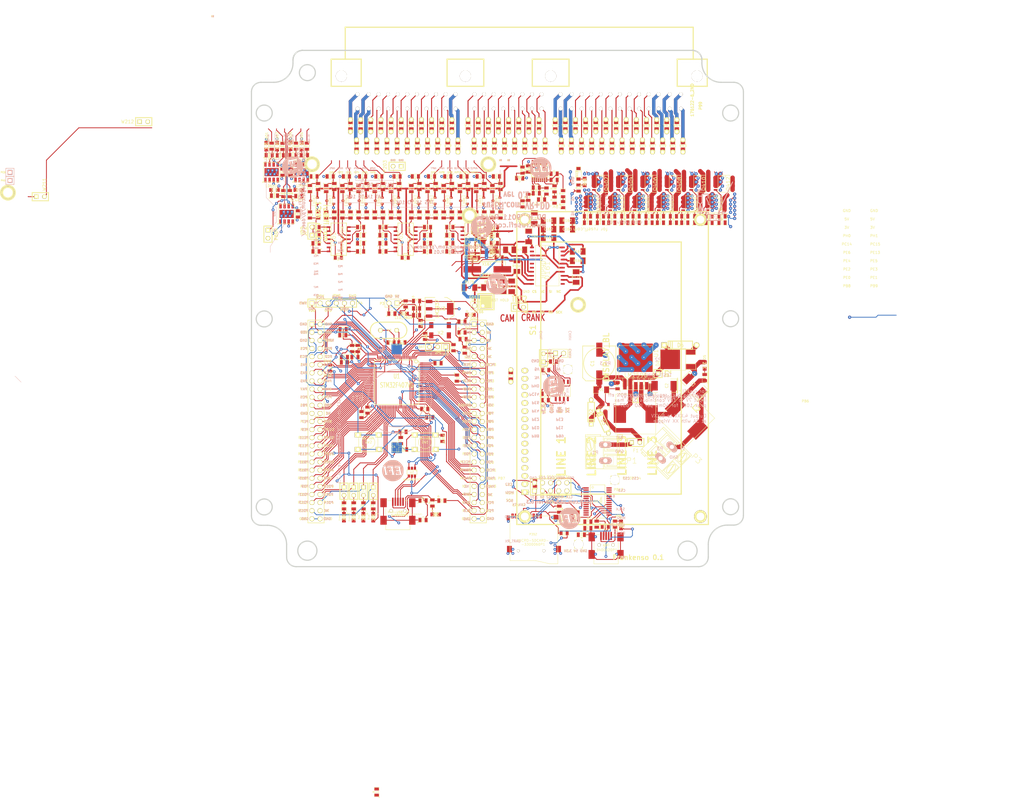
<source format=kicad_pcb>
(kicad_pcb (version 3) (host pcbnew "(2013-07-07 BZR 4022)-stable")
  (layers (15 F.Cu signal) (0 B.Cu signal) (18 B.Paste user) (19 F.Paste user) (20 B.SilkS user) (21 F.SilkS user) (22 B.Mask user) (23 F.Mask user) (28 Edge.Cuts user))
  (net 0 "")
  (net 1 /+12V)
  (net 2 /12V)
  (net 3 /12V-CONST)
  (net 4 /2C)
  (net 5 /2D)
  (net 6 /2K)
  (net 7 /2M)
  (net 8 /2O)
  (net 9 /3.3V)
  (net 10 /3F)
  (net 11 /3H)
  (net 12 /5V)
  (net 13 /5V-REG)
  (net 14 /5Vi)
  (net 15 /AC-RELAY)
  (net 16 /AC-SW)
  (net 17 /BLOWER-SW)
  (net 18 /BOOT0)
  (net 19 /CAM)
  (net 20 /CAM+)
  (net 21 /CAM-)
  (net 22 /CANH)
  (net 23 /CANL)
  (net 24 /COOL-FAN)
  (net 25 /CPU-GND)
  (net 26 /CRANK)
  (net 27 /CRK2+)
  (net 28 /CRK2-)
  (net 29 /CS1)
  (net 30 /CS2)
  (net 31 /CS3)
  (net 32 /CS4)
  (net 33 /D+)
  (net 34 /D-)
  (net 35 /DIAG)
  (net 36 /DIAG-1K)
  (net 37 /FB)
  (net 38 /GND)
  (net 39 /HD44780_CS)
  (net 40 /HD44780_D4)
  (net 41 /HD44780_D5)
  (net 42 /HD44780_D6)
  (net 43 /HD44780_D7)
  (net 44 /HD44780_RS)
  (net 45 /HD44780_VCC)
  (net 46 /HEADLIGHT-SW)
  (net 47 /HL1)
  (net 48 /HL2)
  (net 49 /HL3)
  (net 50 /HL4)
  (net 51 /HL5)
  (net 52 /HL6)
  (net 53 /INJ-01)
  (net 54 /INJ-01_5V)
  (net 55 /INJ-02)
  (net 56 /INJ-02_5V)
  (net 57 /INJ-03)
  (net 58 /INJ-04)
  (net 59 /INJ-05)
  (net 60 /INJ-06)
  (net 61 /INJ-07)
  (net 62 /INJ-08)
  (net 63 /INJ-09)
  (net 64 /INJ-10)
  (net 65 /INJ-11)
  (net 66 /INJ-12)
  (net 67 /INP1)
  (net 68 /INP10)
  (net 69 /INP11)
  (net 70 /INP12)
  (net 71 /INP2)
  (net 72 /INP3)
  (net 73 /INP4)
  (net 74 /INP5)
  (net 75 /INP6)
  (net 76 /INP7)
  (net 77 /INP8)
  (net 78 /INP9)
  (net 79 /INPUT-GND)
  (net 80 /INTOUT)
  (net 81 /KNOCK1)
  (net 82 /KNOCK2)
  (net 83 /MUL)
  (net 84 /NEUTRAL-CLUTCH-SW)
  (net 85 /NRST)
  (net 86 /OUT)
  (net 87 /OUTPUT-GND)
  (net 88 /PA0)
  (net 89 /PA1)
  (net 90 /PA11)
  (net 91 /PA12)
  (net 92 /PA13)
  (net 93 /PA14)
  (net 94 /PA15)
  (net 95 /PA2)
  (net 96 /PA3)
  (net 97 /PA4)
  (net 98 /PA5)
  (net 99 /PA6)
  (net 100 /PA7)
  (net 101 /PA8)
  (net 102 /PA9)
  (net 103 /PB0)
  (net 104 /PB1)
  (net 105 /PB10)
  (net 106 /PB11)
  (net 107 /PB12)
  (net 108 /PB13)
  (net 109 /PB14)
  (net 110 /PB15)
  (net 111 /PB3)
  (net 112 /PB4)
  (net 113 /PB5)
  (net 114 /PB6)
  (net 115 /PB7)
  (net 116 /PB8)
  (net 117 /PB9)
  (net 118 /PC0)
  (net 119 /PC1)
  (net 120 /PC10)
  (net 121 /PC11)
  (net 122 /PC13)
  (net 123 /PC2)
  (net 124 /PC3)
  (net 125 /PC4)
  (net 126 /PC5)
  (net 127 /PC6)
  (net 128 /PC7)
  (net 129 /PC8)
  (net 130 /PC9)
  (net 131 /PD0)
  (net 132 /PD1)
  (net 133 /PD10)
  (net 134 /PD11)
  (net 135 /PD12)
  (net 136 /PD13)
  (net 137 /PD14)
  (net 138 /PD15)
  (net 139 /PD2)
  (net 140 /PD3)
  (net 141 /PD4)
  (net 142 /PD5)
  (net 143 /PD6)
  (net 144 /PD7)
  (net 145 /PD8)
  (net 146 /PD9)
  (net 147 /PE0)
  (net 148 /PE1)
  (net 149 /PE10)
  (net 150 /PE12)
  (net 151 /PE13)
  (net 152 /PE14)
  (net 153 /PE15)
  (net 154 /PE2)
  (net 155 /PE3)
  (net 156 /PE4)
  (net 157 /PE5)
  (net 158 /PE6)
  (net 159 /PE7)
  (net 160 /PE8)
  (net 161 /REAR-DEFROSTER-SW)
  (net 162 /START-SIG)
  (net 163 /STEERING-SW)
  (net 164 /STOP-LIGHT)
  (net 165 /TEST)
  (net 166 /TPS-IDL-SW)
  (net 167 /VBAT)
  (net 168 /VDD)
  (net 169 /VP)
  (net 170 /Vf)
  (net 171 /Vin)
  (net 172 F-0000140)
  (net 173 F-0000141)
  (net 174 F-0000142)
  (net 175 F-0000143)
  (net 176 F-0000144)
  (net 177 F-0000145)
  (net 178 F-0000146)
  (net 179 F-0000147)
  (net 180 F-0000148)
  (net 181 F-0000149)
  (net 182 F-0000150)
  (net 183 F-0000151)
  (net 184 F-0000152)
  (net 185 F-0000153)
  (net 186 F-0000154)
  (net 187 F-0000155)
  (net 188 F-0000156)
  (net 189 F-0000157)
  (net 190 F-0000158)
  (net 191 F-0000159)
  (net 192 F-0000160)
  (net 193 F-0000161)
  (net 194 F-0000162)
  (net 195 F-0000163)
  (net 196 F-0000164)
  (net 197 F-0000176)
  (net 198 F-0000177)
  (net 199 F-0000179)
  (net 200 F-0000180)
  (net 201 F-0000181)
  (net 202 F-0000182)
  (net 203 F-0000183)
  (net 204 F-0000184)
  (net 205 F-0000192)
  (net 206 F-0000193)
  (net 207 F-0000202)
  (net 208 F-0000203)
  (net 209 F-0000204)
  (net 210 F-0000205)
  (net 211 F-0000206)
  (net 212 F-0000207)
  (net 213 F-0000208)
  (net 214 F-0000209)
  (net 215 F-0000210)
  (net 216 F-0000212)
  (net 217 F-0000237)
  (net 218 F-0000238)
  (net 219 F-0000239)
  (net 220 F-0000240)
  (net 221 F-0000241)
  (net 222 F-0000242)
  (net 223 F-0000243)
  (net 224 F-0000244)
  (net 225 F-0000245)
  (net 226 F-0000246)
  (net 227 F-0000247)
  (net 228 F-0000248)
  (net 229 F-0000249)
  (net 230 F-0000250)
  (net 231 F-0000251)
  (net 232 F-0000252)
  (net 233 F-0000253)
  (net 234 F-0000254)
  (net 235 F-0000255)
  (net 236 F-0000256)
  (net 237 F-0000257)
  (net 238 F-0000258)
  (net 239 F-0000259)
  (net 240 F-0000260)
  (net 241 F-0000261)
  (net 242 F-0000262)
  (net 243 F-0000263)
  (net 244 F-0000264)
  (net 245 F-0000265)
  (net 246 F-0000266)
  (net 247 F-0000267)
  (net 248 F-0000268)
  (net 249 F-0000269)
  (net 250 F-0000270)
  (net 251 F-0000271)
  (net 252 F-0000272)
  (net 253 F-0000274)
  (net 254 F-0000275)
  (net 255 F-0000294)
  (net 256 F-0000295)
  (net 257 F-0000296)
  (net 258 F-0000297)
  (net 259 F-0000298)
  (net 260 F-0000301)
  (net 261 F-0000312)
  (net 262 F-0000313)
  (net 263 F-0000314)
  (net 264 F-0000315)
  (net 265 F-0000316)
  (net 266 F-0000317)
  (net 267 F-0000318)
  (net 268 F-0000319)
  (net 269 F-0000320)
  (net 270 F-0000321)
  (net 271 F-0000322)
  (net 272 F-0000323)
  (net 273 F-0000324)
  (net 274 F-0000325)
  (net 275 F-0000326)
  (net 276 F-0000327)
  (net 277 F-0000328)
  (net 278 F-0000329)
  (net 279 F-0000353)
  (net 280 F-0000354)
  (net 281 F-0000355)
  (net 282 F-0000356)
  (net 283 F-0000357)
  (net 284 F-0000358)
  (net 285 F-0000359)
  (net 286 F-0000360)
  (net 287 F-0000361)
  (net 288 F-0000362)
  (net 289 F-0000363)
  (net 290 F-0000364)
  (net 291 F-0000365)
  (net 292 F-0000366)
  (net 293 F-0000368)
  (net 294 F-0000370)
  (net 295 F-0000371)
  (net 296 F-0000372)
  (net 297 F-0000380)
  (net 298 F-0000381)
  (net 299 F-0000382)
  (net 300 F-0000383)
  (net 301 F-0000384)
  (net 302 F-0000385)
  (net 303 F-0000386)
  (net 304 F-0000387)
  (net 305 F-0000388)
  (net 306 F-0000389)
  (net 307 F-0000390)
  (net 308 F-0000391)
  (net 309 GND)
  (net 310 N-000001)
  (net 311 N-0000010)
  (net 312 N-0000011)
  (net 313 N-0000012)
  (net 314 N-00000121)
  (net 315 N-0000013)
  (net 316 N-0000014)
  (net 317 N-0000015)
  (net 318 N-0000016)
  (net 319 N-0000017)
  (net 320 N-0000018)
  (net 321 N-0000019)
  (net 322 N-000002)
  (net 323 N-0000020)
  (net 324 N-0000026)
  (net 325 N-0000027)
  (net 326 N-0000028)
  (net 327 N-0000029)
  (net 328 N-000003)
  (net 329 N-0000030)
  (net 330 N-0000031)
  (net 331 N-0000032)
  (net 332 N-0000033)
  (net 333 N-0000034)
  (net 334 N-0000035)
  (net 335 N-0000036)
  (net 336 N-0000037)
  (net 337 N-0000038)
  (net 338 N-0000039)
  (net 339 N-000004)
  (net 340 N-0000040)
  (net 341 N-0000041)
  (net 342 N-0000042)
  (net 343 N-0000043)
  (net 344 N-0000044)
  (net 345 N-0000045)
  (net 346 N-0000046)
  (net 347 N-0000047)
  (net 348 N-0000048)
  (net 349 N-0000049)
  (net 350 N-000005)
  (net 351 N-0000050)
  (net 352 N-0000051)
  (net 353 N-0000052)
  (net 354 N-0000053)
  (net 355 N-0000054)
  (net 356 N-0000055)
  (net 357 N-0000056)
  (net 358 N-0000057)
  (net 359 N-0000058)
  (net 360 N-0000059)
  (net 361 N-000006)
  (net 362 N-0000060)
  (net 363 N-0000061)
  (net 364 N-0000063)
  (net 365 N-0000064)
  (net 366 N-0000065)
  (net 367 N-0000066)
  (net 368 N-0000067)
  (net 369 N-0000068)
  (net 370 N-0000069)
  (net 371 N-000007)
  (net 372 N-0000070)
  (net 373 N-000008)
  (net 374 N-000009)
  (module 176122-6_2nd (layer F.Cu) (at 250.825 59.436)
    (fp_text reference P99 (at -2.10058 -0.89916 90) (layer F.SilkS) (effects (font (size 0.889 0.889) (thickness 0.22225))))
    (fp_text value 176122-6_2ND (at -4.699 -2.70002 90) (layer F.SilkS) (effects (font (size 0.889 0.889) (thickness 0.22352))))
    (pad 12 thru_hole circle (at -109.54766 -4.50088 180) (size 1.15062 1.15062) (drill 1.09982) (layers *.Cu *.Mask F.SilkS) (net 325 N-0000027))
    (pad 1 thru_hole circle (at -109.54766 0) (size 1.15062 1.15062) (drill 1.09982) (layers *.Cu *.Mask F.SilkS) (net 324 N-0000026))
    (pad 2 thru_hole circle (at -106.05008 0) (size 1.15062 1.15062) (drill 1.09982) (layers *.Cu *.Mask F.SilkS) (net 323 N-0000020))
    (pad 13 thru_hole circle (at -106.05008 -4.50088 180) (size 1.15062 1.15062) (drill 1.09982) (layers *.Cu *.Mask F.SilkS) (net 327 N-0000029))
    (pad 17 thru_hole circle (at -93.94952 -4.50088 180) (size 1.15062 1.15062) (drill 1.09982) (layers *.Cu *.Mask F.SilkS) (net 312 N-0000011))
    (pad 6 thru_hole circle (at -93.94952 0) (size 1.15062 1.15062) (drill 1.09982) (layers *.Cu *.Mask F.SilkS) (net 335 N-0000036))
    (pad 5 thru_hole circle (at -96.94926 0) (size 1.15062 1.15062) (drill 1.09982) (layers *.Cu *.Mask F.SilkS) (net 333 N-0000034))
    (pad 16 thru_hole circle (at -96.94926 -4.50088 180) (size 1.15062 1.15062) (drill 1.09982) (layers *.Cu *.Mask F.SilkS) (net 334 N-0000035))
    (pad 14 thru_hole circle (at -102.94874 -4.50088 180) (size 1.15062 1.15062) (drill 1.09982) (layers *.Cu *.Mask F.SilkS) (net 330 N-0000031))
    (pad 3 thru_hole circle (at -102.94874 0) (size 1.15062 1.15062) (drill 1.09982) (layers *.Cu *.Mask F.SilkS) (net 329 N-0000030))
    (pad 4 thru_hole circle (at -99.949 0) (size 1.15062 1.15062) (drill 1.09982) (layers *.Cu *.Mask F.SilkS) (net 331 N-0000032))
    (pad 15 thru_hole circle (at -99.949 -4.50088 180) (size 1.15062 1.15062) (drill 1.09982) (layers *.Cu *.Mask F.SilkS) (net 332 N-0000033))
    (pad 19 thru_hole circle (at -87.95004 -4.50088 180) (size 1.15062 1.15062) (drill 1.09982) (layers *.Cu *.Mask F.SilkS) (net 350 N-000005))
    (pad 8 thru_hole circle (at -87.95004 0) (size 1.15062 1.15062) (drill 1.09982) (layers *.Cu *.Mask F.SilkS) (net 339 N-000004))
    (pad 7 thru_hole circle (at -90.94978 0) (size 1.15062 1.15062) (drill 1.09982) (layers *.Cu *.Mask F.SilkS) (net 322 N-000002))
    (pad 18 thru_hole circle (at -90.94978 -4.50088 180) (size 1.15062 1.15062) (drill 1.09982) (layers *.Cu *.Mask F.SilkS) (net 328 N-000003))
    (pad 20 thru_hole circle (at -84.9503 -4.50088 180) (size 1.15062 1.15062) (drill 1.09982) (layers *.Cu *.Mask F.SilkS) (net 371 N-000007))
    (pad 9 thru_hole circle (at -84.9503 0) (size 1.15062 1.15062) (drill 1.09982) (layers *.Cu *.Mask F.SilkS) (net 361 N-000006))
    (pad 10 thru_hole circle (at -81.95056 0) (size 1.15062 1.15062) (drill 1.09982) (layers *.Cu *.Mask F.SilkS) (net 373 N-000008))
    (pad 21 thru_hole circle (at -81.95056 -4.50088 180) (size 1.15062 1.15062) (drill 1.09982) (layers *.Cu *.Mask F.SilkS) (net 374 N-000009))
    (pad 34 thru_hole circle (at -63.90132 -4.50088 180) (size 1.15062 1.15062) (drill 1.09982) (layers *.Cu *.Mask F.SilkS) (net 321 N-0000019))
    (pad 26 thru_hole circle (at -63.90132 0) (size 1.15062 1.15062) (drill 1.09982) (layers *.Cu *.Mask F.SilkS) (net 320 N-0000018))
    (pad 25 thru_hole circle (at -66.90106 0) (size 1.15062 1.15062) (drill 1.09982) (layers *.Cu *.Mask F.SilkS) (net 318 N-0000016))
    (pad 33 thru_hole circle (at -66.90106 -4.50088 180) (size 1.15062 1.15062) (drill 1.09982) (layers *.Cu *.Mask F.SilkS) (net 319 N-0000017))
    (pad 31 thru_hole circle (at -72.90054 -4.50088 180) (size 1.15062 1.15062) (drill 1.09982) (layers *.Cu *.Mask F.SilkS) (net 315 N-0000013))
    (pad 23 thru_hole circle (at -72.90054 0) (size 1.15062 1.15062) (drill 1.09982) (layers *.Cu *.Mask F.SilkS) (net 313 N-0000012))
    (pad 24 thru_hole circle (at -69.9008 0) (size 1.15062 1.15062) (drill 1.09982) (layers *.Cu *.Mask F.SilkS) (net 316 N-0000014))
    (pad 32 thru_hole circle (at -69.9008 -4.50088 180) (size 1.15062 1.15062) (drill 1.09982) (layers *.Cu *.Mask F.SilkS) (net 317 N-0000015))
    (pad 36 thru_hole circle (at -57.8993 -4.50088 180) (size 1.15062 1.15062) (drill 1.09982) (layers *.Cu *.Mask F.SilkS) (net 357 N-0000056))
    (pad 28 thru_hole circle (at -57.8993 0) (size 1.15062 1.15062) (drill 1.09982) (layers *.Cu *.Mask F.SilkS) (net 356 N-0000055))
    (pad 27 thru_hole circle (at -60.89904 0) (size 1.15062 1.15062) (drill 1.09982) (layers *.Cu *.Mask F.SilkS) (net 326 N-0000028))
    (pad 35 thru_hole circle (at -60.89904 -4.50088 180) (size 1.15062 1.15062) (drill 1.09982) (layers *.Cu *.Mask F.SilkS) (net 355 N-0000054))
    (pad 37 thru_hole circle (at -54.89956 -4.50088 180) (size 1.15062 1.15062) (drill 1.09982) (layers *.Cu *.Mask F.SilkS) (net 359 N-0000058))
    (pad 29 thru_hole circle (at -54.89956 0) (size 1.15062 1.15062) (drill 1.09982) (layers *.Cu *.Mask F.SilkS) (net 358 N-0000057))
    (pad 22 thru_hole circle (at -78.84922 -4.50088 180) (size 1.15062 1.15062) (drill 1.09982) (layers *.Cu *.Mask F.SilkS) (net 310 N-000001))
    (pad 11 thru_hole circle (at -78.84922 0) (size 1.15062 1.15062) (drill 1.09982) (layers *.Cu *.Mask F.SilkS) (net 311 N-0000010))
    (pad 30 thru_hole circle (at -51.89982 0) (size 1.15062 1.15062) (drill 1.09982) (layers *.Cu *.Mask F.SilkS) (net 360 N-0000059))
    (pad 38 thru_hole circle (at -51.89982 -4.50088 180) (size 1.15062 1.15062) (drill 1.09982) (layers *.Cu *.Mask F.SilkS) (net 362 N-0000060))
    (pad 40 thru_hole circle (at -42.45356 0) (size 1.15062 1.15062) (drill 1.09982) (layers *.Cu *.Mask F.SilkS) (net 364 N-0000063))
    (pad 53 thru_hole circle (at -42.45356 -4.50088 180) (size 1.15062 1.15062) (drill 1.09982) (layers *.Cu *.Mask F.SilkS) (net 365 N-0000064))
    (pad 39 thru_hole circle (at -45.95368 0) (size 1.15062 1.15062) (drill 1.09982) (layers *.Cu *.Mask F.SilkS) (net 363 N-0000061))
    (pad 52 thru_hole circle (at -45.95368 -4.50088 180) (size 1.15062 1.15062) (drill 1.09982) (layers *.Cu *.Mask F.SilkS) (net 354 N-0000053))
    (pad 44 thru_hole circle (at -30.35046 0) (size 1.15062 1.15062) (drill 1.09982) (layers *.Cu *.Mask F.SilkS) (net 346 N-0000046))
    (pad 57 thru_hole circle (at -30.35046 -4.50088 180) (size 1.15062 1.15062) (drill 1.09982) (layers *.Cu *.Mask F.SilkS) (net 337 N-0000038))
    (pad 43 thru_hole circle (at -33.3502 0) (size 1.15062 1.15062) (drill 1.09982) (layers *.Cu *.Mask F.SilkS) (net 370 N-0000069))
    (pad 56 thru_hole circle (at -33.3502 -4.50088 180) (size 1.15062 1.15062) (drill 1.09982) (layers *.Cu *.Mask F.SilkS) (net 372 N-0000070))
    (pad 41 thru_hole circle (at -39.34968 0) (size 1.15062 1.15062) (drill 1.09982) (layers *.Cu *.Mask F.SilkS) (net 366 N-0000065))
    (pad 54 thru_hole circle (at -39.34968 -4.50088 180) (size 1.15062 1.15062) (drill 1.09982) (layers *.Cu *.Mask F.SilkS) (net 367 N-0000066))
    (pad 42 thru_hole circle (at -36.34994 0) (size 1.15062 1.15062) (drill 1.09982) (layers *.Cu *.Mask F.SilkS) (net 368 N-0000067))
    (pad 55 thru_hole circle (at -36.34994 -4.50088 180) (size 1.15062 1.15062) (drill 1.09982) (layers *.Cu *.Mask F.SilkS) (net 369 N-0000068))
    (pad 46 thru_hole circle (at -24.35098 0) (size 1.15062 1.15062) (drill 1.09982) (layers *.Cu *.Mask F.SilkS) (net 341 N-0000041))
    (pad 59 thru_hole circle (at -24.35098 -4.50088 180) (size 1.15062 1.15062) (drill 1.09982) (layers *.Cu *.Mask F.SilkS) (net 342 N-0000042))
    (pad 45 thru_hole circle (at -27.35072 0) (size 1.15062 1.15062) (drill 1.09982) (layers *.Cu *.Mask F.SilkS) (net 338 N-0000039))
    (pad 58 thru_hole circle (at -27.35072 -4.50088 180) (size 1.15062 1.15062) (drill 1.09982) (layers *.Cu *.Mask F.SilkS) (net 340 N-0000040))
    (pad 47 thru_hole circle (at -21.35124 0) (size 1.15062 1.15062) (drill 1.09982) (layers *.Cu *.Mask F.SilkS) (net 343 N-0000043))
    (pad 60 thru_hole circle (at -21.35124 -4.50088 180) (size 1.15062 1.15062) (drill 1.09982) (layers *.Cu *.Mask F.SilkS) (net 344 N-0000044))
    (pad 48 thru_hole circle (at -18.3515 0) (size 1.15062 1.15062) (drill 1.09982) (layers *.Cu *.Mask F.SilkS) (net 345 N-0000045))
    (pad 61 thru_hole circle (at -18.3515 -4.50088 180) (size 1.15062 1.15062) (drill 1.09982) (layers *.Cu *.Mask F.SilkS) (net 336 N-0000037))
    (pad 49 thru_hole circle (at -15.25016 0) (size 1.15062 1.15062) (drill 1.09982) (layers *.Cu *.Mask F.SilkS) (net 347 N-0000047))
    (pad 62 thru_hole circle (at -15.25016 -4.50088 180) (size 1.15062 1.15062) (drill 1.09982) (layers *.Cu *.Mask F.SilkS) (net 348 N-0000048))
    (pad 50 thru_hole circle (at -11.75004 0) (size 1.15062 1.15062) (drill 1.09982) (layers *.Cu *.Mask F.SilkS) (net 349 N-0000049))
    (pad 63 thru_hole circle (at -11.75004 -4.50088 180) (size 1.15062 1.15062) (drill 1.09982) (layers *.Cu *.Mask F.SilkS) (net 351 N-0000050))
    (pad "" thru_hole circle (at -114.59972 -10.20064) (size 3.50012 3.50012) (drill 3.50012) (layers *.Cu *.Mask F.SilkS))
    (pad "" thru_hole circle (at -75.75042 -10.20064) (size 3.50012 3.50012) (drill 3.50012) (layers *.Cu *.Mask F.SilkS))
    (pad "" thru_hole circle (at -49.04994 -10.20064) (size 3.50012 3.50012) (drill 3.50012) (layers *.Cu *.Mask F.SilkS))
    (pad 51 thru_hole circle (at -8.24992 0) (size 1.15062 1.15062) (drill 1.09982) (layers *.Cu *.Mask F.SilkS) (net 352 N-0000051))
    (pad 64 thru_hole circle (at -8.24992 -4.50088 180) (size 1.15062 1.15062) (drill 1.09982) (layers *.Cu *.Mask F.SilkS) (net 353 N-0000052))
    (pad "" thru_hole circle (at -3.2004 -10.20064) (size 3.50012 3.50012) (drill 3.50012) (layers *.Cu *.Mask F.SilkS))
  )
  (module SM0805_jumper (layer F.Cu) (at 220.98 71.12 90)
    (fp_text reference W49 (at 0.0635 0 180) (layer F.SilkS) (effects (font (size 0.762 0.762) (thickness 0.127))))
    (fp_text value TEST hide)
    (pad 1 smd rect (at -0.9525 0 90) (size 0.889 1.397) (layers F.Cu F.Paste F.Mask))
    (pad 2 smd rect (at 0.9525 0 90) (size 0.889 1.397) (layers F.Cu F.Paste F.Mask) (net 346 N-0000046))
    (pad 2 thru_hole circle (at 1.905 0 90) (size 1.524 1.524) (drill 0.8128) (layers *.Cu *.Mask F.SilkS) (net 346 N-0000046))
    (pad 1 thru_hole circle (at -1.905 0 90) (size 1.524 1.524) (drill 0.8128) (layers *.Cu *.Mask F.SilkS))
  )
  (module SM0805_jumper (layer F.Cu) (at 191.77 64.77 90)
    (fp_text reference W34 (at 0.0635 0 180) (layer F.SilkS) (effects (font (size 0.762 0.762) (thickness 0.127))))
    (fp_text value TEST hide)
    (pad 1 smd rect (at -0.9525 0 90) (size 0.889 1.397) (layers F.Cu F.Paste F.Mask) (net 66 /INJ-12))
    (pad 2 smd rect (at 0.9525 0 90) (size 0.889 1.397) (layers F.Cu F.Paste F.Mask) (net 357 N-0000056))
    (pad 2 thru_hole circle (at 1.905 0 90) (size 1.524 1.524) (drill 0.8128) (layers *.Cu *.Mask F.SilkS) (net 357 N-0000056))
    (pad 1 thru_hole circle (at -1.905 0 90) (size 1.524 1.524) (drill 0.8128) (layers *.Cu *.Mask F.SilkS) (net 66 /INJ-12))
  )
  (module SM0805_jumper (layer F.Cu) (at 196.85 71.12 90)
    (fp_text reference W35 (at 0.0635 0 180) (layer F.SilkS) (effects (font (size 0.762 0.762) (thickness 0.127))))
    (fp_text value TEST hide)
    (pad 1 smd rect (at -0.9525 0 90) (size 0.889 1.397) (layers F.Cu F.Paste F.Mask) (net 7 /2M))
    (pad 2 smd rect (at 0.9525 0 90) (size 0.889 1.397) (layers F.Cu F.Paste F.Mask) (net 358 N-0000057))
    (pad 2 thru_hole circle (at 1.905 0 90) (size 1.524 1.524) (drill 0.8128) (layers *.Cu *.Mask F.SilkS) (net 358 N-0000057))
    (pad 1 thru_hole circle (at -1.905 0 90) (size 1.524 1.524) (drill 0.8128) (layers *.Cu *.Mask F.SilkS) (net 7 /2M))
  )
  (module SM0805_jumper (layer F.Cu) (at 194.945 64.77 90)
    (fp_text reference W36 (at 0.0635 0 180) (layer F.SilkS) (effects (font (size 0.762 0.762) (thickness 0.127))))
    (fp_text value TEST hide)
    (pad 1 smd rect (at -0.9525 0 90) (size 0.889 1.397) (layers F.Cu F.Paste F.Mask) (net 65 /INJ-11))
    (pad 2 smd rect (at 0.9525 0 90) (size 0.889 1.397) (layers F.Cu F.Paste F.Mask) (net 359 N-0000058))
    (pad 2 thru_hole circle (at 1.905 0 90) (size 1.524 1.524) (drill 0.8128) (layers *.Cu *.Mask F.SilkS) (net 359 N-0000058))
    (pad 1 thru_hole circle (at -1.905 0 90) (size 1.524 1.524) (drill 0.8128) (layers *.Cu *.Mask F.SilkS) (net 65 /INJ-11))
  )
  (module SM0805_jumper (layer F.Cu) (at 200.025 71.12 90)
    (fp_text reference W37 (at 0.0635 0 180) (layer F.SilkS) (effects (font (size 0.762 0.762) (thickness 0.127))))
    (fp_text value TEST hide)
    (pad 1 smd rect (at -0.9525 0 90) (size 0.889 1.397) (layers F.Cu F.Paste F.Mask) (net 8 /2O))
    (pad 2 smd rect (at 0.9525 0 90) (size 0.889 1.397) (layers F.Cu F.Paste F.Mask) (net 360 N-0000059))
    (pad 2 thru_hole circle (at 1.905 0 90) (size 1.524 1.524) (drill 0.8128) (layers *.Cu *.Mask F.SilkS) (net 360 N-0000059))
    (pad 1 thru_hole circle (at -1.905 0 90) (size 1.524 1.524) (drill 0.8128) (layers *.Cu *.Mask F.SilkS) (net 8 /2O))
  )
  (module SM0805_jumper (layer F.Cu) (at 198.12 64.77 90)
    (fp_text reference W38 (at 0.0635 0 180) (layer F.SilkS) (effects (font (size 0.762 0.762) (thickness 0.127))))
    (fp_text value TEST hide)
    (pad 1 smd rect (at -0.9525 0 90) (size 0.889 1.397) (layers F.Cu F.Paste F.Mask) (net 64 /INJ-10))
    (pad 2 smd rect (at 0.9525 0 90) (size 0.889 1.397) (layers F.Cu F.Paste F.Mask) (net 362 N-0000060))
    (pad 2 thru_hole circle (at 1.905 0 90) (size 1.524 1.524) (drill 0.8128) (layers *.Cu *.Mask F.SilkS) (net 362 N-0000060))
    (pad 1 thru_hole circle (at -1.905 0 90) (size 1.524 1.524) (drill 0.8128) (layers *.Cu *.Mask F.SilkS) (net 64 /INJ-10))
  )
  (module SM0805_jumper (layer F.Cu) (at 205.105 71.12 90)
    (fp_text reference W39 (at 0.0635 0 180) (layer F.SilkS) (effects (font (size 0.762 0.762) (thickness 0.127))))
    (fp_text value TEST hide)
    (pad 1 smd rect (at -0.9525 0 90) (size 0.889 1.397) (layers F.Cu F.Paste F.Mask))
    (pad 2 smd rect (at 0.9525 0 90) (size 0.889 1.397) (layers F.Cu F.Paste F.Mask) (net 363 N-0000061))
    (pad 2 thru_hole circle (at 1.905 0 90) (size 1.524 1.524) (drill 0.8128) (layers *.Cu *.Mask F.SilkS) (net 363 N-0000061))
    (pad 1 thru_hole circle (at -1.905 0 90) (size 1.524 1.524) (drill 0.8128) (layers *.Cu *.Mask F.SilkS))
  )
  (module SM0805_jumper (layer F.Cu) (at 203.2 64.77 90)
    (fp_text reference W40 (at 0.0635 0 180) (layer F.SilkS) (effects (font (size 0.762 0.762) (thickness 0.127))))
    (fp_text value TEST hide)
    (pad 1 smd rect (at -0.9525 0 90) (size 0.889 1.397) (layers F.Cu F.Paste F.Mask) (net 87 /OUTPUT-GND))
    (pad 2 smd rect (at 0.9525 0 90) (size 0.889 1.397) (layers F.Cu F.Paste F.Mask) (net 354 N-0000053))
    (pad 2 thru_hole circle (at 1.905 0 90) (size 1.524 1.524) (drill 0.8128) (layers *.Cu *.Mask F.SilkS) (net 354 N-0000053))
    (pad 1 thru_hole circle (at -1.905 0 90) (size 1.524 1.524) (drill 0.8128) (layers *.Cu *.Mask F.SilkS) (net 87 /OUTPUT-GND))
  )
  (module SM0805_jumper (layer F.Cu) (at 208.28 71.12 90)
    (fp_text reference W41 (at 0.0635 0 180) (layer F.SilkS) (effects (font (size 0.762 0.762) (thickness 0.127))))
    (fp_text value TEST hide)
    (pad 1 smd rect (at -0.9525 0 90) (size 0.889 1.397) (layers F.Cu F.Paste F.Mask) (net 25 /CPU-GND))
    (pad 2 smd rect (at 0.9525 0 90) (size 0.889 1.397) (layers F.Cu F.Paste F.Mask) (net 364 N-0000063))
    (pad 2 thru_hole circle (at 1.905 0 90) (size 1.524 1.524) (drill 0.8128) (layers *.Cu *.Mask F.SilkS) (net 364 N-0000063))
    (pad 1 thru_hole circle (at -1.905 0 90) (size 1.524 1.524) (drill 0.8128) (layers *.Cu *.Mask F.SilkS) (net 25 /CPU-GND))
  )
  (module SM0805_jumper (layer F.Cu) (at 206.375 64.77 90)
    (fp_text reference W42 (at 0.0635 0 180) (layer F.SilkS) (effects (font (size 0.762 0.762) (thickness 0.127))))
    (fp_text value TEST hide)
    (pad 1 smd rect (at -0.9525 0 90) (size 0.889 1.397) (layers F.Cu F.Paste F.Mask) (net 79 /INPUT-GND))
    (pad 2 smd rect (at 0.9525 0 90) (size 0.889 1.397) (layers F.Cu F.Paste F.Mask) (net 365 N-0000064))
    (pad 2 thru_hole circle (at 1.905 0 90) (size 1.524 1.524) (drill 0.8128) (layers *.Cu *.Mask F.SilkS) (net 365 N-0000064))
    (pad 1 thru_hole circle (at -1.905 0 90) (size 1.524 1.524) (drill 0.8128) (layers *.Cu *.Mask F.SilkS) (net 79 /INPUT-GND))
  )
  (module SM0805_jumper (layer F.Cu) (at 211.455 71.12 90)
    (fp_text reference W43 (at 0.0635 0 180) (layer F.SilkS) (effects (font (size 0.762 0.762) (thickness 0.127))))
    (fp_text value TEST hide)
    (pad 1 smd rect (at -0.9525 0 90) (size 0.889 1.397) (layers F.Cu F.Paste F.Mask))
    (pad 2 smd rect (at 0.9525 0 90) (size 0.889 1.397) (layers F.Cu F.Paste F.Mask) (net 366 N-0000065))
    (pad 2 thru_hole circle (at 1.905 0 90) (size 1.524 1.524) (drill 0.8128) (layers *.Cu *.Mask F.SilkS) (net 366 N-0000065))
    (pad 1 thru_hole circle (at -1.905 0 90) (size 1.524 1.524) (drill 0.8128) (layers *.Cu *.Mask F.SilkS))
  )
  (module SM0805_jumper (layer F.Cu) (at 209.55 64.77 90)
    (fp_text reference W44 (at 0.0635 0 180) (layer F.SilkS) (effects (font (size 0.762 0.762) (thickness 0.127))))
    (fp_text value TEST hide)
    (pad 1 smd rect (at -0.9525 0 90) (size 0.889 1.397) (layers F.Cu F.Paste F.Mask) (net 10 /3F))
    (pad 2 smd rect (at 0.9525 0 90) (size 0.889 1.397) (layers F.Cu F.Paste F.Mask) (net 367 N-0000066))
    (pad 2 thru_hole circle (at 1.905 0 90) (size 1.524 1.524) (drill 0.8128) (layers *.Cu *.Mask F.SilkS) (net 367 N-0000066))
    (pad 1 thru_hole circle (at -1.905 0 90) (size 1.524 1.524) (drill 0.8128) (layers *.Cu *.Mask F.SilkS) (net 10 /3F))
  )
  (module SM0805_jumper (layer F.Cu) (at 214.63 71.12 90)
    (fp_text reference W45 (at 0.0635 0 180) (layer F.SilkS) (effects (font (size 0.762 0.762) (thickness 0.127))))
    (fp_text value TEST hide)
    (pad 1 smd rect (at -0.9525 0 90) (size 0.889 1.397) (layers F.Cu F.Paste F.Mask))
    (pad 2 smd rect (at 0.9525 0 90) (size 0.889 1.397) (layers F.Cu F.Paste F.Mask) (net 368 N-0000067))
    (pad 2 thru_hole circle (at 1.905 0 90) (size 1.524 1.524) (drill 0.8128) (layers *.Cu *.Mask F.SilkS) (net 368 N-0000067))
    (pad 1 thru_hole circle (at -1.905 0 90) (size 1.524 1.524) (drill 0.8128) (layers *.Cu *.Mask F.SilkS))
  )
  (module SM0805_jumper (layer F.Cu) (at 212.725 64.77 90)
    (fp_text reference W46 (at 0.0635 0 180) (layer F.SilkS) (effects (font (size 0.762 0.762) (thickness 0.127))))
    (fp_text value TEST hide)
    (pad 1 smd rect (at -0.9525 0 90) (size 0.889 1.397) (layers F.Cu F.Paste F.Mask) (net 11 /3H))
    (pad 2 smd rect (at 0.9525 0 90) (size 0.889 1.397) (layers F.Cu F.Paste F.Mask) (net 369 N-0000068))
    (pad 2 thru_hole circle (at 1.905 0 90) (size 1.524 1.524) (drill 0.8128) (layers *.Cu *.Mask F.SilkS) (net 369 N-0000068))
    (pad 1 thru_hole circle (at -1.905 0 90) (size 1.524 1.524) (drill 0.8128) (layers *.Cu *.Mask F.SilkS) (net 11 /3H))
  )
  (module SM0805_jumper (layer F.Cu) (at 217.805 71.12 90)
    (fp_text reference W47 (at 0.0635 0 180) (layer F.SilkS) (effects (font (size 0.762 0.762) (thickness 0.127))))
    (fp_text value TEST hide)
    (pad 1 smd rect (at -0.9525 0 90) (size 0.889 1.397) (layers F.Cu F.Paste F.Mask))
    (pad 2 smd rect (at 0.9525 0 90) (size 0.889 1.397) (layers F.Cu F.Paste F.Mask) (net 370 N-0000069))
    (pad 2 thru_hole circle (at 1.905 0 90) (size 1.524 1.524) (drill 0.8128) (layers *.Cu *.Mask F.SilkS) (net 370 N-0000069))
    (pad 1 thru_hole circle (at -1.905 0 90) (size 1.524 1.524) (drill 0.8128) (layers *.Cu *.Mask F.SilkS))
  )
  (module SM0805_jumper (layer F.Cu) (at 215.9 64.77 90)
    (fp_text reference W48 (at 0.0635 0 180) (layer F.SilkS) (effects (font (size 0.762 0.762) (thickness 0.127))))
    (fp_text value TEST hide)
    (pad 1 smd rect (at -0.9525 0 90) (size 0.889 1.397) (layers F.Cu F.Paste F.Mask))
    (pad 2 smd rect (at 0.9525 0 90) (size 0.889 1.397) (layers F.Cu F.Paste F.Mask) (net 372 N-0000070))
    (pad 2 thru_hole circle (at 1.905 0 90) (size 1.524 1.524) (drill 0.8128) (layers *.Cu *.Mask F.SilkS) (net 372 N-0000070))
    (pad 1 thru_hole circle (at -1.905 0 90) (size 1.524 1.524) (drill 0.8128) (layers *.Cu *.Mask F.SilkS))
  )
  (module SM0805_jumper (layer F.Cu) (at 193.675 71.12 90)
    (fp_text reference W33 (at 0.0635 0 180) (layer F.SilkS) (effects (font (size 0.762 0.762) (thickness 0.127))))
    (fp_text value TEST hide)
    (pad 1 smd rect (at -0.9525 0 90) (size 0.889 1.397) (layers F.Cu F.Paste F.Mask) (net 6 /2K))
    (pad 2 smd rect (at 0.9525 0 90) (size 0.889 1.397) (layers F.Cu F.Paste F.Mask) (net 356 N-0000055))
    (pad 2 thru_hole circle (at 1.905 0 90) (size 1.524 1.524) (drill 0.8128) (layers *.Cu *.Mask F.SilkS) (net 356 N-0000055))
    (pad 1 thru_hole circle (at -1.905 0 90) (size 1.524 1.524) (drill 0.8128) (layers *.Cu *.Mask F.SilkS) (net 6 /2K))
  )
  (module SM0805_jumper (layer F.Cu) (at 219.075 64.77 90)
    (fp_text reference W50 (at 0.0635 0 180) (layer F.SilkS) (effects (font (size 0.762 0.762) (thickness 0.127))))
    (fp_text value TEST hide)
    (pad 1 smd rect (at -0.9525 0 90) (size 0.889 1.397) (layers F.Cu F.Paste F.Mask))
    (pad 2 smd rect (at 0.9525 0 90) (size 0.889 1.397) (layers F.Cu F.Paste F.Mask) (net 337 N-0000038))
    (pad 2 thru_hole circle (at 1.905 0 90) (size 1.524 1.524) (drill 0.8128) (layers *.Cu *.Mask F.SilkS) (net 337 N-0000038))
    (pad 1 thru_hole circle (at -1.905 0 90) (size 1.524 1.524) (drill 0.8128) (layers *.Cu *.Mask F.SilkS))
  )
  (module SM0805_jumper (layer F.Cu) (at 224.155 71.12 90)
    (fp_text reference W51 (at 0.0635 0 180) (layer F.SilkS) (effects (font (size 0.762 0.762) (thickness 0.127))))
    (fp_text value TEST hide)
    (pad 1 smd rect (at -0.9525 0 90) (size 0.889 1.397) (layers F.Cu F.Paste F.Mask))
    (pad 2 smd rect (at 0.9525 0 90) (size 0.889 1.397) (layers F.Cu F.Paste F.Mask) (net 338 N-0000039))
    (pad 2 thru_hole circle (at 1.905 0 90) (size 1.524 1.524) (drill 0.8128) (layers *.Cu *.Mask F.SilkS) (net 338 N-0000039))
    (pad 1 thru_hole circle (at -1.905 0 90) (size 1.524 1.524) (drill 0.8128) (layers *.Cu *.Mask F.SilkS))
  )
  (module SM0805_jumper (layer F.Cu) (at 222.25 64.77 90)
    (fp_text reference W52 (at 0.0635 0 180) (layer F.SilkS) (effects (font (size 0.762 0.762) (thickness 0.127))))
    (fp_text value TEST hide)
    (pad 1 smd rect (at -0.9525 0 90) (size 0.889 1.397) (layers F.Cu F.Paste F.Mask))
    (pad 2 smd rect (at 0.9525 0 90) (size 0.889 1.397) (layers F.Cu F.Paste F.Mask) (net 340 N-0000040))
    (pad 2 thru_hole circle (at 1.905 0 90) (size 1.524 1.524) (drill 0.8128) (layers *.Cu *.Mask F.SilkS) (net 340 N-0000040))
    (pad 1 thru_hole circle (at -1.905 0 90) (size 1.524 1.524) (drill 0.8128) (layers *.Cu *.Mask F.SilkS))
  )
  (module SM0805_jumper (layer F.Cu) (at 227.33 71.12 90)
    (fp_text reference W53 (at 0.0635 0 180) (layer F.SilkS) (effects (font (size 0.762 0.762) (thickness 0.127))))
    (fp_text value TEST hide)
    (pad 1 smd rect (at -0.9525 0 90) (size 0.889 1.397) (layers F.Cu F.Paste F.Mask))
    (pad 2 smd rect (at 0.9525 0 90) (size 0.889 1.397) (layers F.Cu F.Paste F.Mask) (net 341 N-0000041))
    (pad 2 thru_hole circle (at 1.905 0 90) (size 1.524 1.524) (drill 0.8128) (layers *.Cu *.Mask F.SilkS) (net 341 N-0000041))
    (pad 1 thru_hole circle (at -1.905 0 90) (size 1.524 1.524) (drill 0.8128) (layers *.Cu *.Mask F.SilkS))
  )
  (module SM0805_jumper (layer F.Cu) (at 225.425 64.77 90)
    (fp_text reference W54 (at 0.0635 0 180) (layer F.SilkS) (effects (font (size 0.762 0.762) (thickness 0.127))))
    (fp_text value TEST hide)
    (pad 1 smd rect (at -0.9525 0 90) (size 0.889 1.397) (layers F.Cu F.Paste F.Mask))
    (pad 2 smd rect (at 0.9525 0 90) (size 0.889 1.397) (layers F.Cu F.Paste F.Mask) (net 342 N-0000042))
    (pad 2 thru_hole circle (at 1.905 0 90) (size 1.524 1.524) (drill 0.8128) (layers *.Cu *.Mask F.SilkS) (net 342 N-0000042))
    (pad 1 thru_hole circle (at -1.905 0 90) (size 1.524 1.524) (drill 0.8128) (layers *.Cu *.Mask F.SilkS))
  )
  (module SM0805_jumper (layer F.Cu) (at 230.505 71.12 90)
    (fp_text reference W55 (at 0.0635 0 180) (layer F.SilkS) (effects (font (size 0.762 0.762) (thickness 0.127))))
    (fp_text value TEST hide)
    (pad 1 smd rect (at -0.9525 0 90) (size 0.889 1.397) (layers F.Cu F.Paste F.Mask))
    (pad 2 smd rect (at 0.9525 0 90) (size 0.889 1.397) (layers F.Cu F.Paste F.Mask) (net 343 N-0000043))
    (pad 2 thru_hole circle (at 1.905 0 90) (size 1.524 1.524) (drill 0.8128) (layers *.Cu *.Mask F.SilkS) (net 343 N-0000043))
    (pad 1 thru_hole circle (at -1.905 0 90) (size 1.524 1.524) (drill 0.8128) (layers *.Cu *.Mask F.SilkS))
  )
  (module SM0805_jumper (layer F.Cu) (at 228.6 64.77 90)
    (fp_text reference W56 (at 0.0635 0 180) (layer F.SilkS) (effects (font (size 0.762 0.762) (thickness 0.127))))
    (fp_text value TEST hide)
    (pad 1 smd rect (at -0.9525 0 90) (size 0.889 1.397) (layers F.Cu F.Paste F.Mask))
    (pad 2 smd rect (at 0.9525 0 90) (size 0.889 1.397) (layers F.Cu F.Paste F.Mask) (net 344 N-0000044))
    (pad 2 thru_hole circle (at 1.905 0 90) (size 1.524 1.524) (drill 0.8128) (layers *.Cu *.Mask F.SilkS) (net 344 N-0000044))
    (pad 1 thru_hole circle (at -1.905 0 90) (size 1.524 1.524) (drill 0.8128) (layers *.Cu *.Mask F.SilkS))
  )
  (module SM0805_jumper (layer F.Cu) (at 233.68 71.12 90)
    (fp_text reference W57 (at 0.0635 0 180) (layer F.SilkS) (effects (font (size 0.762 0.762) (thickness 0.127))))
    (fp_text value TEST hide)
    (pad 1 smd rect (at -0.9525 0 90) (size 0.889 1.397) (layers F.Cu F.Paste F.Mask))
    (pad 2 smd rect (at 0.9525 0 90) (size 0.889 1.397) (layers F.Cu F.Paste F.Mask) (net 345 N-0000045))
    (pad 2 thru_hole circle (at 1.905 0 90) (size 1.524 1.524) (drill 0.8128) (layers *.Cu *.Mask F.SilkS) (net 345 N-0000045))
    (pad 1 thru_hole circle (at -1.905 0 90) (size 1.524 1.524) (drill 0.8128) (layers *.Cu *.Mask F.SilkS))
  )
  (module SM0805_jumper (layer F.Cu) (at 231.775 64.77 90)
    (fp_text reference W58 (at 0.0635 0 180) (layer F.SilkS) (effects (font (size 0.762 0.762) (thickness 0.127))))
    (fp_text value TEST hide)
    (pad 1 smd rect (at -0.9525 0 90) (size 0.889 1.397) (layers F.Cu F.Paste F.Mask))
    (pad 2 smd rect (at 0.9525 0 90) (size 0.889 1.397) (layers F.Cu F.Paste F.Mask) (net 336 N-0000037))
    (pad 2 thru_hole circle (at 1.905 0 90) (size 1.524 1.524) (drill 0.8128) (layers *.Cu *.Mask F.SilkS) (net 336 N-0000037))
    (pad 1 thru_hole circle (at -1.905 0 90) (size 1.524 1.524) (drill 0.8128) (layers *.Cu *.Mask F.SilkS))
  )
  (module SM0805_jumper (layer F.Cu) (at 236.855 71.12 90)
    (fp_text reference W59 (at 0.0635 0 180) (layer F.SilkS) (effects (font (size 0.762 0.762) (thickness 0.127))))
    (fp_text value TEST hide)
    (pad 1 smd rect (at -0.9525 0 90) (size 0.889 1.397) (layers F.Cu F.Paste F.Mask))
    (pad 2 smd rect (at 0.9525 0 90) (size 0.889 1.397) (layers F.Cu F.Paste F.Mask) (net 347 N-0000047))
    (pad 2 thru_hole circle (at 1.905 0 90) (size 1.524 1.524) (drill 0.8128) (layers *.Cu *.Mask F.SilkS) (net 347 N-0000047))
    (pad 1 thru_hole circle (at -1.905 0 90) (size 1.524 1.524) (drill 0.8128) (layers *.Cu *.Mask F.SilkS))
  )
  (module SM0805_jumper (layer F.Cu) (at 234.95 64.77 90)
    (fp_text reference W60 (at 0.0635 0 180) (layer F.SilkS) (effects (font (size 0.762 0.762) (thickness 0.127))))
    (fp_text value TEST hide)
    (pad 1 smd rect (at -0.9525 0 90) (size 0.889 1.397) (layers F.Cu F.Paste F.Mask))
    (pad 2 smd rect (at 0.9525 0 90) (size 0.889 1.397) (layers F.Cu F.Paste F.Mask) (net 348 N-0000048))
    (pad 2 thru_hole circle (at 1.905 0 90) (size 1.524 1.524) (drill 0.8128) (layers *.Cu *.Mask F.SilkS) (net 348 N-0000048))
    (pad 1 thru_hole circle (at -1.905 0 90) (size 1.524 1.524) (drill 0.8128) (layers *.Cu *.Mask F.SilkS))
  )
  (module SM0805_jumper (layer F.Cu) (at 240.03 71.12 90)
    (fp_text reference W61 (at 0.0635 0 180) (layer F.SilkS) (effects (font (size 0.762 0.762) (thickness 0.127))))
    (fp_text value TEST hide)
    (pad 1 smd rect (at -0.9525 0 90) (size 0.889 1.397) (layers F.Cu F.Paste F.Mask))
    (pad 2 smd rect (at 0.9525 0 90) (size 0.889 1.397) (layers F.Cu F.Paste F.Mask) (net 349 N-0000049))
    (pad 2 thru_hole circle (at 1.905 0 90) (size 1.524 1.524) (drill 0.8128) (layers *.Cu *.Mask F.SilkS) (net 349 N-0000049))
    (pad 1 thru_hole circle (at -1.905 0 90) (size 1.524 1.524) (drill 0.8128) (layers *.Cu *.Mask F.SilkS))
  )
  (module SM0805_jumper (layer F.Cu) (at 238.125 64.77 90)
    (fp_text reference W62 (at 0.0635 0 180) (layer F.SilkS) (effects (font (size 0.762 0.762) (thickness 0.127))))
    (fp_text value TEST hide)
    (pad 1 smd rect (at -0.9525 0 90) (size 0.889 1.397) (layers F.Cu F.Paste F.Mask) (net 61 /INJ-07))
    (pad 2 smd rect (at 0.9525 0 90) (size 0.889 1.397) (layers F.Cu F.Paste F.Mask) (net 351 N-0000050))
    (pad 2 thru_hole circle (at 1.905 0 90) (size 1.524 1.524) (drill 0.8128) (layers *.Cu *.Mask F.SilkS) (net 351 N-0000050))
    (pad 1 thru_hole circle (at -1.905 0 90) (size 1.524 1.524) (drill 0.8128) (layers *.Cu *.Mask F.SilkS) (net 61 /INJ-07))
  )
  (module SM0805_jumper (layer F.Cu) (at 243.205 71.12 90)
    (fp_text reference W63 (at 0.0635 0 180) (layer F.SilkS) (effects (font (size 0.762 0.762) (thickness 0.127))))
    (fp_text value TEST hide)
    (pad 1 smd rect (at -0.9525 0 90) (size 0.889 1.397) (layers F.Cu F.Paste F.Mask))
    (pad 2 smd rect (at 0.9525 0 90) (size 0.889 1.397) (layers F.Cu F.Paste F.Mask) (net 352 N-0000051))
    (pad 2 thru_hole circle (at 1.905 0 90) (size 1.524 1.524) (drill 0.8128) (layers *.Cu *.Mask F.SilkS) (net 352 N-0000051))
    (pad 1 thru_hole circle (at -1.905 0 90) (size 1.524 1.524) (drill 0.8128) (layers *.Cu *.Mask F.SilkS))
  )
  (module SM0805_jumper (layer F.Cu) (at 241.3 64.77 90)
    (fp_text reference W64 (at 0.0635 0 180) (layer F.SilkS) (effects (font (size 0.762 0.762) (thickness 0.127))))
    (fp_text value TEST hide)
    (pad 1 smd rect (at -0.9525 0 90) (size 0.889 1.397) (layers F.Cu F.Paste F.Mask))
    (pad 2 smd rect (at 0.9525 0 90) (size 0.889 1.397) (layers F.Cu F.Paste F.Mask) (net 353 N-0000052))
    (pad 2 thru_hole circle (at 1.905 0 90) (size 1.524 1.524) (drill 0.8128) (layers *.Cu *.Mask F.SilkS) (net 353 N-0000052))
    (pad 1 thru_hole circle (at -1.905 0 90) (size 1.524 1.524) (drill 0.8128) (layers *.Cu *.Mask F.SilkS))
  )
  (module SM0805_jumper (layer F.Cu) (at 166.37 71.12 90)
    (fp_text reference W17 (at 0.0635 0 180) (layer F.SilkS) (effects (font (size 0.762 0.762) (thickness 0.127))))
    (fp_text value TEST hide)
    (pad 1 smd rect (at -0.9525 0 90) (size 0.889 1.397) (layers F.Cu F.Paste F.Mask) (net 16 /AC-SW))
    (pad 2 smd rect (at 0.9525 0 90) (size 0.889 1.397) (layers F.Cu F.Paste F.Mask) (net 361 N-000006))
    (pad 2 thru_hole circle (at 1.905 0 90) (size 1.524 1.524) (drill 0.8128) (layers *.Cu *.Mask F.SilkS) (net 361 N-000006))
    (pad 1 thru_hole circle (at -1.905 0 90) (size 1.524 1.524) (drill 0.8128) (layers *.Cu *.Mask F.SilkS) (net 16 /AC-SW))
  )
  (module SM0805_jumper (layer F.Cu) (at 139.065 64.77 90)
    (fp_text reference W2 (at 0.0635 0 180) (layer F.SilkS) (effects (font (size 0.762 0.762) (thickness 0.127))))
    (fp_text value TEST hide)
    (pad 1 smd rect (at -0.9525 0 90) (size 0.889 1.397) (layers F.Cu F.Paste F.Mask) (net 2 /12V))
    (pad 2 smd rect (at 0.9525 0 90) (size 0.889 1.397) (layers F.Cu F.Paste F.Mask) (net 325 N-0000027))
    (pad 2 thru_hole circle (at 1.905 0 90) (size 1.524 1.524) (drill 0.8128) (layers *.Cu *.Mask F.SilkS) (net 325 N-0000027))
    (pad 1 thru_hole circle (at -1.905 0 90) (size 1.524 1.524) (drill 0.8128) (layers *.Cu *.Mask F.SilkS) (net 2 /12V))
  )
  (module SM0805_jumper (layer F.Cu) (at 144.145 71.12 90)
    (fp_text reference W3 (at 0.0635 0 180) (layer F.SilkS) (effects (font (size 0.762 0.762) (thickness 0.127))))
    (fp_text value TEST hide)
    (pad 1 smd rect (at -0.9525 0 90) (size 0.889 1.397) (layers F.Cu F.Paste F.Mask) (net 162 /START-SIG))
    (pad 2 smd rect (at 0.9525 0 90) (size 0.889 1.397) (layers F.Cu F.Paste F.Mask) (net 323 N-0000020))
    (pad 2 thru_hole circle (at 1.905 0 90) (size 1.524 1.524) (drill 0.8128) (layers *.Cu *.Mask F.SilkS) (net 323 N-0000020))
    (pad 1 thru_hole circle (at -1.905 0 90) (size 1.524 1.524) (drill 0.8128) (layers *.Cu *.Mask F.SilkS) (net 162 /START-SIG))
  )
  (module SM0805_jumper (layer F.Cu) (at 142.24 64.77 90)
    (fp_text reference W4 (at 0.0635 0 180) (layer F.SilkS) (effects (font (size 0.762 0.762) (thickness 0.127))))
    (fp_text value TEST hide)
    (pad 1 smd rect (at -0.9525 0 90) (size 0.889 1.397) (layers F.Cu F.Paste F.Mask) (net 35 /DIAG))
    (pad 2 smd rect (at 0.9525 0 90) (size 0.889 1.397) (layers F.Cu F.Paste F.Mask) (net 327 N-0000029))
    (pad 2 thru_hole circle (at 1.905 0 90) (size 1.524 1.524) (drill 0.8128) (layers *.Cu *.Mask F.SilkS) (net 327 N-0000029))
    (pad 1 thru_hole circle (at -1.905 0 90) (size 1.524 1.524) (drill 0.8128) (layers *.Cu *.Mask F.SilkS) (net 35 /DIAG))
  )
  (module SM0805_jumper (layer F.Cu) (at 147.32 71.12 90)
    (fp_text reference W5 (at 0.0635 0 180) (layer F.SilkS) (effects (font (size 0.762 0.762) (thickness 0.127))))
    (fp_text value TEST hide)
    (pad 1 smd rect (at -0.9525 0 90) (size 0.889 1.397) (layers F.Cu F.Paste F.Mask) (net 83 /MUL))
    (pad 2 smd rect (at 0.9525 0 90) (size 0.889 1.397) (layers F.Cu F.Paste F.Mask) (net 329 N-0000030))
    (pad 2 thru_hole circle (at 1.905 0 90) (size 1.524 1.524) (drill 0.8128) (layers *.Cu *.Mask F.SilkS) (net 329 N-0000030))
    (pad 1 thru_hole circle (at -1.905 0 90) (size 1.524 1.524) (drill 0.8128) (layers *.Cu *.Mask F.SilkS) (net 83 /MUL))
  )
  (module SM0805_jumper (layer F.Cu) (at 145.415 64.77 90)
    (fp_text reference W6 (at 0.0635 0 180) (layer F.SilkS) (effects (font (size 0.762 0.762) (thickness 0.127))))
    (fp_text value TEST hide)
    (pad 1 smd rect (at -0.9525 0 90) (size 0.889 1.397) (layers F.Cu F.Paste F.Mask) (net 47 /HL1))
    (pad 2 smd rect (at 0.9525 0 90) (size 0.889 1.397) (layers F.Cu F.Paste F.Mask) (net 330 N-0000031))
    (pad 2 thru_hole circle (at 1.905 0 90) (size 1.524 1.524) (drill 0.8128) (layers *.Cu *.Mask F.SilkS) (net 330 N-0000031))
    (pad 1 thru_hole circle (at -1.905 0 90) (size 1.524 1.524) (drill 0.8128) (layers *.Cu *.Mask F.SilkS) (net 47 /HL1))
  )
  (module SM0805_jumper (layer F.Cu) (at 150.495 71.12 90)
    (fp_text reference W7 (at 0.0635 0 180) (layer F.SilkS) (effects (font (size 0.762 0.762) (thickness 0.127))))
    (fp_text value TEST hide)
    (pad 1 smd rect (at -0.9525 0 90) (size 0.889 1.397) (layers F.Cu F.Paste F.Mask) (net 48 /HL2))
    (pad 2 smd rect (at 0.9525 0 90) (size 0.889 1.397) (layers F.Cu F.Paste F.Mask) (net 331 N-0000032))
    (pad 2 thru_hole circle (at 1.905 0 90) (size 1.524 1.524) (drill 0.8128) (layers *.Cu *.Mask F.SilkS) (net 331 N-0000032))
    (pad 1 thru_hole circle (at -1.905 0 90) (size 1.524 1.524) (drill 0.8128) (layers *.Cu *.Mask F.SilkS) (net 48 /HL2))
  )
  (module SM0805_jumper (layer F.Cu) (at 148.59 64.77 90)
    (fp_text reference W8 (at 0.0635 0 180) (layer F.SilkS) (effects (font (size 0.762 0.762) (thickness 0.127))))
    (fp_text value TEST hide)
    (pad 1 smd rect (at -0.9525 0 90) (size 0.889 1.397) (layers F.Cu F.Paste F.Mask) (net 49 /HL3))
    (pad 2 smd rect (at 0.9525 0 90) (size 0.889 1.397) (layers F.Cu F.Paste F.Mask) (net 332 N-0000033))
    (pad 2 thru_hole circle (at 1.905 0 90) (size 1.524 1.524) (drill 0.8128) (layers *.Cu *.Mask F.SilkS) (net 332 N-0000033))
    (pad 1 thru_hole circle (at -1.905 0 90) (size 1.524 1.524) (drill 0.8128) (layers *.Cu *.Mask F.SilkS) (net 49 /HL3))
  )
  (module SM0805_jumper (layer F.Cu) (at 153.67 71.12 90)
    (fp_text reference W9 (at 0.0635 0 180) (layer F.SilkS) (effects (font (size 0.762 0.762) (thickness 0.127))))
    (fp_text value TEST hide)
    (pad 1 smd rect (at -0.9525 0 90) (size 0.889 1.397) (layers F.Cu F.Paste F.Mask) (net 50 /HL4))
    (pad 2 smd rect (at 0.9525 0 90) (size 0.889 1.397) (layers F.Cu F.Paste F.Mask) (net 333 N-0000034))
    (pad 2 thru_hole circle (at 1.905 0 90) (size 1.524 1.524) (drill 0.8128) (layers *.Cu *.Mask F.SilkS) (net 333 N-0000034))
    (pad 1 thru_hole circle (at -1.905 0 90) (size 1.524 1.524) (drill 0.8128) (layers *.Cu *.Mask F.SilkS) (net 50 /HL4))
  )
  (module SM0805_jumper (layer F.Cu) (at 151.765 64.77 90)
    (fp_text reference W10 (at 0.0635 0 180) (layer F.SilkS) (effects (font (size 0.762 0.762) (thickness 0.127))))
    (fp_text value TEST hide)
    (pad 1 smd rect (at -0.9525 0 90) (size 0.889 1.397) (layers F.Cu F.Paste F.Mask) (net 15 /AC-RELAY))
    (pad 2 smd rect (at 0.9525 0 90) (size 0.889 1.397) (layers F.Cu F.Paste F.Mask) (net 334 N-0000035))
    (pad 2 thru_hole circle (at 1.905 0 90) (size 1.524 1.524) (drill 0.8128) (layers *.Cu *.Mask F.SilkS) (net 334 N-0000035))
    (pad 1 thru_hole circle (at -1.905 0 90) (size 1.524 1.524) (drill 0.8128) (layers *.Cu *.Mask F.SilkS) (net 15 /AC-RELAY))
  )
  (module SM0805_jumper (layer F.Cu) (at 156.845 71.12 90)
    (fp_text reference W11 (at 0.0635 0 180) (layer F.SilkS) (effects (font (size 0.762 0.762) (thickness 0.127))))
    (fp_text value TEST hide)
    (pad 1 smd rect (at -0.9525 0 90) (size 0.889 1.397) (layers F.Cu F.Paste F.Mask) (net 36 /DIAG-1K))
    (pad 2 smd rect (at 0.9525 0 90) (size 0.889 1.397) (layers F.Cu F.Paste F.Mask) (net 335 N-0000036))
    (pad 2 thru_hole circle (at 1.905 0 90) (size 1.524 1.524) (drill 0.8128) (layers *.Cu *.Mask F.SilkS) (net 335 N-0000036))
    (pad 1 thru_hole circle (at -1.905 0 90) (size 1.524 1.524) (drill 0.8128) (layers *.Cu *.Mask F.SilkS) (net 36 /DIAG-1K))
  )
  (module SM0805_jumper (layer F.Cu) (at 154.94 64.77 90)
    (fp_text reference W12 (at 0.0635 0 180) (layer F.SilkS) (effects (font (size 0.762 0.762) (thickness 0.127))))
    (fp_text value TEST hide)
    (pad 1 smd rect (at -0.9525 0 90) (size 0.889 1.397) (layers F.Cu F.Paste F.Mask) (net 51 /HL5))
    (pad 2 smd rect (at 0.9525 0 90) (size 0.889 1.397) (layers F.Cu F.Paste F.Mask) (net 312 N-0000011))
    (pad 2 thru_hole circle (at 1.905 0 90) (size 1.524 1.524) (drill 0.8128) (layers *.Cu *.Mask F.SilkS) (net 312 N-0000011))
    (pad 1 thru_hole circle (at -1.905 0 90) (size 1.524 1.524) (drill 0.8128) (layers *.Cu *.Mask F.SilkS) (net 51 /HL5))
  )
  (module SM0805_jumper (layer F.Cu) (at 160.02 71.12 90)
    (fp_text reference W13 (at 0.0635 0 180) (layer F.SilkS) (effects (font (size 0.762 0.762) (thickness 0.127))))
    (fp_text value TEST hide)
    (pad 1 smd rect (at -0.9525 0 90) (size 0.889 1.397) (layers F.Cu F.Paste F.Mask) (net 52 /HL6))
    (pad 2 smd rect (at 0.9525 0 90) (size 0.889 1.397) (layers F.Cu F.Paste F.Mask) (net 322 N-000002))
    (pad 2 thru_hole circle (at 1.905 0 90) (size 1.524 1.524) (drill 0.8128) (layers *.Cu *.Mask F.SilkS) (net 322 N-000002))
    (pad 1 thru_hole circle (at -1.905 0 90) (size 1.524 1.524) (drill 0.8128) (layers *.Cu *.Mask F.SilkS) (net 52 /HL6))
  )
  (module SM0805_jumper (layer F.Cu) (at 158.115 64.77 90)
    (fp_text reference W14 (at 0.0635 0 180) (layer F.SilkS) (effects (font (size 0.762 0.762) (thickness 0.127))))
    (fp_text value TEST hide)
    (pad 1 smd rect (at -0.9525 0 90) (size 0.889 1.397) (layers F.Cu F.Paste F.Mask) (net 166 /TPS-IDL-SW))
    (pad 2 smd rect (at 0.9525 0 90) (size 0.889 1.397) (layers F.Cu F.Paste F.Mask) (net 328 N-000003))
    (pad 2 thru_hole circle (at 1.905 0 90) (size 1.524 1.524) (drill 0.8128) (layers *.Cu *.Mask F.SilkS) (net 328 N-000003))
    (pad 1 thru_hole circle (at -1.905 0 90) (size 1.524 1.524) (drill 0.8128) (layers *.Cu *.Mask F.SilkS) (net 166 /TPS-IDL-SW))
  )
  (module SM0805_jumper (layer F.Cu) (at 163.195 71.12 90)
    (fp_text reference W15 (at 0.0635 0 180) (layer F.SilkS) (effects (font (size 0.762 0.762) (thickness 0.127))))
    (fp_text value TEST hide)
    (pad 1 smd rect (at -0.9525 0 90) (size 0.889 1.397) (layers F.Cu F.Paste F.Mask) (net 164 /STOP-LIGHT))
    (pad 2 smd rect (at 0.9525 0 90) (size 0.889 1.397) (layers F.Cu F.Paste F.Mask) (net 339 N-000004))
    (pad 2 thru_hole circle (at 1.905 0 90) (size 1.524 1.524) (drill 0.8128) (layers *.Cu *.Mask F.SilkS) (net 339 N-000004))
    (pad 1 thru_hole circle (at -1.905 0 90) (size 1.524 1.524) (drill 0.8128) (layers *.Cu *.Mask F.SilkS) (net 164 /STOP-LIGHT))
  )
  (module SM0805_jumper (layer F.Cu) (at 161.29 64.77 90)
    (fp_text reference W16 (at 0.0635 0 180) (layer F.SilkS) (effects (font (size 0.762 0.762) (thickness 0.127))))
    (fp_text value TEST hide)
    (pad 1 smd rect (at -0.9525 0 90) (size 0.889 1.397) (layers F.Cu F.Paste F.Mask) (net 163 /STEERING-SW))
    (pad 2 smd rect (at 0.9525 0 90) (size 0.889 1.397) (layers F.Cu F.Paste F.Mask) (net 350 N-000005))
    (pad 2 thru_hole circle (at 1.905 0 90) (size 1.524 1.524) (drill 0.8128) (layers *.Cu *.Mask F.SilkS) (net 350 N-000005))
    (pad 1 thru_hole circle (at -1.905 0 90) (size 1.524 1.524) (drill 0.8128) (layers *.Cu *.Mask F.SilkS) (net 163 /STEERING-SW))
  )
  (module SM0805_jumper (layer F.Cu) (at 140.97 71.12 90)
    (fp_text reference W1 (at 0.0635 0 180) (layer F.SilkS) (effects (font (size 0.762 0.762) (thickness 0.127))))
    (fp_text value TEST hide)
    (pad 1 smd rect (at -0.9525 0 90) (size 0.889 1.397) (layers F.Cu F.Paste F.Mask) (net 3 /12V-CONST))
    (pad 2 smd rect (at 0.9525 0 90) (size 0.889 1.397) (layers F.Cu F.Paste F.Mask) (net 324 N-0000026))
    (pad 2 thru_hole circle (at 1.905 0 90) (size 1.524 1.524) (drill 0.8128) (layers *.Cu *.Mask F.SilkS) (net 324 N-0000026))
    (pad 1 thru_hole circle (at -1.905 0 90) (size 1.524 1.524) (drill 0.8128) (layers *.Cu *.Mask F.SilkS) (net 3 /12V-CONST))
  )
  (module SM0805_jumper (layer F.Cu) (at 164.465 64.77 90)
    (fp_text reference W18 (at 0.0635 0 180) (layer F.SilkS) (effects (font (size 0.762 0.762) (thickness 0.127))))
    (fp_text value TEST hide)
    (pad 1 smd rect (at -0.9525 0 90) (size 0.889 1.397) (layers F.Cu F.Paste F.Mask) (net 24 /COOL-FAN))
    (pad 2 smd rect (at 0.9525 0 90) (size 0.889 1.397) (layers F.Cu F.Paste F.Mask) (net 371 N-000007))
    (pad 2 thru_hole circle (at 1.905 0 90) (size 1.524 1.524) (drill 0.8128) (layers *.Cu *.Mask F.SilkS) (net 371 N-000007))
    (pad 1 thru_hole circle (at -1.905 0 90) (size 1.524 1.524) (drill 0.8128) (layers *.Cu *.Mask F.SilkS) (net 24 /COOL-FAN))
  )
  (module SM0805_jumper (layer F.Cu) (at 169.545 71.12 90)
    (fp_text reference W19 (at 0.0635 0 180) (layer F.SilkS) (effects (font (size 0.762 0.762) (thickness 0.127))))
    (fp_text value TEST hide)
    (pad 1 smd rect (at -0.9525 0 90) (size 0.889 1.397) (layers F.Cu F.Paste F.Mask) (net 17 /BLOWER-SW))
    (pad 2 smd rect (at 0.9525 0 90) (size 0.889 1.397) (layers F.Cu F.Paste F.Mask) (net 373 N-000008))
    (pad 2 thru_hole circle (at 1.905 0 90) (size 1.524 1.524) (drill 0.8128) (layers *.Cu *.Mask F.SilkS) (net 373 N-000008))
    (pad 1 thru_hole circle (at -1.905 0 90) (size 1.524 1.524) (drill 0.8128) (layers *.Cu *.Mask F.SilkS) (net 17 /BLOWER-SW))
  )
  (module SM0805_jumper (layer F.Cu) (at 167.64 64.77 90)
    (fp_text reference W20 (at 0.0635 0 180) (layer F.SilkS) (effects (font (size 0.762 0.762) (thickness 0.127))))
    (fp_text value TEST hide)
    (pad 1 smd rect (at -0.9525 0 90) (size 0.889 1.397) (layers F.Cu F.Paste F.Mask) (net 161 /REAR-DEFROSTER-SW))
    (pad 2 smd rect (at 0.9525 0 90) (size 0.889 1.397) (layers F.Cu F.Paste F.Mask) (net 374 N-000009))
    (pad 2 thru_hole circle (at 1.905 0 90) (size 1.524 1.524) (drill 0.8128) (layers *.Cu *.Mask F.SilkS) (net 374 N-000009))
    (pad 1 thru_hole circle (at -1.905 0 90) (size 1.524 1.524) (drill 0.8128) (layers *.Cu *.Mask F.SilkS) (net 161 /REAR-DEFROSTER-SW))
  )
  (module SM0805_jumper (layer F.Cu) (at 172.72 71.12 90)
    (fp_text reference W21 (at 0.0635 0 180) (layer F.SilkS) (effects (font (size 0.762 0.762) (thickness 0.127))))
    (fp_text value TEST hide)
    (pad 1 smd rect (at -0.9525 0 90) (size 0.889 1.397) (layers F.Cu F.Paste F.Mask) (net 46 /HEADLIGHT-SW))
    (pad 2 smd rect (at 0.9525 0 90) (size 0.889 1.397) (layers F.Cu F.Paste F.Mask) (net 311 N-0000010))
    (pad 2 thru_hole circle (at 1.905 0 90) (size 1.524 1.524) (drill 0.8128) (layers *.Cu *.Mask F.SilkS) (net 311 N-0000010))
    (pad 1 thru_hole circle (at -1.905 0 90) (size 1.524 1.524) (drill 0.8128) (layers *.Cu *.Mask F.SilkS) (net 46 /HEADLIGHT-SW))
  )
  (module SM0805_jumper (layer F.Cu) (at 170.815 64.77 90)
    (fp_text reference W22 (at 0.0635 0 180) (layer F.SilkS) (effects (font (size 0.762 0.762) (thickness 0.127))))
    (fp_text value TEST hide)
    (pad 1 smd rect (at -0.9525 0 90) (size 0.889 1.397) (layers F.Cu F.Paste F.Mask) (net 84 /NEUTRAL-CLUTCH-SW))
    (pad 2 smd rect (at 0.9525 0 90) (size 0.889 1.397) (layers F.Cu F.Paste F.Mask) (net 310 N-000001))
    (pad 2 thru_hole circle (at 1.905 0 90) (size 1.524 1.524) (drill 0.8128) (layers *.Cu *.Mask F.SilkS) (net 310 N-000001))
    (pad 1 thru_hole circle (at -1.905 0 90) (size 1.524 1.524) (drill 0.8128) (layers *.Cu *.Mask F.SilkS) (net 84 /NEUTRAL-CLUTCH-SW))
  )
  (module SM0805_jumper (layer F.Cu) (at 177.8 71.12 90)
    (fp_text reference W23 (at 0.0635 0 180) (layer F.SilkS) (effects (font (size 0.762 0.762) (thickness 0.127))))
    (fp_text value TEST hide)
    (pad 1 smd rect (at -0.9525 0 90) (size 0.889 1.397) (layers F.Cu F.Paste F.Mask) (net 22 /CANH))
    (pad 2 smd rect (at 0.9525 0 90) (size 0.889 1.397) (layers F.Cu F.Paste F.Mask) (net 313 N-0000012))
    (pad 2 thru_hole circle (at 1.905 0 90) (size 1.524 1.524) (drill 0.8128) (layers *.Cu *.Mask F.SilkS) (net 313 N-0000012))
    (pad 1 thru_hole circle (at -1.905 0 90) (size 1.524 1.524) (drill 0.8128) (layers *.Cu *.Mask F.SilkS) (net 22 /CANH))
  )
  (module SM0805_jumper (layer F.Cu) (at 175.895 64.77 90)
    (fp_text reference W24 (at 0.0635 0 180) (layer F.SilkS) (effects (font (size 0.762 0.762) (thickness 0.127))))
    (fp_text value TEST hide)
    (pad 1 smd rect (at -0.9525 0 90) (size 0.889 1.397) (layers F.Cu F.Paste F.Mask) (net 23 /CANL))
    (pad 2 smd rect (at 0.9525 0 90) (size 0.889 1.397) (layers F.Cu F.Paste F.Mask) (net 315 N-0000013))
    (pad 2 thru_hole circle (at 1.905 0 90) (size 1.524 1.524) (drill 0.8128) (layers *.Cu *.Mask F.SilkS) (net 315 N-0000013))
    (pad 1 thru_hole circle (at -1.905 0 90) (size 1.524 1.524) (drill 0.8128) (layers *.Cu *.Mask F.SilkS) (net 23 /CANL))
  )
  (module SM0805_jumper (layer F.Cu) (at 180.975 71.12 90)
    (fp_text reference W25 (at 0.0635 0 180) (layer F.SilkS) (effects (font (size 0.762 0.762) (thickness 0.127))))
    (fp_text value TEST hide)
    (pad 1 smd rect (at -0.9525 0 90) (size 0.889 1.397) (layers F.Cu F.Paste F.Mask) (net 4 /2C))
    (pad 2 smd rect (at 0.9525 0 90) (size 0.889 1.397) (layers F.Cu F.Paste F.Mask) (net 316 N-0000014))
    (pad 2 thru_hole circle (at 1.905 0 90) (size 1.524 1.524) (drill 0.8128) (layers *.Cu *.Mask F.SilkS) (net 316 N-0000014))
    (pad 1 thru_hole circle (at -1.905 0 90) (size 1.524 1.524) (drill 0.8128) (layers *.Cu *.Mask F.SilkS) (net 4 /2C))
  )
  (module SM0805_jumper (layer F.Cu) (at 179.07 64.77 90)
    (fp_text reference W26 (at 0.0635 0 180) (layer F.SilkS) (effects (font (size 0.762 0.762) (thickness 0.127))))
    (fp_text value TEST hide)
    (pad 1 smd rect (at -0.9525 0 90) (size 0.889 1.397) (layers F.Cu F.Paste F.Mask) (net 5 /2D))
    (pad 2 smd rect (at 0.9525 0 90) (size 0.889 1.397) (layers F.Cu F.Paste F.Mask) (net 317 N-0000015))
    (pad 2 thru_hole circle (at 1.905 0 90) (size 1.524 1.524) (drill 0.8128) (layers *.Cu *.Mask F.SilkS) (net 317 N-0000015))
    (pad 1 thru_hole circle (at -1.905 0 90) (size 1.524 1.524) (drill 0.8128) (layers *.Cu *.Mask F.SilkS) (net 5 /2D))
  )
  (module SM0805_jumper (layer F.Cu) (at 184.15 71.12 90)
    (fp_text reference W27 (at 0.0635 0 180) (layer F.SilkS) (effects (font (size 0.762 0.762) (thickness 0.127))))
    (fp_text value TEST hide)
    (pad 1 smd rect (at -0.9525 0 90) (size 0.889 1.397) (layers F.Cu F.Paste F.Mask) (net 81 /KNOCK1))
    (pad 2 smd rect (at 0.9525 0 90) (size 0.889 1.397) (layers F.Cu F.Paste F.Mask) (net 318 N-0000016))
    (pad 2 thru_hole circle (at 1.905 0 90) (size 1.524 1.524) (drill 0.8128) (layers *.Cu *.Mask F.SilkS) (net 318 N-0000016))
    (pad 1 thru_hole circle (at -1.905 0 90) (size 1.524 1.524) (drill 0.8128) (layers *.Cu *.Mask F.SilkS) (net 81 /KNOCK1))
  )
  (module SM0805_jumper (layer F.Cu) (at 182.245 64.77 90)
    (fp_text reference W28 (at 0.0635 0 180) (layer F.SilkS) (effects (font (size 0.762 0.762) (thickness 0.127))))
    (fp_text value TEST hide)
    (pad 1 smd rect (at -0.9525 0 90) (size 0.889 1.397) (layers F.Cu F.Paste F.Mask) (net 82 /KNOCK2))
    (pad 2 smd rect (at 0.9525 0 90) (size 0.889 1.397) (layers F.Cu F.Paste F.Mask) (net 319 N-0000017))
    (pad 2 thru_hole circle (at 1.905 0 90) (size 1.524 1.524) (drill 0.8128) (layers *.Cu *.Mask F.SilkS) (net 319 N-0000017))
    (pad 1 thru_hole circle (at -1.905 0 90) (size 1.524 1.524) (drill 0.8128) (layers *.Cu *.Mask F.SilkS) (net 82 /KNOCK2))
  )
  (module SM0805_jumper (layer F.Cu) (at 187.325 71.12 90)
    (fp_text reference W29 (at 0.0635 0 180) (layer F.SilkS) (effects (font (size 0.762 0.762) (thickness 0.127))))
    (fp_text value TEST hide)
    (pad 1 smd rect (at -0.9525 0 90) (size 0.889 1.397) (layers F.Cu F.Paste F.Mask) (net 20 /CAM+))
    (pad 2 smd rect (at 0.9525 0 90) (size 0.889 1.397) (layers F.Cu F.Paste F.Mask) (net 320 N-0000018))
    (pad 2 thru_hole circle (at 1.905 0 90) (size 1.524 1.524) (drill 0.8128) (layers *.Cu *.Mask F.SilkS) (net 320 N-0000018))
    (pad 1 thru_hole circle (at -1.905 0 90) (size 1.524 1.524) (drill 0.8128) (layers *.Cu *.Mask F.SilkS) (net 20 /CAM+))
  )
  (module SM0805_jumper (layer F.Cu) (at 185.42 64.77 90)
    (fp_text reference W30 (at 0.0635 0 180) (layer F.SilkS) (effects (font (size 0.762 0.762) (thickness 0.127))))
    (fp_text value TEST hide)
    (pad 1 smd rect (at -0.9525 0 90) (size 0.889 1.397) (layers F.Cu F.Paste F.Mask) (net 21 /CAM-))
    (pad 2 smd rect (at 0.9525 0 90) (size 0.889 1.397) (layers F.Cu F.Paste F.Mask) (net 321 N-0000019))
    (pad 2 thru_hole circle (at 1.905 0 90) (size 1.524 1.524) (drill 0.8128) (layers *.Cu *.Mask F.SilkS) (net 321 N-0000019))
    (pad 1 thru_hole circle (at -1.905 0 90) (size 1.524 1.524) (drill 0.8128) (layers *.Cu *.Mask F.SilkS) (net 21 /CAM-))
  )
  (module SM0805_jumper (layer F.Cu) (at 190.5 71.12 90)
    (fp_text reference W31 (at 0.0635 0 180) (layer F.SilkS) (effects (font (size 0.762 0.762) (thickness 0.127))))
    (fp_text value TEST hide)
    (pad 1 smd rect (at -0.9525 0 90) (size 0.889 1.397) (layers F.Cu F.Paste F.Mask) (net 27 /CRK2+))
    (pad 2 smd rect (at 0.9525 0 90) (size 0.889 1.397) (layers F.Cu F.Paste F.Mask) (net 326 N-0000028))
    (pad 2 thru_hole circle (at 1.905 0 90) (size 1.524 1.524) (drill 0.8128) (layers *.Cu *.Mask F.SilkS) (net 326 N-0000028))
    (pad 1 thru_hole circle (at -1.905 0 90) (size 1.524 1.524) (drill 0.8128) (layers *.Cu *.Mask F.SilkS) (net 27 /CRK2+))
  )
  (module SM0805_jumper (layer F.Cu) (at 188.595 64.77 90)
    (fp_text reference W32 (at 0.0635 0 180) (layer F.SilkS) (effects (font (size 0.762 0.762) (thickness 0.127))))
    (fp_text value TEST hide)
    (pad 1 smd rect (at -0.9525 0 90) (size 0.889 1.397) (layers F.Cu F.Paste F.Mask) (net 28 /CRK2-))
    (pad 2 smd rect (at 0.9525 0 90) (size 0.889 1.397) (layers F.Cu F.Paste F.Mask) (net 355 N-0000054))
    (pad 2 thru_hole circle (at 1.905 0 90) (size 1.524 1.524) (drill 0.8128) (layers *.Cu *.Mask F.SilkS) (net 355 N-0000054))
    (pad 1 thru_hole circle (at -1.905 0 90) (size 1.524 1.524) (drill 0.8128) (layers *.Cu *.Mask F.SilkS) (net 28 /CRK2-))
  )
  (module DISPLAY_4x20_BL (layer F.Cu) (at 193.675 187.198 90)
    (fp_text reference S1 (at 58.42 2.54 90) (layer F.SilkS) (effects (font (size 1.778 1.778) (thickness 0.3048))))
    (fp_text value DISPLAY_BL (at 49.9999 25.49906 90) (layer F.SilkS) (effects (font (size 1.778 1.778) (thickness 0.3048))))
    (fp_text user "LINE 3" (at 18.9992 39.99992 90) (layer F.SilkS) (effects (font (size 2.54 2.54) (thickness 0.508))))
    (fp_text user "LINE 3" (at 18.9992 30.50032 90) (layer F.SilkS) (effects (font (size 2.54 2.54) (thickness 0.508))))
    (fp_text user "LINE 2" (at 18.82394 20.955 90) (layer F.SilkS) (effects (font (size 2.54 2.54) (thickness 0.508))))
    (fp_text user "LINE 1" (at 18.82394 11.43 90) (layer F.SilkS) (effects (font (size 2.54 2.54) (thickness 0.508))))
    (pad A thru_hole oval (at 43.18 0 90) (size 1.651 2.159) (drill 1.016) (layers *.Cu *.Mask F.SilkS) (net 45 /HD44780_VCC))
    (pad K thru_hole oval (at 45.72 0 90) (size 1.651 2.159) (drill 1.016) (layers *.Cu *.Mask F.SilkS) (net 309 GND))
    (pad 1 thru_hole rect (at 7.62 0 90) (size 1.651 2.159) (drill 1.016) (layers *.Cu *.Mask F.SilkS) (net 309 GND))
    (pad 2 thru_hole oval (at 10.16 0 90) (size 1.651 2.159) (drill 1.016) (layers *.Cu *.Mask F.SilkS) (net 45 /HD44780_VCC))
    (pad 3 thru_hole oval (at 12.7 0 90) (size 1.651 2.159) (drill 1.016) (layers *.Cu *.Mask F.SilkS) (net 314 N-00000121))
    (pad 4 thru_hole oval (at 15.24 0 90) (size 1.651 2.159) (drill 1.016) (layers *.Cu *.Mask F.SilkS) (net 44 /HD44780_RS))
    (pad 5 thru_hole oval (at 17.78 0 90) (size 1.651 2.159) (drill 1.016) (layers *.Cu *.Mask F.SilkS) (net 309 GND))
    (pad 6 thru_hole oval (at 20.32 0 90) (size 1.651 2.159) (drill 1.016) (layers *.Cu *.Mask F.SilkS) (net 39 /HD44780_CS))
    (pad 7 thru_hole oval (at 22.86 0 90) (size 1.651 2.159) (drill 1.016) (layers *.Cu *.Mask F.SilkS))
    (pad 8 thru_hole oval (at 25.4 0 90) (size 1.651 2.159) (drill 1.016) (layers *.Cu *.Mask F.SilkS))
    (pad 9 thru_hole oval (at 27.94 0 90) (size 1.651 2.159) (drill 1.016) (layers *.Cu *.Mask F.SilkS))
    (pad 10 thru_hole oval (at 30.48 0 90) (size 1.651 2.159) (drill 1.016) (layers *.Cu *.Mask F.SilkS))
    (pad 11 thru_hole oval (at 33.02 0 90) (size 1.651 2.159) (drill 1.016) (layers *.Cu *.Mask F.SilkS) (net 40 /HD44780_D4))
    (pad 12 thru_hole oval (at 35.56 0 90) (size 1.651 2.159) (drill 1.016) (layers *.Cu *.Mask F.SilkS) (net 41 /HD44780_D5))
    (pad 13 thru_hole oval (at 38.1 0 90) (size 1.651 2.159) (drill 1.016) (layers *.Cu *.Mask F.SilkS) (net 42 /HD44780_D6))
    (pad 14 thru_hole oval (at 40.64 0 90) (size 1.651 2.159) (drill 1.016) (layers *.Cu *.Mask F.SilkS) (net 43 /HD44780_D7))
    (pad "" thru_hole circle (at 0 0 90) (size 4.0005 4.0005) (drill 2.49936) (layers *.Cu *.Mask F.SilkS))
    (pad "" thru_hole circle (at 92.99956 0 90) (size 4.0005 4.0005) (drill 2.49936) (layers *.Cu *.Mask F.SilkS))
    (pad "" thru_hole circle (at 0 55.0037 90) (size 4.0005 4.0005) (drill 2.49936) (layers *.Cu *.Mask F.SilkS))
    (pad "" thru_hole circle (at 92.99956 55.00116 90) (size 4.0005 4.0005) (drill 2.49936) (layers *.Cu *.Mask F.SilkS))
  )
  (module SM0805_jumper (layer F.Cu) (at 189.2935 143.129 90)
    (fp_text reference JP1 (at 0.0635 0 180) (layer F.SilkS) (effects (font (size 0.762 0.762) (thickness 0.127))))
    (fp_text value TEST hide)
    (pad 1 smd rect (at -0.9525 0 90) (size 0.889 1.397) (layers F.Cu F.Paste F.Mask) (net 45 /HD44780_VCC))
    (pad 2 smd rect (at 0.9525 0 90) (size 0.889 1.397) (layers F.Cu F.Paste F.Mask) (net 12 /5V))
    (pad 2 thru_hole circle (at 1.905 0 90) (size 1.524 1.524) (drill 0.8128) (layers *.Cu *.Mask F.SilkS) (net 12 /5V))
    (pad 1 thru_hole circle (at -1.905 0 90) (size 1.524 1.524) (drill 0.8128) (layers *.Cu *.Mask F.SilkS) (net 45 /HD44780_VCC))
  )
  (module SM0805 (layer F.Cu) (at 196.85 176.784 90)
    (fp_text reference R99 (at 0 -0.3175 90) (layer F.SilkS) (effects (font (size 0.50038 0.50038) (thickness 0.10922))))
    (fp_text value 2K (at 0 0.381 90) (layer F.SilkS) (effects (font (size 0.50038 0.50038) (thickness 0.10922))))
    (pad 1 smd rect (at -0.9525 0 90) (size 0.889 1.397) (layers F.Cu F.Paste F.Mask) (net 309 GND))
    (pad 2 smd rect (at 0.9525 0 90) (size 0.889 1.397) (layers F.Cu F.Paste F.Mask) (net 314 N-00000121))
  )
  (module SIL-2 (layer F.Cu) (at 127 97.79 90)
    (fp_text reference JP2 (at 0 -2.54 90) (layer F.SilkS) (effects (font (size 1.72974 1.08712) (thickness 0.3048))))
    (fp_text value TEST hide)
    (pad 1 thru_hole rect (at -1.27 0 90) (size 1.397 1.397) (drill 0.8128) (layers *.Cu *.Mask F.SilkS) (net 309 GND))
    (pad 2 thru_hole circle (at 1.27 0 90) (size 1.397 1.397) (drill 0.8128) (layers *.Cu *.Mask F.SilkS) (net 309 GND))
  )
  (module SIL-2 (layer F.Cu) (at 180.34 97.79 90)
    (fp_text reference JP3 (at 0 -2.54 90) (layer F.SilkS) (effects (font (size 1.72974 1.08712) (thickness 0.3048))))
    (fp_text value TEST hide)
    (pad 1 thru_hole rect (at -1.27 0 90) (size 1.397 1.397) (drill 0.8128) (layers *.Cu *.Mask F.SilkS) (net 309 GND))
    (pad 2 thru_hole circle (at 1.27 0 90) (size 1.397 1.397) (drill 0.8128) (layers *.Cu *.Mask F.SilkS) (net 309 GND))
  )
  (module SIL-2 (layer F.Cu) (at 191.993261 121.627721)
    (fp_text reference TEST2 (at 0 -2.54) (layer F.SilkS) (effects (font (size 1.72974 1.08712) (thickness 0.3048))))
    (fp_text value TEST hide)
    (pad 1 thru_hole rect (at -1.27 0) (size 1.397 1.397) (drill 0.8128) (layers *.Cu *.Mask F.SilkS) (net 19 /CAM))
    (pad 2 thru_hole circle (at 1.27 0) (size 1.397 1.397) (drill 0.8128) (layers *.Cu *.Mask F.SilkS) (net 26 /CRANK))
  )
  (module BATT_CR2032_MPD (layer B.Cu) (at 153.543 150.20036 90)
    (fp_text reference BT1 (at 0 -12.4 360) (layer B.SilkS) (effects (font (size 1.524 1.524) (thickness 0.3048)) (justify mirror)))
    (fp_text value BATTERY_CR2032 hide)
    (pad 1 smd rect (at 15.485 0 90) (size 3.29 3.29) (layers B.Cu B.Paste B.Mask) (net 178 F-0000146))
    (pad 2 smd rect (at -15.485 0 90) (size 3.29 3.29) (layers B.Cu B.Paste B.Mask) (net 309 GND))
  )
  (module SM0805 (layer F.Cu) (at 167.894 162.70986 90)
    (fp_text reference C1 (at 0 -0.3175 180) (layer F.SilkS) (effects (font (size 0.635 0.635) (thickness 0.10922))))
    (fp_text value 0.02uF (at 0 0.381 90) (layer F.SilkS) (effects (font (size 0.50038 0.50038) (thickness 0.10922))))
    (pad 1 smd rect (at -0.9525 0 90) (size 0.889 1.397) (layers F.Cu F.Paste F.Mask) (net 309 GND))
    (pad 2 smd rect (at 0.9525 0 90) (size 0.889 1.397) (layers F.Cu F.Paste F.Mask) (net 85 /NRST))
  )
  (module SM0805 (layer F.Cu) (at 155.194 132.67436)
    (fp_text reference C2 (at 0 -0.3175) (layer F.SilkS) (effects (font (size 0.635 0.635) (thickness 0.10922))))
    (fp_text value 18pF (at 0 0.381) (layer F.SilkS) (effects (font (size 0.50038 0.50038) (thickness 0.10922))))
    (pad 1 smd rect (at -0.9525 0) (size 0.889 1.397) (layers F.Cu F.Paste F.Mask) (net 174 F-0000142))
    (pad 2 smd rect (at 0.9525 0) (size 0.889 1.397) (layers F.Cu F.Paste F.Mask) (net 309 GND))
  )
  (module SM0805 (layer F.Cu) (at 151.765 132.67436 180)
    (fp_text reference C3 (at 0 -0.3175 360) (layer F.SilkS) (effects (font (size 0.635 0.635) (thickness 0.10922))))
    (fp_text value 18pF (at 0 0.381 180) (layer F.SilkS) (effects (font (size 0.50038 0.50038) (thickness 0.10922))))
    (pad 1 smd rect (at -0.9525 0 180) (size 0.889 1.397) (layers F.Cu F.Paste F.Mask) (net 172 F-0000140))
    (pad 2 smd rect (at 0.9525 0 180) (size 0.889 1.397) (layers F.Cu F.Paste F.Mask) (net 309 GND))
  )
  (module SM0805 (layer F.Cu) (at 152.8445 165.37686 90)
    (fp_text reference C4 (at 0 -0.3175 360) (layer F.SilkS) (effects (font (size 0.635 0.635) (thickness 0.10922))))
    (fp_text value 2u2F hide)
    (pad 1 smd rect (at -0.9525 0 90) (size 0.889 1.397) (layers F.Cu F.Paste F.Mask) (net 168 /VDD))
    (pad 2 smd rect (at 0.9525 0 90) (size 0.889 1.397) (layers F.Cu F.Paste F.Mask) (net 179 F-0000147))
  )
  (module SM0805 (layer F.Cu) (at 137.16 137.24636)
    (fp_text reference C5 (at 0 -0.3175 90) (layer F.SilkS) (effects (font (size 0.635 0.635) (thickness 0.10922))))
    (fp_text value 0.01uF hide)
    (pad 1 smd rect (at -0.9525 0) (size 0.889 1.397) (layers F.Cu F.Paste F.Mask) (net 309 GND))
    (pad 2 smd rect (at 0.9525 0) (size 0.889 1.397) (layers F.Cu F.Paste F.Mask) (net 193 F-0000161))
  )
  (module SM0805 (layer F.Cu) (at 137.16 138.89736)
    (fp_text reference C6 (at 0 -0.3175 90) (layer F.SilkS) (effects (font (size 0.635 0.635) (thickness 0.10922))))
    (fp_text value 1uF hide)
    (pad 1 smd rect (at -0.9525 0) (size 0.889 1.397) (layers F.Cu F.Paste F.Mask) (net 309 GND))
    (pad 2 smd rect (at 0.9525 0) (size 0.889 1.397) (layers F.Cu F.Paste F.Mask) (net 193 F-0000161))
  )
  (module SM0805 (layer F.Cu) (at 139.573 134.57936 270)
    (fp_text reference C7 (at 0 -0.3175 270) (layer F.SilkS) (effects (font (size 0.635 0.635) (thickness 0.10922))))
    (fp_text value 1uF hide)
    (pad 1 smd rect (at -0.9525 0 270) (size 0.889 1.397) (layers F.Cu F.Paste F.Mask) (net 309 GND))
    (pad 2 smd rect (at 0.9525 0 270) (size 0.889 1.397) (layers F.Cu F.Paste F.Mask) (net 176 F-0000144))
  )
  (module SM0805 (layer F.Cu) (at 141.351 134.57936 270)
    (fp_text reference C8 (at 0 -0.3175 270) (layer F.SilkS) (effects (font (size 0.635 0.635) (thickness 0.10922))))
    (fp_text value 0.01uF hide)
    (pad 1 smd rect (at -0.9525 0 270) (size 0.889 1.397) (layers F.Cu F.Paste F.Mask) (net 309 GND))
    (pad 2 smd rect (at 0.9525 0 270) (size 0.889 1.397) (layers F.Cu F.Paste F.Mask) (net 176 F-0000144))
  )
  (module SM0805 (layer F.Cu) (at 161.036 126.70536 90)
    (fp_text reference C9 (at 0 -0.3175 360) (layer F.SilkS) (effects (font (size 0.635 0.635) (thickness 0.10922))))
    (fp_text value 0.1uF (at 0 0.381 90) (layer F.SilkS) (effects (font (size 0.50038 0.50038) (thickness 0.10922))))
    (pad 1 smd rect (at -0.9525 0 90) (size 0.889 1.397) (layers F.Cu F.Paste F.Mask) (net 309 GND))
    (pad 2 smd rect (at 0.9525 0 90) (size 0.889 1.397) (layers F.Cu F.Paste F.Mask) (net 168 /VDD))
  )
  (module SM0805 (layer F.Cu) (at 136.779 128.48336 180)
    (fp_text reference C10 (at 0 0 270) (layer F.SilkS) (effects (font (size 0.635 0.635) (thickness 0.10922))))
    (fp_text value 0.1uF hide)
    (pad 1 smd rect (at -0.9525 0 180) (size 0.889 1.397) (layers F.Cu F.Paste F.Mask) (net 309 GND))
    (pad 2 smd rect (at 0.9525 0 180) (size 0.889 1.397) (layers F.Cu F.Paste F.Mask) (net 168 /VDD))
  )
  (module SM0805 (layer F.Cu) (at 152.019 123.65736)
    (fp_text reference C11 (at 0 -0.3175 90) (layer F.SilkS) (effects (font (size 0.635 0.635) (thickness 0.10922))))
    (fp_text value 0.1uF hide)
    (pad 1 smd rect (at -0.9525 0) (size 0.889 1.397) (layers F.Cu F.Paste F.Mask) (net 309 GND))
    (pad 2 smd rect (at 0.9525 0) (size 0.889 1.397) (layers F.Cu F.Paste F.Mask) (net 168 /VDD))
  )
  (module SM0805 (layer F.Cu) (at 144.399 153.88336 90)
    (fp_text reference C12 (at 0.0254 -0.0254 360) (layer F.SilkS) (effects (font (size 0.635 0.635) (thickness 0.10922))))
    (fp_text value 0.1uF hide)
    (pad 1 smd rect (at -0.9525 0 90) (size 0.889 1.397) (layers F.Cu F.Paste F.Mask) (net 309 GND))
    (pad 2 smd rect (at 0.9525 0 90) (size 0.889 1.397) (layers F.Cu F.Paste F.Mask) (net 168 /VDD))
  )
  (module SM0805 (layer F.Cu) (at 162.306 153.50236 180)
    (fp_text reference C13 (at 0 -0.3175 270) (layer F.SilkS) (effects (font (size 0.635 0.635) (thickness 0.10922))))
    (fp_text value 0.1uF hide)
    (pad 1 smd rect (at -0.9525 0 180) (size 0.889 1.397) (layers F.Cu F.Paste F.Mask) (net 309 GND))
    (pad 2 smd rect (at 0.9525 0 180) (size 0.889 1.397) (layers F.Cu F.Paste F.Mask) (net 168 /VDD))
  )
  (module SM0805 (layer F.Cu) (at 166.497 139.15136 180)
    (fp_text reference C14 (at 0 -0.3175 270) (layer F.SilkS) (effects (font (size 0.635 0.635) (thickness 0.10922))))
    (fp_text value 0.1uF hide)
    (pad 1 smd rect (at -0.9525 0 180) (size 0.889 1.397) (layers F.Cu F.Paste F.Mask) (net 309 GND))
    (pad 2 smd rect (at 0.9525 0 180) (size 0.889 1.397) (layers F.Cu F.Paste F.Mask) (net 168 /VDD))
  )
  (module SM0805 (layer F.Cu) (at 142.494 155.28036 270)
    (fp_text reference C15 (at 0.0254 0 360) (layer F.SilkS) (effects (font (size 0.635 0.635) (thickness 0.10922))))
    (fp_text value 2u2F hide)
    (pad 1 smd rect (at -0.9525 0 270) (size 0.889 1.397) (layers F.Cu F.Paste F.Mask) (net 175 F-0000143))
    (pad 2 smd rect (at 0.9525 0 270) (size 0.889 1.397) (layers F.Cu F.Paste F.Mask) (net 309 GND))
  )
  (module SM0805 (layer F.Cu) (at 174.879 135.08736 90)
    (fp_text reference C16 (at 0 -0.3175 360) (layer F.SilkS) (effects (font (size 0.635 0.635) (thickness 0.10922))))
    (fp_text value 1uF hide)
    (pad 1 smd rect (at -0.9525 0 90) (size 0.889 1.397) (layers F.Cu F.Paste F.Mask) (net 309 GND))
    (pad 2 smd rect (at 0.9525 0 90) (size 0.889 1.397) (layers F.Cu F.Paste F.Mask) (net 168 /VDD))
  )
  (module SM0805 (layer F.Cu) (at 163.8935 156.10586)
    (fp_text reference C17 (at 0 -0.3175 90) (layer F.SilkS) (effects (font (size 0.635 0.635) (thickness 0.10922))))
    (fp_text value 2u2F hide)
    (pad 1 smd rect (at -0.9525 0) (size 0.889 1.397) (layers F.Cu F.Paste F.Mask) (net 173 F-0000141))
    (pad 2 smd rect (at 0.9525 0) (size 0.889 1.397) (layers F.Cu F.Paste F.Mask) (net 309 GND))
  )
  (module SM0805 (layer F.Cu) (at 159.766 124.16536)
    (fp_text reference C18 (at 0 -0.0508 90) (layer F.SilkS) (effects (font (size 0.635 0.635) (thickness 0.10922))))
    (fp_text value 0.1uF hide)
    (pad 1 smd rect (at -0.9525 0) (size 0.889 1.397) (layers F.Cu F.Paste F.Mask) (net 309 GND))
    (pad 2 smd rect (at 0.9525 0) (size 0.889 1.397) (layers F.Cu F.Paste F.Mask) (net 14 /5Vi))
  )
  (module SM0805 (layer F.Cu) (at 159.766 122.00636 180)
    (fp_text reference C19 (at 0 0.0762 270) (layer F.SilkS) (effects (font (size 0.635 0.635) (thickness 0.10922))))
    (fp_text value 4.7uF hide)
    (pad 1 smd rect (at -0.9525 0 180) (size 0.889 1.397) (layers F.Cu F.Paste F.Mask) (net 14 /5Vi))
    (pad 2 smd rect (at 0.9525 0 180) (size 0.889 1.397) (layers F.Cu F.Paste F.Mask) (net 309 GND))
  )
  (module LED-0805_A (layer F.Cu) (at 155.702 123.65736)
    (fp_text reference D7 (at 0 0 90) (layer F.SilkS) (effects (font (size 0.50038 0.50038) (thickness 0.1143))))
    (fp_text value LED_0805 (at 0 1.27) (layer F.SilkS) (effects (font (size 0.762 0.762) (thickness 0.127))))
    (pad 1 smd rect (at -1.04902 0) (size 1.19888 1.19888) (layers F.Cu F.Paste F.Mask) (net 185 F-0000153))
    (pad 2 smd rect (at 1.04902 0) (size 1.19888 1.19888) (layers F.Cu F.Paste F.Mask) (net 309 GND))
  )
  (module SM0805 (layer F.Cu) (at 136.652 130.38836 180)
    (fp_text reference FB1 (at 0 0 270) (layer F.SilkS) (effects (font (size 0.635 0.635) (thickness 0.10922))))
    (fp_text value FILTER hide)
    (pad 1 smd rect (at -0.9525 0 180) (size 0.889 1.397) (layers F.Cu F.Paste F.Mask) (net 176 F-0000144))
    (pad 2 smd rect (at 0.9525 0 180) (size 0.889 1.397) (layers F.Cu F.Paste F.Mask) (net 168 /VDD))
  )
  (module JUMPER-2 (layer F.Cu) (at 137.033 179.28336 270)
    (fp_text reference JP1 (at 0 -0.127 360) (layer F.SilkS) (effects (font (size 0.762 0.762) (thickness 0.0762))))
    (fp_text value JUMPER hide)
    (pad 1 thru_hole rect (at -1.27 0 270) (size 1.397 1.397) (drill 0.8128) (layers *.Cu *.Mask F.SilkS) (net 135 /PD12))
    (pad 2 thru_hole circle (at 1.27 0 270) (size 1.397 1.397) (drill 0.8128) (layers *.Cu *.Mask F.SilkS) (net 183 F-0000151))
  )
  (module JUMPER-2 (layer F.Cu) (at 140.081 179.28336 270)
    (fp_text reference JP2 (at 0 0 360) (layer F.SilkS) (effects (font (size 0.762 0.762) (thickness 0.0762))))
    (fp_text value JUMPER hide)
    (pad 1 thru_hole rect (at -1.27 0 270) (size 1.397 1.397) (drill 0.8128) (layers *.Cu *.Mask F.SilkS) (net 136 /PD13))
    (pad 2 thru_hole circle (at 1.27 0 270) (size 1.397 1.397) (drill 0.8128) (layers *.Cu *.Mask F.SilkS) (net 184 F-0000152))
  )
  (module JUMPER-2 (layer F.Cu) (at 143.129 179.28336 270)
    (fp_text reference JP3 (at 0.127 0 360) (layer F.SilkS) (effects (font (size 0.762 0.762) (thickness 0.0762))))
    (fp_text value JUMPER hide)
    (pad 1 thru_hole rect (at -1.27 0 270) (size 1.397 1.397) (drill 0.8128) (layers *.Cu *.Mask F.SilkS) (net 137 /PD14))
    (pad 2 thru_hole circle (at 1.27 0 270) (size 1.397 1.397) (drill 0.8128) (layers *.Cu *.Mask F.SilkS) (net 181 F-0000149))
  )
  (module JUMPER-2 (layer F.Cu) (at 146.177 179.28336 270)
    (fp_text reference JP4 (at 0 0 360) (layer F.SilkS) (effects (font (size 0.762 0.762) (thickness 0.0762))))
    (fp_text value JUMPER hide)
    (pad 1 thru_hole rect (at -1.27 0 270) (size 1.397 1.397) (drill 0.8128) (layers *.Cu *.Mask F.SilkS) (net 138 /PD15))
    (pad 2 thru_hole circle (at 1.27 0 270) (size 1.397 1.397) (drill 0.8128) (layers *.Cu *.Mask F.SilkS) (net 182 F-0000150))
  )
  (module SIL-3 (layer F.Cu) (at 166.37 134.07136 180)
    (fp_text reference JP5 (at -0.127 -1.905 180) (layer F.SilkS) (effects (font (size 0.762 0.762) (thickness 0.1524))))
    (fp_text value JUMPER3 hide)
    (pad 1 thru_hole rect (at -2.54 0 180) (size 1.397 1.397) (drill 0.8128) (layers *.Cu *.Mask F.SilkS) (net 168 /VDD))
    (pad 2 thru_hole circle (at 0 0 180) (size 1.397 1.397) (drill 0.8128) (layers *.Cu *.Mask F.SilkS) (net 177 F-0000145))
    (pad 3 thru_hole circle (at 2.54 0 180) (size 1.397 1.397) (drill 0.8128) (layers *.Cu *.Mask F.SilkS) (net 178 F-0000146))
  )
  (module PIN_ARRAY_25x2_A (layer F.Cu) (at 128.27 157.43936 270)
    (fp_text reference P1 (at -1.27 -0.254 360) (layer F.SilkS) (effects (font (size 0.762 0.762) (thickness 0.1524))))
    (fp_text value CONN_25X2 hide)
    (pad 1 thru_hole rect (at -30.48 1.27 270) (size 1.524 1.524) (drill 1.016) (layers *.Cu *.Mask F.SilkS) (net 309 GND))
    (pad 2 thru_hole circle (at -30.48 -1.27 270) (size 1.524 1.524) (drill 1.016) (layers *.Cu *.Mask F.SilkS) (net 309 GND))
    (pad 3 thru_hole circle (at -27.94 1.27 270) (size 1.524 1.524) (drill 1.016) (layers *.Cu *.Mask F.SilkS) (net 168 /VDD))
    (pad 4 thru_hole circle (at -27.94 -1.27 270) (size 1.524 1.524) (drill 1.016) (layers *.Cu *.Mask F.SilkS) (net 168 /VDD))
    (pad 5 thru_hole circle (at -25.4 1.27 270) (size 1.524 1.524) (drill 1.016) (layers *.Cu *.Mask F.SilkS) (net 309 GND))
    (pad 6 thru_hole circle (at -25.4 -1.27 270) (size 1.524 1.524) (drill 1.016) (layers *.Cu *.Mask F.SilkS) (net 85 /NRST))
    (pad 7 thru_hole circle (at -22.86 1.27 270) (size 1.524 1.524) (drill 1.016) (layers *.Cu *.Mask F.SilkS) (net 119 /PC1))
    (pad 8 thru_hole circle (at -22.86 -1.27 270) (size 1.524 1.524) (drill 1.016) (layers *.Cu *.Mask F.SilkS) (net 118 /PC0))
    (pad 9 thru_hole circle (at -20.32 1.27 270) (size 1.524 1.524) (drill 1.016) (layers *.Cu *.Mask F.SilkS) (net 124 /PC3))
    (pad 10 thru_hole circle (at -20.32 -1.27 270) (size 1.524 1.524) (drill 1.016) (layers *.Cu *.Mask F.SilkS) (net 123 /PC2))
    (pad 11 thru_hole circle (at -17.78 1.27 270) (size 1.524 1.524) (drill 1.016) (layers *.Cu *.Mask F.SilkS) (net 89 /PA1))
    (pad 12 thru_hole circle (at -17.78 -1.27 270) (size 1.524 1.524) (drill 1.016) (layers *.Cu *.Mask F.SilkS) (net 88 /PA0))
    (pad 13 thru_hole circle (at -15.24 1.27 270) (size 1.524 1.524) (drill 1.016) (layers *.Cu *.Mask F.SilkS) (net 96 /PA3))
    (pad 14 thru_hole circle (at -15.24 -1.27 270) (size 1.524 1.524) (drill 1.016) (layers *.Cu *.Mask F.SilkS) (net 95 /PA2))
    (pad 15 thru_hole circle (at -12.7 1.27 270) (size 1.524 1.524) (drill 1.016) (layers *.Cu *.Mask F.SilkS) (net 98 /PA5))
    (pad 16 thru_hole circle (at -12.7 -1.27 270) (size 1.524 1.524) (drill 1.016) (layers *.Cu *.Mask F.SilkS) (net 97 /PA4))
    (pad 17 thru_hole circle (at -10.16 1.27 270) (size 1.524 1.524) (drill 1.016) (layers *.Cu *.Mask F.SilkS) (net 100 /PA7))
    (pad 18 thru_hole circle (at -10.16 -1.27 270) (size 1.524 1.524) (drill 1.016) (layers *.Cu *.Mask F.SilkS) (net 99 /PA6))
    (pad 19 thru_hole circle (at -7.62 1.27 270) (size 1.524 1.524) (drill 1.016) (layers *.Cu *.Mask F.SilkS) (net 126 /PC5))
    (pad 20 thru_hole circle (at -7.62 -1.27 270) (size 1.524 1.524) (drill 1.016) (layers *.Cu *.Mask F.SilkS) (net 125 /PC4))
    (pad 21 thru_hole circle (at -5.08 1.27 270) (size 1.524 1.524) (drill 1.016) (layers *.Cu *.Mask F.SilkS) (net 104 /PB1))
    (pad 22 thru_hole circle (at -5.08 -1.27 270) (size 1.524 1.524) (drill 1.016) (layers *.Cu *.Mask F.SilkS) (net 103 /PB0))
    (pad 23 thru_hole circle (at -2.54 1.27 270) (size 1.524 1.524) (drill 1.016) (layers *.Cu *.Mask F.SilkS) (net 309 GND))
    (pad 24 thru_hole circle (at -2.54 -1.27 270) (size 1.524 1.524) (drill 1.016) (layers *.Cu *.Mask F.SilkS))
    (pad 25 thru_hole circle (at 0 1.27 270) (size 1.524 1.524) (drill 1.016) (layers *.Cu *.Mask F.SilkS) (net 159 /PE7))
    (pad 26 thru_hole circle (at 0 -1.27 270) (size 1.524 1.524) (drill 1.016) (layers *.Cu *.Mask F.SilkS) (net 160 /PE8))
    (pad 27 thru_hole circle (at 2.54 1.27 270) (size 1.524 1.524) (drill 1.016) (layers *.Cu *.Mask F.SilkS) (net 42 /HD44780_D6))
    (pad 28 thru_hole circle (at 2.54 -1.27 270) (size 1.524 1.524) (drill 1.016) (layers *.Cu *.Mask F.SilkS) (net 149 /PE10))
    (pad 29 thru_hole circle (at 5.08 1.27 270) (size 1.524 1.524) (drill 1.016) (layers *.Cu *.Mask F.SilkS) (net 43 /HD44780_D7))
    (pad 30 thru_hole circle (at 5.08 -1.27 270) (size 1.524 1.524) (drill 1.016) (layers *.Cu *.Mask F.SilkS) (net 150 /PE12))
    (pad 31 thru_hole circle (at 7.62 1.27 270) (size 1.524 1.524) (drill 1.016) (layers *.Cu *.Mask F.SilkS) (net 151 /PE13))
    (pad 32 thru_hole circle (at 7.62 -1.27 270) (size 1.524 1.524) (drill 1.016) (layers *.Cu *.Mask F.SilkS) (net 152 /PE14))
    (pad 33 thru_hole circle (at 10.16 1.27 270) (size 1.524 1.524) (drill 1.016) (layers *.Cu *.Mask F.SilkS) (net 153 /PE15))
    (pad 34 thru_hole circle (at 10.16 -1.27 270) (size 1.524 1.524) (drill 1.016) (layers *.Cu *.Mask F.SilkS) (net 105 /PB10))
    (pad 35 thru_hole circle (at 12.7 1.27 270) (size 1.524 1.524) (drill 1.016) (layers *.Cu *.Mask F.SilkS) (net 106 /PB11))
    (pad 36 thru_hole circle (at 12.7 -1.27 270) (size 1.524 1.524) (drill 1.016) (layers *.Cu *.Mask F.SilkS) (net 107 /PB12))
    (pad 37 thru_hole circle (at 15.24 1.27 270) (size 1.524 1.524) (drill 1.016) (layers *.Cu *.Mask F.SilkS) (net 108 /PB13))
    (pad 38 thru_hole circle (at 15.24 -1.27 270) (size 1.524 1.524) (drill 1.016) (layers *.Cu *.Mask F.SilkS) (net 109 /PB14))
    (pad 39 thru_hole circle (at 17.78 1.27 270) (size 1.524 1.524) (drill 1.016) (layers *.Cu *.Mask F.SilkS) (net 110 /PB15))
    (pad 40 thru_hole circle (at 17.78 -1.27 270) (size 1.524 1.524) (drill 1.016) (layers *.Cu *.Mask F.SilkS) (net 145 /PD8))
    (pad 41 thru_hole circle (at 20.32 1.27 270) (size 1.524 1.524) (drill 1.016) (layers *.Cu *.Mask F.SilkS) (net 146 /PD9))
    (pad 42 thru_hole circle (at 20.32 -1.27 270) (size 1.524 1.524) (drill 1.016) (layers *.Cu *.Mask F.SilkS) (net 133 /PD10))
    (pad 43 thru_hole circle (at 22.86 1.27 270) (size 1.524 1.524) (drill 1.016) (layers *.Cu *.Mask F.SilkS) (net 134 /PD11))
    (pad 44 thru_hole circle (at 22.86 -1.27 270) (size 1.524 1.524) (drill 1.016) (layers *.Cu *.Mask F.SilkS) (net 135 /PD12))
    (pad 45 thru_hole circle (at 25.4 1.27 270) (size 1.524 1.524) (drill 1.016) (layers *.Cu *.Mask F.SilkS) (net 136 /PD13))
    (pad 46 thru_hole circle (at 25.4 -1.27 270) (size 1.524 1.524) (drill 1.016) (layers *.Cu *.Mask F.SilkS) (net 137 /PD14))
    (pad 47 thru_hole circle (at 27.94 1.27 270) (size 1.524 1.524) (drill 1.016) (layers *.Cu *.Mask F.SilkS) (net 138 /PD15))
    (pad 48 thru_hole circle (at 27.94 -1.27 270) (size 1.524 1.524) (drill 1.016) (layers *.Cu *.Mask F.SilkS))
    (pad 49 thru_hole circle (at 30.48 1.27 270) (size 1.524 1.524) (drill 1.016) (layers *.Cu *.Mask F.SilkS) (net 309 GND))
    (pad 50 thru_hole circle (at 30.48 -1.27 270) (size 1.524 1.524) (drill 1.016) (layers *.Cu *.Mask F.SilkS) (net 309 GND))
  )
  (module PIN_ARRAY_25x2_A (layer F.Cu) (at 179.07 157.43936 270)
    (fp_text reference P2 (at -1.27 -0.127 360) (layer F.SilkS) (effects (font (size 1.016 1.016) (thickness 0.2032))))
    (fp_text value CONN_25X2 hide)
    (pad 1 thru_hole rect (at -30.48 1.27 270) (size 1.524 1.524) (drill 1.016) (layers *.Cu *.Mask F.SilkS) (net 309 GND))
    (pad 2 thru_hole circle (at -30.48 -1.27 270) (size 1.524 1.524) (drill 1.016) (layers *.Cu *.Mask F.SilkS) (net 309 GND))
    (pad 3 thru_hole circle (at -27.94 1.27 270) (size 1.524 1.524) (drill 1.016) (layers *.Cu *.Mask F.SilkS) (net 12 /5V))
    (pad 4 thru_hole circle (at -27.94 -1.27 270) (size 1.524 1.524) (drill 1.016) (layers *.Cu *.Mask F.SilkS) (net 12 /5V))
    (pad 5 thru_hole circle (at -25.4 1.27 270) (size 1.524 1.524) (drill 1.016) (layers *.Cu *.Mask F.SilkS) (net 9 /3.3V))
    (pad 6 thru_hole circle (at -25.4 -1.27 270) (size 1.524 1.524) (drill 1.016) (layers *.Cu *.Mask F.SilkS) (net 9 /3.3V))
    (pad 7 thru_hole circle (at -22.86 1.27 270) (size 1.524 1.524) (drill 1.016) (layers *.Cu *.Mask F.SilkS))
    (pad 8 thru_hole circle (at -22.86 -1.27 270) (size 1.524 1.524) (drill 1.016) (layers *.Cu *.Mask F.SilkS))
    (pad 9 thru_hole circle (at -20.32 1.27 270) (size 1.524 1.524) (drill 1.016) (layers *.Cu *.Mask F.SilkS))
    (pad 10 thru_hole circle (at -20.32 -1.27 270) (size 1.524 1.524) (drill 1.016) (layers *.Cu *.Mask F.SilkS))
    (pad 11 thru_hole circle (at -17.78 1.27 270) (size 1.524 1.524) (drill 1.016) (layers *.Cu *.Mask F.SilkS) (net 158 /PE6))
    (pad 12 thru_hole circle (at -17.78 -1.27 270) (size 1.524 1.524) (drill 1.016) (layers *.Cu *.Mask F.SilkS) (net 122 /PC13))
    (pad 13 thru_hole circle (at -15.24 1.27 270) (size 1.524 1.524) (drill 1.016) (layers *.Cu *.Mask F.SilkS) (net 156 /PE4))
    (pad 14 thru_hole circle (at -15.24 -1.27 270) (size 1.524 1.524) (drill 1.016) (layers *.Cu *.Mask F.SilkS) (net 157 /PE5))
    (pad 15 thru_hole circle (at -12.7 1.27 270) (size 1.524 1.524) (drill 1.016) (layers *.Cu *.Mask F.SilkS) (net 154 /PE2))
    (pad 16 thru_hole circle (at -12.7 -1.27 270) (size 1.524 1.524) (drill 1.016) (layers *.Cu *.Mask F.SilkS) (net 155 /PE3))
    (pad 17 thru_hole circle (at -10.16 1.27 270) (size 1.524 1.524) (drill 1.016) (layers *.Cu *.Mask F.SilkS) (net 147 /PE0))
    (pad 18 thru_hole circle (at -10.16 -1.27 270) (size 1.524 1.524) (drill 1.016) (layers *.Cu *.Mask F.SilkS) (net 148 /PE1))
    (pad 19 thru_hole circle (at -7.62 1.27 270) (size 1.524 1.524) (drill 1.016) (layers *.Cu *.Mask F.SilkS) (net 116 /PB8))
    (pad 20 thru_hole circle (at -7.62 -1.27 270) (size 1.524 1.524) (drill 1.016) (layers *.Cu *.Mask F.SilkS) (net 117 /PB9))
    (pad 21 thru_hole circle (at -5.08 1.27 270) (size 1.524 1.524) (drill 1.016) (layers *.Cu *.Mask F.SilkS) (net 18 /BOOT0))
    (pad 22 thru_hole circle (at -5.08 -1.27 270) (size 1.524 1.524) (drill 1.016) (layers *.Cu *.Mask F.SilkS) (net 168 /VDD))
    (pad 23 thru_hole circle (at -2.54 1.27 270) (size 1.524 1.524) (drill 1.016) (layers *.Cu *.Mask F.SilkS) (net 114 /PB6))
    (pad 24 thru_hole circle (at -2.54 -1.27 270) (size 1.524 1.524) (drill 1.016) (layers *.Cu *.Mask F.SilkS) (net 115 /PB7))
    (pad 25 thru_hole circle (at 0 1.27 270) (size 1.524 1.524) (drill 1.016) (layers *.Cu *.Mask F.SilkS) (net 112 /PB4))
    (pad 26 thru_hole circle (at 0 -1.27 270) (size 1.524 1.524) (drill 1.016) (layers *.Cu *.Mask F.SilkS) (net 113 /PB5))
    (pad 27 thru_hole circle (at 2.54 1.27 270) (size 1.524 1.524) (drill 1.016) (layers *.Cu *.Mask F.SilkS) (net 144 /PD7))
    (pad 28 thru_hole circle (at 2.54 -1.27 270) (size 1.524 1.524) (drill 1.016) (layers *.Cu *.Mask F.SilkS) (net 111 /PB3))
    (pad 29 thru_hole circle (at 5.08 1.27 270) (size 1.524 1.524) (drill 1.016) (layers *.Cu *.Mask F.SilkS) (net 142 /PD5))
    (pad 30 thru_hole circle (at 5.08 -1.27 270) (size 1.524 1.524) (drill 1.016) (layers *.Cu *.Mask F.SilkS) (net 143 /PD6))
    (pad 31 thru_hole circle (at 7.62 1.27 270) (size 1.524 1.524) (drill 1.016) (layers *.Cu *.Mask F.SilkS) (net 140 /PD3))
    (pad 32 thru_hole circle (at 7.62 -1.27 270) (size 1.524 1.524) (drill 1.016) (layers *.Cu *.Mask F.SilkS) (net 141 /PD4))
    (pad 33 thru_hole circle (at 10.16 1.27 270) (size 1.524 1.524) (drill 1.016) (layers *.Cu *.Mask F.SilkS) (net 132 /PD1))
    (pad 34 thru_hole circle (at 10.16 -1.27 270) (size 1.524 1.524) (drill 1.016) (layers *.Cu *.Mask F.SilkS) (net 139 /PD2))
    (pad 35 thru_hole circle (at 12.7 1.27 270) (size 1.524 1.524) (drill 1.016) (layers *.Cu *.Mask F.SilkS) (net 44 /HD44780_RS))
    (pad 36 thru_hole circle (at 12.7 -1.27 270) (size 1.524 1.524) (drill 1.016) (layers *.Cu *.Mask F.SilkS) (net 131 /PD0))
    (pad 37 thru_hole circle (at 15.24 1.27 270) (size 1.524 1.524) (drill 1.016) (layers *.Cu *.Mask F.SilkS) (net 39 /HD44780_CS))
    (pad 38 thru_hole circle (at 15.24 -1.27 270) (size 1.524 1.524) (drill 1.016) (layers *.Cu *.Mask F.SilkS) (net 41 /HD44780_D5))
    (pad 39 thru_hole circle (at 17.78 1.27 270) (size 1.524 1.524) (drill 1.016) (layers *.Cu *.Mask F.SilkS) (net 93 /PA14))
    (pad 40 thru_hole circle (at 17.78 -1.27 270) (size 1.524 1.524) (drill 1.016) (layers *.Cu *.Mask F.SilkS) (net 94 /PA15))
    (pad 41 thru_hole circle (at 20.32 1.27 270) (size 1.524 1.524) (drill 1.016) (layers *.Cu *.Mask F.SilkS))
    (pad 42 thru_hole circle (at 20.32 -1.27 270) (size 1.524 1.524) (drill 1.016) (layers *.Cu *.Mask F.SilkS) (net 92 /PA13))
    (pad 43 thru_hole circle (at 22.86 1.27 270) (size 1.524 1.524) (drill 1.016) (layers *.Cu *.Mask F.SilkS) (net 101 /PA8))
    (pad 44 thru_hole circle (at 22.86 -1.27 270) (size 1.524 1.524) (drill 1.016) (layers *.Cu *.Mask F.SilkS))
    (pad 45 thru_hole circle (at 25.4 1.27 270) (size 1.524 1.524) (drill 1.016) (layers *.Cu *.Mask F.SilkS) (net 129 /PC8))
    (pad 46 thru_hole circle (at 25.4 -1.27 270) (size 1.524 1.524) (drill 1.016) (layers *.Cu *.Mask F.SilkS) (net 130 /PC9))
    (pad 47 thru_hole circle (at 27.94 1.27 270) (size 1.524 1.524) (drill 1.016) (layers *.Cu *.Mask F.SilkS) (net 127 /PC6))
    (pad 48 thru_hole circle (at 27.94 -1.27 270) (size 1.524 1.524) (drill 1.016) (layers *.Cu *.Mask F.SilkS) (net 128 /PC7))
    (pad 49 thru_hole circle (at 30.48 1.27 270) (size 1.524 1.524) (drill 1.016) (layers *.Cu *.Mask F.SilkS) (net 309 GND))
    (pad 50 thru_hole circle (at 30.48 -1.27 270) (size 1.524 1.524) (drill 1.016) (layers *.Cu *.Mask F.SilkS) (net 309 GND))
  )
  (module PIN_ARRAY_2_A (layer F.Cu) (at 152.4 120.35536 180)
    (fp_text reference P3 (at 3.429 -0.127 360) (layer F.SilkS) (effects (font (size 0.762 0.762) (thickness 0.1524))))
    (fp_text value CONN_2 hide)
    (pad 1 thru_hole rect (at -1.27 0 180) (size 1.524 1.524) (drill 1.016) (layers *.Cu *.Mask F.SilkS) (net 186 F-0000154))
    (pad 2 thru_hole circle (at 1.27 0 180) (size 1.524 1.524) (drill 1.016) (layers *.Cu *.Mask F.SilkS) (net 309 GND))
  )
  (module PIN_ARRAY-6X1 (layer F.Cu) (at 133.35 120.35536)
    (fp_text reference P4 (at 8.763 0) (layer F.SilkS) (effects (font (size 0.762 0.762) (thickness 0.1524))))
    (fp_text value CONN_6 hide)
    (pad 1 thru_hole rect (at -6.35 0) (size 1.524 1.524) (drill 1.016) (layers *.Cu *.Mask F.SilkS) (net 168 /VDD))
    (pad 2 thru_hole circle (at -3.81 0) (size 1.524 1.524) (drill 1.016) (layers *.Cu *.Mask F.SilkS) (net 93 /PA14))
    (pad 3 thru_hole circle (at -1.27 0) (size 1.524 1.524) (drill 1.016) (layers *.Cu *.Mask F.SilkS) (net 309 GND))
    (pad 4 thru_hole circle (at 1.27 0) (size 1.524 1.524) (drill 1.016) (layers *.Cu *.Mask F.SilkS) (net 92 /PA13))
    (pad 5 thru_hole circle (at 3.81 0) (size 1.524 1.524) (drill 1.016) (layers *.Cu *.Mask F.SilkS) (net 85 /NRST))
    (pad 6 thru_hole circle (at 6.35 0) (size 1.524 1.524) (drill 1.016) (layers *.Cu *.Mask F.SilkS) (net 111 /PB3))
  )
  (module SM0805 (layer F.Cu) (at 155.5115 160.67786)
    (fp_text reference R1 (at 0 -0.3175 90) (layer F.SilkS) (effects (font (size 0.635 0.635) (thickness 0.10922))))
    (fp_text value 10k hide)
    (pad 1 smd rect (at -0.9525 0) (size 0.889 1.397) (layers F.Cu F.Paste F.Mask) (net 180 F-0000148))
    (pad 2 smd rect (at 0.9525 0) (size 0.889 1.397) (layers F.Cu F.Paste F.Mask) (net 309 GND))
  )
  (module SM0805 (layer F.Cu) (at 154.813 163.40836 90)
    (fp_text reference R2 (at 0 -0.3175 360) (layer F.SilkS) (effects (font (size 0.635 0.635) (thickness 0.10922))))
    (fp_text value 100R hide)
    (pad 1 smd rect (at -0.9525 0 90) (size 0.889 1.397) (layers F.Cu F.Paste F.Mask) (net 179 F-0000147))
    (pad 2 smd rect (at 0.9525 0 90) (size 0.889 1.397) (layers F.Cu F.Paste F.Mask) (net 180 F-0000148))
  )
  (module SM0805 (layer F.Cu) (at 155.702 166.20236)
    (fp_text reference R3 (at 0 -0.3175) (layer F.SilkS) (effects (font (size 0.635 0.635) (thickness 0.10922))))
    (fp_text value 10k (at 0 0.381) (layer F.SilkS) (effects (font (size 0.50038 0.50038) (thickness 0.10922))))
    (pad 1 smd rect (at -0.9525 0) (size 0.889 1.397) (layers F.Cu F.Paste F.Mask) (net 168 /VDD))
    (pad 2 smd rect (at 0.9525 0) (size 0.889 1.397) (layers F.Cu F.Paste F.Mask) (net 85 /NRST))
  )
  (module SM0805 (layer F.Cu) (at 172.4025 143.85036 270)
    (fp_text reference R4 (at 0 -0.3175 360) (layer F.SilkS) (effects (font (size 0.635 0.635) (thickness 0.10922))))
    (fp_text value 10k hide)
    (pad 1 smd rect (at -0.9525 0 270) (size 0.889 1.397) (layers F.Cu F.Paste F.Mask) (net 309 GND))
    (pad 2 smd rect (at 0.9525 0 270) (size 0.889 1.397) (layers F.Cu F.Paste F.Mask) (net 18 /BOOT0))
  )
  (module SM0805 (layer F.Cu) (at 132.588 140.67536 270)
    (fp_text reference R5 (at 0 -0.3175 360) (layer F.SilkS) (effects (font (size 0.635 0.635) (thickness 0.10922))))
    (fp_text value 330R hide)
    (pad 1 smd rect (at -0.9525 0 270) (size 0.889 1.397) (layers F.Cu F.Paste F.Mask) (net 88 /PA0))
    (pad 2 smd rect (at 0.9525 0 270) (size 0.889 1.397) (layers F.Cu F.Paste F.Mask) (net 180 F-0000148))
  )
  (module SM0805 (layer F.Cu) (at 137.033 183.85536 90)
    (fp_text reference R6 (at 0 -0.3175 360) (layer F.SilkS) (effects (font (size 0.635 0.635) (thickness 0.10922))))
    (fp_text value 680R hide)
    (pad 1 smd rect (at -0.9525 0 90) (size 0.889 1.397) (layers F.Cu F.Paste F.Mask) (net 194 F-0000162))
    (pad 2 smd rect (at 0.9525 0 90) (size 0.889 1.397) (layers F.Cu F.Paste F.Mask) (net 183 F-0000151))
  )
  (module SM0805 (layer F.Cu) (at 140.081 183.85536 90)
    (fp_text reference R7 (at 0 -0.3175 360) (layer F.SilkS) (effects (font (size 0.635 0.635) (thickness 0.10922))))
    (fp_text value 680R hide)
    (pad 1 smd rect (at -0.9525 0 90) (size 0.889 1.397) (layers F.Cu F.Paste F.Mask) (net 188 F-0000156))
    (pad 2 smd rect (at 0.9525 0 90) (size 0.889 1.397) (layers F.Cu F.Paste F.Mask) (net 184 F-0000152))
  )
  (module SM0805 (layer F.Cu) (at 143.129 183.85536 90)
    (fp_text reference R8 (at 0 -0.3175 360) (layer F.SilkS) (effects (font (size 0.635 0.635) (thickness 0.10922))))
    (fp_text value 680R hide)
    (pad 1 smd rect (at -0.9525 0 90) (size 0.889 1.397) (layers F.Cu F.Paste F.Mask) (net 189 F-0000157))
    (pad 2 smd rect (at 0.9525 0 90) (size 0.889 1.397) (layers F.Cu F.Paste F.Mask) (net 181 F-0000149))
  )
  (module SM0805 (layer F.Cu) (at 146.177 183.85536 90)
    (fp_text reference R9 (at 0 -0.3175 360) (layer F.SilkS) (effects (font (size 0.635 0.635) (thickness 0.10922))))
    (fp_text value 680R hide)
    (pad 1 smd rect (at -0.9525 0 90) (size 0.889 1.397) (layers F.Cu F.Paste F.Mask) (net 190 F-0000158))
    (pad 2 smd rect (at 0.9525 0 90) (size 0.889 1.397) (layers F.Cu F.Paste F.Mask) (net 182 F-0000150))
  )
  (module SM0805 (layer F.Cu) (at 140.462 137.24636 180)
    (fp_text reference R10 hide)
    (fp_text value 47R (at 0 0.381 270) (layer F.SilkS) (effects (font (size 0.50038 0.50038) (thickness 0.10922))))
    (pad 1 smd rect (at -0.9525 0 180) (size 0.889 1.397) (layers F.Cu F.Paste F.Mask) (net 176 F-0000144))
    (pad 2 smd rect (at 0.9525 0 180) (size 0.889 1.397) (layers F.Cu F.Paste F.Mask) (net 193 F-0000161))
  )
  (module SM0805 (layer F.Cu) (at 156.337 120.60936 90)
    (fp_text reference R11 (at 0 -0.3175 360) (layer F.SilkS) (effects (font (size 0.635 0.635) (thickness 0.10922))))
    (fp_text value 1k hide)
    (pad 1 smd rect (at -0.9525 0 90) (size 0.889 1.397) (layers F.Cu F.Paste F.Mask) (net 185 F-0000153))
    (pad 2 smd rect (at 0.9525 0 90) (size 0.889 1.397) (layers F.Cu F.Paste F.Mask) (net 186 F-0000154))
  )
  (module SM0805 (layer F.Cu) (at 164.719 182.96636 90)
    (fp_text reference R12 (at 0 -0.3175 360) (layer F.SilkS) (effects (font (size 0.635 0.635) (thickness 0.10922))))
    (fp_text value 1k hide)
    (pad 1 smd rect (at -0.9525 0 90) (size 0.889 1.397) (layers F.Cu F.Paste F.Mask) (net 187 F-0000155))
    (pad 2 smd rect (at 0.9525 0 90) (size 0.889 1.397) (layers F.Cu F.Paste F.Mask) (net 102 /PA9))
  )
  (module SM0805 (layer F.Cu) (at 173.99 126.19736 180)
    (fp_text reference R13 (at 0 -0.3175 270) (layer F.SilkS) (effects (font (size 0.635 0.635) (thickness 0.10922))))
    (fp_text value 1k hide)
    (pad 1 smd rect (at -0.9525 0 180) (size 0.889 1.397) (layers F.Cu F.Paste F.Mask) (net 191 F-0000159))
    (pad 2 smd rect (at 0.9525 0 180) (size 0.889 1.397) (layers F.Cu F.Paste F.Mask) (net 168 /VDD))
  )
  (module TQFP_100 (layer F.Cu) (at 153.543 145.12036)
    (fp_text reference U1 (at 0 -1.905) (layer F.SilkS) (effects (font (size 1.524 1.016) (thickness 0.2032))))
    (fp_text value STM32F407VG (at 0.0254 0.9398) (layer F.SilkS) (effects (font (size 1.524 1.016) (thickness 0.2032))))
    (pad 100 smd rect (at 7.747 -5.9944) (size 1.016 0.254) (layers F.Cu F.Paste F.Mask) (net 168 /VDD))
    (pad 76 smd rect (at 7.747 5.9944) (size 1.016 0.254) (layers F.Cu F.Paste F.Mask) (net 93 /PA14))
    (pad 77 smd rect (at 7.747 5.4864) (size 1.016 0.254) (layers F.Cu F.Paste F.Mask) (net 94 /PA15))
    (pad 78 smd rect (at 7.747 5.0038) (size 1.016 0.254) (layers F.Cu F.Paste F.Mask) (net 39 /HD44780_CS))
    (pad 79 smd rect (at 7.747 4.4958) (size 1.016 0.254) (layers F.Cu F.Paste F.Mask) (net 41 /HD44780_D5))
    (pad 80 smd rect (at 7.747 3.9878) (size 1.016 0.254) (layers F.Cu F.Paste F.Mask) (net 44 /HD44780_RS))
    (pad 81 smd rect (at 7.747 3.5052) (size 1.016 0.254) (layers F.Cu F.Paste F.Mask) (net 131 /PD0))
    (pad 82 smd rect (at 7.747 2.9972) (size 1.016 0.254) (layers F.Cu F.Paste F.Mask) (net 132 /PD1))
    (pad 83 smd rect (at 7.747 2.4892) (size 1.016 0.254) (layers F.Cu F.Paste F.Mask) (net 139 /PD2))
    (pad 84 smd rect (at 7.747 2.0066) (size 1.016 0.254) (layers F.Cu F.Paste F.Mask) (net 140 /PD3))
    (pad 85 smd rect (at 7.747 1.4986) (size 1.016 0.254) (layers F.Cu F.Paste F.Mask) (net 141 /PD4))
    (pad 86 smd rect (at 7.747 0.9906) (size 1.016 0.254) (layers F.Cu F.Paste F.Mask) (net 142 /PD5))
    (pad 87 smd rect (at 7.747 0.4826) (size 1.016 0.254) (layers F.Cu F.Paste F.Mask) (net 143 /PD6))
    (pad 88 smd rect (at 7.747 0) (size 1.016 0.254) (layers F.Cu F.Paste F.Mask) (net 144 /PD7))
    (pad 89 smd rect (at 7.747 -0.508) (size 1.016 0.254) (layers F.Cu F.Paste F.Mask) (net 111 /PB3))
    (pad 90 smd rect (at 7.747 -1.016) (size 1.016 0.254) (layers F.Cu F.Paste F.Mask) (net 112 /PB4))
    (pad 91 smd rect (at 7.747 -1.4986) (size 1.016 0.254) (layers F.Cu F.Paste F.Mask) (net 113 /PB5))
    (pad 92 smd rect (at 7.747 -2.0066) (size 1.016 0.254) (layers F.Cu F.Paste F.Mask) (net 114 /PB6))
    (pad 93 smd rect (at 7.747 -2.5146) (size 1.016 0.254) (layers F.Cu F.Paste F.Mask) (net 115 /PB7))
    (pad 94 smd rect (at 7.747 -2.9972) (size 1.016 0.254) (layers F.Cu F.Paste F.Mask) (net 18 /BOOT0))
    (pad 95 smd rect (at 7.747 -3.5052) (size 1.016 0.254) (layers F.Cu F.Paste F.Mask) (net 116 /PB8))
    (pad 96 smd rect (at 7.747 -4.0132) (size 1.016 0.254) (layers F.Cu F.Paste F.Mask) (net 117 /PB9))
    (pad 97 smd rect (at 7.747 -4.4958) (size 1.016 0.254) (layers F.Cu F.Paste F.Mask) (net 147 /PE0))
    (pad 98 smd rect (at 7.747 -5.0038) (size 1.016 0.254) (layers F.Cu F.Paste F.Mask) (net 148 /PE1))
    (pad 99 smd rect (at 7.747 -5.5118) (size 1.016 0.254) (layers F.Cu F.Paste F.Mask) (net 309 GND))
    (pad 75 smd rect (at 5.9944 7.747) (size 0.254 1.016) (layers F.Cu F.Paste F.Mask) (net 168 /VDD))
    (pad 51 smd rect (at -5.9944 7.747) (size 0.254 1.016) (layers F.Cu F.Paste F.Mask) (net 107 /PB12))
    (pad 52 smd rect (at -5.4864 7.747) (size 0.254 1.016) (layers F.Cu F.Paste F.Mask) (net 108 /PB13))
    (pad 53 smd rect (at -5.0038 7.747) (size 0.254 1.016) (layers F.Cu F.Paste F.Mask) (net 109 /PB14))
    (pad 54 smd rect (at -4.4958 7.747) (size 0.254 1.016) (layers F.Cu F.Paste F.Mask) (net 110 /PB15))
    (pad 55 smd rect (at -3.9878 7.747) (size 0.254 1.016) (layers F.Cu F.Paste F.Mask) (net 145 /PD8))
    (pad 56 smd rect (at -3.5052 7.747) (size 0.254 1.016) (layers F.Cu F.Paste F.Mask) (net 146 /PD9))
    (pad 57 smd rect (at -2.9972 7.747) (size 0.254 1.016) (layers F.Cu F.Paste F.Mask) (net 133 /PD10))
    (pad 58 smd rect (at -2.4892 7.747) (size 0.254 1.016) (layers F.Cu F.Paste F.Mask) (net 134 /PD11))
    (pad 59 smd rect (at -2.0066 7.747) (size 0.254 1.016) (layers F.Cu F.Paste F.Mask) (net 135 /PD12))
    (pad 60 smd rect (at -1.4986 7.747) (size 0.254 1.016) (layers F.Cu F.Paste F.Mask) (net 136 /PD13))
    (pad 61 smd rect (at -0.9906 7.747) (size 0.254 1.016) (layers F.Cu F.Paste F.Mask) (net 137 /PD14))
    (pad 62 smd rect (at -0.4826 7.747) (size 0.254 1.016) (layers F.Cu F.Paste F.Mask) (net 138 /PD15))
    (pad 63 smd rect (at 0 7.747) (size 0.254 1.016) (layers F.Cu F.Paste F.Mask) (net 127 /PC6))
    (pad 64 smd rect (at 0.508 7.747) (size 0.254 1.016) (layers F.Cu F.Paste F.Mask) (net 128 /PC7))
    (pad 65 smd rect (at 1.016 7.747) (size 0.254 1.016) (layers F.Cu F.Paste F.Mask) (net 129 /PC8))
    (pad 66 smd rect (at 1.4986 7.747) (size 0.254 1.016) (layers F.Cu F.Paste F.Mask) (net 130 /PC9))
    (pad 67 smd rect (at 2.0066 7.747) (size 0.254 1.016) (layers F.Cu F.Paste F.Mask) (net 101 /PA8))
    (pad 68 smd rect (at 2.5146 7.747) (size 0.254 1.016) (layers F.Cu F.Paste F.Mask) (net 102 /PA9))
    (pad 69 smd rect (at 2.9972 7.747) (size 0.254 1.016) (layers F.Cu F.Paste F.Mask) (net 40 /HD44780_D4))
    (pad 70 smd rect (at 3.5052 7.747) (size 0.254 1.016) (layers F.Cu F.Paste F.Mask) (net 90 /PA11))
    (pad 71 smd rect (at 4.0132 7.747) (size 0.254 1.016) (layers F.Cu F.Paste F.Mask) (net 91 /PA12))
    (pad 72 smd rect (at 4.4958 7.747) (size 0.254 1.016) (layers F.Cu F.Paste F.Mask) (net 92 /PA13))
    (pad 73 smd rect (at 5.0038 7.747) (size 0.254 1.016) (layers F.Cu F.Paste F.Mask) (net 173 F-0000141))
    (pad 74 smd rect (at 5.5118 7.747) (size 0.254 1.016) (layers F.Cu F.Paste F.Mask) (net 309 GND))
    (pad 1 smd rect (at 5.9944 -7.747) (size 0.254 1.016) (layers F.Cu F.Paste F.Mask) (net 154 /PE2))
    (pad 2 smd rect (at 5.4864 -7.747) (size 0.254 1.016) (layers F.Cu F.Paste F.Mask) (net 155 /PE3))
    (pad 3 smd rect (at 5.0038 -7.747) (size 0.254 1.016) (layers F.Cu F.Paste F.Mask) (net 156 /PE4))
    (pad 4 smd rect (at 4.4958 -7.747) (size 0.254 1.016) (layers F.Cu F.Paste F.Mask) (net 157 /PE5))
    (pad 5 smd rect (at 3.9878 -7.747) (size 0.254 1.016) (layers F.Cu F.Paste F.Mask) (net 158 /PE6))
    (pad 6 smd rect (at 3.5052 -7.747) (size 0.254 1.016) (layers F.Cu F.Paste F.Mask) (net 177 F-0000145))
    (pad 7 smd rect (at 2.9972 -7.747) (size 0.254 1.016) (layers F.Cu F.Paste F.Mask) (net 122 /PC13))
    (pad 8 smd rect (at 2.4892 -7.747) (size 0.254 1.016) (layers F.Cu F.Paste F.Mask) (net 195 F-0000163))
    (pad 9 smd rect (at 2.0066 -7.747) (size 0.254 1.016) (layers F.Cu F.Paste F.Mask) (net 196 F-0000164))
    (pad 10 smd rect (at 1.4986 -7.747) (size 0.254 1.016) (layers F.Cu F.Paste F.Mask) (net 309 GND))
    (pad 11 smd rect (at 0.9906 -7.747) (size 0.254 1.016) (layers F.Cu F.Paste F.Mask) (net 168 /VDD))
    (pad 12 smd rect (at 0.4826 -7.747) (size 0.254 1.016) (layers F.Cu F.Paste F.Mask) (net 174 F-0000142))
    (pad 13 smd rect (at 0 -7.747) (size 0.254 1.016) (layers F.Cu F.Paste F.Mask) (net 172 F-0000140))
    (pad 14 smd rect (at -0.508 -7.747) (size 0.254 1.016) (layers F.Cu F.Paste F.Mask) (net 85 /NRST))
    (pad 15 smd rect (at -1.016 -7.747) (size 0.254 1.016) (layers F.Cu F.Paste F.Mask) (net 118 /PC0))
    (pad 16 smd rect (at -1.4986 -7.747) (size 0.254 1.016) (layers F.Cu F.Paste F.Mask) (net 119 /PC1))
    (pad 17 smd rect (at -2.0066 -7.747) (size 0.254 1.016) (layers F.Cu F.Paste F.Mask) (net 123 /PC2))
    (pad 18 smd rect (at -2.5146 -7.747) (size 0.254 1.016) (layers F.Cu F.Paste F.Mask) (net 124 /PC3))
    (pad 19 smd rect (at -2.9972 -7.747) (size 0.254 1.016) (layers F.Cu F.Paste F.Mask) (net 168 /VDD))
    (pad 20 smd rect (at -3.5052 -7.747) (size 0.254 1.016) (layers F.Cu F.Paste F.Mask) (net 309 GND))
    (pad 21 smd rect (at -4.0132 -7.747) (size 0.254 1.016) (layers F.Cu F.Paste F.Mask) (net 193 F-0000161))
    (pad 22 smd rect (at -4.4958 -7.747) (size 0.254 1.016) (layers F.Cu F.Paste F.Mask) (net 176 F-0000144))
    (pad 23 smd rect (at -5.0038 -7.747) (size 0.254 1.016) (layers F.Cu F.Paste F.Mask) (net 88 /PA0))
    (pad 24 smd rect (at -5.5118 -7.747) (size 0.254 1.016) (layers F.Cu F.Paste F.Mask) (net 89 /PA1))
    (pad 25 smd rect (at -5.9944 -7.747) (size 0.254 1.016) (layers F.Cu F.Paste F.Mask) (net 95 /PA2))
    (pad 26 smd rect (at -7.747 -5.9944) (size 1.016 0.254) (layers F.Cu F.Paste F.Mask) (net 96 /PA3))
    (pad 27 smd rect (at -7.747 -5.4864) (size 1.016 0.254) (layers F.Cu F.Paste F.Mask) (net 309 GND))
    (pad 28 smd rect (at -7.747 -5.0038) (size 1.016 0.254) (layers F.Cu F.Paste F.Mask) (net 168 /VDD))
    (pad 29 smd rect (at -7.747 -4.4958) (size 1.016 0.254) (layers F.Cu F.Paste F.Mask) (net 97 /PA4))
    (pad 30 smd rect (at -7.747 -3.9878) (size 1.016 0.254) (layers F.Cu F.Paste F.Mask) (net 98 /PA5))
    (pad 31 smd rect (at -7.747 -3.5052) (size 1.016 0.254) (layers F.Cu F.Paste F.Mask) (net 99 /PA6))
    (pad 32 smd rect (at -7.747 -2.9972) (size 1.016 0.254) (layers F.Cu F.Paste F.Mask) (net 100 /PA7))
    (pad 33 smd rect (at -7.747 -2.4892) (size 1.016 0.254) (layers F.Cu F.Paste F.Mask) (net 125 /PC4))
    (pad 34 smd rect (at -7.747 -2.0066) (size 1.016 0.254) (layers F.Cu F.Paste F.Mask) (net 126 /PC5))
    (pad 35 smd rect (at -7.747 -1.4986) (size 1.016 0.254) (layers F.Cu F.Paste F.Mask) (net 103 /PB0))
    (pad 36 smd rect (at -7.747 -0.9906) (size 1.016 0.254) (layers F.Cu F.Paste F.Mask) (net 104 /PB1))
    (pad 37 smd rect (at -7.747 -0.4826) (size 1.016 0.254) (layers F.Cu F.Paste F.Mask) (net 309 GND))
    (pad 38 smd rect (at -7.747 0) (size 1.016 0.254) (layers F.Cu F.Paste F.Mask) (net 159 /PE7))
    (pad 39 smd rect (at -7.747 0.508) (size 1.016 0.254) (layers F.Cu F.Paste F.Mask) (net 160 /PE8))
    (pad 40 smd rect (at -7.747 1.016) (size 1.016 0.254) (layers F.Cu F.Paste F.Mask) (net 42 /HD44780_D6))
    (pad 41 smd rect (at -7.747 1.4986) (size 1.016 0.254) (layers F.Cu F.Paste F.Mask) (net 149 /PE10))
    (pad 42 smd rect (at -7.747 2.0066) (size 1.016 0.254) (layers F.Cu F.Paste F.Mask) (net 43 /HD44780_D7))
    (pad 43 smd rect (at -7.747 2.5146) (size 1.016 0.254) (layers F.Cu F.Paste F.Mask) (net 150 /PE12))
    (pad 44 smd rect (at -7.747 2.9972) (size 1.016 0.254) (layers F.Cu F.Paste F.Mask) (net 151 /PE13))
    (pad 45 smd rect (at -7.747 3.5052) (size 1.016 0.254) (layers F.Cu F.Paste F.Mask) (net 152 /PE14))
    (pad 46 smd rect (at -7.747 4.0132) (size 1.016 0.254) (layers F.Cu F.Paste F.Mask) (net 153 /PE15))
    (pad 47 smd rect (at -7.747 4.4958) (size 1.016 0.254) (layers F.Cu F.Paste F.Mask) (net 105 /PB10))
    (pad 48 smd rect (at -7.747 5.0038) (size 1.016 0.254) (layers F.Cu F.Paste F.Mask) (net 106 /PB11))
    (pad 49 smd rect (at -7.747 5.5118) (size 1.016 0.254) (layers F.Cu F.Paste F.Mask) (net 175 F-0000143))
    (pad 50 smd rect (at -7.747 5.9944) (size 1.016 0.254) (layers F.Cu F.Paste F.Mask) (net 168 /VDD))
  )
  (module SOT223 (layer F.Cu) (at 167.005 122.13336 270)
    (fp_text reference U3 (at 0 -0.762 360) (layer F.SilkS) (effects (font (size 1.016 1.016) (thickness 0.2032))))
    (fp_text value LM2937 (at 0 0.762 270) (layer F.SilkS) (effects (font (size 1.016 1.016) (thickness 0.2032))))
    (pad 4 smd rect (at 0 -3.302 270) (size 3.6576 2.032) (layers F.Cu F.Paste F.Mask) (net 309 GND))
    (pad 2 smd rect (at 0 3.302 270) (size 1.016 2.032) (layers F.Cu F.Paste F.Mask) (net 309 GND))
    (pad 3 smd rect (at 2.286 3.302 270) (size 1.016 2.032) (layers F.Cu F.Paste F.Mask) (net 168 /VDD))
    (pad 1 smd rect (at -2.286 3.302 270) (size 1.016 2.032) (layers F.Cu F.Paste F.Mask) (net 14 /5Vi))
  )
  (module HC-49V (layer F.Cu) (at 151.003 128.86436)
    (fp_text reference X1 (at 0.3302 0.0254) (layer F.SilkS) (effects (font (size 0.762 0.762) (thickness 0.1524))))
    (fp_text value CRYSTAL hide)
    (pad 1 thru_hole circle (at -2.54 0) (size 1.4224 1.4224) (drill 0.762) (layers *.Cu *.Mask F.SilkS) (net 172 F-0000140))
    (pad 2 thru_hole circle (at 2.54 0) (size 1.4224 1.4224) (drill 0.762) (layers *.Cu *.Mask F.SilkS) (net 174 F-0000142))
  )
  (module SM0805 (layer F.Cu) (at 161.798 182.20436)
    (fp_text reference C20 (at 0 -0.3175 90) (layer F.SilkS) (effects (font (size 0.635 0.635) (thickness 0.10922))))
    (fp_text value 0.1uF hide)
    (pad 1 smd rect (at -0.9525 0) (size 0.889 1.397) (layers F.Cu F.Paste F.Mask) (net 192 F-0000160))
    (pad 2 smd rect (at 0.9525 0) (size 0.889 1.397) (layers F.Cu F.Paste F.Mask) (net 309 GND))
  )
  (module SM0805 (layer F.Cu) (at 161.798 188.30036)
    (fp_text reference R14 (at 0 -0.3175 90) (layer F.SilkS) (effects (font (size 0.635 0.635) (thickness 0.10922))))
    (fp_text value 100k hide)
    (pad 1 smd rect (at -0.9525 0) (size 0.889 1.397) (layers F.Cu F.Paste F.Mask) (net 192 F-0000160))
    (pad 2 smd rect (at 0.9525 0) (size 0.889 1.397) (layers F.Cu F.Paste F.Mask) (net 309 GND))
  )
  (module SM0805 (layer F.Cu) (at 171.323 134.32536 90)
    (fp_text reference C21 (at 0 -0.3175 360) (layer F.SilkS) (effects (font (size 0.635 0.635) (thickness 0.10922))))
    (fp_text value 18pF hide)
    (pad 1 smd rect (at -0.9525 0 90) (size 0.889 1.397) (layers F.Cu F.Paste F.Mask) (net 309 GND))
    (pad 2 smd rect (at 0.9525 0 90) (size 0.889 1.397) (layers F.Cu F.Paste F.Mask) (net 195 F-0000163))
  )
  (module SM0805 (layer F.Cu) (at 162.433 130.76936 90)
    (fp_text reference C22 (at 0 -0.3175 360) (layer F.SilkS) (effects (font (size 0.635 0.635) (thickness 0.10922))))
    (fp_text value 18pF (at 0 0.381 90) (layer F.SilkS) (effects (font (size 0.50038 0.50038) (thickness 0.10922))))
    (pad 1 smd rect (at -0.9525 0 90) (size 0.889 1.397) (layers F.Cu F.Paste F.Mask) (net 309 GND))
    (pad 2 smd rect (at 0.9525 0 90) (size 0.889 1.397) (layers F.Cu F.Paste F.Mask) (net 196 F-0000164))
  )
  (module MC-306 (layer F.Cu) (at 167.132 128.86436)
    (fp_text reference X2 (at 0.1524 0.7874) (layer F.SilkS))
    (fp_text value "CRYSTAL(MC306)" hide)
    (pad 1 smd rect (at -2.75 1.6) (size 1.3 1.9) (layers F.Cu F.Paste F.Mask) (net 195 F-0000163))
    (pad 2 smd rect (at 2.75 1.6) (size 1.3 1.9) (layers F.Cu F.Paste F.Mask))
    (pad 3 smd rect (at 2.75 -1.6) (size 1.3 1.9) (layers F.Cu F.Paste F.Mask))
    (pad 4 smd rect (at -2.75 -1.6) (size 1.3 1.9) (layers F.Cu F.Paste F.Mask) (net 196 F-0000164))
  )
  (module MINI-USB-5P-3400020P1 (layer F.Cu) (at 153.924 186.77636)
    (fp_text reference J1 (at 0 -6.604) (layer F.SilkS) (effects (font (size 0.635 0.635) (thickness 0.0889))))
    (fp_text value MINI-USB-5P-3400020P1 (at 3.302 -0.254) (layer F.SilkS) (effects (font (size 0.4318 0.4318) (thickness 0.0508))))
    (pad 1 smd rect (at -1.6 -4.191) (size 0.508 2.54) (layers F.Cu F.Paste F.Mask) (net 102 /PA9))
    (pad 2 smd rect (at -0.8 -4.191) (size 0.508 2.54) (layers F.Cu F.Paste F.Mask) (net 34 /D-))
    (pad 3 smd rect (at 0 -4.191) (size 0.508 2.54) (layers F.Cu F.Paste F.Mask) (net 33 /D+))
    (pad 4 smd rect (at 0.8 -4.191) (size 0.508 2.54) (layers F.Cu F.Paste F.Mask) (net 40 /HD44780_D4))
    (pad 5 smd rect (at 1.6 -4.191) (size 0.508 2.54) (layers F.Cu F.Paste F.Mask) (net 309 GND))
    (pad 6 smd rect (at -4.5 1.603 90) (size 2.794 2) (layers F.Cu F.Paste F.Mask) (net 192 F-0000160))
    (pad 6 smd rect (at 4.5 1.603 90) (size 2.794 2) (layers F.Cu F.Paste F.Mask) (net 192 F-0000160))
    (pad 6 smd rect (at -4.5 -3.897 90) (size 2.794 2) (layers F.Cu F.Paste F.Mask) (net 192 F-0000160))
    (pad 6 smd rect (at 4.5 -3.897 90) (size 2.794 2) (layers F.Cu F.Paste F.Mask) (net 192 F-0000160))
    (pad "" thru_hole circle (at -2.159 -1.397 90) (size 1.016 1.016) (drill 0.762) (layers *.Cu *.Mask F.SilkS))
    (pad "" thru_hole circle (at 2.159 -1.397 90) (size 1.016 1.016) (drill 0.762) (layers *.Cu *.Mask F.SilkS))
  )
  (module SOT-457 (layer F.Cu) (at 158.3055 173.31436 180)
    (fp_text reference U2 (at 0 0 180) (layer F.SilkS) (effects (font (size 0.635 0.635) (thickness 0.10922))))
    (fp_text value NUF2101MT1G (at 0 -2.3495 180) (layer F.SilkS) (effects (font (size 0.50038 0.50038) (thickness 0.10922))))
    (pad 1 smd rect (at -0.95 1.2 180) (size 0.7 1) (layers F.Cu F.Paste F.Mask) (net 91 /PA12))
    (pad 2 smd rect (at 0 1.2 180) (size 0.7 1) (layers F.Cu F.Paste F.Mask) (net 309 GND))
    (pad 3 smd rect (at 0.95 1.2 180) (size 0.7 1) (layers F.Cu F.Paste F.Mask) (net 90 /PA11))
    (pad 4 smd rect (at 0.95 -1.2 180) (size 0.7 1) (layers F.Cu F.Paste F.Mask) (net 34 /D-))
    (pad 5 smd rect (at 0 -1.2 180) (size 0.7 1) (layers F.Cu F.Paste F.Mask) (net 102 /PA9))
    (pad 6 smd rect (at -0.95 -1.2 180) (size 0.7 1) (layers F.Cu F.Paste F.Mask) (net 33 /D+))
  )
  (module TL-1105 (layer F.Cu) (at 162.433 163.91636)
    (fp_text reference SW1 (at 0 0) (layer F.SilkS) (effects (font (size 0.762 0.762) (thickness 0.10922))))
    (fp_text value SW_PUSH (at 0 -1.143) (layer F.SilkS) (effects (font (size 0.50038 0.50038) (thickness 0.10922))))
    (pad 1 thru_hole rect (at -3.25 -2.25) (size 2 1.5) (drill 1) (layers *.Cu *.Mask F.SilkS) (net 85 /NRST))
    (pad 1 thru_hole rect (at 3.25 -2.25) (size 2 1.5) (drill 1) (layers *.Cu *.Mask F.SilkS) (net 85 /NRST))
    (pad 2 thru_hole rect (at 3.35 2.25) (size 2 1.5) (drill 1) (layers *.Cu *.Mask F.SilkS) (net 309 GND))
    (pad 2 thru_hole rect (at -3.25 2.25) (size 2 1.5) (drill 1) (layers *.Cu *.Mask F.SilkS) (net 309 GND))
  )
  (module TL-1105 (layer F.Cu) (at 144.653 163.91636)
    (fp_text reference SW2 (at 0 0) (layer F.SilkS) (effects (font (size 0.762 0.762) (thickness 0.10922))))
    (fp_text value SW_PUSH (at 0 -1.143) (layer F.SilkS) (effects (font (size 0.50038 0.50038) (thickness 0.10922))))
    (pad 1 thru_hole rect (at -3.25 -2.25) (size 2 1.5) (drill 1) (layers *.Cu *.Mask F.SilkS) (net 180 F-0000148))
    (pad 1 thru_hole rect (at 3.25 -2.25) (size 2 1.5) (drill 1) (layers *.Cu *.Mask F.SilkS) (net 180 F-0000148))
    (pad 2 thru_hole rect (at 3.35 2.25) (size 2 1.5) (drill 1) (layers *.Cu *.Mask F.SilkS) (net 168 /VDD))
    (pad 2 thru_hole rect (at -3.25 2.25) (size 2 1.5) (drill 1) (layers *.Cu *.Mask F.SilkS) (net 168 /VDD))
  )
  (module LOGO_F (layer B.Cu) (at 152.3365 172.86986)
    (fp_text reference G1 hide)
    (fp_text value LOGO hide)
  )
  (module 1PIN_SMD (layer F.Cu) (at 181.5084 119.89816)
    (fp_text reference P5 hide)
    (fp_text value CONN_1 hide)
    (pad 1 smd rect (at 0 0) (size 4.064 4.064) (layers F.Cu F.Paste F.SilkS F.Mask) (net 309 GND))
  )
  (module LED-0805_A (layer F.Cu) (at 143.1036 187.41136 270)
    (fp_text reference D3 (at 0 0 360) (layer F.SilkS) (effects (font (size 0.635 0.635) (thickness 0.10922))))
    (fp_text value LED_0805 hide)
    (pad 1 smd rect (at -1.04902 0 270) (size 1.19888 1.19888) (layers F.Cu F.Paste F.Mask) (net 189 F-0000157))
    (pad 2 smd rect (at 1.04902 0 270) (size 1.19888 1.19888) (layers F.Cu F.Paste F.Mask) (net 309 GND))
  )
  (module LED-0805_A (layer F.Cu) (at 137.0076 187.41136 270)
    (fp_text reference D1 (at 0 0 360) (layer F.SilkS) (effects (font (size 0.635 0.635) (thickness 0.10922))))
    (fp_text value LED_0805 hide)
    (pad 1 smd rect (at -1.04902 0 270) (size 1.19888 1.19888) (layers F.Cu F.Paste F.Mask) (net 194 F-0000162))
    (pad 2 smd rect (at 1.04902 0 270) (size 1.19888 1.19888) (layers F.Cu F.Paste F.Mask) (net 309 GND))
  )
  (module LED-0805_A (layer F.Cu) (at 140.0556 187.41136 270)
    (fp_text reference D2 (at 0 0 360) (layer F.SilkS) (effects (font (size 0.635 0.635) (thickness 0.10922))))
    (fp_text value LED_0805 hide)
    (pad 1 smd rect (at -1.04902 0 270) (size 1.19888 1.19888) (layers F.Cu F.Paste F.Mask) (net 188 F-0000156))
    (pad 2 smd rect (at 1.04902 0 270) (size 1.19888 1.19888) (layers F.Cu F.Paste F.Mask) (net 309 GND))
  )
  (module LED-0805_A (layer F.Cu) (at 146.2024 187.41136 270)
    (fp_text reference D4 (at 0 0 360) (layer F.SilkS) (effects (font (size 0.635 0.635) (thickness 0.10922))))
    (fp_text value LED_0805 hide)
    (pad 1 smd rect (at -1.04902 0 270) (size 1.19888 1.19888) (layers F.Cu F.Paste F.Mask) (net 190 F-0000158))
    (pad 2 smd rect (at 1.04902 0 270) (size 1.19888 1.19888) (layers F.Cu F.Paste F.Mask) (net 309 GND))
  )
  (module LED-0805_A (layer F.Cu) (at 165.7604 186.54776)
    (fp_text reference D8 (at 0 0 90) (layer F.SilkS) (effects (font (size 0.635 0.635) (thickness 0.10922))))
    (fp_text value LED_0805 hide)
    (pad 1 smd rect (at -1.04902 0) (size 1.19888 1.19888) (layers F.Cu F.Paste F.Mask) (net 187 F-0000155))
    (pad 2 smd rect (at 1.04902 0) (size 1.19888 1.19888) (layers F.Cu F.Paste F.Mask) (net 309 GND))
  )
  (module LED-0805_A (layer F.Cu) (at 176.6316 124.01296)
    (fp_text reference D11 (at 0 0) (layer F.SilkS) (effects (font (size 0.50038 0.50038) (thickness 0.10922))))
    (fp_text value LED_0805 hide)
    (pad 1 smd rect (at -1.04902 0) (size 1.19888 1.19888) (layers F.Cu F.Paste F.Mask) (net 191 F-0000159))
    (pad 2 smd rect (at 1.04902 0) (size 1.19888 1.19888) (layers F.Cu F.Paste F.Mask) (net 309 GND))
  )
  (module SM0805-diode (layer F.Cu) (at 167.6908 182.22976)
    (fp_text reference D6 (at 0 0 90) (layer F.SilkS) (effects (font (size 0.635 0.635) (thickness 0.10922))))
    (fp_text value DIODESCH hide)
    (pad 1 smd rect (at -0.9525 0) (size 0.889 1.397) (layers F.Cu F.Paste F.Mask) (net 102 /PA9))
    (pad 2 smd rect (at 0.9525 0) (size 0.889 1.397) (layers F.Cu F.Paste F.Mask) (net 14 /5Vi))
  )
  (module SM0805-diode (layer F.Cu) (at 159.766 119.69496)
    (fp_text reference D5 (at 0 -0.3175) (layer F.SilkS) (effects (font (size 0.635 0.635) (thickness 0.10922))))
    (fp_text value DIODESCH hide)
    (pad 1 smd rect (at -0.9525 0) (size 0.889 1.397) (layers F.Cu F.Paste F.Mask) (net 186 F-0000154))
    (pad 2 smd rect (at 0.9525 0) (size 0.889 1.397) (layers F.Cu F.Paste F.Mask) (net 14 /5Vi))
  )
  (module SM0805-diode (layer F.Cu) (at 174.3456 131.63296)
    (fp_text reference D9 (at 0 -0.3175 90) (layer F.SilkS) (effects (font (size 0.635 0.635) (thickness 0.10922))))
    (fp_text value DIODESCH hide)
    (pad 1 smd rect (at -0.9525 0) (size 0.889 1.397) (layers F.Cu F.Paste F.Mask) (net 168 /VDD))
    (pad 2 smd rect (at 0.9525 0) (size 0.889 1.397) (layers F.Cu F.Paste F.Mask) (net 9 /3.3V))
  )
  (module SM0805-diode (layer F.Cu) (at 173.99 129.55016)
    (fp_text reference D10 (at 0 -0.3175 90) (layer F.SilkS) (effects (font (size 0.635 0.635) (thickness 0.10922))))
    (fp_text value DIODESCH hide)
    (pad 1 smd rect (at -0.9525 0) (size 0.889 1.397) (layers F.Cu F.Paste F.Mask) (net 14 /5Vi))
    (pad 2 smd rect (at 0.9525 0) (size 0.889 1.397) (layers F.Cu F.Paste F.Mask) (net 12 /5V))
  )
  (module SM0805 (layer F.Cu) (at 202.86125 79.84625)
    (fp_text reference C101 (at 0 -0.3175 90) (layer F.SilkS) (effects (font (size 0.50038 0.50038) (thickness 0.10922))))
    (fp_text value 1000pF hide)
    (pad 1 smd rect (at -0.9525 0) (size 0.889 1.397) (layers F.Cu F.Paste F.Mask) (net 201 F-0000181))
    (pad 2 smd rect (at 0.9525 0) (size 0.889 1.397) (layers F.Cu F.Paste F.Mask) (net 202 F-0000182))
  )
  (module SM0805 (layer F.Cu) (at 197.27325 85.94225)
    (fp_text reference C102 (at 0 -0.3175 90) (layer F.SilkS) (effects (font (size 0.50038 0.50038) (thickness 0.10922))))
    (fp_text value 1000pF hide)
    (pad 1 smd rect (at -0.9525 0) (size 0.889 1.397) (layers F.Cu F.Paste F.Mask) (net 203 F-0000183))
    (pad 2 smd rect (at 0.9525 0) (size 0.889 1.397) (layers F.Cu F.Paste F.Mask) (net 204 F-0000184))
  )
  (module SM0805 (layer F.Cu) (at 194.73325 78.32225 90)
    (fp_text reference C104 (at 0 -0.3175 180) (layer F.SilkS) (effects (font (size 0.50038 0.50038) (thickness 0.10922))))
    (fp_text value 0.1uF (at 0 0.381 90) (layer F.SilkS) (effects (font (size 0.50038 0.50038) (thickness 0.10922))))
    (pad 1 smd rect (at -0.9525 0 90) (size 0.889 1.397) (layers F.Cu F.Paste F.Mask) (net 12 /5V))
    (pad 2 smd rect (at 0.9525 0 90) (size 0.889 1.397) (layers F.Cu F.Paste F.Mask) (net 309 GND))
  )
  (module SM0805 (layer F.Cu) (at 205.65525 89.49825 90)
    (fp_text reference R102 (at 0 -0.3175 180) (layer F.SilkS) (effects (font (size 0.50038 0.50038) (thickness 0.10922))))
    (fp_text value 5k hide)
    (pad 1 smd rect (at -0.9525 0 90) (size 0.889 1.397) (layers F.Cu F.Paste F.Mask) (net 27 /CRK2+))
    (pad 2 smd rect (at 0.9525 0 90) (size 0.889 1.397) (layers F.Cu F.Paste F.Mask) (net 197 F-0000176))
  )
  (module SM0805 (layer F.Cu) (at 202.98825 88.10125 90)
    (fp_text reference R103 (at 0 -0.3175 180) (layer F.SilkS) (effects (font (size 0.50038 0.50038) (thickness 0.10922))))
    (fp_text value 5k hide)
    (pad 1 smd rect (at -0.9525 0 90) (size 0.889 1.397) (layers F.Cu F.Paste F.Mask) (net 28 /CRK2-))
    (pad 2 smd rect (at 0.9525 0 90) (size 0.889 1.397) (layers F.Cu F.Paste F.Mask) (net 200 F-0000180))
  )
  (module SM0805 (layer F.Cu) (at 198.92425 87.91075)
    (fp_text reference R104 (at 0 -0.3175 90) (layer F.SilkS) (effects (font (size 0.50038 0.50038) (thickness 0.10922))))
    (fp_text value 5k hide)
    (pad 1 smd rect (at -0.9525 0) (size 0.889 1.397) (layers F.Cu F.Paste F.Mask) (net 21 /CAM-))
    (pad 2 smd rect (at 0.9525 0) (size 0.889 1.397) (layers F.Cu F.Paste F.Mask) (net 198 F-0000177))
  )
  (module SM0805 (layer F.Cu) (at 192.95525 89.24425 90)
    (fp_text reference R106 (at 0 -0.3175 180) (layer F.SilkS) (effects (font (size 0.50038 0.50038) (thickness 0.10922))))
    (fp_text value 5k hide)
    (pad 1 smd rect (at -0.9525 0 90) (size 0.889 1.397) (layers F.Cu F.Paste F.Mask) (net 20 /CAM+))
    (pad 2 smd rect (at 0.9525 0 90) (size 0.889 1.397) (layers F.Cu F.Paste F.Mask) (net 199 F-0000179))
  )
  (module SM0805 (layer F.Cu) (at 205.65525 86.06925 90)
    (fp_text reference R107 (at 0 -0.3175 180) (layer F.SilkS) (effects (font (size 0.50038 0.50038) (thickness 0.10922))))
    (fp_text value 5k hide)
    (pad 1 smd rect (at -0.9525 0 90) (size 0.889 1.397) (layers F.Cu F.Paste F.Mask) (net 197 F-0000176))
    (pad 2 smd rect (at 0.9525 0 90) (size 0.889 1.397) (layers F.Cu F.Paste F.Mask) (net 202 F-0000182))
  )
  (module SM0805 (layer F.Cu) (at 202.98825 84.54525 90)
    (fp_text reference R108 (at 0 -0.3175 180) (layer F.SilkS) (effects (font (size 0.50038 0.50038) (thickness 0.10922))))
    (fp_text value 5k hide)
    (pad 1 smd rect (at -0.9525 0 90) (size 0.889 1.397) (layers F.Cu F.Paste F.Mask) (net 200 F-0000180))
    (pad 2 smd rect (at 0.9525 0 90) (size 0.889 1.397) (layers F.Cu F.Paste F.Mask) (net 201 F-0000181))
  )
  (module SM0805 (layer F.Cu) (at 200.44825 85.24375 90)
    (fp_text reference R109 (at 0 -0.3175 180) (layer F.SilkS) (effects (font (size 0.50038 0.50038) (thickness 0.10922))))
    (fp_text value 5k hide)
    (pad 1 smd rect (at -0.9525 0 90) (size 0.889 1.397) (layers F.Cu F.Paste F.Mask) (net 198 F-0000177))
    (pad 2 smd rect (at 0.9525 0 90) (size 0.889 1.397) (layers F.Cu F.Paste F.Mask) (net 204 F-0000184))
  )
  (module SM0805 (layer F.Cu) (at 194.73325 87.21225 90)
    (fp_text reference R110 (at 0 -0.3175 180) (layer F.SilkS) (effects (font (size 0.50038 0.50038) (thickness 0.10922))))
    (fp_text value 5k hide)
    (pad 1 smd rect (at -0.9525 0 90) (size 0.889 1.397) (layers F.Cu F.Paste F.Mask) (net 199 F-0000179))
    (pad 2 smd rect (at 0.9525 0 90) (size 0.889 1.397) (layers F.Cu F.Paste F.Mask) (net 203 F-0000183))
  )
  (module SM0805 (layer F.Cu) (at 202.86125 81.75125 180)
    (fp_text reference R111 (at 0 -0.3175 270) (layer F.SilkS) (effects (font (size 0.50038 0.50038) (thickness 0.10922))))
    (fp_text value 5k hide)
    (pad 1 smd rect (at -0.9525 0 180) (size 0.889 1.397) (layers F.Cu F.Paste F.Mask) (net 201 F-0000181))
    (pad 2 smd rect (at 0.9525 0 180) (size 0.889 1.397) (layers F.Cu F.Paste F.Mask) (net 202 F-0000182))
  )
  (module SM0805 (layer F.Cu) (at 197.27325 84.16425)
    (fp_text reference R112 (at 0 -0.3175 90) (layer F.SilkS) (effects (font (size 0.50038 0.50038) (thickness 0.10922))))
    (fp_text value 5k hide)
    (pad 1 smd rect (at -0.9525 0) (size 0.889 1.397) (layers F.Cu F.Paste F.Mask) (net 203 F-0000183))
    (pad 2 smd rect (at 0.9525 0) (size 0.889 1.397) (layers F.Cu F.Paste F.Mask) (net 204 F-0000184))
  )
  (module SM0805 (layer F.Cu) (at 147.267 273.5225 90)
    (fp_text reference R113 (at 0 -0.3175 180) (layer F.SilkS) (effects (font (size 0.50038 0.50038) (thickness 0.10922))))
    (fp_text value 10k hide)
    (pad 1 smd rect (at -0.9525 0 90) (size 0.889 1.397) (layers F.Cu F.Paste F.Mask) (net 12 /5V))
    (pad 2 smd rect (at 0.9525 0 90) (size 0.889 1.397) (layers F.Cu F.Paste F.Mask) (net 26 /CRANK))
  )
  (module SM0805 (layer F.Cu) (at 192.95525 78.70325 270)
    (fp_text reference R114 (at 0 -0.3175 360) (layer F.SilkS) (effects (font (size 0.50038 0.50038) (thickness 0.10922))))
    (fp_text value 10k (at 0 0.381 270) (layer F.SilkS) (effects (font (size 0.50038 0.50038) (thickness 0.10922))))
    (pad 1 smd rect (at -0.9525 0 270) (size 0.889 1.397) (layers F.Cu F.Paste F.Mask) (net 19 /CAM))
    (pad 2 smd rect (at 0.9525 0 270) (size 0.889 1.397) (layers F.Cu F.Paste F.Mask) (net 12 /5V))
  )
  (module maxim-10-QSOP16 (layer F.Cu) (at 198.28925 78.95725 180)
    (fp_text reference U101 (at 0.254 0.381 180) (layer F.SilkS) (effects (font (size 1.27 1.27) (thickness 0.0889))))
    (fp_text value MAX9926/9927 hide)
    (pad 1 smd rect (at -2.2225 2.68986 180) (size 0.44958 1.4986) (layers F.Cu F.Paste F.Mask) (net 309 GND))
    (pad 2 smd rect (at -1.5875 2.68986 180) (size 0.44958 1.4986) (layers F.Cu F.Paste F.Mask))
    (pad 3 smd rect (at -0.9525 2.68986 180) (size 0.44958 1.4986) (layers F.Cu F.Paste F.Mask) (net 309 GND))
    (pad 4 smd rect (at -0.3175 2.68986 180) (size 0.44958 1.4986) (layers F.Cu F.Paste F.Mask) (net 26 /CRANK))
    (pad 5 smd rect (at 0.3175 2.68986 180) (size 0.44958 1.4986) (layers F.Cu F.Paste F.Mask) (net 19 /CAM))
    (pad 6 smd rect (at 0.9525 2.68986 180) (size 0.44958 1.4986) (layers F.Cu F.Paste F.Mask) (net 309 GND))
    (pad 7 smd rect (at 1.5875 2.68986 180) (size 0.44958 1.4986) (layers F.Cu F.Paste F.Mask))
    (pad 8 smd rect (at 2.2225 2.68986 180) (size 0.44958 1.4986) (layers F.Cu F.Paste F.Mask) (net 309 GND))
    (pad 9 smd rect (at 2.2225 -2.68986 180) (size 0.44958 1.4986) (layers F.Cu F.Paste F.Mask) (net 203 F-0000183))
    (pad 10 smd rect (at 1.5875 -2.68986 180) (size 0.44958 1.4986) (layers F.Cu F.Paste F.Mask) (net 204 F-0000184))
    (pad 11 smd rect (at 0.9525 -2.68986 180) (size 0.44958 1.4986) (layers F.Cu F.Paste F.Mask) (net 309 GND))
    (pad 12 smd rect (at 0.3175 -2.68986 180) (size 0.44958 1.4986) (layers F.Cu F.Paste F.Mask) (net 309 GND))
    (pad 13 smd rect (at -0.3175 -2.68986 180) (size 0.44958 1.4986) (layers F.Cu F.Paste F.Mask) (net 309 GND))
    (pad 14 smd rect (at -0.9525 -2.68986 180) (size 0.44958 1.4986) (layers F.Cu F.Paste F.Mask) (net 12 /5V))
    (pad 15 smd rect (at -1.5875 -2.68986 180) (size 0.44958 1.4986) (layers F.Cu F.Paste F.Mask) (net 201 F-0000181))
    (pad 16 smd rect (at -2.2225 -2.68986 180) (size 0.44958 1.4986) (layers F.Cu F.Paste F.Mask) (net 202 F-0000182))
  )
  (module SM0805 (layer F.Cu) (at 192.06625 81.24325 180)
    (fp_text reference C103 (at 0 -0.3175 270) (layer F.SilkS) (effects (font (size 0.50038 0.50038) (thickness 0.10922))))
    (fp_text value 10uF (at 0 0.381 180) (layer F.SilkS) (effects (font (size 0.50038 0.50038) (thickness 0.10922))))
    (pad 1 smd rect (at -0.9525 0 180) (size 0.889 1.397) (layers F.Cu F.Paste F.Mask) (net 309 GND))
    (pad 2 smd rect (at 0.9525 0 180) (size 0.889 1.397) (layers F.Cu F.Paste F.Mask) (net 12 /5V))
  )
  (module LOGO_F (layer B.Cu) (at 198.67025 77.94125 180)
    (fp_text reference G101 hide)
    (fp_text value LOGO hide)
  )
  (module SM2512 (layer F.Cu) (at 237.325 146.225 180)
    (fp_text reference C2 (at -0.8001 0 270) (layer F.SilkS) (effects (font (size 0.889 0.762) (thickness 0.127))))
    (fp_text value "220uF 16V" hide)
    (fp_text user + (at -4.953 -1.524 180) (layer F.SilkS) (effects (font (size 0.7 0.7))))
    (pad 1 smd rect (at -2.99974 0 180) (size 1.99898 2.99974) (layers F.Cu F.Paste F.Mask) (net 37 /FB))
    (pad 2 smd rect (at 2.99974 0 180) (size 1.99898 2.99974) (layers F.Cu F.Paste F.Mask) (net 309 GND))
  )
  (module SM2512 (layer F.Cu) (at 246.85 146.225 135)
    (fp_text reference C3 (at 0.635 0 225) (layer F.SilkS) (effects (font (size 0.889 0.762) (thickness 0.127))))
    (fp_text value "220uF 16V" hide)
    (fp_text user + (at -4.939141 -1.347038 135) (layer F.SilkS) (effects (font (size 0.7 0.7))))
    (pad 1 smd rect (at -2.99974 0 135) (size 1.99898 2.99974) (layers F.Cu F.Paste F.Mask) (net 13 /5V-REG))
    (pad 2 smd rect (at 2.99974 0 135) (size 1.99898 2.99974) (layers F.Cu F.Paste F.Mask) (net 309 GND))
  )
  (module SM100uH (layer F.Cu) (at 228.435 155.115)
    (fp_text reference L1 (at 0 -4.2926) (layer F.SilkS) (effects (font (size 1.524 1.524) (thickness 0.3048))))
    (fp_text value 38uH hide)
    (pad 1 smd rect (at -4.97586 0) (size 3.85064 5.4991) (layers F.Cu F.Paste F.Mask) (net 86 /OUT))
    (pad 2 smd rect (at 4.97586 0) (size 3.85064 5.4991) (layers F.Cu F.Paste F.Mask) (net 37 /FB))
  )
  (module SM100uH (layer F.Cu) (at 244.31 156.385 315)
    (fp_text reference L2 (at 0 -4.2926 315) (layer F.SilkS) (effects (font (size 1.524 1.524) (thickness 0.3048))))
    (fp_text value 38uH hide)
    (pad 1 smd rect (at -4.97586 0 315) (size 3.85064 5.4991) (layers F.Cu F.Paste F.Mask) (net 37 /FB))
    (pad 2 smd rect (at 4.97586 0 315) (size 3.85064 5.4991) (layers F.Cu F.Paste F.Mask) (net 13 /5V-REG))
  )
  (module SM0805 (layer F.Cu) (at 250.025 143.685 90)
    (fp_text reference R2 (at 0 0 180) (layer F.SilkS) (effects (font (size 0.508 0.508) (thickness 0.127))))
    (fp_text value 1k hide)
    (pad 1 smd rect (at -0.9525 0 90) (size 0.889 1.397) (layers F.Cu F.Paste F.Mask) (net 37 /FB))
    (pad 2 smd rect (at 0.9525 0 90) (size 0.889 1.397) (layers F.Cu F.Paste F.Mask) (net 206 F-0000193))
  )
  (module LED-0805 (layer F.Cu) (at 250.025 139.875 90)
    (fp_text reference D5 (at 2.54 0 90) (layer F.SilkS) (effects (font (size 0.762 0.762) (thickness 0.127))))
    (fp_text value GREEN hide)
    (pad 1 smd rect (at -1.04902 0 90) (size 1.19888 1.19888) (layers F.Cu F.Paste F.Mask) (net 206 F-0000193))
    (pad 2 smd rect (at 1.04902 0 90) (size 1.19888 1.19888) (layers F.Cu F.Paste F.Mask) (net 309 GND))
  )
  (module DPAK5 (layer F.Cu) (at 228.435 146.225)
    (fp_text reference U1 (at 6.35 -10.16 90) (layer F.SilkS) (effects (font (size 1.27 1.27) (thickness 0.1524))))
    (fp_text value LM2596 (at 0 -3.302) (layer F.SilkS) (effects (font (size 1.27 1.27) (thickness 0.1524))))
    (pad 1 smd rect (at -3.4036 0) (size 1.0668 2.286) (layers F.Cu F.Paste F.Mask) (net 167 /VBAT))
    (pad 3 smd rect (at 0 -8.763) (size 10.668 8.89) (layers F.Cu F.Paste F.Mask) (net 309 GND))
    (pad 3 smd rect (at 0 0) (size 1.0668 2.286) (layers F.Cu F.Paste F.Mask) (net 309 GND))
    (pad 2 smd rect (at -1.7018 0) (size 1.0668 2.286) (layers F.Cu F.Paste F.Mask) (net 86 /OUT))
    (pad 4 smd rect (at 1.7018 0) (size 1.0668 2.286) (layers F.Cu F.Paste F.Mask) (net 37 /FB))
    (pad 5 smd rect (at 3.4036 0) (size 1.0668 2.286) (layers F.Cu F.Paste F.Mask) (net 309 GND))
  )
  (module DPAK2 (layer F.Cu) (at 245.58 137.97 90)
    (fp_text reference D4 (at -1.27 -10.16 90) (layer F.SilkS) (effects (font (size 1.27 1.016) (thickness 0.127))))
    (fp_text value SCHDPAK hide)
    (pad 1 smd rect (at -2.286 0 90) (size 1.651 3.048) (layers F.Cu F.Paste F.Mask) (net 309 GND))
    (pad 2 smd rect (at 0 -6.35 90) (size 6.096 6.096) (layers F.Cu F.Paste F.Mask) (net 86 /OUT))
    (pad 3 smd rect (at 2.286 0 90) (size 1.651 3.048) (layers F.Cu F.Paste F.Mask) (net 309 GND))
  )
  (module SMDSVP10 (layer F.Cu) (at 217.005 139.24 90)
    (fp_text reference C1 (at 0 -2.159 90) (layer F.SilkS) (effects (font (size 1.016 1.00076) (thickness 0.15748))))
    (fp_text value "470uF 25V" hide)
    (fp_text user + (at -3.683 1.905 90) (layer F.SilkS) (effects (font (size 1.524 1.524) (thickness 0.3048))))
    (pad 1 smd rect (at -4.39928 0 90) (size 4.39928 1.89992) (layers F.Cu F.Paste F.Mask) (net 167 /VBAT))
    (pad 2 smd rect (at 4.30022 0 90) (size 4.39928 1.89992) (layers F.Cu F.Paste F.Mask) (net 309 GND))
  )
  (module SM0805 (layer F.Cu) (at 222.72 146.225 90)
    (fp_text reference R1 (at 0 0 180) (layer F.SilkS) (effects (font (size 0.508 0.508) (thickness 0.127))))
    (fp_text value 1k hide)
    (pad 1 smd rect (at -0.9525 0 90) (size 0.889 1.397) (layers F.Cu F.Paste F.Mask) (net 205 F-0000192))
    (pad 2 smd rect (at 0.9525 0 90) (size 0.889 1.397) (layers F.Cu F.Paste F.Mask) (net 309 GND))
  )
  (module SIL-1 (layer F.Cu) (at 235.42 142.415 90)
    (fp_text reference P2 (at 0 3.175 90) (layer F.SilkS) (effects (font (size 1.72974 1.08712) (thickness 0.27178))))
    (fp_text value CONN_1 hide)
    (pad 1 thru_hole rect (at 0 0 90) (size 1.397 1.397) (drill 0.8128) (layers *.Cu *.Mask F.SilkS) (net 86 /OUT))
  )
  (module SM1206 (layer F.Cu) (at 217.64 147.495 180)
    (fp_text reference D1 (at 0 0 180) (layer F.SilkS) (effects (font (size 0.762 0.762) (thickness 0.127))))
    (fp_text value ZENERSMALL hide)
    (pad 1 smd rect (at -1.651 0 180) (size 1.524 2.032) (layers F.Cu F.Paste F.Mask) (net 205 F-0000192))
    (pad 2 smd rect (at 1.651 0 180) (size 1.524 2.032) (layers F.Cu F.Paste F.Mask) (net 167 /VBAT))
  )
  (module SOT23 (layer F.Cu) (at 218.91 153.21 180)
    (fp_text reference Q1 (at 1.99898 -0.09906 270) (layer F.SilkS) (effects (font (size 0.762 0.762) (thickness 0.11938))))
    (fp_text value MOS_PRO hide)
    (pad 3 smd rect (at 0 -1.09982 180) (size 0.8001 1.00076) (layers F.Cu F.Paste F.Mask) (net 170 /Vf))
    (pad 2 smd rect (at 0.9525 1.09982 180) (size 0.8001 1.00076) (layers F.Cu F.Paste F.Mask) (net 167 /VBAT))
    (pad 1 smd rect (at -0.9525 1.09982 180) (size 0.8001 1.00076) (layers F.Cu F.Paste F.Mask) (net 205 F-0000192))
  )
  (module D4 (layer F.Cu) (at 242.405 133.525 180)
    (fp_text reference D6 (at 0 0 180) (layer F.SilkS) (effects (font (size 1.27 1.016) (thickness 0.2032))))
    (fp_text value DIODESCH hide)
    (pad 1 thru_hole circle (at -5.08 0 180) (size 1.778 1.778) (drill 1.016) (layers *.Cu *.Mask F.SilkS) (net 309 GND))
    (pad 2 thru_hole rect (at 5.08 0 180) (size 1.778 1.778) (drill 1.016) (layers *.Cu *.Mask F.SilkS) (net 86 /OUT))
  )
  (module AK300-2 (layer F.Cu) (at 218.91 167.18 90)
    (fp_text reference P1 (at -2.54 8.255 180) (layer F.SilkS) (effects (font (size 1.778 1.778) (thickness 0.127))))
    (fp_text value CONN_2 hide)
    (pad 1 thru_hole oval (at -2.5146 0 90) (size 1.9812 3.9624) (drill 1.3208) (layers *.Cu *.Paste *.SilkS *.Mask) (net 309 GND))
    (pad 2 thru_hole oval (at 2.4892 0 90) (size 1.9812 3.9624) (drill 1.3208) (layers *.Cu *.Paste *.SilkS *.Mask) (net 171 /Vin))
  )
  (module AK300-2 (layer F.Cu) (at 237.96 167.18 225)
    (fp_text reference P3 (at -5.388154 -8.082231 315) (layer F.SilkS) (effects (font (size 1.778 1.778) (thickness 0.127))))
    (fp_text value CONN_2 hide)
    (pad 1 thru_hole oval (at -2.5146 0 225) (size 1.9812 3.9624) (drill 1.3208) (layers *.Cu *.Paste *.SilkS *.Mask) (net 13 /5V-REG))
    (pad 2 thru_hole oval (at 2.4892 0 225) (size 1.9812 3.9624) (drill 1.3208) (layers *.Cu *.Paste *.SilkS *.Mask) (net 309 GND))
  )
  (module D3 (layer F.Cu) (at 218.275 157.655 115)
    (fp_text reference D3 (at 0 0 115) (layer F.SilkS) (effects (font (size 1.016 1.016) (thickness 0.2032))))
    (fp_text value TVS hide)
    (pad 2 thru_hole rect (at 3.81 0 115) (size 1.397 1.397) (drill 0.8128) (layers *.Cu *.Mask F.SilkS) (net 167 /VBAT))
    (pad 1 thru_hole circle (at -3.81 0 115) (size 1.397 1.397) (drill 0.8128) (layers *.Cu *.Mask F.SilkS) (net 309 GND))
  )
  (module D3 (layer F.Cu) (at 214.465 154.48 270)
    (fp_text reference D2 (at 0 0 270) (layer F.SilkS) (effects (font (size 1.016 1.016) (thickness 0.2032))))
    (fp_text value TVS hide)
    (pad 2 thru_hole rect (at 3.81 0 270) (size 1.397 1.397) (drill 0.8128) (layers *.Cu *.Mask F.SilkS) (net 167 /VBAT))
    (pad 1 thru_hole circle (at -3.81 0 270) (size 1.397 1.397) (drill 0.8128) (layers *.Cu *.Mask F.SilkS) (net 309 GND))
  )
  (module SIL-2 (layer F.Cu) (at 228.435 164.005)
    (fp_text reference F1 (at 0 2.54) (layer F.SilkS) (effects (font (size 1.016 1.016) (thickness 0.127))))
    (fp_text value 3.5A hide)
    (pad 1 thru_hole rect (at -1.27 0) (size 1.397 1.397) (drill 0.8128) (layers *.Cu *.Mask F.SilkS) (net 171 /Vin))
    (pad 2 thru_hole circle (at 1.27 0) (size 1.397 1.397) (drill 0.8128) (layers *.Cu *.Mask F.SilkS) (net 170 /Vf))
  )
  (module sot89 (layer F.Cu) (at 180.365 100.6193 180)
    (fp_text reference U131 (at 2.118 -2.1597 180) (layer F.SilkS) (effects (font (size 1.00076 1.00076) (thickness 0.20066))))
    (fp_text value 7805-SOT89 (at -2.99974 -0.20066 270) (layer F.SilkS) (effects (font (size 1.00076 1.00076) (thickness 0.20066))))
    (pad 1 smd rect (at -1.50114 1.89992 180) (size 0.70104 1.6002) (layers F.Cu F.Paste F.Mask) (net 216 F-0000212))
    (pad 2 smd rect (at 0 1.651 180) (size 0.70104 2.10058) (layers F.Cu F.Paste F.Mask) (net 38 /GND))
    (pad 3 smd rect (at 1.50114 1.89992 180) (size 0.70104 1.6002) (layers F.Cu F.Paste F.Mask) (net 1 /+12V))
    (pad 2 smd rect (at 0 -0.7493 180) (size 1.99898 2.75082) (layers F.Cu F.Paste F.Mask) (net 38 /GND))
  )
  (module SM1206 (layer F.Cu) (at 209.743 112.177 270)
    (fp_text reference R174 (at 0 0 360) (layer F.SilkS) (effects (font (size 0.762 0.762) (thickness 0.127))))
    (fp_text value 1K hide)
    (pad 1 smd rect (at -1.651 0 270) (size 1.524 2.032) (layers F.Cu F.Paste F.Mask) (net 12 /5V))
    (pad 2 smd rect (at 1.651 0 270) (size 1.524 2.032) (layers F.Cu F.Paste F.Mask) (net 110 /PB15))
  )
  (module SM1206 (layer F.Cu) (at 186.883 115.098 270)
    (fp_text reference R172 (at 0.127 -0.127 360) (layer F.SilkS) (effects (font (size 0.762 0.762) (thickness 0.125))))
    (fp_text value 1K hide)
    (pad 1 smd rect (at -1.651 0 270) (size 1.524 2.032) (layers F.Cu F.Paste F.Mask) (net 12 /5V))
    (pad 2 smd rect (at 1.651 0 270) (size 1.524 2.032) (layers F.Cu F.Paste F.Mask) (net 165 /TEST))
  )
  (module SM1206 (layer F.Cu) (at 185.994 103.668)
    (fp_text reference R171 (at 0 0) (layer F.SilkS) (effects (font (size 0.5 0.5) (thickness 0.125))))
    (fp_text value 1K hide)
    (pad 1 smd rect (at -1.651 0) (size 1.524 2.032) (layers F.Cu F.Paste F.Mask) (net 12 /5V))
    (pad 2 smd rect (at 1.651 0) (size 1.524 2.032) (layers F.Cu F.Paste F.Mask) (net 153 /PE15))
  )
  (module SM1206 (layer F.Cu) (at 191.963 103.668)
    (fp_text reference R170 (at 0 0) (layer F.SilkS) (effects (font (size 0.5 0.5) (thickness 0.125))))
    (fp_text value 1K hide)
    (pad 1 smd rect (at -1.651 0) (size 1.524 2.032) (layers F.Cu F.Paste F.Mask) (net 12 /5V))
    (pad 2 smd rect (at 1.651 0) (size 1.524 2.032) (layers F.Cu F.Paste F.Mask) (net 151 /PE13))
  )
  (module SM1206 (layer F.Cu) (at 189.55 115.098 270)
    (fp_text reference R173 (at 0.127 0 360) (layer F.SilkS) (effects (font (size 0.762 0.762) (thickness 0.127))))
    (fp_text value 1K hide)
    (pad 1 smd rect (at -1.651 0 270) (size 1.524 2.032) (layers F.Cu F.Paste F.Mask) (net 12 /5V))
    (pad 2 smd rect (at 1.651 0 270) (size 1.524 2.032) (layers F.Cu F.Paste F.Mask) (net 108 /PB13))
  )
  (module SM1206 (layer F.Cu) (at 196.662 93.762 90)
    (fp_text reference C168 (at 0 0 180) (layer F.SilkS) (effects (font (size 0.762 0.762) (thickness 0.127))))
    (fp_text value 22n hide)
    (pad 1 smd rect (at -1.651 0 90) (size 1.524 2.032) (layers F.Cu F.Paste F.Mask) (net 210 F-0000205))
    (pad 2 smd rect (at 1.651 0 90) (size 1.524 2.032) (layers F.Cu F.Paste F.Mask) (net 38 /GND))
  )
  (module SM1206 (layer F.Cu) (at 191.201 108.748 90)
    (fp_text reference R166 (at 0 0 180) (layer F.SilkS) (effects (font (size 0.762 0.762) (thickness 0.127))))
    (fp_text value 1M hide)
    (pad 1 smd rect (at -1.651 0 90) (size 1.524 2.032) (layers F.Cu F.Paste F.Mask) (net 208 F-0000203))
    (pad 2 smd rect (at 1.651 0 90) (size 1.524 2.032) (layers F.Cu F.Paste F.Mask) (net 207 F-0000202))
  )
  (module SM1206 (layer F.Cu) (at 194.884 99.477 90)
    (fp_text reference C165 (at 0 1.524 180) (layer F.SilkS) (effects (font (size 0.762 0.762) (thickness 0.127))))
    (fp_text value 100n hide)
    (pad 1 smd rect (at -1.651 0 90) (size 1.524 2.032) (layers F.Cu F.Paste F.Mask) (net 12 /5V))
    (pad 2 smd rect (at 1.651 0 90) (size 1.524 2.032) (layers F.Cu F.Paste F.Mask) (net 38 /GND))
  )
  (module SM1206 (layer F.Cu) (at 210.251 107.097)
    (fp_text reference R168 (at 0 0) (layer F.SilkS) (effects (font (size 0.7 0.7) (thickness 0.127))))
    (fp_text value 68k hide)
    (pad 1 smd rect (at -1.651 0) (size 1.524 2.032) (layers F.Cu F.Paste F.Mask) (net 212 F-0000207))
    (pad 2 smd rect (at 1.651 0) (size 1.524 2.032) (layers F.Cu F.Paste F.Mask) (net 211 F-0000206))
  )
  (module SM1206 (layer F.Cu) (at 210.251 104.176)
    (fp_text reference R167 (at 0 0) (layer F.SilkS) (effects (font (size 0.7 0.7) (thickness 0.127))))
    (fp_text value 68k hide)
    (pad 1 smd rect (at -1.651 0) (size 1.524 2.032) (layers F.Cu F.Paste F.Mask) (net 213 F-0000208))
    (pad 2 smd rect (at 1.651 0) (size 1.524 2.032) (layers F.Cu F.Paste F.Mask) (net 214 F-0000209))
  )
  (module SM1206 (layer F.Cu) (at 201.107 99.858)
    (fp_text reference R163 (at 0 0) (layer F.SilkS) (effects (font (size 0.762 0.762) (thickness 0.127))))
    (fp_text value 10k hide)
    (pad 1 smd rect (at -1.651 0) (size 1.524 2.032) (layers F.Cu F.Paste F.Mask) (net 215 F-0000210))
    (pad 2 smd rect (at 1.651 0) (size 1.524 2.032) (layers F.Cu F.Paste F.Mask) (net 211 F-0000206))
  )
  (module SM1206 (layer F.Cu) (at 206.949 97.191 180)
    (fp_text reference C163 (at 0 0 180) (layer F.SilkS) (effects (font (size 0.762 0.762) (thickness 0.127))))
    (fp_text value 47n hide)
    (pad 1 smd rect (at -1.651 0 180) (size 1.524 2.032) (layers F.Cu F.Paste F.Mask) (net 82 /KNOCK2))
    (pad 2 smd rect (at 1.651 0 180) (size 1.524 2.032) (layers F.Cu F.Paste F.Mask) (net 209 F-0000204))
  )
  (module SM1206 (layer F.Cu) (at 206.949 94.524 180)
    (fp_text reference R162 (at 0 0 180) (layer F.SilkS) (effects (font (size 0.762 0.762) (thickness 0.127))))
    (fp_text value 1M hide)
    (pad 1 smd rect (at -1.651 0 180) (size 1.524 2.032) (layers F.Cu F.Paste F.Mask) (net 82 /KNOCK2))
    (pad 2 smd rect (at 1.651 0 180) (size 1.524 2.032) (layers F.Cu F.Paste F.Mask) (net 38 /GND))
  )
  (module SM1206 (layer F.Cu) (at 201.107 94.524 180)
    (fp_text reference R161 (at 0 0 180) (layer F.SilkS) (effects (font (size 0.762 0.762) (thickness 0.127))))
    (fp_text value 1M hide)
    (pad 1 smd rect (at -1.651 0 180) (size 1.524 2.032) (layers F.Cu F.Paste F.Mask) (net 81 /KNOCK1))
    (pad 2 smd rect (at 1.651 0 180) (size 1.524 2.032) (layers F.Cu F.Paste F.Mask) (net 38 /GND))
  )
  (module SM1206 (layer F.Cu) (at 201.107 97.191 180)
    (fp_text reference C162 (at 0 0 180) (layer F.SilkS) (effects (font (size 0.762 0.762) (thickness 0.127))))
    (fp_text value 47n hide)
    (pad 1 smd rect (at -1.651 0 180) (size 1.524 2.032) (layers F.Cu F.Paste F.Mask) (net 81 /KNOCK1))
    (pad 2 smd rect (at 1.651 0 180) (size 1.524 2.032) (layers F.Cu F.Paste F.Mask) (net 215 F-0000210))
  )
  (module SM0805 (layer F.Cu) (at 178.247 106.081)
    (fp_text reference C166 (at -2.286 0) (layer F.SilkS) (effects (font (size 0.50038 0.50038) (thickness 0.10922))))
    (fp_text value 20pF (at 0 0.381) (layer F.SilkS) (effects (font (size 0.50038 0.50038) (thickness 0.10922))))
    (pad 1 smd rect (at -0.9525 0) (size 0.889 1.397) (layers F.Cu F.Paste F.Mask) (net 208 F-0000203))
    (pad 2 smd rect (at 0.9525 0) (size 0.889 1.397) (layers F.Cu F.Paste F.Mask) (net 38 /GND))
  )
  (module SM0805 (layer F.Cu) (at 185.613 106.081 180)
    (fp_text reference C167 (at 2.286 0 180) (layer F.SilkS) (effects (font (size 0.50038 0.50038) (thickness 0.10922))))
    (fp_text value 20pF (at 0 0.381 180) (layer F.SilkS) (effects (font (size 0.50038 0.50038) (thickness 0.10922))))
    (pad 1 smd rect (at -0.9525 0 180) (size 0.889 1.397) (layers F.Cu F.Paste F.Mask) (net 207 F-0000202))
    (pad 2 smd rect (at 0.9525 0 180) (size 0.889 1.397) (layers F.Cu F.Paste F.Mask) (net 38 /GND))
  )
  (module Q_49U3HMS (layer F.Cu) (at 181.93 109.764)
    (fp_text reference X161 (at -0.1 -1.6) (layer F.SilkS) (effects (font (size 0.8 0.8))))
    (fp_text value CRYSTAL (at 0 1.7) (layer F.SilkS) (effects (font (size 0.8 0.8))))
    (pad 1 smd rect (at -4.699 0) (size 5.4991 1.99898) (layers F.Cu F.Paste F.Mask) (net 207 F-0000202))
    (pad 2 smd rect (at 4.699 0) (size 5.4991 1.99898) (layers F.Cu F.Paste F.Mask) (net 208 F-0000203))
  )
  (module SM1206 (layer F.Cu) (at 176.342 115.479)
    (fp_text reference R175 (at 0 -1.778) (layer F.SilkS) (effects (font (size 0.762 0.762) (thickness 0.127))))
    (fp_text value 10k hide)
    (pad 1 smd rect (at -1.651 0) (size 1.524 2.032) (layers F.Cu F.Paste F.Mask) (net 80 /INTOUT))
    (pad 2 smd rect (at 1.651 0) (size 1.524 2.032) (layers F.Cu F.Paste F.Mask) (net 86 /OUT))
  )
  (module SM1206 (layer F.Cu) (at 182.438 115.479)
    (fp_text reference R176 (at 0 -1.778) (layer F.SilkS) (effects (font (size 0.762 0.762) (thickness 0.127))))
    (fp_text value 10k hide)
    (pad 1 smd rect (at -1.651 0) (size 1.524 2.032) (layers F.Cu F.Paste F.Mask) (net 86 /OUT))
    (pad 2 smd rect (at 1.651 0) (size 1.524 2.032) (layers F.Cu F.Paste F.Mask) (net 38 /GND))
  )
  (module SO20L (layer F.Cu) (at 200.726 108.621 270)
    (fp_text reference D161 (at 1.524 0 270) (layer F.SilkS) (effects (font (size 1.524 1.524) (thickness 0.127))))
    (fp_text value HIP9011 (at 0 1.27 270) (layer F.SilkS) (effects (font (size 1.524 1.27) (thickness 0.127))))
    (pad 11 smd rect (at 5.715 -4.826 270) (size 0.508 1.27) (layers F.Cu F.Paste F.Mask) (net 109 /PB14))
    (pad 12 smd rect (at 4.445 -4.826 270) (size 0.508 1.27) (layers F.Cu F.Paste F.Mask) (net 110 /PB15))
    (pad 13 smd rect (at 3.175 -4.826 270) (size 0.508 1.27) (layers F.Cu F.Paste F.Mask) (net 108 /PB13))
    (pad 14 smd rect (at 1.905 -4.826 270) (size 0.508 1.27) (layers F.Cu F.Paste F.Mask) (net 165 /TEST))
    (pad 15 smd rect (at 0.635 -4.826 270) (size 0.508 1.27) (layers F.Cu F.Paste F.Mask) (net 210 F-0000205))
    (pad 16 smd rect (at -0.635 -4.826 270) (size 0.508 1.27) (layers F.Cu F.Paste F.Mask) (net 211 F-0000206))
    (pad 17 smd rect (at -1.905 -4.826 270) (size 0.508 1.27) (layers F.Cu F.Paste F.Mask) (net 212 F-0000207))
    (pad 18 smd rect (at -3.175 -4.826 270) (size 0.508 1.27) (layers F.Cu F.Paste F.Mask) (net 213 F-0000208))
    (pad 19 smd rect (at -4.445 -4.826 270) (size 0.508 1.27) (layers F.Cu F.Paste F.Mask) (net 214 F-0000209))
    (pad 20 smd rect (at -5.715 -4.826 270) (size 0.508 1.27) (layers F.Cu F.Paste F.Mask) (net 210 F-0000205))
    (pad 1 smd rect (at -5.715 4.826 270) (size 0.508 1.27) (layers F.Cu F.Paste F.Mask) (net 12 /5V))
    (pad 2 smd rect (at -4.445 4.826 270) (size 0.508 1.27) (layers F.Cu F.Paste F.Mask) (net 38 /GND))
    (pad 3 smd rect (at -3.175 4.826 270) (size 0.508 1.27) (layers F.Cu F.Paste F.Mask) (net 210 F-0000205))
    (pad 4 smd rect (at -1.905 4.826 270) (size 0.508 1.27) (layers F.Cu F.Paste F.Mask) (net 80 /INTOUT))
    (pad 5 smd rect (at -0.635 4.826 270) (size 0.508 1.27) (layers F.Cu F.Paste F.Mask))
    (pad 6 smd rect (at 0.635 4.826 270) (size 0.508 1.27) (layers F.Cu F.Paste F.Mask))
    (pad 7 smd rect (at 1.905 4.826 270) (size 0.508 1.27) (layers F.Cu F.Paste F.Mask) (net 151 /PE13))
    (pad 8 smd rect (at 3.175 4.826 270) (size 0.508 1.27) (layers F.Cu F.Paste F.Mask) (net 153 /PE15))
    (pad 9 smd rect (at 4.445 4.826 270) (size 0.508 1.27) (layers F.Cu F.Paste F.Mask) (net 207 F-0000202))
    (pad 10 smd rect (at 5.715 4.826 270) (size 0.508 1.27) (layers F.Cu F.Paste F.Mask) (net 208 F-0000203))
  )
  (module PIN_ARRAY_2X1 (layer F.Cu) (at 179.263 121.194 180)
    (fp_text reference P166 (at 0 -1.905 180) (layer F.SilkS) (effects (font (size 0.762 0.762) (thickness 0.1524))))
    (fp_text value CONN_2 hide)
    (pad 1 thru_hole rect (at -1.27 0 180) (size 1.524 1.524) (drill 1.016) (layers *.Cu *.Mask F.SilkS) (net 38 /GND))
    (pad 2 thru_hole circle (at 1.27 0 180) (size 1.524 1.524) (drill 1.016) (layers *.Cu *.Mask F.SilkS) (net 86 /OUT))
  )
  (module 1pin (layer F.Cu) (at 210.365 120.87)
    (fp_text reference "" (at 0 -3.048) (layer F.SilkS) (effects (font (size 1.016 1.016) (thickness 0.254))))
    (fp_text value "" hide)
    (pad 1 thru_hole circle (at 0 0) (size 4.064 4.064) (drill 3.048) (layers *.Cu *.Mask F.SilkS))
  )
  (module 1pin (layer F.Cu) (at 176.365 92.87)
    (fp_text reference "" (at 0 -3.048) (layer F.SilkS) (effects (font (size 1.016 1.016) (thickness 0.254))))
    (fp_text value "" hide)
    (pad 1 thru_hole circle (at 0 0) (size 4.064 4.064) (drill 3.048) (layers *.Cu *.Mask F.SilkS))
  )
  (module LOGO_F (layer B.Cu) (at 184.978 114.336)
    (fp_text reference G161 hide)
    (fp_text value LOGO hide)
  )
  (module sot23 (layer F.Cu) (at 137.795 88.285 90)
    (fp_text reference D230 (at 0 0 90) (layer F.SilkS) (effects (font (size 0.50038 0.50038) (thickness 0.09906))))
    (fp_text value DOUBLE_SCHOTTKY hide)
    (pad 1 smd rect (at -0.9525 1.05664 90) (size 0.59944 1.00076) (layers F.Cu F.Paste F.Mask) (net 309 GND))
    (pad 2 smd rect (at 0 -1.05664 90) (size 0.59944 1.00076) (layers F.Cu F.Paste F.Mask) (net 253 F-0000274))
    (pad 3 smd rect (at 0.9525 1.05664 90) (size 0.59944 1.00076) (layers F.Cu F.Paste F.Mask) (net 12 /5V))
  )
  (module sot23 (layer F.Cu) (at 174.625 88.285 90)
    (fp_text reference D300 (at 0 0 90) (layer F.SilkS) (effects (font (size 0.50038 0.50038) (thickness 0.09906))))
    (fp_text value DOUBLE_SCHOTTKY hide)
    (pad 1 smd rect (at -0.9525 1.05664 90) (size 0.59944 1.00076) (layers F.Cu F.Paste F.Mask) (net 309 GND))
    (pad 2 smd rect (at 0 -1.05664 90) (size 0.59944 1.00076) (layers F.Cu F.Paste F.Mask) (net 222 F-0000242))
    (pad 3 smd rect (at 0.9525 1.05664 90) (size 0.59944 1.00076) (layers F.Cu F.Paste F.Mask) (net 12 /5V))
  )
  (module sot23 (layer F.Cu) (at 169.545 88.285 90)
    (fp_text reference D290 (at 0 0 90) (layer F.SilkS) (effects (font (size 0.50038 0.50038) (thickness 0.09906))))
    (fp_text value DOUBLE_SCHOTTKY hide)
    (pad 1 smd rect (at -0.9525 1.05664 90) (size 0.59944 1.00076) (layers F.Cu F.Paste F.Mask) (net 309 GND))
    (pad 2 smd rect (at 0 -1.05664 90) (size 0.59944 1.00076) (layers F.Cu F.Paste F.Mask) (net 223 F-0000243))
    (pad 3 smd rect (at 0.9525 1.05664 90) (size 0.59944 1.00076) (layers F.Cu F.Paste F.Mask) (net 12 /5V))
  )
  (module sot23 (layer F.Cu) (at 132.715 88.285 90)
    (fp_text reference D220 (at 0 0 90) (layer F.SilkS) (effects (font (size 0.50038 0.50038) (thickness 0.09906))))
    (fp_text value DOUBLE_SCHOTTKY hide)
    (pad 1 smd rect (at -0.9525 1.05664 90) (size 0.59944 1.00076) (layers F.Cu F.Paste F.Mask) (net 309 GND))
    (pad 2 smd rect (at 0 -1.05664 90) (size 0.59944 1.00076) (layers F.Cu F.Paste F.Mask) (net 248 F-0000268))
    (pad 3 smd rect (at 0.9525 1.05664 90) (size 0.59944 1.00076) (layers F.Cu F.Paste F.Mask) (net 12 /5V))
  )
  (module sot23 (layer F.Cu) (at 142.875 88.285 90)
    (fp_text reference D240 (at 0 0 90) (layer F.SilkS) (effects (font (size 0.50038 0.50038) (thickness 0.09906))))
    (fp_text value DOUBLE_SCHOTTKY hide)
    (pad 1 smd rect (at -0.9525 1.05664 90) (size 0.59944 1.00076) (layers F.Cu F.Paste F.Mask) (net 309 GND))
    (pad 2 smd rect (at 0 -1.05664 90) (size 0.59944 1.00076) (layers F.Cu F.Paste F.Mask) (net 252 F-0000272))
    (pad 3 smd rect (at 0.9525 1.05664 90) (size 0.59944 1.00076) (layers F.Cu F.Paste F.Mask) (net 12 /5V))
  )
  (module sot23 (layer F.Cu) (at 127.635 88.285 90)
    (fp_text reference D210 (at 0 0 90) (layer F.SilkS) (effects (font (size 0.50038 0.50038) (thickness 0.09906))))
    (fp_text value DOUBLE_SCHOTTKY hide)
    (pad 1 smd rect (at -0.9525 1.05664 90) (size 0.59944 1.00076) (layers F.Cu F.Paste F.Mask) (net 309 GND))
    (pad 2 smd rect (at 0 -1.05664 90) (size 0.59944 1.00076) (layers F.Cu F.Paste F.Mask) (net 239 F-0000259))
    (pad 3 smd rect (at 0.9525 1.05664 90) (size 0.59944 1.00076) (layers F.Cu F.Paste F.Mask) (net 12 /5V))
  )
  (module sot23 (layer F.Cu) (at 153.035 88.285 90)
    (fp_text reference D260 (at 0 0 90) (layer F.SilkS) (effects (font (size 0.50038 0.50038) (thickness 0.09906))))
    (fp_text value DOUBLE_SCHOTTKY hide)
    (pad 1 smd rect (at -0.9525 1.05664 90) (size 0.59944 1.00076) (layers F.Cu F.Paste F.Mask) (net 309 GND))
    (pad 2 smd rect (at 0 -1.05664 90) (size 0.59944 1.00076) (layers F.Cu F.Paste F.Mask) (net 234 F-0000254))
    (pad 3 smd rect (at 0.9525 1.05664 90) (size 0.59944 1.00076) (layers F.Cu F.Paste F.Mask) (net 12 /5V))
  )
  (module sot23 (layer F.Cu) (at 147.955 88.285 90)
    (fp_text reference D250 (at 0 0 90) (layer F.SilkS) (effects (font (size 0.50038 0.50038) (thickness 0.09906))))
    (fp_text value DOUBLE_SCHOTTKY hide)
    (pad 1 smd rect (at -0.9525 1.05664 90) (size 0.59944 1.00076) (layers F.Cu F.Paste F.Mask) (net 309 GND))
    (pad 2 smd rect (at 0 -1.05664 90) (size 0.59944 1.00076) (layers F.Cu F.Paste F.Mask) (net 227 F-0000247))
    (pad 3 smd rect (at 0.9525 1.05664 90) (size 0.59944 1.00076) (layers F.Cu F.Paste F.Mask) (net 12 /5V))
  )
  (module sot23 (layer F.Cu) (at 164.465 88.285 90)
    (fp_text reference D280 (at 0 0 90) (layer F.SilkS) (effects (font (size 0.50038 0.50038) (thickness 0.09906))))
    (fp_text value DOUBLE_SCHOTTKY hide)
    (pad 1 smd rect (at -0.9525 1.05664 90) (size 0.59944 1.00076) (layers F.Cu F.Paste F.Mask) (net 309 GND))
    (pad 2 smd rect (at 0 -1.05664 90) (size 0.59944 1.00076) (layers F.Cu F.Paste F.Mask) (net 217 F-0000237))
    (pad 3 smd rect (at 0.9525 1.05664 90) (size 0.59944 1.00076) (layers F.Cu F.Paste F.Mask) (net 12 /5V))
  )
  (module sot23 (layer F.Cu) (at 159.385 88.285 90)
    (fp_text reference D270 (at 0 0 90) (layer F.SilkS) (effects (font (size 0.50038 0.50038) (thickness 0.09906))))
    (fp_text value DOUBLE_SCHOTTKY hide)
    (pad 1 smd rect (at -0.9525 1.05664 90) (size 0.59944 1.00076) (layers F.Cu F.Paste F.Mask) (net 309 GND))
    (pad 2 smd rect (at 0 -1.05664 90) (size 0.59944 1.00076) (layers F.Cu F.Paste F.Mask) (net 220 F-0000240))
    (pad 3 smd rect (at 0.9525 1.05664 90) (size 0.59944 1.00076) (layers F.Cu F.Paste F.Mask) (net 12 /5V))
  )
  (module sot23 (layer F.Cu) (at 179.705 88.285 90)
    (fp_text reference D310 (at 0 0 90) (layer F.SilkS) (effects (font (size 0.50038 0.50038) (thickness 0.09906))))
    (fp_text value DOUBLE_SCHOTTKY hide)
    (pad 1 smd rect (at -0.9525 1.05664 90) (size 0.59944 1.00076) (layers F.Cu F.Paste F.Mask) (net 309 GND))
    (pad 2 smd rect (at 0 -1.05664 90) (size 0.59944 1.00076) (layers F.Cu F.Paste F.Mask) (net 235 F-0000255))
    (pad 3 smd rect (at 0.9525 1.05664 90) (size 0.59944 1.00076) (layers F.Cu F.Paste F.Mask) (net 12 /5V))
  )
  (module sot23 (layer F.Cu) (at 184.785 88.285 90)
    (fp_text reference D320 (at 0 0 90) (layer F.SilkS) (effects (font (size 0.50038 0.50038) (thickness 0.09906))))
    (fp_text value DOUBLE_SCHOTTKY hide)
    (pad 1 smd rect (at -0.9525 1.05664 90) (size 0.59944 1.00076) (layers F.Cu F.Paste F.Mask) (net 309 GND))
    (pad 2 smd rect (at 0 -1.05664 90) (size 0.59944 1.00076) (layers F.Cu F.Paste F.Mask) (net 233 F-0000253))
    (pad 3 smd rect (at 0.9525 1.05664 90) (size 0.59944 1.00076) (layers F.Cu F.Paste F.Mask) (net 12 /5V))
  )
  (module PIN_ARRAY_1 (layer B.Cu) (at 32.385 81.935)
    (fp_text reference P204 hide)
    (fp_text value CONN_1 hide)
    (pad 1 thru_hole rect (at 0 0) (size 1.524 1.524) (drill 1.016) (layers *.Cu *.Mask B.SilkS) (net 98 /PA5))
  )
  (module PIN_ARRAY_1 (layer B.Cu) (at 32.385 79.395 180)
    (fp_text reference P205 hide)
    (fp_text value CONN_1 hide)
    (pad 1 thru_hole rect (at 0 0 180) (size 1.524 1.524) (drill 1.016) (layers *.Cu *.Mask B.SilkS) (net 118 /PC0))
  )
  (module SIL-2 (layer F.Cu) (at 153.67 77.49 180)
    (fp_text reference P203 (at 3.81 0 270) (layer F.SilkS) (effects (font (size 1.016 1.016) (thickness 0.1524))))
    (fp_text value CONN_2 hide)
    (pad 1 thru_hole rect (at -1.27 0 180) (size 1.397 1.397) (drill 0.8128) (layers *.Cu *.Mask F.SilkS) (net 309 GND))
    (pad 2 thru_hole circle (at 1.27 0 180) (size 1.397 1.397) (drill 0.8128) (layers *.Cu *.Mask F.SilkS) (net 309 GND))
  )
  (module SIL-2 (layer F.Cu) (at 74.295 63.52)
    (fp_text reference W212 (at -5.08 0) (layer F.SilkS) (effects (font (size 1.016 1.016) (thickness 0.1524))))
    (fp_text value TEST hide)
    (pad 1 thru_hole rect (at -1.27 0) (size 1.397 1.397) (drill 0.8128) (layers *.Cu *.Mask F.SilkS) (net 126 /PC5))
    (pad 2 thru_hole circle (at 1.27 0) (size 1.397 1.397) (drill 0.8128) (layers *.Cu *.Mask F.SilkS) (net 236 F-0000256))
  )
  (module SIL-2 (layer F.Cu) (at 41.91 87.015)
    (fp_text reference W211 (at 1.27 -3.81 90) (layer F.SilkS) (effects (font (size 1.016 1.016) (thickness 0.1524))))
    (fp_text value TEST hide)
    (pad 1 thru_hole rect (at -1.27 0) (size 1.397 1.397) (drill 0.8128) (layers *.Cu *.Mask F.SilkS) (net 125 /PC4))
    (pad 2 thru_hole circle (at 1.27 0) (size 1.397 1.397) (drill 0.8128) (layers *.Cu *.Mask F.SilkS) (net 237 F-0000257))
  )
  (module LOGO_F (layer B.Cu) (at 180.213 96.413 90)
    (fp_text reference G201 hide)
    (fp_text value LOGO hide)
  )
  (module SM0805 (layer F.Cu) (at 135.255 106.065 180)
    (fp_text reference C211 (at 0 0 270) (layer F.SilkS) (effects (font (size 0.50038 0.50038) (thickness 0.10922))))
    (fp_text value 0.1uF hide)
    (pad 1 smd rect (at -0.9525 0 180) (size 0.889 1.397) (layers F.Cu F.Paste F.Mask) (net 12 /5V))
    (pad 2 smd rect (at 0.9525 0 180) (size 0.889 1.397) (layers F.Cu F.Paste F.Mask) (net 309 GND))
  )
  (module SM0805 (layer F.Cu) (at 177.165 106.065)
    (fp_text reference C291 (at 0 0 90) (layer F.SilkS) (effects (font (size 0.50038 0.50038) (thickness 0.10922))))
    (fp_text value 0.1uF hide)
    (pad 1 smd rect (at -0.9525 0) (size 0.889 1.397) (layers F.Cu F.Paste F.Mask) (net 309 GND))
    (pad 2 smd rect (at 0.9525 0) (size 0.889 1.397) (layers F.Cu F.Paste F.Mask) (net 12 /5V))
  )
  (module SM0805 (layer F.Cu) (at 156.21 106.065 180)
    (fp_text reference C251 (at 0 0 270) (layer F.SilkS) (effects (font (size 0.50038 0.50038) (thickness 0.10922))))
    (fp_text value 0.1uF hide)
    (pad 1 smd rect (at -0.9525 0 180) (size 0.889 1.397) (layers F.Cu F.Paste F.Mask) (net 12 /5V))
    (pad 2 smd rect (at 0.9525 0 180) (size 0.889 1.397) (layers F.Cu F.Paste F.Mask) (net 309 GND))
  )
  (module SM0805 (layer F.Cu) (at 128.27 101.62)
    (fp_text reference R215 (at 0 0 90) (layer F.SilkS) (effects (font (size 0.50038 0.50038) (thickness 0.10922))))
    (fp_text value 1500 hide)
    (pad 1 smd rect (at -0.9525 0) (size 0.889 1.397) (layers F.Cu F.Paste F.Mask) (net 89 /PA1))
    (pad 2 smd rect (at 0.9525 0) (size 0.889 1.397) (layers F.Cu F.Paste F.Mask) (net 309 GND))
  )
  (module SM0805 (layer F.Cu) (at 128.27 104.16 180)
    (fp_text reference R214 (at 0 0 270) (layer F.SilkS) (effects (font (size 0.50038 0.50038) (thickness 0.10922))))
    (fp_text value 1500 hide)
    (pad 1 smd rect (at -0.9525 0 180) (size 0.889 1.397) (layers F.Cu F.Paste F.Mask) (net 218 F-0000238))
    (pad 2 smd rect (at 0.9525 0 180) (size 0.889 1.397) (layers F.Cu F.Paste F.Mask) (net 89 /PA1))
  )
  (module SM0805 (layer F.Cu) (at 127.635 80.665 180)
    (fp_text reference R211 (at 0 0 270) (layer F.SilkS) (effects (font (size 0.50038 0.50038) (thickness 0.10922))))
    (fp_text value 500K hide)
    (pad 1 smd rect (at -0.9525 0 180) (size 0.889 1.397) (layers F.Cu F.Paste F.Mask) (net 67 /INP1))
    (pad 2 smd rect (at 0.9525 0 180) (size 0.889 1.397) (layers F.Cu F.Paste F.Mask) (net 309 GND))
  )
  (module SM0805 (layer F.Cu) (at 128.27 99.08)
    (fp_text reference R225 (at 0 0 90) (layer F.SilkS) (effects (font (size 0.50038 0.50038) (thickness 0.10922))))
    (fp_text value 1500 hide)
    (pad 1 smd rect (at -0.9525 0) (size 0.889 1.397) (layers F.Cu F.Paste F.Mask) (net 96 /PA3))
    (pad 2 smd rect (at 0.9525 0) (size 0.889 1.397) (layers F.Cu F.Paste F.Mask) (net 309 GND))
  )
  (module SM0805 (layer F.Cu) (at 128.27 96.54 180)
    (fp_text reference R224 (at 0 0 270) (layer F.SilkS) (effects (font (size 0.50038 0.50038) (thickness 0.10922))))
    (fp_text value 1500 hide)
    (pad 1 smd rect (at -0.9525 0 180) (size 0.889 1.397) (layers F.Cu F.Paste F.Mask) (net 219 F-0000239))
    (pad 2 smd rect (at 0.9525 0 180) (size 0.889 1.397) (layers F.Cu F.Paste F.Mask) (net 96 /PA3))
  )
  (module SM0805 (layer F.Cu) (at 132.715 80.665 180)
    (fp_text reference R221 (at 0 0 270) (layer F.SilkS) (effects (font (size 0.50038 0.50038) (thickness 0.10922))))
    (fp_text value 500K hide)
    (pad 1 smd rect (at -0.9525 0 180) (size 0.889 1.397) (layers F.Cu F.Paste F.Mask) (net 71 /INP2))
    (pad 2 smd rect (at 0.9525 0 180) (size 0.889 1.397) (layers F.Cu F.Paste F.Mask) (net 309 GND))
  )
  (module SM0805 (layer F.Cu) (at 142.24 99.08 180)
    (fp_text reference R235 (at 0 0 270) (layer F.SilkS) (effects (font (size 0.50038 0.50038) (thickness 0.10922))))
    (fp_text value 1500 hide)
    (pad 1 smd rect (at -0.9525 0 180) (size 0.889 1.397) (layers F.Cu F.Paste F.Mask) (net 124 /PC3))
    (pad 2 smd rect (at 0.9525 0 180) (size 0.889 1.397) (layers F.Cu F.Paste F.Mask) (net 309 GND))
  )
  (module SM0805 (layer F.Cu) (at 142.24 96.54)
    (fp_text reference R234 (at 0 0 90) (layer F.SilkS) (effects (font (size 0.50038 0.50038) (thickness 0.10922))))
    (fp_text value 1500 hide)
    (pad 1 smd rect (at -0.9525 0) (size 0.889 1.397) (layers F.Cu F.Paste F.Mask) (net 254 F-0000275))
    (pad 2 smd rect (at 0.9525 0) (size 0.889 1.397) (layers F.Cu F.Paste F.Mask) (net 124 /PC3))
  )
  (module SM0805 (layer F.Cu) (at 137.795 80.665 180)
    (fp_text reference R231 (at 0 0 270) (layer F.SilkS) (effects (font (size 0.50038 0.50038) (thickness 0.10922))))
    (fp_text value 500K hide)
    (pad 1 smd rect (at -0.9525 0 180) (size 0.889 1.397) (layers F.Cu F.Paste F.Mask) (net 72 /INP3))
    (pad 2 smd rect (at 0.9525 0 180) (size 0.889 1.397) (layers F.Cu F.Paste F.Mask) (net 309 GND))
  )
  (module SM0805 (layer F.Cu) (at 142.875 80.665 180)
    (fp_text reference R241 (at 0 0 270) (layer F.SilkS) (effects (font (size 0.50038 0.50038) (thickness 0.10922))))
    (fp_text value 500K hide)
    (pad 1 smd rect (at -0.9525 0 180) (size 0.889 1.397) (layers F.Cu F.Paste F.Mask) (net 73 /INP4))
    (pad 2 smd rect (at 0.9525 0 180) (size 0.889 1.397) (layers F.Cu F.Paste F.Mask) (net 309 GND))
  )
  (module SM0805 (layer F.Cu) (at 142.24 104.16)
    (fp_text reference R244 (at 0 0 90) (layer F.SilkS) (effects (font (size 0.50038 0.50038) (thickness 0.10922))))
    (fp_text value 1500 hide)
    (pad 1 smd rect (at -0.9525 0) (size 0.889 1.397) (layers F.Cu F.Paste F.Mask) (net 221 F-0000241))
    (pad 2 smd rect (at 0.9525 0) (size 0.889 1.397) (layers F.Cu F.Paste F.Mask) (net 119 /PC1))
  )
  (module SM0805 (layer F.Cu) (at 142.24 101.62 180)
    (fp_text reference R245 (at 0 0 270) (layer F.SilkS) (effects (font (size 0.50038 0.50038) (thickness 0.10922))))
    (fp_text value 1500 hide)
    (pad 1 smd rect (at -0.9525 0 180) (size 0.889 1.397) (layers F.Cu F.Paste F.Mask) (net 119 /PC1))
    (pad 2 smd rect (at 0.9525 0 180) (size 0.889 1.397) (layers F.Cu F.Paste F.Mask) (net 309 GND))
  )
  (module SM0805 (layer F.Cu) (at 126.365 92.73 270)
    (fp_text reference R213 (at 0 0 360) (layer F.SilkS) (effects (font (size 0.50038 0.50038) (thickness 0.10922))))
    (fp_text value 100 hide)
    (pad 1 smd rect (at -0.9525 0 270) (size 0.889 1.397) (layers F.Cu F.Paste F.Mask) (net 239 F-0000259))
    (pad 2 smd rect (at 0.9525 0 270) (size 0.889 1.397) (layers F.Cu F.Paste F.Mask) (net 249 F-0000269))
  )
  (module SM0805 (layer F.Cu) (at 128.905 83.84 270)
    (fp_text reference R210 (at 0 0 360) (layer F.SilkS) (effects (font (size 0.50038 0.50038) (thickness 0.10922))))
    (fp_text value 2700 hide)
    (pad 1 smd rect (at -0.9525 0 270) (size 0.889 1.397) (layers F.Cu F.Paste F.Mask) (net 67 /INP1))
    (pad 2 smd rect (at 0.9525 0 270) (size 0.889 1.397) (layers F.Cu F.Paste F.Mask) (net 12 /5V))
  )
  (module SM0805 (layer F.Cu) (at 133.985 92.73 270)
    (fp_text reference C220 (at 0 0 360) (layer F.SilkS) (effects (font (size 0.50038 0.50038) (thickness 0.10922))))
    (fp_text value 0.01uF hide)
    (pad 1 smd rect (at -0.9525 0 270) (size 0.889 1.397) (layers F.Cu F.Paste F.Mask) (net 309 GND))
    (pad 2 smd rect (at 0.9525 0 270) (size 0.889 1.397) (layers F.Cu F.Paste F.Mask) (net 247 F-0000267))
  )
  (module SM0805 (layer F.Cu) (at 128.905 92.73 270)
    (fp_text reference C210 (at 0 0 360) (layer F.SilkS) (effects (font (size 0.50038 0.50038) (thickness 0.10922))))
    (fp_text value 0.01uF hide)
    (pad 1 smd rect (at -0.9525 0 270) (size 0.889 1.397) (layers F.Cu F.Paste F.Mask) (net 309 GND))
    (pad 2 smd rect (at 0.9525 0 270) (size 0.889 1.397) (layers F.Cu F.Paste F.Mask) (net 249 F-0000269))
  )
  (module SM0805 (layer F.Cu) (at 131.445 92.73 270)
    (fp_text reference R223 (at 0 0 360) (layer F.SilkS) (effects (font (size 0.50038 0.50038) (thickness 0.10922))))
    (fp_text value 100 hide)
    (pad 1 smd rect (at -0.9525 0 270) (size 0.889 1.397) (layers F.Cu F.Paste F.Mask) (net 248 F-0000268))
    (pad 2 smd rect (at 0.9525 0 270) (size 0.889 1.397) (layers F.Cu F.Paste F.Mask) (net 247 F-0000267))
  )
  (module SM0805 (layer F.Cu) (at 133.985 83.84 270)
    (fp_text reference R220 (at 0 0 360) (layer F.SilkS) (effects (font (size 0.50038 0.50038) (thickness 0.10922))))
    (fp_text value 2700 hide)
    (pad 1 smd rect (at -0.9525 0 270) (size 0.889 1.397) (layers F.Cu F.Paste F.Mask) (net 71 /INP2))
    (pad 2 smd rect (at 0.9525 0 270) (size 0.889 1.397) (layers F.Cu F.Paste F.Mask) (net 12 /5V))
  )
  (module SM0805 (layer F.Cu) (at 136.525 92.73 270)
    (fp_text reference R233 (at 0 0 360) (layer F.SilkS) (effects (font (size 0.50038 0.50038) (thickness 0.10922))))
    (fp_text value 100 hide)
    (pad 1 smd rect (at -0.9525 0 270) (size 0.889 1.397) (layers F.Cu F.Paste F.Mask) (net 253 F-0000274))
    (pad 2 smd rect (at 0.9525 0 270) (size 0.889 1.397) (layers F.Cu F.Paste F.Mask) (net 244 F-0000264))
  )
  (module SM0805 (layer F.Cu) (at 139.065 83.84 270)
    (fp_text reference R230 (at 0 0 360) (layer F.SilkS) (effects (font (size 0.50038 0.50038) (thickness 0.10922))))
    (fp_text value 2700 hide)
    (pad 1 smd rect (at -0.9525 0 270) (size 0.889 1.397) (layers F.Cu F.Paste F.Mask) (net 72 /INP3))
    (pad 2 smd rect (at 0.9525 0 270) (size 0.889 1.397) (layers F.Cu F.Paste F.Mask) (net 12 /5V))
  )
  (module SM0805 (layer F.Cu) (at 141.605 92.73 270)
    (fp_text reference R243 (at 0 0 360) (layer F.SilkS) (effects (font (size 0.50038 0.50038) (thickness 0.10922))))
    (fp_text value 100 hide)
    (pad 1 smd rect (at -0.9525 0 270) (size 0.889 1.397) (layers F.Cu F.Paste F.Mask) (net 252 F-0000272))
    (pad 2 smd rect (at 0.9525 0 270) (size 0.889 1.397) (layers F.Cu F.Paste F.Mask) (net 243 F-0000263))
  )
  (module SM0805 (layer F.Cu) (at 144.145 83.84 270)
    (fp_text reference R240 (at 0 0 360) (layer F.SilkS) (effects (font (size 0.50038 0.50038) (thickness 0.10922))))
    (fp_text value 2700 hide)
    (pad 1 smd rect (at -0.9525 0 270) (size 0.889 1.397) (layers F.Cu F.Paste F.Mask) (net 73 /INP4))
    (pad 2 smd rect (at 0.9525 0 270) (size 0.889 1.397) (layers F.Cu F.Paste F.Mask) (net 12 /5V))
  )
  (module SM0805 (layer F.Cu) (at 149.225 101.62)
    (fp_text reference R255 (at 0 0 90) (layer F.SilkS) (effects (font (size 0.50038 0.50038) (thickness 0.10922))))
    (fp_text value 1500 hide)
    (pad 1 smd rect (at -0.9525 0) (size 0.889 1.397) (layers F.Cu F.Paste F.Mask) (net 88 /PA0))
    (pad 2 smd rect (at 0.9525 0) (size 0.889 1.397) (layers F.Cu F.Paste F.Mask) (net 309 GND))
  )
  (module SM0805 (layer F.Cu) (at 154.305 83.84 270)
    (fp_text reference R260 (at 0 0 360) (layer F.SilkS) (effects (font (size 0.50038 0.50038) (thickness 0.10922))))
    (fp_text value 2700 hide)
    (pad 1 smd rect (at -0.9525 0 270) (size 0.889 1.397) (layers F.Cu F.Paste F.Mask) (net 75 /INP6))
    (pad 2 smd rect (at 0.9525 0 270) (size 0.889 1.397) (layers F.Cu F.Paste F.Mask) (net 12 /5V))
  )
  (module SM0805 (layer F.Cu) (at 151.765 92.73 270)
    (fp_text reference R263 (at 0 0 360) (layer F.SilkS) (effects (font (size 0.50038 0.50038) (thickness 0.10922))))
    (fp_text value 100 hide)
    (pad 1 smd rect (at -0.9525 0 270) (size 0.889 1.397) (layers F.Cu F.Paste F.Mask) (net 234 F-0000254))
    (pad 2 smd rect (at 0.9525 0 270) (size 0.889 1.397) (layers F.Cu F.Paste F.Mask) (net 250 F-0000270))
  )
  (module SM0805 (layer F.Cu) (at 149.225 83.84 270)
    (fp_text reference R250 (at 0 0 360) (layer F.SilkS) (effects (font (size 0.50038 0.50038) (thickness 0.10922))))
    (fp_text value 2700 hide)
    (pad 1 smd rect (at -0.9525 0 270) (size 0.889 1.397) (layers F.Cu F.Paste F.Mask) (net 74 /INP5))
    (pad 2 smd rect (at 0.9525 0 270) (size 0.889 1.397) (layers F.Cu F.Paste F.Mask) (net 12 /5V))
  )
  (module SM0805 (layer F.Cu) (at 146.685 92.73 270)
    (fp_text reference R253 (at 0 0 360) (layer F.SilkS) (effects (font (size 0.50038 0.50038) (thickness 0.10922))))
    (fp_text value 100 hide)
    (pad 1 smd rect (at -0.9525 0 270) (size 0.889 1.397) (layers F.Cu F.Paste F.Mask) (net 227 F-0000247))
    (pad 2 smd rect (at 0.9525 0 270) (size 0.889 1.397) (layers F.Cu F.Paste F.Mask) (net 238 F-0000258))
  )
  (module SM0805 (layer F.Cu) (at 131.445 84.475 270)
    (fp_text reference R222 (at 0 0 360) (layer F.SilkS) (effects (font (size 0.50038 0.50038) (thickness 0.10922))))
    (fp_text value 10k hide)
    (pad 1 smd rect (at -0.9525 0 270) (size 0.889 1.397) (layers F.Cu F.Paste F.Mask) (net 71 /INP2))
    (pad 2 smd rect (at 0.9525 0 270) (size 0.889 1.397) (layers F.Cu F.Paste F.Mask) (net 248 F-0000268))
  )
  (module SM0805 (layer F.Cu) (at 126.365 84.475 270)
    (fp_text reference R212 (at 0 0 360) (layer F.SilkS) (effects (font (size 0.50038 0.50038) (thickness 0.10922))))
    (fp_text value 10k hide)
    (pad 1 smd rect (at -0.9525 0 270) (size 0.889 1.397) (layers F.Cu F.Paste F.Mask) (net 67 /INP1))
    (pad 2 smd rect (at 0.9525 0 270) (size 0.889 1.397) (layers F.Cu F.Paste F.Mask) (net 239 F-0000259))
  )
  (module SM0805 (layer F.Cu) (at 147.955 80.665 180)
    (fp_text reference R251 (at 0 0 270) (layer F.SilkS) (effects (font (size 0.50038 0.50038) (thickness 0.10922))))
    (fp_text value 500K hide)
    (pad 1 smd rect (at -0.9525 0 180) (size 0.889 1.397) (layers F.Cu F.Paste F.Mask) (net 74 /INP5))
    (pad 2 smd rect (at 0.9525 0 180) (size 0.889 1.397) (layers F.Cu F.Paste F.Mask) (net 309 GND))
  )
  (module SM0805 (layer F.Cu) (at 149.225 104.16 180)
    (fp_text reference R254 (at 0 0 270) (layer F.SilkS) (effects (font (size 0.50038 0.50038) (thickness 0.10922))))
    (fp_text value 1500 hide)
    (pad 1 smd rect (at -0.9525 0 180) (size 0.889 1.397) (layers F.Cu F.Paste F.Mask) (net 240 F-0000260))
    (pad 2 smd rect (at 0.9525 0 180) (size 0.889 1.397) (layers F.Cu F.Paste F.Mask) (net 88 /PA0))
  )
  (module SM0805 (layer F.Cu) (at 170.18 101.62)
    (fp_text reference R295 (at 0 0 90) (layer F.SilkS) (effects (font (size 0.50038 0.50038) (thickness 0.10922))))
    (fp_text value 1500 hide)
    (pad 1 smd rect (at -0.9525 0) (size 0.889 1.397) (layers F.Cu F.Paste F.Mask) (net 99 /PA6))
    (pad 2 smd rect (at 0.9525 0) (size 0.889 1.397) (layers F.Cu F.Paste F.Mask) (net 309 GND))
  )
  (module SM0805 (layer F.Cu) (at 170.18 104.16 180)
    (fp_text reference R294 (at 0 0 270) (layer F.SilkS) (effects (font (size 0.50038 0.50038) (thickness 0.10922))))
    (fp_text value 1500 hide)
    (pad 1 smd rect (at -0.9525 0 180) (size 0.889 1.397) (layers F.Cu F.Paste F.Mask) (net 225 F-0000245))
    (pad 2 smd rect (at 0.9525 0 180) (size 0.889 1.397) (layers F.Cu F.Paste F.Mask) (net 99 /PA6))
  )
  (module SM0805 (layer F.Cu) (at 169.545 80.665 180)
    (fp_text reference R291 (at 0 0 270) (layer F.SilkS) (effects (font (size 0.50038 0.50038) (thickness 0.10922))))
    (fp_text value 500K hide)
    (pad 1 smd rect (at -0.9525 0 180) (size 0.889 1.397) (layers F.Cu F.Paste F.Mask) (net 78 /INP9))
    (pad 2 smd rect (at 0.9525 0 180) (size 0.889 1.397) (layers F.Cu F.Paste F.Mask) (net 309 GND))
  )
  (module SM0805 (layer F.Cu) (at 174.625 80.665 180)
    (fp_text reference R301 (at 0 0 270) (layer F.SilkS) (effects (font (size 0.50038 0.50038) (thickness 0.10922))))
    (fp_text value 500K hide)
    (pad 1 smd rect (at -0.9525 0 180) (size 0.889 1.397) (layers F.Cu F.Paste F.Mask) (net 68 /INP10))
    (pad 2 smd rect (at 0.9525 0 180) (size 0.889 1.397) (layers F.Cu F.Paste F.Mask) (net 309 GND))
  )
  (module SM0805 (layer F.Cu) (at 170.18 96.54 180)
    (fp_text reference R304 (at 0 0 270) (layer F.SilkS) (effects (font (size 0.50038 0.50038) (thickness 0.10922))))
    (fp_text value 1500 hide)
    (pad 1 smd rect (at -0.9525 0 180) (size 0.889 1.397) (layers F.Cu F.Paste F.Mask) (net 224 F-0000244))
    (pad 2 smd rect (at 0.9525 0 180) (size 0.889 1.397) (layers F.Cu F.Paste F.Mask) (net 100 /PA7))
  )
  (module SM0805 (layer F.Cu) (at 170.18 99.08)
    (fp_text reference R305 (at 0 0 90) (layer F.SilkS) (effects (font (size 0.50038 0.50038) (thickness 0.10922))))
    (fp_text value 1500 hide)
    (pad 1 smd rect (at -0.9525 0) (size 0.889 1.397) (layers F.Cu F.Paste F.Mask) (net 100 /PA7))
    (pad 2 smd rect (at 0.9525 0) (size 0.889 1.397) (layers F.Cu F.Paste F.Mask) (net 309 GND))
  )
  (module SM0805 (layer F.Cu) (at 168.275 92.73 270)
    (fp_text reference R293 (at 0 0 360) (layer F.SilkS) (effects (font (size 0.50038 0.50038) (thickness 0.10922))))
    (fp_text value 100 hide)
    (pad 1 smd rect (at -0.9525 0 270) (size 0.889 1.397) (layers F.Cu F.Paste F.Mask) (net 223 F-0000243))
    (pad 2 smd rect (at 0.9525 0 270) (size 0.889 1.397) (layers F.Cu F.Paste F.Mask) (net 226 F-0000246))
  )
  (module SM0805 (layer F.Cu) (at 170.815 92.73 270)
    (fp_text reference C290 (at 0 0 360) (layer F.SilkS) (effects (font (size 0.50038 0.50038) (thickness 0.10922))))
    (fp_text value 0.01uF hide)
    (pad 1 smd rect (at -0.9525 0 270) (size 0.889 1.397) (layers F.Cu F.Paste F.Mask) (net 309 GND))
    (pad 2 smd rect (at 0.9525 0 270) (size 0.889 1.397) (layers F.Cu F.Paste F.Mask) (net 226 F-0000246))
  )
  (module SM0805 (layer F.Cu) (at 170.815 83.84 270)
    (fp_text reference R290 (at 0 0 360) (layer F.SilkS) (effects (font (size 0.50038 0.50038) (thickness 0.10922))))
    (fp_text value 2700 hide)
    (pad 1 smd rect (at -0.9525 0 270) (size 0.889 1.397) (layers F.Cu F.Paste F.Mask) (net 78 /INP9))
    (pad 2 smd rect (at 0.9525 0 270) (size 0.889 1.397) (layers F.Cu F.Paste F.Mask) (net 12 /5V))
  )
  (module SM0805 (layer F.Cu) (at 173.355 92.73 270)
    (fp_text reference R303 (at 0 0 360) (layer F.SilkS) (effects (font (size 0.50038 0.50038) (thickness 0.10922))))
    (fp_text value 100 hide)
    (pad 1 smd rect (at -0.9525 0 270) (size 0.889 1.397) (layers F.Cu F.Paste F.Mask) (net 222 F-0000242))
    (pad 2 smd rect (at 0.9525 0 270) (size 0.889 1.397) (layers F.Cu F.Paste F.Mask) (net 228 F-0000248))
  )
  (module SM0805 (layer F.Cu) (at 175.895 92.73 270)
    (fp_text reference C300 (at 0 0 360) (layer F.SilkS) (effects (font (size 0.50038 0.50038) (thickness 0.10922))))
    (fp_text value 0.01uF hide)
    (pad 1 smd rect (at -0.9525 0 270) (size 0.889 1.397) (layers F.Cu F.Paste F.Mask) (net 309 GND))
    (pad 2 smd rect (at 0.9525 0 270) (size 0.889 1.397) (layers F.Cu F.Paste F.Mask) (net 228 F-0000248))
  )
  (module SM0805 (layer F.Cu) (at 175.895 83.84 270)
    (fp_text reference R300 (at 0 0 360) (layer F.SilkS) (effects (font (size 0.50038 0.50038) (thickness 0.10922))))
    (fp_text value 2700 hide)
    (pad 1 smd rect (at -0.9525 0 270) (size 0.889 1.397) (layers F.Cu F.Paste F.Mask) (net 68 /INP10))
    (pad 2 smd rect (at 0.9525 0 270) (size 0.889 1.397) (layers F.Cu F.Paste F.Mask) (net 12 /5V))
  )
  (module SM0805 (layer F.Cu) (at 139.065 92.73 270)
    (fp_text reference C230 (at 0 0 360) (layer F.SilkS) (effects (font (size 0.50038 0.50038) (thickness 0.10922))))
    (fp_text value 0.01uF hide)
    (pad 1 smd rect (at -0.9525 0 270) (size 0.889 1.397) (layers F.Cu F.Paste F.Mask) (net 309 GND))
    (pad 2 smd rect (at 0.9525 0 270) (size 0.889 1.397) (layers F.Cu F.Paste F.Mask) (net 244 F-0000264))
  )
  (module SM0805 (layer F.Cu) (at 144.145 92.73 270)
    (fp_text reference C240 (at 0 0 360) (layer F.SilkS) (effects (font (size 0.50038 0.50038) (thickness 0.10922))))
    (fp_text value 0.01uF hide)
    (pad 1 smd rect (at -0.9525 0 270) (size 0.889 1.397) (layers F.Cu F.Paste F.Mask) (net 309 GND))
    (pad 2 smd rect (at 0.9525 0 270) (size 0.889 1.397) (layers F.Cu F.Paste F.Mask) (net 243 F-0000263))
  )
  (module SM0805 (layer F.Cu) (at 149.225 92.73 270)
    (fp_text reference C250 (at 0 0 360) (layer F.SilkS) (effects (font (size 0.50038 0.50038) (thickness 0.10922))))
    (fp_text value 0.01uF hide)
    (pad 1 smd rect (at -0.9525 0 270) (size 0.889 1.397) (layers F.Cu F.Paste F.Mask) (net 309 GND))
    (pad 2 smd rect (at 0.9525 0 270) (size 0.889 1.397) (layers F.Cu F.Paste F.Mask) (net 238 F-0000258))
  )
  (module SM0805 (layer F.Cu) (at 154.305 92.73 270)
    (fp_text reference C260 (at 0 0 360) (layer F.SilkS) (effects (font (size 0.50038 0.50038) (thickness 0.10922))))
    (fp_text value 0.01uF hide)
    (pad 1 smd rect (at -0.9525 0 270) (size 0.889 1.397) (layers F.Cu F.Paste F.Mask) (net 309 GND))
    (pad 2 smd rect (at 0.9525 0 270) (size 0.889 1.397) (layers F.Cu F.Paste F.Mask) (net 250 F-0000270))
  )
  (module SM0805 (layer F.Cu) (at 153.67 80.665 180)
    (fp_text reference R261 (at 0 0 270) (layer F.SilkS) (effects (font (size 0.50038 0.50038) (thickness 0.10922))))
    (fp_text value 500K hide)
    (pad 1 smd rect (at -0.9525 0 180) (size 0.889 1.397) (layers F.Cu F.Paste F.Mask) (net 75 /INP6))
    (pad 2 smd rect (at 0.9525 0 180) (size 0.889 1.397) (layers F.Cu F.Paste F.Mask) (net 309 GND))
  )
  (module SM0805 (layer F.Cu) (at 165.735 92.73 270)
    (fp_text reference C280 (at 0 0 360) (layer F.SilkS) (effects (font (size 0.50038 0.50038) (thickness 0.10922))))
    (fp_text value 0.01uF hide)
    (pad 1 smd rect (at -0.9525 0 270) (size 0.889 1.397) (layers F.Cu F.Paste F.Mask) (net 309 GND))
    (pad 2 smd rect (at 0.9525 0 270) (size 0.889 1.397) (layers F.Cu F.Paste F.Mask) (net 246 F-0000266))
  )
  (module SM0805 (layer F.Cu) (at 160.655 92.73 270)
    (fp_text reference C270 (at 0 0 360) (layer F.SilkS) (effects (font (size 0.50038 0.50038) (thickness 0.10922))))
    (fp_text value 0.01uF hide)
    (pad 1 smd rect (at -0.9525 0 270) (size 0.889 1.397) (layers F.Cu F.Paste F.Mask) (net 309 GND))
    (pad 2 smd rect (at 0.9525 0 270) (size 0.889 1.397) (layers F.Cu F.Paste F.Mask) (net 245 F-0000265))
  )
  (module SM0805 (layer F.Cu) (at 163.195 96.54)
    (fp_text reference R274 (at 0 0 90) (layer F.SilkS) (effects (font (size 0.50038 0.50038) (thickness 0.10922))))
    (fp_text value 1500 hide)
    (pad 1 smd rect (at -0.9525 0) (size 0.889 1.397) (layers F.Cu F.Paste F.Mask) (net 241 F-0000261))
    (pad 2 smd rect (at 0.9525 0) (size 0.889 1.397) (layers F.Cu F.Paste F.Mask) (net 97 /PA4))
  )
  (module SM0805 (layer F.Cu) (at 163.195 99.08 180)
    (fp_text reference R275 (at 0 0 270) (layer F.SilkS) (effects (font (size 0.50038 0.50038) (thickness 0.10922))))
    (fp_text value 1500 hide)
    (pad 1 smd rect (at -0.9525 0 180) (size 0.889 1.397) (layers F.Cu F.Paste F.Mask) (net 97 /PA4))
    (pad 2 smd rect (at 0.9525 0 180) (size 0.889 1.397) (layers F.Cu F.Paste F.Mask) (net 309 GND))
  )
  (module SM0805 (layer F.Cu) (at 165.735 83.84 270)
    (fp_text reference R280 (at 0 0 360) (layer F.SilkS) (effects (font (size 0.50038 0.50038) (thickness 0.10922))))
    (fp_text value 2700 hide)
    (pad 1 smd rect (at -0.9525 0 270) (size 0.889 1.397) (layers F.Cu F.Paste F.Mask) (net 77 /INP8))
    (pad 2 smd rect (at 0.9525 0 270) (size 0.889 1.397) (layers F.Cu F.Paste F.Mask) (net 12 /5V))
  )
  (module SM0805 (layer F.Cu) (at 163.195 92.73 270)
    (fp_text reference R283 (at 0 0 360) (layer F.SilkS) (effects (font (size 0.50038 0.50038) (thickness 0.10922))))
    (fp_text value 100 hide)
    (pad 1 smd rect (at -0.9525 0 270) (size 0.889 1.397) (layers F.Cu F.Paste F.Mask) (net 217 F-0000237))
    (pad 2 smd rect (at 0.9525 0 270) (size 0.889 1.397) (layers F.Cu F.Paste F.Mask) (net 246 F-0000266))
  )
  (module SM0805 (layer F.Cu) (at 160.655 83.84 270)
    (fp_text reference R270 (at 0 0 360) (layer F.SilkS) (effects (font (size 0.50038 0.50038) (thickness 0.10922))))
    (fp_text value 2700 hide)
    (pad 1 smd rect (at -0.9525 0 270) (size 0.889 1.397) (layers F.Cu F.Paste F.Mask) (net 76 /INP7))
    (pad 2 smd rect (at 0.9525 0 270) (size 0.889 1.397) (layers F.Cu F.Paste F.Mask) (net 12 /5V))
  )
  (module SM0805 (layer F.Cu) (at 158.115 92.73 270)
    (fp_text reference R273 (at 0 0 360) (layer F.SilkS) (effects (font (size 0.50038 0.50038) (thickness 0.10922))))
    (fp_text value 100 hide)
    (pad 1 smd rect (at -0.9525 0 270) (size 0.889 1.397) (layers F.Cu F.Paste F.Mask) (net 220 F-0000240))
    (pad 2 smd rect (at 0.9525 0 270) (size 0.889 1.397) (layers F.Cu F.Paste F.Mask) (net 245 F-0000265))
  )
  (module SM0805 (layer F.Cu) (at 163.195 101.62 180)
    (fp_text reference R285 (at 0 0 270) (layer F.SilkS) (effects (font (size 0.50038 0.50038) (thickness 0.10922))))
    (fp_text value 1500 hide)
    (pad 1 smd rect (at -0.9525 0 180) (size 0.889 1.397) (layers F.Cu F.Paste F.Mask) (net 95 /PA2))
    (pad 2 smd rect (at 0.9525 0 180) (size 0.889 1.397) (layers F.Cu F.Paste F.Mask) (net 309 GND))
  )
  (module SM0805 (layer F.Cu) (at 163.195 104.16)
    (fp_text reference R284 (at 0 0 90) (layer F.SilkS) (effects (font (size 0.50038 0.50038) (thickness 0.10922))))
    (fp_text value 1500 hide)
    (pad 1 smd rect (at -0.9525 0) (size 0.889 1.397) (layers F.Cu F.Paste F.Mask) (net 251 F-0000271))
    (pad 2 smd rect (at 0.9525 0) (size 0.889 1.397) (layers F.Cu F.Paste F.Mask) (net 95 /PA2))
  )
  (module SM0805 (layer F.Cu) (at 164.465 80.665 180)
    (fp_text reference R281 (at 0 0 270) (layer F.SilkS) (effects (font (size 0.50038 0.50038) (thickness 0.10922))))
    (fp_text value 500K hide)
    (pad 1 smd rect (at -0.9525 0 180) (size 0.889 1.397) (layers F.Cu F.Paste F.Mask) (net 77 /INP8))
    (pad 2 smd rect (at 0.9525 0 180) (size 0.889 1.397) (layers F.Cu F.Paste F.Mask) (net 309 GND))
  )
  (module SM0805 (layer F.Cu) (at 159.385 80.665 180)
    (fp_text reference R271 (at 0 0 270) (layer F.SilkS) (effects (font (size 0.50038 0.50038) (thickness 0.10922))))
    (fp_text value 500K hide)
    (pad 1 smd rect (at -0.9525 0 180) (size 0.889 1.397) (layers F.Cu F.Paste F.Mask) (net 76 /INP7))
    (pad 2 smd rect (at 0.9525 0 180) (size 0.889 1.397) (layers F.Cu F.Paste F.Mask) (net 309 GND))
  )
  (module SM0805 (layer F.Cu) (at 136.525 84.475 270)
    (fp_text reference R232 (at 0 0 360) (layer F.SilkS) (effects (font (size 0.50038 0.50038) (thickness 0.10922))))
    (fp_text value 10k hide)
    (pad 1 smd rect (at -0.9525 0 270) (size 0.889 1.397) (layers F.Cu F.Paste F.Mask) (net 72 /INP3))
    (pad 2 smd rect (at 0.9525 0 270) (size 0.889 1.397) (layers F.Cu F.Paste F.Mask) (net 253 F-0000274))
  )
  (module SM0805 (layer F.Cu) (at 141.605 84.475 270)
    (fp_text reference R242 (at 0 0 360) (layer F.SilkS) (effects (font (size 0.50038 0.50038) (thickness 0.10922))))
    (fp_text value 10k hide)
    (pad 1 smd rect (at -0.9525 0 270) (size 0.889 1.397) (layers F.Cu F.Paste F.Mask) (net 73 /INP4))
    (pad 2 smd rect (at 0.9525 0 270) (size 0.889 1.397) (layers F.Cu F.Paste F.Mask) (net 252 F-0000272))
  )
  (module SM0805 (layer F.Cu) (at 146.685 84.475 270)
    (fp_text reference R252 (at 0 0 360) (layer F.SilkS) (effects (font (size 0.50038 0.50038) (thickness 0.10922))))
    (fp_text value 10k hide)
    (pad 1 smd rect (at -0.9525 0 270) (size 0.889 1.397) (layers F.Cu F.Paste F.Mask) (net 74 /INP5))
    (pad 2 smd rect (at 0.9525 0 270) (size 0.889 1.397) (layers F.Cu F.Paste F.Mask) (net 227 F-0000247))
  )
  (module SM0805 (layer F.Cu) (at 151.765 84.475 270)
    (fp_text reference R262 (at 0 0 360) (layer F.SilkS) (effects (font (size 0.50038 0.50038) (thickness 0.10922))))
    (fp_text value 10k hide)
    (pad 1 smd rect (at -0.9525 0 270) (size 0.889 1.397) (layers F.Cu F.Paste F.Mask) (net 75 /INP6))
    (pad 2 smd rect (at 0.9525 0 270) (size 0.889 1.397) (layers F.Cu F.Paste F.Mask) (net 234 F-0000254))
  )
  (module SM0805 (layer F.Cu) (at 173.355 84.475 270)
    (fp_text reference R302 (at 0 0 360) (layer F.SilkS) (effects (font (size 0.50038 0.50038) (thickness 0.10922))))
    (fp_text value 10k hide)
    (pad 1 smd rect (at -0.9525 0 270) (size 0.889 1.397) (layers F.Cu F.Paste F.Mask) (net 68 /INP10))
    (pad 2 smd rect (at 0.9525 0 270) (size 0.889 1.397) (layers F.Cu F.Paste F.Mask) (net 222 F-0000242))
  )
  (module SM0805 (layer F.Cu) (at 168.275 84.475 270)
    (fp_text reference R292 (at 0 0 360) (layer F.SilkS) (effects (font (size 0.50038 0.50038) (thickness 0.10922))))
    (fp_text value 10k hide)
    (pad 1 smd rect (at -0.9525 0 270) (size 0.889 1.397) (layers F.Cu F.Paste F.Mask) (net 78 /INP9))
    (pad 2 smd rect (at 0.9525 0 270) (size 0.889 1.397) (layers F.Cu F.Paste F.Mask) (net 223 F-0000243))
  )
  (module SM0805 (layer F.Cu) (at 163.195 84.475 270)
    (fp_text reference R282 (at 0 0 360) (layer F.SilkS) (effects (font (size 0.50038 0.50038) (thickness 0.10922))))
    (fp_text value 10k hide)
    (pad 1 smd rect (at -0.9525 0 270) (size 0.889 1.397) (layers F.Cu F.Paste F.Mask) (net 77 /INP8))
    (pad 2 smd rect (at 0.9525 0 270) (size 0.889 1.397) (layers F.Cu F.Paste F.Mask) (net 217 F-0000237))
  )
  (module SM0805 (layer F.Cu) (at 158.115 84.475 270)
    (fp_text reference R272 (at 0 0 360) (layer F.SilkS) (effects (font (size 0.50038 0.50038) (thickness 0.10922))))
    (fp_text value 10k hide)
    (pad 1 smd rect (at -0.9525 0 270) (size 0.889 1.397) (layers F.Cu F.Paste F.Mask) (net 76 /INP7))
    (pad 2 smd rect (at 0.9525 0 270) (size 0.889 1.397) (layers F.Cu F.Paste F.Mask) (net 220 F-0000240))
  )
  (module SM0805 (layer F.Cu) (at 149.225 96.54 180)
    (fp_text reference R264 (at 0 0 270) (layer F.SilkS) (effects (font (size 0.50038 0.50038) (thickness 0.10922))))
    (fp_text value 1500 hide)
    (pad 1 smd rect (at -0.9525 0 180) (size 0.889 1.397) (layers F.Cu F.Paste F.Mask) (net 242 F-0000262))
    (pad 2 smd rect (at 0.9525 0 180) (size 0.889 1.397) (layers F.Cu F.Paste F.Mask) (net 123 /PC2))
  )
  (module SM0805 (layer F.Cu) (at 149.225 99.08)
    (fp_text reference R265 (at 0 0 90) (layer F.SilkS) (effects (font (size 0.50038 0.50038) (thickness 0.10922))))
    (fp_text value 1500 hide)
    (pad 1 smd rect (at -0.9525 0) (size 0.889 1.397) (layers F.Cu F.Paste F.Mask) (net 123 /PC2))
    (pad 2 smd rect (at 0.9525 0) (size 0.889 1.397) (layers F.Cu F.Paste F.Mask) (net 309 GND))
  )
  (module SM0805 (layer F.Cu) (at 184.15 99.08 180)
    (fp_text reference R315 (at 0 0 270) (layer F.SilkS) (effects (font (size 0.50038 0.50038) (thickness 0.10922))))
    (fp_text value 1500 hide)
    (pad 1 smd rect (at -0.9525 0 180) (size 0.889 1.397) (layers F.Cu F.Paste F.Mask) (net 237 F-0000257))
    (pad 2 smd rect (at 0.9525 0 180) (size 0.889 1.397) (layers F.Cu F.Paste F.Mask) (net 309 GND))
  )
  (module SM0805 (layer F.Cu) (at 184.15 96.54)
    (fp_text reference R314 (at 0 0 90) (layer F.SilkS) (effects (font (size 0.50038 0.50038) (thickness 0.10922))))
    (fp_text value 1500 hide)
    (pad 1 smd rect (at -0.9525 0) (size 0.889 1.397) (layers F.Cu F.Paste F.Mask) (net 229 F-0000249))
    (pad 2 smd rect (at 0.9525 0) (size 0.889 1.397) (layers F.Cu F.Paste F.Mask) (net 237 F-0000257))
  )
  (module SM0805 (layer F.Cu) (at 179.705 80.665 180)
    (fp_text reference R311 (at 0 0 270) (layer F.SilkS) (effects (font (size 0.50038 0.50038) (thickness 0.10922))))
    (fp_text value 500K hide)
    (pad 1 smd rect (at -0.9525 0 180) (size 0.889 1.397) (layers F.Cu F.Paste F.Mask) (net 69 /INP11))
    (pad 2 smd rect (at 0.9525 0 180) (size 0.889 1.397) (layers F.Cu F.Paste F.Mask) (net 309 GND))
  )
  (module SM0805 (layer F.Cu) (at 184.785 80.665 180)
    (fp_text reference R321 (at 0 0 270) (layer F.SilkS) (effects (font (size 0.50038 0.50038) (thickness 0.10922))))
    (fp_text value 500K hide)
    (pad 1 smd rect (at -0.9525 0 180) (size 0.889 1.397) (layers F.Cu F.Paste F.Mask) (net 70 /INP12))
    (pad 2 smd rect (at 0.9525 0 180) (size 0.889 1.397) (layers F.Cu F.Paste F.Mask) (net 309 GND))
  )
  (module SM0805 (layer F.Cu) (at 184.15 104.16)
    (fp_text reference R324 (at 0 0 90) (layer F.SilkS) (effects (font (size 0.50038 0.50038) (thickness 0.10922))))
    (fp_text value 1500 hide)
    (pad 1 smd rect (at -0.9525 0) (size 0.889 1.397) (layers F.Cu F.Paste F.Mask) (net 230 F-0000250))
    (pad 2 smd rect (at 0.9525 0) (size 0.889 1.397) (layers F.Cu F.Paste F.Mask) (net 236 F-0000256))
  )
  (module SM0805 (layer F.Cu) (at 184.15 101.62 180)
    (fp_text reference R325 (at 0 0 270) (layer F.SilkS) (effects (font (size 0.50038 0.50038) (thickness 0.10922))))
    (fp_text value 1500 hide)
    (pad 1 smd rect (at -0.9525 0 180) (size 0.889 1.397) (layers F.Cu F.Paste F.Mask) (net 236 F-0000256))
    (pad 2 smd rect (at 0.9525 0 180) (size 0.889 1.397) (layers F.Cu F.Paste F.Mask) (net 309 GND))
  )
  (module SM0805 (layer F.Cu) (at 178.435 92.73 270)
    (fp_text reference R313 (at 0 0 360) (layer F.SilkS) (effects (font (size 0.50038 0.50038) (thickness 0.10922))))
    (fp_text value 100 hide)
    (pad 1 smd rect (at -0.9525 0 270) (size 0.889 1.397) (layers F.Cu F.Paste F.Mask) (net 235 F-0000255))
    (pad 2 smd rect (at 0.9525 0 270) (size 0.889 1.397) (layers F.Cu F.Paste F.Mask) (net 231 F-0000251))
  )
  (module SM0805 (layer F.Cu) (at 180.975 92.73 270)
    (fp_text reference C310 (at 0 0 360) (layer F.SilkS) (effects (font (size 0.50038 0.50038) (thickness 0.10922))))
    (fp_text value 0.01uF hide)
    (pad 1 smd rect (at -0.9525 0 270) (size 0.889 1.397) (layers F.Cu F.Paste F.Mask) (net 309 GND))
    (pad 2 smd rect (at 0.9525 0 270) (size 0.889 1.397) (layers F.Cu F.Paste F.Mask) (net 231 F-0000251))
  )
  (module SM0805 (layer F.Cu) (at 180.975 83.84 270)
    (fp_text reference R310 (at 0 0 360) (layer F.SilkS) (effects (font (size 0.50038 0.50038) (thickness 0.10922))))
    (fp_text value 2700 hide)
    (pad 1 smd rect (at -0.9525 0 270) (size 0.889 1.397) (layers F.Cu F.Paste F.Mask) (net 69 /INP11))
    (pad 2 smd rect (at 0.9525 0 270) (size 0.889 1.397) (layers F.Cu F.Paste F.Mask) (net 12 /5V))
  )
  (module SM0805 (layer F.Cu) (at 183.515 92.73 270)
    (fp_text reference R323 (at 0 0 360) (layer F.SilkS) (effects (font (size 0.50038 0.50038) (thickness 0.10922))))
    (fp_text value 100 hide)
    (pad 1 smd rect (at -0.9525 0 270) (size 0.889 1.397) (layers F.Cu F.Paste F.Mask) (net 233 F-0000253))
    (pad 2 smd rect (at 0.9525 0 270) (size 0.889 1.397) (layers F.Cu F.Paste F.Mask) (net 232 F-0000252))
  )
  (module SM0805 (layer F.Cu) (at 186.055 92.73 270)
    (fp_text reference C320 (at 0 0 360) (layer F.SilkS) (effects (font (size 0.50038 0.50038) (thickness 0.10922))))
    (fp_text value 0.01uF hide)
    (pad 1 smd rect (at -0.9525 0 270) (size 0.889 1.397) (layers F.Cu F.Paste F.Mask) (net 309 GND))
    (pad 2 smd rect (at 0.9525 0 270) (size 0.889 1.397) (layers F.Cu F.Paste F.Mask) (net 232 F-0000252))
  )
  (module SM0805 (layer F.Cu) (at 186.055 83.84 270)
    (fp_text reference R320 (at 0 0 360) (layer F.SilkS) (effects (font (size 0.50038 0.50038) (thickness 0.10922))))
    (fp_text value 2700 hide)
    (pad 1 smd rect (at -0.9525 0 270) (size 0.889 1.397) (layers F.Cu F.Paste F.Mask) (net 70 /INP12))
    (pad 2 smd rect (at 0.9525 0 270) (size 0.889 1.397) (layers F.Cu F.Paste F.Mask) (net 12 /5V))
  )
  (module SM0805 (layer F.Cu) (at 183.515 84.475 270)
    (fp_text reference R322 (at 0 0 360) (layer F.SilkS) (effects (font (size 0.50038 0.50038) (thickness 0.10922))))
    (fp_text value 10k hide)
    (pad 1 smd rect (at -0.9525 0 270) (size 0.889 1.397) (layers F.Cu F.Paste F.Mask) (net 70 /INP12))
    (pad 2 smd rect (at 0.9525 0 270) (size 0.889 1.397) (layers F.Cu F.Paste F.Mask) (net 233 F-0000253))
  )
  (module SM0805 (layer F.Cu) (at 178.435 84.475 270)
    (fp_text reference R312 (at 0 0 360) (layer F.SilkS) (effects (font (size 0.50038 0.50038) (thickness 0.10922))))
    (fp_text value 10k hide)
    (pad 1 smd rect (at -0.9525 0 270) (size 0.889 1.397) (layers F.Cu F.Paste F.Mask) (net 69 /INP11))
    (pad 2 smd rect (at 0.9525 0 270) (size 0.889 1.397) (layers F.Cu F.Paste F.Mask) (net 235 F-0000255))
  )
  (module 1pin (layer F.Cu) (at 182.245 76.855)
    (fp_text reference M202 hide)
    (fp_text value CONN_1 hide)
    (pad 1 thru_hole circle (at 0 0) (size 4.064 4.064) (drill 3.048) (layers *.Cu *.Mask F.SilkS))
  )
  (module 1pin (layer F.Cu) (at 31.75 85.745 90)
    (fp_text reference M201 hide)
    (fp_text value CONN_1 hide)
    (pad 1 thru_hole circle (at 0 0 90) (size 4.064 4.064) (drill 3.048) (layers *.Cu *.Mask F.SilkS))
  )
  (module 1pin (layer F.Cu) (at 127 76.855 90)
    (fp_text reference M200 hide)
    (fp_text value CONN_1 hide)
    (pad 1 thru_hole circle (at 0 0 90) (size 4.064 4.064) (drill 3.048) (layers *.Cu *.Mask F.SilkS))
  )
  (module SO14N (layer F.Cu) (at 135.255 100.35 90)
    (fp_text reference U201 (at 0 -1.27 90) (layer F.SilkS) (effects (font (size 1.016 1.143) (thickness 0.127))))
    (fp_text value LMV324IDR (at 0 1.27 90) (layer F.SilkS) (effects (font (size 1.016 1.016) (thickness 0.127))))
    (pad 1 smd rect (at -3.81 3.302 90) (size 0.508 1.143) (layers F.Cu F.Paste F.Mask) (net 221 F-0000241))
    (pad 2 smd rect (at -2.54 3.302 90) (size 0.508 1.143) (layers F.Cu F.Paste F.Mask) (net 221 F-0000241))
    (pad 3 smd rect (at -1.27 3.302 90) (size 0.508 1.143) (layers F.Cu F.Paste F.Mask) (net 243 F-0000263))
    (pad 4 smd rect (at 0 3.302 90) (size 0.508 1.143) (layers F.Cu F.Paste F.Mask) (net 12 /5V))
    (pad 5 smd rect (at 1.27 3.302 90) (size 0.508 1.143) (layers F.Cu F.Paste F.Mask) (net 244 F-0000264))
    (pad 6 smd rect (at 2.54 3.302 90) (size 0.508 1.143) (layers F.Cu F.Paste F.Mask) (net 254 F-0000275))
    (pad 7 smd rect (at 3.81 3.302 90) (size 0.508 1.143) (layers F.Cu F.Paste F.Mask) (net 254 F-0000275))
    (pad 8 smd rect (at 3.81 -3.048 90) (size 0.508 1.143) (layers F.Cu F.Paste F.Mask) (net 219 F-0000239))
    (pad 9 smd rect (at 2.54 -3.048 90) (size 0.508 1.143) (layers F.Cu F.Paste F.Mask) (net 219 F-0000239))
    (pad 11 smd rect (at 0 -3.048 90) (size 0.508 1.143) (layers F.Cu F.Paste F.Mask) (net 309 GND))
    (pad 12 smd rect (at -1.27 -3.048 90) (size 0.508 1.143) (layers F.Cu F.Paste F.Mask) (net 249 F-0000269))
    (pad 13 smd rect (at -2.54 -3.048 90) (size 0.508 1.143) (layers F.Cu F.Paste F.Mask) (net 218 F-0000238))
    (pad 14 smd rect (at -3.81 -3.048 90) (size 0.508 1.143) (layers F.Cu F.Paste F.Mask) (net 218 F-0000238))
    (pad 10 smd rect (at 1.27 -3.048 90) (size 0.508 1.143) (layers F.Cu F.Paste F.Mask) (net 247 F-0000267))
  )
  (module SO14N (layer F.Cu) (at 156.21 100.35 90)
    (fp_text reference U202 (at 0 -1.27 90) (layer F.SilkS) (effects (font (size 1.016 1.143) (thickness 0.127))))
    (fp_text value LMV324IDR (at 0 1.27 90) (layer F.SilkS) (effects (font (size 1.016 1.016) (thickness 0.127))))
    (pad 1 smd rect (at -3.81 3.302 90) (size 0.508 1.143) (layers F.Cu F.Paste F.Mask) (net 251 F-0000271))
    (pad 2 smd rect (at -2.54 3.302 90) (size 0.508 1.143) (layers F.Cu F.Paste F.Mask) (net 251 F-0000271))
    (pad 3 smd rect (at -1.27 3.302 90) (size 0.508 1.143) (layers F.Cu F.Paste F.Mask) (net 246 F-0000266))
    (pad 4 smd rect (at 0 3.302 90) (size 0.508 1.143) (layers F.Cu F.Paste F.Mask) (net 12 /5V))
    (pad 5 smd rect (at 1.27 3.302 90) (size 0.508 1.143) (layers F.Cu F.Paste F.Mask) (net 245 F-0000265))
    (pad 6 smd rect (at 2.54 3.302 90) (size 0.508 1.143) (layers F.Cu F.Paste F.Mask) (net 241 F-0000261))
    (pad 7 smd rect (at 3.81 3.302 90) (size 0.508 1.143) (layers F.Cu F.Paste F.Mask) (net 241 F-0000261))
    (pad 8 smd rect (at 3.81 -3.048 90) (size 0.508 1.143) (layers F.Cu F.Paste F.Mask) (net 242 F-0000262))
    (pad 9 smd rect (at 2.54 -3.048 90) (size 0.508 1.143) (layers F.Cu F.Paste F.Mask) (net 242 F-0000262))
    (pad 11 smd rect (at 0 -3.048 90) (size 0.508 1.143) (layers F.Cu F.Paste F.Mask) (net 309 GND))
    (pad 12 smd rect (at -1.27 -3.048 90) (size 0.508 1.143) (layers F.Cu F.Paste F.Mask) (net 238 F-0000258))
    (pad 13 smd rect (at -2.54 -3.048 90) (size 0.508 1.143) (layers F.Cu F.Paste F.Mask) (net 240 F-0000260))
    (pad 14 smd rect (at -3.81 -3.048 90) (size 0.508 1.143) (layers F.Cu F.Paste F.Mask) (net 240 F-0000260))
    (pad 10 smd rect (at 1.27 -3.048 90) (size 0.508 1.143) (layers F.Cu F.Paste F.Mask) (net 250 F-0000270))
  )
  (module SO14N (layer F.Cu) (at 177.165 100.35 90)
    (fp_text reference U203 (at 0 -1.27 90) (layer F.SilkS) (effects (font (size 1.016 1.143) (thickness 0.127))))
    (fp_text value LMV324IDR (at 0 1.27 90) (layer F.SilkS) (effects (font (size 1.016 1.016) (thickness 0.127))))
    (pad 1 smd rect (at -3.81 3.302 90) (size 0.508 1.143) (layers F.Cu F.Paste F.Mask) (net 230 F-0000250))
    (pad 2 smd rect (at -2.54 3.302 90) (size 0.508 1.143) (layers F.Cu F.Paste F.Mask) (net 230 F-0000250))
    (pad 3 smd rect (at -1.27 3.302 90) (size 0.508 1.143) (layers F.Cu F.Paste F.Mask) (net 232 F-0000252))
    (pad 4 smd rect (at 0 3.302 90) (size 0.508 1.143) (layers F.Cu F.Paste F.Mask) (net 12 /5V))
    (pad 5 smd rect (at 1.27 3.302 90) (size 0.508 1.143) (layers F.Cu F.Paste F.Mask) (net 231 F-0000251))
    (pad 6 smd rect (at 2.54 3.302 90) (size 0.508 1.143) (layers F.Cu F.Paste F.Mask) (net 229 F-0000249))
    (pad 7 smd rect (at 3.81 3.302 90) (size 0.508 1.143) (layers F.Cu F.Paste F.Mask) (net 229 F-0000249))
    (pad 8 smd rect (at 3.81 -3.048 90) (size 0.508 1.143) (layers F.Cu F.Paste F.Mask) (net 224 F-0000244))
    (pad 9 smd rect (at 2.54 -3.048 90) (size 0.508 1.143) (layers F.Cu F.Paste F.Mask) (net 224 F-0000244))
    (pad 11 smd rect (at 0 -3.048 90) (size 0.508 1.143) (layers F.Cu F.Paste F.Mask) (net 309 GND))
    (pad 12 smd rect (at -1.27 -3.048 90) (size 0.508 1.143) (layers F.Cu F.Paste F.Mask) (net 226 F-0000246))
    (pad 13 smd rect (at -2.54 -3.048 90) (size 0.508 1.143) (layers F.Cu F.Paste F.Mask) (net 225 F-0000245))
    (pad 14 smd rect (at -3.81 -3.048 90) (size 0.508 1.143) (layers F.Cu F.Paste F.Mask) (net 225 F-0000245))
    (pad 10 smd rect (at 1.27 -3.048 90) (size 0.508 1.143) (layers F.Cu F.Paste F.Mask) (net 228 F-0000248))
  )
  (module SM0805 (layer F.Cu) (at 213.421 190.871)
    (fp_text reference C351 (at 0 0 90) (layer F.SilkS) (effects (font (size 0.635 0.635) (thickness 0.1016))))
    (fp_text value 4700pF hide)
    (pad 1 smd rect (at -0.9525 0) (size 0.889 1.397) (layers F.Cu F.Paste F.Mask) (net 309 GND))
    (pad 2 smd rect (at 0.9525 0) (size 0.889 1.397) (layers F.Cu F.Paste F.Mask) (net 256 F-0000295))
  )
  (module SM0805 (layer F.Cu) (at 216.215 189.601 90)
    (fp_text reference C352 (at 0 0 180) (layer F.SilkS) (effects (font (size 0.635 0.635) (thickness 0.1016))))
    (fp_text value 47pF hide)
    (pad 1 smd rect (at -0.9525 0 90) (size 0.889 1.397) (layers F.Cu F.Paste F.Mask) (net 309 GND))
    (pad 2 smd rect (at 0.9525 0 90) (size 0.889 1.397) (layers F.Cu F.Paste F.Mask) (net 34 /D-))
  )
  (module SM0805 (layer F.Cu) (at 218.882 190.363)
    (fp_text reference C353 (at 0 0 90) (layer F.SilkS) (effects (font (size 0.635 0.635) (thickness 0.1016))))
    (fp_text value 47pF hide)
    (pad 1 smd rect (at -0.9525 0) (size 0.889 1.397) (layers F.Cu F.Paste F.Mask) (net 309 GND))
    (pad 2 smd rect (at 0.9525 0) (size 0.889 1.397) (layers F.Cu F.Paste F.Mask) (net 33 /D+))
  )
  (module SM0805 (layer F.Cu) (at 209.484 188.077 180)
    (fp_text reference C354 (at 0 -0.1524 270) (layer F.SilkS) (effects (font (size 0.635 0.635) (thickness 0.1016))))
    (fp_text value 4.7uF hide)
    (pad 1 smd rect (at -0.9525 0 180) (size 0.889 1.397) (layers F.Cu F.Paste F.Mask) (net 12 /5V))
    (pad 2 smd rect (at 0.9525 0 180) (size 0.889 1.397) (layers F.Cu F.Paste F.Mask) (net 309 GND))
  )
  (module SM0805 (layer F.Cu) (at 209.4205 185.9815)
    (fp_text reference C355 (at 0.0635 -0.1905 90) (layer F.SilkS) (effects (font (size 0.635 0.635) (thickness 0.1016))))
    (fp_text value .1uF hide)
    (pad 1 smd rect (at -0.9525 0) (size 0.889 1.397) (layers F.Cu F.Paste F.Mask) (net 309 GND))
    (pad 2 smd rect (at 0.9525 0) (size 0.889 1.397) (layers F.Cu F.Paste F.Mask) (net 12 /5V))
  )
  (module SM0805 (layer F.Cu) (at 213.421 188.839)
    (fp_text reference C356 (at 0.0254 -0.254 90) (layer F.SilkS) (effects (font (size 0.635 0.635) (thickness 0.1016))))
    (fp_text value .1uF hide)
    (pad 1 smd rect (at -0.9525 0) (size 0.889 1.397) (layers F.Cu F.Paste F.Mask) (net 309 GND))
    (pad 2 smd rect (at 0.9525 0) (size 0.889 1.397) (layers F.Cu F.Paste F.Mask) (net 264 F-0000315))
  )
  (module SM0805 (layer F.Cu) (at 211.389 192.903 180)
    (fp_text reference R351 (at -0.127 0 270) (layer F.SilkS) (effects (font (size 0.635 0.635) (thickness 0.1016))))
    (fp_text value 1M hide)
    (pad 1 smd rect (at -0.9525 0 180) (size 0.889 1.397) (layers F.Cu F.Paste F.Mask) (net 256 F-0000295))
    (pad 2 smd rect (at 0.9525 0 180) (size 0.889 1.397) (layers F.Cu F.Paste F.Mask) (net 309 GND))
  )
  (module SM0805 (layer F.Cu) (at 221.93 189.601 90)
    (fp_text reference R352 (at -0.0508 -0.508 180) (layer F.SilkS) (effects (font (size 0.635 0.635) (thickness 0.1016))))
    (fp_text value 1k hide)
    (pad 1 smd rect (at -0.9525 0 90) (size 0.889 1.397) (layers F.Cu F.Paste F.Mask) (net 255 F-0000294))
    (pad 2 smd rect (at 0.9525 0 90) (size 0.889 1.397) (layers F.Cu F.Paste F.Mask) (net 257 F-0000296))
  )
  (module ssop-28 (layer F.Cu) (at 216.469 182.489 270)
    (fp_text reference U351 (at 0 0.508 360) (layer F.SilkS) (effects (font (size 0.762 0.762) (thickness 0.1016))))
    (fp_text value FT232RL (at 0 -1.143 270) (layer F.SilkS) (effects (font (size 0.50038 0.50038) (thickness 0.09906))))
    (pad 7 smd rect (at -0.32512 3.59918 270) (size 0.4064 1.651) (layers F.Cu F.Paste F.Mask) (net 309 GND))
    (pad 8 smd rect (at 0.32512 3.59918 270) (size 0.4064 1.651) (layers F.Cu F.Paste F.Mask))
    (pad 9 smd rect (at 0.97536 3.59918 270) (size 0.4064 1.651) (layers F.Cu F.Paste F.Mask) (net 272 F-0000323))
    (pad 10 smd rect (at 1.6256 3.59918 270) (size 0.4064 1.651) (layers F.Cu F.Paste F.Mask) (net 271 F-0000322))
    (pad 25 smd rect (at -2.27584 -3.59918 270) (size 0.4064 1.651) (layers F.Cu F.Paste F.Mask) (net 309 GND))
    (pad 4 smd rect (at -2.27584 3.59918 270) (size 0.4064 1.651) (layers F.Cu F.Paste F.Mask) (net 12 /5V))
    (pad 5 smd rect (at -1.6256 3.59918 270) (size 0.4064 1.651) (layers F.Cu F.Paste F.Mask) (net 120 /PC10))
    (pad 6 smd rect (at -0.97536 3.59918 270) (size 0.4064 1.651) (layers F.Cu F.Paste F.Mask) (net 273 F-0000324))
    (pad 18 smd rect (at 2.27584 -3.59918 270) (size 0.4064 1.651) (layers F.Cu F.Paste F.Mask) (net 309 GND))
    (pad 19 smd rect (at 1.6256 -3.59918 270) (size 0.4064 1.651) (layers F.Cu F.Paste F.Mask) (net 261 F-0000312))
    (pad 20 smd rect (at 0.97536 -3.59918 270) (size 0.4064 1.651) (layers F.Cu F.Paste F.Mask) (net 12 /5V))
    (pad 21 smd rect (at 0.32512 -3.59918 270) (size 0.4064 1.651) (layers F.Cu F.Paste F.Mask) (net 309 GND))
    (pad 22 smd rect (at -0.32512 -3.59918 270) (size 0.4064 1.651) (layers F.Cu F.Paste F.Mask) (net 268 F-0000319))
    (pad 23 smd rect (at -0.97536 -3.59918 270) (size 0.4064 1.651) (layers F.Cu F.Paste F.Mask) (net 266 F-0000317))
    (pad 11 smd rect (at 2.27584 3.59918 270) (size 0.4064 1.651) (layers F.Cu F.Paste F.Mask) (net 270 F-0000321))
    (pad 24 smd rect (at -1.6256 -3.59918 270) (size 0.4064 1.651) (layers F.Cu F.Paste F.Mask))
    (pad 26 smd rect (at -2.92608 -3.59918 270) (size 0.4064 1.651) (layers F.Cu F.Paste F.Mask) (net 309 GND))
    (pad 27 smd rect (at -3.57378 -3.59918 270) (size 0.4064 1.651) (layers F.Cu F.Paste F.Mask) (net 263 F-0000314))
    (pad 28 smd rect (at -4.22402 -3.59918 270) (size 0.4064 1.651) (layers F.Cu F.Paste F.Mask) (net 262 F-0000313))
    (pad 1 smd rect (at -4.22402 3.59918 270) (size 0.4064 1.651) (layers F.Cu F.Paste F.Mask) (net 121 /PC11))
    (pad 2 smd rect (at -3.57378 3.59918 270) (size 0.4064 1.651) (layers F.Cu F.Paste F.Mask) (net 275 F-0000326))
    (pad 3 smd rect (at -2.92608 3.59918 270) (size 0.4064 1.651) (layers F.Cu F.Paste F.Mask) (net 274 F-0000325))
    (pad 12 smd rect (at 2.92608 3.59918 270) (size 0.4064 1.651) (layers F.Cu F.Paste F.Mask) (net 269 F-0000320))
    (pad 13 smd rect (at 3.57378 3.59918 270) (size 0.4064 1.651) (layers F.Cu F.Paste F.Mask) (net 267 F-0000318))
    (pad 14 smd rect (at 4.22402 3.59918 270) (size 0.4064 1.651) (layers F.Cu F.Paste F.Mask) (net 265 F-0000316))
    (pad 15 smd rect (at 4.22402 -3.59918 270) (size 0.4064 1.651) (layers F.Cu F.Paste F.Mask) (net 33 /D+))
    (pad 16 smd rect (at 3.57378 -3.59918 270) (size 0.4064 1.651) (layers F.Cu F.Paste F.Mask) (net 34 /D-))
    (pad 17 smd rect (at 2.92608 -3.59918 270) (size 0.4064 1.651) (layers F.Cu F.Paste F.Mask) (net 264 F-0000315))
  )
  (module LOGO_F (layer B.Cu) (at 207.579 187.823)
    (fp_text reference G305 hide)
    (fp_text value LOGO hide)
  )
  (module SM0805 (layer F.Cu) (at 205.9915 192.3315 180)
    (fp_text reference C357 (at 0 -0.3175 270) (layer F.SilkS) (effects (font (size 0.635 0.635) (thickness 0.10922))))
    (fp_text value .1uF hide)
    (pad 1 smd rect (at -0.9525 0 180) (size 0.889 1.397) (layers F.Cu F.Paste F.Mask) (net 309 GND))
    (pad 2 smd rect (at 0.9525 0 180) (size 0.889 1.397) (layers F.Cu F.Paste F.Mask) (net 9 /3.3V))
  )
  (module SM0805 (layer F.Cu) (at 204.4675 184.902 90)
    (fp_text reference C358 (at 0.0254 0.0381 180) (layer F.SilkS) (effects (font (size 0.635 0.635) (thickness 0.10922))))
    (fp_text value 4.7uF hide)
    (pad 1 smd rect (at -0.9525 0 90) (size 0.889 1.397) (layers F.Cu F.Paste F.Mask) (net 9 /3.3V))
    (pad 2 smd rect (at 0.9525 0 90) (size 0.889 1.397) (layers F.Cu F.Paste F.Mask) (net 309 GND))
  )
  (module PIN_ARRAY_1 (layer F.Cu) (at 210.5 195.8875)
    (fp_text reference M351 hide)
    (fp_text value CONN_1 hide)
    (pad 1 thru_hole circle (at 0 0) (size 3 3) (drill 3) (layers *.Cu *.Mask F.SilkS) (net 258 F-0000297))
  )
  (module PIN_ARRAY_1 (layer F.Cu) (at 221.8665 175.758)
    (fp_text reference M352 hide)
    (fp_text value CONN_1 hide)
    (pad 1 thru_hole circle (at 0 0) (size 3 3) (drill 3) (layers *.Cu *.Mask F.SilkS) (net 260 F-0000301))
  )
  (module LED-0805_A (layer F.Cu) (at 223.835 189.855 270)
    (fp_text reference D351 (at 0.0508 0.0254 360) (layer F.SilkS) (effects (font (size 0.635 0.635) (thickness 0.10922))))
    (fp_text value GREEN hide)
    (pad 1 smd rect (at -1.04902 0 270) (size 1.19888 1.19888) (layers F.Cu F.Paste F.Mask) (net 257 F-0000296))
    (pad 2 smd rect (at 1.04902 0 270) (size 1.19888 1.19888) (layers F.Cu F.Paste F.Mask) (net 309 GND))
  )
  (module MINI-USB-5P-3400020P1 (layer F.Cu) (at 219.136 197.475)
    (fp_text reference J351 (at 0.0508 -1.4732) (layer F.SilkS) (effects (font (size 0.635 0.635) (thickness 0.0889))))
    (fp_text value MINI-USB-5P-3400020P1 hide)
    (pad 1 smd rect (at -1.6 -4.191) (size 0.508 2.54) (layers F.Cu F.Paste F.Mask) (net 255 F-0000294))
    (pad 2 smd rect (at -0.8 -4.191) (size 0.508 2.54) (layers F.Cu F.Paste F.Mask) (net 34 /D-))
    (pad 3 smd rect (at 0 -4.191) (size 0.508 2.54) (layers F.Cu F.Paste F.Mask) (net 33 /D+))
    (pad 4 smd rect (at 0.8 -4.191) (size 0.508 2.54) (layers F.Cu F.Paste F.Mask) (net 259 F-0000298))
    (pad 5 smd rect (at 1.6 -4.191) (size 0.508 2.54) (layers F.Cu F.Paste F.Mask) (net 309 GND))
    (pad 6 smd rect (at -4.5 1.603 90) (size 2.794 2) (layers F.Cu F.Paste F.Mask) (net 256 F-0000295))
    (pad 6 smd rect (at 4.5 1.603 90) (size 2.794 2) (layers F.Cu F.Paste F.Mask) (net 256 F-0000295))
    (pad 6 smd rect (at -4.5 -3.897 90) (size 2.794 2) (layers F.Cu F.Paste F.Mask) (net 256 F-0000295))
    (pad 6 smd rect (at 4.5 -3.897 90) (size 2.794 2) (layers F.Cu F.Paste F.Mask) (net 256 F-0000295))
    (pad "" thru_hole circle (at -2.159 -1.397 90) (size 1.016 1.016) (drill 0.762) (layers *.Cu *.Mask F.SilkS))
    (pad "" thru_hole circle (at 2.159 -1.397 90) (size 1.016 1.016) (drill 0.762) (layers *.Cu *.Mask F.SilkS))
  )
  (module MICRO-SDCARD-CONNECTOR-3300060P1 (layer F.Cu) (at 196.53 194.5286 270)
    (fp_text reference P352 (at -1.778 0.254 360) (layer F.SilkS) (effects (font (size 0.635 0.635) (thickness 0.1016))))
    (fp_text value MICRO-SDCARD-CONNECTOR-3300060P1 hide)
    (pad 1 smd rect (at -7.493 -2.114 270) (size 1.524 0.762) (layers F.Cu F.Paste F.Mask) (net 278 F-0000329))
    (pad 2 smd rect (at -7.493 -1.014 270) (size 1.524 0.762) (layers F.Cu F.Paste F.Mask) (net 141 /PD4))
    (pad 3 smd rect (at -7.493 0.086 270) (size 1.524 0.762) (layers F.Cu F.Paste F.Mask) (net 113 /PB5))
    (pad 4 smd rect (at -7.493 1.186 270) (size 1.524 0.762) (layers F.Cu F.Paste F.Mask) (net 9 /3.3V))
    (pad 5 smd rect (at -7.493 2.286 270) (size 1.524 0.762) (layers F.Cu F.Paste F.Mask) (net 111 /PB3))
    (pad 6 smd rect (at -7.493 3.386 270) (size 1.524 0.762) (layers F.Cu F.Paste F.Mask) (net 309 GND))
    (pad 7 smd rect (at -7.493 4.486 270) (size 1.524 0.762) (layers F.Cu F.Paste F.Mask) (net 112 /PB4))
    (pad 8 smd rect (at -7.493 5.586 270) (size 1.524 0.762) (layers F.Cu F.Paste F.Mask) (net 277 F-0000328))
    (pad 9 smd rect (at -7.493 6.686 270) (size 1.524 0.762) (layers F.Cu F.Paste F.Mask) (net 276 F-0000327))
    (pad G1 smd rect (at -6.893 8.032 270) (size 1.524 1.016) (layers F.Cu F.Paste F.Mask) (net 309 GND))
    (pad G2 smd rect (at 2.88 7.686 270) (size 2.032 1.524) (layers F.Cu F.Paste F.Mask) (net 309 GND))
    (pad G3 smd rect (at 2.88 -7.714 270) (size 2.032 1.524) (layers F.Cu F.Paste F.Mask) (net 309 GND))
    (pad G4 smd rect (at -7.101 -6.895 270) (size 1.524 1.524) (layers F.Cu F.Paste F.Mask) (net 309 GND))
    (pad "" thru_hole circle (at 3.407 4.886 270) (size 0.889 0.889) (drill 0.762) (layers *.Cu *.Mask F.SilkS))
    (pad "" thru_hole circle (at 3.407 -3.114 270) (size 0.889 0.889) (drill 0.762) (layers *.Cu *.Mask F.SilkS))
  )
  (module PIN_ARRAY_5x2_M (layer F.Cu) (at 201.7624 177.917)
    (fp_text reference P351 hide)
    (fp_text value CONN_5X2 hide)
    (pad 1 thru_hole rect (at -5.08 1.27) (size 1.524 1.524) (drill 1.016) (layers *.Cu *.Mask F.SilkS) (net 9 /3.3V))
    (pad 2 thru_hole circle (at -5.08 -1.27) (size 1.524 1.524) (drill 1.016) (layers *.Cu *.Mask F.SilkS) (net 309 GND))
    (pad 3 thru_hole circle (at -2.54 1.27) (size 1.524 1.524) (drill 1.016) (layers *.Cu *.Mask F.SilkS) (net 12 /5V))
    (pad 4 thru_hole circle (at -2.54 -1.27) (size 1.524 1.524) (drill 1.016) (layers *.Cu *.Mask F.SilkS) (net 29 /CS1))
    (pad 5 thru_hole circle (at 0 1.27) (size 1.524 1.524) (drill 1.016) (layers *.Cu *.Mask F.SilkS) (net 30 /CS2))
    (pad 6 thru_hole circle (at 0 -1.27) (size 1.524 1.524) (drill 1.016) (layers *.Cu *.Mask F.SilkS) (net 31 /CS3))
    (pad 7 thru_hole circle (at 2.54 1.27) (size 1.524 1.524) (drill 1.016) (layers *.Cu *.Mask F.SilkS) (net 112 /PB4))
    (pad 8 thru_hole circle (at 2.54 -1.27) (size 1.524 1.524) (drill 1.016) (layers *.Cu *.Mask F.SilkS) (net 113 /PB5))
    (pad 9 thru_hole circle (at 5.08 1.27) (size 1.524 1.524) (drill 1.016) (layers *.Cu *.Mask F.SilkS) (net 111 /PB3))
    (pad 10 thru_hole circle (at 5.08 -1.27) (size 1.524 1.524) (drill 1.016) (layers *.Cu *.Mask F.SilkS) (net 32 /CS4))
  )
  (module SM0805 (layer F.Cu) (at 213.299 95.1685)
    (fp_text reference R403 (at 0 -0.3175 90) (layer F.SilkS) (effects (font (size 0.50038 0.50038) (thickness 0.10922))))
    (fp_text value 20R hide)
    (pad 1 smd rect (at -0.9525 0) (size 0.889 1.397) (layers F.Cu F.Paste F.Mask) (net 286 F-0000360))
    (pad 2 smd rect (at 0.9525 0) (size 0.889 1.397) (layers F.Cu F.Paste F.Mask) (net 54 /INJ-01_5V))
  )
  (module SM0805 (layer F.Cu) (at 217.363 95.1685)
    (fp_text reference R406 (at 0 -0.3175 90) (layer F.SilkS) (effects (font (size 0.50038 0.50038) (thickness 0.10922))))
    (fp_text value 20R hide)
    (pad 1 smd rect (at -0.9525 0) (size 0.889 1.397) (layers F.Cu F.Paste F.Mask) (net 285 F-0000359))
    (pad 2 smd rect (at 0.9525 0) (size 0.889 1.397) (layers F.Cu F.Paste F.Mask) (net 56 /INJ-02_5V))
  )
  (module SM0805 (layer F.Cu) (at 220.919 95.1685)
    (fp_text reference R407 (at 0 -0.3175 90) (layer F.SilkS) (effects (font (size 0.50038 0.50038) (thickness 0.10922))))
    (fp_text value 20R hide)
    (pad 1 smd rect (at -0.9525 0) (size 0.889 1.397) (layers F.Cu F.Paste F.Mask) (net 289 F-0000363))
    (pad 2 smd rect (at 0.9525 0) (size 0.889 1.397) (layers F.Cu F.Paste F.Mask) (net 158 /PE6))
  )
  (module SM0805 (layer F.Cu) (at 224.983 95.1685)
    (fp_text reference R410 (at 0 -0.3175 90) (layer F.SilkS) (effects (font (size 0.50038 0.50038) (thickness 0.10922))))
    (fp_text value 20R hide)
    (pad 1 smd rect (at -0.9525 0) (size 0.889 1.397) (layers F.Cu F.Paste F.Mask) (net 282 F-0000356))
    (pad 2 smd rect (at 0.9525 0) (size 0.889 1.397) (layers F.Cu F.Paste F.Mask) (net 122 /PC13))
  )
  (module SM0805 (layer F.Cu) (at 228.539 95.1685)
    (fp_text reference R411 (at 0 -0.3175 90) (layer F.SilkS) (effects (font (size 0.50038 0.50038) (thickness 0.10922))))
    (fp_text value 20R hide)
    (pad 1 smd rect (at -0.9525 0) (size 0.889 1.397) (layers F.Cu F.Paste F.Mask) (net 288 F-0000362))
    (pad 2 smd rect (at 0.9525 0) (size 0.889 1.397) (layers F.Cu F.Paste F.Mask) (net 156 /PE4))
  )
  (module SM0805 (layer F.Cu) (at 232.603 95.1685)
    (fp_text reference R414 (at 0 -0.3175 90) (layer F.SilkS) (effects (font (size 0.50038 0.50038) (thickness 0.10922))))
    (fp_text value 20R hide)
    (pad 1 smd rect (at -0.9525 0) (size 0.889 1.397) (layers F.Cu F.Paste F.Mask) (net 283 F-0000357))
    (pad 2 smd rect (at 0.9525 0) (size 0.889 1.397) (layers F.Cu F.Paste F.Mask) (net 157 /PE5))
  )
  (module SM0805 (layer F.Cu) (at 228.539 93.1365 180)
    (fp_text reference R412 (at 0 0 270) (layer F.SilkS) (effects (font (size 0.508 0.508) (thickness 0.127))))
    (fp_text value 1K hide)
    (pad 1 smd rect (at -0.9525 0 180) (size 0.889 1.397) (layers F.Cu F.Paste F.Mask) (net 309 GND))
    (pad 2 smd rect (at 0.9525 0 180) (size 0.889 1.397) (layers F.Cu F.Paste F.Mask) (net 288 F-0000362))
  )
  (module SM0805 (layer F.Cu) (at 232.603 93.1365 180)
    (fp_text reference R413 (at 0 0 270) (layer F.SilkS) (effects (font (size 0.508 0.508) (thickness 0.127))))
    (fp_text value 1K hide)
    (pad 1 smd rect (at -0.9525 0 180) (size 0.889 1.397) (layers F.Cu F.Paste F.Mask) (net 309 GND))
    (pad 2 smd rect (at 0.9525 0 180) (size 0.889 1.397) (layers F.Cu F.Paste F.Mask) (net 283 F-0000357))
  )
  (module SM0805 (layer F.Cu) (at 220.919 93.1365 180)
    (fp_text reference R408 (at 0 0 270) (layer F.SilkS) (effects (font (size 0.508 0.508) (thickness 0.127))))
    (fp_text value 1K hide)
    (pad 1 smd rect (at -0.9525 0 180) (size 0.889 1.397) (layers F.Cu F.Paste F.Mask) (net 309 GND))
    (pad 2 smd rect (at 0.9525 0 180) (size 0.889 1.397) (layers F.Cu F.Paste F.Mask) (net 289 F-0000363))
  )
  (module SM0805 (layer F.Cu) (at 224.983 93.1365 180)
    (fp_text reference R409 (at 0 0 270) (layer F.SilkS) (effects (font (size 0.508 0.508) (thickness 0.127))))
    (fp_text value 1K hide)
    (pad 1 smd rect (at -0.9525 0 180) (size 0.889 1.397) (layers F.Cu F.Paste F.Mask) (net 309 GND))
    (pad 2 smd rect (at 0.9525 0 180) (size 0.889 1.397) (layers F.Cu F.Paste F.Mask) (net 282 F-0000356))
  )
  (module SM0805 (layer F.Cu) (at 217.363 93.1365 180)
    (fp_text reference R405 (at 0 0 270) (layer F.SilkS) (effects (font (size 0.508 0.508) (thickness 0.127))))
    (fp_text value 1K hide)
    (pad 1 smd rect (at -0.9525 0 180) (size 0.889 1.397) (layers F.Cu F.Paste F.Mask) (net 309 GND))
    (pad 2 smd rect (at 0.9525 0 180) (size 0.889 1.397) (layers F.Cu F.Paste F.Mask) (net 285 F-0000359))
  )
  (module SM0805 (layer F.Cu) (at 213.299 93.1365 180)
    (fp_text reference R404 (at 0 0 270) (layer F.SilkS) (effects (font (size 0.508 0.508) (thickness 0.127))))
    (fp_text value 1K hide)
    (pad 1 smd rect (at -0.9525 0 180) (size 0.889 1.397) (layers F.Cu F.Paste F.Mask) (net 309 GND))
    (pad 2 smd rect (at 0.9525 0 180) (size 0.889 1.397) (layers F.Cu F.Paste F.Mask) (net 286 F-0000360))
  )
  (module SO8E_ST (layer F.Cu) (at 230.698 89.3265 270)
    (fp_text reference Q405 (at 0 -1.27 270) (layer F.SilkS) (effects (font (size 1.143 1.143) (thickness 0.1524))))
    (fp_text value OVP_DRIVER hide)
    (pad 2 smd rect (at -1.905 -2.667 270) (size 0.508 1.143) (layers F.Cu F.Paste F.Mask) (net 59 /INJ-05))
    (pad 3 smd rect (at -1.905 2.667 270) (size 0.508 1.143) (layers F.Cu F.Paste F.Mask) (net 309 GND))
    (pad 2 smd rect (at -0.635 -2.667 270) (size 0.508 1.143) (layers F.Cu F.Paste F.Mask) (net 59 /INJ-05))
    (pad 2 smd rect (at 0.635 -2.667 270) (size 0.508 1.143) (layers F.Cu F.Paste F.Mask) (net 59 /INJ-05))
    (pad 2 smd rect (at 1.905 -2.667 270) (size 0.508 1.143) (layers F.Cu F.Paste F.Mask) (net 59 /INJ-05))
    (pad 3 smd rect (at -0.635 2.667 270) (size 0.508 1.143) (layers F.Cu F.Paste F.Mask) (net 309 GND))
    (pad 3 smd rect (at 0.635 2.667 270) (size 0.508 1.143) (layers F.Cu F.Paste F.Mask) (net 309 GND))
    (pad 1 smd rect (at 1.905 2.667 270) (size 0.508 1.143) (layers F.Cu F.Paste F.Mask) (net 288 F-0000362))
  )
  (module SO8E_ST (layer F.Cu) (at 233.238 82.9765 270)
    (fp_text reference Q406 (at 0 -1.27 270) (layer F.SilkS) (effects (font (size 1.143 1.143) (thickness 0.1524))))
    (fp_text value OVP_DRIVER hide)
    (pad 2 smd rect (at -1.905 -2.667 270) (size 0.508 1.143) (layers F.Cu F.Paste F.Mask) (net 60 /INJ-06))
    (pad 3 smd rect (at -1.905 2.667 270) (size 0.508 1.143) (layers F.Cu F.Paste F.Mask) (net 309 GND))
    (pad 2 smd rect (at -0.635 -2.667 270) (size 0.508 1.143) (layers F.Cu F.Paste F.Mask) (net 60 /INJ-06))
    (pad 2 smd rect (at 0.635 -2.667 270) (size 0.508 1.143) (layers F.Cu F.Paste F.Mask) (net 60 /INJ-06))
    (pad 2 smd rect (at 1.905 -2.667 270) (size 0.508 1.143) (layers F.Cu F.Paste F.Mask) (net 60 /INJ-06))
    (pad 3 smd rect (at -0.635 2.667 270) (size 0.508 1.143) (layers F.Cu F.Paste F.Mask) (net 309 GND))
    (pad 3 smd rect (at 0.635 2.667 270) (size 0.508 1.143) (layers F.Cu F.Paste F.Mask) (net 309 GND))
    (pad 1 smd rect (at 1.905 2.667 270) (size 0.508 1.143) (layers F.Cu F.Paste F.Mask) (net 283 F-0000357))
  )
  (module SO8E_ST (layer F.Cu) (at 223.078 89.3265 270)
    (fp_text reference Q403 (at 0 -1.27 270) (layer F.SilkS) (effects (font (size 1.143 1.143) (thickness 0.1524))))
    (fp_text value OVP_DRIVER hide)
    (pad 2 smd rect (at -1.905 -2.667 270) (size 0.508 1.143) (layers F.Cu F.Paste F.Mask) (net 57 /INJ-03))
    (pad 3 smd rect (at -1.905 2.667 270) (size 0.508 1.143) (layers F.Cu F.Paste F.Mask) (net 309 GND))
    (pad 2 smd rect (at -0.635 -2.667 270) (size 0.508 1.143) (layers F.Cu F.Paste F.Mask) (net 57 /INJ-03))
    (pad 2 smd rect (at 0.635 -2.667 270) (size 0.508 1.143) (layers F.Cu F.Paste F.Mask) (net 57 /INJ-03))
    (pad 2 smd rect (at 1.905 -2.667 270) (size 0.508 1.143) (layers F.Cu F.Paste F.Mask) (net 57 /INJ-03))
    (pad 3 smd rect (at -0.635 2.667 270) (size 0.508 1.143) (layers F.Cu F.Paste F.Mask) (net 309 GND))
    (pad 3 smd rect (at 0.635 2.667 270) (size 0.508 1.143) (layers F.Cu F.Paste F.Mask) (net 309 GND))
    (pad 1 smd rect (at 1.905 2.667 270) (size 0.508 1.143) (layers F.Cu F.Paste F.Mask) (net 289 F-0000363))
  )
  (module SO8E_ST (layer F.Cu) (at 217.998 82.9765 270)
    (fp_text reference Q402 (at 0 -1.27 270) (layer F.SilkS) (effects (font (size 1.143 1.143) (thickness 0.1524))))
    (fp_text value OVP_DRIVER hide)
    (pad 2 smd rect (at -1.905 -2.667 270) (size 0.508 1.143) (layers F.Cu F.Paste F.Mask) (net 55 /INJ-02))
    (pad 3 smd rect (at -1.905 2.667 270) (size 0.508 1.143) (layers F.Cu F.Paste F.Mask) (net 309 GND))
    (pad 2 smd rect (at -0.635 -2.667 270) (size 0.508 1.143) (layers F.Cu F.Paste F.Mask) (net 55 /INJ-02))
    (pad 2 smd rect (at 0.635 -2.667 270) (size 0.508 1.143) (layers F.Cu F.Paste F.Mask) (net 55 /INJ-02))
    (pad 2 smd rect (at 1.905 -2.667 270) (size 0.508 1.143) (layers F.Cu F.Paste F.Mask) (net 55 /INJ-02))
    (pad 3 smd rect (at -0.635 2.667 270) (size 0.508 1.143) (layers F.Cu F.Paste F.Mask) (net 309 GND))
    (pad 3 smd rect (at 0.635 2.667 270) (size 0.508 1.143) (layers F.Cu F.Paste F.Mask) (net 309 GND))
    (pad 1 smd rect (at 1.905 2.667 270) (size 0.508 1.143) (layers F.Cu F.Paste F.Mask) (net 285 F-0000359))
  )
  (module SO8E_ST (layer F.Cu) (at 215.458 89.3265 270)
    (fp_text reference Q401 (at 0 -1.27 270) (layer F.SilkS) (effects (font (size 1.143 1.143) (thickness 0.1524))))
    (fp_text value OVP_DRIVER hide)
    (pad 2 smd rect (at -1.905 -2.667 270) (size 0.508 1.143) (layers F.Cu F.Paste F.Mask) (net 53 /INJ-01))
    (pad 3 smd rect (at -1.905 2.667 270) (size 0.508 1.143) (layers F.Cu F.Paste F.Mask) (net 309 GND))
    (pad 2 smd rect (at -0.635 -2.667 270) (size 0.508 1.143) (layers F.Cu F.Paste F.Mask) (net 53 /INJ-01))
    (pad 2 smd rect (at 0.635 -2.667 270) (size 0.508 1.143) (layers F.Cu F.Paste F.Mask) (net 53 /INJ-01))
    (pad 2 smd rect (at 1.905 -2.667 270) (size 0.508 1.143) (layers F.Cu F.Paste F.Mask) (net 53 /INJ-01))
    (pad 3 smd rect (at -0.635 2.667 270) (size 0.508 1.143) (layers F.Cu F.Paste F.Mask) (net 309 GND))
    (pad 3 smd rect (at 0.635 2.667 270) (size 0.508 1.143) (layers F.Cu F.Paste F.Mask) (net 309 GND))
    (pad 1 smd rect (at 1.905 2.667 270) (size 0.508 1.143) (layers F.Cu F.Paste F.Mask) (net 286 F-0000360))
  )
  (module SO8E_ST (layer F.Cu) (at 225.618 82.9765 270)
    (fp_text reference Q404 (at 0 -1.27 270) (layer F.SilkS) (effects (font (size 1.143 1.143) (thickness 0.1524))))
    (fp_text value OVP_DRIVER hide)
    (pad 2 smd rect (at -1.905 -2.667 270) (size 0.508 1.143) (layers F.Cu F.Paste F.Mask) (net 58 /INJ-04))
    (pad 3 smd rect (at -1.905 2.667 270) (size 0.508 1.143) (layers F.Cu F.Paste F.Mask) (net 309 GND))
    (pad 2 smd rect (at -0.635 -2.667 270) (size 0.508 1.143) (layers F.Cu F.Paste F.Mask) (net 58 /INJ-04))
    (pad 2 smd rect (at 0.635 -2.667 270) (size 0.508 1.143) (layers F.Cu F.Paste F.Mask) (net 58 /INJ-04))
    (pad 2 smd rect (at 1.905 -2.667 270) (size 0.508 1.143) (layers F.Cu F.Paste F.Mask) (net 58 /INJ-04))
    (pad 3 smd rect (at -0.635 2.667 270) (size 0.508 1.143) (layers F.Cu F.Paste F.Mask) (net 309 GND))
    (pad 3 smd rect (at 0.635 2.667 270) (size 0.508 1.143) (layers F.Cu F.Paste F.Mask) (net 309 GND))
    (pad 1 smd rect (at 1.905 2.667 270) (size 0.508 1.143) (layers F.Cu F.Paste F.Mask) (net 282 F-0000356))
  )
  (module SO8E_ST (layer F.Cu) (at 245.938 89.3265 270)
    (fp_text reference Q409 (at 0 -1.27 270) (layer F.SilkS) (effects (font (size 1.143 1.143) (thickness 0.1524))))
    (fp_text value OVP_DRIVER hide)
    (pad 2 smd rect (at -1.905 -2.667 270) (size 0.508 1.143) (layers F.Cu F.Paste F.Mask) (net 63 /INJ-09))
    (pad 3 smd rect (at -1.905 2.667 270) (size 0.508 1.143) (layers F.Cu F.Paste F.Mask) (net 309 GND))
    (pad 2 smd rect (at -0.635 -2.667 270) (size 0.508 1.143) (layers F.Cu F.Paste F.Mask) (net 63 /INJ-09))
    (pad 2 smd rect (at 0.635 -2.667 270) (size 0.508 1.143) (layers F.Cu F.Paste F.Mask) (net 63 /INJ-09))
    (pad 2 smd rect (at 1.905 -2.667 270) (size 0.508 1.143) (layers F.Cu F.Paste F.Mask) (net 63 /INJ-09))
    (pad 3 smd rect (at -0.635 2.667 270) (size 0.508 1.143) (layers F.Cu F.Paste F.Mask) (net 309 GND))
    (pad 3 smd rect (at 0.635 2.667 270) (size 0.508 1.143) (layers F.Cu F.Paste F.Mask) (net 309 GND))
    (pad 1 smd rect (at 1.905 2.667 270) (size 0.508 1.143) (layers F.Cu F.Paste F.Mask) (net 290 F-0000364))
  )
  (module SO8E_ST (layer F.Cu) (at 256.098 82.9765 270)
    (fp_text reference Q412 (at 0 -1.27 270) (layer F.SilkS) (effects (font (size 1.143 1.143) (thickness 0.1524))))
    (fp_text value OVP_DRIVER hide)
    (pad 2 smd rect (at -1.905 -2.667 270) (size 0.508 1.143) (layers F.Cu F.Paste F.Mask) (net 66 /INJ-12))
    (pad 3 smd rect (at -1.905 2.667 270) (size 0.508 1.143) (layers F.Cu F.Paste F.Mask) (net 309 GND))
    (pad 2 smd rect (at -0.635 -2.667 270) (size 0.508 1.143) (layers F.Cu F.Paste F.Mask) (net 66 /INJ-12))
    (pad 2 smd rect (at 0.635 -2.667 270) (size 0.508 1.143) (layers F.Cu F.Paste F.Mask) (net 66 /INJ-12))
    (pad 2 smd rect (at 1.905 -2.667 270) (size 0.508 1.143) (layers F.Cu F.Paste F.Mask) (net 66 /INJ-12))
    (pad 3 smd rect (at -0.635 2.667 270) (size 0.508 1.143) (layers F.Cu F.Paste F.Mask) (net 309 GND))
    (pad 3 smd rect (at 0.635 2.667 270) (size 0.508 1.143) (layers F.Cu F.Paste F.Mask) (net 309 GND))
    (pad 1 smd rect (at 1.905 2.667 270) (size 0.508 1.143) (layers F.Cu F.Paste F.Mask) (net 287 F-0000361))
  )
  (module SO8E_ST (layer F.Cu) (at 253.558 89.3265 270)
    (fp_text reference Q411 (at 0 -1.27 270) (layer F.SilkS) (effects (font (size 1.143 1.143) (thickness 0.1524))))
    (fp_text value OVP_DRIVER hide)
    (pad 2 smd rect (at -1.905 -2.667 270) (size 0.508 1.143) (layers F.Cu F.Paste F.Mask) (net 65 /INJ-11))
    (pad 3 smd rect (at -1.905 2.667 270) (size 0.508 1.143) (layers F.Cu F.Paste F.Mask) (net 309 GND))
    (pad 2 smd rect (at -0.635 -2.667 270) (size 0.508 1.143) (layers F.Cu F.Paste F.Mask) (net 65 /INJ-11))
    (pad 2 smd rect (at 0.635 -2.667 270) (size 0.508 1.143) (layers F.Cu F.Paste F.Mask) (net 65 /INJ-11))
    (pad 2 smd rect (at 1.905 -2.667 270) (size 0.508 1.143) (layers F.Cu F.Paste F.Mask) (net 65 /INJ-11))
    (pad 3 smd rect (at -0.635 2.667 270) (size 0.508 1.143) (layers F.Cu F.Paste F.Mask) (net 309 GND))
    (pad 3 smd rect (at 0.635 2.667 270) (size 0.508 1.143) (layers F.Cu F.Paste F.Mask) (net 309 GND))
    (pad 1 smd rect (at 1.905 2.667 270) (size 0.508 1.143) (layers F.Cu F.Paste F.Mask) (net 292 F-0000366))
  )
  (module SO8E_ST (layer F.Cu) (at 248.478 82.9765 270)
    (fp_text reference Q410 (at 0 -1.27 270) (layer F.SilkS) (effects (font (size 1.143 1.143) (thickness 0.1524))))
    (fp_text value OVP_DRIVER hide)
    (pad 2 smd rect (at -1.905 -2.667 270) (size 0.508 1.143) (layers F.Cu F.Paste F.Mask) (net 64 /INJ-10))
    (pad 3 smd rect (at -1.905 2.667 270) (size 0.508 1.143) (layers F.Cu F.Paste F.Mask) (net 309 GND))
    (pad 2 smd rect (at -0.635 -2.667 270) (size 0.508 1.143) (layers F.Cu F.Paste F.Mask) (net 64 /INJ-10))
    (pad 2 smd rect (at 0.635 -2.667 270) (size 0.508 1.143) (layers F.Cu F.Paste F.Mask) (net 64 /INJ-10))
    (pad 2 smd rect (at 1.905 -2.667 270) (size 0.508 1.143) (layers F.Cu F.Paste F.Mask) (net 64 /INJ-10))
    (pad 3 smd rect (at -0.635 2.667 270) (size 0.508 1.143) (layers F.Cu F.Paste F.Mask) (net 309 GND))
    (pad 3 smd rect (at 0.635 2.667 270) (size 0.508 1.143) (layers F.Cu F.Paste F.Mask) (net 309 GND))
    (pad 1 smd rect (at 1.905 2.667 270) (size 0.508 1.143) (layers F.Cu F.Paste F.Mask) (net 279 F-0000353))
  )
  (module SO8E_ST (layer F.Cu) (at 238.318 89.3265 270)
    (fp_text reference Q407 (at 0 -1.27 270) (layer F.SilkS) (effects (font (size 1.143 1.143) (thickness 0.1524))))
    (fp_text value OVP_DRIVER hide)
    (pad 2 smd rect (at -1.905 -2.667 270) (size 0.508 1.143) (layers F.Cu F.Paste F.Mask) (net 61 /INJ-07))
    (pad 3 smd rect (at -1.905 2.667 270) (size 0.508 1.143) (layers F.Cu F.Paste F.Mask) (net 309 GND))
    (pad 2 smd rect (at -0.635 -2.667 270) (size 0.508 1.143) (layers F.Cu F.Paste F.Mask) (net 61 /INJ-07))
    (pad 2 smd rect (at 0.635 -2.667 270) (size 0.508 1.143) (layers F.Cu F.Paste F.Mask) (net 61 /INJ-07))
    (pad 2 smd rect (at 1.905 -2.667 270) (size 0.508 1.143) (layers F.Cu F.Paste F.Mask) (net 61 /INJ-07))
    (pad 3 smd rect (at -0.635 2.667 270) (size 0.508 1.143) (layers F.Cu F.Paste F.Mask) (net 309 GND))
    (pad 3 smd rect (at 0.635 2.667 270) (size 0.508 1.143) (layers F.Cu F.Paste F.Mask) (net 309 GND))
    (pad 1 smd rect (at 1.905 2.667 270) (size 0.508 1.143) (layers F.Cu F.Paste F.Mask) (net 291 F-0000365))
  )
  (module SO8E_ST (layer F.Cu) (at 240.858 82.9765 270)
    (fp_text reference Q408 (at 0 -1.27 270) (layer F.SilkS) (effects (font (size 1.143 1.143) (thickness 0.1524))))
    (fp_text value OVP_DRIVER hide)
    (pad 2 smd rect (at -1.905 -2.667 270) (size 0.508 1.143) (layers F.Cu F.Paste F.Mask) (net 62 /INJ-08))
    (pad 3 smd rect (at -1.905 2.667 270) (size 0.508 1.143) (layers F.Cu F.Paste F.Mask) (net 309 GND))
    (pad 2 smd rect (at -0.635 -2.667 270) (size 0.508 1.143) (layers F.Cu F.Paste F.Mask) (net 62 /INJ-08))
    (pad 2 smd rect (at 0.635 -2.667 270) (size 0.508 1.143) (layers F.Cu F.Paste F.Mask) (net 62 /INJ-08))
    (pad 2 smd rect (at 1.905 -2.667 270) (size 0.508 1.143) (layers F.Cu F.Paste F.Mask) (net 62 /INJ-08))
    (pad 3 smd rect (at -0.635 2.667 270) (size 0.508 1.143) (layers F.Cu F.Paste F.Mask) (net 309 GND))
    (pad 3 smd rect (at 0.635 2.667 270) (size 0.508 1.143) (layers F.Cu F.Paste F.Mask) (net 309 GND))
    (pad 1 smd rect (at 1.905 2.667 270) (size 0.508 1.143) (layers F.Cu F.Paste F.Mask) (net 284 F-0000358))
  )
  (module SM0805 (layer F.Cu) (at 255.463 93.1365 180)
    (fp_text reference R425 (at 0 0 270) (layer F.SilkS) (effects (font (size 0.508 0.508) (thickness 0.127))))
    (fp_text value 1K hide)
    (pad 1 smd rect (at -0.9525 0 180) (size 0.889 1.397) (layers F.Cu F.Paste F.Mask) (net 309 GND))
    (pad 2 smd rect (at 0.9525 0 180) (size 0.889 1.397) (layers F.Cu F.Paste F.Mask) (net 287 F-0000361))
  )
  (module SM0805 (layer F.Cu) (at 251.399 93.1365 180)
    (fp_text reference R424 (at 0 0 270) (layer F.SilkS) (effects (font (size 0.508 0.508) (thickness 0.127))))
    (fp_text value 1K hide)
    (pad 1 smd rect (at -0.9525 0 180) (size 0.889 1.397) (layers F.Cu F.Paste F.Mask) (net 309 GND))
    (pad 2 smd rect (at 0.9525 0 180) (size 0.889 1.397) (layers F.Cu F.Paste F.Mask) (net 292 F-0000366))
  )
  (module SM0805 (layer F.Cu) (at 243.779 93.1365 180)
    (fp_text reference R420 (at 0 0 270) (layer F.SilkS) (effects (font (size 0.508 0.508) (thickness 0.127))))
    (fp_text value 1K hide)
    (pad 1 smd rect (at -0.9525 0 180) (size 0.889 1.397) (layers F.Cu F.Paste F.Mask) (net 309 GND))
    (pad 2 smd rect (at 0.9525 0 180) (size 0.889 1.397) (layers F.Cu F.Paste F.Mask) (net 290 F-0000364))
  )
  (module SM0805 (layer F.Cu) (at 247.843 93.1365 180)
    (fp_text reference R421 (at 0 0 270) (layer F.SilkS) (effects (font (size 0.508 0.508) (thickness 0.127))))
    (fp_text value 1K hide)
    (pad 1 smd rect (at -0.9525 0 180) (size 0.889 1.397) (layers F.Cu F.Paste F.Mask) (net 309 GND))
    (pad 2 smd rect (at 0.9525 0 180) (size 0.889 1.397) (layers F.Cu F.Paste F.Mask) (net 279 F-0000353))
  )
  (module SM0805 (layer F.Cu) (at 236.159 93.1365 180)
    (fp_text reference R416 (at 0 0 270) (layer F.SilkS) (effects (font (size 0.508 0.508) (thickness 0.127))))
    (fp_text value 1K hide)
    (pad 1 smd rect (at -0.9525 0 180) (size 0.889 1.397) (layers F.Cu F.Paste F.Mask) (net 309 GND))
    (pad 2 smd rect (at 0.9525 0 180) (size 0.889 1.397) (layers F.Cu F.Paste F.Mask) (net 291 F-0000365))
  )
  (module SM0805 (layer F.Cu) (at 240.223 93.1365 180)
    (fp_text reference R417 (at 0 0 270) (layer F.SilkS) (effects (font (size 0.508 0.508) (thickness 0.127))))
    (fp_text value 1K hide)
    (pad 1 smd rect (at -0.9525 0 180) (size 0.889 1.397) (layers F.Cu F.Paste F.Mask) (net 309 GND))
    (pad 2 smd rect (at 0.9525 0 180) (size 0.889 1.397) (layers F.Cu F.Paste F.Mask) (net 284 F-0000358))
  )
  (module SOD-123 (layer F.Cu) (at 210.505 79.865 90)
    (fp_text reference D413 (at -0.0508 -0.4064 90) (layer F.SilkS) (effects (font (size 0.508 0.508) (thickness 0.127))))
    (fp_text value DIODE hide)
    (pad 1 smd rect (at -1.6256 -0.0254 90) (size 0.9652 1.27) (layers F.Cu F.Paste F.Mask) (net 280 F-0000354))
    (pad 2 smd rect (at 1.651 -0.0254 90) (size 0.9652 1.27) (layers F.Cu F.Paste F.Mask) (net 53 /INJ-01))
  )
  (module SM0805 (layer F.Cu) (at 210.505 84.31 90)
    (fp_text reference R427 (at 0 0.0635 180) (layer F.SilkS) (effects (font (size 0.508 0.508) (thickness 0.127))))
    (fp_text value 1K hide)
    (pad 1 smd rect (at -0.9525 0 90) (size 0.889 1.397) (layers F.Cu F.Paste F.Mask) (net 12 /5V))
    (pad 2 smd rect (at 0.9525 0 90) (size 0.889 1.397) (layers F.Cu F.Paste F.Mask) (net 281 F-0000355))
  )
  (module SM0805 (layer F.Cu) (at 236.159 95.1685)
    (fp_text reference R415 (at 0 -0.3175 90) (layer F.SilkS) (effects (font (size 0.50038 0.50038) (thickness 0.10922))))
    (fp_text value 20R hide)
    (pad 1 smd rect (at -0.9525 0) (size 0.889 1.397) (layers F.Cu F.Paste F.Mask) (net 291 F-0000365))
    (pad 2 smd rect (at 0.9525 0) (size 0.889 1.397) (layers F.Cu F.Paste F.Mask) (net 154 /PE2))
  )
  (module SM0805 (layer F.Cu) (at 240.223 95.1685)
    (fp_text reference R418 (at 0 -0.3175 90) (layer F.SilkS) (effects (font (size 0.50038 0.50038) (thickness 0.10922))))
    (fp_text value 20R hide)
    (pad 1 smd rect (at -0.9525 0) (size 0.889 1.397) (layers F.Cu F.Paste F.Mask) (net 284 F-0000358))
    (pad 2 smd rect (at 0.9525 0) (size 0.889 1.397) (layers F.Cu F.Paste F.Mask) (net 155 /PE3))
  )
  (module SM0805 (layer F.Cu) (at 243.779 95.1685)
    (fp_text reference R419 (at 0 -0.3175 90) (layer F.SilkS) (effects (font (size 0.50038 0.50038) (thickness 0.10922))))
    (fp_text value 20R hide)
    (pad 1 smd rect (at -0.9525 0) (size 0.889 1.397) (layers F.Cu F.Paste F.Mask) (net 290 F-0000364))
    (pad 2 smd rect (at 0.9525 0) (size 0.889 1.397) (layers F.Cu F.Paste F.Mask) (net 147 /PE0))
  )
  (module SM0805 (layer F.Cu) (at 247.843 95.1685)
    (fp_text reference R422 (at 0 -0.3175 90) (layer F.SilkS) (effects (font (size 0.50038 0.50038) (thickness 0.10922))))
    (fp_text value 20R hide)
    (pad 1 smd rect (at -0.9525 0) (size 0.889 1.397) (layers F.Cu F.Paste F.Mask) (net 279 F-0000353))
    (pad 2 smd rect (at 0.9525 0) (size 0.889 1.397) (layers F.Cu F.Paste F.Mask) (net 148 /PE1))
  )
  (module SM0805 (layer F.Cu) (at 251.399 95.1685)
    (fp_text reference R423 (at 0 -0.3175 90) (layer F.SilkS) (effects (font (size 0.50038 0.50038) (thickness 0.10922))))
    (fp_text value 20R hide)
    (pad 1 smd rect (at -0.9525 0) (size 0.889 1.397) (layers F.Cu F.Paste F.Mask) (net 292 F-0000366))
    (pad 2 smd rect (at 0.9525 0) (size 0.889 1.397) (layers F.Cu F.Paste F.Mask) (net 116 /PB8))
  )
  (module SM0805 (layer F.Cu) (at 255.463 95.1685)
    (fp_text reference R426 (at 0 -0.3175 90) (layer F.SilkS) (effects (font (size 0.50038 0.50038) (thickness 0.10922))))
    (fp_text value 20R hide)
    (pad 1 smd rect (at -0.9525 0) (size 0.889 1.397) (layers F.Cu F.Paste F.Mask) (net 287 F-0000361))
    (pad 2 smd rect (at 0.9525 0) (size 0.889 1.397) (layers F.Cu F.Paste F.Mask) (net 117 /PB9))
  )
  (module LED-0805_A (layer F.Cu) (at 212.41 82.405 90)
    (fp_text reference D414 (at 0 0 90) (layer F.SilkS) (effects (font (size 0.635 0.635) (thickness 0.10922))))
    (fp_text value LED_0805 hide)
    (pad 1 smd rect (at -1.04902 0 90) (size 1.19888 1.19888) (layers F.Cu F.Paste F.Mask) (net 281 F-0000355))
    (pad 2 smd rect (at 1.04902 0 90) (size 1.19888 1.19888) (layers F.Cu F.Paste F.Mask) (net 280 F-0000354))
  )
  (module SM0805 (layer F.Cu) (at 200.091 148.7654)
    (fp_text reference C471 (at 0 -0.6096 90) (layer F.SilkS) (effects (font (size 0.635 0.635) (thickness 0.1016))))
    (fp_text value .1uF hide)
    (pad 1 smd rect (at -0.9525 0) (size 0.889 1.397) (layers F.Cu F.Paste F.Mask) (net 309 GND))
    (pad 2 smd rect (at 0.9525 0) (size 0.889 1.397) (layers F.Cu F.Paste F.Mask) (net 9 /3.3V))
  )
  (module SM0805 (layer F.Cu) (at 200.091 150.7466 180)
    (fp_text reference C472 (at 0 0.1524 270) (layer F.SilkS) (effects (font (size 0.635 0.635) (thickness 0.1016))))
    (fp_text value 4.7uF hide)
    (pad 1 smd rect (at -0.9525 0 180) (size 0.889 1.397) (layers F.Cu F.Paste F.Mask) (net 9 /3.3V))
    (pad 2 smd rect (at 0.9525 0 180) (size 0.889 1.397) (layers F.Cu F.Paste F.Mask) (net 309 GND))
  )
  (module SM0805 (layer F.Cu) (at 200.218 141.3105 180)
    (fp_text reference R472 (at 0 0 270) (layer F.SilkS) (effects (font (size 0.635 0.635) (thickness 0.1016))))
    (fp_text value 10k hide)
    (pad 1 smd rect (at -0.9525 0 180) (size 0.889 1.397) (layers F.Cu F.Paste F.Mask) (net 296 F-0000372))
    (pad 2 smd rect (at 0.9525 0 180) (size 0.889 1.397) (layers F.Cu F.Paste F.Mask) (net 309 GND))
  )
  (module LOGO_F (layer B.Cu) (at 202.7834 146.4286 90)
    (fp_text reference G471 hide)
    (fp_text value LOGO hide)
  )
  (module PIN_ARRAY_2_A (layer F.Cu) (at 204.5614 136.0654)
    (fp_text reference P472 hide)
    (fp_text value CONN_2 hide)
    (pad 1 thru_hole rect (at -1.27 0) (size 1.524 1.524) (drill 1.016) (layers *.Cu *.Mask F.SilkS) (net 23 /CANL))
    (pad 2 thru_hole circle (at 1.27 0) (size 1.524 1.524) (drill 1.016) (layers *.Cu *.Mask F.SilkS) (net 22 /CANH))
  )
  (module SO8E (layer F.Cu) (at 205.2726 147.6986)
    (fp_text reference U471 (at 0.5588 -0.254 90) (layer F.SilkS) (effects (font (size 0.635 0.635) (thickness 0.1016))))
    (fp_text value SN65HVD230 hide)
    (pad 8 smd rect (at -1.905 -2.667) (size 0.59944 1.39954) (layers F.Cu F.Paste F.Mask) (net 296 F-0000372))
    (pad 1 smd rect (at -1.905 2.667) (size 0.59944 1.39954) (layers F.Cu F.Paste F.Mask) (net 114 /PB6))
    (pad 7 smd rect (at -0.635 -2.667) (size 0.59944 1.39954) (layers F.Cu F.Paste F.Mask) (net 22 /CANH))
    (pad 6 smd rect (at 0.635 -2.667) (size 0.59944 1.39954) (layers F.Cu F.Paste F.Mask) (net 23 /CANL))
    (pad 5 smd rect (at 1.905 -2.667) (size 0.59944 1.39954) (layers F.Cu F.Paste F.Mask) (net 293 F-0000368))
    (pad 2 smd rect (at -0.635 2.667) (size 0.59944 1.39954) (layers F.Cu F.Paste F.Mask) (net 309 GND))
    (pad 3 smd rect (at 0.635 2.667) (size 0.59944 1.39954) (layers F.Cu F.Paste F.Mask) (net 9 /3.3V))
    (pad 4 smd rect (at 1.905 2.667) (size 0.59944 1.39954) (layers F.Cu F.Paste F.Mask) (net 107 /PB12))
  )
  (module SM0805 (layer F.Cu) (at 202.6818 138.6562)
    (fp_text reference R473 (at 0 -0.0508 90) (layer F.SilkS) (effects (font (size 0.635 0.635) (thickness 0.10922))))
    (fp_text value 120 hide)
    (pad 1 smd rect (at -0.9525 0) (size 0.889 1.397) (layers F.Cu F.Paste F.Mask) (net 295 F-0000371))
    (pad 2 smd rect (at 0.9525 0) (size 0.889 1.397) (layers F.Cu F.Paste F.Mask) (net 22 /CANH))
  )
  (module PIN_ARRAY_1 (layer F.Cu) (at 207.1522 141.1454 90)
    (fp_text reference M471 hide)
    (fp_text value CONN_1 hide)
    (pad 1 thru_hole circle (at 0 0 90) (size 3 3) (drill 3) (layers *.Cu *.Mask F.SilkS) (net 294 F-0000370))
  )
  (module JUMPER-2 (layer F.Cu) (at 199.5195 137.5005 90)
    (fp_text reference JP471 (at 0 0 90) (layer F.SilkS) (effects (font (size 0.762 0.762) (thickness 0.0762))))
    (fp_text value JUMPER hide)
    (pad 1 thru_hole rect (at -1.27 0 90) (size 1.397 1.397) (drill 0.8128) (layers *.Cu *.Mask F.SilkS) (net 295 F-0000371))
    (pad 2 thru_hole circle (at 1.27 0 90) (size 1.397 1.397) (drill 0.8128) (layers *.Cu *.Mask F.SilkS) (net 23 /CANL))
  )
  (module SOIC8-DFN (layer F.Cu) (at 119.0625 92.4075 180)
    (fp_text reference U602 hide)
    (fp_text value TC4427 (at -3.302 4.191 180) (layer F.SilkS) (effects (font (size 0.762 0.762) (thickness 0.127))))
    (pad 9 smd rect (at 0 0 180) (size 4.445 2.54) (layers F.Cu F.Paste F.Mask) (net 309 GND))
    (pad 5 smd rect (at -1.905 2.4765 180) (size 0.762 1.524) (layers F.Cu F.Paste F.Mask) (net 303 F-0000386))
    (pad 6 smd rect (at -0.635 2.4765 180) (size 0.762 1.524) (layers F.Cu F.Paste F.Mask) (net 169 /VP))
    (pad 7 smd rect (at 0.635 2.4765 180) (size 0.762 1.524) (layers F.Cu F.Paste F.Mask) (net 304 F-0000387))
    (pad 8 smd rect (at 1.905 2.4765 180) (size 0.762 1.524) (layers F.Cu F.Paste F.Mask))
    (pad 4 smd rect (at -1.905 -2.4765 180) (size 0.762 1.524) (layers F.Cu F.Paste F.Mask) (net 152 /PE14))
    (pad 3 smd rect (at -0.635 -2.4765 180) (size 0.762 1.524) (layers F.Cu F.Paste F.Mask) (net 309 GND))
    (pad 2 smd rect (at 0.635 -2.4765 180) (size 0.762 1.524) (layers F.Cu F.Paste F.Mask) (net 149 /PE10))
    (pad 1 smd rect (at 1.905 -2.4765 180) (size 0.762 1.524) (layers F.Cu F.Paste F.Mask))
  )
  (module SOIC8-DFN (layer F.Cu) (at 123.7615 79.3265 180)
    (fp_text reference U603 hide)
    (fp_text value TC4427 (at 0.508 3.937 180) (layer F.SilkS) (effects (font (size 0.762 0.762) (thickness 0.127))))
    (pad 9 smd rect (at 0 0 180) (size 4.445 2.54) (layers F.Cu F.Paste F.Mask) (net 309 GND))
    (pad 5 smd rect (at -1.905 2.4765 180) (size 0.762 1.524) (layers F.Cu F.Paste F.Mask) (net 306 F-0000389))
    (pad 6 smd rect (at -0.635 2.4765 180) (size 0.762 1.524) (layers F.Cu F.Paste F.Mask) (net 169 /VP))
    (pad 7 smd rect (at 0.635 2.4765 180) (size 0.762 1.524) (layers F.Cu F.Paste F.Mask) (net 299 F-0000382))
    (pad 8 smd rect (at 1.905 2.4765 180) (size 0.762 1.524) (layers F.Cu F.Paste F.Mask))
    (pad 4 smd rect (at -1.905 -2.4765 180) (size 0.762 1.524) (layers F.Cu F.Paste F.Mask) (net 130 /PC9))
    (pad 3 smd rect (at -0.635 -2.4765 180) (size 0.762 1.524) (layers F.Cu F.Paste F.Mask) (net 309 GND))
    (pad 2 smd rect (at 0.635 -2.4765 180) (size 0.762 1.524) (layers F.Cu F.Paste F.Mask) (net 128 /PC7))
    (pad 1 smd rect (at 1.905 -2.4765 180) (size 0.762 1.524) (layers F.Cu F.Paste F.Mask))
  )
  (module SOIC8-DFN (layer F.Cu) (at 114.3635 79.3265 180)
    (fp_text reference U601 hide)
    (fp_text value TC4427 (at 0.381 4.064 180) (layer F.SilkS) (effects (font (size 0.762 0.762) (thickness 0.127))))
    (pad 9 smd rect (at 0 0 180) (size 4.445 2.54) (layers F.Cu F.Paste F.Mask) (net 309 GND))
    (pad 5 smd rect (at -1.905 2.4765 180) (size 0.762 1.524) (layers F.Cu F.Paste F.Mask) (net 301 F-0000384))
    (pad 6 smd rect (at -0.635 2.4765 180) (size 0.762 1.524) (layers F.Cu F.Paste F.Mask) (net 169 /VP))
    (pad 7 smd rect (at 0.635 2.4765 180) (size 0.762 1.524) (layers F.Cu F.Paste F.Mask) (net 302 F-0000385))
    (pad 8 smd rect (at 1.905 2.4765 180) (size 0.762 1.524) (layers F.Cu F.Paste F.Mask))
    (pad 4 smd rect (at -1.905 -2.4765 180) (size 0.762 1.524) (layers F.Cu F.Paste F.Mask) (net 160 /PE8))
    (pad 3 smd rect (at -0.635 -2.4765 180) (size 0.762 1.524) (layers F.Cu F.Paste F.Mask) (net 309 GND))
    (pad 2 smd rect (at 0.635 -2.4765 180) (size 0.762 1.524) (layers F.Cu F.Paste F.Mask) (net 150 /PE12))
    (pad 1 smd rect (at 1.905 -2.4765 180) (size 0.762 1.524) (layers F.Cu F.Paste F.Mask))
  )
  (module SM0805 (layer F.Cu) (at 122.8725 86.8195 180)
    (fp_text reference R607 (at 0 0 270) (layer F.SilkS) (effects (font (size 0.50038 0.50038) (thickness 0.10922))))
    (fp_text value 2700 hide)
    (pad 1 smd rect (at -0.9525 0 180) (size 0.889 1.397) (layers F.Cu F.Paste F.Mask) (net 297 F-0000380))
    (pad 2 smd rect (at 0.9525 0 180) (size 0.889 1.397) (layers F.Cu F.Paste F.Mask) (net 303 F-0000386))
  )
  (module SM0805 (layer F.Cu) (at 120.0785 86.0575 270)
    (fp_text reference R608 (at 0 0 360) (layer F.SilkS) (effects (font (size 0.50038 0.50038) (thickness 0.10922))))
    (fp_text value 100 hide)
    (pad 1 smd rect (at -0.9525 0 270) (size 0.889 1.397) (layers F.Cu F.Paste F.Mask) (net 50 /HL4))
    (pad 2 smd rect (at 0.9525 0 270) (size 0.889 1.397) (layers F.Cu F.Paste F.Mask) (net 303 F-0000386))
  )
  (module SM0805 (layer F.Cu) (at 121.031 73.9925)
    (fp_text reference R610 (at 0 0 90) (layer F.SilkS) (effects (font (size 0.50038 0.50038) (thickness 0.10922))))
    (fp_text value 2700 hide)
    (pad 1 smd rect (at -0.9525 0) (size 0.889 1.397) (layers F.Cu F.Paste F.Mask) (net 307 F-0000390))
    (pad 2 smd rect (at 0.9525 0) (size 0.889 1.397) (layers F.Cu F.Paste F.Mask) (net 299 F-0000382))
  )
  (module SM0805 (layer F.Cu) (at 117.094 74.056)
    (fp_text reference R603 (at 0 0 90) (layer F.SilkS) (effects (font (size 0.50038 0.50038) (thickness 0.10922))))
    (fp_text value 2700 hide)
    (pad 1 smd rect (at -0.9525 0) (size 0.889 1.397) (layers F.Cu F.Paste F.Mask) (net 300 F-0000383))
    (pad 2 smd rect (at 0.9525 0) (size 0.889 1.397) (layers F.Cu F.Paste F.Mask) (net 301 F-0000384))
  )
  (module SM0805 (layer F.Cu) (at 117.7925 71.262 270)
    (fp_text reference R604 (at 0 0 360) (layer F.SilkS) (effects (font (size 0.50038 0.50038) (thickness 0.10922))))
    (fp_text value 100 hide)
    (pad 1 smd rect (at -0.9525 0 270) (size 0.889 1.397) (layers F.Cu F.Paste F.Mask) (net 48 /HL2))
    (pad 2 smd rect (at 0.9525 0 270) (size 0.889 1.397) (layers F.Cu F.Paste F.Mask) (net 301 F-0000384))
  )
  (module SM0805 (layer F.Cu) (at 120.3325 79.3265 90)
    (fp_text reference C602 (at 0 -0.127 180) (layer F.SilkS) (effects (font (size 0.50038 0.50038) (thickness 0.10922))))
    (fp_text value 0.1uF hide)
    (pad 1 smd rect (at -0.9525 0 90) (size 0.889 1.397) (layers F.Cu F.Paste F.Mask) (net 309 GND))
    (pad 2 smd rect (at 0.9525 0 90) (size 0.889 1.397) (layers F.Cu F.Paste F.Mask) (net 169 /VP))
  )
  (module SM0805 (layer F.Cu) (at 114.3635 71.1985 270)
    (fp_text reference R601 (at 0 0 360) (layer F.SilkS) (effects (font (size 0.50038 0.50038) (thickness 0.10922))))
    (fp_text value 100 hide)
    (pad 1 smd rect (at -0.9525 0 270) (size 0.889 1.397) (layers F.Cu F.Paste F.Mask) (net 47 /HL1))
    (pad 2 smd rect (at 0.9525 0 270) (size 0.889 1.397) (layers F.Cu F.Paste F.Mask) (net 302 F-0000385))
  )
  (module SM0805 (layer F.Cu) (at 113.6015 73.9925)
    (fp_text reference R602 (at 0 0 90) (layer F.SilkS) (effects (font (size 0.50038 0.50038) (thickness 0.10922))))
    (fp_text value 2700 hide)
    (pad 1 smd rect (at -0.9525 0) (size 0.889 1.397) (layers F.Cu F.Paste F.Mask) (net 298 F-0000381))
    (pad 2 smd rect (at 0.9525 0) (size 0.889 1.397) (layers F.Cu F.Paste F.Mask) (net 302 F-0000385))
  )
  (module SM0805 (layer F.Cu) (at 118.0465 86.0575 270)
    (fp_text reference R605 (at 0 0 360) (layer F.SilkS) (effects (font (size 0.50038 0.50038) (thickness 0.10922))))
    (fp_text value 100 hide)
    (pad 1 smd rect (at -0.9525 0 270) (size 0.889 1.397) (layers F.Cu F.Paste F.Mask) (net 49 /HL3))
    (pad 2 smd rect (at 0.9525 0 270) (size 0.889 1.397) (layers F.Cu F.Paste F.Mask) (net 304 F-0000387))
  )
  (module SM0805 (layer F.Cu) (at 115.2525 86.6925)
    (fp_text reference R606 (at 0 0 90) (layer F.SilkS) (effects (font (size 0.50038 0.50038) (thickness 0.10922))))
    (fp_text value 2700 hide)
    (pad 1 smd rect (at -0.9525 0) (size 0.889 1.397) (layers F.Cu F.Paste F.Mask) (net 308 F-0000391))
    (pad 2 smd rect (at 0.9525 0) (size 0.889 1.397) (layers F.Cu F.Paste F.Mask) (net 304 F-0000387))
  )
  (module SM0805 (layer F.Cu) (at 117.7925 79.3265 90)
    (fp_text reference C601 (at 0 0.254 180) (layer F.SilkS) (effects (font (size 0.50038 0.50038) (thickness 0.10922))))
    (fp_text value 0.1uF hide)
    (pad 1 smd rect (at -0.9525 0 90) (size 0.889 1.397) (layers F.Cu F.Paste F.Mask) (net 309 GND))
    (pad 2 smd rect (at 0.9525 0 90) (size 0.889 1.397) (layers F.Cu F.Paste F.Mask) (net 169 /VP))
  )
  (module SM0805 (layer F.Cu) (at 121.9835 71.1985 270)
    (fp_text reference R609 (at 0 0 360) (layer F.SilkS) (effects (font (size 0.50038 0.50038) (thickness 0.10922))))
    (fp_text value 100 hide)
    (pad 1 smd rect (at -0.9525 0 270) (size 0.889 1.397) (layers F.Cu F.Paste F.Mask) (net 51 /HL5))
    (pad 2 smd rect (at 0.9525 0 270) (size 0.889 1.397) (layers F.Cu F.Paste F.Mask) (net 299 F-0000382))
  )
  (module SM0805 (layer F.Cu) (at 122.6185 92.4075 90)
    (fp_text reference C603 (at 0 0 180) (layer F.SilkS) (effects (font (size 0.50038 0.50038) (thickness 0.10922))))
    (fp_text value 0.1uF hide)
    (pad 1 smd rect (at -0.9525 0 90) (size 0.889 1.397) (layers F.Cu F.Paste F.Mask) (net 309 GND))
    (pad 2 smd rect (at 0.9525 0 90) (size 0.889 1.397) (layers F.Cu F.Paste F.Mask) (net 169 /VP))
  )
  (module SM0805 (layer F.Cu) (at 125.4125 71.1985 270)
    (fp_text reference R612 (at 0 0 360) (layer F.SilkS) (effects (font (size 0.50038 0.50038) (thickness 0.10922))))
    (fp_text value 100 hide)
    (pad 1 smd rect (at -0.9525 0 270) (size 0.889 1.397) (layers F.Cu F.Paste F.Mask) (net 52 /HL6))
    (pad 2 smd rect (at 0.9525 0 270) (size 0.889 1.397) (layers F.Cu F.Paste F.Mask) (net 306 F-0000389))
  )
  (module SM0805 (layer F.Cu) (at 124.6505 73.9925)
    (fp_text reference R611 (at 0 0 90) (layer F.SilkS) (effects (font (size 0.50038 0.50038) (thickness 0.10922))))
    (fp_text value 2700 hide)
    (pad 1 smd rect (at -0.9525 0) (size 0.889 1.397) (layers F.Cu F.Paste F.Mask) (net 305 F-0000388))
    (pad 2 smd rect (at 0.9525 0) (size 0.889 1.397) (layers F.Cu F.Paste F.Mask) (net 306 F-0000389))
  )
  (module LED-0805 (layer F.Cu) (at 122.8725 84.9145 180)
    (fp_text reference LD604 (at -0.889 1.397 180) (layer F.SilkS) (effects (font (size 0.762 0.762) (thickness 0.127))))
    (fp_text value LED hide)
    (pad 1 smd rect (at -1.04902 0 180) (size 1.19888 1.19888) (layers F.Cu F.Paste F.Mask) (net 297 F-0000380))
    (pad 2 smd rect (at 1.04902 0 180) (size 1.19888 1.19888) (layers F.Cu F.Paste F.Mask) (net 309 GND))
  )
  (module LED-0805 (layer F.Cu) (at 120.269 71.0715 90)
    (fp_text reference LD605 (at 2.667 0.0635 90) (layer F.SilkS) (effects (font (size 0.762 0.762) (thickness 0.127))))
    (fp_text value LED hide)
    (pad 1 smd rect (at -1.04902 0 90) (size 1.19888 1.19888) (layers F.Cu F.Paste F.Mask) (net 307 F-0000390))
    (pad 2 smd rect (at 1.04902 0 90) (size 1.19888 1.19888) (layers F.Cu F.Paste F.Mask) (net 309 GND))
  )
  (module LED-0805 (layer F.Cu) (at 116.078 71.1985 90)
    (fp_text reference LD602 (at 2.667 0.0635 90) (layer F.SilkS) (effects (font (size 0.762 0.762) (thickness 0.127))))
    (fp_text value LED hide)
    (pad 1 smd rect (at -1.04902 0 90) (size 1.19888 1.19888) (layers F.Cu F.Paste F.Mask) (net 300 F-0000383))
    (pad 2 smd rect (at 1.04902 0 90) (size 1.19888 1.19888) (layers F.Cu F.Paste F.Mask) (net 309 GND))
  )
  (module LED-0805 (layer F.Cu) (at 112.7125 71.1985 90)
    (fp_text reference LD601 (at 2.667 0.127 90) (layer F.SilkS) (effects (font (size 0.762 0.762) (thickness 0.127))))
    (fp_text value LED hide)
    (pad 1 smd rect (at -1.04902 0 90) (size 1.19888 1.19888) (layers F.Cu F.Paste F.Mask) (net 298 F-0000381))
    (pad 2 smd rect (at 1.04902 0 90) (size 1.19888 1.19888) (layers F.Cu F.Paste F.Mask) (net 309 GND))
  )
  (module LED-0805 (layer F.Cu) (at 123.7615 71.1985 90)
    (fp_text reference LD606 (at 2.667 0 90) (layer F.SilkS) (effects (font (size 0.762 0.762) (thickness 0.127))))
    (fp_text value LED hide)
    (pad 1 smd rect (at -1.04902 0 90) (size 1.19888 1.19888) (layers F.Cu F.Paste F.Mask) (net 305 F-0000388))
    (pad 2 smd rect (at 1.04902 0 90) (size 1.19888 1.19888) (layers F.Cu F.Paste F.Mask) (net 309 GND))
  )
  (module LED-0805 (layer F.Cu) (at 115.2525 84.9145)
    (fp_text reference LD603 (at -1.016 -1.27) (layer F.SilkS) (effects (font (size 0.762 0.762) (thickness 0.127))))
    (fp_text value LED hide)
    (pad 1 smd rect (at -1.04902 0) (size 1.19888 1.19888) (layers F.Cu F.Paste F.Mask) (net 308 F-0000391))
    (pad 2 smd rect (at 1.04902 0) (size 1.19888 1.19888) (layers F.Cu F.Paste F.Mask) (net 309 GND))
  )
  (module SIL-2 (layer F.Cu) (at 113.2205 98.7575 270)
    (fp_text reference P604 (at 0 -2.54 270) (layer F.SilkS) (effects (font (size 1.016 1.016) (thickness 0.2032))))
    (fp_text value CONN_2 hide)
    (pad 1 thru_hole rect (at -1.27 0 270) (size 1.397 1.397) (drill 0.8128) (layers *.Cu *.Mask F.SilkS) (net 169 /VP))
    (pad 2 thru_hole circle (at 1.27 0 270) (size 1.397 1.397) (drill 0.8128) (layers *.Cu *.Mask F.SilkS))
  )
  (module LOGO_F (layer B.Cu) (at 120.9675 77.8025 90)
    (fp_text reference G601 hide)
    (fp_text value LOGO hide)
  )
  (gr_text CRANK (at 196.2785 124.9045) (layer F.Cu) (effects (font (size 2.032 1.524) (thickness 0.3048))))
  (gr_text CAM (at 188.214 125.095) (layer F.Cu) (effects (font (size 2.032 1.524) (thickness 0.3048))))
  (gr_text "Frankenso 0.1" (at 229.235 200.025) (layer F.SilkS) (effects (font (size 1.5 1.5) (thickness 0.3))))
  (gr_circle (center 258.15772 60.80978) (end 258.15772 63.31168) (layer Edge.Cuts) (width 0.381))
  (gr_circle (center 112.04676 60.80978) (end 112.04676 63.31168) (layer Edge.Cuts) (width 0.381))
  (gr_arc (start 246.1486 44.18472) (end 249.15088 44.18472) (angle -90) (layer Edge.Cuts) (width 0.381))
  (gr_circle (center 244.64746 197.90272) (end 244.64746 200.90272) (layer Edge.Cuts) (width 0.381))
  (gr_arc (start 124.05588 44.18472) (end 124.05588 41.18244) (angle -90) (layer Edge.Cuts) (width 0.381))
  (gr_circle (center 125.55702 197.90272) (end 125.55702 200.90272) (layer Edge.Cuts) (width 0.381))
  (gr_line (start 248.1486 202.90272) (end 122.05588 202.90272) (angle 90) (layer Edge.Cuts) (width 0.381))
  (gr_circle (center 125.55702 48.15728) (end 125.55702 50.65918) (layer Edge.Cuts) (width 0.381))
  (gr_circle (center 258.15772 125.24628) (end 258.15772 127.74818) (layer Edge.Cuts) (width 0.381))
  (gr_circle (center 258.15772 184.13904) (end 258.15772 186.64094) (layer Edge.Cuts) (width 0.381))
  (gr_circle (center 112.04676 125.30978) (end 112.04676 127.81168) (layer Edge.Cuts) (width 0.381))
  (gr_circle (center 112.04676 184.20254) (end 112.04676 186.70444) (layer Edge.Cuts) (width 0.381))
  (gr_line (start 121.0536 44.18472) (end 121.0536 45.18548) (angle 90) (layer Edge.Cuts) (width 0.381))
  (gr_line (start 115.04904 51.19004) (end 111.046 51.19004) (angle 90) (layer Edge.Cuts) (width 0.381))
  (gr_arc (start 115.04904 45.18548) (end 115.04904 51.19004) (angle -90) (layer Edge.Cuts) (width 0.381))
  (gr_line (start 124.05588 41.18244) (end 246.1486 41.18244) (angle 90) (layer Edge.Cuts) (width 0.381))
  (gr_line (start 249.15088 44.18472) (end 249.15088 45.18548) (angle 90) (layer Edge.Cuts) (width 0.381))
  (gr_line (start 255.15544 51.19004) (end 259.15848 51.19004) (angle 90) (layer Edge.Cuts) (width 0.381))
  (gr_arc (start 255.15544 45.18548) (end 249.15088 45.18548) (angle -90) (layer Edge.Cuts) (width 0.381))
  (gr_arc (start 246.1486 44.18472) (end 249.15088 44.18472) (angle -90) (layer Edge.Cuts) (width 0.381))
  (gr_arc (start 124.05588 44.18472) (end 124.05588 41.18244) (angle -90) (layer Edge.Cuts) (width 0.381))
  (gr_line (start 251.15088 199.90044) (end 251.15088 195.89232) (angle 90) (layer Edge.Cuts) (width 0.381))
  (gr_line (start 257.15544 189.88776) (end 259.15848 189.88776) (angle 90) (layer Edge.Cuts) (width 0.381))
  (gr_line (start 113.04904 189.95634) (end 111.046 189.95634) (angle 90) (layer Edge.Cuts) (width 0.381))
  (gr_arc (start 257.15544 195.89232) (end 257.15544 189.88776) (angle -90) (layer Edge.Cuts) (width 0.381))
  (gr_arc (start 113.04904 195.9609) (end 119.0536 195.9609) (angle -90) (layer Edge.Cuts) (width 0.381))
  (gr_line (start 119.0536 195.9609) (end 119.0536 199.90044) (angle 90) (layer Edge.Cuts) (width 0.381))
  (gr_line (start 108.04372 54.19232) (end 108.04372 186.95406) (angle 90) (layer Edge.Cuts) (width 0.381))
  (gr_line (start 262.16076 54.19232) (end 262.16076 186.88548) (angle 90) (layer Edge.Cuts) (width 0.381))
  (gr_arc (start 259.15848 54.19232) (end 262.16076 54.19232) (angle -89.9) (layer Edge.Cuts) (width 0.381))
  (gr_arc (start 259.15848 186.88548) (end 259.15848 189.88776) (angle -90) (layer Edge.Cuts) (width 0.381))
  (gr_arc (start 248.1486 199.90044) (end 248.1486 202.90272) (angle -90) (layer Edge.Cuts) (width 0.381))
  (gr_arc (start 122.05588 199.90044) (end 119.0536 199.90044) (angle -90) (layer Edge.Cuts) (width 0.381))
  (gr_arc (start 111.046 186.95406) (end 108.04372 186.95406) (angle -89.9) (layer Edge.Cuts) (width 0.381))
  (gr_arc (start 111.046 54.19232) (end 111.046 51.19004) (angle -90) (layer Edge.Cuts) (width 0.381))
  (gr_text GND (at 177.3936 118.52656) (layer F.SilkS) (effects (font (size 0.762 0.762) (thickness 0.1524))))
  (gr_text "rusEfi.com STM32F4 board ver 0.2.1" (at 135.4328 162.97656 90) (layer B.SilkS) (effects (font (size 1.016 1.016) (thickness 0.127)) (justify mirror)))
  (gr_text "MINI-USB-5P\n-3400020P1" (at 154.051 186.33186) (layer F.SilkS) (effects (font (size 0.635 0.635) (thickness 0.127))))
  (gr_text GND (at 132.2705 122.19686) (layer B.SilkS) (effects (font (size 0.762 0.762) (thickness 0.1524)) (justify mirror)))
  (gr_text VDD (at 127 122.13336) (layer B.SilkS) (effects (font (size 0.762 0.762) (thickness 0.1524)) (justify mirror)))
  (gr_text NRST (at 137.16 122.19686) (layer B.SilkS) (effects (font (size 0.762 0.762) (thickness 0.1524)) (justify mirror)))
  (gr_text SWD (at 124.206 120.35536) (layer B.SilkS) (effects (font (size 0.762 0.762) (thickness 0.1524)) (justify mirror)))
  (gr_text JTMS (at 134.6835 118.51386) (layer B.SilkS) (effects (font (size 0.762 0.762) (thickness 0.1524)) (justify mirror)))
  (gr_text SWO (at 139.7 118.64086) (layer B.SilkS) (effects (font (size 0.762 0.762) (thickness 0.1524)) (justify mirror)))
  (gr_text JTCK (at 129.6035 118.57736) (layer B.SilkS) (effects (font (size 0.762 0.762) (thickness 0.1524)) (justify mirror)))
  (gr_text GND (at 151.003 118.25986) (layer B.SilkS) (effects (font (size 0.762 0.762) (thickness 0.1524)) (justify mirror)))
  (gr_text 5V (at 153.67 118.25986) (layer B.SilkS) (effects (font (size 0.762 0.762) (thickness 0.1524)) (justify mirror)))
  (gr_text BAT (at 163.6395 136.23036) (layer B.SilkS) (effects (font (size 0.762 0.762) (thickness 0.1524)) (justify mirror)))
  (gr_text VDD (at 168.91 136.35736) (layer B.SilkS) (effects (font (size 0.762 0.762) (thickness 0.1524)) (justify mirror)))
  (gr_text GND (at 131.7625 187.91936) (layer B.SilkS) (effects (font (size 0.762 0.762) (thickness 0.1524)) (justify mirror)))
  (gr_text NC (at 131.445 185.37936) (layer B.SilkS) (effects (font (size 0.762 0.762) (thickness 0.1524)) (justify mirror)))
  (gr_text PD14 (at 132.207 182.83936) (layer B.SilkS) (effects (font (size 0.762 0.762) (thickness 0.1524)) (justify mirror)))
  (gr_text PD12 (at 132.207 180.29936) (layer B.SilkS) (effects (font (size 0.762 0.762) (thickness 0.1524)) (justify mirror)))
  (gr_text PD10 (at 132.207 177.75936) (layer B.SilkS) (effects (font (size 0.762 0.762) (thickness 0.1524)) (justify mirror)))
  (gr_text PD8 (at 131.8895 175.21936) (layer B.SilkS) (effects (font (size 0.762 0.762) (thickness 0.1524)) (justify mirror)))
  (gr_text PB14 (at 132.207 172.67936) (layer B.SilkS) (effects (font (size 0.762 0.762) (thickness 0.1524)) (justify mirror)))
  (gr_text PB12 (at 132.1435 170.20286) (layer B.SilkS) (effects (font (size 0.762 0.762) (thickness 0.1524)) (justify mirror)))
  (gr_text PB10 (at 132.1435 167.59936) (layer B.SilkS) (effects (font (size 0.762 0.762) (thickness 0.1524)) (justify mirror)))
  (gr_text PE14 (at 132.1435 165.05936) (layer B.SilkS) (effects (font (size 0.762 0.762) (thickness 0.1524)) (justify mirror)))
  (gr_text PE12 (at 132.1435 162.51936) (layer B.SilkS) (effects (font (size 0.762 0.762) (thickness 0.1524)) (justify mirror)))
  (gr_text PE10 (at 132.08 159.97936) (layer B.SilkS) (effects (font (size 0.762 0.762) (thickness 0.1524)) (justify mirror)))
  (gr_text PE8 (at 131.8895 157.43936) (layer B.SilkS) (effects (font (size 0.762 0.762) (thickness 0.1524)) (justify mirror)))
  (gr_text GND (at 124.587 154.89936) (layer B.SilkS) (effects (font (size 0.762 0.762) (thickness 0.1524)) (justify mirror)))
  (gr_text PD15 (at 124.3965 185.37936) (layer B.SilkS) (effects (font (size 0.762 0.762) (thickness 0.1524)) (justify mirror)))
  (gr_text PD13 (at 124.46 182.77586) (layer B.SilkS) (effects (font (size 0.762 0.762) (thickness 0.1524)) (justify mirror)))
  (gr_text PD11 (at 124.5235 180.29936) (layer B.SilkS) (effects (font (size 0.762 0.762) (thickness 0.1524)) (justify mirror)))
  (gr_text PD9 (at 124.841 177.75936) (layer B.SilkS) (effects (font (size 0.762 0.762) (thickness 0.1524)) (justify mirror)))
  (gr_text PB15 (at 124.5235 175.21936) (layer B.SilkS) (effects (font (size 0.762 0.762) (thickness 0.1524)) (justify mirror)))
  (gr_text PB13 (at 124.5235 172.67936) (layer B.SilkS) (effects (font (size 0.762 0.762) (thickness 0.1524)) (justify mirror)))
  (gr_text PB11 (at 124.5235 170.13936) (layer B.SilkS) (effects (font (size 0.762 0.762) (thickness 0.1524)) (justify mirror)))
  (gr_text PE15 (at 124.587 167.59936) (layer B.SilkS) (effects (font (size 0.762 0.762) (thickness 0.1524)) (justify mirror)))
  (gr_text PE13 (at 124.5235 165.05936) (layer B.SilkS) (effects (font (size 0.762 0.762) (thickness 0.1524)) (justify mirror)))
  (gr_text PE11 (at 124.5235 162.51936) (layer B.SilkS) (effects (font (size 0.762 0.762) (thickness 0.1524)) (justify mirror)))
  (gr_text PE9 (at 124.841 159.97936) (layer B.SilkS) (effects (font (size 0.762 0.762) (thickness 0.1524)) (justify mirror)))
  (gr_text PE7 (at 124.841 157.50286) (layer B.SilkS) (effects (font (size 0.762 0.762) (thickness 0.1524)) (justify mirror)))
  (gr_text GND (at 124.7775 187.91936) (layer B.SilkS) (effects (font (size 0.762 0.762) (thickness 0.1524)) (justify mirror)))
  (gr_text NC (at 182.3085 137.18286) (layer B.SilkS) (effects (font (size 0.762 0.762) (thickness 0.1524)) (justify mirror)))
  (gr_text NC (at 175.8315 137.11936) (layer B.SilkS) (effects (font (size 0.762 0.762) (thickness 0.1524)) (justify mirror)))
  (gr_text NC (at 175.895 134.57936) (layer B.SilkS) (effects (font (size 0.762 0.762) (thickness 0.1524)) (justify mirror)))
  (gr_text 3V (at 175.8315 132.10286) (layer B.SilkS) (effects (font (size 0.762 0.762) (thickness 0.1524)) (justify mirror)))
  (gr_text 5V (at 176.022 129.62636) (layer B.SilkS) (effects (font (size 0.762 0.762) (thickness 0.1524)) (justify mirror)))
  (gr_text GND (at 175.5775 126.95936) (layer B.SilkS) (effects (font (size 0.762 0.762) (thickness 0.1524)) (justify mirror)))
  (gr_text GND (at 182.6895 126.95936) (layer B.SilkS) (effects (font (size 0.762 0.762) (thickness 0.1524)) (justify mirror)))
  (gr_text PE6 (at 175.641 139.65936) (layer B.SilkS) (effects (font (size 0.762 0.762) (thickness 0.1524)) (justify mirror)))
  (gr_text PE4 (at 175.7045 142.19936) (layer B.SilkS) (effects (font (size 0.762 0.762) (thickness 0.1524)) (justify mirror)))
  (gr_text PE2 (at 175.7045 144.67586) (layer B.SilkS) (effects (font (size 0.762 0.762) (thickness 0.1524)) (justify mirror)))
  (gr_text PE0 (at 175.641 147.34286) (layer B.SilkS) (effects (font (size 0.762 0.762) (thickness 0.1524)) (justify mirror)))
  (gr_text PB8 (at 175.641 149.75586) (layer B.SilkS) (effects (font (size 0.762 0.762) (thickness 0.1524)) (justify mirror)))
  (gr_text BOOT0 (at 175.006 152.35936) (layer B.SilkS) (effects (font (size 0.762 0.762) (thickness 0.1524)) (justify mirror)))
  (gr_text PB6 (at 175.641 154.96286) (layer B.SilkS) (effects (font (size 0.762 0.762) (thickness 0.1524)) (justify mirror)))
  (gr_text PB4 (at 175.7045 157.43936) (layer B.SilkS) (effects (font (size 0.762 0.762) (thickness 0.1524)) (justify mirror)))
  (gr_text PD7 (at 175.641 159.97936) (layer B.SilkS) (effects (font (size 0.762 0.762) (thickness 0.1524)) (justify mirror)))
  (gr_text PD5 (at 175.641 162.58286) (layer B.SilkS) (effects (font (size 0.762 0.762) (thickness 0.1524)) (justify mirror)))
  (gr_text PD3 (at 175.641 165.05936) (layer B.SilkS) (effects (font (size 0.762 0.762) (thickness 0.1524)) (justify mirror)))
  (gr_text PD1 (at 175.641 167.59936) (layer B.SilkS) (effects (font (size 0.762 0.762) (thickness 0.1524)) (justify mirror)))
  (gr_text PC12 (at 175.26 170.13936) (layer B.SilkS) (effects (font (size 0.762 0.762) (thickness 0.1524)) (justify mirror)))
  (gr_text PC10 (at 175.3235 172.67936) (layer B.SilkS) (effects (font (size 0.762 0.762) (thickness 0.1524)) (justify mirror)))
  (gr_text PA14 (at 175.387 175.21936) (layer B.SilkS) (effects (font (size 0.762 0.762) (thickness 0.1524)) (justify mirror)))
  (gr_text NC (at 175.387 177.75936) (layer B.SilkS) (effects (font (size 0.762 0.762) (thickness 0.1524)) (justify mirror)))
  (gr_text PA8 (at 175.5775 180.23586) (layer B.SilkS) (effects (font (size 0.762 0.762) (thickness 0.1524)) (justify mirror)))
  (gr_text PC8 (at 175.4505 182.83936) (layer B.SilkS) (effects (font (size 0.762 0.762) (thickness 0.1524)) (justify mirror)))
  (gr_text PC6 (at 175.5775 185.37936) (layer B.SilkS) (effects (font (size 0.762 0.762) (thickness 0.1524)) (justify mirror)))
  (gr_text GND (at 175.5775 187.98286) (layer B.SilkS) (effects (font (size 0.762 0.762) (thickness 0.1524)) (justify mirror)))
  (gr_text GND (at 182.88 187.85586) (layer B.SilkS) (effects (font (size 0.762 0.762) (thickness 0.1524)) (justify mirror)))
  (gr_text 5V (at 182.372 129.62636) (layer B.SilkS) (effects (font (size 0.762 0.762) (thickness 0.1524)) (justify mirror)))
  (gr_text 3V (at 182.3085 132.10286) (layer B.SilkS) (effects (font (size 0.762 0.762) (thickness 0.1524)) (justify mirror)))
  (gr_text NC (at 182.3085 134.64286) (layer B.SilkS) (effects (font (size 0.762 0.762) (thickness 0.1524)) (justify mirror)))
  (gr_text PC13 (at 182.8165 139.65936) (layer B.SilkS) (effects (font (size 0.762 0.762) (thickness 0.1524)) (justify mirror)))
  (gr_text PE5 (at 182.626 142.19936) (layer B.SilkS) (effects (font (size 0.762 0.762) (thickness 0.1524)) (justify mirror)))
  (gr_text PE3 (at 182.4355 144.73936) (layer B.SilkS) (effects (font (size 0.762 0.762) (thickness 0.1524)) (justify mirror)))
  (gr_text PE1 (at 182.372 147.27936) (layer B.SilkS) (effects (font (size 0.762 0.762) (thickness 0.1524)) (justify mirror)))
  (gr_text PB9 (at 182.626 149.81936) (layer B.SilkS) (effects (font (size 0.762 0.762) (thickness 0.1524)) (justify mirror)))
  (gr_text VDD (at 182.626 152.29586) (layer B.SilkS) (effects (font (size 0.762 0.762) (thickness 0.1524)) (justify mirror)))
  (gr_text PB7 (at 182.6895 154.89936) (layer B.SilkS) (effects (font (size 0.762 0.762) (thickness 0.1524)) (justify mirror)))
  (gr_text PB5 (at 182.753 157.43936) (layer B.SilkS) (effects (font (size 0.762 0.762) (thickness 0.1524)) (justify mirror)))
  (gr_text PB3 (at 182.753 159.91586) (layer B.SilkS) (effects (font (size 0.762 0.762) (thickness 0.1524)) (justify mirror)))
  (gr_text PD6 (at 182.753 162.45586) (layer B.SilkS) (effects (font (size 0.762 0.762) (thickness 0.1524)) (justify mirror)))
  (gr_text PD4 (at 182.626 165.05936) (layer B.SilkS) (effects (font (size 0.762 0.762) (thickness 0.1524)) (justify mirror)))
  (gr_text PD2 (at 182.626 167.66286) (layer B.SilkS) (effects (font (size 0.762 0.762) (thickness 0.1524)) (justify mirror)))
  (gr_text PD0 (at 182.5625 170.13936) (layer B.SilkS) (effects (font (size 0.762 0.762) (thickness 0.1524)) (justify mirror)))
  (gr_text PC11 (at 182.753 172.67936) (layer B.SilkS) (effects (font (size 0.762 0.762) (thickness 0.1524)) (justify mirror)))
  (gr_text PA15 (at 182.8165 175.21936) (layer B.SilkS) (effects (font (size 0.762 0.762) (thickness 0.1524)) (justify mirror)))
  (gr_text PA13 (at 182.8165 177.82286) (layer B.SilkS) (effects (font (size 0.762 0.762) (thickness 0.1524)) (justify mirror)))
  (gr_text NC (at 182.626 180.36286) (layer B.SilkS) (effects (font (size 0.762 0.762) (thickness 0.1524)) (justify mirror)))
  (gr_text PC9 (at 182.8165 182.90286) (layer B.SilkS) (effects (font (size 0.762 0.762) (thickness 0.1524)) (justify mirror)))
  (gr_text PC7 (at 182.8165 185.37936) (layer B.SilkS) (effects (font (size 0.762 0.762) (thickness 0.1524)) (justify mirror)))
  (gr_text NRST (at 132.4864 132.03936) (layer B.SilkS) (effects (font (size 0.762 0.762) (thickness 0.1524)) (justify mirror)))
  (gr_text PC0 (at 132.2324 134.57936) (layer F.SilkS) (effects (font (size 0.762 0.762) (thickness 0.1524))))
  (gr_text PC2 (at 132.2324 137.11936) (layer F.SilkS) (effects (font (size 0.762 0.762) (thickness 0.1524))))
  (gr_text PA0 (at 131.953 139.65936) (layer B.SilkS) (effects (font (size 0.762 0.762) (thickness 0.1524)) (justify mirror)))
  (gr_text PA2 (at 132.08 142.96136) (layer F.SilkS) (effects (font (size 0.762 0.762) (thickness 0.1524))))
  (gr_text NC (at 132.08 154.89936) (layer F.SilkS) (effects (font (size 0.762 0.762) (thickness 0.1524))))
  (gr_text PB1 (at 124.46 152.35936) (layer F.SilkS) (effects (font (size 0.762 0.762) (thickness 0.1524))))
  (gr_text PB0 (at 132.08 152.35936) (layer B.SilkS) (effects (font (size 0.762 0.762) (thickness 0.1524)) (justify mirror)))
  (gr_text PC4 (at 132.08 149.81936) (layer B.SilkS) (effects (font (size 0.762 0.762) (thickness 0.1524)) (justify mirror)))
  (gr_text PA6 (at 132.08 147.27936) (layer B.SilkS) (effects (font (size 0.762 0.762) (thickness 0.1524)) (justify mirror)))
  (gr_text PA4 (at 132.08 144.73936) (layer B.SilkS) (effects (font (size 0.762 0.762) (thickness 0.1524)) (justify mirror)))
  (gr_text PC5 (at 124.46 149.81936) (layer B.SilkS) (effects (font (size 0.762 0.762) (thickness 0.1524)) (justify mirror)))
  (gr_text PA7 (at 124.46 147.27936) (layer B.SilkS) (effects (font (size 0.762 0.762) (thickness 0.1524)) (justify mirror)))
  (gr_text PA5 (at 124.46 144.73936) (layer B.SilkS) (effects (font (size 0.762 0.762) (thickness 0.1524)) (justify mirror)))
  (gr_text PA3 (at 124.46 142.19936) (layer B.SilkS) (effects (font (size 0.762 0.762) (thickness 0.1524)) (justify mirror)))
  (gr_text PA1 (at 124.46 139.65936) (layer B.SilkS) (effects (font (size 0.762 0.762) (thickness 0.1524)) (justify mirror)))
  (gr_text PC3 (at 124.3584 137.11936) (layer B.SilkS) (effects (font (size 0.762 0.762) (thickness 0.1524)) (justify mirror)))
  (gr_text PC1 (at 124.46 134.57936) (layer B.SilkS) (effects (font (size 0.762 0.762) (thickness 0.1524)) (justify mirror)))
  (gr_text GND (at 124.3584 132.03936) (layer B.SilkS) (effects (font (size 0.762 0.762) (thickness 0.1524)) (justify mirror)))
  (gr_text VDD (at 132.2324 129.49936) (layer B.SilkS) (effects (font (size 0.762 0.762) (thickness 0.1524)) (justify mirror)))
  (gr_text GND (at 132.2324 126.95936) (layer B.SilkS) (effects (font (size 0.762 0.762) (thickness 0.1524)) (justify mirror)))
  (gr_text VDD (at 124.46 129.49936) (layer B.SilkS) (effects (font (size 0.762 0.762) (thickness 0.1524)) (justify mirror)))
  (gr_text GND (at 124.3076 126.95936) (layer B.SilkS) (effects (font (size 0.762 0.762) (thickness 0.1524)) (justify mirror)))
  (gr_text JTMS (at 134.62 118.06936) (layer F.SilkS) (effects (font (size 0.762 0.762) (thickness 0.1524))))
  (gr_text JTCK (at 129.54 118.22176) (layer F.SilkS) (effects (font (size 0.762 0.762) (thickness 0.1524))))
  (gr_text VDD (at 127 122.64136) (layer F.SilkS) (effects (font (size 0.762 0.762) (thickness 0.1524))))
  (gr_text SWD (at 124.206 120.35536) (layer F.SilkS) (effects (font (size 0.762 0.762) (thickness 0.1524))))
  (gr_text VDD (at 168.91 136.35736) (layer F.SilkS) (effects (font (size 0.762 0.762) (thickness 0.1524))))
  (gr_text BAT (at 161.29 134.07136) (layer F.SilkS) (effects (font (size 0.762 0.762) (thickness 0.1524))))
  (gr_text SWO (at 139.7 118.06936) (layer F.SilkS) (effects (font (size 0.762 0.762) (thickness 0.1524))))
  (gr_text NRST (at 137.16 122.38736) (layer F.SilkS) (effects (font (size 0.762 0.762) (thickness 0.1524))))
  (gr_text JTMS (at 134.62 118.06936) (layer F.SilkS) (effects (font (size 0.762 0.762) (thickness 0.1524))))
  (gr_text JTCK (at 129.54 118.19636) (layer F.SilkS) (effects (font (size 0.762 0.762) (thickness 0.1524))))
  (gr_text VDD (at 127 122.64136) (layer F.SilkS) (effects (font (size 0.762 0.762) (thickness 0.1524))))
  (gr_text SWD (at 124.206 120.35536) (layer F.SilkS) (effects (font (size 0.762 0.762) (thickness 0.1524))))
  (gr_text GND (at 132.08 122.64136) (layer F.SilkS) (effects (font (size 0.762 0.762) (thickness 0.1524))))
  (gr_text Blue (at 144.78 187.41136 90) (layer F.SilkS) (effects (font (size 0.50038 0.50038) (thickness 0.0762))))
  (gr_text Red (at 141.732 187.41136 90) (layer F.SilkS) (effects (font (size 0.50038 0.50038) (thickness 0.0762))))
  (gr_text Orange (at 138.684 187.41136 90) (layer F.SilkS) (effects (font (size 0.50038 0.50038) (thickness 0.0762))))
  (gr_text Green (at 135.636 187.41136 90) (layer F.SilkS) (effects (font (size 0.50038 0.50038) (thickness 0.0762))))
  (gr_text PC3 (at 124.333 137.11936) (layer F.SilkS) (effects (font (size 0.762 0.762) (thickness 0.1524))))
  (gr_text GND (at 124.333 126.95936) (layer F.SilkS) (effects (font (size 0.762 0.762) (thickness 0.1524))))
  (gr_text PC1 (at 124.46 134.57936) (layer F.SilkS) (effects (font (size 0.762 0.762) (thickness 0.1524))))
  (gr_text PA1 (at 124.46 139.65936) (layer F.SilkS) (effects (font (size 0.762 0.762) (thickness 0.1524))))
  (gr_text PA3 (at 124.46 142.19936) (layer F.SilkS) (effects (font (size 0.762 0.762) (thickness 0.1524))))
  (gr_text PA5 (at 124.46 144.73936) (layer F.SilkS) (effects (font (size 0.762 0.762) (thickness 0.1524))))
  (gr_text PA7 (at 124.46 147.27936) (layer F.SilkS) (effects (font (size 0.762 0.762) (thickness 0.1524))))
  (gr_text PC5 (at 124.46 149.81936) (layer F.SilkS) (effects (font (size 0.762 0.762) (thickness 0.1524))))
  (gr_text PB1 (at 124.46 152.35936) (layer B.SilkS) (effects (font (size 0.762 0.762) (thickness 0.1524)) (justify mirror)))
  (gr_text GND (at 124.46 154.89936) (layer F.SilkS) (effects (font (size 0.762 0.762) (thickness 0.1524))))
  (gr_text PE7 (at 124.46 157.43936) (layer F.SilkS) (effects (font (size 0.762 0.762) (thickness 0.1524))))
  (gr_text PE9 (at 124.46 159.97936) (layer F.SilkS) (effects (font (size 0.762 0.762) (thickness 0.1524))))
  (gr_text PE11 (at 124.206 162.51936) (layer F.SilkS) (effects (font (size 0.762 0.762) (thickness 0.1524))))
  (gr_text PE13 (at 124.079 165.05936) (layer F.SilkS) (effects (font (size 0.762 0.762) (thickness 0.1524))))
  (gr_text PE15 (at 124.079 167.59936) (layer F.SilkS) (effects (font (size 0.762 0.762) (thickness 0.1524))))
  (gr_text PB11 (at 124.079 170.13936) (layer F.SilkS) (effects (font (size 0.762 0.762) (thickness 0.1524))))
  (gr_text PB13 (at 124.079 172.67936) (layer F.SilkS) (effects (font (size 0.762 0.762) (thickness 0.1524))))
  (gr_text PB15 (at 124.079 175.21936) (layer F.SilkS) (effects (font (size 0.762 0.762) (thickness 0.1524))))
  (gr_text PD9 (at 124.46 177.75936) (layer F.SilkS) (effects (font (size 0.762 0.762) (thickness 0.1524))))
  (gr_text PD11 (at 124.079 180.29936) (layer F.SilkS) (effects (font (size 0.762 0.762) (thickness 0.1524))))
  (gr_text PD13 (at 124.079 182.83936) (layer F.SilkS) (effects (font (size 0.762 0.762) (thickness 0.1524))))
  (gr_text PD15 (at 124.079 185.37936) (layer F.SilkS) (effects (font (size 0.762 0.762) (thickness 0.1524))))
  (gr_text GND (at 124.206 187.91936) (layer F.SilkS) (effects (font (size 0.762 0.762) (thickness 0.1524))))
  (gr_text VDD (at 124.46 129.49936) (layer F.SilkS) (effects (font (size 0.762 0.762) (thickness 0.1524))))
  (gr_text GND (at 124.333 132.03936) (layer F.SilkS) (effects (font (size 0.762 0.762) (thickness 0.1524))))
  (gr_text GND (at 132.207 126.95936) (layer F.SilkS) (effects (font (size 0.762 0.762) (thickness 0.1524))))
  (gr_text VDD (at 132.207 129.49936) (layer F.SilkS) (effects (font (size 0.762 0.762) (thickness 0.1524))))
  (gr_text NRST (at 132.461 132.03936) (layer F.SilkS) (effects (font (size 0.762 0.762) (thickness 0.1524))))
  (gr_text PC0 (at 132.207 134.57936) (layer B.SilkS) (effects (font (size 0.762 0.762) (thickness 0.1524)) (justify mirror)))
  (gr_text PC2 (at 132.207 137.11936) (layer B.SilkS) (effects (font (size 0.762 0.762) (thickness 0.1524)) (justify mirror)))
  (gr_text PA0 (at 132.08 138.51636) (layer F.SilkS) (effects (font (size 0.762 0.762) (thickness 0.1524))))
  (gr_text PA2 (at 132.08 142.19936) (layer B.SilkS) (effects (font (size 0.762 0.762) (thickness 0.1524)) (justify mirror)))
  (gr_text PA4 (at 132.08 144.73936) (layer F.SilkS) (effects (font (size 0.762 0.762) (thickness 0.1524))))
  (gr_text PA6 (at 132.08 147.27936) (layer F.SilkS) (effects (font (size 0.762 0.762) (thickness 0.1524))))
  (gr_text PC4 (at 132.08 149.81936) (layer F.SilkS) (effects (font (size 0.762 0.762) (thickness 0.1524))))
  (gr_text PB0 (at 132.08 152.35936) (layer F.SilkS) (effects (font (size 0.762 0.762) (thickness 0.1524))))
  (gr_text NC (at 132.08 154.89936) (layer B.SilkS) (effects (font (size 0.762 0.762) (thickness 0.1524)) (justify mirror)))
  (gr_text PE8 (at 132.08 157.43936) (layer F.SilkS) (effects (font (size 0.762 0.762) (thickness 0.1524))))
  (gr_text PE10 (at 132.461 159.97936) (layer F.SilkS) (effects (font (size 0.762 0.762) (thickness 0.1524))))
  (gr_text PE12 (at 132.461 162.51936) (layer F.SilkS) (effects (font (size 0.762 0.762) (thickness 0.1524))))
  (gr_text PE14 (at 132.461 165.05936) (layer F.SilkS) (effects (font (size 0.762 0.762) (thickness 0.1524))))
  (gr_text PB10 (at 132.461 167.59936) (layer F.SilkS) (effects (font (size 0.762 0.762) (thickness 0.1524))))
  (gr_text PB12 (at 132.461 170.13936) (layer F.SilkS) (effects (font (size 0.762 0.762) (thickness 0.1524))))
  (gr_text PB14 (at 132.461 172.67936) (layer F.SilkS) (effects (font (size 0.762 0.762) (thickness 0.1524))))
  (gr_text PD8 (at 132.08 175.21936) (layer F.SilkS) (effects (font (size 0.762 0.762) (thickness 0.1524))))
  (gr_text PD10 (at 132.334 177.75936) (layer F.SilkS) (effects (font (size 0.762 0.762) (thickness 0.1524))))
  (gr_text PD12 (at 132.207 180.29936) (layer F.SilkS) (effects (font (size 0.762 0.762) (thickness 0.1524))))
  (gr_text PD14 (at 132.334 182.83936) (layer F.SilkS) (effects (font (size 0.762 0.762) (thickness 0.1524))))
  (gr_text NC (at 131.699 185.37936) (layer F.SilkS) (effects (font (size 0.762 0.762) (thickness 0.1524))))
  (gr_text GND (at 132.207 187.91936) (layer F.SilkS) (effects (font (size 0.762 0.762) (thickness 0.1524))))
  (gr_text 3V (at 175.641 132.92836) (layer F.SilkS) (effects (font (size 0.762 0.762) (thickness 0.1524))))
  (gr_text 5V (at 175.641 128.10236) (layer F.SilkS) (effects (font (size 0.762 0.762) (thickness 0.1524))))
  (gr_text GND (at 182.88 187.91936) (layer F.SilkS) (effects (font (size 0.762 0.762) (thickness 0.1524))))
  (gr_text GND (at 175.133 187.91936) (layer F.SilkS) (effects (font (size 0.762 0.762) (thickness 0.1524))))
  (gr_text PC7 (at 182.88 185.50636) (layer F.SilkS) (effects (font (size 0.762 0.762) (thickness 0.1524))))
  (gr_text PC6 (at 175.26 185.37936) (layer F.SilkS) (effects (font (size 0.762 0.762) (thickness 0.1524))))
  (gr_text PC8 (at 175.133 182.83936) (layer F.SilkS) (effects (font (size 0.762 0.762) (thickness 0.1524))))
  (gr_text PC9 (at 182.88 182.83936) (layer F.SilkS) (effects (font (size 0.762 0.762) (thickness 0.1524))))
  (gr_text NC (at 182.88 180.42636) (layer F.SilkS) (effects (font (size 0.762 0.762) (thickness 0.1524))))
  (gr_text PA8 (at 175.26 180.29936) (layer F.SilkS) (effects (font (size 0.762 0.762) (thickness 0.1524))))
  (gr_text PA13 (at 183.261 177.75936) (layer F.SilkS) (effects (font (size 0.762 0.762) (thickness 0.1524))))
  (gr_text NC (at 174.879 177.75936) (layer F.SilkS) (effects (font (size 0.762 0.762) (thickness 0.1524))))
  (gr_text PA15 (at 183.261 175.34636) (layer F.SilkS) (effects (font (size 0.762 0.762) (thickness 0.1524))))
  (gr_text PA14 (at 174.879 175.21936) (layer F.SilkS) (effects (font (size 0.762 0.762) (thickness 0.1524))))
  (gr_text PC11 (at 183.261 172.67936) (layer F.SilkS) (effects (font (size 0.762 0.762) (thickness 0.1524))))
  (gr_text PC10 (at 174.879 172.67936) (layer F.SilkS) (effects (font (size 0.762 0.762) (thickness 0.1524))))
  (gr_text PC12 (at 174.879 170.13936) (layer F.SilkS) (effects (font (size 0.762 0.762) (thickness 0.1524))))
  (gr_text PD1 (at 175.26 167.59936) (layer F.SilkS) (effects (font (size 0.762 0.762) (thickness 0.1524))))
  (gr_text PD3 (at 175.26 165.05936) (layer F.SilkS) (effects (font (size 0.762 0.762) (thickness 0.1524))))
  (gr_text PD0 (at 182.88 170.26636) (layer F.SilkS) (effects (font (size 0.762 0.762) (thickness 0.1524))))
  (gr_text PD2 (at 182.88 167.72636) (layer F.SilkS) (effects (font (size 0.762 0.762) (thickness 0.1524))))
  (gr_text PD4 (at 182.88 165.05936) (layer F.SilkS) (effects (font (size 0.762 0.762) (thickness 0.1524))))
  (gr_text PD6 (at 182.88 162.51936) (layer F.SilkS) (effects (font (size 0.762 0.762) (thickness 0.1524))))
  (gr_text PB3 (at 182.88 159.97936) (layer F.SilkS) (effects (font (size 0.762 0.762) (thickness 0.1524))))
  (gr_text PD5 (at 175.26 162.51936) (layer F.SilkS) (effects (font (size 0.762 0.762) (thickness 0.1524))))
  (gr_text PD7 (at 175.26 159.97936) (layer F.SilkS) (effects (font (size 0.762 0.762) (thickness 0.1524))))
  (gr_text PB4 (at 175.26 157.43936) (layer F.SilkS) (effects (font (size 0.762 0.762) (thickness 0.1524))))
  (gr_text PB5 (at 182.88 157.43936) (layer F.SilkS) (effects (font (size 0.762 0.762) (thickness 0.1524))))
  (gr_text PB6 (at 175.26 154.89936) (layer F.SilkS) (effects (font (size 0.762 0.762) (thickness 0.1524))))
  (gr_text PB7 (at 182.88 154.89936) (layer F.SilkS) (effects (font (size 0.762 0.762) (thickness 0.1524))))
  (gr_text BOOT0 (at 174.498 152.35936) (layer F.SilkS) (effects (font (size 0.762 0.762) (thickness 0.1524))))
  (gr_text VDD (at 183.007 152.35936) (layer F.SilkS) (effects (font (size 0.762 0.762) (thickness 0.1524))))
  (gr_text PB8 (at 175.26 149.81936) (layer F.SilkS) (effects (font (size 0.762 0.762) (thickness 0.1524))))
  (gr_text PB9 (at 183.007 149.81936) (layer F.SilkS) (effects (font (size 0.762 0.762) (thickness 0.1524))))
  (gr_text PE0 (at 175.26 147.27936) (layer F.SilkS) (effects (font (size 0.762 0.762) (thickness 0.1524))))
  (gr_text PE1 (at 183.007 147.40636) (layer F.SilkS) (effects (font (size 0.762 0.762) (thickness 0.1524))))
  (gr_text PE3 (at 183.007 144.73936) (layer F.SilkS) (effects (font (size 0.762 0.762) (thickness 0.1524))))
  (gr_text PE5 (at 183.007 142.19936) (layer F.SilkS) (effects (font (size 0.762 0.762) (thickness 0.1524))))
  (gr_text PE2 (at 175.26 144.73936) (layer F.SilkS) (effects (font (size 0.762 0.762) (thickness 0.1524))))
  (gr_text PE4 (at 175.26 142.19936) (layer F.SilkS) (effects (font (size 0.762 0.762) (thickness 0.1524))))
  (gr_text PE6 (at 175.26 139.65936) (layer F.SilkS) (effects (font (size 0.762 0.762) (thickness 0.1524))))
  (gr_text PC13 (at 183.1975 139.65936) (layer F.SilkS) (effects (font (size 0.762 0.762) (thickness 0.1524))))
  (gr_text NC (at 176.403 134.70636) (layer F.SilkS) (effects (font (size 0.762 0.762) (thickness 0.1524))))
  (gr_text GND (at 177.8 125.18136) (layer F.SilkS) (effects (font (size 0.762 0.762) (thickness 0.1524))))
  (gr_text NC (at 175.514 137.37336) (layer F.SilkS) (effects (font (size 0.762 0.762) (thickness 0.1524))))
  (gr_text NC (at 182.626 137.11936) (layer F.SilkS) (effects (font (size 0.762 0.762) (thickness 0.1524))))
  (gr_text NC (at 182.626 134.57936) (layer F.SilkS) (effects (font (size 0.762 0.762) (thickness 0.1524))))
  (gr_text 5V (at 153.67 118.19636) (layer F.SilkS) (effects (font (size 0.762 0.762) (thickness 0.1524))))
  (gr_text GND (at 151.13 118.19636) (layer F.SilkS) (effects (font (size 0.762 0.762) (thickness 0.1524))))
  (gr_text 3V (at 182.499 132.03936) (layer F.SilkS) (effects (font (size 0.762 0.762) (thickness 0.1524))))
  (gr_text 5V (at 182.499 129.49936) (layer F.SilkS) (effects (font (size 0.762 0.762) (thickness 0.1524))))
  (gr_text GND (at 182.88 126.95936) (layer F.SilkS) (effects (font (size 0.762 0.762) (thickness 0.1524))))
  (gr_text CAM- (at 197.40025 89.37125 180) (layer F.SilkS) (effects (font (size 1.016 1.016) (thickness 0.127))))
  (gr_text CRK+ (at 203.11525 90.00625 180) (layer F.SilkS) (effects (font (size 1.016 1.016) (thickness 0.127))))
  (gr_text "rusEfi.com VR+DD\nver 0.1" (at 191.05025 88.10125 180) (layer B.SilkS) (effects (font (size 2.032 1.524) (thickness 0.381)) (justify mirror)))
  (gr_line (start 251.295 147.622) (end 251.295 147.495) (angle 90) (layer F.SilkS) (width 0.254))
  (gr_line (start 247.993 150.924) (end 251.295 147.622) (angle 90) (layer F.SilkS) (width 0.254))
  (gr_line (start 241.516 143.812) (end 241.516 148.638) (angle 90) (layer F.SilkS) (width 0.254))
  (gr_text "5V\n\n        GND\n" (at 243.04 167.18) (layer B.SilkS) (effects (font (size 0.889 0.889) (thickness 0.127)) (justify mirror)))
  (gr_text "BAT\n\n\nGND" (at 223.355 164.64) (layer B.SilkS) (effects (font (size 0.889 0.889) (thickness 0.127)) (justify mirror)))
  (gr_text "Switching buck regulator aprox 80% eff\nInput 7V to 18V continious 3.5A max\npeak 100V for 40mS per ISO 7637-2\n\nOutput 4.XXV to 5.XXV \nat 3A with XX Vripple " (at 250.66 153.21) (layer B.SilkS) (effects (font (size 1.016 1.016) (thickness 0.127)) (justify left mirror)))
  (gr_text "for rusEFI\nhttp://code.google.com/p/daecu/\n" (at 250.66 148.765) (layer B.SilkS) (effects (font (size 1.016 1.016) (thickness 0.127)) (justify left mirror)))
  (gr_text R0.3 (at 218.91 139.24) (layer B.SilkS) (effects (font (size 1.016 1.016) (thickness 0.127)) (justify mirror)))
  (gr_text P3 (at 236.055 165.91) (layer B.SilkS) (effects (font (size 1.016 1.016) (thickness 0.127)) (justify mirror)))
  (gr_text "P2\n\n\nTEST POINT" (at 235.42 140.51) (layer B.SilkS) (effects (font (size 1.016 1.016) (thickness 0.127)) (justify mirror)))
  (gr_text P1 (at 215.735 167.18) (layer B.SilkS) (effects (font (size 1.016 1.016) (thickness 0.127)) (justify mirror)))
  (gr_text "NC\n" (at 194.122 123.226) (layer F.SilkS) (effects (font (size 0.7 0.7) (thickness 0.175))))
  (gr_text "NC\n" (at 196.662 123.226) (layer F.SilkS) (effects (font (size 0.7 0.7) (thickness 0.175))))
  (gr_text "NC\n" (at 199.202 123.226) (layer F.SilkS) (effects (font (size 0.7 0.7) (thickness 0.175))))
  (gr_text "NC\n" (at 204.282 116.749) (layer F.SilkS) (effects (font (size 0.7 0.7) (thickness 0.175))))
  (gr_text "NC\n" (at 199.202 116.749) (layer F.SilkS) (effects (font (size 0.7 0.7) (thickness 0.175))))
  (gr_text GND (at 175.326 102.398) (layer F.SilkS) (effects (font (size 0.7 0.7) (thickness 0.125))))
  (gr_text "OUT\n" (at 177.993 119.416) (layer F.SilkS) (effects (font (size 0.7 0.7) (thickness 0.125))))
  (gr_text "HOLD\n" (at 187.264 119.416) (layer F.SilkS) (effects (font (size 0.7 0.7) (thickness 0.125))))
  (gr_text "TEST\n" (at 184.089 119.416) (layer F.SilkS) (effects (font (size 0.7 0.7) (thickness 0.125))))
  (gr_text GND (at 180.533 119.416) (layer F.SilkS) (effects (font (size 0.7 0.7) (thickness 0.125))))
  (gr_text SCK (at 204.409 123.226) (layer F.SilkS) (effects (font (size 0.7 0.7) (thickness 0.175))))
  (gr_text SO (at 201.742 123.226) (layer F.SilkS) (effects (font (size 0.7 0.7) (thickness 0.175))))
  (gr_text "SI\n" (at 201.742 116.749) (layer F.SilkS) (effects (font (size 0.7 0.7) (thickness 0.175))))
  (gr_text CS (at 196.662 116.749) (layer F.SilkS) (effects (font (size 0.7 0.7) (thickness 0.175))))
  (gr_text GND (at 194.122 116.749) (layer F.SilkS) (effects (font (size 0.7 0.7) (thickness 0.125))))
  (gr_text "DD_HIP9011 Rev.1\nwww.rusefi.com\n" (at 200.599 94.651) (layer B.SilkS) (effects (font (size 1.5 1.5) (thickness 0.3)) (justify left mirror)))
  (gr_line (start 135.636 88.92) (end 135.636 78.633) (angle 90) (layer B.SilkS) (width 0.1))
  (gr_line (start 151.892 88.92) (end 135.636 88.92) (angle 90) (layer B.SilkS) (width 0.1))
  (gr_line (start 151.638 89.174) (end 151.892 88.92) (angle 90) (layer B.SilkS) (width 0.1))
  (gr_line (start 151.638 88.666) (end 151.638 89.174) (angle 90) (layer B.SilkS) (width 0.1))
  (gr_line (start 152.019 88.92) (end 151.638 88.666) (angle 90) (layer B.SilkS) (width 0.1))
  (gr_line (start 185.928 90.317) (end 185.928 78.633) (angle 90) (layer B.SilkS) (width 0.1))
  (gr_line (start 152.527 90.317) (end 185.928 90.317) (angle 90) (layer B.SilkS) (width 0.1))
  (gr_line (start 152.527 89.682) (end 152.527 90.317) (angle 90) (layer B.SilkS) (width 0.1))
  (gr_line (start 152.146 89.555) (end 152.527 89.682) (angle 90) (layer B.SilkS) (width 0.1))
  (gr_line (start 152.781 89.301) (end 152.146 89.555) (angle 90) (layer B.SilkS) (width 0.1))
  (gr_line (start 152.146 89.174) (end 152.781 89.301) (angle 90) (layer B.SilkS) (width 0.1))
  (gr_line (start 152.781 88.92) (end 152.146 89.174) (angle 90) (layer B.SilkS) (width 0.1))
  (gr_line (start 152.146 88.793) (end 152.781 88.92) (angle 90) (layer B.SilkS) (width 0.1))
  (gr_line (start 152.781 88.539) (end 152.146 88.793) (angle 90) (layer B.SilkS) (width 0.1))
  (gr_line (start 152.146 88.412) (end 152.781 88.539) (angle 90) (layer B.SilkS) (width 0.1))
  (gr_line (start 152.527 88.158) (end 152.146 88.412) (angle 90) (layer B.SilkS) (width 0.1))
  (gr_line (start 152.527 85.364) (end 152.527 88.158) (angle 90) (layer B.SilkS) (width 0.1))
  (gr_line (start 152.527 85.364) (end 152.4 85.364) (angle 90) (layer B.SilkS) (width 0.1))
  (gr_line (start 138.176 85.364) (end 140.716 85.364) (angle 90) (layer B.SilkS) (width 0.1))
  (gr_line (start 138.176 78.633) (end 138.176 85.364) (angle 90) (layer B.SilkS) (width 0.1))
  (gr_line (start 152.527 81.935) (end 152.527 85.364) (angle 90) (layer B.SilkS) (width 0.1))
  (gr_line (start 140.589 85.364) (end 141.732 85.364) (angle 90) (layer B.SilkS) (width 0.1))
  (gr_line (start 141.732 85.364) (end 141.986 84.983) (angle 90) (layer B.SilkS) (width 0.1))
  (gr_line (start 141.986 84.983) (end 142.24 85.745) (angle 90) (layer B.SilkS) (width 0.1))
  (gr_line (start 142.24 85.745) (end 142.494 84.983) (angle 90) (layer B.SilkS) (width 0.1))
  (gr_line (start 142.494 84.983) (end 142.748 85.745) (angle 90) (layer B.SilkS) (width 0.1))
  (gr_line (start 142.748 85.745) (end 143.002 84.983) (angle 90) (layer B.SilkS) (width 0.1))
  (gr_line (start 143.002 84.983) (end 143.256 85.745) (angle 90) (layer B.SilkS) (width 0.1))
  (gr_line (start 143.256 85.745) (end 143.383 85.364) (angle 90) (layer B.SilkS) (width 0.1))
  (gr_line (start 143.383 85.364) (end 152.4 85.364) (angle 90) (layer B.SilkS) (width 0.1))
  (gr_line (start 142.367 86.126) (end 143.002 84.475) (angle 90) (layer B.SilkS) (width 0.1))
  (gr_line (start 142.748 84.602) (end 143.002 84.729) (angle 90) (layer B.SilkS) (width 0.1))
  (gr_line (start 143.002 84.729) (end 143.002 84.475) (angle 90) (layer B.SilkS) (width 0.1))
  (gr_line (start 143.129 81.3) (end 143.129 81.046) (angle 90) (layer B.SilkS) (width 0.1))
  (gr_line (start 142.875 81.173) (end 143.129 81.3) (angle 90) (layer B.SilkS) (width 0.1))
  (gr_line (start 143.129 81.046) (end 142.875 81.173) (angle 90) (layer B.SilkS) (width 0.1))
  (gr_line (start 142.494 82.697) (end 143.129 81.046) (angle 90) (layer B.SilkS) (width 0.1))
  (gr_line (start 152.527 81.935) (end 152.527 78.379) (angle 90) (layer B.SilkS) (width 0.1))
  (gr_line (start 143.51 81.935) (end 152.527 81.935) (angle 90) (layer B.SilkS) (width 0.1))
  (gr_line (start 143.383 82.316) (end 143.51 81.935) (angle 90) (layer B.SilkS) (width 0.1))
  (gr_line (start 143.129 81.554) (end 143.383 82.316) (angle 90) (layer B.SilkS) (width 0.1))
  (gr_line (start 142.875 82.316) (end 143.129 81.554) (angle 90) (layer B.SilkS) (width 0.1))
  (gr_line (start 142.621 81.554) (end 142.875 82.316) (angle 90) (layer B.SilkS) (width 0.1))
  (gr_line (start 142.367 82.316) (end 142.621 81.554) (angle 90) (layer B.SilkS) (width 0.1))
  (gr_line (start 142.113 81.554) (end 142.367 82.316) (angle 90) (layer B.SilkS) (width 0.1))
  (gr_line (start 141.859 81.935) (end 142.113 81.554) (angle 90) (layer B.SilkS) (width 0.1))
  (gr_line (start 140.716 81.935) (end 141.859 81.935) (angle 90) (layer B.SilkS) (width 0.1))
  (gr_line (start 140.716 78.633) (end 140.716 81.935) (angle 90) (layer B.SilkS) (width 0.1))
  (gr_text "http://code.google.com/p/daecu/\nfor rusEFI  R.01" (at 171.323 103.525) (layer B.SilkS) (effects (font (size 1.016 1.016) (thickness 0.2032)) (justify mirror)))
  (gr_text "TPS 1K TO 10K" (at 159.131 88.793) (layer B.SilkS) (effects (font (size 1.016 1.016) (thickness 0.2032)) (justify mirror)))
  (gr_text "IAT 1K TO 10K" (at 143.383 87.015) (layer B.SilkS) (effects (font (size 1.016 1.016) (thickness 0.2032)) (justify mirror)))
  (gr_text "CLT 1K TO 10K" (at 146.431 83.332) (layer B.SilkS) (effects (font (size 1.016 1.016) (thickness 0.2032)) (justify mirror)))
  (gr_text GND (at 154.94 75.585) (layer B.SilkS) (effects (font (size 0.508 0.508) (thickness 0.127)) (justify mirror)))
  (gr_text GND (at 152.4 75.585) (layer B.SilkS) (effects (font (size 0.508 0.508) (thickness 0.127)) (justify mirror)))
  (gr_text INP7 (at 165.1 78.125) (layer B.SilkS) (effects (font (size 0.508 0.508) (thickness 0.127)) (justify mirror)))
  (gr_text INP8 (at 167.64 78.125) (layer B.SilkS) (effects (font (size 0.508 0.508) (thickness 0.127)) (justify mirror)))
  (gr_text INP9 (at 170.18 78.125) (layer B.SilkS) (effects (font (size 0.508 0.508) (thickness 0.127)) (justify mirror)))
  (gr_text INP10 (at 172.72 78.125) (layer B.SilkS) (effects (font (size 0.508 0.508) (thickness 0.127)) (justify mirror)))
  (gr_text INP11 (at 175.26 78.125) (layer B.SilkS) (effects (font (size 0.508 0.508) (thickness 0.127)) (justify mirror)))
  (gr_text INP12 (at 177.8 78.125) (layer B.SilkS) (effects (font (size 0.508 0.508) (thickness 0.127)) (justify mirror)))
  (gr_text INP6 (at 146.05 78.125) (layer B.SilkS) (effects (font (size 0.508 0.508) (thickness 0.127)) (justify mirror)))
  (gr_text INP2 (at 135.89 78.125) (layer B.SilkS) (effects (font (size 0.508 0.508) (thickness 0.127)) (justify mirror)))
  (gr_text INP1 (at 133.35 78.125) (layer B.SilkS) (effects (font (size 0.508 0.508) (thickness 0.127)) (justify mirror)))
  (gr_text INP3 (at 138.43 78.125) (layer B.SilkS) (effects (font (size 0.508 0.508) (thickness 0.127)) (justify mirror)))
  (gr_text INP4 (at 140.97 78.125) (layer B.SilkS) (effects (font (size 0.508 0.508) (thickness 0.127)) (justify mirror)))
  (gr_text INP5 (at 143.51 78.125) (layer B.SilkS) (effects (font (size 0.508 0.508) (thickness 0.127)) (justify mirror)))
  (gr_text INP12 (at 177.8 79.395) (layer F.SilkS) (effects (font (size 0.508 0.508) (thickness 0.127))))
  (gr_text INP11 (at 175.26 79.395) (layer F.SilkS) (effects (font (size 0.508 0.508) (thickness 0.127))))
  (gr_text INP10 (at 172.72 79.395) (layer F.SilkS) (effects (font (size 0.508 0.508) (thickness 0.127))))
  (gr_text INP9 (at 170.18 79.395) (layer F.SilkS) (effects (font (size 0.508 0.508) (thickness 0.127))))
  (gr_text INP8 (at 167.64 79.395) (layer F.SilkS) (effects (font (size 0.508 0.508) (thickness 0.127))))
  (gr_text INP7 (at 165.1 79.395) (layer F.SilkS) (effects (font (size 0.508 0.508) (thickness 0.127))))
  (gr_text INP5 (at 143.51 79.395) (layer F.SilkS) (effects (font (size 0.508 0.508) (thickness 0.127))))
  (gr_text INP4 (at 140.97 79.395) (layer F.SilkS) (effects (font (size 0.508 0.508) (thickness 0.127))))
  (gr_text INP3 (at 138.43 79.395) (layer F.SilkS) (effects (font (size 0.508 0.508) (thickness 0.127))))
  (gr_text 5v (at 95.885 30.5) (layer B.SilkS) (effects (font (size 0.508 0.508) (thickness 0.127)) (justify mirror)))
  (gr_text 5v (at 188.595 75.585) (layer B.SilkS) (effects (font (size 0.508 0.508) (thickness 0.127)) (justify mirror)))
  (gr_text 5v (at 186.055 75.585) (layer B.SilkS) (effects (font (size 0.508 0.508) (thickness 0.127)) (justify mirror)))
  (gr_text "GND\n\n\nVDD\n\n\nGND\n\n\nPC1\n\n\nPC3\n\n\nPA1\nPA5\n\n\n\n\nPA7\n\n\nPC5\n\n\nPB1" (at 128.27 109.24) (layer B.SilkS) (effects (font (size 0.508 0.508) (thickness 0.127)) (justify mirror)))
  (gr_text "GND\n\n\nVDD\n\n\nNRST\n\n\nPC0\n\n\nPC2\n\n\nPA0\n\n\nPA2\n\n\nPA4\n\n\nPA6\nPC4" (at 135.89 109.24) (layer B.SilkS) (effects (font (size 0.508 0.508) (thickness 0.127)) (justify mirror)))
  (gr_text INP1 (at 133.35 79.395) (layer F.SilkS) (effects (font (size 0.508 0.508) (thickness 0.127))))
  (gr_text INP2 (at 135.89 79.395) (layer F.SilkS) (effects (font (size 0.508 0.508) (thickness 0.127))))
  (gr_text INP6 (at 146.05 79.395) (layer F.SilkS) (effects (font (size 0.508 0.508) (thickness 0.127))))
  (gr_text 5v (at 186.055 75.585) (layer F.SilkS) (effects (font (size 0.508 0.508) (thickness 0.127))))
  (gr_text 5v (at 188.595 75.585) (layer F.SilkS) (effects (font (size 0.508 0.508) (thickness 0.127))))
  (gr_text 5v (at 95.885 30.5) (layer F.SilkS) (effects (font (size 0.508 0.508) (thickness 0.127))))
  (gr_text PA5 (at 30.226 81.935) (layer F.SilkS) (effects (font (size 0.508 0.508) (thickness 0.127))))
  (gr_text PC0 (at 30.226 79.395) (layer F.SilkS) (effects (font (size 0.508 0.508) (thickness 0.127))))
  (gr_text GND (at 154.94 75.585) (layer F.SilkS) (effects (font (size 0.508 0.508) (thickness 0.127))))
  (gr_text GND (at 152.4 75.585) (layer F.SilkS) (effects (font (size 0.508 0.508) (thickness 0.127))))
  (gr_text "rusEfi.com\n12ch r 0.01" (at 130.175 95.27 270) (layer F.SilkS) (effects (font (size 1.5 1.5) (thickness 0.3))))
  (gr_line (start 200.975 182.997) (end 201.102 182.997) (angle 90) (layer F.SilkS) (width 0.2))
  (gr_line (start 200.594 183.378) (end 200.594 182.489) (angle 90) (layer F.SilkS) (width 0.2))
  (gr_line (start 200.086 182.997) (end 200.975 182.997) (angle 90) (layer F.SilkS) (width 0.2))
  (gr_line (start 202.245 182.997) (end 203.007 182.997) (angle 90) (layer F.SilkS) (width 0.2))
  (gr_line (start 205.293 187.95) (end 205.293 188.966) (angle 90) (layer F.SilkS) (width 0.2))
  (gr_line (start 204.912 188.458) (end 205.674 188.458) (angle 90) (layer F.SilkS) (width 0.2))
  (gr_line (start 206.182 185.029) (end 206.817 185.029) (angle 90) (layer F.SilkS) (width 0.2))
  (gr_line (start 222.819 191.633) (end 222.311 191.633) (angle 90) (layer F.SilkS) (width 0.2))
  (gr_line (start 223.581 187.95) (end 223.581 187.188) (angle 90) (layer F.SilkS) (width 0.2))
  (gr_line (start 223.2 187.569) (end 223.962 187.569) (angle 90) (layer F.SilkS) (width 0.2))
  (gr_text CS2 (at 188.656 177.155) (layer F.SilkS) (effects (font (size 0.762 0.762) (thickness 0.127))))
  (gr_text "CAN TX" (at 191.8056 183.6574) (layer F.SilkS) (effects (font (size 0.762 0.762) (thickness 0.125095))))
  (gr_text SCK (at 188.9608 182.2858) (layer B.SilkS) (effects (font (size 0.762 0.762) (thickness 0.125095)) (justify mirror)))
  (gr_text PWR (at 204.912 187.696 90) (layer F.SilkS) (effects (font (size 0.635 0.635) (thickness 0.125095))))
  (gr_text PWR (at 201.737 182.489) (layer F.SilkS) (effects (font (size 0.635 0.635) (thickness 0.125095))))
  (gr_text USB (at 222.819 186.934) (layer F.SilkS) (effects (font (size 0.635 0.635) (thickness 0.125095))))
  (gr_text CKL (at 206.944 181.092) (layer F.SilkS) (effects (font (size 0.762 0.762) (thickness 0.125095))))
  (gr_text MISO (at 204.277 181.092) (layer F.SilkS) (effects (font (size 0.762 0.762) (thickness 0.125095))))
  (gr_text MOSI (at 204.277 174.742) (layer F.SilkS) (effects (font (size 0.762 0.762) (thickness 0.125095))))
  (gr_text PB12 (at 223.0476 178.7806) (layer F.SilkS) (effects (font (size 0.762 0.762) (thickness 0.125095))))
  (gr_text PE13 (at 225.74 175.2246) (layer F.SilkS) (effects (font (size 0.762 0.762) (thickness 0.125095))))
  (gr_text 6 (at 221.549 180.838) (layer B.SilkS) (effects (font (size 0.762 0.762) (thickness 0.127)) (justify mirror)))
  (gr_text "CAN TX" (at 191.8564 183.505) (layer B.SilkS) (effects (font (size 0.762 0.762) (thickness 0.127)) (justify mirror)))
  (gr_text "CLK MISO CS2 5V 3.3V" (at 201.991 181.092) (layer B.SilkS) (effects (font (size 0.762 0.762) (thickness 0.127)) (justify mirror)))
  (gr_text "CS4 MOSI CS3 CS1 GND" (at 202.118 175.123) (layer B.SilkS) (effects (font (size 0.762 0.762) (thickness 0.127)) (justify mirror)))
  (gr_text "GND 5V 3.3V" (at 209.611 197.983) (layer B.SilkS) (effects (font (size 0.762 0.762) (thickness 0.127)) (justify mirror)))
  (gr_text MOSI (at 188.91 179.695) (layer B.SilkS) (effects (font (size 0.762 0.762) (thickness 0.127)) (justify mirror)))
  (gr_text UART_RX (at 189.926 194.935) (layer B.SilkS) (effects (font (size 0.762 0.762) (thickness 0.127)) (justify mirror)))
  (gr_text CS_SD (at 189.164 187.315) (layer B.SilkS) (effects (font (size 0.762 0.762) (thickness 0.127)) (justify mirror)))
  (gr_text SCK (at 188.91 182.108) (layer F.SilkS) (effects (font (size 0.762 0.762) (thickness 0.127))))
  (gr_text GND (at 223.835 199.888) (layer B.SilkS) (effects (font (size 0.762 0.762) (thickness 0.127)) (justify mirror)))
  (gr_text CS_SD (at 223.327 192.395) (layer B.SilkS) (effects (font (size 0.762 0.762) (thickness 0.127)) (justify mirror)))
  (gr_text UART_RX (at 222.565 189.855) (layer B.SilkS) (effects (font (size 0.762 0.762) (thickness 0.127)) (justify mirror)))
  (gr_text CS2 (at 188.656 177.155) (layer B.SilkS) (effects (font (size 0.762 0.762) (thickness 0.127)) (justify mirror)))
  (gr_text MOSI (at 223.835 187.696) (layer B.SilkS) (effects (font (size 0.762 0.762) (thickness 0.127)) (justify mirror)))
  (gr_text SCLK (at 223.581 184.902) (layer B.SilkS) (effects (font (size 0.762 0.762) (thickness 0.127)) (justify mirror)))
  (gr_text CS3 (at 224.089 179.06) (layer B.SilkS) (effects (font (size 0.762 0.762) (thickness 0.127)) (justify mirror)))
  (gr_text "CS1 CS2" (at 226.883 175.25) (layer B.SilkS) (effects (font (size 0.762 0.762) (thickness 0.127)) (justify mirror)))
  (gr_text MOSI (at 189.0116 179.8982) (layer F.SilkS) (effects (font (size 0.762 0.762) (thickness 0.125095))))
  (gr_text CS2 (at 201.737 181.092) (layer F.SilkS) (effects (font (size 0.762 0.762) (thickness 0.125095))))
  (gr_text CS4 (at 206.817 174.742) (layer F.SilkS) (effects (font (size 0.762 0.762) (thickness 0.125095))))
  (gr_text CS3 (at 201.61 174.742) (layer F.SilkS) (effects (font (size 0.762 0.762) (thickness 0.125095))))
  (gr_text CS1 (at 199.07 174.742) (layer F.SilkS) (effects (font (size 0.762 0.762) (thickness 0.125095))))
  (gr_text 5v (at 199.197 181.092) (layer F.SilkS) (effects (font (size 0.762 0.762) (thickness 0.125095))))
  (gr_text 3.3v (at 194.0408 179.441) (layer F.SilkS) (effects (font (size 0.762 0.762) (thickness 0.125095))))
  (gr_text PB7 (at 186.37 175.25) (layer F.SilkS) (effects (font (size 0.762 0.762) (thickness 0.125095))))
  (gr_text PB6 (at 281.5565 151.0565) (layer F.SilkS) (effects (font (size 0.762 0.762) (thickness 0.125095))))
  (gr_text GND (at 193.99 176.6978) (layer F.SilkS) (effects (font (size 0.635 0.635) (thickness 0.125095))))
  (gr_text PE14 (at 228.6356 175.2246) (layer F.SilkS) (effects (font (size 0.762 0.762) (thickness 0.125095))))
  (gr_text "3.3v  5v  GND" (at 209.4205 197.9195) (layer F.SilkS) (effects (font (size 0.635 0.635) (thickness 0.1016))))
  (gr_text "rusEfi.com USB+SD ver 0.3" (at 204.658 182.616) (layer B.SilkS) (effects (font (size 1 1) (thickness 0.25)) (justify mirror)))
  (gr_text "5P\n-3400020P1" (at 218.882 197.0686) (layer F.SilkS) (effects (font (size 0.762 0.762) (thickness 0.1016))))
  (gr_text "MICRO-SDCARD-\n-3300060P1" (at 196.276 195.316) (layer F.SilkS) (effects (font (size 0.762 0.762) (thickness 0.1016))))
  (gr_arc (start 251.145 90.025) (end 251.145 89.39) (angle 90) (layer B.SilkS) (width 0.254))
  (gr_arc (start 251.145 90.025) (end 251.78 90.025) (angle 90) (layer B.SilkS) (width 0.254))
  (gr_arc (start 251.145 91.295) (end 250.51 91.295) (angle 90) (layer B.SilkS) (width 0.254))
  (gr_arc (start 251.145 91.295) (end 251.145 91.93) (angle 90) (layer B.SilkS) (width 0.254))
  (gr_arc (start 251.145 90.025) (end 251.145 89.39) (angle 90) (layer B.SilkS) (width 0.254))
  (gr_arc (start 251.145 90.025) (end 251.78 90.025) (angle 90) (layer B.SilkS) (width 0.254))
  (gr_arc (start 251.145 91.295) (end 250.51 91.295) (angle 90) (layer B.SilkS) (width 0.254))
  (gr_arc (start 251.145 91.295) (end 251.145 91.93) (angle 90) (layer B.SilkS) (width 0.254))
  (gr_line (start 258.765 82.405) (end 254.32 91.93) (angle 90) (layer B.SilkS) (width 0.254))
  (gr_line (start 256.606 92.057) (end 256.606 91.803) (angle 90) (layer B.SilkS) (width 0.254))
  (gr_line (start 256.098 92.311) (end 256.098 91.549) (angle 90) (layer B.SilkS) (width 0.254))
  (gr_line (start 255.59 92.565) (end 255.59 91.295) (angle 90) (layer B.SilkS) (width 0.254))
  (gr_line (start 254.32 91.93) (end 255.59 91.93) (angle 90) (layer B.SilkS) (width 0.254))
  (gr_line (start 254.32 92.565) (end 254.32 91.93) (angle 90) (layer B.SilkS) (width 0.254))
  (gr_line (start 251.145 91.93) (end 251.145 92.565) (angle 90) (layer B.SilkS) (width 0.254))
  (gr_line (start 250.51 94.47) (end 250.51 92.565) (angle 90) (layer B.SilkS) (width 0.254))
  (gr_line (start 254.955 94.47) (end 250.51 94.47) (angle 90) (layer B.SilkS) (width 0.254))
  (gr_line (start 254.955 92.565) (end 254.955 94.47) (angle 90) (layer B.SilkS) (width 0.254))
  (gr_line (start 250.51 92.565) (end 254.955 92.565) (angle 90) (layer B.SilkS) (width 0.254))
  (gr_line (start 247.97 84.945) (end 249.24 84.945) (angle 90) (layer B.SilkS) (width 0.254))
  (gr_line (start 247.97 86.85) (end 247.97 84.945) (angle 90) (layer B.SilkS) (width 0.254))
  (gr_line (start 249.24 86.215) (end 250.51 86.215) (angle 90) (layer B.SilkS) (width 0.254))
  (gr_line (start 249.24 86.85) (end 249.24 86.215) (angle 90) (layer B.SilkS) (width 0.254))
  (gr_line (start 248.605 89.39) (end 248.605 92.565) (angle 90) (layer B.SilkS) (width 0.254))
  (gr_line (start 248.605 89.39) (end 249.24 91.93) (angle 90) (layer B.SilkS) (width 0.254))
  (gr_line (start 248.605 89.39) (end 247.97 91.93) (angle 90) (layer B.SilkS) (width 0.254))
  (gr_line (start 248.605 89.39) (end 247.97 91.295) (angle 90) (layer B.SilkS) (width 0.254))
  (gr_line (start 248.605 89.39) (end 249.24 91.295) (angle 90) (layer B.SilkS) (width 0.254))
  (gr_line (start 249.24 88.755) (end 249.24 86.85) (angle 90) (layer B.SilkS) (width 0.254))
  (gr_line (start 248.605 89.39) (end 249.24 88.755) (angle 90) (layer B.SilkS) (width 0.254))
  (gr_line (start 247.97 88.755) (end 248.605 89.39) (angle 90) (layer B.SilkS) (width 0.254))
  (gr_line (start 247.97 86.85) (end 247.97 88.755) (angle 90) (layer B.SilkS) (width 0.254))
  (gr_line (start 249.24 86.85) (end 247.97 86.85) (angle 90) (layer B.SilkS) (width 0.254))
  (gr_line (start 251.145 86.215) (end 250.51 86.215) (angle 90) (layer B.SilkS) (width 0.254))
  (gr_line (start 251.145 87.485) (end 251.145 86.215) (angle 90) (layer B.SilkS) (width 0.254))
  (gr_line (start 251.145 88.755) (end 250.51 87.485) (angle 90) (layer B.SilkS) (width 0.254))
  (gr_line (start 251.145 89.39) (end 251.145 88.755) (angle 90) (layer B.SilkS) (width 0.254))
  (gr_line (start 258.765 82.405) (end 254.32 91.93) (angle 90) (layer B.SilkS) (width 0.254))
  (gr_line (start 256.606 92.057) (end 256.606 91.803) (angle 90) (layer B.SilkS) (width 0.254))
  (gr_line (start 256.098 92.311) (end 256.098 91.549) (angle 90) (layer B.SilkS) (width 0.254))
  (gr_line (start 255.59 92.565) (end 255.59 91.295) (angle 90) (layer B.SilkS) (width 0.254))
  (gr_line (start 254.32 91.93) (end 255.59 91.93) (angle 90) (layer B.SilkS) (width 0.254))
  (gr_line (start 254.32 92.565) (end 254.32 91.93) (angle 90) (layer B.SilkS) (width 0.254))
  (gr_line (start 251.145 91.93) (end 251.145 92.565) (angle 90) (layer B.SilkS) (width 0.254))
  (gr_line (start 250.51 94.47) (end 250.51 92.565) (angle 90) (layer B.SilkS) (width 0.254))
  (gr_line (start 254.955 94.47) (end 250.51 94.47) (angle 90) (layer B.SilkS) (width 0.254))
  (gr_line (start 254.955 92.565) (end 254.955 94.47) (angle 90) (layer B.SilkS) (width 0.254))
  (gr_line (start 250.51 92.565) (end 254.955 92.565) (angle 90) (layer B.SilkS) (width 0.254))
  (gr_line (start 247.97 84.945) (end 249.24 84.945) (angle 90) (layer B.SilkS) (width 0.254))
  (gr_line (start 247.97 86.85) (end 247.97 84.945) (angle 90) (layer B.SilkS) (width 0.254))
  (gr_line (start 249.24 86.215) (end 250.51 86.215) (angle 90) (layer B.SilkS) (width 0.254))
  (gr_line (start 249.24 86.85) (end 249.24 86.215) (angle 90) (layer B.SilkS) (width 0.254))
  (gr_line (start 248.605 89.39) (end 248.605 92.565) (angle 90) (layer B.SilkS) (width 0.254))
  (gr_line (start 248.605 89.39) (end 249.24 91.93) (angle 90) (layer B.SilkS) (width 0.254))
  (gr_line (start 248.605 89.39) (end 247.97 91.93) (angle 90) (layer B.SilkS) (width 0.254))
  (gr_line (start 248.605 89.39) (end 247.97 91.295) (angle 90) (layer B.SilkS) (width 0.254))
  (gr_line (start 248.605 89.39) (end 249.24 91.295) (angle 90) (layer B.SilkS) (width 0.254))
  (gr_line (start 249.24 88.755) (end 249.24 86.85) (angle 90) (layer B.SilkS) (width 0.254))
  (gr_line (start 248.605 89.39) (end 249.24 88.755) (angle 90) (layer B.SilkS) (width 0.254))
  (gr_line (start 247.97 88.755) (end 248.605 89.39) (angle 90) (layer B.SilkS) (width 0.254))
  (gr_line (start 247.97 86.85) (end 247.97 88.755) (angle 90) (layer B.SilkS) (width 0.254))
  (gr_line (start 249.24 86.85) (end 247.97 86.85) (angle 90) (layer B.SilkS) (width 0.254))
  (gr_line (start 251.145 86.215) (end 250.51 86.215) (angle 90) (layer B.SilkS) (width 0.254))
  (gr_line (start 251.145 87.485) (end 251.145 86.215) (angle 90) (layer B.SilkS) (width 0.254))
  (gr_line (start 251.145 88.755) (end 250.51 87.485) (angle 90) (layer B.SilkS) (width 0.254))
  (gr_line (start 251.145 89.39) (end 251.145 88.755) (angle 90) (layer B.SilkS) (width 0.254))
  (gr_text "for rusefi.com" (at 214.188 97.264 180) (layer F.SilkS) (effects (font (size 1.016 1.016) (thickness 0.127))))
  (gr_text BAT (at 252.669 93.454 180) (layer B.SilkS) (effects (font (size 1.016 1.016) (thickness 0.127)) (justify mirror)))
  (gr_text "5V     3V      GND" (at 208.6 86.85 270) (layer B.SilkS) (effects (font (size 0.8128 0.8128) (thickness 0.127)) (justify mirror)))
  (gr_text "PB8\n\nPE0\n\nPE2\n\nPE4\n\nPE6\n\nPC14\n\nPH0\n\n3V\n\n5V\n\nGND" (at 198.265 150.18 180) (layer B.SilkS) (effects (font (size 0.8128 0.8128) (thickness 0.127)) (justify right mirror)))
  (gr_text "PB9\n\nPE1\n\nPE3\n\nPE5\n\nPE13\n\nPC15\n\nPH1\n\n3V\n\n5V\n\nGND" (at 203.345 150.18 180) (layer B.SilkS) (effects (font (size 0.8128 0.8128) (thickness 0.127)) (justify left mirror)))
  (gr_text "GND\n\n5V\n\n3V\n\nPH1\n\nPC15\n\nPE13\n\nPE5\n\nPE3\n\nPE1\n\nPB9" (at 301.77 103.19) (layer F.SilkS) (effects (font (size 0.8128 0.8128) (thickness 0.127)) (justify left)))
  (gr_text "GND\n\n5V\n\n3V\n\nPH0\n\nPC14\n\nPE6\n\nPE4\n\nPE2\n\nPE0\n\nPB8" (at 294.531 103.19) (layer F.SilkS) (effects (font (size 0.8128 0.8128) (thickness 0.127))))
  (gr_text "DAECU\nrev A.01" (at 218.125 89.39 90) (layer B.SilkS) (effects (font (size 1.27 1.27) (thickness 0.127)) (justify mirror)))
  (gr_text "3V     5V      GND" (at 208.6 86.85 270) (layer B.SilkS) (effects (font (size 0.8128 0.8128) (thickness 0.127)) (justify mirror)))
  (gr_text "PB8\n\nPE0\n\nPE2\n\nPE4\n\nPE6\n\nPC14\n\nPH0\n\n3V\n\n5V\n\nGND" (at 198.265 150.18 180) (layer B.SilkS) (effects (font (size 0.8128 0.8128) (thickness 0.127)) (justify right mirror)))
  (gr_text "PB9\n\nPE1\n\nPE3\n\nPE5\n\nPE13\n\nPC15\n\nPH1\n\n3V\n\n5V\n\nGND" (at 203.345 150.18 180) (layer B.SilkS) (effects (font (size 0.8128 0.8128) (thickness 0.127)) (justify left mirror)))
  (gr_text "for rusefi.com" (at 225.11 95.105 180) (layer B.SilkS) (effects (font (size 1.016 1.016) (thickness 0.127)) (justify mirror)))
  (gr_text JP471 (at 199.5322 141.5518 90) (layer B.SilkS) (effects (font (size 0.635 0.635) (thickness 0.1016)) (justify mirror)))
  (gr_text CANH (at 207.8634 130.4774 90) (layer B.SilkS) (effects (font (size 0.762 0.762) (thickness 0.1016)) (justify mirror)))
  (gr_text CANL (at 198.7194 130.4266 90) (layer B.SilkS) (effects (font (size 0.762 0.762) (thickness 0.1016)) (justify mirror)))
  (gr_text rusefi.com (at 204.2566 140.231 90) (layer B.SilkS) (effects (font (size 0.762 0.762) (thickness 0.075)) (justify mirror)))
  (gr_text CANL (at 201.4626 136.0654 90) (layer B.SilkS) (effects (font (size 0.762 0.762) (thickness 0.1016)) (justify mirror)))
  (gr_text CANH (at 207.8634 136.1162 90) (layer B.SilkS) (effects (font (size 0.762 0.762) (thickness 0.1016)) (justify mirror)))
  (gr_text TX (at 207.1014 153.8962 90) (layer B.SilkS) (effects (font (size 1.016 1.016) (thickness 0.254)) (justify mirror)))
  (gr_text RX (at 204.6122 153.7438 90) (layer B.SilkS) (effects (font (size 1.016 1.016) (thickness 0.254)) (justify mirror)))
  (gr_text GND (at 202.123 153.3374 90) (layer B.SilkS) (effects (font (size 1.016 1.016) (thickness 0.254)) (justify mirror)))
  (gr_text 3.3v (at 199.5322 153.5406 90) (layer B.SilkS) (effects (font (size 1.016 1.016) (thickness 0.254)) (justify mirror)))
  (gr_text 3.3v (at 199.583 153.3755 90) (layer F.SilkS) (effects (font (size 1.016 1.016) (thickness 0.254))))
  (gr_text GND (at 202.0595 153.312 90) (layer F.SilkS) (effects (font (size 1.016 1.016) (thickness 0.254))))
  (gr_text RX (at 204.663 153.947 90) (layer F.SilkS) (effects (font (size 1.016 1.016) (thickness 0.254))))
  (gr_text TX (at 207.076 153.8835 90) (layer F.SilkS) (effects (font (size 1.016 1.016) (thickness 0.254))))
  (gr_text "CAN 0.2" (at 207.0506 148.5114 90) (layer B.SilkS) (effects (font (size 0.762 0.762) (thickness 0.075)) (justify mirror)))
  (gr_text CANL (at 201.4626 136.1162 90) (layer F.SilkS) (effects (font (size 0.762 0.762) (thickness 0.1016))))
  (gr_text CANH (at 207.7618 136.0654 90) (layer F.SilkS) (effects (font (size 0.762 0.762) (thickness 0.1016))))
  (gr_line (start 115.2525 67.6425) (end 115.2525 72.7225) (angle 90) (layer B.SilkS) (width 0.1))
  (gr_line (start 118.4275 82.2475) (end 118.4275 85.4225) (angle 90) (layer B.SilkS) (width 0.1))
  (gr_line (start 112.7125 84.1525) (end 112.7125 87.3275) (angle 90) (layer B.SilkS) (width 0.1))
  (gr_line (start 112.7125 84.1525) (end 112.7125 72.7225) (angle 90) (layer B.SilkS) (width 0.1))
  (gr_line (start 115.8875 90.5025) (end 112.7125 87.3275) (angle 90) (layer B.SilkS) (width 0.1))
  (gr_line (start 115.8875 94.9475) (end 115.8875 90.5025) (angle 90) (layer B.SilkS) (width 0.1))
  (gr_line (start 113.3475 97.4875) (end 115.8875 94.9475) (angle 90) (layer B.SilkS) (width 0.1))
  (gr_line (start 113.9825 102.5675) (end 113.9825 104.4725) (angle 90) (layer B.SilkS) (width 0.1))
  (gr_line (start 118.4275 95.5825) (end 113.9825 102.5675) (angle 90) (layer B.SilkS) (width 0.1))
  (gr_line (start 115.2525 67.6425) (end 115.8875 65.7375) (angle 90) (layer B.SilkS) (width 0.1))
  (gr_line (start 115.8875 79.7075) (end 115.8875 77.8025) (angle 90) (layer B.SilkS) (width 0.1))
  (gr_line (start 118.4275 82.2475) (end 115.8875 79.7075) (angle 90) (layer B.SilkS) (width 0.1))
  (gr_line (start 118.4275 95.5825) (end 118.4275 85.4225) (angle 90) (layer B.SilkS) (width 0.1))
  (gr_line (start 35.8775 145.1125) (end 33.9725 143.2075) (angle 90) (layer B.SilkS) (width 0.1))
  (gr_line (start 119.6975 72.9765) (end 119.6975 72.4685) (angle 90) (layer B.SilkS) (width 0.1))
  (gr_line (start 113.6015 72.7225) (end 112.7125 72.7225) (angle 90) (layer B.SilkS) (width 0.1))
  (gr_line (start 115.2525 72.7225) (end 114.9985 72.7225) (angle 90) (layer B.SilkS) (width 0.1))
  (gr_line (start 113.6015 73.3575) (end 113.6015 72.7225) (angle 90) (layer B.SilkS) (width 0.1))
  (gr_line (start 114.9985 73.3575) (end 114.9985 72.7225) (angle 90) (layer B.SilkS) (width 0.1))
  (gr_line (start 116.5225 73.9925) (end 116.5225 73.6115) (angle 90) (layer B.SilkS) (width 0.1))
  (gr_line (start 117.1575 73.6115) (end 116.5225 73.6115) (angle 90) (layer B.SilkS) (width 0.1))
  (gr_line (start 114.6175 73.6115) (end 114.6175 73.9925) (angle 90) (layer B.SilkS) (width 0.1))
  (gr_line (start 113.9825 73.6115) (end 114.6175 73.6115) (angle 90) (layer B.SilkS) (width 0.1))
  (gr_line (start 116.0145 72.7225) (end 116.0145 73.3575) (angle 90) (layer B.SilkS) (width 0.1))
  (gr_line (start 115.2525 72.7225) (end 116.0145 72.7225) (angle 90) (layer B.SilkS) (width 0.1))
  (gr_line (start 117.4115 73.3575) (end 115.7605 73.3575) (angle 90) (layer B.SilkS) (width 0.1))
  (gr_line (start 117.1575 73.3575) (end 117.1575 72.7225) (angle 90) (layer B.SilkS) (width 0.1))
  (gr_line (start 113.9825 77.8025) (end 113.9825 75.2625) (angle 90) (layer B.SilkS) (width 0.1))
  (gr_line (start 117.1575 77.8025) (end 113.9825 77.8025) (angle 90) (layer B.SilkS) (width 0.1))
  (gr_line (start 117.1575 75.2625) (end 117.1575 77.8025) (angle 90) (layer B.SilkS) (width 0.1))
  (gr_line (start 113.9825 75.2625) (end 117.1575 75.2625) (angle 90) (layer B.SilkS) (width 0.1))
  (gr_line (start 116.5225 73.9925) (end 116.5225 75.2625) (angle 90) (layer B.SilkS) (width 0.1))
  (gr_line (start 119.0625 73.3575) (end 119.0625 72.0875) (angle 90) (layer B.SilkS) (width 0.1))
  (gr_line (start 118.4275 73.9925) (end 118.4275 71.4525) (angle 90) (layer B.SilkS) (width 0.1))
  (gr_line (start 117.1575 72.7225) (end 118.4275 72.7225) (angle 90) (layer B.SilkS) (width 0.1))
  (gr_line (start 114.6175 73.9925) (end 114.6175 75.2625) (angle 90) (layer B.SilkS) (width 0.1))
  (gr_line (start 115.2525 73.3575) (end 113.3475 73.3575) (angle 90) (layer B.SilkS) (width 0.1))
  (gr_line (start 114.6175 73.3575) (end 115.2525 73.3575) (angle 90) (layer B.SilkS) (width 0.1))
  (gr_text P203 (at 119.8245 69.0395 90) (layer B.SilkS) (effects (font (size 1.016 1.016) (thickness 0.2032)) (justify mirror)))
  (gr_text "for RUSEFI.com" (at 123.5075 87.3275 90) (layer B.SilkS) (effects (font (size 1.016 1.016) (thickness 0.2032)) (justify mirror)))
  (gr_text "R.02\nhttps://code.google.com/p/daecu/" (at 123.5075 71.4525 90) (layer B.SilkS) (effects (font (size 1.016 1.016) (thickness 0.2032)) (justify left mirror)))
  (gr_text HI-LO2 (at 115.8875 68.9125 90) (layer B.SilkS) (effects (font (size 0.508 0.508) (thickness 0.127)) (justify mirror)))
  (gr_text HI-LO1 (at 113.3475 68.9125 90) (layer B.SilkS) (effects (font (size 0.508 0.508) (thickness 0.127)) (justify mirror)))
  (gr_text HI-LO3 (at 118.4275 68.9125 90) (layer B.SilkS) (effects (font (size 0.508 0.508) (thickness 0.127)) (justify mirror)))
  (gr_text HI-LO4 (at 120.9675 68.9125 90) (layer B.SilkS) (effects (font (size 0.508 0.508) (thickness 0.127)) (justify mirror)))
  (gr_text GND (at 115.2525 92.4075 90) (layer B.SilkS) (effects (font (size 0.508 0.508) (thickness 0.127)) (justify mirror)))
  (gr_text VP (at 115.2525 97.4875 90) (layer B.SilkS) (effects (font (size 0.508 0.508) (thickness 0.127)) (justify mirror)))
  (gr_text HI-LO6 (at 126.0475 68.9125 90) (layer B.SilkS) (effects (font (size 0.508 0.508) (thickness 0.127)) (justify mirror)))
  (gr_text HI-LO5 (at 123.5075 68.9125 90) (layer B.SilkS) (effects (font (size 0.508 0.508) (thickness 0.127)) (justify mirror)))
  (segment (start 222.438 186.553) (end 224.343 186.553) (width 0.254) (layer B.Cu) (net 0))
  (segment (start 216.469 182.362) (end 221.029418 186.553) (width 0.254) (layer B.Cu) (net 0))
  (segment (start 221.029418 186.553) (end 222.438 186.553) (width 0.254) (layer B.Cu) (net 0))
  (segment (start 204.607202 182.362) (end 212.024 182.362) (width 0.254) (layer B.Cu) (net 0))
  (segment (start 203.845202 182.87) (end 204.607202 182.362) (width 0.254) (layer B.Cu) (net 0))
  (segment (start 212.024 182.362) (end 216.469 182.362) (width 0.254) (layer B.Cu) (net 0))
  (segment (start 224.47 186.68) (end 223.962 185.283) (width 0.254) (layer F.Cu) (net 0))
  (segment (start 224.343 186.553) (end 224.47 186.68) (width 0.254) (layer B.Cu) (net 0))
  (via (at 224.47 186.68) (size 0.889) (layers F.Cu B.Cu) (net 0))
  (segment (start 253.685 79.865) (end 253.05 79.23) (width 0.254) (layer F.Cu) (net 0))
  (segment (start 253.685 79.23) (end 253.685 79.865) (width 0.254) (layer B.Cu) (net 0))
  (segment (start 246.065 79.23) (end 246.065 79.865) (width 0.254) (layer F.Cu) (net 0))
  (segment (start 246.065 79.865) (end 245.43 79.23) (width 0.254) (layer B.Cu) (net 0))
  (segment (start 238.445 79.23) (end 238.445 79.865) (width 0.254) (layer F.Cu) (net 0))
  (segment (start 238.445 79.865) (end 237.81 79.23) (width 0.254) (layer B.Cu) (net 0))
  (segment (start 230.825 79.865) (end 230.19 79.23) (width 0.254) (layer B.Cu) (net 0))
  (segment (start 230.825 79.23) (end 230.825 79.865) (width 0.254) (layer F.Cu) (net 0))
  (segment (start 223.205 79.865) (end 222.57 79.23) (width 0.254) (layer B.Cu) (net 0))
  (segment (start 223.205 79.23) (end 223.205 79.865) (width 0.254) (layer F.Cu) (net 0))
  (segment (start 213.68 79.865) (end 214.95 79.865) (width 0.254) (layer B.Cu) (net 0))
  (segment (start 213.045 79.23) (end 213.68 79.865) (width 0.254) (layer F.Cu) (net 0))
  (segment (start 212.41 79.23) (end 212.41 79.865) (width 0.254) (layer B.Cu) (net 0))
  (via (at 253.685 79.865) (size 1.016) (layers F.Cu B.Cu) (net 0))
  (via (at 246.065 79.865) (size 1.016) (layers F.Cu B.Cu) (net 0))
  (via (at 238.445 79.865) (size 1.016) (layers F.Cu B.Cu) (net 0))
  (via (at 230.825 79.865) (size 1.016) (layers F.Cu B.Cu) (net 0))
  (via (at 223.205 79.865) (size 1.016) (layers F.Cu B.Cu) (net 0))
  (via (at 213.68 79.865) (size 1.016) (layers F.Cu B.Cu) (net 0))
  (via (at 212.41 79.865) (size 1.016) (layers F.Cu B.Cu) (net 0))
  (via (at 214.95 79.865) (size 1.016) (layers F.Cu B.Cu) (net 0))
  (via (at 295.42 124.78) (size 1.016) (layers F.Cu B.Cu) (net 0))
  (segment (start 310.025 124.145) (end 304.31 124.145) (width 0.254) (layer B.Cu) (net 0))
  (segment (start 303.675 124.78) (end 295.42 124.78) (width 0.254) (layer B.Cu) (net 0))
  (segment (start 304.31 124.145) (end 303.675 124.78) (width 0.254) (layer B.Cu) (net 0))
  (segment (start 248.7955 95.5495) (end 248.7955 95.1685) (width 0.254) (layer F.Cu) (net 0))
  (segment (start 207.965 81.135) (end 207.965 83.04) (width 0.254) (layer F.Cu) (net 0))
  (segment (start 207.965 79.23) (end 207.965 81.135) (width 0.254) (layer B.Cu) (net 0))
  (via (at 207.965 83.04) (size 1.016) (layers F.Cu B.Cu) (net 0))
  (via (at 207.965 81.135) (size 1.016) (layers F.Cu B.Cu) (net 0))
  (via (at 207.965 79.23) (size 1.016) (layers F.Cu B.Cu) (net 0))
  (segment (start 179.197 99.08) (end 179.959 99.08) (width 0.254) (layer F.Cu) (net 1))
  (segment (start 178.435 98.318) (end 179.197 99.08) (width 0.254) (layer F.Cu) (net 1))
  (segment (start 176.3525 132.03936) (end 175.902 132.03936) (width 0.254) (layer F.Cu) (net 9))
  (segment (start 177.8 132.03936) (end 176.3525 132.03936) (width 0.254) (layer F.Cu) (net 9))
  (segment (start 175.902 132.03936) (end 175.521 131.65836) (width 0.254) (layer F.Cu) (net 9))
  (segment (start 180.34 132.03936) (end 177.8 132.03936) (width 0.254) (layer B.Cu) (net 9))
  (segment (start 204.4675 185.8545) (end 201.356 185.8545) (width 0.254) (layer F.Cu) (net 9))
  (segment (start 201.356 185.8545) (end 200.87975 186.33075) (width 0.254) (layer F.Cu) (net 9))
  (segment (start 205.039 192.3315) (end 204.404 192.3315) (width 0.254) (layer F.Cu) (net 9))
  (segment (start 204.404 192.3315) (end 204.15 192.5855) (width 0.254) (layer F.Cu) (net 9))
  (segment (start 197.1015 184.267) (end 197.1015 179.6315) (width 0.254) (layer F.Cu) (net 9))
  (segment (start 197.1015 179.6315) (end 196.657 179.187) (width 0.254) (layer F.Cu) (net 9))
  (segment (start 197.1015 184.267) (end 197.1015 185.664) (width 0.254) (layer F.Cu) (net 9))
  (segment (start 197.1015 185.664) (end 197.165 185.664) (width 0.254) (layer F.Cu) (net 9))
  (segment (start 196.5935 185.664) (end 195.895 185.664) (width 0.254) (layer F.Cu) (net 9))
  (segment (start 196.657 185.664) (end 197.165 185.664) (width 0.254) (layer F.Cu) (net 9))
  (segment (start 196.5935 185.664) (end 196.657 185.664) (width 0.254) (layer F.Cu) (net 9))
  (segment (start 195.895 185.664) (end 195.344 186.215) (width 0.254) (layer F.Cu) (net 9))
  (segment (start 195.344 186.215) (end 195.344 187.061) (width 0.254) (layer F.Cu) (net 9))
  (segment (start 201.483 186.934) (end 201.483 188.077) (width 0.254) (layer F.Cu) (net 9))
  (segment (start 201.483 188.077) (end 203.007 189.601) (width 0.254) (layer F.Cu) (net 9))
  (segment (start 203.007 189.601) (end 204.15 190.744) (width 0.254) (layer F.Cu) (net 9))
  (segment (start 204.15 190.744) (end 204.15 192.5855) (width 0.254) (layer F.Cu) (net 9))
  (segment (start 197.165 185.664) (end 200.213 185.664) (width 0.254) (layer F.Cu) (net 9))
  (segment (start 200.213 185.664) (end 200.87975 186.33075) (width 0.254) (layer F.Cu) (net 9))
  (segment (start 200.87975 186.33075) (end 201.483 186.934) (width 0.254) (layer F.Cu) (net 9))
  (segment (start 201.107 148.7019) (end 201.0435 148.7654) (width 0.254) (layer F.Cu) (net 9))
  (segment (start 201.0435 150.7466) (end 201.0435 148.7654) (width 0.254) (layer F.Cu) (net 9))
  (segment (start 202.123 151.7118) (end 202.0087 151.7118) (width 0.254) (layer F.Cu) (net 9))
  (segment (start 202.0087 151.7118) (end 201.0435 150.7466) (width 0.254) (layer F.Cu) (net 9))
  (segment (start 205.9076 150.3656) (end 205.9076 151.28) (width 0.254) (layer F.Cu) (net 9))
  (segment (start 205.4758 151.7118) (end 202.123 151.7118) (width 0.254) (layer F.Cu) (net 9))
  (segment (start 205.9076 151.28) (end 205.4758 151.7118) (width 0.254) (layer F.Cu) (net 9))
  (segment (start 188.595 77.49) (end 188.595 77.617) (width 0.508) (layer F.Cu) (net 12))
  (segment (start 188.595 77.617) (end 187.325 78.887) (width 0.508) (layer F.Cu) (net 12))
  (segment (start 188.595 77.49) (end 191.135 77.49) (width 0.508) (layer F.Cu) (net 12))
  (segment (start 186.055 77.49) (end 188.595 77.49) (width 0.508) (layer F.Cu) (net 12))
  (segment (start 180.34 129.49936) (end 177.8 129.49936) (width 0.254) (layer B.Cu) (net 12))
  (segment (start 177.8 129.49936) (end 175.0695 129.49936) (width 0.254) (layer F.Cu) (net 12))
  (segment (start 191.05025 79.65575) (end 191.05025 81.17975) (width 0.254) (layer F.Cu) (net 12))
  (segment (start 191.05025 81.17975) (end 191.11375 81.24325) (width 0.254) (layer F.Cu) (net 12))
  (segment (start 194.73325 79.27475) (end 193.33625 79.27475) (width 0.254) (layer F.Cu) (net 12))
  (segment (start 193.33625 79.27475) (end 192.95525 79.65575) (width 0.254) (layer F.Cu) (net 12))
  (segment (start 194.73325 79.27475) (end 194.54275 79.27475) (width 0.254) (layer F.Cu) (net 12))
  (segment (start 194.16175 79.65575) (end 194.73325 79.27475) (width 0.254) (layer F.Cu) (net 12))
  (segment (start 194.54275 79.27475) (end 194.16175 79.65575) (width 0.254) (layer F.Cu) (net 12))
  (segment (start 192.95525 79.65575) (end 199.11475 79.65575) (width 0.254) (layer F.Cu) (net 12))
  (segment (start 199.11475 79.65575) (end 199.24175 79.78275) (width 0.254) (layer F.Cu) (net 12))
  (segment (start 199.24175 79.78275) (end 199.24175 81.64711) (width 0.254) (layer F.Cu) (net 12))
  (segment (start 191.05025 79.65575) (end 192.95525 79.65575) (width 0.254) (layer F.Cu) (net 12))
  (segment (start 194.884 101.128) (end 194.884 99.477) (width 0.5) (layer F.Cu) (net 12))
  (segment (start 211.902 110.526) (end 209.743 110.526) (width 0.5) (layer F.Cu) (net 12))
  (segment (start 211.902 106.843) (end 211.902 110.526) (width 0.5) (layer B.Cu) (net 12))
  (segment (start 204.536 99.477) (end 211.902 106.843) (width 0.5) (layer B.Cu) (net 12))
  (segment (start 194.884 99.477) (end 204.536 99.477) (width 0.5) (layer B.Cu) (net 12))
  (segment (start 192.217 101.128) (end 194.884 101.128) (width 0.5) (layer F.Cu) (net 12))
  (segment (start 194.884 101.128) (end 195.9 102.144) (width 0.5) (layer F.Cu) (net 12))
  (segment (start 195.9 102.144) (end 195.9 102.906) (width 0.5) (layer F.Cu) (net 12))
  (segment (start 190.312 103.668) (end 190.312 102.017) (width 0.5) (layer F.Cu) (net 12))
  (segment (start 184.343 103.668) (end 184.343 102.271) (width 0.5) (layer F.Cu) (net 12))
  (segment (start 191.201 101.128) (end 192.217 101.128) (width 0.5) (layer F.Cu) (net 12))
  (segment (start 190.312 102.017) (end 191.201 101.128) (width 0.5) (layer F.Cu) (net 12))
  (segment (start 184.597 102.017) (end 190.312 102.017) (width 0.5) (layer F.Cu) (net 12))
  (segment (start 184.343 102.271) (end 184.597 102.017) (width 0.5) (layer F.Cu) (net 12))
  (segment (start 186.883 113.447) (end 185.359 113.447) (width 0.5) (layer F.Cu) (net 12))
  (segment (start 185.359 113.447) (end 184.47 112.558) (width 0.5) (layer F.Cu) (net 12))
  (segment (start 189.55 113.447) (end 186.883 113.447) (width 0.5) (layer F.Cu) (net 12))
  (via (at 211.902 110.526) (size 0.889) (layers F.Cu B.Cu) (net 12))
  (via (at 194.884 99.477) (size 0.889) (layers F.Cu B.Cu) (net 12))
  (segment (start 186.2455 84.7925) (end 186.055 84.7925) (width 0.508) (layer F.Cu) (net 12))
  (segment (start 187.325 83.713) (end 186.2455 84.7925) (width 0.508) (layer F.Cu) (net 12))
  (segment (start 187.325 78.887) (end 187.325 83.713) (width 0.508) (layer F.Cu) (net 12))
  (segment (start 185.84164 87.3325) (end 185.84164 85.00586) (width 0.508) (layer F.Cu) (net 12))
  (segment (start 185.84164 85.00586) (end 186.055 84.7925) (width 0.508) (layer F.Cu) (net 12))
  (segment (start 180.975 84.7925) (end 181.4195 84.7925) (width 0.508) (layer F.Cu) (net 12))
  (segment (start 181.4195 84.7925) (end 181.737 84.475) (width 0.508) (layer F.Cu) (net 12))
  (segment (start 181.737 84.475) (end 185.7375 84.475) (width 0.508) (layer F.Cu) (net 12))
  (segment (start 185.7375 84.475) (end 186.055 84.7925) (width 0.508) (layer F.Cu) (net 12))
  (segment (start 135.255 84.475) (end 135.255 98.445) (width 0.508) (layer F.Cu) (net 12))
  (segment (start 135.255 98.445) (end 137.16 100.35) (width 0.508) (layer F.Cu) (net 12))
  (segment (start 137.16 100.35) (end 138.049 100.35) (width 0.508) (layer F.Cu) (net 12))
  (segment (start 136.2075 106.065) (end 136.2075 101.3025) (width 0.508) (layer F.Cu) (net 12))
  (segment (start 136.2075 101.3025) (end 137.16 100.35) (width 0.508) (layer F.Cu) (net 12))
  (segment (start 137.16 100.35) (end 138.049 100.35) (width 0.508) (layer F.Cu) (net 12))
  (segment (start 177.165 84.475) (end 177.165 98.445) (width 0.508) (layer F.Cu) (net 12))
  (segment (start 177.165 98.445) (end 179.07 100.35) (width 0.508) (layer F.Cu) (net 12))
  (segment (start 178.1175 106.065) (end 178.1175 101.3025) (width 0.508) (layer F.Cu) (net 12))
  (segment (start 178.1175 101.3025) (end 179.07 100.35) (width 0.508) (layer F.Cu) (net 12))
  (segment (start 180.76164 87.3325) (end 180.76164 85.00586) (width 0.508) (layer F.Cu) (net 12))
  (segment (start 180.76164 85.00586) (end 180.975 84.7925) (width 0.254) (layer F.Cu) (net 12))
  (segment (start 175.68164 87.3325) (end 175.68164 85.00586) (width 0.508) (layer F.Cu) (net 12))
  (segment (start 175.68164 85.00586) (end 175.895 84.7925) (width 0.254) (layer F.Cu) (net 12))
  (segment (start 170.60164 87.3325) (end 170.60164 85.00586) (width 0.508) (layer F.Cu) (net 12))
  (segment (start 170.60164 85.00586) (end 170.815 84.7925) (width 0.254) (layer F.Cu) (net 12))
  (segment (start 165.52164 87.3325) (end 165.52164 85.00586) (width 0.508) (layer F.Cu) (net 12))
  (segment (start 165.52164 85.00586) (end 165.735 84.7925) (width 0.254) (layer F.Cu) (net 12))
  (segment (start 160.44164 87.3325) (end 160.44164 85.00586) (width 0.508) (layer F.Cu) (net 12))
  (segment (start 160.44164 85.00586) (end 160.655 84.7925) (width 0.254) (layer F.Cu) (net 12))
  (segment (start 154.09164 87.3325) (end 154.09164 85.00586) (width 0.508) (layer F.Cu) (net 12))
  (segment (start 154.09164 85.00586) (end 154.305 84.7925) (width 0.254) (layer F.Cu) (net 12))
  (segment (start 149.01164 87.3325) (end 149.01164 85.00586) (width 0.508) (layer F.Cu) (net 12))
  (segment (start 149.01164 85.00586) (end 149.225 84.7925) (width 0.254) (layer F.Cu) (net 12))
  (segment (start 143.93164 87.3325) (end 143.93164 85.00586) (width 0.508) (layer F.Cu) (net 12))
  (segment (start 143.93164 85.00586) (end 144.145 84.7925) (width 0.254) (layer F.Cu) (net 12))
  (segment (start 138.85164 87.3325) (end 138.85164 85.00586) (width 0.508) (layer F.Cu) (net 12))
  (segment (start 138.85164 85.00586) (end 139.065 84.7925) (width 0.254) (layer F.Cu) (net 12))
  (segment (start 133.77164 87.3325) (end 133.77164 85.00586) (width 0.508) (layer F.Cu) (net 12))
  (segment (start 133.77164 85.00586) (end 133.985 84.7925) (width 0.254) (layer F.Cu) (net 12))
  (segment (start 128.69164 87.3325) (end 128.69164 85.00586) (width 0.508) (layer F.Cu) (net 12))
  (segment (start 128.69164 85.00586) (end 128.905 84.7925) (width 0.254) (layer F.Cu) (net 12))
  (segment (start 133.985 84.7925) (end 133.6675 84.7925) (width 0.254) (layer F.Cu) (net 12))
  (segment (start 129.2225 84.475) (end 128.905 84.7925) (width 0.254) (layer F.Cu) (net 12))
  (segment (start 133.35 84.475) (end 129.2225 84.475) (width 0.508) (layer F.Cu) (net 12))
  (segment (start 133.6675 84.7925) (end 133.35 84.475) (width 0.254) (layer F.Cu) (net 12))
  (segment (start 139.065 84.7925) (end 138.7475 84.7925) (width 0.254) (layer F.Cu) (net 12))
  (segment (start 134.3025 84.475) (end 133.985 84.7925) (width 0.254) (layer F.Cu) (net 12))
  (segment (start 138.43 84.475) (end 135.255 84.475) (width 0.508) (layer F.Cu) (net 12))
  (segment (start 135.255 84.475) (end 134.3025 84.475) (width 0.508) (layer F.Cu) (net 12))
  (segment (start 138.7475 84.7925) (end 138.43 84.475) (width 0.254) (layer F.Cu) (net 12))
  (segment (start 144.145 84.7925) (end 143.8275 84.7925) (width 0.254) (layer F.Cu) (net 12))
  (segment (start 139.3825 84.475) (end 139.065 84.7925) (width 0.254) (layer F.Cu) (net 12))
  (segment (start 143.51 84.475) (end 139.3825 84.475) (width 0.508) (layer F.Cu) (net 12))
  (segment (start 143.8275 84.7925) (end 143.51 84.475) (width 0.254) (layer F.Cu) (net 12))
  (segment (start 149.225 84.7925) (end 148.9075 84.7925) (width 0.254) (layer F.Cu) (net 12))
  (segment (start 144.4625 84.475) (end 144.145 84.7925) (width 0.254) (layer F.Cu) (net 12))
  (segment (start 148.59 84.475) (end 144.4625 84.475) (width 0.508) (layer F.Cu) (net 12))
  (segment (start 148.9075 84.7925) (end 148.59 84.475) (width 0.254) (layer F.Cu) (net 12))
  (segment (start 154.305 84.7925) (end 153.9875 84.7925) (width 0.254) (layer F.Cu) (net 12))
  (segment (start 149.5425 84.475) (end 149.225 84.7925) (width 0.254) (layer F.Cu) (net 12))
  (segment (start 153.67 84.475) (end 149.5425 84.475) (width 0.508) (layer F.Cu) (net 12))
  (segment (start 153.9875 84.7925) (end 153.67 84.475) (width 0.254) (layer F.Cu) (net 12))
  (segment (start 157.1625 106.065) (end 157.1625 101.3025) (width 0.508) (layer F.Cu) (net 12))
  (segment (start 157.1625 101.3025) (end 158.115 100.35) (width 0.508) (layer F.Cu) (net 12))
  (segment (start 158.115 100.35) (end 159.004 100.35) (width 0.508) (layer F.Cu) (net 12))
  (segment (start 156.5275 84.475) (end 156.5275 98.7625) (width 0.508) (layer F.Cu) (net 12))
  (segment (start 158.115 100.35) (end 159.004 100.35) (width 0.508) (layer F.Cu) (net 12))
  (segment (start 156.5275 98.7625) (end 158.115 100.35) (width 0.508) (layer F.Cu) (net 12))
  (segment (start 156.5275 84.475) (end 156.845 84.475) (width 0.254) (layer F.Cu) (net 12))
  (segment (start 160.655 84.7925) (end 160.3375 84.7925) (width 0.254) (layer F.Cu) (net 12))
  (segment (start 160.3375 84.7925) (end 160.02 84.475) (width 0.254) (layer F.Cu) (net 12))
  (segment (start 160.02 84.475) (end 156.845 84.475) (width 0.508) (layer F.Cu) (net 12))
  (segment (start 154.6225 84.475) (end 154.305 84.7925) (width 0.508) (layer F.Cu) (net 12))
  (segment (start 156.845 84.475) (end 156.21 84.475) (width 0.508) (layer F.Cu) (net 12))
  (segment (start 156.21 84.475) (end 154.6225 84.475) (width 0.508) (layer F.Cu) (net 12))
  (segment (start 165.735 84.7925) (end 165.4175 84.7925) (width 0.254) (layer F.Cu) (net 12))
  (segment (start 160.9725 84.475) (end 160.655 84.7925) (width 0.254) (layer F.Cu) (net 12))
  (segment (start 165.1 84.475) (end 160.9725 84.475) (width 0.508) (layer F.Cu) (net 12))
  (segment (start 165.4175 84.7925) (end 165.1 84.475) (width 0.254) (layer F.Cu) (net 12))
  (segment (start 170.815 84.7925) (end 170.4975 84.7925) (width 0.254) (layer F.Cu) (net 12))
  (segment (start 166.0525 84.475) (end 165.735 84.7925) (width 0.254) (layer F.Cu) (net 12))
  (segment (start 170.18 84.475) (end 166.0525 84.475) (width 0.508) (layer F.Cu) (net 12))
  (segment (start 170.4975 84.7925) (end 170.18 84.475) (width 0.254) (layer F.Cu) (net 12))
  (segment (start 175.895 84.7925) (end 175.5775 84.7925) (width 0.254) (layer F.Cu) (net 12))
  (segment (start 171.1325 84.475) (end 170.815 84.7925) (width 0.254) (layer F.Cu) (net 12))
  (segment (start 175.26 84.475) (end 171.1325 84.475) (width 0.508) (layer F.Cu) (net 12))
  (segment (start 175.5775 84.7925) (end 175.26 84.475) (width 0.254) (layer F.Cu) (net 12))
  (segment (start 180.975 84.7925) (end 180.6575 84.7925) (width 0.254) (layer F.Cu) (net 12))
  (segment (start 176.2125 84.475) (end 175.895 84.7925) (width 0.254) (layer F.Cu) (net 12))
  (segment (start 180.34 84.475) (end 177.165 84.475) (width 0.508) (layer F.Cu) (net 12))
  (segment (start 177.165 84.475) (end 176.2125 84.475) (width 0.508) (layer F.Cu) (net 12))
  (segment (start 180.6575 84.7925) (end 180.34 84.475) (width 0.254) (layer F.Cu) (net 12))
  (segment (start 212.86982 180.21316) (end 214.11696 180.21316) (width 0.254) (layer F.Cu) (net 12))
  (segment (start 214.818 183.0986) (end 215.9864 184.267) (width 0.254) (layer F.Cu) (net 12))
  (segment (start 214.818 180.9142) (end 214.818 183.0986) (width 0.254) (layer F.Cu) (net 12))
  (segment (start 214.11696 180.21316) (end 214.818 180.9142) (width 0.254) (layer F.Cu) (net 12))
  (segment (start 214.564 186.807) (end 214.564 185.6894) (width 0.254) (layer F.Cu) (net 12))
  (segment (start 214.564 186.807) (end 213.929 187.442) (width 0.254) (layer F.Cu) (net 12))
  (segment (start 213.929 187.442) (end 211.0715 187.442) (width 0.254) (layer F.Cu) (net 12))
  (segment (start 210.4365 188.077) (end 211.0715 187.442) (width 0.254) (layer F.Cu) (net 12))
  (segment (start 218.97344 183.46436) (end 220.06818 183.46436) (width 0.254) (layer F.Cu) (net 12))
  (segment (start 218.2724 184.1654) (end 218.97344 183.46436) (width 0.254) (layer F.Cu) (net 12))
  (segment (start 216.088 184.1654) (end 218.2724 184.1654) (width 0.254) (layer F.Cu) (net 12))
  (segment (start 214.564 185.6894) (end 215.9864 184.267) (width 0.254) (layer F.Cu) (net 12))
  (segment (start 215.9864 184.267) (end 216.088 184.1654) (width 0.254) (layer F.Cu) (net 12))
  (segment (start 204.658 182.997) (end 207.7568 182.997) (width 0.254) (layer F.Cu) (net 12))
  (segment (start 200.086 179.187) (end 200.594 179.695) (width 0.254) (layer F.Cu) (net 12))
  (segment (start 200.594 179.695) (end 200.594 180.203) (width 0.254) (layer F.Cu) (net 12))
  (segment (start 200.594 180.203) (end 200.975 180.584) (width 0.254) (layer F.Cu) (net 12))
  (segment (start 200.975 180.584) (end 201.991 180.584) (width 0.254) (layer F.Cu) (net 12))
  (segment (start 201.991 180.584) (end 202.499 181.092) (width 0.254) (layer F.Cu) (net 12))
  (segment (start 202.499 181.092) (end 202.499 182.489) (width 0.254) (layer F.Cu) (net 12))
  (segment (start 202.499 182.489) (end 203.007 182.997) (width 0.254) (layer F.Cu) (net 12))
  (segment (start 203.007 182.997) (end 203.769 182.997) (width 0.254) (layer F.Cu) (net 12))
  (segment (start 204.658 182.997) (end 204.15 182.997) (width 0.254) (layer F.Cu) (net 12))
  (segment (start 204.15 182.997) (end 203.769 182.997) (width 0.254) (layer F.Cu) (net 12))
  (segment (start 199.197 179.187) (end 200.086 179.187) (width 0.254) (layer F.Cu) (net 12))
  (segment (start 210.373 185.6132) (end 210.373 185.9815) (width 0.254) (layer F.Cu) (net 12))
  (segment (start 207.7568 182.997) (end 210.373 185.6132) (width 0.254) (layer F.Cu) (net 12))
  (segment (start 210.4365 188.077) (end 210.4365 186.045) (width 0.254) (layer F.Cu) (net 12))
  (segment (start 210.4365 186.045) (end 210.373 185.9815) (width 0.254) (layer F.Cu) (net 12))
  (segment (start 210.505 85.2625) (end 209.2985 85.2625) (width 0.254) (layer F.Cu) (net 12))
  (segment (start 208.219 86.342) (end 208.219 89.39) (width 0.254) (layer B.Cu) (net 12))
  (segment (start 208.473 86.088) (end 208.219 86.342) (width 0.254) (layer B.Cu) (net 12))
  (segment (start 209.2985 85.2625) (end 208.473 86.088) (width 0.254) (layer F.Cu) (net 12))
  (segment (start 210.505 85.2625) (end 209.5525 85.2625) (width 0.254) (layer F.Cu) (net 12))
  (segment (start 209.5525 85.2625) (end 209.108 84.818) (width 0.254) (layer F.Cu) (net 12))
  (via (at 208.473 86.088) (size 1.016) (layers F.Cu B.Cu) (net 12))
  (segment (start 185.1025 104.16) (end 185.1025 104.4775) (width 0.254) (layer F.Cu) (net 12))
  (segment (start 172.085 107.335) (end 170.815 108.605) (width 0.254) (layer F.Cu) (net 12))
  (segment (start 178.689 107.335) (end 172.085 107.335) (width 0.254) (layer F.Cu) (net 12))
  (segment (start 179.959 106.065) (end 178.689 107.335) (width 0.254) (layer F.Cu) (net 12))
  (segment (start 183.515 106.065) (end 179.959 106.065) (width 0.254) (layer F.Cu) (net 12))
  (segment (start 185.1025 104.4775) (end 183.515 106.065) (width 0.254) (layer F.Cu) (net 12))
  (segment (start 185.1025 104.16) (end 185.1025 101.62) (width 0.254) (layer F.Cu) (net 12))
  (segment (start 184.47 112.558) (end 174.691 112.558) (width 0.5) (layer F.Cu) (net 12))
  (segment (start 174.691 112.558) (end 173.929 111.796) (width 0.5) (layer F.Cu) (net 12))
  (segment (start 173.929 111.796) (end 173.929 105.446) (width 0.5) (layer F.Cu) (net 12))
  (segment (start 173.929 105.446) (end 174.691 104.684) (width 0.5) (layer F.Cu) (net 12))
  (segment (start 174.691 104.684) (end 182.057 104.684) (width 0.5) (layer F.Cu) (net 12))
  (segment (start 248.971136 148.346136) (end 248.971136 158.760792) (width 1.38176) (layer F.Cu) (net 13))
  (segment (start 248.971136 158.760792) (end 247.828464 159.903464) (width 1.38176) (layer F.Cu) (net 13))
  (segment (start 239.738091 165.401909) (end 242.330019 165.401909) (width 1.38176) (layer F.Cu) (net 13))
  (segment (start 242.330019 165.401909) (end 247.828464 159.903464) (width 1.38176) (layer F.Cu) (net 13))
  (segment (start 178.181 186.52286) (end 180.911 186.52286) (width 0.254) (layer F.Cu) (net 14))
  (segment (start 178.8926 129.65596) (end 178.8926 128.39686) (width 0.254) (layer F.Cu) (net 14))
  (segment (start 178.8926 129.65596) (end 180.006 130.76936) (width 0.254) (layer F.Cu) (net 14))
  (segment (start 180.006 130.76936) (end 180.6302 130.76936) (width 0.254) (layer F.Cu) (net 14))
  (segment (start 180.6302 130.76936) (end 181.9257 132.06486) (width 0.254) (layer F.Cu) (net 14))
  (segment (start 181.9257 132.06486) (end 181.9257 180.25936) (width 0.254) (layer F.Cu) (net 14))
  (segment (start 181.9257 185.50816) (end 181.9257 180.25936) (width 0.254) (layer F.Cu) (net 14))
  (segment (start 180.911 186.52286) (end 181.9257 185.50816) (width 0.254) (layer F.Cu) (net 14))
  (segment (start 174.5576 128.39686) (end 174.0695 128.39686) (width 0.254) (layer F.Cu) (net 14))
  (segment (start 174.0695 128.39686) (end 172.967 129.49936) (width 0.254) (layer F.Cu) (net 14))
  (segment (start 178.8926 128.39686) (end 174.5576 128.39686) (width 0.254) (layer F.Cu) (net 14))
  (segment (start 160.7185 119.72036) (end 161.106 119.72036) (width 0.254) (layer F.Cu) (net 14))
  (segment (start 161.106 119.72036) (end 161.4935 119.72036) (width 0.254) (layer F.Cu) (net 14))
  (segment (start 160.7185 120.10786) (end 160.7185 122.00636) (width 0.254) (layer F.Cu) (net 14))
  (segment (start 161.106 119.72036) (end 160.7185 120.10786) (width 0.254) (layer F.Cu) (net 14))
  (segment (start 160.7185 122.00636) (end 160.7185 124.16536) (width 0.254) (layer F.Cu) (net 14))
  (segment (start 161.6205 119.84736) (end 163.703 119.84736) (width 0.254) (layer F.Cu) (net 14))
  (segment (start 161.4935 119.72036) (end 161.6205 119.84736) (width 0.254) (layer F.Cu) (net 14))
  (segment (start 178.8926 123.53216) (end 178.8926 128.39686) (width 0.254) (layer F.Cu) (net 14))
  (segment (start 163.703 119.84736) (end 175.2078 119.84736) (width 0.254) (layer F.Cu) (net 14))
  (segment (start 175.2078 119.84736) (end 178.8926 123.53216) (width 0.254) (layer F.Cu) (net 14))
  (segment (start 172.7321 182.20436) (end 168.7195 182.20436) (width 0.254) (layer F.Cu) (net 14))
  (segment (start 177.0506 186.52286) (end 172.7321 182.20436) (width 0.254) (layer F.Cu) (net 14))
  (segment (start 178.2362 186.52286) (end 178.181 186.52286) (width 0.254) (layer F.Cu) (net 14))
  (segment (start 178.181 186.52286) (end 177.0506 186.52286) (width 0.254) (layer F.Cu) (net 14))
  (segment (start 172.4025 144.80286) (end 173.99 144.80286) (width 0.254) (layer F.Cu) (net 18))
  (segment (start 175.641 150.20036) (end 177.8 152.35936) (width 0.254) (layer B.Cu) (net 18))
  (segment (start 175.641 146.45386) (end 175.641 150.20036) (width 0.254) (layer B.Cu) (net 18))
  (segment (start 174.1805 144.99336) (end 175.641 146.45386) (width 0.254) (layer B.Cu) (net 18))
  (segment (start 173.99 144.80286) (end 174.1805 144.99336) (width 0.254) (layer F.Cu) (net 18))
  (segment (start 163.4986 142.12316) (end 161.29 142.12316) (width 0.254) (layer F.Cu) (net 18))
  (segment (start 166.9421 145.56666) (end 163.4986 142.12316) (width 0.254) (layer F.Cu) (net 18))
  (segment (start 168.6898 145.56666) (end 166.9421 145.56666) (width 0.254) (layer F.Cu) (net 18))
  (segment (start 175.4825 152.35936) (end 168.6898 145.56666) (width 0.254) (layer F.Cu) (net 18))
  (segment (start 177.8 152.35936) (end 175.4825 152.35936) (width 0.254) (layer F.Cu) (net 18))
  (via (at 174.1805 144.99336) (size 0.889) (layers F.Cu B.Cu) (net 18))
  (segment (start 197.97175 76.26739) (end 197.97175 75.33775) (width 0.254) (layer F.Cu) (net 19))
  (segment (start 192.95525 75.78225) (end 192.95525 77.75075) (width 0.254) (layer F.Cu) (net 19))
  (segment (start 193.71725 75.02025) (end 192.95525 75.78225) (width 0.254) (layer F.Cu) (net 19))
  (segment (start 197.65425 75.02025) (end 193.71725 75.02025) (width 0.254) (layer F.Cu) (net 19))
  (segment (start 197.97175 75.33775) (end 197.65425 75.02025) (width 0.254) (layer F.Cu) (net 19))
  (segment (start 192.95525 90.19675) (end 192.95525 90.64125) (width 0.254) (layer F.Cu) (net 20))
  (segment (start 198.03525 87.97425) (end 197.97175 87.91075) (width 0.254) (layer F.Cu) (net 21))
  (segment (start 205.1202 143.1774) (end 204.917002 143.1774) (width 0.254) (layer F.Cu) (net 22))
  (segment (start 206.1362 143.787) (end 205.5266 143.1774) (width 0.254) (layer F.Cu) (net 22))
  (segment (start 205.5266 143.1774) (end 205.1202 143.1774) (width 0.254) (layer F.Cu) (net 22))
  (segment (start 204.6376 145.0316) (end 204.6376 145.8952) (width 0.254) (layer F.Cu) (net 22))
  (segment (start 205.0694 146.327) (end 204.6376 145.8952) (width 0.254) (layer F.Cu) (net 22))
  (segment (start 207.6094 146.327) (end 205.0694 146.327) (width 0.254) (layer F.Cu) (net 22))
  (segment (start 207.8634 146.073) (end 207.6094 146.327) (width 0.254) (layer F.Cu) (net 22))
  (segment (start 207.8634 143.9394) (end 207.8634 146.073) (width 0.254) (layer F.Cu) (net 22))
  (segment (start 207.711 143.787) (end 207.8634 143.9394) (width 0.254) (layer F.Cu) (net 22))
  (segment (start 207.711 143.787) (end 206.1362 143.787) (width 0.254) (layer F.Cu) (net 22))
  (segment (start 203.1898 139.1007) (end 203.6343 138.6562) (width 0.254) (layer F.Cu) (net 22))
  (segment (start 203.1898 141.450198) (end 203.1898 139.1007) (width 0.254) (layer F.Cu) (net 22))
  (segment (start 204.917002 143.1774) (end 203.1898 141.450198) (width 0.254) (layer F.Cu) (net 22))
  (segment (start 203.6343 138.6562) (end 203.6343 138.2625) (width 0.254) (layer F.Cu) (net 22))
  (segment (start 203.6343 138.2625) (end 205.8314 136.0654) (width 0.254) (layer F.Cu) (net 22))
  (segment (start 205.9076 145.0316) (end 205.9076 144.422) (width 0.254) (layer F.Cu) (net 23))
  (segment (start 202.6818 136.675) (end 203.2914 136.0654) (width 0.254) (layer F.Cu) (net 23))
  (segment (start 202.6818 141.6026) (end 202.6818 136.675) (width 0.254) (layer F.Cu) (net 23))
  (segment (start 204.8154 143.7362) (end 202.6818 141.6026) (width 0.254) (layer F.Cu) (net 23))
  (segment (start 205.2218 143.7362) (end 204.8154 143.7362) (width 0.254) (layer F.Cu) (net 23))
  (segment (start 205.9076 144.422) (end 205.2218 143.7362) (width 0.254) (layer F.Cu) (net 23))
  (segment (start 203.2914 136.0654) (end 199.6846 136.0654) (width 0.254) (layer F.Cu) (net 23))
  (segment (start 199.6846 136.0654) (end 199.5195 136.2305) (width 0.254) (layer F.Cu) (net 23))
  (segment (start 199.197 176.647) (end 198.689 176.647) (width 0.254) (layer B.Cu) (net 29))
  (segment (start 199.197 176.647) (end 199.832 176.647) (width 0.254) (layer F.Cu) (net 29))
  (segment (start 199.832 176.774) (end 199.197 176.774) (width 0.254) (layer F.Cu) (net 29))
  (segment (start 203.007 176.266) (end 203.007 176.012) (width 0.254) (layer B.Cu) (net 30))
  (segment (start 203.007 176.012) (end 203.642 175.377) (width 0.254) (layer B.Cu) (net 30))
  (segment (start 201.737 179.187) (end 201.737 179.06) (width 0.254) (layer B.Cu) (net 30))
  (segment (start 203.007 177.79) (end 203.007 176.266) (width 0.254) (layer B.Cu) (net 30))
  (segment (start 203.007 176.266) (end 203.007 176.215202) (width 0.254) (layer B.Cu) (net 30))
  (segment (start 201.737 179.06) (end 203.007 177.79) (width 0.254) (layer B.Cu) (net 30))
  (segment (start 201.483 176.647) (end 201.737 176.647) (width 0.254) (layer B.Cu) (net 31))
  (segment (start 207.452 175.25) (end 208.595 175.25) (width 0.254) (layer F.Cu) (net 31))
  (segment (start 202.245 176.647) (end 203.642 175.25) (width 0.254) (layer F.Cu) (net 31))
  (segment (start 203.642 175.25) (end 207.452 175.25) (width 0.254) (layer F.Cu) (net 31))
  (segment (start 201.737 176.647) (end 202.245 176.647) (width 0.254) (layer F.Cu) (net 31))
  (segment (start 210.627 177.282) (end 210.627 177.917) (width 0.254) (layer F.Cu) (net 31))
  (segment (start 208.595 175.25) (end 210.627 177.282) (width 0.254) (layer F.Cu) (net 31))
  (segment (start 210.627 177.917) (end 210.322202 177.917) (width 0.254) (layer B.Cu) (net 31))
  (segment (start 211.084202 178.298) (end 211.935101 178.767899) (width 0.254) (layer B.Cu) (net 31))
  (segment (start 210.703202 178.298) (end 211.084202 178.298) (width 0.254) (layer B.Cu) (net 31))
  (segment (start 210.322202 177.917) (end 210.703202 178.298) (width 0.254) (layer B.Cu) (net 31))
  (segment (start 210.376 177.917) (end 210.627 177.917) (width 0.254) (layer F.Cu) (net 31))
  (segment (start 211.935101 178.767899) (end 211.973202 178.806) (width 0.254) (layer B.Cu) (net 31))
  (via (at 210.627 177.917) (size 0.889) (layers F.Cu B.Cu) (net 31))
  (segment (start 206.817 176.647) (end 208.722 176.647) (width 0.254) (layer B.Cu) (net 32))
  (segment (start 218.501 179.441) (end 211.70762 179.441) (width 0.254) (layer B.Cu) (net 32))
  (segment (start 218.501 179.441) (end 222.692 183.759) (width 0.254) (layer B.Cu) (net 32))
  (segment (start 222.692 183.759) (end 223.708 183.759) (width 0.254) (layer B.Cu) (net 32))
  (segment (start 223.708 183.759) (end 223.835 185.156) (width 0.254) (layer F.Cu) (net 32))
  (segment (start 211.70762 179.441) (end 210.94562 178.806) (width 0.254) (layer B.Cu) (net 32))
  (segment (start 210.119 178.806) (end 210.94562 178.806) (width 0.254) (layer B.Cu) (net 32))
  (segment (start 209.484 178.171) (end 210.119 178.806) (width 0.254) (layer B.Cu) (net 32))
  (segment (start 209.484 177.409) (end 209.484 178.171) (width 0.254) (layer B.Cu) (net 32))
  (segment (start 208.722 176.647) (end 209.484 177.409) (width 0.254) (layer B.Cu) (net 32))
  (via (at 223.708 183.759) (size 0.889) (layers F.Cu B.Cu) (net 32))
  (segment (start 159.2555 174.64136) (end 159.2555 176.74586) (width 0.254) (layer F.Cu) (net 33))
  (segment (start 153.924 178.83886) (end 153.924 182.58536) (width 0.254) (layer F.Cu) (net 33))
  (segment (start 155.5115 177.25136) (end 153.924 178.83886) (width 0.254) (layer F.Cu) (net 33))
  (segment (start 158.75 177.25136) (end 155.5115 177.25136) (width 0.254) (layer F.Cu) (net 33))
  (segment (start 159.2555 176.74586) (end 158.75 177.25136) (width 0.254) (layer F.Cu) (net 33))
  (segment (start 220.06818 186.71302) (end 220.06818 186.89082) (width 0.254) (layer F.Cu) (net 33))
  (segment (start 220.0885 189.1565) (end 220.0885 190.363) (width 0.254) (layer F.Cu) (net 33))
  (segment (start 219.517 188.585) (end 220.0885 189.1565) (width 0.254) (layer F.Cu) (net 33))
  (segment (start 219.517 187.442) (end 219.517 188.585) (width 0.254) (layer F.Cu) (net 33))
  (segment (start 220.06818 186.89082) (end 219.517 187.442) (width 0.254) (layer F.Cu) (net 33))
  (segment (start 220.0885 190.363) (end 220.0885 190.819082) (width 0.254) (layer F.Cu) (net 33))
  (segment (start 219.136 191.771582) (end 219.136 193.284) (width 0.254) (layer F.Cu) (net 33))
  (segment (start 220.0885 190.819082) (end 219.136 191.771582) (width 0.254) (layer F.Cu) (net 33))
  (segment (start 153.124 182.58536) (end 153.124 178.87286) (width 0.254) (layer F.Cu) (net 34))
  (segment (start 153.124 178.87286) (end 157.3555 174.64136) (width 0.254) (layer F.Cu) (net 34))
  (segment (start 216.215 188.6485) (end 218.5645 188.6485) (width 0.254) (layer F.Cu) (net 34))
  (segment (start 218.501 193.119) (end 218.336 193.284) (width 0.254) (layer F.Cu) (net 34))
  (segment (start 218.501 191.76) (end 218.501 193.119) (width 0.254) (layer F.Cu) (net 34))
  (segment (start 218.882 191.379) (end 218.501 191.76) (width 0.254) (layer F.Cu) (net 34))
  (segment (start 218.882 188.966) (end 218.882 191.379) (width 0.254) (layer F.Cu) (net 34))
  (segment (start 218.5645 188.6485) (end 218.882 188.966) (width 0.254) (layer F.Cu) (net 34))
  (segment (start 216.215 188.6485) (end 216.215 187.696) (width 0.254) (layer F.Cu) (net 34))
  (segment (start 217.84822 186.06278) (end 220.06818 186.06278) (width 0.254) (layer F.Cu) (net 34))
  (segment (start 216.215 187.696) (end 217.84822 186.06278) (width 0.254) (layer F.Cu) (net 34))
  (segment (start 240.791536 152.866536) (end 240.791536 152.283464) (width 1.38176) (layer F.Cu) (net 37))
  (segment (start 248.4375 144.6375) (end 250.025 144.6375) (width 1.38176) (layer F.Cu) (net 37))
  (segment (start 240.791536 152.283464) (end 248.4375 144.6375) (width 1.38176) (layer F.Cu) (net 37))
  (segment (start 240.32474 146.225) (end 240.32474 152.39974) (width 1.38176) (layer F.Cu) (net 37))
  (segment (start 240.32474 152.39974) (end 240.791536 152.866536) (width 1.38176) (layer F.Cu) (net 37))
  (segment (start 233.41086 155.115) (end 238.543072 155.115) (width 1.38176) (layer F.Cu) (net 37))
  (segment (start 238.543072 155.115) (end 240.791536 152.866536) (width 1.38176) (layer F.Cu) (net 37))
  (segment (start 233.41086 155.115) (end 230.1368 151.84094) (width 1.38176) (layer F.Cu) (net 37))
  (segment (start 230.1368 151.84094) (end 230.1368 146.225) (width 1.38176) (layer F.Cu) (net 37))
  (segment (start 179.07 100.35) (end 179.959 100.35) (width 0.508) (layer F.Cu) (net 38))
  (segment (start 179.07 100.35) (end 179.959 100.35) (width 0.508) (layer F.Cu) (net 38))
  (segment (start 175.365 100.41) (end 178.672 100.41) (width 1) (layer B.Cu) (net 38))
  (segment (start 181.676 103.414) (end 181.676 106.081) (width 1) (layer B.Cu) (net 38))
  (segment (start 178.672 100.41) (end 181.676 103.414) (width 1) (layer B.Cu) (net 38))
  (segment (start 181.676 106.081) (end 181.676 103.541) (width 1) (layer B.Cu) (net 38))
  (segment (start 180.533 121.194) (end 180.533 119.416) (width 1) (layer B.Cu) (net 38))
  (segment (start 175.365 113.154) (end 175.365 100.41) (width 1) (layer B.Cu) (net 38))
  (segment (start 174.564 113.955) (end 175.365 113.154) (width 1) (layer B.Cu) (net 38))
  (segment (start 174.564 117.257) (end 174.564 113.955) (width 1) (layer B.Cu) (net 38))
  (segment (start 175.707 118.4) (end 174.564 117.257) (width 1) (layer B.Cu) (net 38))
  (segment (start 179.517 118.4) (end 175.707 118.4) (width 1) (layer B.Cu) (net 38))
  (segment (start 180.533 119.416) (end 179.517 118.4) (width 1) (layer B.Cu) (net 38))
  (via (at 181.676 106.081) (size 0.889) (layers F.Cu B.Cu) (net 38))
  (segment (start 180.594 101.62) (end 179.959 101.62) (width 0.254) (layer F.Cu) (net 38))
  (segment (start 181.61 100.604) (end 180.594 101.62) (width 0.254) (layer F.Cu) (net 38))
  (segment (start 174.625 107.97) (end 172.085 110.51) (width 0.254) (layer F.Cu) (net 38))
  (segment (start 179.197 107.97) (end 174.625 107.97) (width 0.254) (layer F.Cu) (net 38))
  (segment (start 180.467 106.7) (end 179.197 107.97) (width 0.254) (layer F.Cu) (net 38))
  (segment (start 184.785 106.7) (end 180.467 106.7) (width 0.254) (layer F.Cu) (net 38))
  (segment (start 185.928 105.557) (end 184.785 106.7) (width 0.254) (layer F.Cu) (net 38))
  (segment (start 185.928 100.223) (end 185.928 105.557) (width 0.254) (layer F.Cu) (net 38))
  (segment (start 161.29 150.12416) (end 162.9399 150.12416) (width 0.254) (layer F.Cu) (net 39))
  (segment (start 174.065082 172.67936) (end 177.8 172.67936) (width 0.254) (layer F.Cu) (net 39))
  (segment (start 170.713404 169.327682) (end 174.065082 172.67936) (width 0.254) (layer F.Cu) (net 39))
  (segment (start 170.713404 157.897664) (end 170.713404 169.327682) (width 0.254) (layer F.Cu) (net 39))
  (segment (start 162.9399 150.12416) (end 170.713404 157.897664) (width 0.254) (layer F.Cu) (net 39))
  (segment (start 166.2684 171.61256) (end 163.9824 173.89856) (width 0.254) (layer B.Cu) (net 40))
  (segment (start 156.5402 154.15006) (end 160.089291 157.699151) (width 0.254) (layer F.Cu) (net 40))
  (segment (start 160.089291 157.699151) (end 160.851291 157.699151) (width 0.254) (layer F.Cu) (net 40))
  (segment (start 160.851291 157.699151) (end 162.306 159.15386) (width 0.254) (layer F.Cu) (net 40))
  (segment (start 162.306 159.15386) (end 162.674298 159.15386) (width 0.254) (layer F.Cu) (net 40))
  (segment (start 162.674298 159.15386) (end 163.1315 159.611062) (width 0.254) (layer F.Cu) (net 40))
  (segment (start 163.1315 159.611062) (end 163.1315 168.99636) (width 0.254) (layer F.Cu) (net 40))
  (segment (start 163.1315 168.99636) (end 165.735 171.59986) (width 0.254) (layer F.Cu) (net 40))
  (segment (start 156.5402 152.86736) (end 156.5402 154.15006) (width 0.254) (layer F.Cu) (net 40))
  (segment (start 154.724 178.750062) (end 155.714702 177.75936) (width 0.254) (layer F.Cu) (net 40))
  (segment (start 155.714702 177.75936) (end 158.9405 177.75936) (width 0.254) (layer F.Cu) (net 40))
  (segment (start 158.9405 177.75936) (end 162.814 173.88586) (width 0.254) (layer F.Cu) (net 40))
  (segment (start 166.2684 171.61256) (end 165.862 171.59986) (width 0.254) (layer F.Cu) (net 40))
  (segment (start 165.862 171.59986) (end 165.735 171.59986) (width 0.254) (layer F.Cu) (net 40))
  (segment (start 154.724 178.750062) (end 154.724 182.58536) (width 0.254) (layer F.Cu) (net 40))
  (segment (start 162.8267 173.89856) (end 162.814 173.88586) (width 0.254) (layer B.Cu) (net 40))
  (segment (start 163.9824 173.89856) (end 162.8267 173.89856) (width 0.254) (layer B.Cu) (net 40))
  (via (at 162.814 173.88586) (size 0.889) (layers F.Cu B.Cu) (net 40))
  (via (at 166.2684 171.61256) (size 0.889) (layers F.Cu B.Cu) (net 40))
  (segment (start 161.29 149.61616) (end 163.078482 149.61616) (width 0.254) (layer F.Cu) (net 41))
  (segment (start 180.2765 172.67936) (end 180.34 172.67936) (width 0.254) (layer F.Cu) (net 41))
  (segment (start 179.0065 171.40936) (end 180.2765 172.67936) (width 0.254) (layer F.Cu) (net 41))
  (segment (start 173.441664 171.40936) (end 179.0065 171.40936) (width 0.254) (layer F.Cu) (net 41))
  (segment (start 171.170606 169.138302) (end 173.441664 171.40936) (width 0.254) (layer F.Cu) (net 41))
  (segment (start 171.170606 157.708284) (end 171.170606 169.138302) (width 0.254) (layer F.Cu) (net 41))
  (segment (start 163.078482 149.61616) (end 171.170606 157.708284) (width 0.254) (layer F.Cu) (net 41))
  (segment (start 143.37 146.13636) (end 145.796 146.13636) (width 0.254) (layer F.Cu) (net 42))
  (segment (start 130.797 158.70936) (end 143.37 146.13636) (width 0.254) (layer F.Cu) (net 42))
  (segment (start 128.27 158.70936) (end 130.797 158.70936) (width 0.254) (layer F.Cu) (net 42))
  (segment (start 127 159.97936) (end 128.27 158.70936) (width 0.254) (layer F.Cu) (net 42))
  (segment (start 145.796 147.12696) (end 144.9575 147.12696) (width 0.254) (layer F.Cu) (net 43))
  (segment (start 143.6734 147.12696) (end 144.9575 147.12696) (width 0.254) (layer F.Cu) (net 43))
  (segment (start 130.8584 159.94196) (end 143.6734 147.12696) (width 0.254) (layer F.Cu) (net 43))
  (segment (start 130.8584 160.25736) (end 130.8584 159.94196) (width 0.254) (layer F.Cu) (net 43))
  (segment (start 129.8664 161.24936) (end 130.8584 160.25736) (width 0.254) (layer F.Cu) (net 43))
  (segment (start 128.27 161.24936) (end 129.8664 161.24936) (width 0.254) (layer F.Cu) (net 43))
  (segment (start 127 162.51936) (end 128.27 161.24936) (width 0.254) (layer F.Cu) (net 43))
  (segment (start 173.5836 170.90136) (end 177.038 170.90136) (width 0.254) (layer F.Cu) (net 44))
  (segment (start 163.217064 149.10816) (end 171.627808 157.518904) (width 0.254) (layer F.Cu) (net 44))
  (segment (start 171.627808 157.518904) (end 171.627808 168.932868) (width 0.254) (layer F.Cu) (net 44))
  (segment (start 171.627808 168.932868) (end 173.5836 170.90136) (width 0.254) (layer F.Cu) (net 44))
  (segment (start 161.29 149.10816) (end 163.217064 149.10816) (width 0.254) (layer F.Cu) (net 44))
  (segment (start 177.038 170.90136) (end 177.8 170.13936) (width 0.254) (layer F.Cu) (net 44))
  (segment (start 114.3635 70.246) (end 114.3635 66.7535) (width 0.254) (layer F.Cu) (net 47))
  (segment (start 114.3635 66.7535) (end 113.3475 65.7375) (width 0.254) (layer F.Cu) (net 47))
  (segment (start 117.7925 70.3095) (end 117.7925 68.087) (width 0.254) (layer F.Cu) (net 48))
  (segment (start 115.8875 66.182) (end 115.8875 65.7375) (width 0.254) (layer F.Cu) (net 48))
  (segment (start 117.7925 68.087) (end 115.8875 66.182) (width 0.254) (layer F.Cu) (net 48))
  (segment (start 118.4275 65.7375) (end 118.4275 66.7535) (width 0.254) (layer F.Cu) (net 49))
  (segment (start 118.0465 83.8985) (end 118.0465 85.105) (width 0.254) (layer F.Cu) (net 49))
  (segment (start 118.833898 83.111102) (end 118.0465 83.8985) (width 0.254) (layer F.Cu) (net 49))
  (segment (start 118.833898 67.159898) (end 118.833898 83.111102) (width 0.254) (layer F.Cu) (net 49))
  (segment (start 118.4275 66.7535) (end 118.833898 67.159898) (width 0.254) (layer F.Cu) (net 49))
  (segment (start 120.0785 85.105) (end 120.0785 83.7715) (width 0.254) (layer F.Cu) (net 50))
  (segment (start 119.2911 67.4139) (end 120.9675 65.7375) (width 0.254) (layer F.Cu) (net 50))
  (segment (start 119.2911 82.9841) (end 119.2911 67.4139) (width 0.254) (layer F.Cu) (net 50))
  (segment (start 120.0785 83.7715) (end 119.2911 82.9841) (width 0.254) (layer F.Cu) (net 50))
  (segment (start 121.9835 70.246) (end 121.9835 68.0235) (width 0.254) (layer F.Cu) (net 51))
  (segment (start 123.5075 66.4995) (end 123.5075 65.7375) (width 0.254) (layer F.Cu) (net 51))
  (segment (start 121.9835 68.0235) (end 123.5075 66.4995) (width 0.254) (layer F.Cu) (net 51))
  (segment (start 125.4125 70.246) (end 125.4125 66.3725) (width 0.254) (layer F.Cu) (net 52))
  (segment (start 125.4125 66.3725) (end 126.0475 65.7375) (width 0.254) (layer F.Cu) (net 52))
  (segment (start 218.125 87.4215) (end 218.125 86.85) (width 1.38176) (layer F.Cu) (net 53))
  (segment (start 219.029238 85.945762) (end 219.029238 79.780554) (width 1.38176) (layer F.Cu) (net 53))
  (segment (start 218.125 86.85) (end 219.029238 85.945762) (width 1.38176) (layer F.Cu) (net 53))
  (segment (start 218.125 91.2315) (end 218.125 89.9615) (width 1.38176) (layer F.Cu) (net 53))
  (segment (start 218.125 89.9615) (end 218.125 88.6915) (width 1.38176) (layer F.Cu) (net 53))
  (segment (start 218.125 88.6915) (end 218.125 87.4215) (width 1.38176) (layer F.Cu) (net 53))
  (segment (start 214.5055 95.1685) (end 214.2515 95.1685) (width 0.254) (layer F.Cu) (net 54))
  (segment (start 220.665 81.0715) (end 220.665 79.103) (width 1.38176) (layer F.Cu) (net 55))
  (segment (start 220.665 84.8815) (end 220.665 83.6115) (width 1.38176) (layer F.Cu) (net 55))
  (segment (start 220.665 83.6115) (end 220.665 82.3415) (width 1.38176) (layer F.Cu) (net 55))
  (segment (start 220.665 82.3415) (end 220.665 81.0715) (width 1.38176) (layer F.Cu) (net 55))
  (segment (start 225.745 87.4215) (end 225.745 86.723) (width 1.38176) (layer F.Cu) (net 57))
  (segment (start 226.649238 79.653554) (end 225.760238 78.764554) (width 1.38176) (layer F.Cu) (net 57))
  (segment (start 226.649238 85.818762) (end 226.649238 79.653554) (width 1.38176) (layer F.Cu) (net 57))
  (segment (start 225.745 86.723) (end 226.649238 85.818762) (width 1.38176) (layer F.Cu) (net 57))
  (segment (start 225.745 91.2315) (end 225.745 89.9615) (width 1.38176) (layer F.Cu) (net 57))
  (segment (start 225.745 89.9615) (end 225.745 88.6915) (width 1.38176) (layer F.Cu) (net 57))
  (segment (start 225.745 88.6915) (end 225.745 87.4215) (width 1.38176) (layer F.Cu) (net 57))
  (segment (start 228.285 81.0715) (end 228.285 78.976) (width 1.38176) (layer F.Cu) (net 58))
  (segment (start 228.285 84.8815) (end 228.285 83.6115) (width 1.38176) (layer F.Cu) (net 58))
  (segment (start 228.285 83.6115) (end 228.285 82.3415) (width 1.38176) (layer F.Cu) (net 58))
  (segment (start 228.285 82.3415) (end 228.285 81.0715) (width 1.38176) (layer F.Cu) (net 58))
  (segment (start 233.365 87.4215) (end 233.365 86.596) (width 1.38176) (layer F.Cu) (net 59))
  (segment (start 234.269238 85.691762) (end 234.269238 79.653554) (width 1.38176) (layer F.Cu) (net 59))
  (segment (start 233.365 86.596) (end 234.269238 85.691762) (width 1.38176) (layer F.Cu) (net 59))
  (segment (start 233.365 91.2315) (end 233.365 89.9615) (width 1.38176) (layer F.Cu) (net 59))
  (segment (start 233.365 89.9615) (end 233.365 88.6915) (width 1.38176) (layer F.Cu) (net 59))
  (segment (start 233.365 88.6915) (end 233.365 87.4215) (width 1.38176) (layer F.Cu) (net 59))
  (segment (start 235.905 81.0715) (end 235.905 78.976) (width 1.38176) (layer F.Cu) (net 60))
  (segment (start 235.905 84.8815) (end 235.905 83.6115) (width 1.38176) (layer F.Cu) (net 60))
  (segment (start 235.905 83.6115) (end 235.905 82.3415) (width 1.38176) (layer F.Cu) (net 60))
  (segment (start 235.905 82.3415) (end 235.905 81.0715) (width 1.38176) (layer F.Cu) (net 60))
  (segment (start 240.985 87.4215) (end 240.985 86.596) (width 1.38176) (layer F.Cu) (net 61))
  (segment (start 241.889238 79.907554) (end 241.000238 79.018554) (width 1.38176) (layer F.Cu) (net 61))
  (segment (start 241.889238 85.691762) (end 241.889238 79.907554) (width 1.38176) (layer F.Cu) (net 61))
  (segment (start 240.985 86.596) (end 241.889238 85.691762) (width 1.38176) (layer F.Cu) (net 61))
  (segment (start 240.985 91.2315) (end 240.985 89.9615) (width 1.38176) (layer F.Cu) (net 61))
  (segment (start 240.985 89.9615) (end 240.985 88.6915) (width 1.38176) (layer F.Cu) (net 61))
  (segment (start 240.985 88.6915) (end 240.985 87.4215) (width 1.38176) (layer F.Cu) (net 61))
  (segment (start 243.525 81.0715) (end 243.525 79.23) (width 1.38176) (layer F.Cu) (net 62))
  (segment (start 243.525 84.8815) (end 243.525 83.6115) (width 1.38176) (layer F.Cu) (net 62))
  (segment (start 243.525 83.6115) (end 243.525 82.3415) (width 1.38176) (layer F.Cu) (net 62))
  (segment (start 243.525 82.3415) (end 243.525 81.0715) (width 1.38176) (layer F.Cu) (net 62))
  (segment (start 248.605 87.4215) (end 248.605 86.088) (width 1.38176) (layer F.Cu) (net 63))
  (segment (start 249.509238 79.907554) (end 248.620238 79.018554) (width 1.38176) (layer F.Cu) (net 63))
  (segment (start 249.509238 85.183762) (end 249.509238 79.907554) (width 1.38176) (layer F.Cu) (net 63))
  (segment (start 248.605 86.088) (end 249.509238 85.183762) (width 1.38176) (layer F.Cu) (net 63))
  (segment (start 248.605 91.2315) (end 248.605 89.9615) (width 1.38176) (layer F.Cu) (net 63))
  (segment (start 248.605 89.9615) (end 248.605 88.6915) (width 1.38176) (layer F.Cu) (net 63))
  (segment (start 248.605 88.6915) (end 248.605 87.4215) (width 1.38176) (layer F.Cu) (net 63))
  (segment (start 251.145 81.0715) (end 251.145 79.23) (width 1.38176) (layer F.Cu) (net 64))
  (segment (start 251.145 84.8815) (end 251.145 83.6115) (width 1.38176) (layer F.Cu) (net 64))
  (segment (start 251.145 83.6115) (end 251.145 82.3415) (width 1.38176) (layer F.Cu) (net 64))
  (segment (start 251.145 82.3415) (end 251.145 81.0715) (width 1.38176) (layer F.Cu) (net 64))
  (segment (start 257.129238 86.517262) (end 256.225 87.4215) (width 1.38176) (layer F.Cu) (net 65))
  (segment (start 256.225 91.2315) (end 256.225 89.9615) (width 1.38176) (layer F.Cu) (net 65))
  (segment (start 256.225 89.9615) (end 256.225 88.6915) (width 1.38176) (layer F.Cu) (net 65))
  (segment (start 256.225 88.6915) (end 256.225 87.4215) (width 1.38176) (layer F.Cu) (net 65))
  (segment (start 258.765 84.8815) (end 258.765 83.6115) (width 1.38176) (layer F.Cu) (net 66))
  (segment (start 258.765 83.6115) (end 258.765 82.3415) (width 1.38176) (layer F.Cu) (net 66))
  (segment (start 258.765 82.3415) (end 258.765 81.0715) (width 1.38176) (layer F.Cu) (net 66))
  (segment (start 133.096 76.474) (end 133.096 75.712) (width 0.254) (layer F.Cu) (net 67))
  (segment (start 128.905 80.665) (end 133.096 76.474) (width 0.254) (layer F.Cu) (net 67))
  (segment (start 128.5875 80.665) (end 128.905 80.665) (width 0.254) (layer F.Cu) (net 67))
  (segment (start 128.905 82.8875) (end 127 82.8875) (width 0.254) (layer F.Cu) (net 67))
  (segment (start 127 82.8875) (end 126.365 83.5225) (width 0.254) (layer F.Cu) (net 67))
  (segment (start 128.5875 80.665) (end 128.5875 82.57) (width 0.254) (layer F.Cu) (net 67))
  (segment (start 128.5875 82.57) (end 128.905 82.8875) (width 0.254) (layer F.Cu) (net 67))
  (segment (start 175.5775 80.665) (end 175.5775 80.3475) (width 0.254) (layer F.Cu) (net 68))
  (segment (start 172.72 77.49) (end 172.72 75.712) (width 0.254) (layer F.Cu) (net 68))
  (segment (start 175.5775 80.3475) (end 172.72 77.49) (width 0.254) (layer F.Cu) (net 68))
  (segment (start 175.895 82.8875) (end 173.99 82.8875) (width 0.254) (layer F.Cu) (net 68))
  (segment (start 173.99 82.8875) (end 173.355 83.5225) (width 0.254) (layer F.Cu) (net 68))
  (segment (start 175.5775 80.665) (end 175.5775 82.57) (width 0.254) (layer F.Cu) (net 68))
  (segment (start 175.5775 82.57) (end 175.895 82.8875) (width 0.254) (layer F.Cu) (net 68))
  (segment (start 180.6575 80.665) (end 180.6575 80.3475) (width 0.254) (layer F.Cu) (net 69))
  (segment (start 175.26 78.125) (end 175.26 75.712) (width 0.254) (layer F.Cu) (net 69))
  (segment (start 176.53 79.395) (end 175.26 78.125) (width 0.254) (layer F.Cu) (net 69))
  (segment (start 179.705 79.395) (end 176.53 79.395) (width 0.254) (layer F.Cu) (net 69))
  (segment (start 180.6575 80.3475) (end 179.705 79.395) (width 0.254) (layer F.Cu) (net 69))
  (segment (start 180.975 82.8875) (end 179.07 82.8875) (width 0.254) (layer F.Cu) (net 69))
  (segment (start 179.07 82.8875) (end 178.435 83.5225) (width 0.254) (layer F.Cu) (net 69))
  (segment (start 180.6575 80.665) (end 180.6575 82.57) (width 0.254) (layer F.Cu) (net 69))
  (segment (start 180.6575 82.57) (end 180.975 82.8875) (width 0.254) (layer F.Cu) (net 69))
  (segment (start 180.6575 80.0935) (end 180.6575 80.665) (width 0.254) (layer F.Cu) (net 69))
  (segment (start 177.8 76.22) (end 177.8 75.712) (width 0.254) (layer F.Cu) (net 70))
  (segment (start 180.975 79.395) (end 177.8 76.22) (width 0.254) (layer F.Cu) (net 70))
  (segment (start 181.61 79.395) (end 180.975 79.395) (width 0.254) (layer F.Cu) (net 70))
  (segment (start 183.515 83.5225) (end 183.515 83.205) (width 0.254) (layer F.Cu) (net 70))
  (segment (start 181.61 81.3) (end 181.61 79.395) (width 0.254) (layer F.Cu) (net 70))
  (segment (start 183.515 83.205) (end 181.61 81.3) (width 0.254) (layer F.Cu) (net 70))
  (segment (start 186.055 82.8875) (end 184.15 82.8875) (width 0.254) (layer F.Cu) (net 70))
  (segment (start 184.15 82.8875) (end 183.515 83.5225) (width 0.254) (layer F.Cu) (net 70))
  (segment (start 185.7375 80.665) (end 185.7375 82.57) (width 0.254) (layer F.Cu) (net 70))
  (segment (start 185.7375 82.57) (end 186.055 82.8875) (width 0.254) (layer F.Cu) (net 70))
  (segment (start 185.7375 80.2205) (end 185.7375 80.665) (width 0.254) (layer F.Cu) (net 70))
  (segment (start 135.636 77.744) (end 135.636 75.712) (width 0.254) (layer F.Cu) (net 71))
  (segment (start 133.6675 79.7125) (end 135.636 77.744) (width 0.254) (layer F.Cu) (net 71))
  (segment (start 133.6675 80.665) (end 133.6675 79.7125) (width 0.254) (layer F.Cu) (net 71))
  (segment (start 133.6675 79.9665) (end 133.6675 80.665) (width 0.254) (layer F.Cu) (net 71))
  (segment (start 133.985 82.8875) (end 132.08 82.8875) (width 0.254) (layer F.Cu) (net 71))
  (segment (start 132.08 82.8875) (end 131.445 83.5225) (width 0.254) (layer F.Cu) (net 71))
  (segment (start 133.6675 80.665) (end 133.6675 82.57) (width 0.254) (layer F.Cu) (net 71))
  (segment (start 133.6675 82.57) (end 133.985 82.8875) (width 0.254) (layer F.Cu) (net 71))
  (segment (start 138.176 77.871) (end 138.176 75.712) (width 0.254) (layer F.Cu) (net 72))
  (segment (start 138.7475 78.4425) (end 138.176 77.871) (width 0.254) (layer F.Cu) (net 72))
  (segment (start 138.7475 80.665) (end 138.7475 78.4425) (width 0.254) (layer F.Cu) (net 72))
  (segment (start 139.065 82.8875) (end 137.16 82.8875) (width 0.254) (layer F.Cu) (net 72))
  (segment (start 137.16 82.8875) (end 136.525 83.5225) (width 0.254) (layer F.Cu) (net 72))
  (segment (start 138.7475 80.665) (end 138.7475 82.57) (width 0.254) (layer F.Cu) (net 72))
  (segment (start 138.7475 82.57) (end 139.065 82.8875) (width 0.254) (layer F.Cu) (net 72))
  (segment (start 140.716 77.236) (end 140.716 75.712) (width 0.254) (layer F.Cu) (net 73))
  (segment (start 141.605 78.125) (end 140.716 77.236) (width 0.254) (layer F.Cu) (net 73))
  (segment (start 142.24 78.125) (end 141.605 78.125) (width 0.254) (layer F.Cu) (net 73))
  (segment (start 143.8275 79.7125) (end 142.24 78.125) (width 0.254) (layer F.Cu) (net 73))
  (segment (start 143.8275 80.665) (end 143.8275 79.7125) (width 0.254) (layer F.Cu) (net 73))
  (segment (start 144.145 82.8875) (end 142.24 82.8875) (width 0.254) (layer F.Cu) (net 73))
  (segment (start 142.24 82.8875) (end 141.605 83.5225) (width 0.254) (layer F.Cu) (net 73))
  (segment (start 143.8275 80.665) (end 143.8275 82.57) (width 0.254) (layer F.Cu) (net 73))
  (segment (start 143.8275 82.57) (end 144.145 82.8875) (width 0.254) (layer F.Cu) (net 73))
  (segment (start 143.8275 79.9665) (end 143.8275 80.665) (width 0.254) (layer F.Cu) (net 73))
  (segment (start 148.9075 80.665) (end 148.9075 80.3475) (width 0.254) (layer F.Cu) (net 74))
  (segment (start 143.256 77.236) (end 143.256 75.712) (width 0.254) (layer F.Cu) (net 74))
  (segment (start 144.78 78.76) (end 143.256 77.236) (width 0.254) (layer F.Cu) (net 74))
  (segment (start 147.32 78.76) (end 144.78 78.76) (width 0.254) (layer F.Cu) (net 74))
  (segment (start 148.9075 80.3475) (end 147.32 78.76) (width 0.254) (layer F.Cu) (net 74))
  (segment (start 149.225 82.8875) (end 147.32 82.8875) (width 0.254) (layer F.Cu) (net 74))
  (segment (start 147.32 82.8875) (end 146.685 83.5225) (width 0.254) (layer F.Cu) (net 74))
  (segment (start 148.9075 80.665) (end 148.9075 82.57) (width 0.254) (layer F.Cu) (net 74))
  (segment (start 148.9075 82.57) (end 149.225 82.8875) (width 0.254) (layer F.Cu) (net 74))
  (segment (start 147.574 77.49) (end 145.796 75.712) (width 0.254) (layer F.Cu) (net 75))
  (segment (start 147.955 77.49) (end 147.574 77.49) (width 0.254) (layer F.Cu) (net 75))
  (segment (start 149.86 79.395) (end 147.955 77.49) (width 0.254) (layer F.Cu) (net 75))
  (segment (start 154.305 79.395) (end 149.86 79.395) (width 0.254) (layer F.Cu) (net 75))
  (segment (start 154.6225 79.7125) (end 154.305 79.395) (width 0.254) (layer F.Cu) (net 75))
  (segment (start 154.6225 80.665) (end 154.6225 79.7125) (width 0.254) (layer F.Cu) (net 75))
  (segment (start 154.305 82.8875) (end 152.4 82.8875) (width 0.254) (layer F.Cu) (net 75))
  (segment (start 152.4 82.8875) (end 151.765 83.5225) (width 0.254) (layer F.Cu) (net 75))
  (segment (start 154.6225 80.665) (end 154.6225 82.57) (width 0.254) (layer F.Cu) (net 75))
  (segment (start 154.6225 82.57) (end 154.305 82.8875) (width 0.254) (layer F.Cu) (net 75))
  (segment (start 154.6225 80.0935) (end 154.6225 80.665) (width 0.254) (layer F.Cu) (net 75))
  (segment (start 160.3375 80.665) (end 160.3375 80.4745) (width 0.254) (layer F.Cu) (net 76))
  (segment (start 160.3375 80.4745) (end 165.1 75.712) (width 0.254) (layer F.Cu) (net 76))
  (segment (start 160.655 82.8875) (end 158.75 82.8875) (width 0.254) (layer F.Cu) (net 76))
  (segment (start 158.75 82.8875) (end 158.115 83.5225) (width 0.254) (layer F.Cu) (net 76))
  (segment (start 160.3375 80.665) (end 160.3375 82.57) (width 0.254) (layer F.Cu) (net 76))
  (segment (start 160.3375 82.57) (end 160.655 82.8875) (width 0.254) (layer F.Cu) (net 76))
  (segment (start 167.64 77.49) (end 167.64 75.712) (width 0.254) (layer F.Cu) (net 77))
  (segment (start 165.4175 79.7125) (end 167.64 77.49) (width 0.254) (layer F.Cu) (net 77))
  (segment (start 165.4175 80.665) (end 165.4175 79.7125) (width 0.254) (layer F.Cu) (net 77))
  (segment (start 165.735 82.8875) (end 163.83 82.8875) (width 0.254) (layer F.Cu) (net 77))
  (segment (start 163.83 82.8875) (end 163.195 83.5225) (width 0.254) (layer F.Cu) (net 77))
  (segment (start 165.4175 80.665) (end 165.4175 82.57) (width 0.254) (layer F.Cu) (net 77))
  (segment (start 165.4175 82.57) (end 165.735 82.8875) (width 0.254) (layer F.Cu) (net 77))
  (segment (start 170.18 78.76) (end 170.18 75.712) (width 0.254) (layer F.Cu) (net 78))
  (segment (start 170.4975 79.0775) (end 170.18 78.76) (width 0.254) (layer F.Cu) (net 78))
  (segment (start 170.4975 80.665) (end 170.4975 79.0775) (width 0.254) (layer F.Cu) (net 78))
  (segment (start 170.815 82.8875) (end 168.91 82.8875) (width 0.254) (layer F.Cu) (net 78))
  (segment (start 168.91 82.8875) (end 168.275 83.5225) (width 0.254) (layer F.Cu) (net 78))
  (segment (start 170.4975 80.665) (end 170.4975 82.57) (width 0.254) (layer F.Cu) (net 78))
  (segment (start 170.4975 82.57) (end 170.815 82.8875) (width 0.254) (layer F.Cu) (net 78))
  (segment (start 174.691 115.479) (end 176.342 115.479) (width 0.5) (layer F.Cu) (net 80))
  (segment (start 198.694 106.716) (end 195.9 106.716) (width 0.5) (layer F.Cu) (net 80))
  (segment (start 185.105 106.716) (end 198.694 106.716) (width 0.5) (layer B.Cu) (net 80))
  (segment (start 176.342 115.479) (end 185.105 106.716) (width 0.5) (layer B.Cu) (net 80))
  (via (at 198.694 106.716) (size 0.889) (layers F.Cu B.Cu) (net 80))
  (via (at 176.342 115.479) (size 0.889) (layers F.Cu B.Cu) (net 80))
  (segment (start 202.758 94.524) (end 202.758 97.191) (width 0.5) (layer F.Cu) (net 81))
  (segment (start 208.6 94.524) (end 208.6 97.191) (width 0.5) (layer F.Cu) (net 82))
  (segment (start 155.1305 156.35986) (end 151.1681 156.35986) (width 0.254) (layer B.Cu) (net 85))
  (segment (start 165.683 157.13336) (end 164.9095 156.35986) (width 0.254) (layer B.Cu) (net 85))
  (segment (start 164.9095 156.35986) (end 155.1305 156.35986) (width 0.254) (layer B.Cu) (net 85))
  (segment (start 129.54 132.03936) (end 130.81 132.03936) (width 0.254) (layer B.Cu) (net 85))
  (segment (start 165.683 157.13336) (end 165.683 161.66636) (width 0.254) (layer B.Cu) (net 85))
  (segment (start 131.3688 132.59816) (end 130.81 132.03936) (width 0.254) (layer B.Cu) (net 85))
  (segment (start 131.3688 134.07136) (end 131.3688 132.59816) (width 0.254) (layer B.Cu) (net 85))
  (segment (start 133.35 136.05256) (end 131.3688 134.07136) (width 0.254) (layer B.Cu) (net 85))
  (segment (start 135.2296 136.05256) (end 133.35 136.05256) (width 0.254) (layer B.Cu) (net 85))
  (segment (start 137.5664 138.38936) (end 135.2296 136.05256) (width 0.254) (layer B.Cu) (net 85))
  (segment (start 137.5664 145.34896) (end 137.5664 138.38936) (width 0.254) (layer B.Cu) (net 85))
  (segment (start 140.3096 148.09216) (end 137.5664 145.34896) (width 0.254) (layer B.Cu) (net 85))
  (segment (start 142.9004 148.09216) (end 140.3096 148.09216) (width 0.254) (layer B.Cu) (net 85))
  (segment (start 151.1681 156.35986) (end 142.9004 148.09216) (width 0.254) (layer B.Cu) (net 85))
  (segment (start 165.683 161.66636) (end 167.803 161.66636) (width 0.254) (layer F.Cu) (net 85))
  (segment (start 167.803 161.66636) (end 167.894 161.75736) (width 0.254) (layer F.Cu) (net 85))
  (segment (start 156.6545 166.20236) (end 156.6545 163.09086) (width 0.254) (layer F.Cu) (net 85))
  (segment (start 158.079 161.66636) (end 159.183 161.66636) (width 0.254) (layer F.Cu) (net 85))
  (segment (start 156.6545 163.09086) (end 158.079 161.66636) (width 0.254) (layer F.Cu) (net 85))
  (segment (start 159.183 161.66636) (end 165.683 161.66636) (width 0.254) (layer B.Cu) (net 85))
  (segment (start 153.035 137.37336) (end 153.035 136.53486) (width 0.254) (layer F.Cu) (net 85))
  (segment (start 137.16 120.35536) (end 137.16 124.19626) (width 0.254) (layer F.Cu) (net 85))
  (segment (start 129.54 131.17216) (end 129.54 132.03936) (width 0.254) (layer F.Cu) (net 85))
  (segment (start 137.16 124.19626) (end 136.5159 124.19626) (width 0.254) (layer F.Cu) (net 85))
  (segment (start 136.5159 124.19626) (end 129.54 131.17216) (width 0.254) (layer F.Cu) (net 85))
  (segment (start 139.6485 124.19626) (end 137.16 124.19626) (width 0.254) (layer F.Cu) (net 85))
  (segment (start 149.242 133.78976) (end 139.6485 124.19626) (width 0.254) (layer F.Cu) (net 85))
  (segment (start 150.2899 133.78976) (end 149.242 133.78976) (width 0.254) (layer F.Cu) (net 85))
  (segment (start 153.035 136.53486) (end 150.2899 133.78976) (width 0.254) (layer F.Cu) (net 85))
  (segment (start 239.23 137.97) (end 235.42 141.78) (width 1.38176) (layer F.Cu) (net 86))
  (segment (start 235.42 141.78) (end 235.42 142.415) (width 1.38176) (layer F.Cu) (net 86))
  (segment (start 235.42 142.415) (end 234.15 143.685) (width 1.38176) (layer F.Cu) (net 86))
  (segment (start 234.15 143.685) (end 227.419 143.685) (width 1.38176) (layer F.Cu) (net 86))
  (segment (start 227.419 143.685) (end 226.657 144.447) (width 1.38176) (layer F.Cu) (net 86))
  (segment (start 226.657 144.447) (end 226.657 146.1488) (width 1.38176) (layer F.Cu) (net 86))
  (segment (start 226.657 146.1488) (end 226.7332 146.225) (width 1.38176) (layer F.Cu) (net 86))
  (segment (start 223.45914 155.115) (end 226.7332 151.84094) (width 1.38176) (layer F.Cu) (net 86))
  (segment (start 226.7332 151.84094) (end 226.7332 146.225) (width 1.38176) (layer F.Cu) (net 86))
  (segment (start 237.325 133.525) (end 239.23 135.43) (width 1.38176) (layer F.Cu) (net 86))
  (segment (start 239.23 135.43) (end 239.23 137.97) (width 1.38176) (layer F.Cu) (net 86))
  (segment (start 177.993 121.194) (end 177.993 115.479) (width 0.5) (layer F.Cu) (net 86))
  (segment (start 179.39 115.606) (end 179.39 115.479) (width 0.3) (layer F.Cu) (net 86))
  (segment (start 179.39 115.479) (end 179.39 115.606) (width 0.3) (layer F.Cu) (net 86))
  (segment (start 179.39 115.606) (end 179.39 115.479) (width 0.3) (layer F.Cu) (net 86))
  (segment (start 177.993 115.479) (end 179.39 115.479) (width 0.5) (layer F.Cu) (net 86))
  (segment (start 179.39 115.479) (end 180.787 115.479) (width 0.5) (layer F.Cu) (net 86))
  (segment (start 131.4955 139.65936) (end 131.559 139.72286) (width 0.254) (layer F.Cu) (net 88))
  (segment (start 129.54 139.65936) (end 131.4955 139.65936) (width 0.254) (layer F.Cu) (net 88))
  (segment (start 132.0735 139.72286) (end 131.559 139.72286) (width 0.254) (layer F.Cu) (net 88))
  (segment (start 132.0735 139.72286) (end 132.588 139.72286) (width 0.254) (layer F.Cu) (net 88))
  (segment (start 132.588 139.72286) (end 133.617 139.72286) (width 0.254) (layer F.Cu) (net 88))
  (segment (start 134.278 140.38386) (end 133.617 139.72286) (width 0.254) (layer F.Cu) (net 88))
  (segment (start 139.5728 140.38386) (end 134.278 140.38386) (width 0.254) (layer F.Cu) (net 88))
  (segment (start 140.121 139.83566) (end 139.5728 140.38386) (width 0.254) (layer F.Cu) (net 88))
  (segment (start 142.359 139.83566) (end 140.121 139.83566) (width 0.254) (layer F.Cu) (net 88))
  (segment (start 144.0418 138.15286) (end 142.359 139.83566) (width 0.254) (layer F.Cu) (net 88))
  (segment (start 146.2242 138.15286) (end 144.0418 138.15286) (width 0.254) (layer F.Cu) (net 88))
  (segment (start 146.7434 138.67206) (end 146.2242 138.15286) (width 0.254) (layer F.Cu) (net 88))
  (segment (start 148.2747 138.67206) (end 146.7434 138.67206) (width 0.254) (layer F.Cu) (net 88))
  (segment (start 148.5392 138.40756) (end 148.2747 138.67206) (width 0.254) (layer F.Cu) (net 88))
  (segment (start 148.5392 137.37336) (end 148.5392 138.40756) (width 0.254) (layer F.Cu) (net 88))
  (segment (start 148.2725 101.62) (end 148.2725 104.16) (width 0.254) (layer F.Cu) (net 88))
  (segment (start 148.2725 104.16) (end 147.955 104.16) (width 0.254) (layer F.Cu) (net 88))
  (segment (start 148.0312 137.37336) (end 148.0312 138.21186) (width 0.254) (layer F.Cu) (net 89))
  (segment (start 128.1152 138.54416) (end 127 139.65936) (width 0.254) (layer F.Cu) (net 89))
  (segment (start 133.3559 138.54416) (end 128.1152 138.54416) (width 0.254) (layer F.Cu) (net 89))
  (segment (start 134.7381 139.92636) (end 133.3559 138.54416) (width 0.254) (layer F.Cu) (net 89))
  (segment (start 139.3833 139.92636) (end 134.7381 139.92636) (width 0.254) (layer F.Cu) (net 89))
  (segment (start 139.9315 139.37816) (end 139.3833 139.92636) (width 0.254) (layer F.Cu) (net 89))
  (segment (start 142.1695 139.37816) (end 139.9315 139.37816) (width 0.254) (layer F.Cu) (net 89))
  (segment (start 143.8523 137.69536) (end 142.1695 139.37816) (width 0.254) (layer F.Cu) (net 89))
  (segment (start 146.7683 137.69536) (end 143.8523 137.69536) (width 0.254) (layer F.Cu) (net 89))
  (segment (start 147.2848 138.21186) (end 146.7683 137.69536) (width 0.254) (layer F.Cu) (net 89))
  (segment (start 148.0312 138.21186) (end 147.2848 138.21186) (width 0.254) (layer F.Cu) (net 89))
  (segment (start 127.3175 101.62) (end 127.3175 104.16) (width 0.254) (layer F.Cu) (net 89))
  (segment (start 163.6395 167.59936) (end 163.6395 168.23436) (width 0.254) (layer F.Cu) (net 90))
  (segment (start 157.0482 153.844142) (end 160.426959 157.222901) (width 0.254) (layer F.Cu) (net 90))
  (segment (start 160.426959 157.222901) (end 161.073541 157.222901) (width 0.254) (layer F.Cu) (net 90))
  (segment (start 161.073541 157.222901) (end 162.4965 158.64586) (width 0.254) (layer F.Cu) (net 90))
  (segment (start 162.4965 158.64586) (end 163.309298 158.64586) (width 0.254) (layer F.Cu) (net 90))
  (segment (start 163.309298 158.64586) (end 163.6395 158.976062) (width 0.254) (layer F.Cu) (net 90))
  (segment (start 163.6395 158.976062) (end 163.6395 167.59936) (width 0.254) (layer F.Cu) (net 90))
  (segment (start 157.0482 152.86736) (end 157.0482 153.844142) (width 0.254) (layer F.Cu) (net 90))
  (segment (start 157.3555 170.01486) (end 157.3555 172.24136) (width 0.254) (layer F.Cu) (net 90))
  (segment (start 157.353 170.01236) (end 157.3555 170.01486) (width 0.254) (layer F.Cu) (net 90))
  (segment (start 158.9405 170.01236) (end 157.353 170.01236) (width 0.254) (layer B.Cu) (net 90))
  (segment (start 160.147 168.80586) (end 158.9405 170.01236) (width 0.254) (layer B.Cu) (net 90))
  (segment (start 164.211 168.80586) (end 160.147 168.80586) (width 0.254) (layer B.Cu) (net 90))
  (segment (start 163.6395 168.23436) (end 164.211 168.80586) (width 0.254) (layer F.Cu) (net 90))
  (via (at 157.353 170.01236) (size 0.889) (layers F.Cu B.Cu) (net 90))
  (via (at 164.211 168.80586) (size 0.889) (layers F.Cu B.Cu) (net 90))
  (segment (start 159.2555 172.24136) (end 159.2555 170.96736) (width 0.254) (layer F.Cu) (net 91))
  (segment (start 157.5562 153.70556) (end 160.5915 156.74086) (width 0.254) (layer F.Cu) (net 91))
  (segment (start 160.5915 156.74086) (end 161.29 156.74086) (width 0.254) (layer F.Cu) (net 91))
  (segment (start 161.29 156.74086) (end 162.687 158.13786) (width 0.254) (layer F.Cu) (net 91))
  (segment (start 162.687 158.13786) (end 163.449 158.13786) (width 0.254) (layer F.Cu) (net 91))
  (segment (start 163.449 158.13786) (end 164.211 158.89986) (width 0.254) (layer F.Cu) (net 91))
  (segment (start 164.211 158.89986) (end 164.211 167.40886) (width 0.254) (layer F.Cu) (net 91))
  (segment (start 164.211 167.40886) (end 164.719 167.91686) (width 0.254) (layer F.Cu) (net 91))
  (segment (start 164.719 167.91686) (end 165.481 167.91686) (width 0.254) (layer F.Cu) (net 91))
  (segment (start 157.5562 153.70556) (end 157.5562 152.86736) (width 0.254) (layer F.Cu) (net 91))
  (segment (start 165.481 169.05986) (end 165.481 167.91686) (width 0.254) (layer B.Cu) (net 91))
  (segment (start 164.7825 169.75836) (end 165.481 169.05986) (width 0.254) (layer B.Cu) (net 91))
  (segment (start 163.7665 169.75836) (end 164.7825 169.75836) (width 0.254) (layer B.Cu) (net 91))
  (segment (start 163.449 169.44086) (end 163.7665 169.75836) (width 0.254) (layer B.Cu) (net 91))
  (segment (start 160.782 169.44086) (end 163.449 169.44086) (width 0.254) (layer B.Cu) (net 91))
  (segment (start 159.7025 170.52036) (end 160.782 169.44086) (width 0.254) (layer B.Cu) (net 91))
  (segment (start 159.2555 170.96736) (end 159.7025 170.52036) (width 0.254) (layer F.Cu) (net 91))
  (via (at 165.481 167.91686) (size 0.889) (layers F.Cu B.Cu) (net 91))
  (via (at 159.7025 170.52036) (size 0.889) (layers F.Cu B.Cu) (net 91))
  (segment (start 157.7374 150.56626) (end 157.7374 144.12606) (width 0.254) (layer F.Cu) (net 92))
  (segment (start 158.0388 150.86766) (end 157.7374 150.56626) (width 0.254) (layer F.Cu) (net 92))
  (segment (start 158.0388 152.86736) (end 158.0388 150.86766) (width 0.254) (layer F.Cu) (net 92))
  (segment (start 159.2125 145.60116) (end 157.7374 144.12606) (width 0.254) (layer B.Cu) (net 92))
  (segment (start 164.9687 145.60116) (end 159.2125 145.60116) (width 0.254) (layer B.Cu) (net 92))
  (segment (start 175.7143 156.34676) (end 164.9687 145.60116) (width 0.254) (layer B.Cu) (net 92))
  (segment (start 178.3114 156.34676) (end 175.7143 156.34676) (width 0.254) (layer B.Cu) (net 92))
  (segment (start 179.2474 157.28276) (end 178.3114 156.34676) (width 0.254) (layer B.Cu) (net 92))
  (segment (start 179.2474 157.95076) (end 179.2474 157.28276) (width 0.254) (layer B.Cu) (net 92))
  (segment (start 180.006 158.70936) (end 179.2474 157.95076) (width 0.254) (layer B.Cu) (net 92))
  (segment (start 180.6302 158.70936) (end 180.006 158.70936) (width 0.254) (layer B.Cu) (net 92))
  (segment (start 181.9014 159.98056) (end 180.6302 158.70936) (width 0.254) (layer B.Cu) (net 92))
  (segment (start 181.9014 176.19796) (end 181.9014 159.98056) (width 0.254) (layer B.Cu) (net 92))
  (segment (start 180.34 177.75936) (end 181.9014 176.19796) (width 0.254) (layer B.Cu) (net 92))
  (segment (start 157.7374 144.04816) (end 157.7374 144.12606) (width 0.254) (layer B.Cu) (net 92))
  (segment (start 134.62 120.93076) (end 157.7374 144.04816) (width 0.254) (layer B.Cu) (net 92))
  (segment (start 134.62 120.35536) (end 134.62 120.93076) (width 0.254) (layer B.Cu) (net 92))
  (via (at 157.7374 144.12606) (size 0.889) (layers F.Cu B.Cu) (net 92))
  (segment (start 177.8 175.21936) (end 175.1965 175.21936) (width 0.254) (layer F.Cu) (net 93))
  (segment (start 162.637336 151.11476) (end 161.29 151.11476) (width 0.254) (layer F.Cu) (net 93))
  (segment (start 169.799 158.276424) (end 162.637336 151.11476) (width 0.254) (layer F.Cu) (net 93))
  (segment (start 169.799 169.82186) (end 169.799 158.276424) (width 0.254) (layer F.Cu) (net 93))
  (segment (start 175.1965 175.21936) (end 169.799 169.82186) (width 0.254) (layer F.Cu) (net 93))
  (segment (start 156.6038 140.54196) (end 159.3067 143.24486) (width 0.254) (layer B.Cu) (net 93))
  (segment (start 155.5252 140.54196) (end 156.6038 140.54196) (width 0.254) (layer B.Cu) (net 93))
  (segment (start 150.1672 135.18396) (end 155.5252 140.54196) (width 0.254) (layer B.Cu) (net 93))
  (segment (start 150.1672 128.63116) (end 150.1672 135.18396) (width 0.254) (layer B.Cu) (net 93))
  (segment (start 140.7954 119.25936) (end 150.1672 128.63116) (width 0.254) (layer B.Cu) (net 93))
  (segment (start 134.1369 119.25936) (end 140.7954 119.25936) (width 0.254) (layer B.Cu) (net 93))
  (segment (start 133.35 120.04626) (end 134.1369 119.25936) (width 0.254) (layer B.Cu) (net 93))
  (segment (start 133.35 120.63436) (end 133.35 120.04626) (width 0.254) (layer B.Cu) (net 93))
  (segment (start 132.5364 121.44796) (end 133.35 120.63436) (width 0.254) (layer B.Cu) (net 93))
  (segment (start 130.6326 121.44796) (end 132.5364 121.44796) (width 0.254) (layer B.Cu) (net 93))
  (segment (start 129.54 120.35536) (end 130.6326 121.44796) (width 0.254) (layer B.Cu) (net 93))
  (segment (start 159.8088 151.11476) (end 161.29 151.11476) (width 0.254) (layer F.Cu) (net 93))
  (segment (start 158.7476 150.05356) (end 159.8088 151.11476) (width 0.254) (layer F.Cu) (net 93))
  (segment (start 158.7476 145.03156) (end 158.7476 150.05356) (width 0.254) (layer F.Cu) (net 93))
  (segment (start 159.3067 144.47246) (end 158.7476 145.03156) (width 0.254) (layer F.Cu) (net 93))
  (segment (start 159.3067 143.24486) (end 159.3067 144.47246) (width 0.254) (layer F.Cu) (net 93))
  (via (at 159.3067 143.24486) (size 0.889) (layers F.Cu B.Cu) (net 93))
  (segment (start 161.29 150.60676) (end 162.775918 150.60676) (width 0.254) (layer F.Cu) (net 94))
  (segment (start 179.0065 173.88586) (end 180.34 175.21936) (width 0.254) (layer F.Cu) (net 94))
  (segment (start 174.625 173.88586) (end 179.0065 173.88586) (width 0.254) (layer F.Cu) (net 94))
  (segment (start 170.256202 169.517062) (end 174.625 173.88586) (width 0.254) (layer F.Cu) (net 94))
  (segment (start 170.256202 158.087044) (end 170.256202 169.517062) (width 0.254) (layer F.Cu) (net 94))
  (segment (start 162.775918 150.60676) (end 170.256202 158.087044) (width 0.254) (layer F.Cu) (net 94))
  (segment (start 136.144 134.78256) (end 137.9718 134.78256) (width 0.254) (layer B.Cu) (net 95))
  (segment (start 134.5826 136.34396) (end 136.144 134.78256) (width 0.254) (layer F.Cu) (net 95))
  (segment (start 129.54 142.19936) (end 129.617 142.19936) (width 0.254) (layer B.Cu) (net 95))
  (segment (start 134.5826 137.23376) (end 129.617 142.19936) (width 0.254) (layer B.Cu) (net 95))
  (segment (start 147.5486 136.53486) (end 147.5486 137.37336) (width 0.254) (layer F.Cu) (net 95))
  (segment (start 143.8605 136.53486) (end 141.7923 138.60306) (width 0.254) (layer F.Cu) (net 95))
  (segment (start 147.5486 136.53486) (end 143.8605 136.53486) (width 0.254) (layer F.Cu) (net 95))
  (segment (start 134.5826 137.23376) (end 134.5826 136.34396) (width 0.254) (layer F.Cu) (net 95))
  (segment (start 137.9718 134.78256) (end 141.7923 138.60306) (width 0.254) (layer B.Cu) (net 95))
  (via (at 141.7923 138.60306) (size 0.889) (layers F.Cu B.Cu) (net 95))
  (via (at 136.144 134.78256) (size 0.889) (layers F.Cu B.Cu) (net 95))
  (via (at 134.5826 137.23376) (size 0.889) (layers F.Cu B.Cu) (net 95))
  (segment (start 164.1475 104.16) (end 164.1475 101.62) (width 0.254) (layer F.Cu) (net 95))
  (segment (start 136.017 142.68196) (end 137.9217 142.68196) (width 0.254) (layer F.Cu) (net 96))
  (segment (start 145.2822 138.61216) (end 145.796 139.12596) (width 0.254) (layer F.Cu) (net 96))
  (segment (start 145.2822 138.61216) (end 144.2592 138.61216) (width 0.254) (layer F.Cu) (net 96))
  (segment (start 144.2592 138.61216) (end 142.5782 140.29316) (width 0.254) (layer F.Cu) (net 96))
  (segment (start 142.5782 140.29316) (end 140.3105 140.29316) (width 0.254) (layer F.Cu) (net 96))
  (segment (start 140.3105 140.29316) (end 138.61 141.99366) (width 0.254) (layer F.Cu) (net 96))
  (segment (start 137.9217 142.68196) (end 138.61 141.99366) (width 0.254) (layer F.Cu) (net 96))
  (segment (start 128.1113 141.08806) (end 127 142.19936) (width 0.254) (layer F.Cu) (net 96))
  (segment (start 130.0399 141.08806) (end 128.1113 141.08806) (width 0.254) (layer F.Cu) (net 96))
  (segment (start 131.6338 142.68196) (end 130.0399 141.08806) (width 0.254) (layer F.Cu) (net 96))
  (segment (start 136.0814 142.68196) (end 136.017 142.68196) (width 0.254) (layer F.Cu) (net 96))
  (segment (start 136.017 142.68196) (end 131.6338 142.68196) (width 0.254) (layer F.Cu) (net 96))
  (segment (start 140.5 140.75066) (end 140.5 140.751078) (width 0.254) (layer F.Cu) (net 97))
  (segment (start 145.796 140.62456) (end 143.0156 140.62456) (width 0.254) (layer F.Cu) (net 97))
  (segment (start 143.0156 140.62456) (end 142.8895 140.75066) (width 0.254) (layer F.Cu) (net 97))
  (segment (start 142.8895 140.75066) (end 140.5 140.75066) (width 0.254) (layer F.Cu) (net 97))
  (segment (start 131.064 143.21536) (end 129.54 144.73936) (width 0.254) (layer F.Cu) (net 97))
  (segment (start 138.035718 143.21536) (end 131.064 143.21536) (width 0.254) (layer F.Cu) (net 97))
  (segment (start 140.5 140.751078) (end 138.035718 143.21536) (width 0.254) (layer F.Cu) (net 97))
  (segment (start 164.1475 99.08) (end 164.465 99.08) (width 0.254) (layer F.Cu) (net 97))
  (segment (start 164.1475 99.08) (end 164.1475 96.54) (width 0.254) (layer F.Cu) (net 97))
  (segment (start 140.716 141.20816) (end 140.6895 141.20816) (width 0.254) (layer F.Cu) (net 98))
  (segment (start 140.6895 141.20816) (end 138.1743 143.72336) (width 0.254) (layer F.Cu) (net 98))
  (segment (start 128.27 146.00936) (end 127 144.73936) (width 0.254) (layer F.Cu) (net 98))
  (segment (start 130.048 146.00936) (end 128.27 146.00936) (width 0.254) (layer F.Cu) (net 98))
  (segment (start 130.81 145.24736) (end 130.048 146.00936) (width 0.254) (layer F.Cu) (net 98))
  (segment (start 130.81 144.61236) (end 130.81 145.24736) (width 0.254) (layer F.Cu) (net 98))
  (segment (start 131.699 143.72336) (end 130.81 144.61236) (width 0.254) (layer F.Cu) (net 98))
  (segment (start 138.1743 143.72336) (end 131.699 143.72336) (width 0.254) (layer F.Cu) (net 98))
  (segment (start 143.2375 141.20816) (end 140.716 141.20816) (width 0.254) (layer F.Cu) (net 98))
  (segment (start 143.3131 141.13256) (end 143.2375 141.20816) (width 0.254) (layer F.Cu) (net 98))
  (segment (start 145.796 141.13256) (end 143.3131 141.13256) (width 0.254) (layer F.Cu) (net 98))
  (segment (start 145.796 141.61516) (end 144.9575 141.61516) (width 0.254) (layer F.Cu) (net 99))
  (segment (start 135.2711 147.27936) (end 129.54 147.27936) (width 0.254) (layer F.Cu) (net 99))
  (segment (start 140.8848 141.66566) (end 135.2711 147.27936) (width 0.254) (layer F.Cu) (net 99))
  (segment (start 144.907 141.66566) (end 140.8848 141.66566) (width 0.254) (layer F.Cu) (net 99))
  (segment (start 144.9575 141.61516) (end 144.907 141.66566) (width 0.254) (layer F.Cu) (net 99))
  (segment (start 169.2275 101.62) (end 169.2275 104.16) (width 0.254) (layer F.Cu) (net 99))
  (segment (start 128.1112 148.39056) (end 127 147.27936) (width 0.254) (layer F.Cu) (net 100))
  (segment (start 134.8227 148.39056) (end 128.1112 148.39056) (width 0.254) (layer F.Cu) (net 100))
  (segment (start 141.09 142.12326) (end 134.8227 148.39056) (width 0.254) (layer F.Cu) (net 100))
  (segment (start 144.9575 142.12326) (end 141.09 142.12326) (width 0.254) (layer F.Cu) (net 100))
  (segment (start 144.9575 142.12316) (end 144.9575 142.12326) (width 0.254) (layer F.Cu) (net 100))
  (segment (start 145.796 142.12316) (end 144.9575 142.12316) (width 0.254) (layer F.Cu) (net 100))
  (segment (start 169.2275 96.54) (end 169.2275 99.08) (width 0.254) (layer F.Cu) (net 100))
  (segment (start 171.577 178.83886) (end 172.5803 178.83886) (width 0.254) (layer F.Cu) (net 101))
  (segment (start 155.5496 154.55646) (end 159.7025 158.70936) (width 0.254) (layer F.Cu) (net 101))
  (segment (start 159.7025 158.70936) (end 160.528 158.70936) (width 0.254) (layer F.Cu) (net 101))
  (segment (start 160.528 158.70936) (end 162.179 160.36036) (width 0.254) (layer F.Cu) (net 101))
  (segment (start 162.179 160.36036) (end 162.179 169.44086) (width 0.254) (layer F.Cu) (net 101))
  (segment (start 162.179 169.44086) (end 171.577 178.83886) (width 0.254) (layer F.Cu) (net 101))
  (segment (start 155.5496 152.86736) (end 155.5496 154.55646) (width 0.254) (layer F.Cu) (net 101))
  (segment (start 174.0408 180.29936) (end 177.8 180.29936) (width 0.254) (layer F.Cu) (net 101))
  (segment (start 172.5803 178.83886) (end 174.0408 180.29936) (width 0.254) (layer F.Cu) (net 101))
  (segment (start 166.37 172.93336) (end 166.9796 172.93336) (width 0.254) (layer F.Cu) (net 102))
  (segment (start 166.37 172.93336) (end 162.674298 169.237658) (width 0.254) (layer F.Cu) (net 102))
  (segment (start 162.674298 169.237658) (end 162.674298 160.16874) (width 0.254) (layer F.Cu) (net 102))
  (segment (start 162.674298 160.16874) (end 160.706918 158.20136) (width 0.254) (layer F.Cu) (net 102))
  (segment (start 160.706918 158.20136) (end 159.893 158.20136) (width 0.254) (layer F.Cu) (net 102))
  (segment (start 159.893 158.20136) (end 156.082998 154.391358) (width 0.254) (layer F.Cu) (net 102))
  (segment (start 156.082998 154.391358) (end 156.082998 152.86736) (width 0.254) (layer F.Cu) (net 102))
  (segment (start 156.0576 152.86736) (end 156.082998 152.86736) (width 0.254) (layer F.Cu) (net 102))
  (segment (start 160.0581 179.85486) (end 158.242 179.85486) (width 0.254) (layer B.Cu) (net 102))
  (segment (start 166.9796 172.93336) (end 160.0581 179.85486) (width 0.254) (layer B.Cu) (net 102))
  (segment (start 166.5535 182.20436) (end 164.9095 182.20436) (width 0.254) (layer F.Cu) (net 102))
  (segment (start 164.9095 182.20436) (end 164.719 182.01386) (width 0.254) (layer F.Cu) (net 102))
  (segment (start 158.242 176.36236) (end 158.242 179.85486) (width 0.254) (layer B.Cu) (net 102))
  (segment (start 158.1785 179.91836) (end 158.1785 180.68036) (width 0.254) (layer F.Cu) (net 102))
  (segment (start 158.242 179.85486) (end 158.1785 179.91836) (width 0.254) (layer F.Cu) (net 102))
  (segment (start 158.242 176.36236) (end 158.242 174.70486) (width 0.254) (layer F.Cu) (net 102))
  (segment (start 158.242 174.70486) (end 158.3055 174.64136) (width 0.254) (layer F.Cu) (net 102))
  (segment (start 158.496 176.10836) (end 158.242 176.36236) (width 0.254) (layer F.Cu) (net 102))
  (segment (start 157.353 180.68036) (end 156.972 180.68036) (width 0.254) (layer F.Cu) (net 102))
  (segment (start 156.972 180.68036) (end 156.337 181.31536) (width 0.254) (layer F.Cu) (net 102))
  (segment (start 156.337 181.31536) (end 156.337 184.10936) (width 0.254) (layer F.Cu) (net 102))
  (segment (start 156.337 184.10936) (end 155.956 184.49036) (width 0.254) (layer F.Cu) (net 102))
  (segment (start 155.956 184.49036) (end 152.527 184.49036) (width 0.254) (layer F.Cu) (net 102))
  (segment (start 152.527 184.49036) (end 152.324 184.28736) (width 0.254) (layer F.Cu) (net 102))
  (segment (start 152.324 184.28736) (end 152.324 182.58536) (width 0.254) (layer F.Cu) (net 102))
  (segment (start 157.353 180.68036) (end 158.1785 180.68036) (width 0.254) (layer F.Cu) (net 102))
  (segment (start 158.1785 180.68036) (end 161.544 180.68036) (width 0.254) (layer F.Cu) (net 102))
  (segment (start 164.719 182.01336) (end 164.719 182.01386) (width 0.254) (layer F.Cu) (net 102))
  (segment (start 161.544 180.68036) (end 163.386 180.68036) (width 0.254) (layer F.Cu) (net 102))
  (segment (start 164.719 182.01336) (end 163.386 180.68036) (width 0.254) (layer F.Cu) (net 102))
  (via (at 166.9796 172.93336) (size 0.889) (layers F.Cu B.Cu) (net 102))
  (via (at 158.242 176.36236) (size 0.889) (layers F.Cu B.Cu) (net 102))
  (via (at 158.242 179.85486) (size 0.889) (layers F.Cu B.Cu) (net 102))
  (segment (start 132.8899 152.35936) (end 132.8899 152.359878) (width 0.254) (layer F.Cu) (net 103))
  (segment (start 132.8899 152.35936) (end 141.6275 143.62176) (width 0.254) (layer F.Cu) (net 103))
  (segment (start 145.796 143.62176) (end 141.6275 143.62176) (width 0.254) (layer F.Cu) (net 103))
  (segment (start 130.193998 153.013358) (end 129.54 152.35936) (width 0.254) (layer F.Cu) (net 103))
  (segment (start 132.23642 153.013358) (end 130.193998 153.013358) (width 0.254) (layer F.Cu) (net 103))
  (segment (start 132.8899 152.359878) (end 132.23642 153.013358) (width 0.254) (layer F.Cu) (net 103))
  (segment (start 141.7666 144.12976) (end 145.796 144.12976) (width 0.254) (layer F.Cu) (net 104))
  (segment (start 132.4258 153.47056) (end 141.7666 144.12976) (width 0.254) (layer F.Cu) (net 104))
  (segment (start 128.1112 153.47056) (end 132.4258 153.47056) (width 0.254) (layer F.Cu) (net 104))
  (segment (start 127 152.35936) (end 128.1112 153.47056) (width 0.254) (layer F.Cu) (net 104))
  (segment (start 144.4925 149.61616) (end 144.9575 149.61616) (width 0.254) (layer F.Cu) (net 105))
  (segment (start 133.3933 160.71536) (end 144.4925 149.61616) (width 0.254) (layer F.Cu) (net 105))
  (segment (start 133.3933 163.74606) (end 133.3933 160.71536) (width 0.254) (layer F.Cu) (net 105))
  (segment (start 129.54 167.59936) (end 133.3933 163.74606) (width 0.254) (layer F.Cu) (net 105))
  (segment (start 145.796 149.61616) (end 144.9575 149.61616) (width 0.254) (layer F.Cu) (net 105))
  (segment (start 145.796 150.12416) (end 144.631082 150.12416) (width 0.254) (layer F.Cu) (net 106))
  (segment (start 128.27 168.86936) (end 127 170.13936) (width 0.254) (layer F.Cu) (net 106))
  (segment (start 130.175 168.86936) (end 128.27 168.86936) (width 0.254) (layer F.Cu) (net 106))
  (segment (start 130.937 168.10736) (end 130.175 168.86936) (width 0.254) (layer F.Cu) (net 106))
  (segment (start 130.937 166.848942) (end 130.937 168.10736) (width 0.254) (layer F.Cu) (net 106))
  (segment (start 133.850502 163.93544) (end 130.937 166.848942) (width 0.254) (layer F.Cu) (net 106))
  (segment (start 133.850502 160.90474) (end 133.850502 163.93544) (width 0.254) (layer F.Cu) (net 106))
  (segment (start 144.631082 150.12416) (end 133.850502 160.90474) (width 0.254) (layer F.Cu) (net 106))
  (segment (start 147.5486 152.86736) (end 147.5486 153.52776) (width 0.254) (layer F.Cu) (net 107))
  (segment (start 130.429 170.13936) (end 129.54 170.13936) (width 0.254) (layer F.Cu) (net 107))
  (segment (start 131.572 168.99636) (end 130.429 170.13936) (width 0.254) (layer F.Cu) (net 107))
  (segment (start 131.572 166.96436) (end 131.572 168.99636) (width 0.254) (layer F.Cu) (net 107))
  (segment (start 134.307704 164.228656) (end 131.572 166.96436) (width 0.254) (layer F.Cu) (net 107))
  (segment (start 134.307704 161.09412) (end 134.307704 164.228656) (width 0.254) (layer F.Cu) (net 107))
  (segment (start 137.878732 157.523092) (end 134.307704 161.09412) (width 0.254) (layer F.Cu) (net 107))
  (segment (start 143.553268 157.523092) (end 137.878732 157.523092) (width 0.254) (layer F.Cu) (net 107))
  (segment (start 147.5486 153.52776) (end 143.553268 157.523092) (width 0.254) (layer F.Cu) (net 107))
  (segment (start 148.0566 152.86736) (end 148.0566 153.78176) (width 0.254) (layer F.Cu) (net 108))
  (segment (start 128.27 171.40936) (end 127 172.67936) (width 0.254) (layer F.Cu) (net 108))
  (segment (start 129.921 171.40936) (end 128.27 171.40936) (width 0.254) (layer F.Cu) (net 108))
  (segment (start 132.08 169.25036) (end 129.921 171.40936) (width 0.254) (layer F.Cu) (net 108))
  (segment (start 132.08 167.34536) (end 132.08 169.25036) (width 0.254) (layer F.Cu) (net 108))
  (segment (start 134.874 164.55136) (end 132.08 167.34536) (width 0.254) (layer F.Cu) (net 108))
  (segment (start 134.874 161.24936) (end 134.874 164.55136) (width 0.254) (layer F.Cu) (net 108))
  (segment (start 138.086477 158.036883) (end 134.874 161.24936) (width 0.254) (layer F.Cu) (net 108))
  (segment (start 143.801477 158.036883) (end 138.086477 158.036883) (width 0.254) (layer F.Cu) (net 108))
  (segment (start 148.0566 153.78176) (end 143.801477 158.036883) (width 0.254) (layer F.Cu) (net 108))
  (segment (start 204.282 121.194) (end 202.504 122.972) (width 0.5) (layer F.Cu) (net 108))
  (segment (start 191.709 118.908) (end 189.55 116.749) (width 0.5) (layer F.Cu) (net 108))
  (segment (start 191.709 121.829) (end 191.709 118.908) (width 0.5) (layer F.Cu) (net 108))
  (segment (start 192.852 122.972) (end 191.709 121.829) (width 0.5) (layer F.Cu) (net 108))
  (segment (start 202.504 122.972) (end 192.852 122.972) (width 0.5) (layer F.Cu) (net 108))
  (segment (start 205.552 111.796) (end 207.076 111.796) (width 0.5) (layer F.Cu) (net 108))
  (segment (start 206.187 119.289) (end 204.282 121.194) (width 0.5) (layer F.Cu) (net 108))
  (segment (start 206.187 118.019) (end 206.187 119.289) (width 0.5) (layer F.Cu) (net 108))
  (segment (start 207.965 116.241) (end 206.187 118.019) (width 0.5) (layer F.Cu) (net 108))
  (segment (start 210.378 116.241) (end 207.965 116.241) (width 0.5) (layer F.Cu) (net 108))
  (segment (start 211.648 114.971) (end 210.378 116.241) (width 0.5) (layer F.Cu) (net 108))
  (segment (start 211.648 112.558) (end 211.648 114.971) (width 0.5) (layer F.Cu) (net 108))
  (segment (start 211.267 112.177) (end 211.648 112.558) (width 0.5) (layer F.Cu) (net 108))
  (segment (start 207.457 112.177) (end 211.267 112.177) (width 0.5) (layer F.Cu) (net 108))
  (segment (start 207.076 111.796) (end 207.457 112.177) (width 0.5) (layer F.Cu) (net 108))
  (segment (start 148.5392 152.86736) (end 148.5392 154.06116) (width 0.254) (layer F.Cu) (net 109))
  (segment (start 130.556 172.67936) (end 129.54 172.67936) (width 0.254) (layer F.Cu) (net 109))
  (segment (start 135.382 167.85336) (end 130.556 172.67936) (width 0.254) (layer F.Cu) (net 109))
  (segment (start 135.382 161.50336) (end 135.382 167.85336) (width 0.254) (layer F.Cu) (net 109))
  (segment (start 138.303 158.58236) (end 135.382 161.50336) (width 0.254) (layer F.Cu) (net 109))
  (segment (start 144.018 158.58236) (end 138.303 158.58236) (width 0.254) (layer F.Cu) (net 109))
  (segment (start 148.5392 154.06116) (end 144.018 158.58236) (width 0.254) (layer F.Cu) (net 109))
  (segment (start 149.0472 152.86736) (end 149.0472 154.31516) (width 0.254) (layer F.Cu) (net 110))
  (segment (start 128.143 174.07636) (end 127 175.21936) (width 0.254) (layer F.Cu) (net 110))
  (segment (start 130.048 174.07636) (end 128.143 174.07636) (width 0.254) (layer F.Cu) (net 110))
  (segment (start 130.937 173.18736) (end 130.048 174.07636) (width 0.254) (layer F.Cu) (net 110))
  (segment (start 130.937 173.06036) (end 130.937 173.18736) (width 0.254) (layer F.Cu) (net 110))
  (segment (start 135.89 168.10736) (end 130.937 173.06036) (width 0.254) (layer F.Cu) (net 110))
  (segment (start 135.89 161.706562) (end 135.89 168.10736) (width 0.254) (layer F.Cu) (net 110))
  (segment (start 138.506202 159.09036) (end 135.89 161.706562) (width 0.254) (layer F.Cu) (net 110))
  (segment (start 144.272 159.09036) (end 138.506202 159.09036) (width 0.254) (layer F.Cu) (net 110))
  (segment (start 149.0472 154.31516) (end 144.272 159.09036) (width 0.254) (layer F.Cu) (net 110))
  (segment (start 209.743 113.828) (end 207.584 113.828) (width 0.5) (layer F.Cu) (net 110))
  (segment (start 206.822 113.066) (end 205.552 113.066) (width 0.5) (layer F.Cu) (net 110))
  (segment (start 207.584 113.828) (end 206.822 113.066) (width 0.5) (layer F.Cu) (net 110))
  (segment (start 161.29 144.61236) (end 162.1285 144.61236) (width 0.254) (layer F.Cu) (net 111))
  (segment (start 160.4515 144.49746) (end 160.1073 144.15326) (width 0.254) (layer F.Cu) (net 111))
  (segment (start 160.4515 144.61236) (end 160.4515 144.49746) (width 0.254) (layer F.Cu) (net 111))
  (segment (start 161.29 144.61236) (end 160.4515 144.61236) (width 0.254) (layer F.Cu) (net 111))
  (segment (start 162.6041 144.61236) (end 162.1285 144.61236) (width 0.254) (layer F.Cu) (net 111))
  (segment (start 166.0077 148.01596) (end 162.6041 144.61236) (width 0.254) (layer F.Cu) (net 111))
  (segment (start 167.3025 148.01596) (end 166.0077 148.01596) (width 0.254) (layer F.Cu) (net 111))
  (segment (start 174.8745 155.58796) (end 167.3025 148.01596) (width 0.254) (layer F.Cu) (net 111))
  (segment (start 174.8745 156.07316) (end 174.8745 155.58796) (width 0.254) (layer F.Cu) (net 111))
  (segment (start 177.3792 158.57786) (end 174.8745 156.07316) (width 0.254) (layer F.Cu) (net 111))
  (segment (start 178.9385 158.57786) (end 177.3792 158.57786) (width 0.254) (layer F.Cu) (net 111))
  (segment (start 180.34 159.97936) (end 178.9385 158.57786) (width 0.254) (layer F.Cu) (net 111))
  (segment (start 159.1191 144.15326) (end 160.1073 144.15326) (width 0.254) (layer B.Cu) (net 111))
  (segment (start 156.1272 141.16136) (end 159.1191 144.15326) (width 0.254) (layer B.Cu) (net 111))
  (segment (start 155.4976 141.16136) (end 156.1272 141.16136) (width 0.254) (layer B.Cu) (net 111))
  (segment (start 139.7 125.36376) (end 155.4976 141.16136) (width 0.254) (layer B.Cu) (net 111))
  (segment (start 139.7 120.35536) (end 139.7 125.36376) (width 0.254) (layer B.Cu) (net 111))
  (via (at 160.1073 144.15326) (size 0.889) (layers F.Cu B.Cu) (net 111))
  (segment (start 211.389 180.965) (end 209.103 180.457) (width 0.254) (layer B.Cu) (net 111))
  (segment (start 206.817 180.482404) (end 206.817 180.584) (width 0.254) (layer B.Cu) (net 111))
  (segment (start 209.103 180.457) (end 206.817 180.482404) (width 0.254) (layer B.Cu) (net 111))
  (segment (start 194.244 188.585) (end 194.625 188.585) (width 0.254) (layer B.Cu) (net 111))
  (segment (start 206.817 180.584) (end 206.817 179.187) (width 0.254) (layer B.Cu) (net 111))
  (segment (start 206.436 180.965) (end 206.817 180.584) (width 0.254) (layer B.Cu) (net 111))
  (segment (start 203.134 180.965) (end 206.436 180.965) (width 0.254) (layer B.Cu) (net 111))
  (segment (start 196.403 187.696) (end 203.134 180.965) (width 0.254) (layer B.Cu) (net 111))
  (segment (start 195.514 187.696) (end 196.403 187.696) (width 0.254) (layer B.Cu) (net 111))
  (segment (start 194.625 188.585) (end 195.514 187.696) (width 0.254) (layer B.Cu) (net 111))
  (segment (start 206.817 179.187) (end 206.805418 179.187) (width 0.254) (layer B.Cu) (net 111))
  (segment (start 193.101 188.585) (end 194.244 188.585) (width 0.254) (layer B.Cu) (net 111))
  (segment (start 191.323 186.807) (end 193.101 188.585) (width 0.254) (layer B.Cu) (net 111))
  (segment (start 194.244 187.061) (end 194.244 187.696) (width 0.254) (layer F.Cu) (net 111))
  (segment (start 194.244 187.696) (end 194.244 187.823) (width 0.254) (layer F.Cu) (net 111))
  (segment (start 194.244 187.823) (end 194.244 187.9808) (width 0.254) (layer F.Cu) (net 111))
  (segment (start 194.244 187.9808) (end 194.244 188.585) (width 0.254) (layer F.Cu) (net 111))
  (via (at 194.244 188.585) (size 0.889) (layers F.Cu B.Cu) (net 111))
  (segment (start 162.7431 144.10436) (end 161.29 144.10436) (width 0.254) (layer F.Cu) (net 112))
  (segment (start 166.1972 147.55846) (end 162.7431 144.10436) (width 0.254) (layer F.Cu) (net 112))
  (segment (start 167.9191 147.55846) (end 166.1972 147.55846) (width 0.254) (layer F.Cu) (net 112))
  (segment (start 177.8 157.43936) (end 167.9191 147.55846) (width 0.254) (layer F.Cu) (net 112))
  (segment (start 204.277 179.187) (end 204.531 179.187) (width 0.254) (layer B.Cu) (net 112))
  (segment (start 204.277 179.187) (end 204.277 179.695) (width 0.254) (layer B.Cu) (net 112))
  (segment (start 193.482 184.648) (end 193.228 184.648) (width 0.254) (layer F.Cu) (net 112))
  (segment (start 194.625 184.648) (end 193.482 184.648) (width 0.254) (layer F.Cu) (net 112))
  (segment (start 198.562 184.648) (end 194.625 184.648) (width 0.254) (layer B.Cu) (net 112))
  (segment (start 202.88 180.33) (end 198.562 184.648) (width 0.254) (layer B.Cu) (net 112))
  (segment (start 203.642 180.33) (end 202.88 180.33) (width 0.254) (layer B.Cu) (net 112))
  (segment (start 204.277 179.695) (end 203.642 180.33) (width 0.254) (layer B.Cu) (net 112))
  (segment (start 192.044 187.061) (end 192.044 186.467) (width 0.254) (layer F.Cu) (net 112))
  (segment (start 193.228 185.283) (end 193.228 184.648) (width 0.254) (layer F.Cu) (net 112))
  (segment (start 192.044 186.467) (end 193.228 185.283) (width 0.254) (layer F.Cu) (net 112))
  (via (at 194.625 184.648) (size 0.889) (layers F.Cu B.Cu) (net 112))
  (segment (start 162.9075 143.62176) (end 161.29 143.62176) (width 0.254) (layer F.Cu) (net 113))
  (segment (start 166.3867 147.10096) (end 162.9075 143.62176) (width 0.254) (layer F.Cu) (net 113))
  (segment (start 168.1668 147.10096) (end 166.3867 147.10096) (width 0.254) (layer F.Cu) (net 113))
  (segment (start 177.2352 156.16936) (end 168.1668 147.10096) (width 0.254) (layer F.Cu) (net 113))
  (segment (start 179.07 156.16936) (end 177.2352 156.16936) (width 0.254) (layer F.Cu) (net 113))
  (segment (start 180.34 157.43936) (end 179.07 156.16936) (width 0.254) (layer F.Cu) (net 113))
  (segment (start 203.388 181.981) (end 203.388 181.473) (width 0.254) (layer F.Cu) (net 113))
  (segment (start 203.007 177.917) (end 204.277 176.647) (width 0.254) (layer F.Cu) (net 113))
  (segment (start 203.007 181.092) (end 203.007 177.917) (width 0.254) (layer F.Cu) (net 113))
  (segment (start 203.388 181.473) (end 203.007 181.092) (width 0.254) (layer F.Cu) (net 113))
  (segment (start 196.403 188.585) (end 196.403 188.458) (width 0.254) (layer B.Cu) (net 113))
  (segment (start 202.88 181.981) (end 203.388 181.981) (width 0.254) (layer B.Cu) (net 113))
  (segment (start 196.403 188.458) (end 202.88 181.981) (width 0.254) (layer B.Cu) (net 113))
  (segment (start 203.769 181.6) (end 203.388 181.981) (width 0.254) (layer B.Cu) (net 113))
  (segment (start 195.641 188.585) (end 194.625 189.601) (width 0.254) (layer B.Cu) (net 113))
  (segment (start 194.625 189.601) (end 193.355 189.601) (width 0.254) (layer B.Cu) (net 113))
  (segment (start 193.355 189.601) (end 191.069 187.315) (width 0.254) (layer B.Cu) (net 113))
  (segment (start 191.069 187.315) (end 188.402 187.315) (width 0.254) (layer B.Cu) (net 113))
  (segment (start 196.403 188.585) (end 195.641 188.585) (width 0.254) (layer B.Cu) (net 113))
  (segment (start 196.403 188.585) (end 196.53 188.585) (width 0.254) (layer B.Cu) (net 113))
  (segment (start 196.444 187.9808) (end 196.403 188.585) (width 0.254) (layer F.Cu) (net 113))
  (segment (start 196.444 187.823) (end 196.444 187.9808) (width 0.254) (layer F.Cu) (net 113))
  (segment (start 196.444 187.696) (end 196.444 187.823) (width 0.254) (layer F.Cu) (net 113))
  (segment (start 196.444 187.061) (end 196.444 187.696) (width 0.254) (layer F.Cu) (net 113))
  (via (at 203.388 181.981) (size 0.889) (layers F.Cu B.Cu) (net 113))
  (via (at 196.403 188.585) (size 0.889) (layers F.Cu B.Cu) (net 113))
  (segment (start 163.0465 143.11376) (end 161.29 143.11376) (width 0.254) (layer F.Cu) (net 114))
  (segment (start 166.576 146.64326) (end 163.0465 143.11376) (width 0.254) (layer F.Cu) (net 114))
  (segment (start 168.4724 146.64326) (end 166.576 146.64326) (width 0.254) (layer F.Cu) (net 114))
  (segment (start 176.7285 154.89936) (end 168.4724 146.64326) (width 0.254) (layer F.Cu) (net 114))
  (segment (start 177.8 154.89936) (end 176.7285 154.89936) (width 0.254) (layer F.Cu) (net 114))
  (segment (start 161.29 142.60576) (end 162.1285 142.60576) (width 0.254) (layer F.Cu) (net 115))
  (segment (start 163.1855 142.60576) (end 162.1285 142.60576) (width 0.254) (layer F.Cu) (net 115))
  (segment (start 166.604 146.02426) (end 163.1855 142.60576) (width 0.254) (layer F.Cu) (net 115))
  (segment (start 168.5004 146.02426) (end 166.604 146.02426) (width 0.254) (layer F.Cu) (net 115))
  (segment (start 176.1055 153.62936) (end 168.5004 146.02426) (width 0.254) (layer F.Cu) (net 115))
  (segment (start 179.07 153.62936) (end 176.1055 153.62936) (width 0.254) (layer F.Cu) (net 115))
  (segment (start 180.34 154.89936) (end 179.07 153.62936) (width 0.254) (layer F.Cu) (net 115))
  (segment (start 161.29 141.61516) (end 162.1285 141.61516) (width 0.254) (layer F.Cu) (net 116))
  (segment (start 163.6376 141.61516) (end 162.1285 141.61516) (width 0.254) (layer F.Cu) (net 116))
  (segment (start 167.1316 145.10916) (end 163.6376 141.61516) (width 0.254) (layer F.Cu) (net 116))
  (segment (start 168.8793 145.10916) (end 167.1316 145.10916) (width 0.254) (layer F.Cu) (net 116))
  (segment (start 173.5895 149.81936) (end 168.8793 145.10916) (width 0.254) (layer F.Cu) (net 116))
  (segment (start 177.8 149.81936) (end 173.5895 149.81936) (width 0.254) (layer F.Cu) (net 116))
  (segment (start 163.7766 141.10716) (end 161.29 141.10716) (width 0.254) (layer F.Cu) (net 117))
  (segment (start 167.3211 144.65166) (end 163.7766 141.10716) (width 0.254) (layer F.Cu) (net 117))
  (segment (start 169.0688 144.65166) (end 167.3211 144.65166) (width 0.254) (layer F.Cu) (net 117))
  (segment (start 172.9665 148.54936) (end 169.0688 144.65166) (width 0.254) (layer F.Cu) (net 117))
  (segment (start 179.07 148.54936) (end 172.9665 148.54936) (width 0.254) (layer F.Cu) (net 117))
  (segment (start 180.34 149.81936) (end 179.07 148.54936) (width 0.254) (layer F.Cu) (net 117))
  (segment (start 130.728 133.39136) (end 129.54 134.57936) (width 0.254) (layer F.Cu) (net 118))
  (segment (start 130.728 130.63126) (end 130.728 133.39136) (width 0.254) (layer F.Cu) (net 118))
  (segment (start 135.0532 126.30606) (end 130.728 130.63126) (width 0.254) (layer F.Cu) (net 118))
  (segment (start 139.5476 126.30606) (end 135.0532 126.30606) (width 0.254) (layer F.Cu) (net 118))
  (segment (start 147.4888 134.24726) (end 139.5476 126.30606) (width 0.254) (layer F.Cu) (net 118))
  (segment (start 150.0298 134.24726) (end 147.4888 134.24726) (width 0.254) (layer F.Cu) (net 118))
  (segment (start 152.527 136.74446) (end 150.0298 134.24726) (width 0.254) (layer F.Cu) (net 118))
  (segment (start 152.527 137.37336) (end 152.527 136.74446) (width 0.254) (layer F.Cu) (net 118))
  (segment (start 32.385 79.395) (end 33.02 79.395) (width 0.254) (layer F.Cu) (net 118))
  (segment (start 152.0444 138.21196) (end 151.4247 138.83166) (width 0.254) (layer F.Cu) (net 119))
  (segment (start 152.0444 137.37336) (end 152.0444 138.21196) (width 0.254) (layer F.Cu) (net 119))
  (segment (start 141.3641 128.77106) (end 151.4247 138.83166) (width 0.254) (layer B.Cu) (net 119))
  (segment (start 138.5265 128.77106) (end 141.3641 128.77106) (width 0.254) (layer B.Cu) (net 119))
  (segment (start 138.1553 128.39986) (end 138.5265 128.77106) (width 0.254) (layer B.Cu) (net 119))
  (segment (start 126.5455 128.39986) (end 138.1553 128.39986) (width 0.254) (layer B.Cu) (net 119))
  (segment (start 125.8629 129.08246) (end 126.5455 128.39986) (width 0.254) (layer B.Cu) (net 119))
  (segment (start 125.8629 133.44226) (end 125.8629 129.08246) (width 0.254) (layer B.Cu) (net 119))
  (segment (start 127 134.57936) (end 125.8629 133.44226) (width 0.254) (layer B.Cu) (net 119))
  (via (at 151.4247 138.83166) (size 0.889) (layers F.Cu B.Cu) (net 119))
  (segment (start 143.1925 104.4775) (end 143.1925 104.16) (width 0.254) (layer F.Cu) (net 119))
  (segment (start 143.1925 104.16) (end 143.1925 101.62) (width 0.254) (layer F.Cu) (net 119))
  (segment (start 212.86982 180.8634) (end 213.9544 180.8634) (width 0.254) (layer F.Cu) (net 120))
  (segment (start 219.3646 187.95) (end 220.4695 187.95) (width 0.254) (layer B.Cu) (net 120))
  (segment (start 215.8848 184.4702) (end 219.3646 187.95) (width 0.254) (layer B.Cu) (net 120))
  (segment (start 214.6148 184.4702) (end 215.8848 184.4702) (width 0.254) (layer B.Cu) (net 120))
  (segment (start 214.564 184.521) (end 214.6148 184.4702) (width 0.254) (layer B.Cu) (net 120))
  (segment (start 214.2592 184.2162) (end 214.564 184.521) (width 0.254) (layer F.Cu) (net 120))
  (segment (start 214.2592 181.1682) (end 214.2592 184.2162) (width 0.254) (layer F.Cu) (net 120))
  (segment (start 213.9544 180.8634) (end 214.2592 181.1682) (width 0.254) (layer F.Cu) (net 120))
  (segment (start 222.184 187.2515) (end 222.057 187.3785) (width 0.254) (layer F.Cu) (net 120))
  (segment (start 222.057 187.3785) (end 221.041 187.3785) (width 0.254) (layer F.Cu) (net 120))
  (segment (start 221.041 187.3785) (end 220.4695 187.95) (width 0.254) (layer F.Cu) (net 120))
  (segment (start 220.4695 187.95) (end 220.4695 191.76) (width 0.254) (layer B.Cu) (net 120))
  (segment (start 220.4695 191.76) (end 204.658 191.76) (width 0.254) (layer B.Cu) (net 120))
  (via (at 214.564 184.521) (size 0.889) (layers F.Cu B.Cu) (net 120))
  (via (at 220.4695 187.95) (size 0.889) (layers F.Cu B.Cu) (net 120))
  (segment (start 212.86982 178.26498) (end 211.77762 178.26498) (width 0.254) (layer F.Cu) (net 121))
  (segment (start 211.4144 178.6282) (end 211.4144 181.0666) (width 0.254) (layer F.Cu) (net 121))
  (segment (start 211.77762 178.26498) (end 211.4144 178.6282) (width 0.254) (layer F.Cu) (net 121))
  (segment (start 156.5402 137.37336) (end 156.5402 136.33146) (width 0.254) (layer F.Cu) (net 122))
  (segment (start 179.07 138.38936) (end 180.34 139.65936) (width 0.254) (layer F.Cu) (net 122))
  (segment (start 172.593 138.38936) (end 179.07 138.38936) (width 0.254) (layer F.Cu) (net 122))
  (segment (start 170.053 135.84936) (end 172.593 138.38936) (width 0.254) (layer F.Cu) (net 122))
  (segment (start 170.053 132.92836) (end 170.053 135.84936) (width 0.254) (layer F.Cu) (net 122))
  (segment (start 156.5402 136.33146) (end 159.8801 132.99156) (width 0.254) (layer F.Cu) (net 122))
  (segment (start 159.8801 132.99156) (end 170.053 132.92836) (width 0.254) (layer F.Cu) (net 122))
  (segment (start 225.9355 95.8035) (end 225.9355 95.1685) (width 0.254) (layer F.Cu) (net 122))
  (segment (start 135.2426 126.76356) (end 135.242282 126.76356) (width 0.254) (layer F.Cu) (net 123))
  (segment (start 151.5364 136.53486) (end 149.7064 134.70486) (width 0.254) (layer F.Cu) (net 123))
  (segment (start 149.7064 134.70486) (end 147.2994 134.70486) (width 0.254) (layer F.Cu) (net 123))
  (segment (start 147.2994 134.70486) (end 139.3581 126.76356) (width 0.254) (layer F.Cu) (net 123))
  (segment (start 139.3581 126.76356) (end 135.2426 126.76356) (width 0.254) (layer F.Cu) (net 123))
  (segment (start 151.5364 137.37336) (end 151.5364 136.53486) (width 0.254) (layer F.Cu) (net 123))
  (segment (start 129.54 136.54786) (end 129.54 137.11936) (width 0.254) (layer F.Cu) (net 123))
  (segment (start 131.191 134.89686) (end 129.54 136.54786) (width 0.254) (layer F.Cu) (net 123))
  (segment (start 131.191 130.814842) (end 131.191 134.89686) (width 0.254) (layer F.Cu) (net 123))
  (segment (start 135.242282 126.76356) (end 131.191 130.814842) (width 0.254) (layer F.Cu) (net 123))
  (segment (start 148.2725 99.08) (end 147.955 99.08) (width 0.254) (layer F.Cu) (net 123))
  (segment (start 148.2725 96.54) (end 148.2725 99.08) (width 0.254) (layer F.Cu) (net 123))
  (segment (start 127 137.11936) (end 127.3175 137.11936) (width 0.254) (layer B.Cu) (net 124))
  (segment (start 135.431364 127.22106) (end 131.699 130.953424) (width 0.254) (layer F.Cu) (net 124))
  (segment (start 131.699 130.953424) (end 131.699 135.59536) (width 0.254) (layer F.Cu) (net 124))
  (segment (start 131.699 135.59536) (end 131.3815 135.84936) (width 0.254) (layer F.Cu) (net 124))
  (segment (start 139.1686 127.22106) (end 135.4321 127.22106) (width 0.254) (layer F.Cu) (net 124))
  (segment (start 147.1099 135.16236) (end 139.1686 127.22106) (width 0.254) (layer F.Cu) (net 124))
  (segment (start 149.4498 135.16236) (end 147.1099 135.16236) (width 0.254) (layer F.Cu) (net 124))
  (segment (start 151.0284 136.74096) (end 149.4498 135.16236) (width 0.254) (layer F.Cu) (net 124))
  (segment (start 151.0284 136.74096) (end 151.0284 137.37336) (width 0.254) (layer F.Cu) (net 124))
  (segment (start 135.4321 127.22106) (end 135.431364 127.22106) (width 0.254) (layer F.Cu) (net 124))
  (segment (start 128.5875 135.84936) (end 131.3815 135.84936) (width 0.254) (layer B.Cu) (net 124))
  (segment (start 127.3175 137.11936) (end 128.5875 135.84936) (width 0.254) (layer B.Cu) (net 124))
  (via (at 131.3815 135.84936) (size 0.889) (layers F.Cu B.Cu) (net 124))
  (segment (start 143.1925 99.08) (end 143.51 99.08) (width 0.254) (layer F.Cu) (net 124))
  (segment (start 143.1925 99.08) (end 143.1925 96.54) (width 0.254) (layer F.Cu) (net 124))
  (segment (start 130.6576 148.85416) (end 130.5052 148.85416) (width 0.254) (layer F.Cu) (net 125))
  (segment (start 130.7084 148.85416) (end 135.0189 148.85416) (width 0.254) (layer F.Cu) (net 125))
  (segment (start 130.6576 148.85416) (end 130.7084 148.85416) (width 0.254) (layer F.Cu) (net 125))
  (segment (start 135.0189 148.85416) (end 141.2419 142.63116) (width 0.254) (layer F.Cu) (net 125))
  (segment (start 141.2419 142.63116) (end 144.9575 142.63116) (width 0.254) (layer F.Cu) (net 125))
  (segment (start 145.796 142.63116) (end 144.9575 142.63116) (width 0.254) (layer F.Cu) (net 125))
  (segment (start 130.5052 148.85416) (end 129.54 149.81936) (width 0.254) (layer F.Cu) (net 125))
  (segment (start 40.64 87.015) (end 38.14064 87.015) (width 0.254) (layer F.Cu) (net 125))
  (segment (start 38.14064 87.015) (end 38.1 86.97436) (width 0.254) (layer F.Cu) (net 125))
  (segment (start 128.1112 150.93056) (end 130.054402 150.93056) (width 0.254) (layer F.Cu) (net 126))
  (segment (start 127 149.81936) (end 128.1112 150.93056) (width 0.254) (layer F.Cu) (net 126))
  (segment (start 135.584875 149.006235) (end 141.4698 143.11376) (width 0.254) (layer F.Cu) (net 126))
  (segment (start 141.4698 143.11376) (end 145.796 143.11376) (width 0.254) (layer F.Cu) (net 126))
  (segment (start 135.22895 149.36216) (end 135.584875 149.006235) (width 0.254) (layer F.Cu) (net 126))
  (segment (start 131.622802 149.36216) (end 135.22895 149.36216) (width 0.254) (layer F.Cu) (net 126))
  (segment (start 130.054402 150.93056) (end 131.622802 149.36216) (width 0.254) (layer F.Cu) (net 126))
  (segment (start 153.543 152.86736) (end 153.543 154.01036) (width 0.254) (layer F.Cu) (net 127))
  (segment (start 172.339 179.91836) (end 177.8 185.37936) (width 0.254) (layer F.Cu) (net 127))
  (segment (start 171.2595 179.91836) (end 172.339 179.91836) (width 0.254) (layer F.Cu) (net 127))
  (segment (start 161.163 169.82186) (end 171.2595 179.91836) (width 0.254) (layer F.Cu) (net 127))
  (segment (start 161.163 160.86836) (end 161.163 169.82186) (width 0.254) (layer F.Cu) (net 127))
  (segment (start 160.147 159.85236) (end 161.163 160.86836) (width 0.254) (layer F.Cu) (net 127))
  (segment (start 159.385 159.85236) (end 160.147 159.85236) (width 0.254) (layer F.Cu) (net 127))
  (segment (start 153.543 154.01036) (end 159.385 159.85236) (width 0.254) (layer F.Cu) (net 127))
  (segment (start 171.3865 179.34686) (end 172.4279 179.34686) (width 0.254) (layer F.Cu) (net 128))
  (segment (start 154.051 153.81986) (end 159.4485 159.21736) (width 0.254) (layer F.Cu) (net 128))
  (segment (start 159.4485 159.21736) (end 160.324798 159.21736) (width 0.254) (layer F.Cu) (net 128))
  (segment (start 160.324798 159.21736) (end 161.671 160.563562) (width 0.254) (layer F.Cu) (net 128))
  (segment (start 161.671 160.563562) (end 161.671 169.63136) (width 0.254) (layer F.Cu) (net 128))
  (segment (start 161.671 169.63136) (end 171.3865 179.34686) (width 0.254) (layer F.Cu) (net 128))
  (segment (start 154.051 152.86736) (end 154.051 153.81986) (width 0.254) (layer F.Cu) (net 128))
  (segment (start 179.07 184.10936) (end 180.34 185.37936) (width 0.254) (layer F.Cu) (net 128))
  (segment (start 177.1904 184.10936) (end 179.07 184.10936) (width 0.254) (layer F.Cu) (net 128))
  (segment (start 172.4279 179.34686) (end 177.1904 184.10936) (width 0.254) (layer F.Cu) (net 128))
  (segment (start 169.133702 169.98696) (end 169.164 169.98696) (width 0.254) (layer F.Cu) (net 129))
  (segment (start 179.07 181.56936) (end 177.8 182.83936) (width 0.254) (layer F.Cu) (net 129))
  (segment (start 179.07 177.20056) (end 179.07 181.56936) (width 0.254) (layer F.Cu) (net 129))
  (segment (start 178.3588 176.48936) (end 179.07 177.20056) (width 0.254) (layer F.Cu) (net 129))
  (segment (start 175.6664 176.48936) (end 178.3588 176.48936) (width 0.254) (layer F.Cu) (net 129))
  (segment (start 169.164 169.98696) (end 175.6664 176.48936) (width 0.254) (layer F.Cu) (net 129))
  (segment (start 165.065 155.62636) (end 167.894 158.45536) (width 0.254) (layer B.Cu) (net 129))
  (segment (start 167.894 158.45536) (end 167.894 159.59836) (width 0.254) (layer B.Cu) (net 129))
  (segment (start 169.133702 169.994762) (end 169.133702 169.98696) (width 0.254) (layer F.Cu) (net 129))
  (segment (start 169.133702 169.98696) (end 169.133702 167.886562) (width 0.254) (layer F.Cu) (net 129))
  (segment (start 167.894 159.59836) (end 167.894 160.42386) (width 0.254) (layer F.Cu) (net 129))
  (segment (start 154.5463 150.06486) (end 160.1078 155.62636) (width 0.254) (layer B.Cu) (net 129))
  (segment (start 154.559 152.86736) (end 154.559 152.02886) (width 0.254) (layer F.Cu) (net 129))
  (segment (start 154.559 152.02886) (end 154.5463 152.01616) (width 0.254) (layer F.Cu) (net 129))
  (segment (start 154.5463 152.01616) (end 154.5463 150.06486) (width 0.254) (layer F.Cu) (net 129))
  (segment (start 169.163735 160.677859) (end 169.133702 167.886562) (width 0.254) (layer F.Cu) (net 129))
  (segment (start 167.894 160.42386) (end 169.163735 160.677859) (width 0.254) (layer F.Cu) (net 129))
  (segment (start 160.1078 155.62636) (end 165.065 155.62636) (width 0.254) (layer B.Cu) (net 129))
  (via (at 167.894 159.59836) (size 0.889) (layers F.Cu B.Cu) (net 129))
  (via (at 154.5463 150.06486) (size 0.889) (layers F.Cu B.Cu) (net 129))
  (segment (start 179.2037 181.70306) (end 179.2037 177.31536) (width 0.254) (layer B.Cu) (net 130))
  (segment (start 180.34 182.83936) (end 179.2037 181.70306) (width 0.254) (layer B.Cu) (net 130))
  (segment (start 155.601 147.85636) (end 155.3213 148.13606) (width 0.254) (layer B.Cu) (net 130))
  (segment (start 164.401 147.85636) (end 155.601 147.85636) (width 0.254) (layer B.Cu) (net 130))
  (segment (start 176.2771 159.73246) (end 164.401 147.85636) (width 0.254) (layer B.Cu) (net 130))
  (segment (start 176.2771 162.55656) (end 176.2771 159.73246) (width 0.254) (layer B.Cu) (net 130))
  (segment (start 177.5099 163.78936) (end 176.2771 162.55656) (width 0.254) (layer B.Cu) (net 130))
  (segment (start 178.134 163.78936) (end 177.5099 163.78936) (width 0.254) (layer B.Cu) (net 130))
  (segment (start 178.8926 164.54796) (end 178.134 163.78936) (width 0.254) (layer B.Cu) (net 130))
  (segment (start 178.8926 165.21596) (end 178.8926 164.54796) (width 0.254) (layer B.Cu) (net 130))
  (segment (start 179.8286 166.15196) (end 178.8926 165.21596) (width 0.254) (layer B.Cu) (net 130))
  (segment (start 180.4502 166.15196) (end 179.8286 166.15196) (width 0.254) (layer B.Cu) (net 130))
  (segment (start 181.4439 167.14566) (end 180.4502 166.15196) (width 0.254) (layer B.Cu) (net 130))
  (segment (start 181.4439 175.66526) (end 181.4439 167.14566) (width 0.254) (layer B.Cu) (net 130))
  (segment (start 180.6198 176.48936) (end 181.4439 175.66526) (width 0.254) (layer B.Cu) (net 130))
  (segment (start 180.0297 176.48936) (end 180.6198 176.48936) (width 0.254) (layer B.Cu) (net 130))
  (segment (start 179.2037 177.31536) (end 180.0297 176.48936) (width 0.254) (layer B.Cu) (net 130))
  (segment (start 155.3213 150.38596) (end 155.3213 148.13606) (width 0.254) (layer F.Cu) (net 130))
  (segment (start 155.0416 150.66566) (end 155.3213 150.38596) (width 0.254) (layer F.Cu) (net 130))
  (segment (start 155.0416 152.86736) (end 155.0416 150.66566) (width 0.254) (layer F.Cu) (net 130))
  (via (at 155.3213 148.13606) (size 0.889) (layers F.Cu B.Cu) (net 130))
  (segment (start 160.1353 148.62556) (end 160.1213 148.63956) (width 0.254) (layer F.Cu) (net 131))
  (segment (start 161.29 148.62556) (end 160.1353 148.62556) (width 0.254) (layer F.Cu) (net 131))
  (segment (start 164.5372 148.63956) (end 160.1213 148.63956) (width 0.254) (layer B.Cu) (net 131))
  (segment (start 175.7053 159.80766) (end 164.5372 148.63956) (width 0.254) (layer B.Cu) (net 131))
  (segment (start 175.7053 164.52476) (end 175.7053 159.80766) (width 0.254) (layer B.Cu) (net 131))
  (segment (start 177.5099 166.32936) (end 175.7053 164.52476) (width 0.254) (layer B.Cu) (net 131))
  (segment (start 178.134 166.32936) (end 177.5099 166.32936) (width 0.254) (layer B.Cu) (net 131))
  (segment (start 178.8926 167.08796) (end 178.134 166.32936) (width 0.254) (layer B.Cu) (net 131))
  (segment (start 178.8926 168.69196) (end 178.8926 167.08796) (width 0.254) (layer B.Cu) (net 131))
  (segment (start 180.34 170.13936) (end 178.8926 168.69196) (width 0.254) (layer B.Cu) (net 131))
  (via (at 160.1213 148.63956) (size 0.889) (layers F.Cu B.Cu) (net 131))
  (segment (start 159.3391 149.54066) (end 159.5345 149.73606) (width 0.254) (layer F.Cu) (net 132))
  (segment (start 159.3391 148.31586) (end 159.3391 149.54066) (width 0.254) (layer F.Cu) (net 132))
  (segment (start 159.8168 147.83816) (end 159.3391 148.31586) (width 0.254) (layer F.Cu) (net 132))
  (segment (start 160.4163 147.83816) (end 159.8168 147.83816) (width 0.254) (layer F.Cu) (net 132))
  (segment (start 160.6957 148.11756) (end 160.4163 147.83816) (width 0.254) (layer F.Cu) (net 132))
  (segment (start 161.29 148.11756) (end 160.6957 148.11756) (width 0.254) (layer F.Cu) (net 132))
  (segment (start 164.9867 149.73606) (end 159.5345 149.73606) (width 0.254) (layer B.Cu) (net 132))
  (segment (start 175.2478 159.99716) (end 164.9867 149.73606) (width 0.254) (layer B.Cu) (net 132))
  (segment (start 175.2478 165.04716) (end 175.2478 159.99716) (width 0.254) (layer B.Cu) (net 132))
  (segment (start 177.8 167.59936) (end 175.2478 165.04716) (width 0.254) (layer B.Cu) (net 132))
  (via (at 159.5345 149.73606) (size 0.889) (layers F.Cu B.Cu) (net 132))
  (segment (start 129.54 177.75936) (end 130.175 177.75936) (width 0.254) (layer F.Cu) (net 133))
  (segment (start 150.5458 154.97556) (end 150.5458 152.86736) (width 0.254) (layer F.Cu) (net 133))
  (segment (start 143.002 162.51936) (end 150.5458 154.97556) (width 0.254) (layer F.Cu) (net 133))
  (segment (start 143.002 167.21836) (end 143.002 162.51936) (width 0.254) (layer F.Cu) (net 133))
  (segment (start 142.748 167.47236) (end 143.002 167.21836) (width 0.254) (layer F.Cu) (net 133))
  (segment (start 140.462 167.47236) (end 142.748 167.47236) (width 0.254) (layer F.Cu) (net 133))
  (segment (start 130.175 177.75936) (end 140.462 167.47236) (width 0.254) (layer F.Cu) (net 133))
  (segment (start 151.0538 152.86736) (end 151.0538 155.16606) (width 0.254) (layer F.Cu) (net 134))
  (segment (start 128.3335 178.96586) (end 127 180.29936) (width 0.254) (layer F.Cu) (net 134))
  (segment (start 130.1115 178.96586) (end 128.3335 178.96586) (width 0.254) (layer F.Cu) (net 134))
  (segment (start 130.8735 178.20386) (end 130.1115 178.96586) (width 0.254) (layer F.Cu) (net 134))
  (segment (start 130.8735 177.82286) (end 130.8735 178.20386) (width 0.254) (layer F.Cu) (net 134))
  (segment (start 140.716 167.98036) (end 130.8735 177.82286) (width 0.254) (layer F.Cu) (net 134))
  (segment (start 143.002 167.98036) (end 140.716 167.98036) (width 0.254) (layer F.Cu) (net 134))
  (segment (start 143.459202 167.523158) (end 143.002 167.98036) (width 0.254) (layer F.Cu) (net 134))
  (segment (start 143.459202 162.760658) (end 143.459202 167.523158) (width 0.254) (layer F.Cu) (net 134))
  (segment (start 151.0538 155.16606) (end 143.459202 162.760658) (width 0.254) (layer F.Cu) (net 134))
  (segment (start 151.5364 152.86736) (end 151.5364 155.38196) (width 0.254) (layer F.Cu) (net 135))
  (segment (start 137.033 172.36186) (end 137.033 178.01336) (width 0.254) (layer F.Cu) (net 135))
  (segment (start 140.9065 168.48836) (end 137.033 172.36186) (width 0.254) (layer F.Cu) (net 135))
  (segment (start 143.256 168.48836) (end 140.9065 168.48836) (width 0.254) (layer F.Cu) (net 135))
  (segment (start 143.916404 167.827956) (end 143.256 168.48836) (width 0.254) (layer F.Cu) (net 135))
  (segment (start 143.916404 163.001956) (end 143.916404 167.827956) (width 0.254) (layer F.Cu) (net 135))
  (segment (start 151.5364 155.38196) (end 143.916404 163.001956) (width 0.254) (layer F.Cu) (net 135))
  (segment (start 129.54 180.29936) (end 129.667 180.29936) (width 0.254) (layer F.Cu) (net 135))
  (segment (start 136.271 178.77536) (end 137.033 178.01336) (width 0.254) (layer F.Cu) (net 135))
  (segment (start 131.191 178.77536) (end 136.271 178.77536) (width 0.254) (layer F.Cu) (net 135))
  (segment (start 129.667 180.29936) (end 131.191 178.77536) (width 0.254) (layer F.Cu) (net 135))
  (segment (start 152.0444 152.86736) (end 152.0444 155.63596) (width 0.254) (layer F.Cu) (net 136))
  (segment (start 140.081 172.42536) (end 140.081 178.01336) (width 0.254) (layer F.Cu) (net 136))
  (segment (start 142.113 170.39336) (end 140.081 172.42536) (width 0.254) (layer F.Cu) (net 136))
  (segment (start 146.6215 170.39336) (end 142.113 170.39336) (width 0.254) (layer F.Cu) (net 136))
  (segment (start 149.606 167.40886) (end 146.6215 170.39336) (width 0.254) (layer F.Cu) (net 136))
  (segment (start 149.606 158.07436) (end 149.606 167.40886) (width 0.254) (layer F.Cu) (net 136))
  (segment (start 152.0444 155.63596) (end 149.606 158.07436) (width 0.254) (layer F.Cu) (net 136))
  (segment (start 140.081 178.01336) (end 139.7 178.01336) (width 0.254) (layer F.Cu) (net 136))
  (segment (start 128.27 181.56936) (end 127 182.83936) (width 0.254) (layer F.Cu) (net 136))
  (segment (start 130.175 181.56936) (end 128.27 181.56936) (width 0.254) (layer F.Cu) (net 136))
  (segment (start 130.81 180.93436) (end 130.175 181.56936) (width 0.254) (layer F.Cu) (net 136))
  (segment (start 130.81 179.91836) (end 130.81 180.93436) (width 0.254) (layer F.Cu) (net 136))
  (segment (start 131.445 179.28336) (end 130.81 179.91836) (width 0.254) (layer F.Cu) (net 136))
  (segment (start 138.43 179.28336) (end 131.445 179.28336) (width 0.254) (layer F.Cu) (net 136))
  (segment (start 139.7 178.01336) (end 138.43 179.28336) (width 0.254) (layer F.Cu) (net 136))
  (segment (start 152.5524 152.86736) (end 152.5524 155.839162) (width 0.254) (layer F.Cu) (net 137))
  (segment (start 143.129 172.17136) (end 143.129 178.01336) (width 0.254) (layer F.Cu) (net 137))
  (segment (start 144.399 170.90136) (end 143.129 172.17136) (width 0.254) (layer F.Cu) (net 137))
  (segment (start 147.0025 170.90136) (end 144.399 170.90136) (width 0.254) (layer F.Cu) (net 137))
  (segment (start 150.114 167.78986) (end 147.0025 170.90136) (width 0.254) (layer F.Cu) (net 137))
  (segment (start 150.114 158.277562) (end 150.114 167.78986) (width 0.254) (layer F.Cu) (net 137))
  (segment (start 152.5524 155.839162) (end 150.114 158.277562) (width 0.254) (layer F.Cu) (net 137))
  (segment (start 139.7 179.28336) (end 141.859 179.28336) (width 0.254) (layer B.Cu) (net 137))
  (segment (start 139.7 179.28336) (end 133.096 179.28336) (width 0.254) (layer B.Cu) (net 137))
  (segment (start 129.54 182.83936) (end 133.096 179.28336) (width 0.254) (layer B.Cu) (net 137))
  (segment (start 141.859 179.28336) (end 143.129 178.01336) (width 0.254) (layer B.Cu) (net 137))
  (segment (start 153.0604 152.86736) (end 153.0604 156.08046) (width 0.254) (layer F.Cu) (net 138))
  (segment (start 146.177 172.48886) (end 146.177 178.01336) (width 0.254) (layer F.Cu) (net 138))
  (segment (start 150.571202 168.094658) (end 146.177 172.48886) (width 0.254) (layer F.Cu) (net 138))
  (segment (start 150.571202 158.569658) (end 150.571202 168.094658) (width 0.254) (layer F.Cu) (net 138))
  (segment (start 153.0604 156.08046) (end 150.571202 158.569658) (width 0.254) (layer F.Cu) (net 138))
  (segment (start 127 185.37936) (end 127.127 185.37936) (width 0.254) (layer B.Cu) (net 138))
  (segment (start 144.78 179.41036) (end 146.177 178.01336) (width 0.254) (layer B.Cu) (net 138))
  (segment (start 144.78 182.33136) (end 144.78 179.41036) (width 0.254) (layer B.Cu) (net 138))
  (segment (start 140.462 186.64936) (end 144.78 182.33136) (width 0.254) (layer B.Cu) (net 138))
  (segment (start 128.397 186.64936) (end 140.462 186.64936) (width 0.254) (layer B.Cu) (net 138))
  (segment (start 127.127 185.37936) (end 128.397 186.64936) (width 0.254) (layer B.Cu) (net 138))
  (segment (start 162.3663 147.60956) (end 161.29 147.60956) (width 0.254) (layer F.Cu) (net 139))
  (segment (start 165.0602 150.30346) (end 162.3663 147.60956) (width 0.254) (layer F.Cu) (net 139))
  (segment (start 166.2513 150.30346) (end 165.0602 150.30346) (width 0.254) (layer F.Cu) (net 139))
  (segment (start 172.1295 156.18166) (end 166.2513 150.30346) (width 0.254) (layer F.Cu) (net 139))
  (segment (start 172.1295 156.80576) (end 172.1295 156.18166) (width 0.254) (layer F.Cu) (net 139))
  (segment (start 175.1865 159.86276) (end 172.1295 156.80576) (width 0.254) (layer F.Cu) (net 139))
  (segment (start 175.1865 164.00906) (end 175.1865 159.86276) (width 0.254) (layer F.Cu) (net 139))
  (segment (start 177.5068 166.32936) (end 175.1865 164.00906) (width 0.254) (layer F.Cu) (net 139))
  (segment (start 179.07 166.32936) (end 177.5068 166.32936) (width 0.254) (layer F.Cu) (net 139))
  (segment (start 180.34 167.59936) (end 179.07 166.32936) (width 0.254) (layer F.Cu) (net 139))
  (segment (start 161.29 147.12696) (end 162.1285 147.12696) (width 0.254) (layer F.Cu) (net 140))
  (segment (start 162.5307 147.12696) (end 162.1285 147.12696) (width 0.254) (layer F.Cu) (net 140))
  (segment (start 165.2497 149.84596) (end 162.5307 147.12696) (width 0.254) (layer F.Cu) (net 140))
  (segment (start 166.4408 149.84596) (end 165.2497 149.84596) (width 0.254) (layer F.Cu) (net 140))
  (segment (start 172.587 155.99216) (end 166.4408 149.84596) (width 0.254) (layer F.Cu) (net 140))
  (segment (start 172.587 156.61626) (end 172.587 155.99216) (width 0.254) (layer F.Cu) (net 140))
  (segment (start 175.644 159.67326) (end 172.587 156.61626) (width 0.254) (layer F.Cu) (net 140))
  (segment (start 175.644 162.90336) (end 175.644 159.67326) (width 0.254) (layer F.Cu) (net 140))
  (segment (start 177.8 165.05936) (end 175.644 162.90336) (width 0.254) (layer F.Cu) (net 140))
  (segment (start 162.6697 146.61896) (end 161.29 146.61896) (width 0.254) (layer F.Cu) (net 141))
  (segment (start 165.4392 149.38846) (end 162.6697 146.61896) (width 0.254) (layer F.Cu) (net 141))
  (segment (start 166.6303 149.38846) (end 165.4392 149.38846) (width 0.254) (layer F.Cu) (net 141))
  (segment (start 173.0445 155.80266) (end 166.6303 149.38846) (width 0.254) (layer F.Cu) (net 141))
  (segment (start 173.0445 156.42676) (end 173.0445 155.80266) (width 0.254) (layer F.Cu) (net 141))
  (segment (start 176.2236 159.60586) (end 173.0445 156.42676) (width 0.254) (layer F.Cu) (net 141))
  (segment (start 176.2236 162.48806) (end 176.2236 159.60586) (width 0.254) (layer F.Cu) (net 141))
  (segment (start 177.5249 163.78936) (end 176.2236 162.48806) (width 0.254) (layer F.Cu) (net 141))
  (segment (start 179.07 163.78936) (end 177.5249 163.78936) (width 0.254) (layer F.Cu) (net 141))
  (segment (start 180.34 165.05936) (end 179.07 163.78936) (width 0.254) (layer F.Cu) (net 141))
  (segment (start 178.9752 161.34416) (end 177.8 162.51936) (width 0.254) (layer B.Cu) (net 142))
  (segment (start 178.9752 159.55056) (end 178.9752 161.34416) (width 0.254) (layer B.Cu) (net 142))
  (segment (start 178.3114 158.88676) (end 178.9752 159.55056) (width 0.254) (layer B.Cu) (net 142))
  (segment (start 177.52 158.88676) (end 178.3114 158.88676) (width 0.254) (layer B.Cu) (net 142))
  (segment (start 165.0469 146.41366) (end 177.52 158.88676) (width 0.254) (layer B.Cu) (net 142))
  (segment (start 160.1197 146.41366) (end 165.0469 146.41366) (width 0.254) (layer B.Cu) (net 142))
  (segment (start 160.4224 146.11096) (end 160.1197 146.41366) (width 0.254) (layer F.Cu) (net 142))
  (segment (start 161.29 146.11096) (end 160.4224 146.11096) (width 0.254) (layer F.Cu) (net 142))
  (via (at 160.1197 146.41366) (size 0.889) (layers F.Cu B.Cu) (net 142))
  (segment (start 162.3007 145.60296) (end 161.29 145.60296) (width 0.254) (layer F.Cu) (net 143))
  (segment (start 165.6287 148.93096) (end 162.3007 145.60296) (width 0.254) (layer F.Cu) (net 143))
  (segment (start 166.8198 148.93096) (end 165.6287 148.93096) (width 0.254) (layer F.Cu) (net 143))
  (segment (start 173.9595 156.07066) (end 166.8198 148.93096) (width 0.254) (layer F.Cu) (net 143))
  (segment (start 173.9595 156.69476) (end 173.9595 156.07066) (width 0.254) (layer F.Cu) (net 143))
  (segment (start 176.6811 159.41636) (end 173.9595 156.69476) (width 0.254) (layer F.Cu) (net 143))
  (segment (start 176.6811 160.42936) (end 176.6811 159.41636) (width 0.254) (layer F.Cu) (net 143))
  (segment (start 177.5011 161.24936) (end 176.6811 160.42936) (width 0.254) (layer F.Cu) (net 143))
  (segment (start 179.07 161.24936) (end 177.5011 161.24936) (width 0.254) (layer F.Cu) (net 143))
  (segment (start 180.34 162.51936) (end 179.07 161.24936) (width 0.254) (layer F.Cu) (net 143))
  (segment (start 162.4651 145.12036) (end 161.29 145.12036) (width 0.254) (layer F.Cu) (net 144))
  (segment (start 165.8182 148.47346) (end 162.4651 145.12036) (width 0.254) (layer F.Cu) (net 144))
  (segment (start 167.0093 148.47346) (end 165.8182 148.47346) (width 0.254) (layer F.Cu) (net 144))
  (segment (start 174.417 155.88116) (end 167.0093 148.47346) (width 0.254) (layer F.Cu) (net 144))
  (segment (start 174.417 156.50526) (end 174.417 155.88116) (width 0.254) (layer F.Cu) (net 144))
  (segment (start 177.8 159.88826) (end 174.417 156.50526) (width 0.254) (layer F.Cu) (net 144))
  (segment (start 177.8 159.97936) (end 177.8 159.88826) (width 0.254) (layer F.Cu) (net 144))
  (segment (start 149.5552 152.86736) (end 149.5552 154.453742) (width 0.254) (layer F.Cu) (net 145))
  (segment (start 129.7686 175.21936) (end 129.54 175.21936) (width 0.254) (layer F.Cu) (net 145))
  (segment (start 131.572 173.41596) (end 129.7686 175.21936) (width 0.254) (layer F.Cu) (net 145))
  (segment (start 131.572 173.18736) (end 131.572 173.41596) (width 0.254) (layer F.Cu) (net 145))
  (segment (start 136.398 168.36136) (end 131.572 173.18736) (width 0.254) (layer F.Cu) (net 145))
  (segment (start 136.398 161.88436) (end 136.398 168.36136) (width 0.254) (layer F.Cu) (net 145))
  (segment (start 138.684 159.59836) (end 136.398 161.88436) (width 0.254) (layer F.Cu) (net 145))
  (segment (start 144.410582 159.59836) (end 138.684 159.59836) (width 0.254) (layer F.Cu) (net 145))
  (segment (start 149.5552 154.453742) (end 144.410582 159.59836) (width 0.254) (layer F.Cu) (net 145))
  (segment (start 150.0378 152.86736) (end 150.0378 154.72156) (width 0.254) (layer F.Cu) (net 146))
  (segment (start 128.27 176.48936) (end 127 177.75936) (width 0.254) (layer F.Cu) (net 146))
  (segment (start 129.921 176.48936) (end 128.27 176.48936) (width 0.254) (layer F.Cu) (net 146))
  (segment (start 132.08 174.33036) (end 129.921 176.48936) (width 0.254) (layer F.Cu) (net 146))
  (segment (start 132.08 173.56836) (end 132.08 174.33036) (width 0.254) (layer F.Cu) (net 146))
  (segment (start 136.906 168.74236) (end 132.08 173.56836) (width 0.254) (layer F.Cu) (net 146))
  (segment (start 136.906 162.087562) (end 136.906 168.74236) (width 0.254) (layer F.Cu) (net 146))
  (segment (start 138.887202 160.10636) (end 136.906 162.087562) (width 0.254) (layer F.Cu) (net 146))
  (segment (start 144.653 160.10636) (end 138.887202 160.10636) (width 0.254) (layer F.Cu) (net 146))
  (segment (start 150.0378 154.72156) (end 144.653 160.10636) (width 0.254) (layer F.Cu) (net 146))
  (segment (start 163.941 140.62456) (end 161.29 140.62456) (width 0.254) (layer F.Cu) (net 147))
  (segment (start 167.5106 144.19416) (end 163.941 140.62456) (width 0.254) (layer F.Cu) (net 147))
  (segment (start 169.2583 144.19416) (end 167.5106 144.19416) (width 0.254) (layer F.Cu) (net 147))
  (segment (start 172.3435 147.27936) (end 169.2583 144.19416) (width 0.254) (layer F.Cu) (net 147))
  (segment (start 177.8 147.27936) (end 172.3435 147.27936) (width 0.254) (layer F.Cu) (net 147))
  (segment (start 161.29 140.11656) (end 162.1285 140.11656) (width 0.254) (layer F.Cu) (net 148))
  (segment (start 164.08 140.11656) (end 162.1285 140.11656) (width 0.254) (layer F.Cu) (net 148))
  (segment (start 167.7001 143.73666) (end 164.08 140.11656) (width 0.254) (layer F.Cu) (net 148))
  (segment (start 169.4478 143.73666) (end 167.7001 143.73666) (width 0.254) (layer F.Cu) (net 148))
  (segment (start 171.7205 146.00936) (end 169.4478 143.73666) (width 0.254) (layer F.Cu) (net 148))
  (segment (start 179.07 146.00936) (end 171.7205 146.00936) (width 0.254) (layer F.Cu) (net 148))
  (segment (start 180.34 147.27936) (end 179.07 146.00936) (width 0.254) (layer F.Cu) (net 148))
  (segment (start 143.5344 146.61896) (end 145.796 146.61896) (width 0.254) (layer F.Cu) (net 149))
  (segment (start 130.174 159.97936) (end 143.5344 146.61896) (width 0.254) (layer F.Cu) (net 149))
  (segment (start 129.54 159.97936) (end 130.174 159.97936) (width 0.254) (layer F.Cu) (net 149))
  (segment (start 143.8124 147.63496) (end 145.796 147.63496) (width 0.254) (layer F.Cu) (net 150))
  (segment (start 131.3518 160.09556) (end 143.8124 147.63496) (width 0.254) (layer F.Cu) (net 150))
  (segment (start 131.3518 160.70756) (end 131.3518 160.09556) (width 0.254) (layer F.Cu) (net 150))
  (segment (start 129.54 162.51936) (end 131.3518 160.70756) (width 0.254) (layer F.Cu) (net 150))
  (segment (start 145.796 148.11756) (end 144.9575 148.11756) (width 0.254) (layer F.Cu) (net 151))
  (segment (start 143.9768 148.11756) (end 144.9575 148.11756) (width 0.254) (layer F.Cu) (net 151))
  (segment (start 131.8207 160.27366) (end 143.9768 148.11756) (width 0.254) (layer F.Cu) (net 151))
  (segment (start 131.8207 161.79906) (end 131.8207 160.27366) (width 0.254) (layer F.Cu) (net 151))
  (segment (start 129.7194 163.90036) (end 131.8207 161.79906) (width 0.254) (layer F.Cu) (net 151))
  (segment (start 128.159 163.90036) (end 129.7194 163.90036) (width 0.254) (layer F.Cu) (net 151))
  (segment (start 127 165.05936) (end 128.159 163.90036) (width 0.254) (layer F.Cu) (net 151))
  (segment (start 193.614 103.668) (end 193.614 104.684) (width 0.5) (layer F.Cu) (net 151))
  (segment (start 194.884 110.526) (end 195.9 110.526) (width 0.5) (layer F.Cu) (net 151))
  (segment (start 194.63 110.272) (end 194.884 110.526) (width 0.5) (layer F.Cu) (net 151))
  (segment (start 194.63 105.7) (end 194.63 110.272) (width 0.5) (layer F.Cu) (net 151))
  (segment (start 193.614 104.684) (end 194.63 105.7) (width 0.5) (layer F.Cu) (net 151))
  (segment (start 144.1158 148.62556) (end 145.796 148.62556) (width 0.254) (layer F.Cu) (net 152))
  (segment (start 132.4781 160.26326) (end 144.1158 148.62556) (width 0.254) (layer F.Cu) (net 152))
  (segment (start 132.4781 162.12126) (end 132.4781 160.26326) (width 0.254) (layer F.Cu) (net 152))
  (segment (start 129.54 165.05936) (end 132.4781 162.12126) (width 0.254) (layer F.Cu) (net 152))
  (segment (start 144.2999 149.13356) (end 145.796 149.13356) (width 0.254) (layer F.Cu) (net 153))
  (segment (start 132.9357 160.49776) (end 144.2999 149.13356) (width 0.254) (layer F.Cu) (net 153))
  (segment (start 132.9357 163.22696) (end 132.9357 160.49776) (width 0.254) (layer F.Cu) (net 153))
  (segment (start 129.8333 166.32936) (end 132.9357 163.22696) (width 0.254) (layer F.Cu) (net 153))
  (segment (start 128.27 166.32936) (end 129.8333 166.32936) (width 0.254) (layer F.Cu) (net 153))
  (segment (start 127 167.59936) (end 128.27 166.32936) (width 0.254) (layer F.Cu) (net 153))
  (segment (start 195.9 111.796) (end 194.63 111.796) (width 0.5) (layer F.Cu) (net 153))
  (segment (start 189.55 105.573) (end 187.645 103.668) (width 0.5) (layer F.Cu) (net 153))
  (segment (start 192.725 105.573) (end 189.55 105.573) (width 0.5) (layer F.Cu) (net 153))
  (segment (start 193.741 106.589) (end 192.725 105.573) (width 0.5) (layer F.Cu) (net 153))
  (segment (start 193.741 110.907) (end 193.741 106.589) (width 0.5) (layer F.Cu) (net 153))
  (segment (start 194.63 111.796) (end 193.741 110.907) (width 0.5) (layer F.Cu) (net 153))
  (segment (start 177.8 144.73936) (end 176.2125 144.73936) (width 0.254) (layer F.Cu) (net 154))
  (segment (start 160.273996 136.636764) (end 159.5374 137.37336) (width 0.254) (layer F.Cu) (net 154))
  (segment (start 168.109904 136.636764) (end 160.273996 136.636764) (width 0.254) (layer F.Cu) (net 154))
  (segment (start 176.2125 144.73936) (end 168.109904 136.636764) (width 0.254) (layer F.Cu) (net 154))
  (segment (start 177.546 144.48536) (end 177.8 144.73936) (width 0.254) (layer F.Cu) (net 154))
  (segment (start 159.0294 137.37336) (end 159.0294 136.662162) (width 0.254) (layer F.Cu) (net 155))
  (segment (start 179.07 143.46936) (end 180.34 144.73936) (width 0.254) (layer F.Cu) (net 155))
  (segment (start 175.652582 143.46936) (end 179.07 143.46936) (width 0.254) (layer F.Cu) (net 155))
  (segment (start 168.362784 136.179562) (end 175.652582 143.46936) (width 0.254) (layer F.Cu) (net 155))
  (segment (start 159.512 136.179562) (end 168.362784 136.179562) (width 0.254) (layer F.Cu) (net 155))
  (segment (start 159.0294 136.662162) (end 159.512 136.179562) (width 0.254) (layer F.Cu) (net 155))
  (segment (start 158.5468 137.37336) (end 158.5468 136.457762) (width 0.254) (layer F.Cu) (net 156))
  (segment (start 175.029164 142.19936) (end 177.8 142.19936) (width 0.254) (layer F.Cu) (net 156))
  (segment (start 168.552164 135.72236) (end 175.029164 142.19936) (width 0.254) (layer F.Cu) (net 156))
  (segment (start 159.282202 135.72236) (end 168.552164 135.72236) (width 0.254) (layer F.Cu) (net 156))
  (segment (start 158.5468 136.457762) (end 159.282202 135.72236) (width 0.254) (layer F.Cu) (net 156))
  (segment (start 158.0388 137.37336) (end 158.0388 138.21186) (width 0.254) (layer F.Cu) (net 157))
  (segment (start 179.2073 141.06666) (end 158.3092 141.06666) (width 0.254) (layer B.Cu) (net 157))
  (segment (start 180.34 142.19936) (end 179.2073 141.06666) (width 0.254) (layer B.Cu) (net 157))
  (segment (start 158.3092 138.48226) (end 158.3092 141.06666) (width 0.254) (layer F.Cu) (net 157))
  (segment (start 158.0388 138.21186) (end 158.3092 138.48226) (width 0.254) (layer F.Cu) (net 157))
  (via (at 158.3092 141.06666) (size 0.889) (layers F.Cu B.Cu) (net 157))
  (segment (start 157.5308 137.37336) (end 157.5308 139.92606) (width 0.254) (layer F.Cu) (net 158))
  (segment (start 176.9745 140.48486) (end 177.8 139.65936) (width 0.254) (layer B.Cu) (net 158))
  (segment (start 159.4485 140.48486) (end 176.9745 140.48486) (width 0.254) (layer B.Cu) (net 158))
  (segment (start 159.131 140.16736) (end 159.4485 140.48486) (width 0.254) (layer B.Cu) (net 158))
  (segment (start 157.5435 140.16736) (end 159.131 140.16736) (width 0.254) (layer B.Cu) (net 158))
  (segment (start 157.4165 140.04036) (end 157.5435 140.16736) (width 0.254) (layer B.Cu) (net 158))
  (segment (start 157.5308 139.92606) (end 157.4165 140.04036) (width 0.254) (layer F.Cu) (net 158))
  (via (at 157.4165 140.04036) (size 0.889) (layers F.Cu B.Cu) (net 158))
  (segment (start 145.796 145.12036) (end 144.9575 145.12036) (width 0.254) (layer F.Cu) (net 159))
  (segment (start 143.0919 145.12036) (end 144.9575 145.12036) (width 0.254) (layer F.Cu) (net 159))
  (segment (start 132.0429 156.16936) (end 143.0919 145.12036) (width 0.254) (layer F.Cu) (net 159))
  (segment (start 128.27 156.16936) (end 132.0429 156.16936) (width 0.254) (layer F.Cu) (net 159))
  (segment (start 127 157.43936) (end 128.27 156.16936) (width 0.254) (layer F.Cu) (net 159))
  (segment (start 143.2309 145.62836) (end 145.796 145.62836) (width 0.254) (layer F.Cu) (net 160))
  (segment (start 131.4199 157.43936) (end 143.2309 145.62836) (width 0.254) (layer F.Cu) (net 160))
  (segment (start 129.54 157.43936) (end 131.4199 157.43936) (width 0.254) (layer F.Cu) (net 160))
  (segment (start 116.2685 81.803) (end 116.2685 82.565) (width 0.254) (layer F.Cu) (net 160))
  (segment (start 186.883 116.749) (end 186.883 115.479) (width 0.5) (layer F.Cu) (net 165))
  (segment (start 203.647 110.526) (end 205.552 110.526) (width 0.5) (layer F.Cu) (net 165))
  (segment (start 200.472 113.701) (end 203.647 110.526) (width 0.5) (layer F.Cu) (net 165))
  (segment (start 200.472 119.543) (end 200.472 113.701) (width 0.5) (layer F.Cu) (net 165))
  (segment (start 200.091 119.924) (end 200.472 119.543) (width 0.5) (layer F.Cu) (net 165))
  (segment (start 193.36 119.924) (end 200.091 119.924) (width 0.5) (layer F.Cu) (net 165))
  (segment (start 192.598 119.162) (end 193.36 119.924) (width 0.5) (layer F.Cu) (net 165))
  (segment (start 192.598 116.368) (end 192.598 119.162) (width 0.5) (layer F.Cu) (net 165))
  (segment (start 191.328 115.098) (end 192.598 116.368) (width 0.5) (layer F.Cu) (net 165))
  (segment (start 187.264 115.098) (end 191.328 115.098) (width 0.5) (layer F.Cu) (net 165))
  (segment (start 186.883 115.479) (end 187.264 115.098) (width 0.5) (layer F.Cu) (net 165))
  (segment (start 217.9575 152.11018) (end 217.9575 151.6225) (width 1.38176) (layer F.Cu) (net 167))
  (segment (start 215.989 149.654) (end 215.989 147.495) (width 1.38176) (layer F.Cu) (net 167))
  (segment (start 217.9575 151.6225) (end 215.989 149.654) (width 1.38176) (layer F.Cu) (net 167))
  (segment (start 216.664824 154.201967) (end 216.664824 153.402856) (width 1.38176) (layer F.Cu) (net 167))
  (segment (start 216.664824 153.402856) (end 217.9575 152.11018) (width 1.38176) (layer F.Cu) (net 167))
  (segment (start 214.465 158.29) (end 214.465 156.401791) (width 1.38176) (layer F.Cu) (net 167))
  (segment (start 214.465 156.401791) (end 216.664824 154.201967) (width 1.38176) (layer F.Cu) (net 167))
  (segment (start 225.0314 146.225) (end 225.0314 144.7264) (width 1.38176) (layer F.Cu) (net 167))
  (segment (start 223.94428 143.63928) (end 217.005 143.63928) (width 1.38176) (layer F.Cu) (net 167))
  (segment (start 225.0314 144.7264) (end 223.94428 143.63928) (width 1.38176) (layer F.Cu) (net 167))
  (segment (start 217.005 143.63928) (end 217.005 146.479) (width 1.38176) (layer F.Cu) (net 167))
  (segment (start 217.005 146.479) (end 215.989 147.495) (width 1.38176) (layer F.Cu) (net 167))
  (segment (start 134.4295 129.43586) (end 138.303 129.43586) (width 0.254) (layer B.Cu) (net 168))
  (segment (start 144.6156 135.74846) (end 144.6156 139.40786) (width 0.254) (layer B.Cu) (net 168))
  (segment (start 138.303 129.43586) (end 144.6156 135.74846) (width 0.254) (layer B.Cu) (net 168))
  (segment (start 134.4295 129.43586) (end 129.6035 129.43586) (width 0.254) (layer B.Cu) (net 168))
  (segment (start 135.382 128.48336) (end 134.4295 129.43586) (width 0.254) (layer F.Cu) (net 168))
  (segment (start 135.8265 128.48336) (end 135.382 128.48336) (width 0.254) (layer F.Cu) (net 168))
  (segment (start 129.6035 129.43586) (end 129.54 129.49936) (width 0.254) (layer B.Cu) (net 168))
  (segment (start 144.399 152.93086) (end 145.542 152.93086) (width 0.254) (layer F.Cu) (net 168))
  (segment (start 152.273 158.89986) (end 156.1465 158.89986) (width 0.254) (layer B.Cu) (net 168))
  (segment (start 145.923 152.54986) (end 152.273 158.89986) (width 0.254) (layer B.Cu) (net 168))
  (segment (start 145.542 152.93086) (end 145.923 152.54986) (width 0.254) (layer F.Cu) (net 168))
  (segment (start 161.3535 153.50236) (end 161.3535 153.56586) (width 0.254) (layer F.Cu) (net 168))
  (segment (start 161.3535 153.56586) (end 162.687 154.89936) (width 0.254) (layer F.Cu) (net 168))
  (segment (start 162.687 154.89936) (end 163.576 154.89936) (width 0.254) (layer F.Cu) (net 168))
  (segment (start 163.576 154.89936) (end 163.957 155.28036) (width 0.254) (layer F.Cu) (net 168))
  (segment (start 163.957 155.28036) (end 163.957 157.24886) (width 0.254) (layer F.Cu) (net 168))
  (segment (start 163.957 157.24886) (end 164.4015 157.69336) (width 0.254) (layer F.Cu) (net 168))
  (segment (start 164.4015 157.69336) (end 164.4015 157.75686) (width 0.254) (layer F.Cu) (net 168))
  (segment (start 164.4015 157.75686) (end 163.2585 158.89986) (width 0.254) (layer B.Cu) (net 168))
  (segment (start 163.2585 158.89986) (end 156.1465 158.89986) (width 0.254) (layer B.Cu) (net 168))
  (segment (start 156.1465 158.89986) (end 149.4155 165.63086) (width 0.254) (layer B.Cu) (net 168))
  (segment (start 145.796 151.11476) (end 145.2626 151.11476) (width 0.254) (layer F.Cu) (net 168))
  (segment (start 144.399 151.97836) (end 144.399 152.93086) (width 0.254) (layer F.Cu) (net 168))
  (segment (start 145.2626 151.11476) (end 144.399 151.97836) (width 0.254) (layer F.Cu) (net 168))
  (segment (start 164.084 138.26236) (end 164.6555 138.26236) (width 0.254) (layer F.Cu) (net 168))
  (segment (start 168.91 134.07136) (end 168.91 136.54786) (width 0.254) (layer B.Cu) (net 168))
  (segment (start 167.1955 138.26236) (end 168.91 136.54786) (width 0.254) (layer B.Cu) (net 168))
  (segment (start 164.084 138.26236) (end 167.1955 138.26236) (width 0.254) (layer B.Cu) (net 168))
  (segment (start 164.6555 138.26236) (end 165.5445 139.15136) (width 0.254) (layer F.Cu) (net 168))
  (segment (start 161.29 139.12596) (end 165.5191 139.12596) (width 0.254) (layer F.Cu) (net 168))
  (segment (start 165.5191 139.12596) (end 165.5445 139.15136) (width 0.254) (layer F.Cu) (net 168))
  (segment (start 161.3535 153.50236) (end 160.1724 153.50236) (width 0.254) (layer F.Cu) (net 168))
  (segment (start 160.1724 153.50236) (end 159.5374 152.86736) (width 0.254) (layer F.Cu) (net 168))
  (segment (start 152.8445 166.32936) (end 152.8445 167.66286) (width 0.254) (layer F.Cu) (net 168))
  (segment (start 152.146 168.36136) (end 149.4155 165.63086) (width 0.254) (layer B.Cu) (net 168))
  (segment (start 152.8445 167.66286) (end 152.146 168.36136) (width 0.254) (layer F.Cu) (net 168))
  (segment (start 149.4155 165.63086) (end 149.352 165.63086) (width 0.254) (layer B.Cu) (net 168))
  (segment (start 149.352 165.63086) (end 148.8165 166.16636) (width 0.254) (layer B.Cu) (net 168))
  (segment (start 148.8165 166.16636) (end 148.003 166.16636) (width 0.254) (layer B.Cu) (net 168))
  (segment (start 154.7495 166.20236) (end 152.9715 166.20236) (width 0.254) (layer F.Cu) (net 168))
  (segment (start 152.9715 166.20236) (end 152.8445 166.32936) (width 0.254) (layer F.Cu) (net 168))
  (segment (start 148.003 166.16636) (end 141.403 166.16636) (width 0.254) (layer B.Cu) (net 168))
  (segment (start 163.703 124.41936) (end 167.767 124.41936) (width 0.254) (layer F.Cu) (net 168))
  (segment (start 172.1485 125.30836) (end 173.0375 126.19736) (width 0.254) (layer F.Cu) (net 168))
  (segment (start 168.656 125.30836) (end 172.1485 125.30836) (width 0.254) (layer F.Cu) (net 168))
  (segment (start 167.767 124.41936) (end 168.656 125.30836) (width 0.254) (layer F.Cu) (net 168))
  (segment (start 173.0375 126.19736) (end 172.72 126.19736) (width 0.254) (layer F.Cu) (net 168))
  (segment (start 172.72 126.19736) (end 172.085 126.83236) (width 0.254) (layer F.Cu) (net 168))
  (segment (start 172.085 126.83236) (end 172.085 130.45186) (width 0.254) (layer F.Cu) (net 168))
  (segment (start 172.085 130.45186) (end 173.1645 131.53136) (width 0.254) (layer F.Cu) (net 168))
  (segment (start 177.4825 135.84936) (end 177.292 135.84936) (width 0.254) (layer F.Cu) (net 168))
  (segment (start 181.4434 140.76866) (end 181.4434 139.21546) (width 0.254) (layer F.Cu) (net 168))
  (segment (start 181.4434 139.21546) (end 180.4399 138.21196) (width 0.254) (layer F.Cu) (net 168))
  (segment (start 180.4399 138.21196) (end 179.8286 138.21196) (width 0.254) (layer F.Cu) (net 168))
  (segment (start 179.8286 138.21196) (end 178.8926 137.27596) (width 0.254) (layer F.Cu) (net 168))
  (segment (start 178.8926 137.27596) (end 178.8926 136.60796) (width 0.254) (layer F.Cu) (net 168))
  (segment (start 178.8926 136.60796) (end 178.134 135.84936) (width 0.254) (layer F.Cu) (net 168))
  (segment (start 178.134 135.84936) (end 177.4825 135.84936) (width 0.254) (layer F.Cu) (net 168))
  (segment (start 175.5775 134.13486) (end 174.879 134.13486) (width 0.254) (layer F.Cu) (net 168))
  (segment (start 177.292 135.84936) (end 175.5775 134.13486) (width 0.254) (layer F.Cu) (net 168))
  (segment (start 173.1645 131.53136) (end 173.1645 131.59486) (width 0.254) (layer F.Cu) (net 168))
  (segment (start 173.1645 131.59486) (end 174.117 132.54736) (width 0.254) (layer F.Cu) (net 168))
  (segment (start 174.117 132.54736) (end 174.117 133.37286) (width 0.254) (layer F.Cu) (net 168))
  (segment (start 174.117 133.37286) (end 174.879 134.13486) (width 0.254) (layer F.Cu) (net 168))
  (segment (start 177.2681 140.76866) (end 174.245046 140.76866) (width 0.254) (layer F.Cu) (net 168))
  (segment (start 174.245046 140.76866) (end 168.91 135.433614) (width 0.254) (layer F.Cu) (net 168))
  (segment (start 168.91 135.433614) (end 168.91 134.07136) (width 0.254) (layer F.Cu) (net 168))
  (segment (start 181.4434 140.76866) (end 177.2681 140.76866) (width 0.254) (layer F.Cu) (net 168))
  (segment (start 160.1587 125.23966) (end 160.5228 125.23966) (width 0.254) (layer F.Cu) (net 168))
  (segment (start 159.766 124.84696) (end 160.1587 125.23966) (width 0.254) (layer F.Cu) (net 168))
  (segment (start 159.766 121.33926) (end 159.766 124.84696) (width 0.254) (layer F.Cu) (net 168))
  (segment (start 159.2135 120.78676) (end 159.766 121.33926) (width 0.254) (layer F.Cu) (net 168))
  (segment (start 155.4517 120.78676) (end 159.2135 120.78676) (width 0.254) (layer F.Cu) (net 168))
  (segment (start 153.37955 122.85891) (end 155.4517 120.78676) (width 0.254) (layer F.Cu) (net 168))
  (segment (start 160.5228 125.23966) (end 161.036 125.75286) (width 0.254) (layer F.Cu) (net 168))
  (segment (start 161.036 125.75286) (end 162.3565 125.75286) (width 0.254) (layer F.Cu) (net 168))
  (segment (start 162.3565 125.75286) (end 162.306 125.70236) (width 0.254) (layer F.Cu) (net 168))
  (segment (start 162.306 125.70236) (end 162.306 125.68936) (width 0.254) (layer F.Cu) (net 168))
  (segment (start 162.306 125.68936) (end 162.3565 125.68936) (width 0.254) (layer F.Cu) (net 168))
  (segment (start 153.37955 122.85891) (end 153.37955 123.24931) (width 0.254) (layer F.Cu) (net 168))
  (segment (start 153.37955 123.24931) (end 152.9715 123.65736) (width 0.254) (layer F.Cu) (net 168))
  (segment (start 144.9575 140.11656) (end 144.6156 139.77466) (width 0.254) (layer F.Cu) (net 168))
  (segment (start 144.6156 139.77466) (end 144.6156 139.40786) (width 0.254) (layer F.Cu) (net 168))
  (segment (start 145.796 140.11656) (end 144.9575 140.11656) (width 0.254) (layer F.Cu) (net 168))
  (segment (start 150.5534 139.50566) (end 150.4556 139.40786) (width 0.254) (layer B.Cu) (net 168))
  (segment (start 150.4556 139.40786) (end 144.6156 139.40786) (width 0.254) (layer B.Cu) (net 168))
  (segment (start 150.7781 139.28096) (end 150.5534 139.50566) (width 0.254) (layer F.Cu) (net 168))
  (segment (start 154.75 166.20236) (end 154.7495 166.20236) (width 0.254) (layer F.Cu) (net 168))
  (segment (start 163.703 124.41936) (end 162.3565 124.41936) (width 0.254) (layer F.Cu) (net 168))
  (segment (start 150.5458 137.37336) (end 150.5458 138.09746) (width 0.254) (layer F.Cu) (net 168))
  (segment (start 145.796 151.11476) (end 146.6345 151.11476) (width 0.254) (layer F.Cu) (net 168))
  (segment (start 146.6345 140.32616) (end 146.6345 151.11476) (width 0.254) (layer F.Cu) (net 168))
  (segment (start 146.4249 140.11656) (end 146.6345 140.32616) (width 0.254) (layer F.Cu) (net 168))
  (segment (start 145.796 140.11656) (end 146.4249 140.11656) (width 0.254) (layer F.Cu) (net 168))
  (segment (start 127 129.49936) (end 129.54 129.49936) (width 0.254) (layer B.Cu) (net 168))
  (segment (start 135.8265 129.23236) (end 135.8265 128.48336) (width 0.254) (layer F.Cu) (net 168))
  (segment (start 135.6995 129.35936) (end 135.8265 129.23236) (width 0.254) (layer F.Cu) (net 168))
  (segment (start 135.6995 130.38836) (end 135.6995 129.35936) (width 0.254) (layer F.Cu) (net 168))
  (segment (start 181.4434 151.25596) (end 181.4434 140.76866) (width 0.254) (layer F.Cu) (net 168))
  (segment (start 180.34 152.35936) (end 181.4434 151.25596) (width 0.254) (layer F.Cu) (net 168))
  (segment (start 154.5336 135.99956) (end 154.5336 137.37336) (width 0.254) (layer F.Cu) (net 168))
  (segment (start 154.5336 137.37336) (end 154.5336 138.21186) (width 0.254) (layer F.Cu) (net 168))
  (segment (start 150.6497 139.15266) (end 150.7781 139.28096) (width 0.254) (layer F.Cu) (net 168))
  (segment (start 150.6497 138.20136) (end 150.6497 139.15266) (width 0.254) (layer F.Cu) (net 168))
  (segment (start 150.5458 138.09746) (end 150.6497 138.20136) (width 0.254) (layer F.Cu) (net 168))
  (segment (start 153.3299 139.41556) (end 154.5336 138.21186) (width 0.254) (layer F.Cu) (net 168))
  (segment (start 151.9369 139.41556) (end 153.3299 139.41556) (width 0.254) (layer F.Cu) (net 168))
  (segment (start 151.7458 139.60666) (end 151.9369 139.41556) (width 0.254) (layer F.Cu) (net 168))
  (segment (start 151.1037 139.60666) (end 151.7458 139.60666) (width 0.254) (layer F.Cu) (net 168))
  (segment (start 150.7781 139.28096) (end 151.1037 139.60666) (width 0.254) (layer F.Cu) (net 168))
  (segment (start 128.0925 122.54036) (end 127 121.44786) (width 0.254) (layer F.Cu) (net 168))
  (segment (start 127 120.35536) (end 127 121.44786) (width 0.254) (layer F.Cu) (net 168))
  (segment (start 129.54 129.49936) (end 128.0925 128.05186) (width 0.254) (layer F.Cu) (net 168))
  (segment (start 128.0925 128.05186) (end 128.0925 122.54036) (width 0.254) (layer F.Cu) (net 168))
  (segment (start 162.3565 124.41936) (end 162.3565 125.23966) (width 0.254) (layer F.Cu) (net 168))
  (segment (start 153.3725 122.86596) (end 153.37955 122.85891) (width 0.254) (layer F.Cu) (net 168))
  (segment (start 162.3565 128.17666) (end 154.5336 135.99956) (width 0.254) (layer F.Cu) (net 168))
  (segment (start 162.3565 127.08636) (end 162.3565 128.17666) (width 0.254) (layer F.Cu) (net 168))
  (segment (start 162.3565 125.23966) (end 162.3565 125.68936) (width 0.254) (layer F.Cu) (net 168))
  (segment (start 162.3565 125.68936) (end 162.3565 127.08636) (width 0.254) (layer F.Cu) (net 168))
  (via (at 134.4295 129.43586) (size 0.889) (layers F.Cu B.Cu) (net 168))
  (via (at 145.923 152.54986) (size 0.889) (layers F.Cu B.Cu) (net 168))
  (via (at 164.4015 157.75686) (size 0.889) (layers F.Cu B.Cu) (net 168))
  (via (at 164.084 138.26236) (size 0.889) (layers F.Cu B.Cu) (net 168))
  (via (at 152.146 168.36136) (size 0.889) (layers F.Cu B.Cu) (net 168))
  (via (at 144.6156 139.40786) (size 0.889) (layers F.Cu B.Cu) (net 168))
  (via (at 150.5534 139.50566) (size 0.889) (layers F.Cu B.Cu) (net 168))
  (segment (start 114.808 91.1375) (end 114.808 96.281) (width 0.254) (layer F.Cu) (net 169))
  (segment (start 113.6015 97.4875) (end 113.2205 97.4875) (width 0.254) (layer F.Cu) (net 169))
  (segment (start 114.808 96.281) (end 113.6015 97.4875) (width 0.254) (layer F.Cu) (net 169))
  (segment (start 120.7135 77.1675) (end 120.7135 77.231) (width 0.254) (layer B.Cu) (net 169))
  (segment (start 119.1895 78.755) (end 119.0625 78.755) (width 0.254) (layer B.Cu) (net 169))
  (segment (start 120.7135 77.231) (end 119.1895 78.755) (width 0.254) (layer B.Cu) (net 169))
  (segment (start 117.5385 77.1675) (end 117.5385 77.231) (width 0.254) (layer B.Cu) (net 169))
  (segment (start 117.5385 77.231) (end 119.0625 78.755) (width 0.254) (layer B.Cu) (net 169))
  (segment (start 119.0625 78.755) (end 119.1895 78.882) (width 0.254) (layer B.Cu) (net 169))
  (segment (start 119.1895 88.026) (end 117.7925 88.026) (width 0.254) (layer B.Cu) (net 169))
  (segment (start 114.808 91.1375) (end 114.8715 91.201) (width 0.254) (layer F.Cu) (net 169))
  (segment (start 114.808 90.185) (end 114.808 91.1375) (width 0.254) (layer B.Cu) (net 169))
  (segment (start 115.8875 89.1055) (end 114.808 90.185) (width 0.254) (layer B.Cu) (net 169))
  (segment (start 116.586 88.407) (end 115.8875 89.1055) (width 0.254) (layer F.Cu) (net 169))
  (segment (start 117.4115 88.407) (end 116.586 88.407) (width 0.254) (layer F.Cu) (net 169))
  (segment (start 117.5385 88.28) (end 117.4115 88.407) (width 0.254) (layer F.Cu) (net 169))
  (segment (start 117.7925 88.026) (end 117.5385 88.28) (width 0.254) (layer B.Cu) (net 169))
  (segment (start 119.6975 88.7245) (end 119.6975 88.5975) (width 0.254) (layer B.Cu) (net 169))
  (segment (start 119.1895 77.2945) (end 119.0625 77.1675) (width 0.254) (layer B.Cu) (net 169))
  (segment (start 119.1895 78.882) (end 119.1895 77.2945) (width 0.254) (layer B.Cu) (net 169))
  (segment (start 119.1895 88.0895) (end 119.1895 88.026) (width 0.254) (layer B.Cu) (net 169))
  (segment (start 119.1895 88.026) (end 119.1895 78.882) (width 0.254) (layer B.Cu) (net 169))
  (segment (start 119.6975 88.5975) (end 119.1895 88.0895) (width 0.254) (layer B.Cu) (net 169))
  (segment (start 117.5385 77.1675) (end 119.0625 77.1675) (width 0.254) (layer B.Cu) (net 169))
  (segment (start 119.0625 77.1675) (end 120.7135 77.1675) (width 0.254) (layer B.Cu) (net 169))
  (segment (start 114.9985 76.85) (end 114.9985 75.5165) (width 0.254) (layer F.Cu) (net 169))
  (segment (start 117.7925 77.4215) (end 117.7925 78.374) (width 0.254) (layer F.Cu) (net 169))
  (segment (start 117.5385 77.1675) (end 117.7925 77.4215) (width 0.254) (layer F.Cu) (net 169))
  (segment (start 116.6495 77.1675) (end 117.5385 77.1675) (width 0.254) (layer B.Cu) (net 169))
  (segment (start 114.9985 75.5165) (end 116.6495 77.1675) (width 0.254) (layer B.Cu) (net 169))
  (segment (start 124.3965 76.85) (end 124.3965 75.6435) (width 0.254) (layer F.Cu) (net 169))
  (segment (start 124.3965 75.6435) (end 122.8725 77.1675) (width 0.254) (layer B.Cu) (net 169))
  (segment (start 122.8725 77.1675) (end 120.7135 77.1675) (width 0.254) (layer B.Cu) (net 169))
  (segment (start 120.3325 77.5485) (end 120.3325 78.374) (width 0.254) (layer F.Cu) (net 169))
  (segment (start 120.7135 77.1675) (end 120.3325 77.5485) (width 0.254) (layer F.Cu) (net 169))
  (segment (start 119.6975 89.931) (end 119.6975 88.7245) (width 0.254) (layer F.Cu) (net 169))
  (segment (start 122.6185 90.8835) (end 122.6185 91.455) (width 0.254) (layer F.Cu) (net 169))
  (segment (start 122.2375 90.5025) (end 122.6185 90.8835) (width 0.254) (layer F.Cu) (net 169))
  (segment (start 121.4755 90.5025) (end 122.2375 90.5025) (width 0.254) (layer B.Cu) (net 169))
  (segment (start 119.6975 88.7245) (end 121.4755 90.5025) (width 0.254) (layer B.Cu) (net 169))
  (via (at 114.808 91.1375) (size 0.889) (layers F.Cu B.Cu) (net 169))
  (via (at 115.8875 89.1055) (size 0.889) (layers F.Cu B.Cu) (net 169))
  (via (at 117.5385 88.28) (size 0.889) (layers F.Cu B.Cu) (net 169))
  (via (at 117.5385 77.1675) (size 0.889) (layers F.Cu B.Cu) (net 169))
  (via (at 114.9985 75.5165) (size 0.889) (layers F.Cu B.Cu) (net 169))
  (via (at 124.3965 75.6435) (size 0.889) (layers F.Cu B.Cu) (net 169))
  (via (at 120.7135 77.1675) (size 0.889) (layers F.Cu B.Cu) (net 169))
  (via (at 122.2375 90.5025) (size 0.889) (layers F.Cu B.Cu) (net 169))
  (via (at 119.6975 88.7245) (size 0.889) (layers F.Cu B.Cu) (net 169))
  (segment (start 229.705 164.005) (end 229.705 162.735) (width 1.38176) (layer F.Cu) (net 170))
  (segment (start 218.91 157.02) (end 218.91 154.30982) (width 1.38176) (layer F.Cu) (net 170))
  (segment (start 222.085 160.195) (end 218.91 157.02) (width 1.38176) (layer F.Cu) (net 170))
  (segment (start 227.165 160.195) (end 222.085 160.195) (width 1.38176) (layer F.Cu) (net 170))
  (segment (start 229.705 162.735) (end 227.165 160.195) (width 1.38176) (layer F.Cu) (net 170))
  (segment (start 218.91 164.6908) (end 226.4792 164.6908) (width 1.38176) (layer F.Cu) (net 171))
  (segment (start 226.4792 164.6908) (end 227.165 164.005) (width 1.38176) (layer F.Cu) (net 171))
  (segment (start 152.7175 132.67436) (end 152.7175 130.45186) (width 0.254) (layer F.Cu) (net 172))
  (segment (start 151.13 128.86436) (end 148.463 128.86436) (width 0.254) (layer F.Cu) (net 172))
  (segment (start 152.7175 130.45186) (end 151.13 128.86436) (width 0.254) (layer F.Cu) (net 172))
  (segment (start 153.543 134.52886) (end 152.7175 133.70336) (width 0.254) (layer F.Cu) (net 172))
  (segment (start 153.543 137.37336) (end 153.543 134.52886) (width 0.254) (layer F.Cu) (net 172))
  (segment (start 152.7175 132.67436) (end 152.7175 133.70336) (width 0.254) (layer F.Cu) (net 172))
  (segment (start 158.5468 152.86736) (end 158.5468 153.93416) (width 0.254) (layer F.Cu) (net 173))
  (segment (start 160.7185 156.10586) (end 162.941 156.10586) (width 0.254) (layer F.Cu) (net 173))
  (segment (start 158.5468 153.93416) (end 160.7185 156.10586) (width 0.254) (layer F.Cu) (net 173))
  (segment (start 154.2415 132.67436) (end 154.2415 129.56286) (width 0.254) (layer F.Cu) (net 174))
  (segment (start 154.2415 129.56286) (end 153.543 128.86436) (width 0.254) (layer F.Cu) (net 174))
  (segment (start 154.0256 133.91926) (end 154.2415 133.70336) (width 0.254) (layer F.Cu) (net 174))
  (segment (start 154.0256 137.37336) (end 154.0256 133.91926) (width 0.254) (layer F.Cu) (net 174))
  (segment (start 154.2415 132.67436) (end 154.2415 133.70336) (width 0.254) (layer F.Cu) (net 174))
  (segment (start 142.494 152.92206) (end 142.494 154.32786) (width 0.254) (layer F.Cu) (net 175))
  (segment (start 144.7839 150.63216) (end 142.494 152.92206) (width 0.254) (layer F.Cu) (net 175))
  (segment (start 145.796 150.63216) (end 144.7839 150.63216) (width 0.254) (layer F.Cu) (net 175))
  (segment (start 139.573 135.53186) (end 140.602 135.53186) (width 0.254) (layer F.Cu) (net 176))
  (segment (start 141.351 135.53186) (end 140.602 135.53186) (width 0.254) (layer F.Cu) (net 176))
  (segment (start 149.0472 137.37336) (end 149.0472 136.53486) (width 0.254) (layer F.Cu) (net 176))
  (segment (start 142.392 133.02426) (end 142.392 134.70646) (width 0.254) (layer F.Cu) (net 176))
  (segment (start 139.7561 130.38836) (end 142.392 133.02426) (width 0.254) (layer F.Cu) (net 176))
  (segment (start 137.6045 130.38836) (end 139.7561 130.38836) (width 0.254) (layer F.Cu) (net 176))
  (segment (start 148.5897 136.07736) (end 149.0472 136.53486) (width 0.254) (layer F.Cu) (net 176))
  (segment (start 143.7629 136.07736) (end 148.5897 136.07736) (width 0.254) (layer F.Cu) (net 176))
  (segment (start 142.392 134.70646) (end 143.7629 136.07736) (width 0.254) (layer F.Cu) (net 176))
  (segment (start 141.4014 134.70646) (end 141.351 134.75686) (width 0.254) (layer F.Cu) (net 176))
  (segment (start 142.392 134.70646) (end 141.4014 134.70646) (width 0.254) (layer F.Cu) (net 176))
  (segment (start 141.351 135.53186) (end 141.351 134.75686) (width 0.254) (layer F.Cu) (net 176))
  (segment (start 141.351 136.15386) (end 141.351 135.53186) (width 0.254) (layer F.Cu) (net 176))
  (segment (start 141.4145 136.21736) (end 141.351 136.15386) (width 0.254) (layer F.Cu) (net 176))
  (segment (start 141.4145 137.24636) (end 141.4145 136.21736) (width 0.254) (layer F.Cu) (net 176))
  (segment (start 165.354 134.19836) (end 166.243 134.19836) (width 0.254) (layer F.Cu) (net 177))
  (segment (start 165.354 134.19836) (end 164.39 135.16236) (width 0.254) (layer F.Cu) (net 177))
  (segment (start 164.39 135.16236) (end 158.4207 135.16236) (width 0.254) (layer F.Cu) (net 177))
  (segment (start 158.4207 135.16236) (end 157.0482 136.53486) (width 0.254) (layer F.Cu) (net 177))
  (segment (start 157.0482 137.37336) (end 157.0482 136.53486) (width 0.254) (layer F.Cu) (net 177))
  (segment (start 166.243 134.19836) (end 166.37 134.07136) (width 0.254) (layer F.Cu) (net 177))
  (segment (start 163.83 134.07136) (end 163.83 133.18236) (width 0.254) (layer B.Cu) (net 178))
  (segment (start 155.5185 134.71536) (end 153.543 134.71536) (width 0.254) (layer B.Cu) (net 178))
  (segment (start 163.83 133.18236) (end 157.0515 133.18236) (width 0.254) (layer B.Cu) (net 178))
  (segment (start 157.0515 133.18236) (end 155.5185 134.71536) (width 0.254) (layer B.Cu) (net 178))
  (segment (start 154.813 164.36086) (end 152.908 164.36086) (width 0.254) (layer F.Cu) (net 179))
  (segment (start 152.908 164.36086) (end 152.8445 164.42436) (width 0.254) (layer F.Cu) (net 179))
  (segment (start 141.403 161.66636) (end 141.403 153.30036) (width 0.254) (layer B.Cu) (net 180))
  (segment (start 133.9689 141.85886) (end 133.848 141.85886) (width 0.254) (layer F.Cu) (net 180))
  (segment (start 133.848 141.85886) (end 133.617 141.62786) (width 0.254) (layer F.Cu) (net 180))
  (segment (start 133.617 141.62786) (end 132.588 141.62786) (width 0.254) (layer F.Cu) (net 180))
  (segment (start 133.9689 145.86626) (end 133.9689 141.85886) (width 0.254) (layer B.Cu) (net 180))
  (segment (start 141.403 153.30036) (end 133.9689 145.86626) (width 0.254) (layer B.Cu) (net 180))
  (segment (start 147.903 161.66636) (end 151.475 161.66636) (width 0.254) (layer B.Cu) (net 180))
  (segment (start 152.4635 160.67786) (end 154.559 160.67786) (width 0.254) (layer F.Cu) (net 180))
  (segment (start 152.4 160.74136) (end 152.4635 160.67786) (width 0.254) (layer F.Cu) (net 180))
  (segment (start 151.475 161.66636) (end 152.4 160.74136) (width 0.254) (layer B.Cu) (net 180))
  (segment (start 154.813 162.45586) (end 154.813 160.93186) (width 0.254) (layer F.Cu) (net 180))
  (segment (start 154.813 160.93186) (end 154.559 160.67786) (width 0.254) (layer F.Cu) (net 180))
  (segment (start 141.403 161.66636) (end 147.903 161.66636) (width 0.254) (layer B.Cu) (net 180))
  (via (at 133.9689 141.85886) (size 0.889) (layers F.Cu B.Cu) (net 180))
  (via (at 152.4 160.74136) (size 0.889) (layers F.Cu B.Cu) (net 180))
  (segment (start 143.129 180.55336) (end 143.129 182.90286) (width 0.254) (layer F.Cu) (net 181))
  (segment (start 146.177 180.55336) (end 146.177 182.90286) (width 0.254) (layer F.Cu) (net 182))
  (segment (start 137.033 180.55336) (end 137.033 182.90286) (width 0.254) (layer F.Cu) (net 183))
  (segment (start 140.081 180.55336) (end 140.081 182.90286) (width 0.254) (layer F.Cu) (net 184))
  (segment (start 155.9464 122.72746) (end 156.337 122.33686) (width 0.254) (layer F.Cu) (net 185))
  (segment (start 154.653 122.72746) (end 155.9464 122.72746) (width 0.254) (layer F.Cu) (net 185))
  (segment (start 154.653 123.65736) (end 154.653 122.72746) (width 0.254) (layer F.Cu) (net 185))
  (segment (start 156.337 121.56186) (end 156.337 122.33686) (width 0.254) (layer F.Cu) (net 185))
  (segment (start 154.7625 120.20236) (end 155.308 119.65686) (width 0.254) (layer F.Cu) (net 186))
  (segment (start 154.7625 120.35536) (end 154.7625 120.20236) (width 0.254) (layer F.Cu) (net 186))
  (segment (start 153.67 120.35536) (end 154.7625 120.35536) (width 0.254) (layer F.Cu) (net 186))
  (segment (start 155.8225 119.65686) (end 155.308 119.65686) (width 0.254) (layer F.Cu) (net 186))
  (segment (start 155.8225 119.65686) (end 156.337 119.65686) (width 0.254) (layer F.Cu) (net 186))
  (segment (start 157.975 119.65686) (end 158.0385 119.72036) (width 0.254) (layer F.Cu) (net 186))
  (segment (start 156.337 119.65686) (end 157.975 119.65686) (width 0.254) (layer F.Cu) (net 186))
  (segment (start 158.8135 119.72036) (end 158.0385 119.72036) (width 0.254) (layer F.Cu) (net 186))
  (segment (start 164.719 183.91886) (end 164.719 186.54014) (width 0.254) (layer F.Cu) (net 187))
  (segment (start 164.719 186.54014) (end 164.71138 186.54776) (width 0.254) (layer F.Cu) (net 187))
  (segment (start 140.081 184.80786) (end 140.081 186.36234) (width 0.254) (layer F.Cu) (net 188))
  (segment (start 143.129 184.80786) (end 143.129 186.36234) (width 0.254) (layer F.Cu) (net 189))
  (segment (start 146.177 184.80786) (end 146.177 186.36234) (width 0.254) (layer F.Cu) (net 190))
  (segment (start 175.608 124.03836) (end 175.608 124.96826) (width 0.254) (layer F.Cu) (net 191))
  (segment (start 175.4079 125.16836) (end 174.9425 125.16836) (width 0.254) (layer F.Cu) (net 191))
  (segment (start 175.608 124.96826) (end 175.4079 125.16836) (width 0.254) (layer F.Cu) (net 191))
  (segment (start 174.9425 126.19736) (end 174.9425 125.16836) (width 0.254) (layer F.Cu) (net 191))
  (segment (start 149.424 182.87936) (end 149.424 188.37936) (width 0.254) (layer F.Cu) (net 192))
  (segment (start 160.846 182.20436) (end 160.8455 182.20436) (width 0.254) (layer F.Cu) (net 192))
  (segment (start 159.099 182.20436) (end 158.424 182.87936) (width 0.254) (layer F.Cu) (net 192))
  (segment (start 160.8455 182.20436) (end 159.099 182.20436) (width 0.254) (layer F.Cu) (net 192))
  (segment (start 160.846 188.30036) (end 160.8455 188.30036) (width 0.254) (layer F.Cu) (net 192))
  (segment (start 158.503 188.30036) (end 158.424 188.37936) (width 0.254) (layer F.Cu) (net 192))
  (segment (start 160.8455 188.30036) (end 158.503 188.30036) (width 0.254) (layer F.Cu) (net 192))
  (segment (start 149.424 188.37936) (end 158.424 188.37936) (width 0.254) (layer F.Cu) (net 192))
  (segment (start 158.424 188.37936) (end 158.424 182.87936) (width 0.254) (layer F.Cu) (net 192))
  (segment (start 148.4353 139.30636) (end 148.4353 140.63346) (width 0.254) (layer F.Cu) (net 193))
  (segment (start 149.5298 138.21186) (end 148.4353 139.30636) (width 0.254) (layer F.Cu) (net 193))
  (segment (start 141.3577 140.63346) (end 139.4476 138.72336) (width 0.254) (layer B.Cu) (net 193))
  (segment (start 148.4353 140.63346) (end 141.3577 140.63346) (width 0.254) (layer B.Cu) (net 193))
  (segment (start 139.5095 137.24636) (end 139.5095 138.27536) (width 0.254) (layer F.Cu) (net 193))
  (segment (start 149.5298 137.37336) (end 149.5298 138.21186) (width 0.254) (layer F.Cu) (net 193))
  (segment (start 139.4476 138.33726) (end 139.5095 138.27536) (width 0.254) (layer F.Cu) (net 193))
  (segment (start 139.4476 138.72336) (end 139.4476 138.33726) (width 0.254) (layer F.Cu) (net 193))
  (segment (start 139.0615 138.72336) (end 138.8875 138.89736) (width 0.254) (layer F.Cu) (net 193))
  (segment (start 139.4476 138.72336) (end 139.0615 138.72336) (width 0.254) (layer F.Cu) (net 193))
  (segment (start 138.1125 138.89736) (end 138.5 138.89736) (width 0.254) (layer F.Cu) (net 193))
  (segment (start 138.5 138.89736) (end 138.8875 138.89736) (width 0.254) (layer F.Cu) (net 193))
  (segment (start 138.1125 138.50986) (end 138.1125 137.24636) (width 0.254) (layer F.Cu) (net 193))
  (segment (start 138.5 138.89736) (end 138.1125 138.50986) (width 0.254) (layer F.Cu) (net 193))
  (via (at 148.4353 140.63346) (size 0.889) (layers F.Cu B.Cu) (net 193))
  (via (at 139.4476 138.72336) (size 0.889) (layers F.Cu B.Cu) (net 193))
  (segment (start 137.033 184.80786) (end 137.033 186.36234) (width 0.254) (layer F.Cu) (net 194))
  (segment (start 164.382 130.46436) (end 166.7 130.46436) (width 0.254) (layer F.Cu) (net 195))
  (segment (start 170.2435 132.29336) (end 171.323 133.37286) (width 0.254) (layer F.Cu) (net 195))
  (segment (start 168.529 132.29336) (end 170.2435 132.29336) (width 0.254) (layer F.Cu) (net 195))
  (segment (start 166.7 130.46436) (end 168.529 132.29336) (width 0.254) (layer F.Cu) (net 195))
  (segment (start 156.0322 137.37336) (end 156.0322 136.15416) (width 0.254) (layer F.Cu) (net 195))
  (segment (start 164.077 130.76936) (end 164.382 130.46436) (width 0.254) (layer F.Cu) (net 195))
  (segment (start 161.417 130.76936) (end 164.077 130.76936) (width 0.254) (layer F.Cu) (net 195))
  (segment (start 156.0322 136.15416) (end 161.417 130.76936) (width 0.254) (layer F.Cu) (net 195))
  (segment (start 155.5496 137.37336) (end 155.5496 135.87476) (width 0.254) (layer F.Cu) (net 196))
  (segment (start 161.6075 129.81686) (end 162.433 129.81686) (width 0.254) (layer F.Cu) (net 196))
  (segment (start 155.5496 135.87476) (end 161.6075 129.81686) (width 0.254) (layer F.Cu) (net 196))
  (segment (start 162.433 129.24536) (end 162.433 129.94386) (width 0.254) (layer F.Cu) (net 196))
  (segment (start 164.382 127.26436) (end 164.382 127.29636) (width 0.254) (layer F.Cu) (net 196))
  (segment (start 164.382 127.29636) (end 162.433 129.24536) (width 0.254) (layer F.Cu) (net 196))
  (segment (start 205.65525 88.54575) (end 205.65525 87.02175) (width 0.254) (layer F.Cu) (net 197))
  (segment (start 199.87675 87.91075) (end 199.87675 86.76775) (width 0.254) (layer F.Cu) (net 198))
  (segment (start 199.87675 86.76775) (end 200.44825 86.19625) (width 0.254) (layer F.Cu) (net 198))
  (segment (start 192.95525 88.29175) (end 194.60625 88.29175) (width 0.254) (layer F.Cu) (net 199))
  (segment (start 194.60625 88.29175) (end 194.73325 88.16475) (width 0.254) (layer F.Cu) (net 199))
  (segment (start 202.98825 87.14875) (end 202.98825 85.49775) (width 0.254) (layer F.Cu) (net 200))
  (segment (start 202.98825 83.59275) (end 203.36925 83.59275) (width 0.254) (layer F.Cu) (net 201))
  (segment (start 203.36925 83.59275) (end 203.81375 83.14825) (width 0.254) (layer F.Cu) (net 201))
  (segment (start 203.81375 83.14825) (end 203.81375 81.75125) (width 0.254) (layer F.Cu) (net 201))
  (segment (start 199.87675 81.64711) (end 199.87675 82.57675) (width 0.254) (layer F.Cu) (net 201))
  (segment (start 202.41675 83.02125) (end 202.98825 83.59275) (width 0.254) (layer F.Cu) (net 201))
  (segment (start 200.32125 83.02125) (end 202.41675 83.02125) (width 0.254) (layer F.Cu) (net 201))
  (segment (start 199.87675 82.57675) (end 200.32125 83.02125) (width 0.254) (layer F.Cu) (net 201))
  (segment (start 199.87675 81.64711) (end 199.87675 80.16375) (width 0.254) (layer F.Cu) (net 201))
  (segment (start 200.19425 79.84625) (end 201.90875 79.84625) (width 0.254) (layer F.Cu) (net 201))
  (segment (start 199.87675 80.16375) (end 200.19425 79.84625) (width 0.254) (layer F.Cu) (net 201))
  (segment (start 203.81375 79.84625) (end 204.95675 79.84625) (width 0.254) (layer F.Cu) (net 202))
  (segment (start 204.95675 79.84625) (end 205.65525 80.54475) (width 0.254) (layer F.Cu) (net 202))
  (segment (start 205.65525 80.54475) (end 205.65525 85.11675) (width 0.254) (layer F.Cu) (net 202))
  (segment (start 201.90875 81.75125) (end 203.81375 79.84625) (width 0.254) (layer F.Cu) (net 202))
  (segment (start 201.90875 81.75125) (end 200.61589 81.75125) (width 0.254) (layer F.Cu) (net 202))
  (segment (start 200.61589 81.75125) (end 200.51175 81.64711) (width 0.254) (layer F.Cu) (net 202))
  (segment (start 196.32075 85.94225) (end 196.32075 84.16425) (width 0.254) (layer F.Cu) (net 203))
  (segment (start 194.73325 86.25975) (end 196.00325 86.25975) (width 0.254) (layer F.Cu) (net 203))
  (segment (start 196.00325 86.25975) (end 196.32075 85.94225) (width 0.254) (layer F.Cu) (net 203))
  (segment (start 196.06675 82.83075) (end 196.06675 81.64711) (width 0.254) (layer F.Cu) (net 203))
  (segment (start 196.32075 83.08475) (end 196.06675 82.83075) (width 0.254) (layer F.Cu) (net 203))
  (segment (start 196.32075 84.16425) (end 196.32075 83.08475) (width 0.254) (layer F.Cu) (net 203))
  (segment (start 197.90825 83.02125) (end 198.22575 83.33875) (width 0.254) (layer F.Cu) (net 204))
  (segment (start 197.01925 83.02125) (end 197.90825 83.02125) (width 0.254) (layer F.Cu) (net 204))
  (segment (start 196.70175 82.70375) (end 197.01925 83.02125) (width 0.254) (layer F.Cu) (net 204))
  (segment (start 198.35275 84.29125) (end 198.22575 84.16425) (width 0.254) (layer F.Cu) (net 204))
  (segment (start 198.22575 83.33875) (end 198.22575 84.16425) (width 0.254) (layer F.Cu) (net 204))
  (segment (start 198.22575 85.94225) (end 198.22575 84.16425) (width 0.254) (layer F.Cu) (net 204))
  (segment (start 200.44825 84.29125) (end 198.35275 84.29125) (width 0.254) (layer F.Cu) (net 204))
  (segment (start 196.70175 81.64711) (end 196.70175 82.70375) (width 0.254) (layer F.Cu) (net 204))
  (segment (start 222.72 147.1775) (end 219.6085 147.1775) (width 0.2032) (layer F.Cu) (net 205))
  (segment (start 219.6085 147.1775) (end 219.291 147.495) (width 0.2032) (layer F.Cu) (net 205))
  (segment (start 219.8625 152.11018) (end 219.71518 152.11018) (width 0.2032) (layer F.Cu) (net 205))
  (segment (start 218.91 147.876) (end 219.291 147.495) (width 0.2032) (layer F.Cu) (net 205))
  (segment (start 218.91 151.305) (end 218.91 147.876) (width 0.2032) (layer F.Cu) (net 205))
  (segment (start 219.71518 152.11018) (end 218.91 151.305) (width 0.2032) (layer F.Cu) (net 205))
  (segment (start 250.025 142.7325) (end 250.025 140.92402) (width 0.2032) (layer F.Cu) (net 206))
  (segment (start 195.9 113.066) (end 194.503 113.066) (width 0.5) (layer F.Cu) (net 207))
  (segment (start 192.471 107.097) (end 191.201 107.097) (width 0.5) (layer F.Cu) (net 207))
  (segment (start 192.852 107.478) (end 192.471 107.097) (width 0.5) (layer F.Cu) (net 207))
  (segment (start 192.852 111.415) (end 192.852 107.478) (width 0.5) (layer F.Cu) (net 207))
  (segment (start 194.503 113.066) (end 192.852 111.415) (width 0.5) (layer F.Cu) (net 207))
  (segment (start 186.629 109.764) (end 186.629 106.1445) (width 0.5) (layer F.Cu) (net 207))
  (segment (start 186.629 106.1445) (end 186.5655 106.081) (width 0.5) (layer F.Cu) (net 207))
  (segment (start 191.201 107.097) (end 189.0928 107.097) (width 0.5) (layer F.Cu) (net 207))
  (segment (start 188.0768 106.081) (end 186.5655 106.081) (width 0.5) (layer F.Cu) (net 207))
  (segment (start 189.0928 107.097) (end 188.0768 106.081) (width 0.5) (layer F.Cu) (net 207))
  (segment (start 177.231 111.1864) (end 177.231 109.764) (width 0.5) (layer F.Cu) (net 207))
  (segment (start 177.7136 111.669) (end 177.231 111.1864) (width 0.5) (layer F.Cu) (net 207))
  (segment (start 189.7024 111.669) (end 177.7136 111.669) (width 0.5) (layer F.Cu) (net 207))
  (segment (start 177.2945 106.081) (end 177.2945 109.7005) (width 0.5) (layer F.Cu) (net 207))
  (segment (start 177.2945 109.7005) (end 177.231 109.764) (width 0.5) (layer F.Cu) (net 207))
  (segment (start 195.9 114.336) (end 193.487 114.336) (width 0.5) (layer F.Cu) (net 208))
  (segment (start 191.201 112.05) (end 191.201 110.399) (width 0.5) (layer F.Cu) (net 208))
  (segment (start 193.487 114.336) (end 191.201 112.05) (width 0.5) (layer F.Cu) (net 208))
  (segment (start 191.201 110.399) (end 190.9724 110.399) (width 0.5) (layer F.Cu) (net 208))
  (segment (start 190.9724 110.399) (end 189.7024 111.669) (width 0.5) (layer F.Cu) (net 208))
  (segment (start 196.662 95.413) (end 196.916 95.413) (width 0.5) (layer F.Cu) (net 210))
  (segment (start 198.059 102.144) (end 200.218 104.303) (width 0.5) (layer F.Cu) (net 210))
  (segment (start 198.059 96.556) (end 198.059 102.144) (width 0.5) (layer F.Cu) (net 210))
  (segment (start 196.916 95.413) (end 198.059 96.556) (width 0.5) (layer F.Cu) (net 210))
  (segment (start 205.552 102.906) (end 203.901 102.906) (width 0.5) (layer F.Cu) (net 210))
  (segment (start 200.218 104.176) (end 200.218 104.303) (width 0.5) (layer F.Cu) (net 210))
  (segment (start 200.218 104.303) (end 200.218 105.446) (width 0.5) (layer F.Cu) (net 210))
  (segment (start 201.488 102.906) (end 200.218 104.176) (width 0.5) (layer F.Cu) (net 210))
  (segment (start 203.901 102.906) (end 201.488 102.906) (width 0.5) (layer B.Cu) (net 210))
  (segment (start 205.552 109.256) (end 204.155 109.256) (width 0.5) (layer F.Cu) (net 210))
  (segment (start 200.345 105.446) (end 200.218 105.446) (width 0.5) (layer F.Cu) (net 210))
  (segment (start 200.218 105.446) (end 197.9955 105.446) (width 0.5) (layer F.Cu) (net 210))
  (segment (start 197.9955 105.446) (end 197.551 105.446) (width 0.5) (layer F.Cu) (net 210))
  (segment (start 197.551 105.446) (end 195.9 105.446) (width 0.5) (layer F.Cu) (net 210))
  (segment (start 204.155 109.256) (end 200.345 105.446) (width 0.5) (layer F.Cu) (net 210))
  (via (at 201.488 102.906) (size 0.889) (layers F.Cu B.Cu) (net 210))
  (via (at 203.901 102.906) (size 0.889) (layers F.Cu B.Cu) (net 210))
  (segment (start 205.552 107.986) (end 204.409 107.986) (width 0.5) (layer F.Cu) (net 211))
  (segment (start 202.758 106.335) (end 202.758 99.858) (width 0.5) (layer F.Cu) (net 211))
  (segment (start 204.409 107.986) (end 202.758 106.335) (width 0.5) (layer F.Cu) (net 211))
  (segment (start 205.552 107.986) (end 206.695 107.986) (width 0.5) (layer F.Cu) (net 211))
  (segment (start 211.902 108.748) (end 211.902 107.097) (width 0.5) (layer F.Cu) (net 211))
  (segment (start 211.648 109.002) (end 211.902 108.748) (width 0.5) (layer F.Cu) (net 211))
  (segment (start 207.33 109.002) (end 211.648 109.002) (width 0.5) (layer F.Cu) (net 211))
  (segment (start 207.076 108.748) (end 207.33 109.002) (width 0.5) (layer F.Cu) (net 211))
  (segment (start 207.076 108.367) (end 207.076 108.748) (width 0.5) (layer F.Cu) (net 211))
  (segment (start 206.695 107.986) (end 207.076 108.367) (width 0.5) (layer F.Cu) (net 211))
  (segment (start 205.552 106.716) (end 206.695 106.716) (width 0.5) (layer F.Cu) (net 212))
  (segment (start 207.076 107.097) (end 208.6 107.097) (width 0.5) (layer F.Cu) (net 212))
  (segment (start 206.695 106.716) (end 207.076 107.097) (width 0.5) (layer F.Cu) (net 212))
  (segment (start 205.552 105.446) (end 206.06 105.446) (width 0.5) (layer F.Cu) (net 213))
  (segment (start 207.33 104.176) (end 208.6 104.176) (width 0.5) (layer F.Cu) (net 213))
  (segment (start 206.06 105.446) (end 207.33 104.176) (width 0.5) (layer F.Cu) (net 213))
  (segment (start 205.552 104.176) (end 206.187 104.176) (width 0.5) (layer F.Cu) (net 214))
  (segment (start 211.902 102.271) (end 211.902 104.176) (width 0.5) (layer F.Cu) (net 214))
  (segment (start 211.648 102.017) (end 211.902 102.271) (width 0.5) (layer F.Cu) (net 214))
  (segment (start 207.457 102.017) (end 208.6 102.017) (width 0.5) (layer F.Cu) (net 214))
  (segment (start 208.6 102.017) (end 211.648 102.017) (width 0.5) (layer F.Cu) (net 214))
  (segment (start 207.076 102.398) (end 207.457 102.017) (width 0.5) (layer F.Cu) (net 214))
  (segment (start 207.076 103.287) (end 207.076 102.398) (width 0.5) (layer F.Cu) (net 214))
  (segment (start 206.187 104.176) (end 207.076 103.287) (width 0.5) (layer F.Cu) (net 214))
  (segment (start 199.456 97.191) (end 199.456 99.858) (width 0.5) (layer F.Cu) (net 215))
  (segment (start 188.661 97.953) (end 188.661 97.826) (width 0.5) (layer F.Cu) (net 216))
  (segment (start 188.661 97.84886) (end 188.661 97.953) (width 0.5) (layer F.Cu) (net 216))
  (segment (start 188.68386 97.826) (end 188.661 97.84886) (width 0.5) (layer F.Cu) (net 216))
  (segment (start 181.86614 98.71938) (end 182.68762 98.71938) (width 0.5) (layer F.Cu) (net 216))
  (segment (start 183.581 97.826) (end 188.661 97.826) (width 0.5) (layer F.Cu) (net 216))
  (segment (start 188.661 97.826) (end 189.296 97.826) (width 0.5) (layer F.Cu) (net 216))
  (segment (start 182.68762 98.71938) (end 183.581 97.826) (width 0.5) (layer F.Cu) (net 216))
  (segment (start 189.677 97.826) (end 189.296 97.826) (width 0.5) (layer F.Cu) (net 216))
  (segment (start 189.677 97.826) (end 189.804 97.699) (width 0.5) (layer F.Cu) (net 216))
  (segment (start 181.61 98.826) (end 181.61 100.604) (width 0.254) (layer F.Cu) (net 216))
  (segment (start 182.626 97.81) (end 181.61 98.826) (width 0.254) (layer F.Cu) (net 216))
  (segment (start 183.642 97.81) (end 182.626 97.81) (width 0.254) (layer F.Cu) (net 216))
  (segment (start 184.15 97.302) (end 183.642 97.81) (width 0.254) (layer F.Cu) (net 216))
  (segment (start 184.15 95.016) (end 184.15 97.302) (width 0.254) (layer F.Cu) (net 216))
  (segment (start 183.515 94.381) (end 184.15 95.016) (width 0.254) (layer F.Cu) (net 216))
  (segment (start 163.40836 88.285) (end 163.40836 91.56414) (width 0.254) (layer F.Cu) (net 217))
  (segment (start 163.40836 91.56414) (end 163.195 91.7775) (width 0.254) (layer F.Cu) (net 217))
  (segment (start 163.40836 88.285) (end 163.40836 85.64086) (width 0.254) (layer F.Cu) (net 217))
  (segment (start 163.40836 85.64086) (end 163.195 85.4275) (width 0.254) (layer F.Cu) (net 217))
  (segment (start 132.461 104.16) (end 132.461 102.89) (width 0.254) (layer F.Cu) (net 218))
  (segment (start 129.2225 104.16) (end 132.461 104.16) (width 0.254) (layer F.Cu) (net 218))
  (segment (start 132.461 97.81) (end 132.461 96.54) (width 0.254) (layer F.Cu) (net 219))
  (segment (start 129.2225 96.54) (end 132.461 96.54) (width 0.254) (layer F.Cu) (net 219))
  (segment (start 158.32836 88.285) (end 158.32836 91.56414) (width 0.254) (layer F.Cu) (net 220))
  (segment (start 158.32836 91.56414) (end 158.115 91.7775) (width 0.254) (layer F.Cu) (net 220))
  (segment (start 158.32836 88.285) (end 158.32836 85.64086) (width 0.254) (layer F.Cu) (net 220))
  (segment (start 158.32836 85.64086) (end 158.115 85.4275) (width 0.254) (layer F.Cu) (net 220))
  (segment (start 138.049 104.16) (end 141.2875 104.16) (width 0.254) (layer F.Cu) (net 221))
  (segment (start 138.049 104.16) (end 138.049 102.89) (width 0.254) (layer F.Cu) (net 221))
  (segment (start 173.56836 88.285) (end 173.56836 91.56414) (width 0.254) (layer F.Cu) (net 222))
  (segment (start 173.56836 91.56414) (end 173.355 91.7775) (width 0.254) (layer F.Cu) (net 222))
  (segment (start 173.56836 88.285) (end 173.56836 85.64086) (width 0.254) (layer F.Cu) (net 222))
  (segment (start 173.56836 85.64086) (end 173.355 85.4275) (width 0.254) (layer F.Cu) (net 222))
  (segment (start 168.48836 88.285) (end 168.48836 91.56414) (width 0.254) (layer F.Cu) (net 223))
  (segment (start 168.48836 91.56414) (end 168.275 91.7775) (width 0.254) (layer F.Cu) (net 223))
  (segment (start 168.48836 88.285) (end 168.48836 85.64086) (width 0.254) (layer F.Cu) (net 223))
  (segment (start 168.48836 85.64086) (end 168.275 85.4275) (width 0.254) (layer F.Cu) (net 223))
  (segment (start 174.371 96.54) (end 171.1325 96.54) (width 0.254) (layer F.Cu) (net 224))
  (segment (start 174.371 96.54) (end 174.371 97.81) (width 0.254) (layer F.Cu) (net 224))
  (segment (start 174.371 104.16) (end 171.1325 104.16) (width 0.254) (layer F.Cu) (net 225))
  (segment (start 174.371 102.89) (end 174.371 104.16) (width 0.254) (layer F.Cu) (net 225))
  (segment (start 170.815 93.6825) (end 170.815 94.381) (width 0.254) (layer F.Cu) (net 226))
  (segment (start 173.863 101.62) (end 174.371 101.62) (width 0.254) (layer F.Cu) (net 226))
  (segment (start 172.72 100.477) (end 173.863 101.62) (width 0.254) (layer F.Cu) (net 226))
  (segment (start 172.72 98.572) (end 172.72 100.477) (width 0.254) (layer F.Cu) (net 226))
  (segment (start 171.958 97.81) (end 172.72 98.572) (width 0.254) (layer F.Cu) (net 226))
  (segment (start 170.561 97.81) (end 171.958 97.81) (width 0.254) (layer F.Cu) (net 226))
  (segment (start 170.18 97.429) (end 170.561 97.81) (width 0.254) (layer F.Cu) (net 226))
  (segment (start 170.18 95.016) (end 170.18 97.429) (width 0.254) (layer F.Cu) (net 226))
  (segment (start 170.815 94.381) (end 170.18 95.016) (width 0.254) (layer F.Cu) (net 226))
  (segment (start 170.815 93.6825) (end 168.275 93.6825) (width 0.254) (layer F.Cu) (net 226))
  (segment (start 146.89836 88.285) (end 146.89836 91.56414) (width 0.254) (layer F.Cu) (net 227))
  (segment (start 146.89836 91.56414) (end 146.685 91.7775) (width 0.254) (layer F.Cu) (net 227))
  (segment (start 146.89836 88.285) (end 146.89836 85.64086) (width 0.254) (layer F.Cu) (net 227))
  (segment (start 146.89836 85.64086) (end 146.685 85.4275) (width 0.254) (layer F.Cu) (net 227))
  (segment (start 175.895 93.6825) (end 175.895 98.572) (width 0.254) (layer F.Cu) (net 228))
  (segment (start 175.387 99.08) (end 174.371 99.08) (width 0.254) (layer F.Cu) (net 228))
  (segment (start 175.895 98.572) (end 175.387 99.08) (width 0.254) (layer F.Cu) (net 228))
  (segment (start 175.895 93.6825) (end 173.355 93.6825) (width 0.254) (layer F.Cu) (net 228))
  (segment (start 183.073 103.668) (end 184.343 103.668) (width 0.5) (layer F.Cu) (net 230))
  (segment (start 182.057 104.684) (end 183.073 103.668) (width 0.5) (layer F.Cu) (net 230))
  (segment (start 179.959 104.16) (end 183.1975 104.16) (width 0.254) (layer F.Cu) (net 230))
  (segment (start 179.959 104.16) (end 179.959 102.89) (width 0.254) (layer F.Cu) (net 230))
  (segment (start 178.435 93.6825) (end 178.435 98.318) (width 0.254) (layer F.Cu) (net 231))
  (segment (start 178.435 93.6825) (end 180.975 93.6825) (width 0.254) (layer F.Cu) (net 231))
  (segment (start 183.515 93.6825) (end 183.515 94.381) (width 0.254) (layer F.Cu) (net 232))
  (segment (start 186.055 93.6825) (end 183.515 93.6825) (width 0.254) (layer F.Cu) (net 232))
  (segment (start 183.72836 88.285) (end 183.72836 91.56414) (width 0.254) (layer F.Cu) (net 233))
  (segment (start 183.72836 91.56414) (end 183.515 91.7775) (width 0.254) (layer F.Cu) (net 233))
  (segment (start 183.72836 88.285) (end 183.72836 85.64086) (width 0.254) (layer F.Cu) (net 233))
  (segment (start 183.72836 85.64086) (end 183.515 85.4275) (width 0.254) (layer F.Cu) (net 233))
  (segment (start 151.97836 88.285) (end 151.97836 91.56414) (width 0.254) (layer F.Cu) (net 234))
  (segment (start 151.97836 91.56414) (end 151.765 91.7775) (width 0.254) (layer F.Cu) (net 234))
  (segment (start 151.97836 88.285) (end 151.97836 85.64086) (width 0.254) (layer F.Cu) (net 234))
  (segment (start 151.97836 85.64086) (end 151.765 85.4275) (width 0.254) (layer F.Cu) (net 234))
  (segment (start 178.64836 88.285) (end 178.64836 91.56414) (width 0.254) (layer F.Cu) (net 235))
  (segment (start 178.64836 91.56414) (end 178.435 91.7775) (width 0.254) (layer F.Cu) (net 235))
  (segment (start 178.64836 88.285) (end 178.64836 85.64086) (width 0.254) (layer F.Cu) (net 235))
  (segment (start 178.64836 85.64086) (end 178.435 85.4275) (width 0.254) (layer F.Cu) (net 235))
  (segment (start 185.1025 99.08) (end 185.1025 99.3975) (width 0.254) (layer F.Cu) (net 237))
  (segment (start 43.815 86.38) (end 43.18 87.015) (width 0.254) (layer F.Cu) (net 237))
  (segment (start 43.815 75.585) (end 43.815 86.38) (width 0.254) (layer F.Cu) (net 237))
  (segment (start 53.975 65.425) (end 43.815 75.585) (width 0.254) (layer F.Cu) (net 237))
  (segment (start 76.835 65.425) (end 53.975 65.425) (width 0.254) (layer F.Cu) (net 237))
  (segment (start 185.1025 99.3975) (end 185.928 100.223) (width 0.254) (layer F.Cu) (net 237))
  (segment (start 185.1025 96.54) (end 185.1025 99.08) (width 0.254) (layer F.Cu) (net 237))
  (segment (start 149.225 93.6825) (end 149.225 97.429) (width 0.254) (layer F.Cu) (net 238))
  (segment (start 152.527 101.62) (end 153.416 101.62) (width 0.254) (layer F.Cu) (net 238))
  (segment (start 151.765 100.858) (end 152.527 101.62) (width 0.254) (layer F.Cu) (net 238))
  (segment (start 151.765 98.572) (end 151.765 100.858) (width 0.254) (layer F.Cu) (net 238))
  (segment (start 151.003 97.81) (end 151.765 98.572) (width 0.254) (layer F.Cu) (net 238))
  (segment (start 149.606 97.81) (end 151.003 97.81) (width 0.254) (layer F.Cu) (net 238))
  (segment (start 149.225 97.429) (end 149.606 97.81) (width 0.254) (layer F.Cu) (net 238))
  (segment (start 149.225 93.6825) (end 146.685 93.6825) (width 0.254) (layer F.Cu) (net 238))
  (segment (start 126.57836 88.285) (end 126.57836 91.56414) (width 0.254) (layer F.Cu) (net 239))
  (segment (start 126.57836 91.56414) (end 126.365 91.7775) (width 0.254) (layer F.Cu) (net 239))
  (segment (start 126.57836 88.285) (end 126.57836 85.64086) (width 0.254) (layer F.Cu) (net 239))
  (segment (start 126.57836 85.64086) (end 126.365 85.4275) (width 0.254) (layer F.Cu) (net 239))
  (segment (start 153.416 104.16) (end 150.1775 104.16) (width 0.254) (layer F.Cu) (net 240))
  (segment (start 153.416 102.89) (end 153.416 104.16) (width 0.254) (layer F.Cu) (net 240))
  (segment (start 159.004 96.54) (end 162.2425 96.54) (width 0.254) (layer F.Cu) (net 241))
  (segment (start 159.004 97.81) (end 159.004 96.54) (width 0.254) (layer F.Cu) (net 241))
  (segment (start 153.416 96.54) (end 150.1775 96.54) (width 0.254) (layer F.Cu) (net 242))
  (segment (start 153.416 97.81) (end 153.416 96.54) (width 0.254) (layer F.Cu) (net 242))
  (segment (start 141.605 93.6825) (end 141.605 94.381) (width 0.254) (layer F.Cu) (net 243))
  (segment (start 138.811 101.62) (end 138.049 101.62) (width 0.254) (layer F.Cu) (net 243))
  (segment (start 139.7 100.731) (end 138.811 101.62) (width 0.254) (layer F.Cu) (net 243))
  (segment (start 139.7 98.953) (end 139.7 100.731) (width 0.254) (layer F.Cu) (net 243))
  (segment (start 140.843 97.81) (end 139.7 98.953) (width 0.254) (layer F.Cu) (net 243))
  (segment (start 141.859 97.81) (end 140.843 97.81) (width 0.254) (layer F.Cu) (net 243))
  (segment (start 142.24 97.429) (end 141.859 97.81) (width 0.254) (layer F.Cu) (net 243))
  (segment (start 142.24 95.016) (end 142.24 97.429) (width 0.254) (layer F.Cu) (net 243))
  (segment (start 141.605 94.381) (end 142.24 95.016) (width 0.254) (layer F.Cu) (net 243))
  (segment (start 144.145 93.6825) (end 141.605 93.6825) (width 0.254) (layer F.Cu) (net 243))
  (segment (start 136.525 93.6825) (end 136.525 98.318) (width 0.254) (layer F.Cu) (net 244))
  (segment (start 137.287 99.08) (end 138.049 99.08) (width 0.254) (layer F.Cu) (net 244))
  (segment (start 136.525 98.318) (end 137.287 99.08) (width 0.254) (layer F.Cu) (net 244))
  (segment (start 136.525 93.6825) (end 139.065 93.6825) (width 0.254) (layer F.Cu) (net 244))
  (segment (start 158.115 93.6825) (end 158.115 94.762) (width 0.254) (layer F.Cu) (net 245))
  (segment (start 158.369 99.08) (end 159.004 99.08) (width 0.254) (layer F.Cu) (net 245))
  (segment (start 157.48 98.191) (end 158.369 99.08) (width 0.254) (layer F.Cu) (net 245))
  (segment (start 157.48 95.397) (end 157.48 98.191) (width 0.254) (layer F.Cu) (net 245))
  (segment (start 158.115 94.762) (end 157.48 95.397) (width 0.254) (layer F.Cu) (net 245))
  (segment (start 160.655 93.6825) (end 158.115 93.6825) (width 0.254) (layer F.Cu) (net 245))
  (segment (start 163.195 93.6825) (end 163.195 97.429) (width 0.254) (layer F.Cu) (net 246))
  (segment (start 159.639 101.62) (end 159.004 101.62) (width 0.254) (layer F.Cu) (net 246))
  (segment (start 160.782 100.477) (end 159.639 101.62) (width 0.254) (layer F.Cu) (net 246))
  (segment (start 163.195 97.429) (end 162.941 97.683) (width 0.254) (layer F.Cu) (net 246))
  (segment (start 165.735 93.6825) (end 163.195 93.6825) (width 0.254) (layer F.Cu) (net 246))
  (segment (start 160.782 98.318) (end 160.782 100.477) (width 0.254) (layer F.Cu) (net 246))
  (segment (start 161.417 97.683) (end 160.782 98.318) (width 0.254) (layer F.Cu) (net 246))
  (segment (start 162.941 97.683) (end 161.417 97.683) (width 0.254) (layer F.Cu) (net 246))
  (segment (start 132.461 99.08) (end 132.969 99.08) (width 0.254) (layer F.Cu) (net 247))
  (segment (start 133.985 98.064) (end 133.985 93.6825) (width 0.254) (layer F.Cu) (net 247))
  (segment (start 132.969 99.08) (end 133.985 98.064) (width 0.254) (layer F.Cu) (net 247))
  (segment (start 133.985 93.6825) (end 131.445 93.6825) (width 0.254) (layer F.Cu) (net 247))
  (segment (start 131.65836 88.285) (end 131.65836 91.56414) (width 0.254) (layer F.Cu) (net 248))
  (segment (start 131.65836 91.56414) (end 131.445 91.7775) (width 0.254) (layer F.Cu) (net 248))
  (segment (start 131.65836 88.285) (end 131.65836 85.64086) (width 0.254) (layer F.Cu) (net 248))
  (segment (start 131.65836 85.64086) (end 131.445 85.4275) (width 0.254) (layer F.Cu) (net 248))
  (segment (start 128.905 93.6825) (end 128.7145 93.6825) (width 0.254) (layer F.Cu) (net 249))
  (segment (start 131.445 101.62) (end 132.461 101.62) (width 0.254) (layer F.Cu) (net 249))
  (segment (start 130.683 100.858) (end 131.445 101.62) (width 0.254) (layer F.Cu) (net 249))
  (segment (start 130.683 98.572) (end 130.683 100.858) (width 0.254) (layer F.Cu) (net 249))
  (segment (start 129.921 97.81) (end 130.683 98.572) (width 0.254) (layer F.Cu) (net 249))
  (segment (start 128.651 97.81) (end 129.921 97.81) (width 0.254) (layer F.Cu) (net 249))
  (segment (start 128.27 97.429) (end 128.651 97.81) (width 0.254) (layer F.Cu) (net 249))
  (segment (start 128.27 94.127) (end 128.27 97.429) (width 0.254) (layer F.Cu) (net 249))
  (segment (start 128.7145 93.6825) (end 128.27 94.127) (width 0.254) (layer F.Cu) (net 249))
  (segment (start 126.365 93.6825) (end 128.905 93.6825) (width 0.254) (layer F.Cu) (net 249))
  (segment (start 154.305 93.6825) (end 154.305 94.254) (width 0.254) (layer F.Cu) (net 250))
  (segment (start 154.178 99.08) (end 153.416 99.08) (width 0.254) (layer F.Cu) (net 250))
  (segment (start 155.194 98.064) (end 154.178 99.08) (width 0.254) (layer F.Cu) (net 250))
  (segment (start 155.194 95.143) (end 155.194 98.064) (width 0.254) (layer F.Cu) (net 250))
  (segment (start 154.305 94.254) (end 155.194 95.143) (width 0.254) (layer F.Cu) (net 250))
  (segment (start 154.305 93.6825) (end 151.765 93.6825) (width 0.254) (layer F.Cu) (net 250))
  (segment (start 159.004 104.16) (end 162.2425 104.16) (width 0.254) (layer F.Cu) (net 251))
  (segment (start 159.004 102.89) (end 159.004 104.16) (width 0.254) (layer F.Cu) (net 251))
  (segment (start 141.81836 88.285) (end 141.81836 91.56414) (width 0.254) (layer F.Cu) (net 252))
  (segment (start 141.81836 91.56414) (end 141.605 91.7775) (width 0.254) (layer F.Cu) (net 252))
  (segment (start 141.81836 88.285) (end 141.81836 85.64086) (width 0.254) (layer F.Cu) (net 252))
  (segment (start 141.81836 85.64086) (end 141.605 85.4275) (width 0.254) (layer F.Cu) (net 252))
  (segment (start 136.73836 88.285) (end 136.73836 91.56414) (width 0.254) (layer F.Cu) (net 253))
  (segment (start 136.73836 91.56414) (end 136.525 91.7775) (width 0.254) (layer F.Cu) (net 253))
  (segment (start 136.73836 88.285) (end 136.73836 85.64086) (width 0.254) (layer F.Cu) (net 253))
  (segment (start 136.73836 85.64086) (end 136.525 85.4275) (width 0.254) (layer F.Cu) (net 253))
  (segment (start 138.049 96.54) (end 141.2875 96.54) (width 0.254) (layer F.Cu) (net 254))
  (segment (start 138.049 97.81) (end 138.049 96.54) (width 0.254) (layer F.Cu) (net 254))
  (segment (start 221.93 190.5535) (end 221.93 194.554) (width 0.254) (layer F.Cu) (net 255))
  (segment (start 217.536 194.986) (end 217.536 193.284) (width 0.254) (layer F.Cu) (net 255))
  (segment (start 217.612 195.062) (end 217.536 194.986) (width 0.254) (layer F.Cu) (net 255))
  (segment (start 221.422 195.062) (end 217.612 195.062) (width 0.254) (layer F.Cu) (net 255))
  (segment (start 221.93 194.554) (end 221.422 195.062) (width 0.254) (layer F.Cu) (net 255))
  (segment (start 223.636 193.578) (end 223.636 199.078) (width 0.254) (layer F.Cu) (net 256))
  (segment (start 223.636 199.078) (end 222.946 199.768) (width 0.254) (layer F.Cu) (net 256))
  (segment (start 216.208 200.65) (end 214.636 199.078) (width 0.254) (layer F.Cu) (net 256))
  (segment (start 222.184 200.65) (end 216.208 200.65) (width 0.254) (layer F.Cu) (net 256))
  (segment (start 222.946 199.888) (end 222.184 200.65) (width 0.254) (layer F.Cu) (net 256))
  (segment (start 222.946 199.768) (end 222.946 199.888) (width 0.254) (layer F.Cu) (net 256))
  (segment (start 214.636 199.078) (end 214.636 193.578) (width 0.254) (layer F.Cu) (net 256))
  (segment (start 223.636 199.078) (end 223.636 199.198) (width 0.254) (layer F.Cu) (net 256))
  (segment (start 223.636 199.078) (end 222.517 199.078) (width 0.254) (layer F.Cu) (net 256))
  (segment (start 222.517 199.078) (end 222.438 198.999) (width 0.254) (layer F.Cu) (net 256))
  (segment (start 214.636 199.078) (end 214.636 198.69) (width 0.254) (layer F.Cu) (net 256))
  (segment (start 214.636 199.078) (end 214.636 198.546) (width 0.254) (layer F.Cu) (net 256))
  (segment (start 214.636 199.078) (end 215.755 199.078) (width 0.254) (layer F.Cu) (net 256))
  (segment (start 215.755 199.078) (end 215.834 198.999) (width 0.254) (layer F.Cu) (net 256))
  (segment (start 214.636 199.078) (end 214.636 199.198) (width 0.254) (layer F.Cu) (net 256))
  (segment (start 214.636 193.578) (end 215.794 193.578) (width 0.254) (layer F.Cu) (net 256))
  (segment (start 215.794 193.578) (end 215.834 193.538) (width 0.254) (layer F.Cu) (net 256))
  (segment (start 223.636 193.578) (end 223.636 194.118) (width 0.254) (layer F.Cu) (net 256))
  (segment (start 223.636 199.078) (end 223.636 198.309) (width 0.254) (layer F.Cu) (net 256))
  (segment (start 223.636 199.078) (end 223.636 198.546) (width 0.254) (layer F.Cu) (net 256))
  (segment (start 223.636 193.578) (end 223.636 194.482) (width 0.254) (layer F.Cu) (net 256))
  (segment (start 214.636 193.578) (end 214.636 193.847) (width 0.254) (layer F.Cu) (net 256))
  (segment (start 212.3415 192.903) (end 213.961 192.903) (width 0.254) (layer F.Cu) (net 256))
  (segment (start 213.961 192.903) (end 214.636 193.578) (width 0.254) (layer F.Cu) (net 256))
  (segment (start 214.3735 190.744) (end 214.3735 193.3155) (width 0.254) (layer F.Cu) (net 256))
  (segment (start 214.3735 193.3155) (end 214.636 193.578) (width 0.254) (layer F.Cu) (net 256))
  (via (at 222.438 198.999) (size 0.889) (layers F.Cu B.Cu) (net 256))
  (via (at 215.834 198.999) (size 0.889) (layers F.Cu B.Cu) (net 256))
  (via (at 215.834 193.538) (size 0.889) (layers F.Cu B.Cu) (net 256))
  (segment (start 223.67752 188.6485) (end 223.835 188.80598) (width 0.254) (layer F.Cu) (net 257))
  (segment (start 221.93 188.6485) (end 223.67752 188.6485) (width 0.254) (layer F.Cu) (net 257))
  (segment (start 215.453 187.569) (end 215.326 187.569) (width 0.254) (layer F.Cu) (net 264))
  (segment (start 217.60692 185.41508) (end 215.453 187.569) (width 0.254) (layer F.Cu) (net 264))
  (segment (start 220.06818 185.41508) (end 217.60692 185.41508) (width 0.254) (layer F.Cu) (net 264))
  (segment (start 214.3735 188.5215) (end 214.3735 188.839) (width 0.254) (layer F.Cu) (net 264))
  (segment (start 215.326 187.569) (end 214.3735 188.5215) (width 0.254) (layer F.Cu) (net 264))
  (segment (start 246.8905 93.1365) (end 246.8905 91.683618) (width 0.254) (layer F.Cu) (net 279))
  (segment (start 247.533118 86.603618) (end 245.811 84.8815) (width 0.254) (layer F.Cu) (net 279))
  (segment (start 247.533118 91.041) (end 247.533118 86.603618) (width 0.254) (layer F.Cu) (net 279))
  (segment (start 246.8905 91.683618) (end 247.533118 91.041) (width 0.254) (layer F.Cu) (net 279))
  (segment (start 246.8905 93.1365) (end 246.8905 95.1685) (width 0.254) (layer F.Cu) (net 279))
  (segment (start 210.4796 81.4906) (end 212.27538 81.4906) (width 0.254) (layer F.Cu) (net 280))
  (segment (start 212.27538 81.4906) (end 212.41 81.35598) (width 0.254) (layer F.Cu) (net 280))
  (segment (start 210.505 83.3575) (end 212.31348 83.3575) (width 0.254) (layer F.Cu) (net 281))
  (segment (start 212.31348 83.3575) (end 212.41 83.45402) (width 0.254) (layer F.Cu) (net 281))
  (segment (start 224.0305 93.1365) (end 224.0305 91.874118) (width 0.254) (layer F.Cu) (net 282))
  (segment (start 224.673118 86.603618) (end 222.951 84.8815) (width 0.254) (layer F.Cu) (net 282))
  (segment (start 224.673118 91.2315) (end 224.673118 86.603618) (width 0.254) (layer F.Cu) (net 282))
  (segment (start 224.0305 91.874118) (end 224.673118 91.2315) (width 0.254) (layer F.Cu) (net 282))
  (segment (start 224.0305 93.1365) (end 224.0305 95.1685) (width 0.254) (layer F.Cu) (net 282))
  (segment (start 231.6505 93.1365) (end 231.6505 91.9935) (width 0.254) (layer F.Cu) (net 283))
  (segment (start 232.293118 86.603618) (end 230.571 84.8815) (width 0.254) (layer F.Cu) (net 283))
  (segment (start 232.293118 91.350882) (end 232.293118 86.603618) (width 0.254) (layer F.Cu) (net 283))
  (segment (start 231.6505 91.9935) (end 232.293118 91.350882) (width 0.254) (layer F.Cu) (net 283))
  (segment (start 231.6505 93.1365) (end 231.6505 95.1685) (width 0.254) (layer F.Cu) (net 283))
  (segment (start 239.2705 93.1365) (end 239.2705 91.810618) (width 0.254) (layer F.Cu) (net 284))
  (segment (start 239.842 86.5325) (end 238.191 84.8815) (width 0.254) (layer F.Cu) (net 284))
  (segment (start 239.842 91.239118) (end 239.842 86.5325) (width 0.254) (layer F.Cu) (net 284))
  (segment (start 239.2705 91.810618) (end 239.842 91.239118) (width 0.254) (layer F.Cu) (net 284))
  (segment (start 239.2705 93.1365) (end 239.2705 95.1685) (width 0.254) (layer F.Cu) (net 284))
  (segment (start 216.4105 93.1365) (end 216.4105 91.874118) (width 0.254) (layer F.Cu) (net 285))
  (segment (start 217.053118 86.603618) (end 215.331 84.8815) (width 0.254) (layer F.Cu) (net 285))
  (segment (start 217.053118 91.2315) (end 217.053118 86.603618) (width 0.254) (layer F.Cu) (net 285))
  (segment (start 216.4105 91.874118) (end 217.053118 91.2315) (width 0.254) (layer F.Cu) (net 285))
  (segment (start 216.4105 93.1365) (end 216.4105 95.1685) (width 0.254) (layer F.Cu) (net 285))
  (segment (start 212.3465 93.1365) (end 212.3465 91.676) (width 0.254) (layer F.Cu) (net 286))
  (segment (start 212.3465 91.676) (end 212.791 91.2315) (width 0.254) (layer F.Cu) (net 286))
  (segment (start 212.3465 93.1365) (end 212.3465 95.1685) (width 0.254) (layer F.Cu) (net 286))
  (segment (start 254.5105 93.1365) (end 254.5105 91.683618) (width 0.254) (layer F.Cu) (net 287))
  (segment (start 255.153118 86.603618) (end 253.431 84.8815) (width 0.254) (layer F.Cu) (net 287))
  (segment (start 255.153118 91.041) (end 255.153118 86.603618) (width 0.254) (layer F.Cu) (net 287))
  (segment (start 254.5105 91.683618) (end 255.153118 91.041) (width 0.254) (layer F.Cu) (net 287))
  (segment (start 254.5105 93.1365) (end 254.5105 95.1685) (width 0.254) (layer F.Cu) (net 287))
  (segment (start 227.5865 93.1365) (end 227.5865 91.676) (width 0.254) (layer F.Cu) (net 288))
  (segment (start 227.5865 91.676) (end 228.031 91.2315) (width 0.254) (layer F.Cu) (net 288))
  (segment (start 227.5865 93.1365) (end 227.5865 95.1685) (width 0.254) (layer F.Cu) (net 288))
  (segment (start 219.9665 93.1365) (end 219.9665 91.676) (width 0.254) (layer F.Cu) (net 289))
  (segment (start 219.9665 91.676) (end 220.411 91.2315) (width 0.254) (layer F.Cu) (net 289))
  (segment (start 219.9665 93.1365) (end 219.9665 95.1685) (width 0.254) (layer F.Cu) (net 289))
  (segment (start 242.8265 93.1365) (end 242.8265 91.676) (width 0.254) (layer F.Cu) (net 290))
  (segment (start 242.8265 91.676) (end 243.271 91.2315) (width 0.254) (layer F.Cu) (net 290))
  (segment (start 242.8265 93.1365) (end 242.8265 95.1685) (width 0.254) (layer F.Cu) (net 290))
  (segment (start 235.2065 93.1365) (end 235.2065 91.676) (width 0.254) (layer F.Cu) (net 291))
  (segment (start 235.2065 91.676) (end 235.651 91.2315) (width 0.254) (layer F.Cu) (net 291))
  (segment (start 235.2065 93.1365) (end 235.2065 95.1685) (width 0.254) (layer F.Cu) (net 291))
  (segment (start 250.4465 93.1365) (end 250.4465 91.676) (width 0.254) (layer F.Cu) (net 292))
  (segment (start 250.4465 91.676) (end 250.891 91.2315) (width 0.254) (layer F.Cu) (net 292))
  (segment (start 250.4465 93.1365) (end 250.4465 95.1685) (width 0.254) (layer F.Cu) (net 292))
  (segment (start 201.7293 138.6562) (end 199.6338 138.6562) (width 0.254) (layer F.Cu) (net 295))
  (segment (start 199.6338 138.6562) (end 199.5195 138.7705) (width 0.254) (layer F.Cu) (net 295))
  (segment (start 199.5195 138.834) (end 199.5195 138.7705) (width 0.254) (layer F.Cu) (net 295))
  (segment (start 203.266 143.9394) (end 203.266 144.93) (width 0.254) (layer F.Cu) (net 296))
  (segment (start 203.266 144.93) (end 203.3676 145.0316) (width 0.254) (layer F.Cu) (net 296))
  (segment (start 203.266 143.9775) (end 203.266 143.9394) (width 0.254) (layer F.Cu) (net 296))
  (segment (start 203.266 143.9394) (end 203.266 142.898) (width 0.254) (layer F.Cu) (net 296))
  (segment (start 201.1705 140.8025) (end 201.1705 140.8025) (width 0.254) (layer F.Cu) (net 296))
  (segment (start 203.266 142.898) (end 201.1705 140.8025) (width 0.254) (layer F.Cu) (net 296))
  (segment (start 201.234 141.3105) (end 201.234 141.374) (width 0.254) (layer F.Cu) (net 296))
  (segment (start 123.825 86.8195) (end 123.825 85.01102) (width 0.254) (layer F.Cu) (net 297))
  (segment (start 123.825 85.01102) (end 123.92152 84.9145) (width 0.254) (layer F.Cu) (net 297))
  (segment (start 112.649 73.9925) (end 112.649 72.31102) (width 0.254) (layer F.Cu) (net 298))
  (segment (start 112.649 72.31102) (end 112.7125 72.24752) (width 0.254) (layer F.Cu) (net 298))
  (segment (start 123.1265 76.85) (end 123.1265 75.834) (width 0.254) (layer F.Cu) (net 299))
  (segment (start 121.9835 74.691) (end 121.9835 72.151) (width 0.254) (layer F.Cu) (net 299))
  (segment (start 123.1265 75.834) (end 121.9835 74.691) (width 0.254) (layer F.Cu) (net 299))
  (segment (start 116.1415 74.056) (end 116.1415 72.31102) (width 0.254) (layer F.Cu) (net 300))
  (segment (start 116.1415 72.31102) (end 116.078 72.24752) (width 0.254) (layer F.Cu) (net 300))
  (segment (start 116.2685 76.85) (end 116.2685 76.5325) (width 0.254) (layer F.Cu) (net 301))
  (segment (start 118.0465 72.4685) (end 117.7925 72.2145) (width 0.254) (layer F.Cu) (net 301))
  (segment (start 118.0465 74.7545) (end 118.0465 72.4685) (width 0.254) (layer F.Cu) (net 301))
  (segment (start 116.2685 76.5325) (end 118.0465 74.7545) (width 0.254) (layer F.Cu) (net 301))
  (segment (start 113.7285 76.85) (end 113.7285 75.3895) (width 0.254) (layer F.Cu) (net 302))
  (segment (start 114.554 72.3415) (end 114.3635 72.151) (width 0.254) (layer F.Cu) (net 302))
  (segment (start 114.554 74.564) (end 114.554 72.3415) (width 0.254) (layer F.Cu) (net 302))
  (segment (start 113.7285 75.3895) (end 114.554 74.564) (width 0.254) (layer F.Cu) (net 302))
  (segment (start 120.9675 89.931) (end 120.9675 87.899) (width 0.254) (layer F.Cu) (net 303))
  (segment (start 120.9675 87.899) (end 120.0785 87.01) (width 0.254) (layer F.Cu) (net 303))
  (segment (start 120.0785 87.01) (end 121.7295 87.01) (width 0.254) (layer F.Cu) (net 303))
  (segment (start 121.7295 87.01) (end 121.92 86.8195) (width 0.254) (layer F.Cu) (net 303))
  (segment (start 118.4275 89.931) (end 118.4275 87.391) (width 0.254) (layer F.Cu) (net 304))
  (segment (start 117.729 86.6925) (end 116.205 86.6925) (width 0.254) (layer F.Cu) (net 304))
  (segment (start 118.4275 87.391) (end 117.729 86.6925) (width 0.254) (layer F.Cu) (net 304))
  (segment (start 123.698 73.9925) (end 123.698 72.31102) (width 0.254) (layer F.Cu) (net 305))
  (segment (start 123.698 72.31102) (end 123.7615 72.24752) (width 0.254) (layer F.Cu) (net 305))
  (segment (start 125.6665 76.85) (end 125.6665 74.056) (width 0.254) (layer F.Cu) (net 306))
  (segment (start 125.4125 73.802) (end 125.4125 72.151) (width 0.254) (layer F.Cu) (net 306))
  (segment (start 125.6665 74.056) (end 125.4125 73.802) (width 0.254) (layer F.Cu) (net 306))
  (segment (start 120.0785 73.9925) (end 120.0785 72.31102) (width 0.254) (layer F.Cu) (net 307))
  (segment (start 120.0785 72.31102) (end 120.269 72.12052) (width 0.254) (layer F.Cu) (net 307))
  (segment (start 114.3 86.6925) (end 114.3 85.01102) (width 0.254) (layer F.Cu) (net 308))
  (segment (start 114.3 85.01102) (end 114.20348 84.9145) (width 0.254) (layer F.Cu) (net 308))
  (segment (start 127.3175 99.08) (end 127 99.08) (width 0.254) (layer F.Cu) (net 309))
  (segment (start 127.3175 96.54) (end 127.3175 99.08) (width 0.254) (layer F.Cu) (net 309))
  (segment (start 179.959 96.54) (end 183.1975 96.54) (width 0.254) (layer F.Cu) (net 309))
  (segment (start 179.959 97.81) (end 179.959 96.54) (width 0.254) (layer F.Cu) (net 309))
  (segment (start 126.6825 80.665) (end 125.73 80.665) (width 0.254) (layer F.Cu) (net 309))
  (segment (start 125.73 80.665) (end 125.603 80.792) (width 0.254) (layer F.Cu) (net 309))
  (segment (start 131.7625 80.665) (end 130.683 80.665) (width 0.254) (layer F.Cu) (net 309))
  (segment (start 136.8425 80.665) (end 135.763 80.665) (width 0.254) (layer F.Cu) (net 309))
  (segment (start 141.9225 80.665) (end 140.97 80.665) (width 0.254) (layer F.Cu) (net 309))
  (segment (start 140.97 80.665) (end 140.843 80.792) (width 0.254) (layer F.Cu) (net 309))
  (segment (start 147.0025 80.665) (end 145.923 80.665) (width 0.254) (layer F.Cu) (net 309))
  (segment (start 152.7175 80.665) (end 151.638 80.665) (width 0.254) (layer F.Cu) (net 309))
  (segment (start 158.4325 80.665) (end 157.48 80.665) (width 0.254) (layer F.Cu) (net 309))
  (segment (start 163.5125 80.665) (end 162.56 80.665) (width 0.254) (layer F.Cu) (net 309))
  (segment (start 168.5925 80.665) (end 167.64 80.665) (width 0.254) (layer F.Cu) (net 309))
  (segment (start 173.6725 80.665) (end 172.72 80.665) (width 0.254) (layer F.Cu) (net 309))
  (segment (start 178.7525 80.665) (end 177.8 80.665) (width 0.254) (layer F.Cu) (net 309))
  (segment (start 183.8325 80.665) (end 182.753 80.665) (width 0.254) (layer F.Cu) (net 309))
  (segment (start 162.2425 99.08) (end 162.2425 100.2865) (width 0.254) (layer F.Cu) (net 309))
  (segment (start 162.2425 100.2865) (end 162.179 100.35) (width 0.254) (layer F.Cu) (net 309))
  (segment (start 162.2425 99.08) (end 162.2425 101.62) (width 0.254) (layer F.Cu) (net 309))
  (via (at 125.603 80.792) (size 0.889) (layers F.Cu B.Cu) (net 309))
  (via (at 130.683 80.665) (size 0.889) (layers F.Cu B.Cu) (net 309))
  (via (at 135.763 80.665) (size 0.889) (layers F.Cu B.Cu) (net 309))
  (via (at 140.843 80.792) (size 0.889) (layers F.Cu B.Cu) (net 309))
  (via (at 145.923 80.665) (size 0.889) (layers F.Cu B.Cu) (net 309))
  (via (at 151.638 80.665) (size 0.889) (layers F.Cu B.Cu) (net 309))
  (via (at 157.48 80.665) (size 0.889) (layers F.Cu B.Cu) (net 309))
  (via (at 162.56 80.665) (size 0.889) (layers F.Cu B.Cu) (net 309))
  (via (at 167.64 80.665) (size 0.889) (layers F.Cu B.Cu) (net 309))
  (via (at 172.72 80.665) (size 0.889) (layers F.Cu B.Cu) (net 309))
  (via (at 177.8 80.665) (size 0.889) (layers F.Cu B.Cu) (net 309))
  (via (at 182.753 80.665) (size 0.889) (layers F.Cu B.Cu) (net 309))
  (via (at 162.179 100.35) (size 0.889) (layers F.Cu B.Cu) (net 309))
  (segment (start 143.93164 89.2375) (end 143.93164 90.40336) (width 0.254) (layer F.Cu) (net 309))
  (segment (start 143.93164 90.40336) (end 143.891 90.444) (width 0.254) (layer F.Cu) (net 309))
  (via (at 143.891 90.444) (size 0.889) (layers F.Cu B.Cu) (net 309))
  (segment (start 165.783 166.16636) (end 172.9338 166.16636) (width 0.254) (layer B.Cu) (net 309))
  (segment (start 172.9338 166.16636) (end 173.0248 166.07536) (width 0.254) (layer B.Cu) (net 309))
  (segment (start 133.9088 167.34536) (end 138.557 167.34536) (width 0.254) (layer B.Cu) (net 309))
  (segment (start 138.557 167.34536) (end 138.557 173.94936) (width 0.254) (layer B.Cu) (net 309))
  (segment (start 138.557 173.94936) (end 136.9695 173.94936) (width 0.254) (layer B.Cu) (net 309))
  (segment (start 136.9695 173.94936) (end 134.874 176.04486) (width 0.254) (layer B.Cu) (net 309))
  (segment (start 138.811 174.20336) (end 138.557 173.94936) (width 0.254) (layer B.Cu) (net 309))
  (segment (start 146.77898 188.46038) (end 146.177 188.46038) (width 0.254) (layer F.Cu) (net 309))
  (segment (start 147.701 174.83836) (end 147.066 174.20336) (width 0.254) (layer F.Cu) (net 309))
  (segment (start 147.701 187.53836) (end 147.701 174.83836) (width 0.254) (layer F.Cu) (net 309))
  (segment (start 146.77898 188.46038) (end 147.701 187.53836) (width 0.254) (layer F.Cu) (net 309))
  (segment (start 147.066 174.20336) (end 138.811 174.20336) (width 0.254) (layer B.Cu) (net 309))
  (segment (start 131.1656 146.26336) (end 131.1656 150.42896) (width 0.254) (layer B.Cu) (net 309))
  (segment (start 131.1656 150.42896) (end 131.8768 151.14016) (width 0.254) (layer B.Cu) (net 309))
  (segment (start 134.7724 134.22376) (end 134.6073 134.38886) (width 0.254) (layer F.Cu) (net 309))
  (segment (start 134.7724 134.93496) (end 134.7724 134.22376) (width 0.254) (layer B.Cu) (net 309))
  (segment (start 138.0744 138.23696) (end 134.7724 134.93496) (width 0.254) (layer B.Cu) (net 309))
  (segment (start 138.0744 142.14856) (end 138.0744 138.23696) (width 0.254) (layer B.Cu) (net 309))
  (segment (start 145.796 144.63776) (end 142.4518 144.63776) (width 0.254) (layer F.Cu) (net 309))
  (segment (start 142.4518 144.63776) (end 141.5077 145.58186) (width 0.254) (layer F.Cu) (net 309))
  (segment (start 138.0744 142.14856) (end 141.5077 145.58186) (width 0.254) (layer B.Cu) (net 309))
  (segment (start 139.573 133.62686) (end 138.684 133.62686) (width 0.254) (layer F.Cu) (net 309))
  (segment (start 136.2075 136.42086) (end 136.2075 137.24636) (width 0.254) (layer F.Cu) (net 309))
  (segment (start 136.7155 135.91286) (end 136.2075 136.42086) (width 0.254) (layer F.Cu) (net 309))
  (segment (start 137.4775 135.91286) (end 136.7155 135.91286) (width 0.254) (layer F.Cu) (net 309))
  (segment (start 138.049 135.34136) (end 137.4775 135.91286) (width 0.254) (layer F.Cu) (net 309))
  (segment (start 138.049 134.26186) (end 138.049 135.34136) (width 0.254) (layer F.Cu) (net 309))
  (segment (start 138.684 133.62686) (end 138.049 134.26186) (width 0.254) (layer F.Cu) (net 309))
  (segment (start 139.573 133.62686) (end 141.351 133.62686) (width 0.254) (layer F.Cu) (net 309))
  (segment (start 136.8103 128.62956) (end 136.8103 131.56266) (width 0.254) (layer F.Cu) (net 309))
  (segment (start 136.9565 128.48336) (end 136.8103 128.62956) (width 0.254) (layer F.Cu) (net 309))
  (segment (start 137.7315 128.48336) (end 136.9565 128.48336) (width 0.254) (layer F.Cu) (net 309))
  (segment (start 139.573 132.22986) (end 139.573 133.62686) (width 0.254) (layer F.Cu) (net 309))
  (segment (start 139.0015 131.65836) (end 139.573 132.22986) (width 0.254) (layer F.Cu) (net 309))
  (segment (start 136.906 131.65836) (end 139.0015 131.65836) (width 0.254) (layer F.Cu) (net 309))
  (segment (start 136.8103 131.56266) (end 136.906 131.65836) (width 0.254) (layer F.Cu) (net 309))
  (segment (start 173.101 135.84936) (end 173.101 138.19886) (width 0.254) (layer B.Cu) (net 309))
  (segment (start 172.5295 135.27786) (end 173.101 135.84936) (width 0.254) (layer F.Cu) (net 309))
  (segment (start 171.323 135.27786) (end 172.5295 135.27786) (width 0.254) (layer F.Cu) (net 309))
  (segment (start 173.101 138.19886) (end 174.371 139.46886) (width 0.254) (layer B.Cu) (net 309))
  (segment (start 131.1656 146.26336) (end 132.1435 141.69136) (width 0.254) (layer B.Cu) (net 309))
  (segment (start 127 132.16636) (end 128.27 133.43636) (width 0.254) (layer B.Cu) (net 309))
  (segment (start 128.27 133.43636) (end 128.27 135.21436) (width 0.254) (layer B.Cu) (net 309))
  (segment (start 128.27 135.21436) (end 127.635 135.84936) (width 0.254) (layer B.Cu) (net 309))
  (segment (start 127.635 135.84936) (end 126.492 135.84936) (width 0.254) (layer B.Cu) (net 309))
  (segment (start 126.492 135.84936) (end 125.222 137.11936) (width 0.254) (layer B.Cu) (net 309))
  (segment (start 125.222 137.11936) (end 125.222 145.05686) (width 0.254) (layer B.Cu) (net 309))
  (segment (start 125.222 145.05686) (end 126.1745 146.00936) (width 0.254) (layer B.Cu) (net 309))
  (segment (start 126.1745 146.00936) (end 131.1656 146.26336) (width 0.254) (layer B.Cu) (net 309))
  (segment (start 127 132.03936) (end 127 132.16636) (width 0.254) (layer B.Cu) (net 309))
  (segment (start 134.8105 140.42136) (end 136.017 141.62786) (width 0.254) (layer B.Cu) (net 309))
  (segment (start 133.4135 140.42136) (end 134.8105 140.42136) (width 0.254) (layer B.Cu) (net 309))
  (segment (start 132.1435 141.69136) (end 133.4135 140.42136) (width 0.254) (layer B.Cu) (net 309))
  (segment (start 144.399 154.83586) (end 144.907 154.83586) (width 0.254) (layer F.Cu) (net 309))
  (segment (start 146.812 152.35936) (end 147.0921 152.07926) (width 0.254) (layer F.Cu) (net 309))
  (segment (start 146.812 152.93086) (end 146.812 152.35936) (width 0.254) (layer F.Cu) (net 309))
  (segment (start 144.907 154.83586) (end 146.812 152.93086) (width 0.254) (layer F.Cu) (net 309))
  (segment (start 159.0548 151.97436) (end 162.683 151.97436) (width 0.254) (layer F.Cu) (net 309))
  (segment (start 163.2585 152.54986) (end 163.2585 153.50236) (width 0.254) (layer F.Cu) (net 309))
  (segment (start 162.683 151.97436) (end 163.2585 152.54986) (width 0.254) (layer F.Cu) (net 309))
  (segment (start 161.29 139.60856) (end 164.218582 139.60856) (width 0.254) (layer F.Cu) (net 309))
  (segment (start 167.507882 142.89786) (end 172.4025 142.89786) (width 0.254) (layer F.Cu) (net 309))
  (segment (start 164.218582 139.60856) (end 167.507882 142.89786) (width 0.254) (layer F.Cu) (net 309))
  (segment (start 144.399 154.83586) (end 144.399 155.40736) (width 0.254) (layer F.Cu) (net 309))
  (segment (start 143.5735 156.23286) (end 142.494 156.23286) (width 0.254) (layer F.Cu) (net 309))
  (segment (start 144.399 155.40736) (end 143.5735 156.23286) (width 0.254) (layer F.Cu) (net 309))
  (segment (start 156.8937 183.22036) (end 156.8937 184.66606) (width 0.254) (layer F.Cu) (net 309))
  (segment (start 151.257 187.15736) (end 154.178 189.18936) (width 0.254) (layer B.Cu) (net 309))
  (segment (start 155.956 187.15736) (end 151.257 187.15736) (width 0.254) (layer F.Cu) (net 309))
  (segment (start 157.226 185.88736) (end 155.956 187.15736) (width 0.254) (layer F.Cu) (net 309))
  (segment (start 157.226 184.99836) (end 157.226 185.88736) (width 0.254) (layer F.Cu) (net 309))
  (segment (start 156.8937 184.66606) (end 157.226 184.99836) (width 0.254) (layer F.Cu) (net 309))
  (segment (start 166.243 131.91236) (end 166.243 132.16636) (width 0.254) (layer B.Cu) (net 309))
  (segment (start 163.2585 131.72186) (end 163.449 131.91236) (width 0.254) (layer F.Cu) (net 309))
  (segment (start 163.449 131.91236) (end 166.243 131.91236) (width 0.254) (layer F.Cu) (net 309))
  (segment (start 162.433 131.72186) (end 163.2585 131.72186) (width 0.254) (layer F.Cu) (net 309))
  (segment (start 160.909 135.46836) (end 159.766 134.32536) (width 0.254) (layer B.Cu) (net 309))
  (segment (start 164.338 135.46836) (end 160.909 135.46836) (width 0.254) (layer B.Cu) (net 309))
  (segment (start 165.1 134.70636) (end 164.338 135.46836) (width 0.254) (layer B.Cu) (net 309))
  (segment (start 165.1 133.30936) (end 165.1 134.70636) (width 0.254) (layer B.Cu) (net 309))
  (segment (start 166.243 132.16636) (end 165.1 133.30936) (width 0.254) (layer B.Cu) (net 309))
  (segment (start 151.0665 123.65736) (end 151.0665 120.41886) (width 0.254) (layer F.Cu) (net 309))
  (segment (start 151.0665 120.41886) (end 151.13 120.35536) (width 0.254) (layer F.Cu) (net 309))
  (segment (start 158.8135 124.16536) (end 157.25902 124.16536) (width 0.254) (layer F.Cu) (net 309))
  (segment (start 157.25902 124.16536) (end 156.75102 123.65736) (width 0.254) (layer F.Cu) (net 309))
  (segment (start 158.8135 129.75336) (end 158.8135 129.68986) (width 0.254) (layer F.Cu) (net 309))
  (segment (start 158.8135 129.68986) (end 159.766 128.73736) (width 0.254) (layer F.Cu) (net 309))
  (segment (start 149.6374 131.40436) (end 148.59 131.40436) (width 0.254) (layer F.Cu) (net 309))
  (segment (start 170.307 122.13336) (end 163.703 122.13336) (width 0.254) (layer F.Cu) (net 309))
  (segment (start 170.307 122.13336) (end 173.101 122.13336) (width 0.254) (layer F.Cu) (net 309))
  (segment (start 150.0375 132.67436) (end 149.6374 132.27426) (width 0.254) (layer F.Cu) (net 309))
  (segment (start 149.6374 132.27426) (end 149.6374 131.40436) (width 0.254) (layer F.Cu) (net 309))
  (segment (start 150.8125 132.67436) (end 150.0375 132.67436) (width 0.254) (layer F.Cu) (net 309))
  (segment (start 180.34 126.95936) (end 180.848 126.95936) (width 0.254) (layer B.Cu) (net 309))
  (segment (start 181.356 133.30936) (end 176.3776 133.25856) (width 0.254) (layer B.Cu) (net 309))
  (segment (start 182.88 131.78536) (end 181.356 133.30936) (width 0.254) (layer B.Cu) (net 309))
  (segment (start 182.88 128.99136) (end 182.88 131.78536) (width 0.254) (layer B.Cu) (net 309))
  (segment (start 180.848 126.95936) (end 182.88 128.99136) (width 0.254) (layer B.Cu) (net 309))
  (segment (start 144.41725 134.05311) (end 144.399 134.07136) (width 0.254) (layer B.Cu) (net 309))
  (segment (start 137.8108 126.95936) (end 137.8108 125.95916) (width 0.254) (layer B.Cu) (net 309))
  (segment (start 137.8108 125.95916) (end 137.287 125.43536) (width 0.254) (layer B.Cu) (net 309))
  (segment (start 143.256 124.03836) (end 142.24 124.03836) (width 0.254) (layer F.Cu) (net 309))
  (segment (start 145.034 121.75236) (end 145.288 122.00636) (width 0.254) (layer B.Cu) (net 309))
  (segment (start 145.288 122.00636) (end 143.256 124.03836) (width 0.254) (layer F.Cu) (net 309))
  (segment (start 145.034 118.79956) (end 145.034 121.75236) (width 0.254) (layer B.Cu) (net 309))
  (segment (start 141.097 122.89536) (end 138.684 122.89536) (width 0.254) (layer F.Cu) (net 309))
  (segment (start 142.24 124.03836) (end 141.097 122.89536) (width 0.254) (layer F.Cu) (net 309))
  (segment (start 156.0355 166.20236) (end 155.5185 165.68536) (width 0.254) (layer B.Cu) (net 309))
  (segment (start 159.131 166.20236) (end 156.0355 166.20236) (width 0.254) (layer B.Cu) (net 309))
  (segment (start 153.543 165.68536) (end 155.5185 165.68536) (width 0.254) (layer B.Cu) (net 309))
  (segment (start 132.08 124.41936) (end 129.54 126.95936) (width 0.254) (layer F.Cu) (net 309))
  (segment (start 132.08 120.35536) (end 132.08 124.41936) (width 0.254) (layer F.Cu) (net 309))
  (segment (start 180.34 187.91936) (end 177.8 187.91936) (width 0.254) (layer B.Cu) (net 309))
  (segment (start 129.54 187.91936) (end 127 187.91936) (width 0.254) (layer B.Cu) (net 309))
  (segment (start 161.9755 181.71996) (end 161.9755 182.20436) (width 0.254) (layer F.Cu) (net 309))
  (segment (start 161.4073 181.15176) (end 161.9755 181.71996) (width 0.254) (layer F.Cu) (net 309))
  (segment (start 157.2745 181.15176) (end 161.4073 181.15176) (width 0.254) (layer F.Cu) (net 309))
  (segment (start 156.8937 181.53256) (end 157.2745 181.15176) (width 0.254) (layer F.Cu) (net 309))
  (segment (start 156.8937 183.27076) (end 156.8937 183.22036) (width 0.254) (layer F.Cu) (net 309))
  (segment (start 156.8937 183.22036) (end 156.8937 181.53256) (width 0.254) (layer F.Cu) (net 309))
  (segment (start 162.7505 182.20436) (end 161.9755 182.20436) (width 0.254) (layer F.Cu) (net 309))
  (segment (start 162.7505 182.20436) (end 162.7505 183.23336) (width 0.254) (layer F.Cu) (net 309))
  (segment (start 163.1596 186.86226) (end 163.1596 186.61406) (width 0.254) (layer F.Cu) (net 309))
  (segment (start 162.7505 187.27136) (end 163.1596 186.86226) (width 0.254) (layer F.Cu) (net 309))
  (segment (start 163.1596 183.64246) (end 162.7505 183.23336) (width 0.254) (layer F.Cu) (net 309))
  (segment (start 163.1596 186.61406) (end 163.1596 183.64246) (width 0.254) (layer F.Cu) (net 309))
  (segment (start 162.7505 188.30036) (end 162.7505 187.27136) (width 0.254) (layer F.Cu) (net 309))
  (segment (start 158.8135 122.00636) (end 158.8135 124.16536) (width 0.254) (layer F.Cu) (net 309))
  (segment (start 156.1465 132.67436) (end 156.9215 132.67436) (width 0.254) (layer F.Cu) (net 309))
  (segment (start 136.2075 138.89736) (end 136.2075 137.24636) (width 0.254) (layer F.Cu) (net 309))
  (segment (start 158.8135 130.78236) (end 156.9215 132.67436) (width 0.254) (layer F.Cu) (net 309))
  (segment (start 158.8135 124.16536) (end 158.8135 129.75336) (width 0.254) (layer F.Cu) (net 309))
  (segment (start 158.8135 129.75336) (end 158.8135 130.78236) (width 0.254) (layer F.Cu) (net 309))
  (segment (start 161.29 139.60856) (end 160.4515 139.60856) (width 0.254) (layer F.Cu) (net 309))
  (segment (start 180.34 126.95936) (end 177.8 126.95936) (width 0.254) (layer B.Cu) (net 309))
  (segment (start 157.734 126.95936) (end 151.13 120.35536) (width 0.254) (layer B.Cu) (net 309))
  (segment (start 177.8 126.95936) (end 157.734 126.95936) (width 0.254) (layer B.Cu) (net 309))
  (segment (start 159.0548 151.97436) (end 159.0548 152.86736) (width 0.254) (layer F.Cu) (net 309))
  (segment (start 150.0378 137.37336) (end 150.0378 136.53486) (width 0.254) (layer F.Cu) (net 309))
  (segment (start 155.0416 138.93486) (end 155.0416 137.37336) (width 0.254) (layer F.Cu) (net 309))
  (segment (start 154.8319 139.14456) (end 155.0416 138.93486) (width 0.254) (layer F.Cu) (net 309))
  (segment (start 154.8319 141.85906) (end 154.8319 139.14456) (width 0.254) (layer F.Cu) (net 309))
  (segment (start 133.6358 118.79956) (end 132.08 120.35536) (width 0.254) (layer B.Cu) (net 309))
  (segment (start 149.5742 118.79956) (end 145.034 118.79956) (width 0.254) (layer B.Cu) (net 309))
  (segment (start 145.034 118.79956) (end 133.6358 118.79956) (width 0.254) (layer B.Cu) (net 309))
  (segment (start 151.13 120.35536) (end 149.5742 118.79956) (width 0.254) (layer B.Cu) (net 309))
  (segment (start 159.0548 151.23666) (end 159.0548 151.97436) (width 0.254) (layer F.Cu) (net 309))
  (segment (start 158.2901 150.47196) (end 159.0548 151.23666) (width 0.254) (layer F.Cu) (net 309))
  (segment (start 158.2901 144.84206) (end 158.2901 150.47196) (width 0.254) (layer F.Cu) (net 309))
  (segment (start 158.5317 144.60046) (end 158.2901 144.84206) (width 0.254) (layer F.Cu) (net 309))
  (segment (start 158.5317 141.85906) (end 158.5317 144.60046) (width 0.254) (layer F.Cu) (net 309))
  (segment (start 154.8319 141.85906) (end 158.5317 141.85906) (width 0.254) (layer F.Cu) (net 309))
  (segment (start 160.4515 140.04266) (end 160.4515 139.60856) (width 0.254) (layer F.Cu) (net 309))
  (segment (start 158.6351 141.85906) (end 160.4515 140.04266) (width 0.254) (layer F.Cu) (net 309))
  (segment (start 158.5317 141.85906) (end 158.6351 141.85906) (width 0.254) (layer F.Cu) (net 309))
  (segment (start 149.7784 139.18466) (end 149.7784 141.85906) (width 0.254) (layer F.Cu) (net 309))
  (segment (start 150.0378 138.92526) (end 149.7784 139.18466) (width 0.254) (layer F.Cu) (net 309))
  (segment (start 150.0378 137.37336) (end 150.0378 138.92526) (width 0.254) (layer F.Cu) (net 309))
  (segment (start 149.7784 141.85906) (end 154.8319 141.85906) (width 0.254) (layer F.Cu) (net 309))
  (segment (start 125.9074 130.94676) (end 127 132.03936) (width 0.254) (layer F.Cu) (net 309))
  (segment (start 125.9074 129.00786) (end 125.9074 130.94676) (width 0.254) (layer F.Cu) (net 309))
  (segment (start 126.8634 128.05186) (end 125.9074 129.00786) (width 0.254) (layer F.Cu) (net 309))
  (segment (start 127 128.05186) (end 126.8634 128.05186) (width 0.254) (layer F.Cu) (net 309))
  (segment (start 127 126.95936) (end 127 128.05186) (width 0.254) (layer F.Cu) (net 309))
  (segment (start 127 126.95936) (end 129.54 126.95936) (width 0.254) (layer B.Cu) (net 309))
  (segment (start 137.8108 126.95936) (end 138.8475 127.99606) (width 0.254) (layer B.Cu) (net 309))
  (segment (start 129.54 126.95936) (end 137.8108 126.95936) (width 0.254) (layer B.Cu) (net 309))
  (segment (start 138.8475 127.99606) (end 138.8475 128.48336) (width 0.254) (layer F.Cu) (net 309))
  (segment (start 145.984 135.61986) (end 144.41725 134.05311) (width 0.254) (layer F.Cu) (net 309))
  (segment (start 144.41725 134.05311) (end 138.8475 128.48336) (width 0.254) (layer F.Cu) (net 309))
  (segment (start 149.1228 135.61986) (end 145.984 135.61986) (width 0.254) (layer F.Cu) (net 309))
  (segment (start 150.0378 136.53486) (end 149.1228 135.61986) (width 0.254) (layer F.Cu) (net 309))
  (segment (start 138.8475 128.48336) (end 137.7315 128.48336) (width 0.254) (layer F.Cu) (net 309))
  (segment (start 147.0921 141.85906) (end 149.7784 141.85906) (width 0.254) (layer F.Cu) (net 309))
  (segment (start 147.0921 140.02636) (end 147.0921 141.85906) (width 0.254) (layer F.Cu) (net 309))
  (segment (start 146.6997 139.63396) (end 147.0921 140.02636) (width 0.254) (layer F.Cu) (net 309))
  (segment (start 145.796 139.63396) (end 146.6997 139.63396) (width 0.254) (layer F.Cu) (net 309))
  (segment (start 147.0921 141.85906) (end 147.0921 152.07926) (width 0.254) (layer F.Cu) (net 309))
  (segment (start 147.0921 152.07926) (end 147.0921 152.20606) (width 0.254) (layer F.Cu) (net 309))
  (via (at 173.0248 166.07536) (size 0.889) (layers F.Cu B.Cu) (net 309))
  (via (at 138.557 167.34536) (size 0.889) (layers F.Cu B.Cu) (net 309))
  (via (at 138.557 173.94936) (size 0.889) (layers F.Cu B.Cu) (net 309))
  (via (at 133.9088 167.34536) (size 0.889) (layers F.Cu B.Cu) (net 309))
  (via (at 134.874 176.04486) (size 0.889) (layers F.Cu B.Cu) (net 309))
  (via (at 147.066 174.20336) (size 0.889) (layers F.Cu B.Cu) (net 309))
  (via (at 131.1656 146.26336) (size 0.889) (layers F.Cu B.Cu) (net 309))
  (via (at 131.8768 151.14016) (size 0.889) (layers F.Cu B.Cu) (net 309))
  (via (at 134.7724 134.22376) (size 0.889) (layers F.Cu B.Cu) (net 309))
  (via (at 141.5077 145.58186) (size 0.889) (layers F.Cu B.Cu) (net 309))
  (via (at 173.101 135.84936) (size 0.889) (layers F.Cu B.Cu) (net 309))
  (via (at 174.371 139.46886) (size 0.889) (layers F.Cu B.Cu) (net 309))
  (via (at 136.017 141.62786) (size 0.889) (layers F.Cu B.Cu) (net 309))
  (via (at 151.257 187.15736) (size 0.889) (layers F.Cu B.Cu) (net 309))
  (via (at 154.178 189.18936) (size 0.889) (layers F.Cu B.Cu) (net 309))
  (via (at 166.243 131.91236) (size 0.889) (layers F.Cu B.Cu) (net 309))
  (via (at 159.766 134.32536) (size 0.889) (layers F.Cu B.Cu) (net 309))
  (via (at 159.766 128.73736) (size 0.889) (layers F.Cu B.Cu) (net 309))
  (via (at 148.59 131.40436) (size 0.889) (layers F.Cu B.Cu) (net 309))
  (via (at 173.101 122.13336) (size 0.889) (layers F.Cu B.Cu) (net 309))
  (via (at 176.3776 133.25856) (size 0.889) (layers F.Cu B.Cu) (net 309))
  (via (at 144.41725 134.05311) (size 0.889) (layers F.Cu B.Cu) (net 309))
  (via (at 137.287 125.43536) (size 0.889) (layers F.Cu B.Cu) (net 309))
  (via (at 145.288 122.00636) (size 0.889) (layers F.Cu B.Cu) (net 309))
  (via (at 143.256 124.03836) (size 0.889) (layers F.Cu B.Cu) (net 309))
  (via (at 138.684 122.89536) (size 0.889) (layers F.Cu B.Cu) (net 309))
  (via (at 138.8475 127.99606) (size 0.889) (layers F.Cu B.Cu) (net 309))
  (segment (start 199.24175 76.26739) (end 199.24175 77.68725) (width 0.254) (layer F.Cu) (net 309))
  (segment (start 199.4005 77.846) (end 200.48 77.846) (width 0.254) (layer F.Cu) (net 309))
  (segment (start 199.24175 77.68725) (end 199.4005 77.846) (width 0.254) (layer F.Cu) (net 309))
  (segment (start 196.035 77.338) (end 196.035 77.465) (width 0.254) (layer F.Cu) (net 309))
  (segment (start 197.305 77.846) (end 197.33675 76.26739) (width 0.254) (layer F.Cu) (net 309))
  (segment (start 196.416 77.846) (end 197.305 77.846) (width 0.254) (layer F.Cu) (net 309))
  (segment (start 196.035 77.465) (end 196.416 77.846) (width 0.254) (layer F.Cu) (net 309))
  (segment (start 193.01875 81.24325) (end 194.09825 81.24325) (width 0.254) (layer F.Cu) (net 309))
  (segment (start 194.09825 81.24325) (end 194.22525 81.11625) (width 0.254) (layer F.Cu) (net 309))
  (segment (start 194.73325 77.36975) (end 194.73325 76.16325) (width 0.254) (layer F.Cu) (net 309))
  (segment (start 194.73325 76.16325) (end 194.86025 76.03625) (width 0.254) (layer F.Cu) (net 309))
  (segment (start 197.97175 81.64711) (end 197.97175 80.54475) (width 0.254) (layer F.Cu) (net 309))
  (segment (start 197.97175 80.54475) (end 198.03525 80.48125) (width 0.254) (layer F.Cu) (net 309))
  (segment (start 196.06675 76.26739) (end 196.035 77.338) (width 0.254) (layer F.Cu) (net 309))
  (segment (start 196.035 77.338) (end 196.035 77.338) (width 0.254) (layer F.Cu) (net 309))
  (segment (start 200.51175 76.26739) (end 200.44825 77.87775) (width 0.254) (layer F.Cu) (net 309))
  (segment (start 197.33675 81.64711) (end 197.33675 80.22725) (width 0.254) (layer F.Cu) (net 309))
  (segment (start 197.33675 80.22725) (end 198.03525 80.22725) (width 0.254) (layer F.Cu) (net 309))
  (segment (start 197.97175 81.64711) (end 197.97175 80.22725) (width 0.254) (layer F.Cu) (net 309))
  (segment (start 198.03525 80.29075) (end 198.03525 80.22725) (width 0.254) (layer F.Cu) (net 309))
  (segment (start 197.97175 80.22725) (end 198.03525 80.29075) (width 0.254) (layer F.Cu) (net 309))
  (segment (start 198.60675 81.64711) (end 198.60675 80.41775) (width 0.254) (layer F.Cu) (net 309))
  (segment (start 198.41625 80.22725) (end 198.03525 80.22725) (width 0.254) (layer F.Cu) (net 309))
  (segment (start 198.60675 80.41775) (end 198.41625 80.22725) (width 0.254) (layer F.Cu) (net 309))
  (via (at 200.48 77.846) (size 0.889) (layers F.Cu B.Cu) (net 309))
  (via (at 197.305 77.846) (size 0.889) (layers F.Cu B.Cu) (net 309))
  (via (at 194.22525 81.11625) (size 0.889) (layers F.Cu B.Cu) (net 309))
  (via (at 194.86025 76.03625) (size 0.889) (layers F.Cu B.Cu) (net 309))
  (via (at 198.03525 80.48125) (size 0.889) (layers F.Cu B.Cu) (net 309))
  (segment (start 246.85 142.415) (end 246.85 140.51) (width 1.38176) (layer F.Cu) (net 309))
  (segment (start 248.53402 138.82598) (end 250.025 138.82598) (width 1.38176) (layer F.Cu) (net 309))
  (segment (start 246.85 140.51) (end 248.53402 138.82598) (width 1.38176) (layer F.Cu) (net 309))
  (segment (start 246.85 142.415) (end 246.85 141.526) (width 1.38176) (layer F.Cu) (net 309))
  (segment (start 245.161136 144.103864) (end 246.85 142.415) (width 1.38176) (layer F.Cu) (net 309))
  (segment (start 244.728864 144.103864) (end 245.161136 144.103864) (width 1.38176) (layer F.Cu) (net 309))
  (segment (start 246.85 141.526) (end 245.58 140.256) (width 1.38176) (layer F.Cu) (net 309))
  (segment (start 234.32526 146.225) (end 232.88 147.67026) (width 1.38176) (layer F.Cu) (net 309))
  (segment (start 232.88 147.67026) (end 232.88 148.765) (width 1.38176) (layer F.Cu) (net 309))
  (segment (start 228.435 146.225) (end 228.435 148.765) (width 1.38176) (layer F.Cu) (net 309))
  (segment (start 217.005 134.93978) (end 218.76522 136.7) (width 1.38176) (layer F.Cu) (net 309))
  (segment (start 218.76522 136.7) (end 218.91 136.7) (width 1.38176) (layer F.Cu) (net 309))
  (segment (start 245.58 135.684) (end 247.485 133.779) (width 1.38176) (layer F.Cu) (net 309))
  (segment (start 247.485 133.779) (end 247.485 133.525) (width 1.38176) (layer F.Cu) (net 309))
  (segment (start 228.435 137.462) (end 224.498 133.525) (width 1.38176) (layer F.Cu) (net 309))
  (segment (start 227.165 141.145) (end 228.435 137.462) (width 1.38176) (layer F.Cu) (net 309))
  (segment (start 223.355 141.145) (end 227.165 141.145) (width 1.38176) (layer B.Cu) (net 309))
  (segment (start 223.355 137.335) (end 223.355 141.145) (width 1.38176) (layer F.Cu) (net 309))
  (segment (start 225.26 139.24) (end 223.355 137.335) (width 1.38176) (layer B.Cu) (net 309))
  (segment (start 227.165 137.335) (end 225.26 139.24) (width 1.38176) (layer F.Cu) (net 309))
  (segment (start 229.07 139.24) (end 227.165 137.335) (width 1.38176) (layer B.Cu) (net 309))
  (segment (start 230.975 141.145) (end 229.07 139.24) (width 1.38176) (layer F.Cu) (net 309))
  (segment (start 232.88 139.24) (end 230.975 141.145) (width 1.38176) (layer B.Cu) (net 309))
  (segment (start 230.975 137.335) (end 232.88 139.24) (width 1.38176) (layer F.Cu) (net 309))
  (segment (start 234.785 133.525) (end 230.975 137.335) (width 1.38176) (layer B.Cu) (net 309))
  (segment (start 232.88 135.43) (end 234.785 133.525) (width 1.38176) (layer F.Cu) (net 309))
  (segment (start 230.975 133.525) (end 232.88 135.43) (width 1.38176) (layer B.Cu) (net 309))
  (segment (start 229.07 135.43) (end 230.975 133.525) (width 1.38176) (layer F.Cu) (net 309))
  (segment (start 227.165 133.525) (end 229.07 135.43) (width 1.38176) (layer B.Cu) (net 309))
  (segment (start 225.26 135.43) (end 227.165 133.525) (width 1.38176) (layer F.Cu) (net 309))
  (segment (start 223.355 133.525) (end 225.26 135.43) (width 1.38176) (layer B.Cu) (net 309))
  (segment (start 224.498 133.525) (end 223.355 133.525) (width 1.38176) (layer F.Cu) (net 309))
  (segment (start 234.32526 146.225) (end 232.88 146.225) (width 1.38176) (layer F.Cu) (net 309))
  (segment (start 232.88 146.225) (end 231.8386 146.225) (width 1.38176) (layer F.Cu) (net 309))
  (segment (start 222.72 145.2725) (end 221.1325 145.2725) (width 1.38176) (layer F.Cu) (net 309))
  (segment (start 221.1325 145.2725) (end 220.815 145.59) (width 1.38176) (layer F.Cu) (net 309))
  (via (at 246.85 142.415) (size 1.651) (layers F.Cu B.Cu) (net 309))
  (via (at 232.88 148.765) (size 1.651) (layers F.Cu B.Cu) (net 309))
  (via (at 228.435 148.765) (size 1.651) (layers F.Cu B.Cu) (net 309))
  (via (at 218.91 136.7) (size 1.651) (layers F.Cu B.Cu) (net 309))
  (via (at 227.165 141.145) (size 1.651) (layers F.Cu B.Cu) (net 309))
  (via (at 223.355 141.145) (size 1.651) (layers F.Cu B.Cu) (net 309))
  (via (at 223.355 137.335) (size 1.651) (layers F.Cu B.Cu) (net 309))
  (via (at 225.26 139.24) (size 1.651) (layers F.Cu B.Cu) (net 309))
  (via (at 227.165 137.335) (size 1.651) (layers F.Cu B.Cu) (net 309))
  (via (at 229.07 139.24) (size 1.651) (layers F.Cu B.Cu) (net 309))
  (via (at 230.975 141.145) (size 1.651) (layers F.Cu B.Cu) (net 309))
  (via (at 232.88 139.24) (size 1.651) (layers F.Cu B.Cu) (net 309))
  (via (at 230.975 137.335) (size 1.651) (layers F.Cu B.Cu) (net 309))
  (via (at 234.785 133.525) (size 1.651) (layers F.Cu B.Cu) (net 309))
  (via (at 232.88 135.43) (size 1.651) (layers F.Cu B.Cu) (net 309))
  (via (at 230.975 133.525) (size 1.651) (layers F.Cu B.Cu) (net 309))
  (via (at 229.07 135.43) (size 1.651) (layers F.Cu B.Cu) (net 309))
  (via (at 227.165 133.525) (size 1.651) (layers F.Cu B.Cu) (net 309))
  (via (at 225.26 135.43) (size 1.651) (layers F.Cu B.Cu) (net 309))
  (via (at 223.355 133.525) (size 1.651) (layers F.Cu B.Cu) (net 309))
  (via (at 220.815 145.59) (size 1.651) (layers F.Cu B.Cu) (net 309))
  (segment (start 155.575 76.855) (end 154.94 77.49) (width 0.254) (layer F.Cu) (net 309))
  (segment (start 183.1975 99.08) (end 183.1975 100.2865) (width 0.254) (layer F.Cu) (net 309))
  (segment (start 183.1975 100.2865) (end 183.261 100.35) (width 0.254) (layer F.Cu) (net 309))
  (segment (start 183.1975 99.08) (end 183.1975 101.62) (width 0.254) (layer F.Cu) (net 309))
  (segment (start 171.1325 99.08) (end 171.1325 100.2865) (width 0.254) (layer F.Cu) (net 309))
  (segment (start 171.1325 100.2865) (end 171.069 100.35) (width 0.254) (layer F.Cu) (net 309))
  (segment (start 171.1325 99.08) (end 171.1325 101.62) (width 0.254) (layer F.Cu) (net 309))
  (segment (start 185.84164 89.2375) (end 185.84164 90.40336) (width 0.254) (layer F.Cu) (net 309))
  (segment (start 185.84164 90.40336) (end 185.801 90.444) (width 0.254) (layer F.Cu) (net 309))
  (segment (start 185.84164 89.2375) (end 185.84164 91.56414) (width 0.254) (layer F.Cu) (net 309))
  (segment (start 185.84164 91.56414) (end 186.055 91.7775) (width 0.254) (layer F.Cu) (net 309))
  (segment (start 180.76164 89.2375) (end 180.76164 90.40336) (width 0.254) (layer F.Cu) (net 309))
  (segment (start 180.76164 90.40336) (end 180.721 90.444) (width 0.254) (layer F.Cu) (net 309))
  (segment (start 180.76164 89.2375) (end 180.76164 91.56414) (width 0.254) (layer F.Cu) (net 309))
  (segment (start 180.76164 91.56414) (end 180.975 91.7775) (width 0.254) (layer F.Cu) (net 309))
  (segment (start 175.68164 89.2375) (end 175.68164 90.40336) (width 0.254) (layer F.Cu) (net 309))
  (segment (start 175.68164 90.40336) (end 175.641 90.444) (width 0.254) (layer F.Cu) (net 309))
  (segment (start 175.68164 89.2375) (end 175.68164 91.56414) (width 0.254) (layer F.Cu) (net 309))
  (segment (start 175.68164 91.56414) (end 175.895 91.7775) (width 0.254) (layer F.Cu) (net 309))
  (segment (start 170.60164 89.2375) (end 170.60164 90.40336) (width 0.254) (layer F.Cu) (net 309))
  (segment (start 170.60164 90.40336) (end 170.561 90.444) (width 0.254) (layer F.Cu) (net 309))
  (segment (start 170.60164 89.2375) (end 170.60164 91.56414) (width 0.254) (layer F.Cu) (net 309))
  (segment (start 170.60164 91.56414) (end 170.815 91.7775) (width 0.254) (layer F.Cu) (net 309))
  (segment (start 165.52164 89.2375) (end 165.52164 90.40336) (width 0.254) (layer F.Cu) (net 309))
  (segment (start 165.52164 90.40336) (end 165.481 90.444) (width 0.254) (layer F.Cu) (net 309))
  (segment (start 165.52164 89.2375) (end 165.52164 91.56414) (width 0.254) (layer F.Cu) (net 309))
  (segment (start 165.52164 91.56414) (end 165.735 91.7775) (width 0.254) (layer F.Cu) (net 309))
  (segment (start 160.44164 89.2375) (end 160.44164 90.40336) (width 0.254) (layer F.Cu) (net 309))
  (segment (start 160.44164 90.40336) (end 160.401 90.444) (width 0.254) (layer F.Cu) (net 309))
  (segment (start 160.44164 89.2375) (end 160.44164 91.56414) (width 0.254) (layer F.Cu) (net 309))
  (segment (start 160.44164 91.56414) (end 160.655 91.7775) (width 0.254) (layer F.Cu) (net 309))
  (segment (start 154.09164 89.2375) (end 154.09164 90.40336) (width 0.254) (layer F.Cu) (net 309))
  (segment (start 154.09164 90.40336) (end 154.051 90.444) (width 0.254) (layer F.Cu) (net 309))
  (segment (start 154.09164 89.2375) (end 154.09164 91.56414) (width 0.254) (layer F.Cu) (net 309))
  (segment (start 154.09164 91.56414) (end 154.305 91.7775) (width 0.254) (layer F.Cu) (net 309))
  (segment (start 149.01164 89.2375) (end 149.01164 90.40336) (width 0.254) (layer F.Cu) (net 309))
  (segment (start 149.01164 90.40336) (end 148.971 90.444) (width 0.254) (layer F.Cu) (net 309))
  (segment (start 149.01164 89.2375) (end 149.01164 91.56414) (width 0.254) (layer F.Cu) (net 309))
  (segment (start 149.01164 91.56414) (end 149.225 91.7775) (width 0.254) (layer F.Cu) (net 309))
  (segment (start 143.93164 89.2375) (end 143.93164 91.56414) (width 0.254) (layer F.Cu) (net 309))
  (segment (start 143.93164 91.56414) (end 144.145 91.7775) (width 0.254) (layer F.Cu) (net 309))
  (segment (start 138.85164 89.2375) (end 138.85164 90.40336) (width 0.254) (layer F.Cu) (net 309))
  (segment (start 138.85164 90.40336) (end 138.811 90.444) (width 0.254) (layer F.Cu) (net 309))
  (segment (start 138.85164 89.2375) (end 138.85164 91.56414) (width 0.254) (layer F.Cu) (net 309))
  (segment (start 138.85164 91.56414) (end 139.065 91.7775) (width 0.254) (layer F.Cu) (net 309))
  (segment (start 150.1775 99.08) (end 150.1775 100.2865) (width 0.254) (layer F.Cu) (net 309))
  (segment (start 150.1775 100.2865) (end 150.114 100.35) (width 0.254) (layer F.Cu) (net 309))
  (segment (start 150.1775 99.08) (end 150.1775 101.62) (width 0.254) (layer F.Cu) (net 309))
  (segment (start 141.2875 99.08) (end 141.2875 100.2865) (width 0.254) (layer F.Cu) (net 309))
  (segment (start 141.2875 100.2865) (end 141.224 100.35) (width 0.254) (layer F.Cu) (net 309))
  (segment (start 141.2875 99.08) (end 141.2875 101.62) (width 0.254) (layer F.Cu) (net 309))
  (segment (start 133.77164 89.2375) (end 133.77164 90.40336) (width 0.254) (layer F.Cu) (net 309))
  (segment (start 133.77164 90.40336) (end 133.731 90.444) (width 0.254) (layer F.Cu) (net 309))
  (segment (start 133.77164 89.2375) (end 133.77164 91.56414) (width 0.254) (layer F.Cu) (net 309))
  (segment (start 133.77164 91.56414) (end 133.985 91.7775) (width 0.254) (layer F.Cu) (net 309))
  (segment (start 128.69164 89.2375) (end 128.69164 90.40336) (width 0.254) (layer F.Cu) (net 309))
  (segment (start 128.69164 90.40336) (end 128.651 90.444) (width 0.254) (layer F.Cu) (net 309))
  (segment (start 128.69164 89.2375) (end 128.69164 91.56414) (width 0.254) (layer F.Cu) (net 309))
  (segment (start 128.69164 91.56414) (end 128.905 91.7775) (width 0.254) (layer F.Cu) (net 309))
  (segment (start 129.2225 99.08) (end 129.2225 100.2865) (width 0.254) (layer F.Cu) (net 309))
  (segment (start 129.2225 100.2865) (end 129.286 100.35) (width 0.254) (layer F.Cu) (net 309))
  (segment (start 129.2225 101.62) (end 129.2225 99.08) (width 0.254) (layer F.Cu) (net 309))
  (segment (start 134.3025 101.366) (end 134.366 101.366) (width 0.254) (layer B.Cu) (net 309))
  (segment (start 155.2575 101.3025) (end 155.321 101.366) (width 0.254) (layer B.Cu) (net 309))
  (segment (start 176.2125 101.3025) (end 176.276 101.366) (width 0.254) (layer B.Cu) (net 309))
  (segment (start 134.3025 106.065) (end 134.3025 101.366) (width 0.254) (layer F.Cu) (net 309))
  (segment (start 134.3025 101.366) (end 134.3025 101.3025) (width 0.254) (layer F.Cu) (net 309))
  (segment (start 133.35 100.35) (end 132.461 100.35) (width 0.254) (layer F.Cu) (net 309))
  (segment (start 134.3025 101.3025) (end 133.35 100.35) (width 0.254) (layer F.Cu) (net 309))
  (segment (start 176.2125 106.065) (end 176.2125 101.3025) (width 0.254) (layer F.Cu) (net 309))
  (segment (start 175.26 100.35) (end 174.371 100.35) (width 0.254) (layer F.Cu) (net 309))
  (segment (start 176.2125 101.3025) (end 175.26 100.35) (width 0.254) (layer F.Cu) (net 309))
  (segment (start 155.2575 106.065) (end 155.2575 101.3025) (width 0.254) (layer F.Cu) (net 309))
  (segment (start 154.305 100.35) (end 153.416 100.35) (width 0.254) (layer F.Cu) (net 309))
  (segment (start 155.2575 101.3025) (end 154.305 100.35) (width 0.254) (layer F.Cu) (net 309))
  (via (at 183.261 100.35) (size 0.889) (layers F.Cu B.Cu) (net 309))
  (via (at 171.069 100.35) (size 0.889) (layers F.Cu B.Cu) (net 309))
  (via (at 185.801 90.444) (size 0.889) (layers F.Cu B.Cu) (net 309))
  (via (at 180.721 90.444) (size 0.889) (layers F.Cu B.Cu) (net 309))
  (via (at 175.641 90.444) (size 0.889) (layers F.Cu B.Cu) (net 309))
  (via (at 170.561 90.444) (size 0.889) (layers F.Cu B.Cu) (net 309))
  (via (at 165.481 90.444) (size 0.889) (layers F.Cu B.Cu) (net 309))
  (via (at 160.401 90.444) (size 0.889) (layers F.Cu B.Cu) (net 309))
  (via (at 154.051 90.444) (size 0.889) (layers F.Cu B.Cu) (net 309))
  (via (at 148.971 90.444) (size 0.889) (layers F.Cu B.Cu) (net 309))
  (via (at 138.811 90.444) (size 0.889) (layers F.Cu B.Cu) (net 309))
  (via (at 150.114 100.35) (size 0.889) (layers F.Cu B.Cu) (net 309))
  (via (at 141.224 100.35) (size 0.889) (layers F.Cu B.Cu) (net 309))
  (via (at 133.731 90.444) (size 0.889) (layers F.Cu B.Cu) (net 309))
  (via (at 128.651 90.444) (size 0.889) (layers F.Cu B.Cu) (net 309))
  (via (at 129.286 100.35) (size 0.889) (layers F.Cu B.Cu) (net 309))
  (via (at 134.3025 101.366) (size 0.889) (layers F.Cu B.Cu) (net 309))
  (via (at 155.2575 101.3025) (size 0.889) (layers F.Cu B.Cu) (net 309))
  (via (at 176.2125 101.3025) (size 0.889) (layers F.Cu B.Cu) (net 309))
  (segment (start 220.06818 184.76484) (end 217.11416 184.76484) (width 0.254) (layer F.Cu) (net 309))
  (segment (start 217.11416 184.76484) (end 215.5292 186.3498) (width 0.254) (layer F.Cu) (net 309))
  (segment (start 212.86982 182.16388) (end 211.79032 182.16388) (width 0.254) (layer F.Cu) (net 309))
  (segment (start 211.516 183.9622) (end 211.0588 184.4194) (width 0.254) (layer F.Cu) (net 309))
  (segment (start 211.516 182.4382) (end 211.516 183.9622) (width 0.254) (layer F.Cu) (net 309))
  (segment (start 211.79032 182.16388) (end 211.516 182.4382) (width 0.254) (layer F.Cu) (net 309))
  (segment (start 188.844 197.434) (end 188.844 197.663) (width 0.254) (layer F.Cu) (net 309))
  (segment (start 188.844 197.663) (end 189.926 198.745) (width 0.254) (layer F.Cu) (net 309))
  (segment (start 204.244 197.434) (end 204.244 197.635) (width 0.254) (layer F.Cu) (net 309))
  (segment (start 204.244 197.635) (end 203.134 198.745) (width 0.254) (layer F.Cu) (net 309))
  (segment (start 204.244 197.434) (end 204.244 197.315) (width 0.254) (layer F.Cu) (net 309))
  (segment (start 204.244 197.315) (end 203.134 196.205) (width 0.254) (layer F.Cu) (net 309))
  (segment (start 188.498 187.661) (end 188.498 188.681) (width 0.254) (layer F.Cu) (net 309))
  (segment (start 188.498 188.681) (end 188.529 188.712) (width 0.254) (layer F.Cu) (net 309))
  (segment (start 203.425 187.453) (end 202.383 187.453) (width 0.254) (layer F.Cu) (net 309))
  (segment (start 202.383 187.453) (end 202.372 187.442) (width 0.254) (layer F.Cu) (net 309))
  (segment (start 203.425 187.453) (end 203.425 188.421) (width 0.254) (layer F.Cu) (net 309))
  (segment (start 203.425 188.421) (end 203.388 188.458) (width 0.254) (layer F.Cu) (net 309))
  (segment (start 188.844 197.434) (end 188.844 198.303) (width 0.254) (layer F.Cu) (net 309))
  (segment (start 188.844 198.303) (end 188.402 198.745) (width 0.254) (layer F.Cu) (net 309))
  (segment (start 188.844 197.434) (end 189.885 197.434) (width 0.254) (layer F.Cu) (net 309))
  (segment (start 189.885 197.434) (end 189.926 197.475) (width 0.254) (layer F.Cu) (net 309))
  (segment (start 204.244 197.434) (end 203.175 197.434) (width 0.254) (layer F.Cu) (net 309))
  (segment (start 203.175 197.434) (end 203.134 197.475) (width 0.254) (layer F.Cu) (net 309))
  (segment (start 204.244 197.434) (end 204.244 198.077) (width 0.254) (layer F.Cu) (net 309))
  (segment (start 204.244 198.077) (end 204.912 198.745) (width 0.254) (layer F.Cu) (net 309))
  (segment (start 223.835 190.90402) (end 224.50302 190.90402) (width 0.254) (layer F.Cu) (net 309))
  (segment (start 219.136 195.57) (end 219.0852 199.7102) (width 0.254) (layer B.Cu) (net 309))
  (segment (start 221.041 193.665) (end 219.136 195.57) (width 0.254) (layer B.Cu) (net 309))
  (segment (start 226.883 193.665) (end 221.041 193.665) (width 0.254) (layer B.Cu) (net 309))
  (segment (start 227.391 193.157) (end 226.883 193.665) (width 0.254) (layer B.Cu) (net 309))
  (segment (start 227.391 191.125) (end 227.391 193.157) (width 0.254) (layer B.Cu) (net 309))
  (segment (start 224.724 191.125) (end 227.391 191.125) (width 0.254) (layer F.Cu) (net 309))
  (segment (start 224.50302 190.90402) (end 224.724 191.125) (width 0.254) (layer F.Cu) (net 309))
  (segment (start 195.768 182.1842) (end 195.768 182.1842) (width 0.254) (layer F.Cu) (net 309))
  (segment (start 204.4675 183.9495) (end 202.97652 183.9495) (width 0.254) (layer F.Cu) (net 309))
  (segment (start 202.97652 183.9495) (end 202.65902 184.267) (width 0.254) (layer F.Cu) (net 309))
  (segment (start 205.166 193.919) (end 206.817 193.919) (width 0.254) (layer F.Cu) (net 309))
  (segment (start 201.864 195.316) (end 201.864 195.443) (width 0.254) (layer F.Cu) (net 309))
  (segment (start 203.642 195.443) (end 201.864 195.443) (width 0.254) (layer B.Cu) (net 309))
  (segment (start 205.166 193.919) (end 203.642 195.443) (width 0.254) (layer B.Cu) (net 309))
  (segment (start 206.944 193.792) (end 206.944 192.3315) (width 0.254) (layer F.Cu) (net 309))
  (segment (start 206.817 193.919) (end 206.944 193.792) (width 0.254) (layer F.Cu) (net 309))
  (segment (start 190.561 178.425) (end 190.053 177.917) (width 0.254) (layer F.Cu) (net 309))
  (segment (start 195.768 182.1842) (end 193.0756 180.1014) (width 0.254) (layer F.Cu) (net 309))
  (segment (start 196.657 176.647) (end 194.117 175.885) (width 0.254) (layer F.Cu) (net 309))
  (segment (start 190.307 175.885) (end 194.117 175.885) (width 0.254) (layer F.Cu) (net 309))
  (segment (start 190.18 176.012) (end 190.307 175.885) (width 0.254) (layer F.Cu) (net 309))
  (segment (start 190.18 177.79) (end 190.18 176.012) (width 0.254) (layer B.Cu) (net 309))
  (segment (start 190.053 177.917) (end 190.18 177.79) (width 0.254) (layer B.Cu) (net 309))
  (segment (start 193.0756 180.1014) (end 190.561 178.425) (width 0.254) (layer F.Cu) (net 309))
  (segment (start 201.13502 182.743) (end 202.65902 184.267) (width 0.254) (layer F.Cu) (net 309))
  (segment (start 195.7045 182.1715) (end 199.451 182.1715) (width 0.254) (layer B.Cu) (net 309))
  (segment (start 199.451 182.1715) (end 200.0225 182.743) (width 0.254) (layer F.Cu) (net 309))
  (segment (start 200.0225 182.743) (end 201.13502 182.743) (width 0.254) (layer F.Cu) (net 309))
  (via (at 215.5292 186.3498) (size 0.889) (layers F.Cu B.Cu) (net 309))
  (via (at 211.0588 184.4194) (size 0.889) (layers F.Cu B.Cu) (net 309))
  (via (at 189.926 198.745) (size 0.889) (layers F.Cu B.Cu) (net 309))
  (via (at 203.134 198.745) (size 0.889) (layers F.Cu B.Cu) (net 309))
  (via (at 203.134 196.205) (size 0.889) (layers F.Cu B.Cu) (net 309))
  (via (at 188.529 188.712) (size 0.889) (layers F.Cu B.Cu) (net 309))
  (via (at 202.372 187.442) (size 0.889) (layers F.Cu B.Cu) (net 309))
  (via (at 203.388 188.458) (size 0.889) (layers F.Cu B.Cu) (net 309))
  (via (at 188.402 198.745) (size 0.889) (layers F.Cu B.Cu) (net 309))
  (via (at 189.926 197.475) (size 0.889) (layers F.Cu B.Cu) (net 309))
  (via (at 203.134 197.475) (size 0.889) (layers F.Cu B.Cu) (net 309))
  (via (at 204.912 198.745) (size 0.889) (layers F.Cu B.Cu) (net 309))
  (via (at 219.0852 199.7102) (size 0.889) (layers F.Cu B.Cu) (net 309))
  (via (at 227.391 191.125) (size 0.889) (layers F.Cu B.Cu) (net 309))
  (via (at 195.7045 182.1715) (size 0.889) (layers F.Cu B.Cu) (net 309))
  (via (at 201.864 195.443) (size 0.889) (layers F.Cu B.Cu) (net 309))
  (via (at 205.166 193.919) (size 0.889) (layers F.Cu B.Cu) (net 309))
  (via (at 190.18 176.012) (size 0.889) (layers F.Cu B.Cu) (net 309))
  (via (at 190.053 177.917) (size 0.889) (layers F.Cu B.Cu) (net 309))
  (via (at 199.451 182.1715) (size 0.889) (layers F.Cu B.Cu) (net 309))
  (segment (start 257.495 93.2) (end 258.13 93.835) (width 0.254) (layer B.Cu) (net 309))
  (segment (start 258.13 90.66) (end 258.13 91.93) (width 0.254) (layer B.Cu) (net 309))
  (segment (start 258.13 89.39) (end 258.13 90.66) (width 0.254) (layer F.Cu) (net 309))
  (segment (start 258.13 88.12) (end 258.13 89.39) (width 0.254) (layer B.Cu) (net 309))
  (segment (start 259.4 86.85) (end 258.13 88.12) (width 0.254) (layer F.Cu) (net 309))
  (segment (start 259.4 86.215) (end 259.4 86.85) (width 0.254) (layer F.Cu) (net 309))
  (segment (start 259.4 87.485) (end 259.4 86.215) (width 0.254) (layer B.Cu) (net 309))
  (segment (start 259.4 88.755) (end 259.4 87.485) (width 0.254) (layer F.Cu) (net 309))
  (segment (start 259.4 90.025) (end 259.4 88.755) (width 0.254) (layer B.Cu) (net 309))
  (segment (start 259.4 91.295) (end 259.4 90.025) (width 0.254) (layer F.Cu) (net 309))
  (segment (start 259.4 92.565) (end 259.4 91.295) (width 0.254) (layer B.Cu) (net 309))
  (segment (start 259.4 93.835) (end 259.4 92.565) (width 0.254) (layer F.Cu) (net 309))
  (segment (start 258.13 93.835) (end 259.4 93.835) (width 0.254) (layer B.Cu) (net 309))
  (segment (start 257.495 93.2) (end 257.495 95.74) (width 0.254) (layer B.Cu) (net 309))
  (segment (start 257.4315 93.1365) (end 257.495 93.2) (width 0.254) (layer F.Cu) (net 309))
  (segment (start 256.4155 93.1365) (end 257.4315 93.1365) (width 0.254) (layer F.Cu) (net 309))
  (segment (start 257.495 95.74) (end 258.13 96.375) (width 0.254) (layer B.Cu) (net 309))
  (segment (start 209.87 92.565) (end 209.87 93.835) (width 0.254) (layer F.Cu) (net 309))
  (segment (start 209.87 93.835) (end 209.87 95.105) (width 0.254) (layer B.Cu) (net 309))
  (segment (start 244.795 87.485) (end 244.4775 87.485) (width 1.38176) (layer F.Cu) (net 309))
  (segment (start 244.4775 87.485) (end 243.271 88.6915) (width 1.38176) (layer F.Cu) (net 309))
  (segment (start 237.175 87.485) (end 236.8575 87.485) (width 1.38176) (layer F.Cu) (net 309))
  (segment (start 236.8575 87.485) (end 235.651 88.6915) (width 1.38176) (layer F.Cu) (net 309))
  (segment (start 229.555 87.485) (end 229.2375 87.485) (width 1.38176) (layer F.Cu) (net 309))
  (segment (start 229.2375 87.485) (end 228.031 88.6915) (width 1.38176) (layer F.Cu) (net 309))
  (segment (start 221.935 87.485) (end 221.6175 87.485) (width 1.38176) (layer F.Cu) (net 309))
  (segment (start 221.6175 87.485) (end 220.411 88.6915) (width 1.38176) (layer F.Cu) (net 309))
  (segment (start 221.935 88.755) (end 221.935 87.485) (width 0.254) (layer B.Cu) (net 309))
  (segment (start 220.411 87.4215) (end 220.7285 87.4215) (width 1.38176) (layer F.Cu) (net 309))
  (segment (start 222.57 86.215) (end 221.935 86.215) (width 0.254) (layer F.Cu) (net 309))
  (segment (start 223.205 86.85) (end 222.57 86.215) (width 0.254) (layer F.Cu) (net 309))
  (segment (start 223.205 88.12) (end 223.205 86.85) (width 0.254) (layer B.Cu) (net 309))
  (segment (start 222.57 88.12) (end 223.205 88.12) (width 0.254) (layer F.Cu) (net 309))
  (segment (start 222.57 88.12) (end 221.935 87.485) (width 0.254) (layer F.Cu) (net 309))
  (segment (start 220.7285 87.4215) (end 221.935 86.215) (width 1.38176) (layer F.Cu) (net 309))
  (segment (start 228.031 87.4215) (end 228.3485 87.4215) (width 1.38176) (layer F.Cu) (net 309))
  (segment (start 228.3485 87.4215) (end 229.555 86.215) (width 1.38176) (layer F.Cu) (net 309))
  (segment (start 230.19 86.215) (end 229.555 86.215) (width 0.254) (layer F.Cu) (net 309))
  (segment (start 230.825 86.85) (end 230.19 86.215) (width 0.254) (layer F.Cu) (net 309))
  (segment (start 230.19 86.85) (end 230.825 86.85) (width 0.254) (layer B.Cu) (net 309))
  (segment (start 230.19 86.85) (end 229.555 87.485) (width 0.254) (layer B.Cu) (net 309))
  (segment (start 212.791 87.4215) (end 213.1085 87.4215) (width 1.38176) (layer F.Cu) (net 309))
  (segment (start 213.1085 87.4215) (end 214.315 86.215) (width 1.38176) (layer F.Cu) (net 309))
  (segment (start 235.651 87.4215) (end 235.9685 87.4215) (width 1.38176) (layer F.Cu) (net 309))
  (segment (start 237.81 86.85) (end 237.175 87.485) (width 0.254) (layer B.Cu) (net 309))
  (segment (start 237.81 86.85) (end 238.445 86.85) (width 0.254) (layer B.Cu) (net 309))
  (segment (start 238.445 86.85) (end 237.81 86.215) (width 0.254) (layer F.Cu) (net 309))
  (segment (start 237.81 86.215) (end 237.175 86.215) (width 0.254) (layer F.Cu) (net 309))
  (segment (start 235.9685 87.4215) (end 237.175 86.215) (width 1.38176) (layer F.Cu) (net 309))
  (segment (start 243.271 87.4215) (end 243.5885 87.4215) (width 1.38176) (layer F.Cu) (net 309))
  (segment (start 245.43 86.85) (end 244.795 87.485) (width 0.254) (layer B.Cu) (net 309))
  (segment (start 245.43 86.85) (end 246.065 86.85) (width 0.254) (layer B.Cu) (net 309))
  (segment (start 246.065 86.85) (end 245.43 86.215) (width 0.254) (layer F.Cu) (net 309))
  (segment (start 245.43 86.215) (end 244.795 86.215) (width 0.254) (layer F.Cu) (net 309))
  (segment (start 243.5885 87.4215) (end 244.795 86.215) (width 1.38176) (layer F.Cu) (net 309))
  (segment (start 250.891 87.4215) (end 251.2085 87.4215) (width 1.38176) (layer F.Cu) (net 309))
  (segment (start 253.05 86.215) (end 252.415 86.215) (width 0.254) (layer F.Cu) (net 309))
  (segment (start 253.685 86.85) (end 253.05 86.215) (width 0.254) (layer F.Cu) (net 309))
  (segment (start 253.05 86.85) (end 253.685 86.85) (width 0.254) (layer B.Cu) (net 309))
  (segment (start 253.05 86.85) (end 252.415 87.485) (width 0.254) (layer B.Cu) (net 309))
  (segment (start 251.2085 87.4215) (end 252.415 86.215) (width 1.38176) (layer F.Cu) (net 309))
  (segment (start 253.431 81.0715) (end 253.7485 81.0715) (width 1.38176) (layer F.Cu) (net 309))
  (segment (start 253.7485 81.0715) (end 254.955 79.865) (width 1.38176) (layer F.Cu) (net 309))
  (segment (start 245.811 81.0715) (end 246.1285 81.0715) (width 1.38176) (layer F.Cu) (net 309))
  (segment (start 246.1285 81.0715) (end 246.7 80.5) (width 1.38176) (layer F.Cu) (net 309))
  (segment (start 238.191 81.0715) (end 238.191 80.754) (width 1.38176) (layer F.Cu) (net 309))
  (segment (start 230.571 81.0715) (end 230.8885 81.0715) (width 1.38176) (layer F.Cu) (net 309))
  (segment (start 230.8885 81.0715) (end 232.095 79.865) (width 1.38176) (layer F.Cu) (net 309))
  (segment (start 222.951 81.0715) (end 223.2685 81.0715) (width 1.38176) (layer F.Cu) (net 309))
  (segment (start 223.2685 81.0715) (end 224.475 79.865) (width 1.38176) (layer F.Cu) (net 309))
  (segment (start 215.331 81.0715) (end 215.331 80.754) (width 1.38176) (layer F.Cu) (net 309))
  (segment (start 215.331 80.754) (end 216.22 79.865) (width 1.38176) (layer F.Cu) (net 309))
  (segment (start 235.651 89.9615) (end 237.1115 89.9615) (width 1.38176) (layer F.Cu) (net 309))
  (segment (start 237.1115 89.9615) (end 237.175 90.025) (width 1.38176) (layer F.Cu) (net 309))
  (segment (start 235.651 88.6915) (end 237.1115 88.6915) (width 1.38176) (layer F.Cu) (net 309))
  (segment (start 237.1115 88.6915) (end 237.175 88.755) (width 1.38176) (layer F.Cu) (net 309))
  (segment (start 237.1115 93.1365) (end 237.1115 91.3585) (width 0.254) (layer F.Cu) (net 309))
  (segment (start 237.1115 91.3585) (end 237.175 91.295) (width 0.254) (layer F.Cu) (net 309))
  (segment (start 254.955 82.405) (end 254.955 83.04) (width 0.254) (layer F.Cu) (net 309))
  (segment (start 254.955 84.31) (end 254.955 84.945) (width 0.254) (layer B.Cu) (net 309))
  (segment (start 255.59 83.675) (end 254.955 84.31) (width 0.254) (layer B.Cu) (net 309))
  (segment (start 254.955 83.04) (end 255.59 83.675) (width 0.254) (layer F.Cu) (net 309))
  (segment (start 247.335 82.405) (end 247.335 83.04) (width 0.254) (layer F.Cu) (net 309))
  (segment (start 247.335 84.31) (end 247.335 84.945) (width 0.254) (layer B.Cu) (net 309))
  (segment (start 247.97 83.675) (end 247.335 84.31) (width 0.254) (layer B.Cu) (net 309))
  (segment (start 247.335 83.04) (end 247.97 83.675) (width 0.254) (layer F.Cu) (net 309))
  (segment (start 239.715 82.405) (end 239.715 83.04) (width 0.254) (layer F.Cu) (net 309))
  (segment (start 239.715 84.31) (end 239.715 84.945) (width 0.254) (layer B.Cu) (net 309))
  (segment (start 240.35 83.675) (end 239.715 84.31) (width 0.254) (layer B.Cu) (net 309))
  (segment (start 239.715 83.04) (end 240.35 83.675) (width 0.254) (layer F.Cu) (net 309))
  (segment (start 232.095 82.405) (end 232.095 83.04) (width 0.254) (layer F.Cu) (net 309))
  (segment (start 232.095 84.31) (end 232.095 84.945) (width 0.254) (layer B.Cu) (net 309))
  (segment (start 232.73 83.675) (end 232.095 84.31) (width 0.254) (layer B.Cu) (net 309))
  (segment (start 232.095 83.04) (end 232.73 83.675) (width 0.254) (layer F.Cu) (net 309))
  (segment (start 224.475 82.405) (end 224.475 83.04) (width 0.254) (layer F.Cu) (net 309))
  (segment (start 224.475 84.31) (end 224.475 84.945) (width 0.254) (layer B.Cu) (net 309))
  (segment (start 225.11 83.675) (end 224.475 84.31) (width 0.254) (layer B.Cu) (net 309))
  (segment (start 224.475 83.04) (end 225.11 83.675) (width 0.254) (layer F.Cu) (net 309))
  (segment (start 216.855 82.405) (end 216.855 83.04) (width 0.254) (layer F.Cu) (net 309))
  (segment (start 216.855 84.31) (end 216.855 84.945) (width 0.254) (layer B.Cu) (net 309))
  (segment (start 217.49 83.675) (end 216.855 84.31) (width 0.254) (layer B.Cu) (net 309))
  (segment (start 216.855 83.04) (end 217.49 83.675) (width 0.254) (layer F.Cu) (net 309))
  (segment (start 215.331 83.6115) (end 215.6485 83.6115) (width 1.38176) (layer F.Cu) (net 309))
  (segment (start 215.6485 83.6115) (end 216.855 82.405) (width 1.38176) (layer F.Cu) (net 309))
  (segment (start 215.331 83.6115) (end 215.331 81.0715) (width 1.38176) (layer F.Cu) (net 309))
  (segment (start 215.331 81.0715) (end 216.6645 82.405) (width 1.38176) (layer F.Cu) (net 309))
  (segment (start 216.6645 82.405) (end 216.855 82.405) (width 1.38176) (layer F.Cu) (net 309))
  (segment (start 222.951 83.6115) (end 223.2685 83.6115) (width 1.38176) (layer F.Cu) (net 309))
  (segment (start 223.2685 83.6115) (end 224.475 82.405) (width 1.38176) (layer F.Cu) (net 309))
  (segment (start 222.951 83.6115) (end 222.951 81.0715) (width 1.38176) (layer F.Cu) (net 309))
  (segment (start 222.951 81.0715) (end 224.2845 82.405) (width 1.38176) (layer F.Cu) (net 309))
  (segment (start 224.2845 82.405) (end 224.475 82.405) (width 1.38176) (layer F.Cu) (net 309))
  (segment (start 220.411 88.6915) (end 221.8715 88.6915) (width 1.38176) (layer F.Cu) (net 309))
  (segment (start 221.8715 88.6915) (end 221.935 88.755) (width 1.38176) (layer F.Cu) (net 309))
  (segment (start 220.411 89.9615) (end 221.8715 89.9615) (width 1.38176) (layer F.Cu) (net 309))
  (segment (start 221.8715 89.9615) (end 221.935 90.025) (width 1.38176) (layer F.Cu) (net 309))
  (segment (start 212.791 87.4215) (end 214.2515 87.4215) (width 1.38176) (layer F.Cu) (net 309))
  (segment (start 214.2515 87.4215) (end 214.315 87.485) (width 1.38176) (layer F.Cu) (net 309))
  (segment (start 212.791 88.6915) (end 214.2515 88.6915) (width 1.38176) (layer F.Cu) (net 309))
  (segment (start 214.2515 88.6915) (end 214.315 88.755) (width 1.38176) (layer F.Cu) (net 309))
  (segment (start 212.791 89.9615) (end 214.2515 89.9615) (width 1.38176) (layer F.Cu) (net 309))
  (segment (start 214.2515 89.9615) (end 214.315 90.025) (width 1.38176) (layer F.Cu) (net 309))
  (segment (start 228.031 89.9615) (end 229.4915 89.9615) (width 1.38176) (layer F.Cu) (net 309))
  (segment (start 229.4915 89.9615) (end 229.555 90.025) (width 1.38176) (layer F.Cu) (net 309))
  (segment (start 228.031 88.6915) (end 229.4915 88.6915) (width 1.38176) (layer F.Cu) (net 309))
  (segment (start 229.4915 88.6915) (end 229.555 88.755) (width 1.38176) (layer F.Cu) (net 309))
  (segment (start 230.571 83.6115) (end 230.8885 83.6115) (width 1.38176) (layer F.Cu) (net 309))
  (segment (start 230.8885 83.6115) (end 232.095 82.405) (width 1.38176) (layer F.Cu) (net 309))
  (segment (start 230.571 83.6115) (end 230.571 81.0715) (width 1.38176) (layer F.Cu) (net 309))
  (segment (start 230.571 81.0715) (end 230.7615 81.0715) (width 1.38176) (layer F.Cu) (net 309))
  (segment (start 230.7615 81.0715) (end 232.095 82.405) (width 1.38176) (layer F.Cu) (net 309))
  (segment (start 243.271 89.9615) (end 244.7315 89.9615) (width 1.38176) (layer F.Cu) (net 309))
  (segment (start 244.7315 89.9615) (end 244.795 90.025) (width 1.38176) (layer F.Cu) (net 309))
  (segment (start 243.271 88.6915) (end 244.7315 88.6915) (width 1.38176) (layer F.Cu) (net 309))
  (segment (start 244.7315 88.6915) (end 244.795 88.755) (width 1.38176) (layer F.Cu) (net 309))
  (segment (start 250.891 89.9615) (end 252.3515 89.9615) (width 1.38176) (layer F.Cu) (net 309))
  (segment (start 252.3515 89.9615) (end 252.415 90.025) (width 1.38176) (layer F.Cu) (net 309))
  (segment (start 250.891 87.4215) (end 251.0815 87.4215) (width 1.38176) (layer F.Cu) (net 309))
  (segment (start 251.0815 87.4215) (end 252.415 88.755) (width 1.38176) (layer F.Cu) (net 309))
  (segment (start 250.891 89.9615) (end 251.2085 89.9615) (width 1.38176) (layer F.Cu) (net 309))
  (segment (start 251.2085 89.9615) (end 252.415 88.755) (width 1.38176) (layer F.Cu) (net 309))
  (segment (start 250.891 89.9615) (end 250.891 87.4215) (width 1.38176) (layer F.Cu) (net 309))
  (segment (start 238.191 83.6115) (end 238.5085 83.6115) (width 1.38176) (layer F.Cu) (net 309))
  (segment (start 238.5085 83.6115) (end 239.715 82.405) (width 1.38176) (layer F.Cu) (net 309))
  (segment (start 238.191 83.6115) (end 238.191 81.0715) (width 1.38176) (layer F.Cu) (net 309))
  (segment (start 238.191 81.0715) (end 239.5245 82.405) (width 1.38176) (layer F.Cu) (net 309))
  (segment (start 239.5245 82.405) (end 239.715 82.405) (width 1.38176) (layer F.Cu) (net 309))
  (segment (start 245.811 83.6115) (end 246.1285 83.6115) (width 1.38176) (layer F.Cu) (net 309))
  (segment (start 246.1285 83.6115) (end 247.335 82.405) (width 1.38176) (layer F.Cu) (net 309))
  (segment (start 245.811 83.6115) (end 245.811 81.0715) (width 1.38176) (layer F.Cu) (net 309))
  (segment (start 245.811 81.0715) (end 247.1445 82.405) (width 1.38176) (layer F.Cu) (net 309))
  (segment (start 247.1445 82.405) (end 247.335 82.405) (width 1.38176) (layer F.Cu) (net 309))
  (segment (start 253.431 83.6115) (end 253.7485 83.6115) (width 1.38176) (layer F.Cu) (net 309))
  (segment (start 253.7485 83.6115) (end 254.955 82.405) (width 1.38176) (layer F.Cu) (net 309))
  (segment (start 253.431 83.6115) (end 253.431 81.0715) (width 1.38176) (layer F.Cu) (net 309))
  (segment (start 253.431 81.0715) (end 254.7645 82.405) (width 1.38176) (layer F.Cu) (net 309))
  (segment (start 254.7645 82.405) (end 254.955 82.405) (width 1.38176) (layer F.Cu) (net 309))
  (segment (start 250.891 89.9615) (end 250.4465 89.9615) (width 0.254) (layer F.Cu) (net 309))
  (segment (start 248.7955 92.7555) (end 248.7955 93.1365) (width 0.254) (layer F.Cu) (net 309))
  (segment (start 249.748 91.803) (end 248.7955 92.7555) (width 0.254) (layer F.Cu) (net 309))
  (segment (start 249.748 90.66) (end 249.748 91.803) (width 0.254) (layer F.Cu) (net 309))
  (segment (start 250.4465 89.9615) (end 249.748 90.66) (width 0.254) (layer F.Cu) (net 309))
  (segment (start 244.7315 93.1365) (end 244.7315 91.3585) (width 0.254) (layer F.Cu) (net 309))
  (segment (start 244.7315 91.3585) (end 244.795 91.295) (width 0.254) (layer F.Cu) (net 309))
  (segment (start 243.271 89.9615) (end 242.755382 89.9615) (width 0.254) (layer F.Cu) (net 309))
  (segment (start 241.1755 92.8825) (end 241.1755 93.1365) (width 0.254) (layer F.Cu) (net 309))
  (segment (start 242.128 91.93) (end 241.1755 92.8825) (width 0.254) (layer F.Cu) (net 309))
  (segment (start 242.128 90.588882) (end 242.128 91.93) (width 0.254) (layer F.Cu) (net 309))
  (segment (start 242.755382 89.9615) (end 242.128 90.588882) (width 0.254) (layer F.Cu) (net 309))
  (segment (start 235.651 89.9615) (end 235.3335 89.9615) (width 0.254) (layer F.Cu) (net 309))
  (segment (start 233.5555 92.6285) (end 233.5555 93.1365) (width 0.254) (layer F.Cu) (net 309))
  (segment (start 234.508 91.676) (end 233.5555 92.6285) (width 0.254) (layer F.Cu) (net 309))
  (segment (start 234.508 90.787) (end 234.508 91.676) (width 0.254) (layer F.Cu) (net 309))
  (segment (start 235.3335 89.9615) (end 234.508 90.787) (width 0.254) (layer F.Cu) (net 309))
  (segment (start 229.4915 93.1365) (end 229.4915 91.3585) (width 0.254) (layer F.Cu) (net 309))
  (segment (start 229.4915 91.3585) (end 229.555 91.295) (width 0.254) (layer F.Cu) (net 309))
  (segment (start 228.031 89.9615) (end 227.5865 89.9615) (width 0.254) (layer F.Cu) (net 309))
  (segment (start 225.9355 92.7555) (end 225.9355 93.1365) (width 0.254) (layer F.Cu) (net 309))
  (segment (start 226.888 91.803) (end 225.9355 92.7555) (width 0.254) (layer F.Cu) (net 309))
  (segment (start 226.888 90.66) (end 226.888 91.803) (width 0.254) (layer F.Cu) (net 309))
  (segment (start 227.5865 89.9615) (end 226.888 90.66) (width 0.254) (layer F.Cu) (net 309))
  (segment (start 221.8715 93.1365) (end 221.8715 91.3585) (width 0.254) (layer F.Cu) (net 309))
  (segment (start 221.8715 91.3585) (end 221.935 91.295) (width 0.254) (layer F.Cu) (net 309))
  (segment (start 220.411 89.9615) (end 219.7125 89.9615) (width 0.254) (layer F.Cu) (net 309))
  (segment (start 218.3155 92.7555) (end 218.3155 93.1365) (width 0.254) (layer F.Cu) (net 309))
  (segment (start 219.268 91.803) (end 218.3155 92.7555) (width 0.254) (layer F.Cu) (net 309))
  (segment (start 219.268 90.406) (end 219.268 91.803) (width 0.254) (layer F.Cu) (net 309))
  (segment (start 219.7125 89.9615) (end 219.268 90.406) (width 0.254) (layer F.Cu) (net 309))
  (segment (start 214.2515 93.1365) (end 214.2515 91.3585) (width 0.254) (layer F.Cu) (net 309))
  (segment (start 214.2515 91.3585) (end 214.315 91.295) (width 0.254) (layer F.Cu) (net 309))
  (segment (start 254.955 79.865) (end 255.59 79.23) (width 0.254) (layer B.Cu) (net 309))
  (segment (start 254.955 80.5) (end 254.955 79.865) (width 0.254) (layer F.Cu) (net 309))
  (segment (start 255.59 81.135) (end 254.955 80.5) (width 0.254) (layer F.Cu) (net 309))
  (segment (start 255.59 81.77) (end 255.59 81.135) (width 0.254) (layer B.Cu) (net 309))
  (segment (start 254.955 82.405) (end 255.59 81.77) (width 0.254) (layer B.Cu) (net 309))
  (segment (start 252.3515 89.9615) (end 252.415 90.025) (width 0.254) (layer F.Cu) (net 309))
  (segment (start 252.415 90.025) (end 252.415 91.295) (width 0.254) (layer F.Cu) (net 309))
  (segment (start 252.415 91.295) (end 253.05 90.66) (width 0.254) (layer B.Cu) (net 309))
  (segment (start 253.05 90.66) (end 253.685 90.66) (width 0.254) (layer B.Cu) (net 309))
  (segment (start 253.685 90.66) (end 253.05 90.025) (width 0.254) (layer F.Cu) (net 309))
  (segment (start 253.05 90.025) (end 252.415 90.025) (width 0.254) (layer F.Cu) (net 309))
  (segment (start 252.415 90.025) (end 253.05 89.39) (width 0.254) (layer B.Cu) (net 309))
  (segment (start 253.05 89.39) (end 253.685 89.39) (width 0.254) (layer B.Cu) (net 309))
  (segment (start 253.685 89.39) (end 253.05 88.755) (width 0.254) (layer F.Cu) (net 309))
  (segment (start 253.05 88.755) (end 252.415 88.755) (width 0.254) (layer F.Cu) (net 309))
  (segment (start 252.415 88.755) (end 253.05 88.12) (width 0.254) (layer B.Cu) (net 309))
  (segment (start 253.05 88.12) (end 253.685 88.12) (width 0.254) (layer B.Cu) (net 309))
  (segment (start 253.685 88.12) (end 253.05 87.485) (width 0.254) (layer F.Cu) (net 309))
  (segment (start 253.05 87.485) (end 252.415 87.485) (width 0.254) (layer F.Cu) (net 309))
  (segment (start 247.335 82.405) (end 247.97 81.77) (width 0.254) (layer B.Cu) (net 309))
  (segment (start 247.97 81.77) (end 247.97 81.135) (width 0.254) (layer B.Cu) (net 309))
  (segment (start 247.97 81.135) (end 247.335 80.5) (width 0.254) (layer F.Cu) (net 309))
  (segment (start 247.335 80.5) (end 247.335 79.865) (width 0.254) (layer F.Cu) (net 309))
  (segment (start 247.335 79.865) (end 246.7 79.23) (width 0.254) (layer B.Cu) (net 309))
  (segment (start 243.271 89.9615) (end 244.0965 89.9615) (width 0.254) (layer F.Cu) (net 309))
  (segment (start 245.43 87.485) (end 244.795 87.485) (width 0.254) (layer F.Cu) (net 309))
  (segment (start 246.065 88.12) (end 245.43 87.485) (width 0.254) (layer F.Cu) (net 309))
  (segment (start 245.43 88.12) (end 246.065 88.12) (width 0.254) (layer B.Cu) (net 309))
  (segment (start 244.795 88.755) (end 245.43 88.12) (width 0.254) (layer B.Cu) (net 309))
  (segment (start 245.43 88.755) (end 244.795 88.755) (width 0.254) (layer F.Cu) (net 309))
  (segment (start 244.795 90.025) (end 245.43 89.39) (width 0.254) (layer B.Cu) (net 309))
  (segment (start 245.43 89.39) (end 246.065 89.39) (width 0.254) (layer B.Cu) (net 309))
  (segment (start 246.065 89.39) (end 245.43 88.755) (width 0.254) (layer F.Cu) (net 309))
  (segment (start 245.43 90.025) (end 244.795 90.025) (width 0.254) (layer F.Cu) (net 309))
  (segment (start 244.795 91.295) (end 245.43 90.66) (width 0.254) (layer B.Cu) (net 309))
  (segment (start 245.43 90.66) (end 246.065 90.66) (width 0.254) (layer B.Cu) (net 309))
  (segment (start 246.065 90.66) (end 245.43 90.025) (width 0.254) (layer F.Cu) (net 309))
  (segment (start 244.795 90.66) (end 244.795 91.295) (width 0.254) (layer F.Cu) (net 309))
  (segment (start 244.0965 89.9615) (end 244.795 90.66) (width 0.254) (layer F.Cu) (net 309))
  (segment (start 239.715 82.405) (end 240.35 81.77) (width 0.254) (layer B.Cu) (net 309))
  (segment (start 240.35 81.77) (end 240.35 81.135) (width 0.254) (layer B.Cu) (net 309))
  (segment (start 240.35 81.135) (end 239.715 80.5) (width 0.254) (layer F.Cu) (net 309))
  (segment (start 239.715 80.5) (end 239.715 79.865) (width 0.254) (layer F.Cu) (net 309))
  (segment (start 239.715 79.865) (end 239.08 79.23) (width 0.254) (layer B.Cu) (net 309))
  (segment (start 235.651 89.9615) (end 236.4765 89.9615) (width 0.254) (layer F.Cu) (net 309))
  (segment (start 237.81 87.485) (end 237.175 87.485) (width 0.254) (layer F.Cu) (net 309))
  (segment (start 238.445 88.12) (end 237.81 87.485) (width 0.254) (layer F.Cu) (net 309))
  (segment (start 237.81 88.12) (end 238.445 88.12) (width 0.254) (layer B.Cu) (net 309))
  (segment (start 237.175 88.755) (end 237.81 88.12) (width 0.254) (layer B.Cu) (net 309))
  (segment (start 237.81 88.755) (end 237.175 88.755) (width 0.254) (layer F.Cu) (net 309))
  (segment (start 237.175 90.025) (end 237.81 89.39) (width 0.254) (layer B.Cu) (net 309))
  (segment (start 237.81 89.39) (end 238.445 89.39) (width 0.254) (layer B.Cu) (net 309))
  (segment (start 238.445 89.39) (end 237.81 88.755) (width 0.254) (layer F.Cu) (net 309))
  (segment (start 237.81 90.025) (end 237.175 90.025) (width 0.254) (layer F.Cu) (net 309))
  (segment (start 237.175 91.295) (end 237.81 90.66) (width 0.254) (layer B.Cu) (net 309))
  (segment (start 237.81 90.66) (end 238.445 90.66) (width 0.254) (layer B.Cu) (net 309))
  (segment (start 238.445 90.66) (end 237.81 90.025) (width 0.254) (layer F.Cu) (net 309))
  (segment (start 237.175 90.66) (end 237.175 91.295) (width 0.254) (layer F.Cu) (net 309))
  (segment (start 236.4765 89.9615) (end 237.175 90.66) (width 0.254) (layer F.Cu) (net 309))
  (segment (start 232.095 79.865) (end 231.46 79.23) (width 0.254) (layer B.Cu) (net 309))
  (segment (start 232.095 80.5) (end 232.095 79.865) (width 0.254) (layer F.Cu) (net 309))
  (segment (start 232.73 81.135) (end 232.095 80.5) (width 0.254) (layer F.Cu) (net 309))
  (segment (start 232.73 81.77) (end 232.73 81.135) (width 0.254) (layer B.Cu) (net 309))
  (segment (start 232.095 82.405) (end 232.73 81.77) (width 0.254) (layer B.Cu) (net 309))
  (segment (start 228.031 89.9615) (end 228.8565 89.9615) (width 0.254) (layer F.Cu) (net 309))
  (segment (start 230.19 87.485) (end 229.555 87.485) (width 0.254) (layer F.Cu) (net 309))
  (segment (start 230.825 88.12) (end 230.19 87.485) (width 0.254) (layer F.Cu) (net 309))
  (segment (start 230.19 88.12) (end 230.825 88.12) (width 0.254) (layer B.Cu) (net 309))
  (segment (start 229.555 88.755) (end 230.19 88.12) (width 0.254) (layer B.Cu) (net 309))
  (segment (start 230.19 88.755) (end 229.555 88.755) (width 0.254) (layer F.Cu) (net 309))
  (segment (start 229.555 90.025) (end 230.19 89.39) (width 0.254) (layer B.Cu) (net 309))
  (segment (start 230.19 89.39) (end 230.825 89.39) (width 0.254) (layer B.Cu) (net 309))
  (segment (start 230.825 89.39) (end 230.19 88.755) (width 0.254) (layer F.Cu) (net 309))
  (segment (start 230.19 90.025) (end 229.555 90.025) (width 0.254) (layer F.Cu) (net 309))
  (segment (start 229.555 91.295) (end 230.19 90.66) (width 0.254) (layer B.Cu) (net 309))
  (segment (start 230.19 90.66) (end 230.825 90.66) (width 0.254) (layer B.Cu) (net 309))
  (segment (start 230.825 90.66) (end 230.19 90.025) (width 0.254) (layer F.Cu) (net 309))
  (segment (start 229.555 90.66) (end 229.555 91.295) (width 0.254) (layer F.Cu) (net 309))
  (segment (start 228.8565 89.9615) (end 229.555 90.66) (width 0.254) (layer F.Cu) (net 309))
  (segment (start 224.475 79.865) (end 223.84 79.23) (width 0.254) (layer B.Cu) (net 309))
  (segment (start 224.475 80.5) (end 224.475 79.865) (width 0.254) (layer F.Cu) (net 309))
  (segment (start 225.11 81.135) (end 224.475 80.5) (width 0.254) (layer F.Cu) (net 309))
  (segment (start 225.11 81.77) (end 225.11 81.135) (width 0.254) (layer B.Cu) (net 309))
  (segment (start 224.475 82.405) (end 225.11 81.77) (width 0.254) (layer B.Cu) (net 309))
  (segment (start 221.935 90.025) (end 222.57 89.39) (width 0.254) (layer B.Cu) (net 309))
  (segment (start 222.57 89.39) (end 223.205 89.39) (width 0.254) (layer B.Cu) (net 309))
  (segment (start 223.205 89.39) (end 222.57 88.755) (width 0.254) (layer F.Cu) (net 309))
  (segment (start 222.57 88.755) (end 221.935 88.755) (width 0.254) (layer F.Cu) (net 309))
  (segment (start 222.57 90.025) (end 221.935 90.025) (width 0.254) (layer F.Cu) (net 309))
  (segment (start 221.935 91.295) (end 222.57 90.66) (width 0.254) (layer B.Cu) (net 309))
  (segment (start 222.57 90.66) (end 223.205 90.66) (width 0.254) (layer B.Cu) (net 309))
  (segment (start 223.205 90.66) (end 222.57 90.025) (width 0.254) (layer F.Cu) (net 309))
  (segment (start 221.935 90.66) (end 221.935 91.295) (width 0.254) (layer F.Cu) (net 309))
  (segment (start 221.2365 89.9615) (end 221.935 90.66) (width 0.254) (layer F.Cu) (net 309))
  (segment (start 220.411 89.9615) (end 221.2365 89.9615) (width 0.254) (layer F.Cu) (net 309))
  (segment (start 216.22 79.865) (end 215.585 79.23) (width 0.254) (layer B.Cu) (net 309))
  (segment (start 217.49 81.135) (end 216.22 79.865) (width 0.254) (layer F.Cu) (net 309))
  (segment (start 217.49 81.77) (end 217.49 81.135) (width 0.254) (layer B.Cu) (net 309))
  (segment (start 216.855 82.405) (end 217.49 81.77) (width 0.254) (layer B.Cu) (net 309))
  (segment (start 212.791 89.9615) (end 211.8385 89.9615) (width 0.254) (layer F.Cu) (net 309))
  (segment (start 210.505 91.93) (end 211.14 91.93) (width 0.254) (layer B.Cu) (net 309))
  (segment (start 209.87 92.565) (end 210.505 91.93) (width 0.254) (layer B.Cu) (net 309))
  (segment (start 209.87 91.295) (end 209.87 92.565) (width 0.254) (layer F.Cu) (net 309))
  (segment (start 209.87 90.025) (end 209.87 91.295) (width 0.254) (layer B.Cu) (net 309))
  (segment (start 209.87 88.755) (end 209.87 90.025) (width 0.254) (layer F.Cu) (net 309))
  (segment (start 209.87 87.485) (end 209.87 88.755) (width 0.254) (layer B.Cu) (net 309))
  (segment (start 210.505 87.485) (end 209.87 87.485) (width 0.254) (layer F.Cu) (net 309))
  (segment (start 211.14 86.85) (end 210.505 87.485) (width 0.254) (layer F.Cu) (net 309))
  (segment (start 211.14 88.12) (end 211.14 86.85) (width 0.254) (layer B.Cu) (net 309))
  (segment (start 211.14 89.39) (end 211.14 88.12) (width 0.254) (layer F.Cu) (net 309))
  (segment (start 211.14 90.66) (end 211.14 89.39) (width 0.254) (layer B.Cu) (net 309))
  (segment (start 211.8385 89.9615) (end 211.14 90.66) (width 0.254) (layer F.Cu) (net 309))
  (segment (start 212.791 89.9615) (end 212.9815 89.9615) (width 0.254) (layer F.Cu) (net 309))
  (segment (start 212.41 84.945) (end 213.68 84.945) (width 0.254) (layer B.Cu) (net 309))
  (segment (start 212.41 85.58) (end 212.41 84.945) (width 0.254) (layer F.Cu) (net 309))
  (segment (start 213.045 86.215) (end 212.41 85.58) (width 0.254) (layer F.Cu) (net 309))
  (segment (start 214.315 86.215) (end 213.045 86.215) (width 0.254) (layer B.Cu) (net 309))
  (segment (start 214.315 90.025) (end 214.315 88.755) (width 0.254) (layer F.Cu) (net 309))
  (segment (start 214.315 88.755) (end 214.315 87.485) (width 0.254) (layer B.Cu) (net 309))
  (segment (start 214.315 87.485) (end 214.95 88.12) (width 0.254) (layer F.Cu) (net 309))
  (segment (start 214.95 86.215) (end 214.315 86.215) (width 0.254) (layer F.Cu) (net 309))
  (segment (start 215.585 86.85) (end 214.95 86.215) (width 0.254) (layer F.Cu) (net 309))
  (segment (start 215.585 90.66) (end 215.585 86.85) (width 0.254) (layer B.Cu) (net 309))
  (segment (start 215.585 89.39) (end 215.585 90.66) (width 0.254) (layer F.Cu) (net 309))
  (segment (start 215.585 88.12) (end 215.585 89.39) (width 0.254) (layer B.Cu) (net 309))
  (segment (start 214.95 88.12) (end 215.585 88.12) (width 0.254) (layer F.Cu) (net 309))
  (segment (start 214.315 91.295) (end 214.315 90.025) (width 0.254) (layer B.Cu) (net 309))
  (segment (start 212.9815 89.9615) (end 214.315 91.295) (width 0.254) (layer F.Cu) (net 309))
  (via (at 258.13 91.93) (size 1.016) (layers F.Cu B.Cu) (net 309))
  (via (at 258.13 90.66) (size 1.016) (layers F.Cu B.Cu) (net 309))
  (via (at 258.13 89.39) (size 1.016) (layers F.Cu B.Cu) (net 309))
  (via (at 258.13 88.12) (size 1.016) (layers F.Cu B.Cu) (net 309))
  (via (at 259.4 86.215) (size 1.016) (layers F.Cu B.Cu) (net 309))
  (via (at 259.4 87.485) (size 1.016) (layers F.Cu B.Cu) (net 309))
  (via (at 259.4 88.755) (size 1.016) (layers F.Cu B.Cu) (net 309))
  (via (at 259.4 90.025) (size 1.016) (layers F.Cu B.Cu) (net 309))
  (via (at 259.4 91.295) (size 1.016) (layers F.Cu B.Cu) (net 309))
  (via (at 259.4 92.565) (size 1.016) (layers F.Cu B.Cu) (net 309))
  (via (at 259.4 93.835) (size 1.016) (layers F.Cu B.Cu) (net 309))
  (via (at 257.495 93.2) (size 1.016) (layers F.Cu B.Cu) (net 309))
  (via (at 258.13 96.375) (size 1.016) (layers F.Cu B.Cu) (net 309))
  (via (at 209.87 95.105) (size 1.016) (layers F.Cu B.Cu) (net 309))
  (via (at 209.87 93.835) (size 1.016) (layers F.Cu B.Cu) (net 309))
  (via (at 221.935 88.755) (size 1.016) (layers F.Cu B.Cu) (net 309))
  (via (at 221.935 87.485) (size 1.016) (layers F.Cu B.Cu) (net 309))
  (via (at 223.205 86.85) (size 1.016) (layers F.Cu B.Cu) (net 309))
  (via (at 223.205 88.12) (size 1.016) (layers F.Cu B.Cu) (net 309))
  (via (at 221.935 86.215) (size 1.016) (layers F.Cu B.Cu) (net 309))
  (via (at 229.555 86.215) (size 1.016) (layers F.Cu B.Cu) (net 309))
  (via (at 230.825 86.85) (size 1.016) (layers F.Cu B.Cu) (net 309))
  (via (at 229.555 87.485) (size 1.016) (layers F.Cu B.Cu) (net 309))
  (via (at 237.175 87.485) (size 1.016) (layers F.Cu B.Cu) (net 309))
  (via (at 238.445 86.85) (size 1.016) (layers F.Cu B.Cu) (net 309))
  (via (at 237.175 86.215) (size 1.016) (layers F.Cu B.Cu) (net 309))
  (via (at 244.795 87.485) (size 1.016) (layers F.Cu B.Cu) (net 309))
  (via (at 246.065 86.85) (size 1.016) (layers F.Cu B.Cu) (net 309))
  (via (at 244.795 86.215) (size 1.016) (layers F.Cu B.Cu) (net 309))
  (via (at 252.415 86.215) (size 1.016) (layers F.Cu B.Cu) (net 309))
  (via (at 253.685 86.85) (size 1.016) (layers F.Cu B.Cu) (net 309))
  (via (at 252.415 87.485) (size 1.016) (layers F.Cu B.Cu) (net 309))
  (via (at 254.955 84.945) (size 1.016) (layers F.Cu B.Cu) (net 309))
  (via (at 255.59 83.675) (size 1.016) (layers F.Cu B.Cu) (net 309))
  (via (at 247.335 84.945) (size 1.016) (layers F.Cu B.Cu) (net 309))
  (via (at 247.97 83.675) (size 1.016) (layers F.Cu B.Cu) (net 309))
  (via (at 239.715 84.945) (size 1.016) (layers F.Cu B.Cu) (net 309))
  (via (at 240.35 83.675) (size 1.016) (layers F.Cu B.Cu) (net 309))
  (via (at 232.095 84.945) (size 1.016) (layers F.Cu B.Cu) (net 309))
  (via (at 232.73 83.675) (size 1.016) (layers F.Cu B.Cu) (net 309))
  (via (at 224.475 84.945) (size 1.016) (layers F.Cu B.Cu) (net 309))
  (via (at 225.11 83.675) (size 1.016) (layers F.Cu B.Cu) (net 309))
  (via (at 216.855 84.945) (size 1.016) (layers F.Cu B.Cu) (net 309))
  (via (at 217.49 83.675) (size 1.016) (layers F.Cu B.Cu) (net 309))
  (via (at 254.955 79.865) (size 1.016) (layers F.Cu B.Cu) (net 309))
  (via (at 254.955 82.405) (size 1.016) (layers F.Cu B.Cu) (net 309))
  (via (at 255.59 81.135) (size 1.016) (layers F.Cu B.Cu) (net 309))
  (via (at 252.415 91.295) (size 1.016) (layers F.Cu B.Cu) (net 309))
  (via (at 253.685 90.66) (size 1.016) (layers F.Cu B.Cu) (net 309))
  (via (at 252.415 90.025) (size 1.016) (layers F.Cu B.Cu) (net 309))
  (via (at 253.685 89.39) (size 1.016) (layers F.Cu B.Cu) (net 309))
  (via (at 252.415 88.755) (size 1.016) (layers F.Cu B.Cu) (net 309))
  (via (at 253.685 88.12) (size 1.016) (layers F.Cu B.Cu) (net 309))
  (via (at 247.335 82.405) (size 1.016) (layers F.Cu B.Cu) (net 309))
  (via (at 247.97 81.135) (size 1.016) (layers F.Cu B.Cu) (net 309))
  (via (at 247.335 79.865) (size 1.016) (layers F.Cu B.Cu) (net 309))
  (via (at 246.065 88.12) (size 1.016) (layers F.Cu B.Cu) (net 309))
  (via (at 244.795 88.755) (size 1.016) (layers F.Cu B.Cu) (net 309))
  (via (at 244.795 90.025) (size 1.016) (layers F.Cu B.Cu) (net 309))
  (via (at 246.065 89.39) (size 1.016) (layers F.Cu B.Cu) (net 309))
  (via (at 244.795 91.295) (size 1.016) (layers F.Cu B.Cu) (net 309))
  (via (at 246.065 90.66) (size 1.016) (layers F.Cu B.Cu) (net 309))
  (via (at 239.715 82.405) (size 1.016) (layers F.Cu B.Cu) (net 309))
  (via (at 240.35 81.135) (size 1.016) (layers F.Cu B.Cu) (net 309))
  (via (at 239.715 79.865) (size 1.016) (layers F.Cu B.Cu) (net 309))
  (via (at 238.445 88.12) (size 1.016) (layers F.Cu B.Cu) (net 309))
  (via (at 237.175 88.755) (size 1.016) (layers F.Cu B.Cu) (net 309))
  (via (at 237.175 90.025) (size 1.016) (layers F.Cu B.Cu) (net 309))
  (via (at 238.445 89.39) (size 1.016) (layers F.Cu B.Cu) (net 309))
  (via (at 237.175 91.295) (size 1.016) (layers F.Cu B.Cu) (net 309))
  (via (at 238.445 90.66) (size 1.016) (layers F.Cu B.Cu) (net 309))
  (via (at 232.095 79.865) (size 1.016) (layers F.Cu B.Cu) (net 309))
  (via (at 232.095 82.405) (size 1.016) (layers F.Cu B.Cu) (net 309))
  (via (at 232.73 81.135) (size 1.016) (layers F.Cu B.Cu) (net 309))
  (via (at 230.825 88.12) (size 1.016) (layers F.Cu B.Cu) (net 309))
  (via (at 229.555 88.755) (size 1.016) (layers F.Cu B.Cu) (net 309))
  (via (at 229.555 90.025) (size 1.016) (layers F.Cu B.Cu) (net 309))
  (via (at 230.825 89.39) (size 1.016) (layers F.Cu B.Cu) (net 309))
  (via (at 229.555 91.295) (size 1.016) (layers F.Cu B.Cu) (net 309))
  (via (at 230.825 90.66) (size 1.016) (layers F.Cu B.Cu) (net 309))
  (via (at 224.475 79.865) (size 1.016) (layers F.Cu B.Cu) (net 309))
  (via (at 224.475 82.405) (size 1.016) (layers F.Cu B.Cu) (net 309))
  (via (at 225.11 81.135) (size 1.016) (layers F.Cu B.Cu) (net 309))
  (via (at 221.935 90.025) (size 1.016) (layers F.Cu B.Cu) (net 309))
  (via (at 223.205 89.39) (size 1.016) (layers F.Cu B.Cu) (net 309))
  (via (at 221.935 91.295) (size 1.016) (layers F.Cu B.Cu) (net 309))
  (via (at 223.205 90.66) (size 1.016) (layers F.Cu B.Cu) (net 309))
  (via (at 216.22 79.865) (size 1.016) (layers F.Cu B.Cu) (net 309))
  (via (at 216.855 82.405) (size 1.016) (layers F.Cu B.Cu) (net 309))
  (via (at 217.49 81.135) (size 1.016) (layers F.Cu B.Cu) (net 309))
  (via (at 211.14 91.93) (size 1.016) (layers F.Cu B.Cu) (net 309))
  (via (at 209.87 92.565) (size 1.016) (layers F.Cu B.Cu) (net 309))
  (via (at 209.87 91.295) (size 1.016) (layers F.Cu B.Cu) (net 309))
  (via (at 209.87 90.025) (size 1.016) (layers F.Cu B.Cu) (net 309))
  (via (at 209.87 88.755) (size 1.016) (layers F.Cu B.Cu) (net 309))
  (via (at 209.87 87.485) (size 1.016) (layers F.Cu B.Cu) (net 309))
  (via (at 211.14 86.85) (size 1.016) (layers F.Cu B.Cu) (net 309))
  (via (at 211.14 88.12) (size 1.016) (layers F.Cu B.Cu) (net 309))
  (via (at 211.14 89.39) (size 1.016) (layers F.Cu B.Cu) (net 309))
  (via (at 211.14 90.66) (size 1.016) (layers F.Cu B.Cu) (net 309))
  (via (at 213.68 84.945) (size 1.016) (layers F.Cu B.Cu) (net 309))
  (via (at 212.41 84.945) (size 1.016) (layers F.Cu B.Cu) (net 309))
  (via (at 213.045 86.215) (size 1.016) (layers F.Cu B.Cu) (net 309))
  (via (at 214.315 86.215) (size 1.016) (layers F.Cu B.Cu) (net 309))
  (via (at 214.315 88.755) (size 1.016) (layers F.Cu B.Cu) (net 309))
  (via (at 214.315 87.485) (size 1.016) (layers F.Cu B.Cu) (net 309))
  (via (at 215.585 86.85) (size 1.016) (layers F.Cu B.Cu) (net 309))
  (via (at 215.585 90.66) (size 1.016) (layers F.Cu B.Cu) (net 309))
  (via (at 215.585 89.39) (size 1.016) (layers F.Cu B.Cu) (net 309))
  (via (at 215.585 88.12) (size 1.016) (layers F.Cu B.Cu) (net 309))
  (via (at 214.315 90.025) (size 1.016) (layers F.Cu B.Cu) (net 309))
  (via (at 214.315 91.295) (size 1.016) (layers F.Cu B.Cu) (net 309))
  (segment (start 199.2655 141.3105) (end 199.2909 141.3105) (width 0.254) (layer F.Cu) (net 309))
  (segment (start 199.2909 141.3105) (end 201.1578 143.1774) (width 0.254) (layer F.Cu) (net 309))
  (segment (start 199.1385 150.7466) (end 199.1385 150.8101) (width 0.254) (layer F.Cu) (net 309))
  (segment (start 199.1385 150.8101) (end 200.853 152.5246) (width 0.254) (layer F.Cu) (net 309))
  (segment (start 204.6376 150.3656) (end 204.6376 148.74) (width 0.254) (layer F.Cu) (net 309))
  (segment (start 204.6376 148.74) (end 204.5614 148.6638) (width 0.254) (layer F.Cu) (net 309))
  (segment (start 199.075 149.4385) (end 199.075 149.502) (width 0.254) (layer F.Cu) (net 309))
  (segment (start 199.075 149.502) (end 199.075 147.5335) (width 0.254) (layer F.Cu) (net 309))
  (segment (start 199.075 147.5335) (end 199.202 147.4065) (width 0.254) (layer F.Cu) (net 309))
  (segment (start 199.202 147.4065) (end 199.1385 147.4065) (width 0.254) (layer F.Cu) (net 309))
  (segment (start 199.1385 147.4065) (end 199.202 147.4065) (width 0.254) (layer F.Cu) (net 309))
  (via (at 201.1578 143.1774) (size 0.889) (layers F.Cu B.Cu) (net 309))
  (via (at 200.853 152.5246) (size 0.889) (layers F.Cu B.Cu) (net 309))
  (via (at 204.5614 148.6638) (size 0.889) (layers F.Cu B.Cu) (net 309))
  (segment (start 117.475 93.0425) (end 117.475 95.773) (width 0.254) (layer B.Cu) (net 309))
  (segment (start 117.475 95.773) (end 114.7445 98.5035) (width 0.254) (layer B.Cu) (net 309))
  (segment (start 117.475 93.0425) (end 117.475 97.8685) (width 0.254) (layer B.Cu) (net 309))
  (segment (start 117.475 97.8685) (end 117.348 97.9955) (width 0.254) (layer B.Cu) (net 309))
  (segment (start 123.7615 79.3265) (end 124.7775 79.3265) (width 0.254) (layer F.Cu) (net 309))
  (segment (start 122.301 79.9615) (end 123.7615 79.3265) (width 0.254) (layer F.Cu) (net 309))
  (segment (start 122.301 79.3265) (end 122.301 79.9615) (width 0.254) (layer B.Cu) (net 309))
  (segment (start 122.936 78.6915) (end 122.301 79.3265) (width 0.254) (layer B.Cu) (net 309))
  (segment (start 122.936 79.3265) (end 122.936 78.6915) (width 0.254) (layer F.Cu) (net 309))
  (segment (start 123.571 79.9615) (end 122.936 79.3265) (width 0.254) (layer F.Cu) (net 309))
  (segment (start 123.571 79.3265) (end 123.571 79.9615) (width 0.254) (layer B.Cu) (net 309))
  (segment (start 124.206 78.6915) (end 123.571 79.3265) (width 0.254) (layer B.Cu) (net 309))
  (segment (start 124.206 79.3265) (end 124.206 78.6915) (width 0.254) (layer F.Cu) (net 309))
  (segment (start 124.841 79.9615) (end 124.206 79.3265) (width 0.254) (layer F.Cu) (net 309))
  (segment (start 124.841 79.3265) (end 124.841 79.9615) (width 0.254) (layer B.Cu) (net 309))
  (segment (start 125.476 78.6915) (end 124.841 79.3265) (width 0.254) (layer B.Cu) (net 309))
  (segment (start 125.4125 78.6915) (end 125.476 78.6915) (width 0.254) (layer F.Cu) (net 309))
  (segment (start 124.7775 79.3265) (end 125.4125 78.6915) (width 0.254) (layer F.Cu) (net 309))
  (segment (start 114.3635 79.3265) (end 113.411 79.3265) (width 0.254) (layer F.Cu) (net 309))
  (segment (start 115.8875 78.6915) (end 114.3635 79.3265) (width 0.254) (layer F.Cu) (net 309))
  (segment (start 115.8875 79.3265) (end 115.8875 78.6915) (width 0.254) (layer B.Cu) (net 309))
  (segment (start 115.2525 79.9615) (end 115.8875 79.3265) (width 0.254) (layer B.Cu) (net 309))
  (segment (start 115.2525 79.39) (end 115.2525 79.9615) (width 0.254) (layer F.Cu) (net 309))
  (segment (start 114.6175 78.755) (end 115.2525 79.39) (width 0.254) (layer F.Cu) (net 309))
  (segment (start 114.6175 79.3265) (end 114.6175 78.755) (width 0.254) (layer B.Cu) (net 309))
  (segment (start 113.9825 79.9615) (end 114.6175 79.3265) (width 0.254) (layer B.Cu) (net 309))
  (segment (start 113.9825 79.39) (end 113.9825 79.9615) (width 0.254) (layer F.Cu) (net 309))
  (segment (start 113.3475 78.755) (end 113.9825 79.39) (width 0.254) (layer F.Cu) (net 309))
  (segment (start 113.3475 79.39) (end 113.3475 78.755) (width 0.254) (layer B.Cu) (net 309))
  (segment (start 112.7125 80.025) (end 113.3475 79.39) (width 0.254) (layer B.Cu) (net 309))
  (segment (start 113.411 79.3265) (end 112.7125 80.025) (width 0.254) (layer F.Cu) (net 309))
  (segment (start 119.0625 92.4075) (end 118.11 92.4075) (width 0.254) (layer F.Cu) (net 309))
  (segment (start 120.7135 91.7725) (end 119.0625 92.4075) (width 0.254) (layer F.Cu) (net 309))
  (segment (start 120.7135 92.4075) (end 120.7135 91.7725) (width 0.254) (layer B.Cu) (net 309))
  (segment (start 120.0785 93.0425) (end 120.7135 92.4075) (width 0.254) (layer B.Cu) (net 309))
  (segment (start 120.0785 92.4075) (end 120.0785 93.0425) (width 0.254) (layer F.Cu) (net 309))
  (segment (start 119.4435 91.7725) (end 120.0785 92.4075) (width 0.254) (layer F.Cu) (net 309))
  (segment (start 119.4435 92.4075) (end 119.4435 91.7725) (width 0.254) (layer B.Cu) (net 309))
  (segment (start 118.8085 93.0425) (end 119.4435 92.4075) (width 0.254) (layer B.Cu) (net 309))
  (segment (start 118.8085 92.4075) (end 118.8085 93.0425) (width 0.254) (layer F.Cu) (net 309))
  (segment (start 118.1735 91.7725) (end 118.8085 92.4075) (width 0.254) (layer F.Cu) (net 309))
  (segment (start 118.1735 92.344) (end 118.1735 91.7725) (width 0.254) (layer B.Cu) (net 309))
  (segment (start 117.475 93.0425) (end 118.1735 92.344) (width 0.254) (layer B.Cu) (net 309))
  (segment (start 118.11 92.4075) (end 117.475 93.0425) (width 0.254) (layer F.Cu) (net 309))
  (segment (start 125.6665 79.3265) (end 125.0315 79.3265) (width 0.254) (layer F.Cu) (net 309))
  (segment (start 125.0315 79.3265) (end 123.7615 79.3265) (width 0.254) (layer F.Cu) (net 309))
  (segment (start 123.7615 79.3265) (end 123.6345 79.1995) (width 0.254) (layer F.Cu) (net 309))
  (segment (start 123.6345 79.1995) (end 121.793 79.1995) (width 0.254) (layer F.Cu) (net 309))
  (segment (start 121.793 79.1995) (end 121.8565 79.263) (width 0.254) (layer F.Cu) (net 309))
  (segment (start 121.8565 79.263) (end 121.8565 79.3265) (width 0.254) (layer F.Cu) (net 309))
  (segment (start 116.2685 79.3265) (end 115.6335 79.3265) (width 0.254) (layer F.Cu) (net 309))
  (segment (start 115.6335 79.3265) (end 114.3635 79.3265) (width 0.254) (layer F.Cu) (net 309))
  (segment (start 114.3635 79.3265) (end 114.2365 79.1995) (width 0.254) (layer F.Cu) (net 309))
  (segment (start 114.2365 79.1995) (end 112.5855 79.1995) (width 0.254) (layer F.Cu) (net 309))
  (segment (start 112.5855 79.1995) (end 112.4585 79.3265) (width 0.254) (layer F.Cu) (net 309))
  (segment (start 120.9675 92.4075) (end 120.3325 92.4075) (width 0.254) (layer F.Cu) (net 309))
  (segment (start 120.3325 92.4075) (end 119.0625 92.4075) (width 0.254) (layer F.Cu) (net 309))
  (segment (start 119.0625 92.4075) (end 118.9355 92.2805) (width 0.254) (layer F.Cu) (net 309))
  (segment (start 118.9355 92.2805) (end 117.2845 92.2805) (width 0.254) (layer F.Cu) (net 309))
  (segment (start 117.2845 92.2805) (end 117.1575 92.4075) (width 0.254) (layer F.Cu) (net 309))
  (segment (start 116.078 70.14948) (end 116.078 68.976) (width 0.254) (layer F.Cu) (net 309))
  (segment (start 116.078 68.976) (end 116.0145 68.9125) (width 0.254) (layer F.Cu) (net 309))
  (segment (start 120.269 70.02248) (end 120.269 68.7855) (width 0.254) (layer F.Cu) (net 309))
  (segment (start 123.7615 70.14948) (end 123.7615 68.9125) (width 0.254) (layer F.Cu) (net 309))
  (segment (start 112.7125 70.14948) (end 112.7125 69.0395) (width 0.254) (layer F.Cu) (net 309))
  (segment (start 116.30152 84.9145) (end 116.30152 83.99248) (width 0.254) (layer F.Cu) (net 309))
  (segment (start 116.30152 83.99248) (end 116.6495 83.6445) (width 0.254) (layer F.Cu) (net 309))
  (segment (start 121.82348 84.9145) (end 121.82348 84.11948) (width 0.254) (layer F.Cu) (net 309))
  (segment (start 121.82348 84.11948) (end 121.4755 83.7715) (width 0.254) (layer F.Cu) (net 309))
  (segment (start 120.3325 80.279) (end 120.3325 81.1045) (width 0.254) (layer F.Cu) (net 309))
  (segment (start 120.3325 81.1045) (end 120.5865 81.3585) (width 0.254) (layer F.Cu) (net 309))
  (segment (start 117.7925 80.279) (end 117.7925 81.1045) (width 0.254) (layer F.Cu) (net 309))
  (segment (start 117.7925 81.1045) (end 117.5385 81.3585) (width 0.254) (layer F.Cu) (net 309))
  (segment (start 114.9985 81.803) (end 114.9985 83.0095) (width 0.254) (layer F.Cu) (net 309))
  (segment (start 124.3965 81.803) (end 124.3965 83.0095) (width 0.254) (layer F.Cu) (net 309))
  (segment (start 119.6975 94.884) (end 119.6975 96.2175) (width 0.254) (layer F.Cu) (net 309))
  (segment (start 122.6185 93.36) (end 122.6185 94.0585) (width 0.254) (layer F.Cu) (net 309))
  (segment (start 122.6185 94.0585) (end 122.3645 94.3125) (width 0.254) (layer F.Cu) (net 309))
  (via (at 114.7445 98.5035) (size 0.889) (layers F.Cu B.Cu) (net 309))
  (via (at 117.348 97.9955) (size 0.889) (layers F.Cu B.Cu) (net 309))
  (via (at 122.301 79.9615) (size 0.889) (layers F.Cu B.Cu) (net 309))
  (via (at 122.936 78.6915) (size 0.889) (layers F.Cu B.Cu) (net 309))
  (via (at 123.571 79.9615) (size 0.889) (layers F.Cu B.Cu) (net 309))
  (via (at 124.206 78.6915) (size 0.889) (layers F.Cu B.Cu) (net 309))
  (via (at 124.841 79.9615) (size 0.889) (layers F.Cu B.Cu) (net 309))
  (via (at 125.476 78.6915) (size 0.889) (layers F.Cu B.Cu) (net 309))
  (via (at 115.8875 78.6915) (size 0.889) (layers F.Cu B.Cu) (net 309))
  (via (at 115.2525 79.9615) (size 0.889) (layers F.Cu B.Cu) (net 309))
  (via (at 114.6175 78.755) (size 0.889) (layers F.Cu B.Cu) (net 309))
  (via (at 113.9825 79.9615) (size 0.889) (layers F.Cu B.Cu) (net 309))
  (via (at 113.3475 78.755) (size 0.889) (layers F.Cu B.Cu) (net 309))
  (via (at 112.7125 80.025) (size 0.889) (layers F.Cu B.Cu) (net 309))
  (via (at 120.7135 91.7725) (size 0.889) (layers F.Cu B.Cu) (net 309))
  (via (at 120.0785 93.0425) (size 0.889) (layers F.Cu B.Cu) (net 309))
  (via (at 119.4435 91.7725) (size 0.889) (layers F.Cu B.Cu) (net 309))
  (via (at 118.8085 93.0425) (size 0.889) (layers F.Cu B.Cu) (net 309))
  (via (at 118.1735 91.7725) (size 0.889) (layers F.Cu B.Cu) (net 309))
  (via (at 117.475 93.0425) (size 0.889) (layers F.Cu B.Cu) (net 309))
  (via (at 116.0145 68.9125) (size 0.889) (layers F.Cu B.Cu) (net 309))
  (via (at 120.269 68.7855) (size 0.889) (layers F.Cu B.Cu) (net 309))
  (via (at 123.7615 68.9125) (size 0.889) (layers F.Cu B.Cu) (net 309))
  (via (at 112.7125 69.0395) (size 0.889) (layers F.Cu B.Cu) (net 309))
  (via (at 116.6495 83.6445) (size 0.889) (layers F.Cu B.Cu) (net 309))
  (via (at 121.4755 83.7715) (size 0.889) (layers F.Cu B.Cu) (net 309))
  (via (at 120.5865 81.3585) (size 0.889) (layers F.Cu B.Cu) (net 309))
  (via (at 117.5385 81.3585) (size 0.889) (layers F.Cu B.Cu) (net 309))
  (via (at 114.9985 83.0095) (size 0.889) (layers F.Cu B.Cu) (net 309))
  (via (at 124.3965 83.0095) (size 0.889) (layers F.Cu B.Cu) (net 309))
  (via (at 119.6975 96.2175) (size 0.889) (layers F.Cu B.Cu) (net 309))
  (via (at 122.3645 94.3125) (size 0.889) (layers F.Cu B.Cu) (net 309))
  (segment (start 170.434 61.214) (end 170.434 56.515) (width 1.0668) (layer B.Cu) (net 310))
  (segment (start 171.97578 54.97322) (end 170.434 56.515) (width 1.0668) (layer B.Cu) (net 310))
  (segment (start 170.434 61.214) (end 170.815 61.595) (width 1.0668) (layer B.Cu) (net 310))
  (segment (start 170.815 62.865) (end 170.815 61.595) (width 1.0668) (layer B.Cu) (net 310))
  (segment (start 171.97578 54.97322) (end 171.97578 54.93512) (width 1.0668) (layer B.Cu) (net 310))
  (segment (start 171.97578 54.93512) (end 171.97578 54.97322) (width 1.0668) (layer F.Cu) (net 310))
  (segment (start 170.815 61.722) (end 170.815 62.865) (width 1.0668) (layer F.Cu) (net 310))
  (segment (start 170.446702 61.353702) (end 170.815 61.722) (width 1.0668) (layer F.Cu) (net 310))
  (segment (start 170.446702 56.502298) (end 170.446702 61.353702) (width 1.0668) (layer F.Cu) (net 310))
  (segment (start 171.97578 54.97322) (end 170.446702 56.502298) (width 1.0668) (layer F.Cu) (net 310))
  (segment (start 172.72 69.215) (end 172.72 60.18022) (width 1.0668) (layer B.Cu) (net 311))
  (segment (start 172.72 60.18022) (end 171.97578 59.436) (width 1.0668) (layer B.Cu) (net 311))
  (segment (start 172.72 69.215) (end 172.72 60.18022) (width 1.0668) (layer F.Cu) (net 311))
  (segment (start 172.72 60.18022) (end 171.97578 59.436) (width 1.0668) (layer F.Cu) (net 311))
  (segment (start 154.94 62.865) (end 154.94 56.8706) (width 0.3048) (layer F.Cu) (net 312))
  (segment (start 154.94 56.8706) (end 156.87548 54.93512) (width 0.3048) (layer F.Cu) (net 312))
  (segment (start 177.8 69.215) (end 177.8 59.56046) (width 0.3048) (layer F.Cu) (net 313))
  (segment (start 177.8 59.56046) (end 177.92446 59.436) (width 0.3048) (layer F.Cu) (net 313))
  (segment (start 175.895 62.865) (end 175.895 56.96458) (width 0.3048) (layer F.Cu) (net 315))
  (segment (start 175.895 56.96458) (end 177.92446 54.93512) (width 0.3048) (layer F.Cu) (net 315))
  (segment (start 177.92446 54.93512) (end 177.8 55.245) (width 0.3048) (layer F.Cu) (net 315))
  (segment (start 175.895 62.865) (end 175.895 63.8175) (width 0.3048) (layer F.Cu) (net 315))
  (segment (start 180.975 69.215) (end 180.975 59.4868) (width 0.3048) (layer F.Cu) (net 316))
  (segment (start 180.975 59.4868) (end 180.9242 59.436) (width 0.3048) (layer F.Cu) (net 316))
  (segment (start 179.07 62.865) (end 179.07 56.78932) (width 0.3048) (layer F.Cu) (net 317))
  (segment (start 179.07 56.78932) (end 180.9242 54.93512) (width 0.3048) (layer F.Cu) (net 317))
  (segment (start 180.9242 54.93512) (end 180.975 55.245) (width 0.3048) (layer F.Cu) (net 317))
  (segment (start 179.07 62.865) (end 179.07 63.8175) (width 0.3048) (layer F.Cu) (net 317))
  (segment (start 184.15 69.215) (end 184.15 59.66206) (width 0.3048) (layer F.Cu) (net 318))
  (segment (start 184.15 59.66206) (end 183.92394 59.436) (width 0.3048) (layer F.Cu) (net 318))
  (segment (start 182.245 62.865) (end 182.245 56.61406) (width 0.3048) (layer F.Cu) (net 319))
  (segment (start 182.245 56.61406) (end 183.92394 54.93512) (width 0.3048) (layer F.Cu) (net 319))
  (segment (start 184.15 55.245) (end 183.92394 54.93512) (width 0.3048) (layer F.Cu) (net 319))
  (segment (start 182.245 63.8175) (end 182.245 62.865) (width 0.3048) (layer F.Cu) (net 319))
  (segment (start 187.325 69.215) (end 187.325 59.83732) (width 0.3048) (layer F.Cu) (net 320))
  (segment (start 187.325 59.83732) (end 186.92368 59.436) (width 0.3048) (layer F.Cu) (net 320))
  (segment (start 185.42 62.865) (end 185.42 56.4388) (width 0.3048) (layer F.Cu) (net 321))
  (segment (start 185.42 56.4388) (end 186.92368 54.93512) (width 0.3048) (layer F.Cu) (net 321))
  (segment (start 186.92368 54.93512) (end 186.69 55.245) (width 0.3048) (layer F.Cu) (net 321))
  (segment (start 185.42 62.865) (end 185.42 63.8175) (width 0.3048) (layer F.Cu) (net 321))
  (segment (start 160.02 69.215) (end 160.02 59.58078) (width 0.3048) (layer F.Cu) (net 322))
  (segment (start 160.02 59.58078) (end 159.87522 59.436) (width 0.3048) (layer F.Cu) (net 322))
  (segment (start 144.77492 59.436) (end 144.77492 60.874094) (width 1.0668) (layer F.Cu) (net 323))
  (segment (start 143.891 68.961) (end 144.145 69.215) (width 1.0668) (layer F.Cu) (net 323))
  (segment (start 143.891 61.758014) (end 143.891 68.961) (width 1.0668) (layer F.Cu) (net 323))
  (segment (start 144.77492 60.874094) (end 143.891 61.758014) (width 1.0668) (layer F.Cu) (net 323))
  (segment (start 143.891 68.961) (end 143.891 61.758014) (width 1.0668) (layer B.Cu) (net 323))
  (segment (start 144.77492 60.874094) (end 143.891 61.758014) (width 1.0668) (layer B.Cu) (net 323))
  (segment (start 144.77492 60.874094) (end 144.77492 59.436) (width 1.0668) (layer B.Cu) (net 323))
  (segment (start 143.891 68.961) (end 144.145 69.215) (width 1.0668) (layer B.Cu) (net 323))
  (segment (start 143.891 68.961) (end 144.145 69.215) (width 1.0668) (layer B.Cu) (net 323))
  (segment (start 140.97 69.215) (end 140.97 68.834) (width 1.0668) (layer F.Cu) (net 324))
  (segment (start 141.27734 60.65266) (end 141.27734 59.436) (width 1.0668) (layer F.Cu) (net 324))
  (segment (start 140.716 61.214) (end 141.27734 60.65266) (width 1.0668) (layer F.Cu) (net 324))
  (segment (start 140.716 68.58) (end 140.716 61.214) (width 1.0668) (layer F.Cu) (net 324))
  (segment (start 140.97 68.834) (end 140.716 68.58) (width 1.0668) (layer F.Cu) (net 324))
  (segment (start 140.716 68.961) (end 140.716 61.087) (width 1.0668) (layer B.Cu) (net 324))
  (segment (start 141.27734 60.52566) (end 141.27734 59.436) (width 1.0668) (layer B.Cu) (net 324))
  (segment (start 141.27734 60.52566) (end 140.716 61.087) (width 1.0668) (layer B.Cu) (net 324))
  (segment (start 140.716 68.961) (end 140.97 69.215) (width 1.0668) (layer B.Cu) (net 324))
  (segment (start 140.716 68.961) (end 140.97 69.215) (width 1.0668) (layer B.Cu) (net 324))
  (segment (start 139.065 62.865) (end 139.065 57.14746) (width 1.0668) (layer B.Cu) (net 325))
  (segment (start 139.065 57.14746) (end 141.27734 54.93512) (width 1.0668) (layer B.Cu) (net 325))
  (segment (start 139.065 62.865) (end 139.065 57.14746) (width 1.0668) (layer F.Cu) (net 325))
  (segment (start 139.065 57.14746) (end 141.27734 54.93512) (width 1.0668) (layer F.Cu) (net 325))
  (segment (start 190.5 69.215) (end 190.5 60.01004) (width 0.3048) (layer F.Cu) (net 326))
  (segment (start 190.5 60.01004) (end 189.92596 59.436) (width 0.3048) (layer F.Cu) (net 326))
  (segment (start 143.002 56.70804) (end 143.002 60.833) (width 1.0668) (layer B.Cu) (net 327))
  (segment (start 144.77492 54.93512) (end 143.002 56.70804) (width 1.0668) (layer B.Cu) (net 327))
  (segment (start 142.24 61.595) (end 143.002 60.833) (width 1.0668) (layer B.Cu) (net 327))
  (segment (start 142.24 61.595) (end 142.24 62.865) (width 1.0668) (layer B.Cu) (net 327))
  (segment (start 142.24 62.865) (end 142.24 61.595) (width 1.0668) (layer F.Cu) (net 327))
  (segment (start 143.002 56.70804) (end 144.77492 54.93512) (width 1.0668) (layer F.Cu) (net 327))
  (segment (start 143.002 60.833) (end 143.002 56.70804) (width 1.0668) (layer F.Cu) (net 327))
  (segment (start 142.24 61.595) (end 143.002 60.833) (width 1.0668) (layer F.Cu) (net 327))
  (segment (start 158.115 62.865) (end 158.115 56.69534) (width 0.3048) (layer F.Cu) (net 328))
  (segment (start 158.115 56.69534) (end 159.87522 54.93512) (width 0.3048) (layer F.Cu) (net 328))
  (segment (start 147.32 69.215) (end 147.32 59.99226) (width 0.3048) (layer F.Cu) (net 329))
  (segment (start 147.32 59.99226) (end 147.87626 59.436) (width 0.3048) (layer F.Cu) (net 329))
  (segment (start 145.415 62.865) (end 145.415 62.23) (width 0.3048) (layer F.Cu) (net 330))
  (segment (start 146.05 56.76138) (end 147.87626 54.93512) (width 0.3048) (layer F.Cu) (net 330))
  (segment (start 146.05 61.595) (end 146.05 56.76138) (width 0.3048) (layer F.Cu) (net 330))
  (segment (start 145.415 62.23) (end 146.05 61.595) (width 0.3048) (layer F.Cu) (net 330))
  (segment (start 150.495 69.215) (end 150.495 59.817) (width 0.3048) (layer F.Cu) (net 331))
  (segment (start 150.495 59.817) (end 150.876 59.436) (width 0.3048) (layer F.Cu) (net 331))
  (segment (start 148.59 62.865) (end 148.59 61.595) (width 0.3048) (layer F.Cu) (net 332))
  (segment (start 149.225 56.58612) (end 150.876 54.93512) (width 0.3048) (layer F.Cu) (net 332))
  (segment (start 149.225 60.96) (end 149.225 56.58612) (width 0.3048) (layer F.Cu) (net 332))
  (segment (start 148.59 61.595) (end 149.225 60.96) (width 0.3048) (layer F.Cu) (net 332))
  (segment (start 153.67 69.215) (end 153.67 59.64174) (width 0.3048) (layer F.Cu) (net 333))
  (segment (start 153.67 59.64174) (end 153.87574 59.436) (width 0.3048) (layer F.Cu) (net 333))
  (segment (start 151.765 62.865) (end 151.765 61.595) (width 0.3048) (layer F.Cu) (net 334))
  (segment (start 152.4 56.41086) (end 153.87574 54.93512) (width 0.3048) (layer F.Cu) (net 334))
  (segment (start 152.4 60.96) (end 152.4 56.41086) (width 0.3048) (layer F.Cu) (net 334))
  (segment (start 151.765 61.595) (end 152.4 60.96) (width 0.3048) (layer F.Cu) (net 334))
  (segment (start 156.845 69.215) (end 156.845 59.46648) (width 0.3048) (layer F.Cu) (net 335))
  (segment (start 156.845 59.46648) (end 156.87548 59.436) (width 0.3048) (layer F.Cu) (net 335))
  (segment (start 231.775 62.865) (end 231.775 62.23) (width 0.3048) (layer F.Cu) (net 336))
  (segment (start 231.14 56.26862) (end 232.4735 54.93512) (width 0.3048) (layer F.Cu) (net 336))
  (segment (start 231.14 61.595) (end 231.14 56.26862) (width 0.3048) (layer F.Cu) (net 336))
  (segment (start 231.775 62.23) (end 231.14 61.595) (width 0.3048) (layer F.Cu) (net 336))
  (segment (start 219.075 62.865) (end 219.075 56.33466) (width 0.3048) (layer F.Cu) (net 337))
  (segment (start 219.075 56.33466) (end 220.47454 54.93512) (width 0.3048) (layer F.Cu) (net 337))
  (segment (start 224.155 69.215) (end 224.155 60.11672) (width 0.3048) (layer F.Cu) (net 338))
  (segment (start 224.155 60.11672) (end 223.47428 59.436) (width 0.3048) (layer F.Cu) (net 338))
  (segment (start 163.195 69.215) (end 163.195 59.75604) (width 0.3048) (layer F.Cu) (net 339))
  (segment (start 163.195 59.75604) (end 162.87496 59.436) (width 0.3048) (layer F.Cu) (net 339))
  (segment (start 222.25 62.865) (end 222.25 56.1594) (width 0.3048) (layer F.Cu) (net 340))
  (segment (start 222.25 56.1594) (end 223.47428 54.93512) (width 0.3048) (layer F.Cu) (net 340))
  (segment (start 227.33 69.215) (end 227.33 60.29198) (width 0.3048) (layer F.Cu) (net 341))
  (segment (start 227.33 60.29198) (end 226.47402 59.436) (width 0.3048) (layer F.Cu) (net 341))
  (segment (start 225.425 62.865) (end 225.425 55.98414) (width 0.3048) (layer F.Cu) (net 342))
  (segment (start 225.425 55.98414) (end 226.47402 54.93512) (width 0.3048) (layer F.Cu) (net 342))
  (segment (start 230.505 69.215) (end 230.505 60.46724) (width 0.3048) (layer F.Cu) (net 343))
  (segment (start 230.505 60.46724) (end 229.47376 59.436) (width 0.3048) (layer F.Cu) (net 343))
  (segment (start 228.6 62.865) (end 228.6 60.96) (width 0.3048) (layer F.Cu) (net 344))
  (segment (start 227.965 56.44388) (end 229.47376 54.93512) (width 0.3048) (layer F.Cu) (net 344))
  (segment (start 227.965 60.325) (end 227.965 56.44388) (width 0.3048) (layer F.Cu) (net 344))
  (segment (start 228.6 60.96) (end 227.965 60.325) (width 0.3048) (layer F.Cu) (net 344))
  (segment (start 232.4735 59.436) (end 232.4735 61.2775) (width 0.3048) (layer F.Cu) (net 345))
  (segment (start 233.426 68.961) (end 233.68 69.215) (width 0.3048) (layer F.Cu) (net 345))
  (segment (start 233.426 62.23) (end 233.426 68.961) (width 0.3048) (layer F.Cu) (net 345))
  (segment (start 232.4735 61.2775) (end 233.426 62.23) (width 0.3048) (layer F.Cu) (net 345))
  (segment (start 220.98 69.215) (end 220.98 59.94146) (width 0.3048) (layer F.Cu) (net 346))
  (segment (start 220.98 59.94146) (end 220.47454 59.436) (width 0.3048) (layer F.Cu) (net 346))
  (segment (start 236.601 68.961) (end 236.601 61.341) (width 1.0668) (layer B.Cu) (net 347))
  (segment (start 235.57484 60.31484) (end 236.601 61.341) (width 1.0668) (layer B.Cu) (net 347))
  (segment (start 235.57484 60.31484) (end 235.57484 59.436) (width 1.0668) (layer B.Cu) (net 347))
  (segment (start 236.601 68.961) (end 236.855 69.215) (width 1.0668) (layer B.Cu) (net 347))
  (segment (start 235.57484 59.436) (end 235.57484 60.44184) (width 1.0668) (layer F.Cu) (net 347))
  (segment (start 236.601 68.961) (end 236.855 69.215) (width 1.0668) (layer F.Cu) (net 347))
  (segment (start 236.601 61.468) (end 236.601 68.961) (width 1.0668) (layer F.Cu) (net 347))
  (segment (start 235.57484 60.44184) (end 236.601 61.468) (width 1.0668) (layer F.Cu) (net 347))
  (segment (start 236.601 68.961) (end 236.855 69.215) (width 1.0668) (layer B.Cu) (net 347))
  (segment (start 234.061 60.96) (end 234.061 56.44896) (width 1.0668) (layer B.Cu) (net 348))
  (segment (start 234.95 61.849) (end 234.061 60.96) (width 1.0668) (layer B.Cu) (net 348))
  (segment (start 235.57484 54.93512) (end 234.061 56.44896) (width 1.0668) (layer B.Cu) (net 348))
  (segment (start 234.95 61.849) (end 234.95 62.865) (width 1.0668) (layer B.Cu) (net 348))
  (segment (start 234.95 62.865) (end 234.95 61.849) (width 1.0668) (layer F.Cu) (net 348))
  (segment (start 234.061 56.44896) (end 235.57484 54.93512) (width 1.0668) (layer F.Cu) (net 348))
  (segment (start 234.061 60.96) (end 234.061 56.44896) (width 1.0668) (layer F.Cu) (net 348))
  (segment (start 234.95 61.849) (end 234.061 60.96) (width 1.0668) (layer F.Cu) (net 348))
  (segment (start 239.776 68.961) (end 239.776 61.849) (width 1.0668) (layer B.Cu) (net 349))
  (segment (start 239.07496 60.00496) (end 239.522 60.452) (width 1.0668) (layer B.Cu) (net 349))
  (segment (start 239.522 60.452) (end 239.522 61.595) (width 1.0668) (layer B.Cu) (net 349))
  (segment (start 239.522 61.595) (end 239.776 61.849) (width 1.0668) (layer B.Cu) (net 349))
  (segment (start 239.07496 60.00496) (end 239.07496 59.436) (width 1.0668) (layer B.Cu) (net 349))
  (segment (start 239.776 68.961) (end 240.03 69.215) (width 1.0668) (layer B.Cu) (net 349))
  (segment (start 239.07496 59.436) (end 239.07496 60.01004) (width 1.0668) (layer F.Cu) (net 349))
  (segment (start 239.776 68.961) (end 240.03 69.215) (width 1.0668) (layer F.Cu) (net 349))
  (segment (start 239.776 61.976) (end 239.776 68.961) (width 1.0668) (layer F.Cu) (net 349))
  (segment (start 239.522 61.722) (end 239.776 61.976) (width 1.0668) (layer F.Cu) (net 349))
  (segment (start 239.522 60.45708) (end 239.522 61.722) (width 1.0668) (layer F.Cu) (net 349))
  (segment (start 239.07496 60.01004) (end 239.522 60.45708) (width 1.0668) (layer F.Cu) (net 349))
  (segment (start 239.776 68.961) (end 240.03 69.215) (width 0.2159) (layer B.Cu) (net 349))
  (segment (start 161.29 62.865) (end 161.29 56.52008) (width 0.3048) (layer F.Cu) (net 350))
  (segment (start 161.29 56.52008) (end 162.87496 54.93512) (width 0.3048) (layer F.Cu) (net 350))
  (segment (start 237.363 60.288986) (end 237.363 56.64708) (width 1.0668) (layer B.Cu) (net 351))
  (segment (start 238.125 61.050986) (end 237.363 60.288986) (width 1.0668) (layer B.Cu) (net 351))
  (segment (start 239.07496 54.93512) (end 237.363 56.64708) (width 1.0668) (layer B.Cu) (net 351))
  (segment (start 238.125 61.050986) (end 238.125 62.865) (width 1.0668) (layer B.Cu) (net 351))
  (segment (start 238.125 62.865) (end 238.125 60.96) (width 1.0668) (layer F.Cu) (net 351))
  (segment (start 237.363 56.64708) (end 239.07496 54.93512) (width 1.0668) (layer F.Cu) (net 351))
  (segment (start 237.363 60.198) (end 237.363 56.64708) (width 1.0668) (layer F.Cu) (net 351))
  (segment (start 238.125 60.96) (end 237.363 60.198) (width 1.0668) (layer F.Cu) (net 351))
  (segment (start 243.205 69.215) (end 243.205 60.06592) (width 1.0668) (layer B.Cu) (net 352))
  (segment (start 243.205 60.06592) (end 242.57508 59.436) (width 1.0668) (layer B.Cu) (net 352))
  (segment (start 243.205 69.215) (end 243.205 60.06592) (width 1.0668) (layer F.Cu) (net 352))
  (segment (start 243.205 60.06592) (end 242.57508 59.436) (width 1.0668) (layer F.Cu) (net 352))
  (segment (start 240.919 60.833) (end 240.919 56.5912) (width 1.0668) (layer B.Cu) (net 353))
  (segment (start 241.3 61.214) (end 240.919 60.833) (width 1.0668) (layer B.Cu) (net 353))
  (segment (start 242.57508 54.93512) (end 240.919 56.5912) (width 1.0668) (layer B.Cu) (net 353))
  (segment (start 241.3 61.214) (end 241.3 62.865) (width 1.0668) (layer B.Cu) (net 353))
  (segment (start 241.3 62.865) (end 241.3 61.214) (width 1.0668) (layer F.Cu) (net 353))
  (segment (start 240.919 56.5912) (end 242.57508 54.93512) (width 1.0668) (layer F.Cu) (net 353))
  (segment (start 240.919 60.833) (end 240.919 56.5912) (width 1.0668) (layer F.Cu) (net 353))
  (segment (start 241.3 61.214) (end 240.919 60.833) (width 1.0668) (layer F.Cu) (net 353))
  (segment (start 203.2 62.865) (end 203.2 56.60644) (width 1.0668) (layer B.Cu) (net 354))
  (segment (start 203.2 56.60644) (end 204.87132 54.93512) (width 1.0668) (layer B.Cu) (net 354))
  (segment (start 203.2 62.865) (end 203.2 56.60644) (width 1.0668) (layer F.Cu) (net 354))
  (segment (start 203.2 56.60644) (end 204.87132 54.93512) (width 1.0668) (layer F.Cu) (net 354))
  (segment (start 188.595 62.865) (end 188.595 56.26608) (width 0.3048) (layer F.Cu) (net 355))
  (segment (start 188.595 56.26608) (end 189.92596 54.93512) (width 0.3048) (layer F.Cu) (net 355))
  (segment (start 189.865 55.245) (end 189.92596 54.93512) (width 0.3048) (layer F.Cu) (net 355))
  (segment (start 188.595 63.8175) (end 188.595 62.865) (width 0.3048) (layer F.Cu) (net 355))
  (segment (start 192.9257 59.436) (end 192.9257 60.8457) (width 0.3048) (layer F.Cu) (net 356))
  (segment (start 193.675 61.595) (end 193.675 69.215) (width 0.3048) (layer F.Cu) (net 356))
  (segment (start 192.9257 60.8457) (end 193.675 61.595) (width 0.3048) (layer F.Cu) (net 356))
  (segment (start 191.77 62.865) (end 191.77 56.09082) (width 0.3048) (layer F.Cu) (net 357))
  (segment (start 191.77 56.09082) (end 192.9257 54.93512) (width 0.3048) (layer F.Cu) (net 357))
  (segment (start 192.9257 54.93512) (end 193.04 55.245) (width 0.3048) (layer F.Cu) (net 357))
  (segment (start 191.77 62.865) (end 191.77 63.8175) (width 0.3048) (layer F.Cu) (net 357))
  (segment (start 195.92544 59.436) (end 195.92544 60.67044) (width 0.3048) (layer F.Cu) (net 358))
  (segment (start 196.85 61.595) (end 196.85 69.215) (width 0.3048) (layer F.Cu) (net 358))
  (segment (start 195.92544 60.67044) (end 196.85 61.595) (width 0.3048) (layer F.Cu) (net 358))
  (segment (start 194.945 62.865) (end 194.945 60.96) (width 0.3048) (layer F.Cu) (net 359))
  (segment (start 194.31 56.55056) (end 195.92544 54.93512) (width 0.3048) (layer F.Cu) (net 359))
  (segment (start 194.31 60.325) (end 194.31 56.55056) (width 0.3048) (layer F.Cu) (net 359))
  (segment (start 194.945 60.96) (end 194.31 60.325) (width 0.3048) (layer F.Cu) (net 359))
  (segment (start 196.215 55.245) (end 195.92544 54.93512) (width 0.3048) (layer F.Cu) (net 359))
  (segment (start 194.945 63.8175) (end 194.945 62.865) (width 0.3048) (layer F.Cu) (net 359))
  (segment (start 200.025 69.215) (end 200.025 60.53582) (width 0.3048) (layer F.Cu) (net 360))
  (segment (start 200.025 60.53582) (end 198.92518 59.436) (width 0.3048) (layer F.Cu) (net 360))
  (segment (start 166.37 69.215) (end 166.37 59.9313) (width 0.3048) (layer F.Cu) (net 361))
  (segment (start 166.37 59.9313) (end 165.8747 59.436) (width 0.3048) (layer F.Cu) (net 361))
  (segment (start 198.12 62.865) (end 198.12 60.96) (width 0.3048) (layer F.Cu) (net 362))
  (segment (start 197.485 56.3753) (end 198.92518 54.93512) (width 0.3048) (layer F.Cu) (net 362))
  (segment (start 197.485 60.325) (end 197.485 56.3753) (width 0.3048) (layer F.Cu) (net 362))
  (segment (start 198.12 60.96) (end 197.485 60.325) (width 0.3048) (layer F.Cu) (net 362))
  (segment (start 198.755 55.245) (end 198.92518 54.93512) (width 0.3048) (layer F.Cu) (net 362))
  (segment (start 198.12 62.865) (end 198.12 63.8175) (width 0.3048) (layer F.Cu) (net 362))
  (segment (start 204.851 59.45632) (end 204.851 67.818) (width 1.0668) (layer B.Cu) (net 363))
  (segment (start 205.105 68.072) (end 204.851 67.818) (width 1.0668) (layer B.Cu) (net 363))
  (segment (start 205.105 68.072) (end 205.105 69.215) (width 1.0668) (layer B.Cu) (net 363))
  (segment (start 204.851 59.45632) (end 204.87132 59.436) (width 1.0668) (layer B.Cu) (net 363))
  (segment (start 205.105 69.215) (end 205.105 68.072) (width 1.0668) (layer F.Cu) (net 363))
  (segment (start 204.851 59.45632) (end 204.87132 59.436) (width 1.0668) (layer F.Cu) (net 363))
  (segment (start 204.851 67.818) (end 204.851 59.45632) (width 1.0668) (layer F.Cu) (net 363))
  (segment (start 205.105 68.072) (end 204.851 67.818) (width 1.0668) (layer F.Cu) (net 363))
  (segment (start 204.851 59.45632) (end 204.87132 59.436) (width 1.0668) (layer B.Cu) (net 363))
  (segment (start 208.026 59.78144) (end 208.026 68.072) (width 1.0668) (layer B.Cu) (net 364))
  (segment (start 208.28 68.326) (end 208.026 68.072) (width 1.0668) (layer B.Cu) (net 364))
  (segment (start 208.28 68.326) (end 208.28 69.215) (width 1.0668) (layer B.Cu) (net 364))
  (segment (start 208.026 59.78144) (end 208.37144 59.436) (width 1.0668) (layer B.Cu) (net 364))
  (segment (start 208.28 69.215) (end 208.28 68.326) (width 1.0668) (layer F.Cu) (net 364))
  (segment (start 208.026 59.78144) (end 208.37144 59.436) (width 1.0668) (layer F.Cu) (net 364))
  (segment (start 208.026 68.072) (end 208.026 59.78144) (width 1.0668) (layer F.Cu) (net 364))
  (segment (start 208.28 68.326) (end 208.026 68.072) (width 1.0668) (layer F.Cu) (net 364))
  (segment (start 208.026 59.78144) (end 208.37144 59.436) (width 1.0668) (layer B.Cu) (net 364))
  (segment (start 206.375 62.865) (end 206.375 56.93156) (width 1.0668) (layer B.Cu) (net 365))
  (segment (start 206.375 56.93156) (end 208.37144 54.93512) (width 1.0668) (layer B.Cu) (net 365))
  (segment (start 206.375 62.865) (end 206.375 56.93156) (width 1.0668) (layer F.Cu) (net 365))
  (segment (start 206.375 56.93156) (end 208.37144 54.93512) (width 1.0668) (layer F.Cu) (net 365))
  (segment (start 211.455 69.215) (end 211.455 59.45632) (width 0.3048) (layer F.Cu) (net 366))
  (segment (start 211.455 59.45632) (end 211.47532 59.436) (width 0.3048) (layer F.Cu) (net 366))
  (segment (start 209.55 62.865) (end 209.55 56.86044) (width 0.3048) (layer F.Cu) (net 367))
  (segment (start 209.55 56.86044) (end 211.47532 54.93512) (width 0.3048) (layer F.Cu) (net 367))
  (segment (start 214.63 69.215) (end 214.63 59.59094) (width 0.3048) (layer F.Cu) (net 368))
  (segment (start 214.63 59.59094) (end 214.47506 59.436) (width 0.3048) (layer F.Cu) (net 368))
  (segment (start 212.725 62.865) (end 212.725 56.68518) (width 0.3048) (layer F.Cu) (net 369))
  (segment (start 212.725 56.68518) (end 214.47506 54.93512) (width 0.3048) (layer F.Cu) (net 369))
  (segment (start 217.805 69.215) (end 217.805 59.7662) (width 0.3048) (layer F.Cu) (net 370))
  (segment (start 217.805 59.7662) (end 217.4748 59.436) (width 0.3048) (layer F.Cu) (net 370))
  (segment (start 164.465 62.865) (end 164.465 56.34482) (width 0.3048) (layer F.Cu) (net 371))
  (segment (start 164.465 56.34482) (end 165.8747 54.93512) (width 0.3048) (layer F.Cu) (net 371))
  (segment (start 215.9 62.865) (end 215.9 56.50992) (width 0.3048) (layer F.Cu) (net 372))
  (segment (start 215.9 56.50992) (end 217.4748 54.93512) (width 0.3048) (layer F.Cu) (net 372))
  (segment (start 169.545 69.215) (end 169.545 60.10656) (width 0.3048) (layer F.Cu) (net 373))
  (segment (start 169.545 60.10656) (end 168.87444 59.436) (width 0.3048) (layer F.Cu) (net 373))
  (segment (start 167.64 62.865) (end 167.64 56.16956) (width 0.3048) (layer F.Cu) (net 374))
  (segment (start 167.64 56.16956) (end 168.87444 54.93512) (width 0.3048) (layer F.Cu) (net 374))
)
</source>
